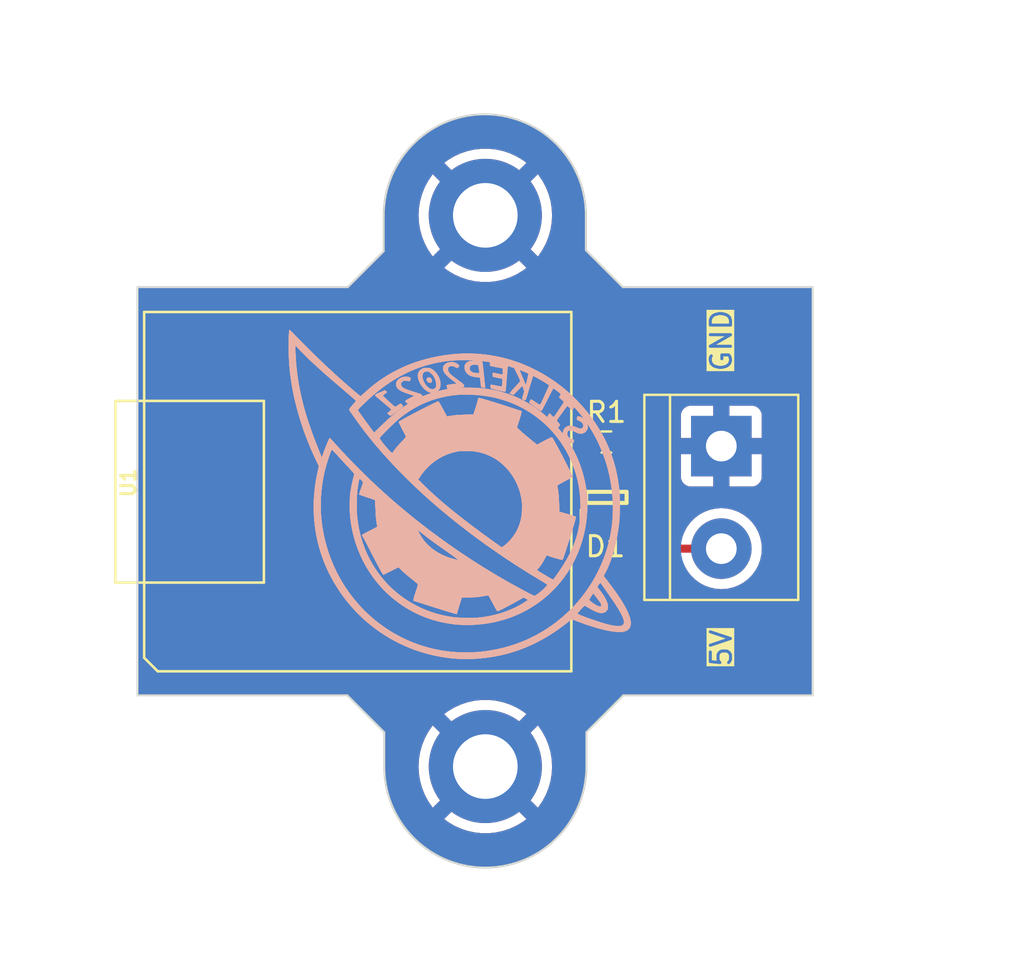
<source format=kicad_pcb>
(kicad_pcb (version 20221018) (generator pcbnew)
  (layers (0 "F.Cu" signal) (31 "B.Cu" signal) (34 "B.Paste" user) (35 "F.Paste" user) (36 "B.SilkS" user "B.Silkscreen") (37 "F.SilkS" user "F.Silkscreen") (38 "B.Mask" user) (39 "F.Mask" user) (44 "Edge.Cuts" user))
  (net 0 "")
  (net 1 "/5V_IN")
  (net 2 "GND")
  (net 4 "Net-(D1-ST)")
  (net 5 "/5V_OUT")
  (footprint "MountingHole:MountingHole_3.2mm_M3_DIN965_Pad" (layer "F.Cu") (at 78.1304 78.74)
    (fp_text reference "H2" hide)
    (fp_text value "MountingHole_Pad")
  )
  (footprint "Resistor_SMD:R_0603_1608Metric" (layer "F.Cu") (at 84.1248 89.9668)
    (fp_text reference "R1")
    (fp_text value "10k")
  )
  (footprint "MountingHole:MountingHole_3.2mm_M3_DIN965_Pad" (layer "F.Cu") (at 78.1304 106.045)
    (fp_text reference "H1" hide)
    (fp_text value "MountingHole_Pad")
  )
  (footprint "Samacsys 2:SOP65P210X110-6N" (layer "F.Cu") (at 84.1248 92.71 90)
    (fp_text reference "D1")
    (fp_text value "LM66100DCKR" hide)
  )
  (footprint "TerminalBlock:TerminalBlock_bornier-2_P5.08mm" (layer "F.Cu") (at 89.8144 90.17 -90)
    (fp_text reference "J1" hide)
    (fp_text value "IN")
  )
  (footprint "Xiao modules:MOUDLE14P-SMD-2.54-21X17.8MM" (layer "F.Cu") (at 82.23925 101.326 90)
    (fp_text reference "U1")
    (fp_text value "MOUDLE-SEEEDUINO-XIAO-ESP32S3")
  )
  (gr_poly (pts (xy 77.383786 85.975647) (xy 77.295232 86.015852) (xy 77.281362 86.022617) (xy 77.268104 86.030031) (xy 77.255463 86.038073) (xy 77.243444 86.046722) (xy 77.232051 86.055959) (xy 77.221291 86.065763) (xy 77.211169 86.076114) (xy 77.20169 86.086991) (xy 77.19286 86.098375) (xy 77.184682 86.110246) (xy 77.177164 86.122582) (xy 77.17031 86.135364) (xy 77.164126 86.148571) (xy 77.158616 86.162184) (xy 77.153787 86.176181) (xy 77.149643 86.190544) (xy 77.146189 86.205251) (xy 77.143431 86.220282) (xy 77.141375 86.235617) (xy 77.140025 86.251235) (xy 77.139387 86.267118) (xy 77.139466 86.283243) (xy 77.140268 86.299592) (xy 77.141797 86.316143) (xy 77.144059 86.332877) (xy 77.14706 86.349773) (xy 77.150804 86.366811) (xy 77.155297 86.383971) (xy 77.160544 86.401233) (xy 77.166551 86.418575) (xy 77.173322 86.435979) (xy 77.180863 86.453424) (xy 77.188105 86.468528) (xy 77.195916 86.483191) (xy 77.2043 86.497417) (xy 77.21326 86.511206) (xy 77.222802 86.52456) (xy 77.232929 86.537484) (xy 77.243646 86.549977) (xy 77.254956 86.562043) (xy 77.266865 86.573684) (xy 77.279375 86.584901) (xy 77.292492 86.595697) (xy 77.306219 86.606075) (xy 77.320561 86.616035) (xy 77.335522 86.625581) (xy 77.351106 86.634715) (xy 77.367317 86.643438) (xy 77.384159 86.651754) (xy 77.401637 86.659663) (xy 77.419755 86.667168) (xy 77.438516 86.674272) (xy 77.457926 86.680977) (xy 77.477988 86.687284) (xy 77.498707 86.693196) (xy 77.520086 86.698715) (xy 77.542131 86.703843) (xy 77.564844 86.708582) (xy 77.612295 86.716903) (xy 77.662472 86.723696) (xy 77.715409 86.728977) (xy 77.749639 86.732292) (xy 77.781893 86.736303) (xy 77.811441 86.740855) (xy 77.837555 86.745796) (xy 77.859506 86.750972) (xy 77.868693 86.7536) (xy 77.876566 86.756229) (xy 77.883033 86.758841) (xy 77.888005 86.761415) (xy 77.891388 86.763933) (xy 77.893094 86.766376) (xy 77.894026 86.769834) (xy 77.895144 86.77533) (xy 77.897876 86.791961) (xy 77.901172 86.815312) (xy 77.904913 86.844429) (xy 77.908979 86.878354) (xy 77.913253 86.916133) (xy 77.921944 86.999427) (xy 77.929801 87.072295) (xy 77.933764 87.102645) (xy 77.937913 87.12926) (xy 77.94237 87.152377) (xy 77.947257 87.172238) (xy 77.952694 87.189081) (xy 77.958805 87.203146) (xy 77.962151 87.209211) (xy 77.965711 87.214672) (xy 77.9695 87.219558) (xy 77.973533 87.223899) (xy 77.977827 87.227725) (xy 77.982395 87.231066) (xy 77.987253 87.233952) (xy 77.992416 87.236413) (xy 78.00372 87.24018) (xy 78.016427 87.242606) (xy 78.030661 87.24393) (xy 78.046542 87.244392) (xy 78.095462 87.244716) (xy 78.083087 87.154758) (xy 78.083073 87.154748) (xy 78.07412 87.078318) (xy 78.058912 86.936714) (xy 78.018233 86.538826) (xy 78.015367 86.511133) (xy 77.862069 86.511133) (xy 77.861808 86.52355) (xy 77.860841 86.534771) (xy 77.859125 86.544838) (xy 77.856615 86.553793) (xy 77.853268 86.561677) (xy 77.849041 86.568534) (xy 77.843889 86.574403) (xy 77.83777 86.579328) (xy 77.830639 86.58335) (xy 77.822452 86.586511) (xy 77.813167 86.588852) (xy 77.802739 86.590416) (xy 77.791125 86.591245) (xy 77.778282 86.591379) (xy 77.764164 86.590861) (xy 77.731934 86.588037) (xy 77.694086 86.583106) (xy 77.600138 86.568264) (xy 77.600138 86.568262) (xy 77.575594 86.563581) (xy 77.551949 86.557763) (xy 77.529233 86.550868) (xy 77.507474 86.542957) (xy 77.486701 86.53409) (xy 77.466942 86.524328) (xy 77.448227 86.513729) (xy 77.430584 86.502356) (xy 77.414041 86.490269) (xy 77.398627 86.477526) (xy 77.384372 86.46419) (xy 77.371303 86.450321) (xy 77.359449 86.435978) (xy 77.348839 86.421222) (xy 77.339502 86.406113) (xy 77.331466 86.390712) (xy 77.32476 86.37508) (xy 77.319412 86.359275) (xy 77.315452 86.34336) (xy 77.312907 86.327393) (xy 77.311808 86.311436) (xy 77.312181 86.295549) (xy 77.314056 86.279792) (xy 77.317462 86.264225) (xy 77.322427 86.24891) (xy 77.328981 86.233905) (xy 77.33715 86.219272) (xy 77.346965 86.205071) (xy 77.358454 86.191362) (xy 77.371645 86.178205) (xy 77.386568 86.165661) (xy 77.40325 86.153791) (xy 77.416938 86.146168) (xy 77.433704 86.139061) (xy 77.453124 86.132514) (xy 77.474774 86.12657) (xy 77.498229 86.121273) (xy 77.523066 86.116665) (xy 77.548858 86.11279) (xy 77.575183 86.109691) (xy 77.601616 86.107412) (xy 77.627732 86.105996) (xy 77.653108 86.105485) (xy 77.677318 86.105924) (xy 77.699939 86.107355) (xy 77.720545 86.109822) (xy 77.738714 86.113368) (xy 77.75402 86.118036) (xy 77.806758 86.138174) (xy 77.839858 86.338678) (xy 77.854315 86.429651) (xy 77.859054 86.466291) (xy 77.861668 86.497479) (xy 77.862069 86.511133) (xy 78.015367 86.511133) (xy 77.996938 86.333098) (xy 77.977728 86.161759) (xy 77.96271 86.042693) (xy 77.957433 86.008351) (xy 77.953994 85.993784) (xy 77.953025 85.992806) (xy 77.951346 85.991843) (xy 77.945929 85.989961) (xy 77.937893 85.988148) (xy 77.927388 85.986413) (xy 77.914562 85.984766) (xy 77.899564 85.983216) (xy 77.863652 85.980447) (xy 77.820845 85.978182) (xy 77.772336 85.976496) (xy 77.719321 85.975468) (xy 77.662993 85.975172)) (stroke (width 0.021166)) (fill solid) (layer "B.SilkS"))
  (gr_poly (pts (xy 68.432174 84.458888) (xy 68.421937 84.512991) (xy 68.413784 84.590233) (xy 68.403486 84.803782) (xy 68.400788 85.078834) (xy 68.405199 85.394685) (xy 68.41623 85.730633) (xy 68.433389 86.065977) (xy 68.456187 86.380013) (xy 68.484134 86.65204) (xy 68.520162 86.913234) (xy 68.563906 87.180331) (xy 68.615065 87.452358) (xy 68.673342 87.728345) (xy 68.810054 88.288315) (xy 68.971655 88.852471) (xy 69.155755 89.413045) (xy 69.359968 89.962266) (xy 69.581905 90.492367) (xy 69.698774 90.747819) (xy 69.819178 90.995578) (xy 69.900927 91.1587) (xy 69.849982 91.376579) (xy 69.76378 91.794821) (xy 69.700796 92.211201) (xy 69.660582 92.62508) (xy 69.642687 93.035817) (xy 69.646662 93.442774) (xy 69.672058 93.845311) (xy 69.718425 94.242789) (xy 69.785313 94.634567) (xy 69.872274 95.020007) (xy 69.978857 95.398468) (xy 70.104613 95.769312) (xy 70.249092 96.131898) (xy 70.411846 96.485588) (xy 70.592424 96.829741) (xy 70.790377 97.163718) (xy 71.005256 97.48688) (xy 71.236611 97.798587) (xy 71.483992 98.0982) (xy 71.74695 98.385078) (xy 72.025035 98.658584) (xy 72.317798 98.918076) (xy 72.62479 99.162915) (xy 72.945561 99.392462) (xy 73.279661 99.606078) (xy 73.626641 99.803123) (xy 73.986051 99.982956) (xy 74.357443 100.14494) (xy 74.740365 100.288434) (xy 75.13437 100.412798) (xy 75.539006 100.517394) (xy 75.953826 100.601581) (xy 76.378379 100.66472) (xy 76.481063 100.673067) (xy 76.638266 100.680929) (xy 77.041496 100.693508) (xy 77.438605 100.69907) (xy 77.588157 100.698161) (xy 77.680129 100.694227) (xy 77.680117 100.694225) (xy 77.997617 100.663742) (xy 78.279129 100.631416) (xy 78.558892 100.58825) (xy 78.83679 100.534295) (xy 79.112705 100.469599) (xy 79.386519 100.394212) (xy 79.658116 100.308184) (xy 79.927376 100.211565) (xy 80.194184 100.104404) (xy 80.458422 99.986751) (xy 80.719972 99.858656) (xy 80.978716 99.720169) (xy 81.234539 99.571338) (xy 81.487321 99.412215) (xy 81.736946 99.242848) (xy 81.983296 99.063288) (xy 82.226254 98.873584) (xy 82.290474 98.821059) (xy 82.316085 98.80038) (xy 82.338446 98.783299) (xy 82.34866 98.776078) (xy 82.358366 98.769722) (xy 82.367666 98.764218) (xy 82.376659 98.759555) (xy 82.385449 98.755722) (xy 82.394136 98.752706) (xy 82.402821 98.750495) (xy 82.411607 98.749079) (xy 82.420594 98.748445) (xy 82.429885 98.748582) (xy 82.439579 98.749478) (xy 82.44978 98.751121) (xy 82.460588 98.7535) (xy 82.472105 98.756603) (xy 82.49767 98.764933) (xy 82.527287 98.776019) (xy 82.561767 98.789766) (xy 82.648564 98.824872) (xy 82.919045 98.927746) (xy 83.194915 99.023313) (xy 83.470893 99.110161) (xy 83.741701 99.18688) (xy 84.002058 99.25206) (xy 84.246685 99.304291) (xy 84.470303 99.342162) (xy 84.572584 99.355272) (xy 84.667632 99.364262) (xy 84.758631 99.368686) (xy 84.842822 99.367743) (xy 84.920208 99.361446) (xy 84.990791 99.34981) (xy 85.054574 99.332848) (xy 85.11156 99.310574) (xy 85.16175 99.283002) (xy 85.184298 99.267234) (xy 85.205149 99.250146) (xy 85.224301 99.231741) (xy 85.241757 99.212019) (xy 85.257516 99.190984) (xy 85.271578 99.168637) (xy 85.283944 99.144978) (xy 85.294614 99.120011) (xy 85.310869 99.066157) (xy 85.320343 99.007088) (xy 85.323041 98.942818) (xy 85.320631 98.901773) (xy 85.008396 98.901773) (xy 85.005175 98.943151) (xy 84.995643 98.979414) (xy 84.9798 99.010678) (xy 84.957646 99.037058) (xy 84.92918 99.058669) (xy 84.894403 99.075625) (xy 84.853314 99.088043) (xy 84.805913 99.096037) (xy 84.7522 99.099722) (xy 84.692175 99.099213) (xy 84.553186 99.086075) (xy 84.388946 99.057541) (xy 84.199454 99.014533) (xy 84.19945 99.014531) (xy 84.031755 98.968235) (xy 83.816696 98.901905) (xy 83.574749 98.822689) (xy 83.326392 98.737735) (xy 83.092102 98.654192) (xy 82.892355 98.57921) (xy 82.747627 98.519936) (xy 82.702295 98.498424) (xy 82.678397 98.483519) (xy 82.677763 98.48096) (xy 82.679054 98.476374) (xy 82.686948 98.461659) (xy 82.701148 98.440459) (xy 82.720722 98.413858) (xy 82.772267 98.348785) (xy 82.834132 98.27511) (xy 82.898864 98.201502) (xy 82.959013 98.13663) (xy 82.98504 98.110179) (xy 83.007126 98.089162) (xy 83.024341 98.074664) (xy 83.03083 98.070199) (xy 83.035752 98.067769) (xy 83.03714 98.067588) (xy 83.039109 98.067765) (xy 83.044729 98.069164) (xy 83.052482 98.071897) (xy 83.062238 98.075898) (xy 83.073868 98.081099) (xy 83.087243 98.087435) (xy 83.118706 98.10324) (xy 83.155592 98.122777) (xy 83.196865 98.145511) (xy 83.241487 98.170905) (xy 83.288422 98.198424) (xy 83.387612 98.255978) (xy 83.476174 98.304128) (xy 83.516898 98.324847) (xy 83.555481 98.34342) (xy 83.592093 98.359915) (xy 83.626907 98.374401) (xy 83.660094 98.386945) (xy 83.691827 98.397616) (xy 83.722275 98.406482) (xy 83.751613 98.413611) (xy 83.78001 98.419072) (xy 83.807639 98.422933) (xy 83.834671 98.425262) (xy 83.861279 98.426127) (xy 83.904438 98.42487) (xy 83.944516 98.420624) (xy 83.98152 98.413459) (xy 84.015457 98.403449) (xy 84.046334 98.390666) (xy 84.074158 98.375182) (xy 84.098937 98.35707) (xy 84.120676 98.336402) (xy 84.139384 98.313251) (xy 84.155066 98.287688) (xy 84.167731 98.259787) (xy 84.177384 98.229619) (xy 84.184034 98.197257) (xy 84.187687 98.162774) (xy 84.188349 98.126241) (xy 84.186029 98.087731) (xy 84.180733 98.047317) (xy 84.179101 98.038979) (xy 83.892535 98.038979) (xy 83.892273 98.047602) (xy 83.891491 98.055745) (xy 83.890192 98.06341) (xy 83.888382 98.070595) (xy 83.886066 98.077299) (xy 83.883248 98.083523) (xy 83.879932 98.089264) (xy 83.876124 98.094523) (xy 83.871828 98.099299) (xy 83.867049 98.103591) (xy 83.861791 98.107398) (xy 83.85606 98.11072) (xy 83.849859 98.113556) (xy 83.843194 98.115906) (xy 83.836068 98.117769) (xy 83.828488 98.119143) (xy 83.820457 98.120029) (xy 83.811981 98.120426) (xy 83.803063 98.120332) (xy 83.793709 98.119748) (xy 83.783923 98.118673) (xy 83.77371 98.117106) (xy 83.763075 98.115046) (xy 83.752022 98.112493) (xy 83.740555 98.109446) (xy 83.728681 98.105904) (xy 83.716403 98.101867) (xy 83.703725 98.097334) (xy 83.690654 98.092304) (xy 83.677192 98.086776) (xy 83.663346 98.080751) (xy 83.649119 98.074227) (xy 83.649117 98.074225) (xy 83.625449 98.062369) (xy 83.599234 98.047941) (xy 83.571005 98.031329) (xy 83.541298 98.012923) (xy 83.479592 97.97229) (xy 83.418394 97.929159) (xy 83.361987 97.886646) (xy 83.336917 97.866595) (xy 83.314649 97.847868) (xy 83.29572 97.830855) (xy 83.280663 97.815944) (xy 83.270014 97.803526) (xy 83.264308 97.79399) (xy 83.263912 97.792363) (xy 83.263811 97.790337) (xy 83.263999 97.787923) (xy 83.264471 97.785134) (xy 83.266234 97.778479) (xy 83.26905 97.770468) (xy 83.272865 97.761199) (xy 83.277628 97.750769) (xy 83.283287 97.739277) (xy 83.28979 97.726819) (xy 83.297084 97.713492) (xy 83.305118 97.699394) (xy 83.313838 97.684623) (xy 83.323195 97.669276) (xy 83.333134 97.65345) (xy 83.343604 97.637243) (xy 83.354553 97.620751) (xy 83.365929 97.604073) (xy 83.478141 97.441754) (xy 83.510712 97.491711) (xy 83.519157 97.504096) (xy 83.530711 97.520189) (xy 83.544859 97.539315) (xy 83.561085 97.560796) (xy 83.578872 97.583957) (xy 83.597706 97.608119) (xy 83.617071 97.632606) (xy 83.636451 97.656741) (xy 83.689526 97.723582) (xy 83.738284 97.787516) (xy 83.781873 97.847272) (xy 83.819444 97.901583) (xy 83.850146 97.949178) (xy 83.873128 97.988789) (xy 83.881459 98.005203) (xy 83.887542 98.019146) (xy 83.891269 98.030457) (xy 83.892535 98.038979) (xy 84.179101 98.038979) (xy 84.172467 98.00507) (xy 84.161239 97.961064) (xy 84.147057 97.91537) (xy 84.129926 97.868061) (xy 84.109854 97.81921) (xy 84.086848 97.768888) (xy 84.060915 97.717168) (xy 84.032061 97.664123) (xy 84.000295 97.609824) (xy 83.965622 97.554345) (xy 83.92805 97.497757) (xy 83.887586 97.440133) (xy 83.844236 97.381546) (xy 83.798009 97.322067) (xy 83.74891 97.261769) (xy 83.656323 97.150582) (xy 83.699025 97.081492) (xy 83.708654 97.066625) (xy 83.719671 97.050844) (xy 83.731689 97.034634) (xy 83.74432 97.018474) (xy 83.757179 97.002848) (xy 83.76988 96.988237) (xy 83.782035 96.975123) (xy 83.787787 96.969278) (xy 83.793258 96.963988) (xy 83.84479 96.915576) (xy 83.857753 96.949355) (xy 83.860791 96.955219) (xy 83.867114 96.965675) (xy 83.888909 96.999334) (xy 83.921727 97.048276) (xy 83.964158 97.110448) (xy 84.07221 97.266258) (xy 84.201779 97.450326) (xy 84.390933 97.721073) (xy 84.554854 97.96446) (xy 84.693539 98.181408) (xy 84.806989 98.372838) (xy 84.8952 98.539668) (xy 84.958173 98.682821) (xy 84.980194 98.745806) (xy 84.995905 98.803216) (xy 85.005306 98.855167) (xy 85.008396 98.901773) (xy 85.320631 98.901773) (xy 85.318963 98.873362) (xy 85.308114 98.798731) (xy 85.290496 98.718942) (xy 85.26611 98.634007) (xy 85.234961 98.54394) (xy 85.197049 98.448756) (xy 85.152379 98.348467) (xy 85.100952 98.243089) (xy 85.04277 98.132634) (xy 84.977837 98.017117) (xy 84.906156 97.896552) (xy 84.827727 97.770952) (xy 84.742555 97.640331) (xy 84.650642 97.504704) (xy 84.55199 97.364083) (xy 84.446601 97.218483) (xy 84.33448 97.067918) (xy 84.215627 96.912402) (xy 83.973967 96.600014) (xy 84.015883 96.531401) (xy 84.132724 96.3205) (xy 84.240925 96.085768) (xy 84.340152 95.829693) (xy 84.430075 95.554761) (xy 84.51036 95.263457) (xy 84.580677 94.958269) (xy 84.640692 94.641683) (xy 84.690074 94.316184) (xy 84.728491 93.984259) (xy 84.755611 93.648394) (xy 84.763689 93.4725) (xy 84.460962 93.4725) (xy 84.415422 94.063401) (xy 84.321634 94.646493) (xy 84.180169 95.218973) (xy 83.991597 95.778038) (xy 83.756489 96.320886) (xy 83.475416 96.844713) (xy 83.148948 97.346717) (xy 82.777656 97.824094) (xy 82.362111 98.274043) (xy 81.902882 98.693759) (xy 81.667343 98.884025) (xy 81.427873 99.062599) (xy 81.184182 99.229593) (xy 80.93598 99.385118) (xy 80.682977 99.529288) (xy 80.424884 99.662214) (xy 80.161411 99.784008) (xy 79.892267 99.894783) (xy 79.617164 99.994651) (xy 79.335811 100.083723) (xy 79.047918 100.162113) (xy 78.753196 100.229932) (xy 78.451354 100.287293) (xy 78.142104 100.334307) (xy 77.825154 100.371088) (xy 77.500216 100.397746) (xy 77.414137 100.400658) (xy 77.293571 100.401012) (xy 77.148972 100.399114) (xy 76.990791 100.395267) (xy 76.675495 100.382955) (xy 76.539284 100.375099) (xy 76.431302 100.366519) (xy 76.431285 100.366513) (xy 76.042122 100.317388) (xy 75.660569 100.247346) (xy 75.287101 100.157041) (xy 74.922193 100.047128) (xy 74.566322 99.918263) (xy 74.219965 99.7711) (xy 73.883595 99.606294) (xy 73.55769 99.424502) (xy 73.242726 99.226377) (xy 72.939178 99.012575) (xy 72.647522 98.783752) (xy 72.368234 98.540561) (xy 72.10179 98.283658) (xy 71.848666 98.013699) (xy 71.609337 97.731338) (xy 71.38428 97.437231) (xy 71.173971 97.132032) (xy 70.978885 96.816396) (xy 70.799499 96.49098) (xy 70.636287 96.156437) (xy 70.489727 95.813423) (xy 70.360293 95.462594) (xy 70.248463 95.104603) (xy 70.154711 94.740106) (xy 70.079514 94.369759) (xy 70.023348 93.994216) (xy 69.986687 93.614133) (xy 69.97001 93.230164) (xy 69.97379 92.842965) (xy 69.998504 92.453191) (xy 70.044629 92.061496) (xy 70.112639 91.668536) (xy 70.156476 91.47081) (xy 70.210901 91.256032) (xy 70.271809 91.037263) (xy 70.335096 90.827565) (xy 70.396657 90.639999) (xy 70.452386 90.487627) (xy 70.476781 90.42872) (xy 70.49818 90.383509) (xy 70.516068 90.353628) (xy 70.529933 90.340709) (xy 70.531486 90.340724) (xy 70.533751 90.341549) (xy 70.53671 90.343164) (xy 70.540341 90.345549) (xy 70.549544 90.352555) (xy 70.561205 90.362409) (xy 70.575166 90.374954) (xy 70.59127 90.390035) (xy 70.609362 90.407495) (xy 70.629283 90.427178) (xy 70.67399 90.472584) (xy 70.724136 90.525003) (xy 70.778467 90.583183) (xy 70.83573 90.645871) (xy 70.962225 90.784916) (xy 71.097641 90.93223) (xy 71.225751 91.070243) (xy 71.330329 91.181382) (xy 71.417029 91.273678) (xy 71.496465 91.360383) (xy 71.559843 91.431761) (xy 71.582762 91.458661) (xy 71.598368 91.478078) (xy 71.65453 91.552118) (xy 71.584172 91.827285) (xy 71.523478 92.09348) (xy 71.476919 92.361056) (xy 71.44424 92.629547) (xy 71.425184 92.89849) (xy 71.419496 93.167419) (xy 71.426919 93.43587) (xy 71.447198 93.703378) (xy 71.480076 93.969479) (xy 71.525298 94.233707) (xy 71.582608 94.495597) (xy 71.651749 94.754686) (xy 71.732466 95.010508) (xy 71.927604 95.510494) (xy 72.165973 95.991837) (xy 72.445526 96.450818) (xy 72.764215 96.883721) (xy 72.937596 97.089231) (xy 73.119993 97.286828) (xy 73.311149 97.476045) (xy 73.51081 97.65642) (xy 73.718719 97.827486) (xy 73.934621 97.98878) (xy 74.158259 98.139836) (xy 74.389377 98.28019) (xy 74.627719 98.409377) (xy 74.87303 98.526932) (xy 75.125053 98.632391) (xy 75.383532 98.725289) (xy 75.564584 98.781306) (xy 75.750527 98.831416) (xy 75.940746 98.875586) (xy 76.134624 98.913783) (xy 76.331548 98.945974) (xy 76.530901 98.972126) (xy 76.732069 98.992206) (xy 76.934437 99.00618) (xy 77.137388 99.014016) (xy 77.340309 99.01568) (xy 77.542583 99.01114) (xy 77.743595 99.000362) (xy 77.942731 98.983313) (xy 78.139375 98.95996) (xy 78.332911 98.93027) (xy 78.522725 98.89421) (xy 78.777771 98.835178) (xy 79.027602 98.765961) (xy 79.272028 98.686793) (xy 79.510862 98.59791) (xy 79.743915 98.499546) (xy 79.970997 98.391935) (xy 80.191921 98.275314) (xy 80.406497 98.149918) (xy 80.614537 98.01598) (xy 80.815853 97.873736) (xy 80.926069 97.788515) (xy 80.240084 97.788515) (xy 80.23925 97.792928) (xy 80.237383 97.797522) (xy 80.234471 97.802336) (xy 80.230501 97.807411) (xy 80.225463 97.812786) (xy 80.219343 97.8185) (xy 80.21213 97.824595) (xy 80.203813 97.831109) (xy 80.194378 97.838082) (xy 80.172111 97.853565) (xy 80.145233 97.871362) (xy 80.077264 97.915173) (xy 79.895618 98.025567) (xy 79.706469 98.128128) (xy 79.510452 98.222718) (xy 79.308203 98.3092) (xy 79.100358 98.387436) (xy 78.88755 98.457287) (xy 78.670416 98.518616) (xy 78.44959 98.571285) (xy 78.225709 98.615156) (xy 77.999407 98.650092) (xy 77.771319 98.675953) (xy 77.542082 98.692603) (xy 77.312329 98.699903) (xy 77.082697 98.697715) (xy 76.853821 98.685903) (xy 76.626336 98.664326) (xy 76.626315 98.664243) (xy 76.328626 98.621641) (xy 76.037589 98.564501) (xy 75.753491 98.493221) (xy 75.476621 98.408198) (xy 75.207269 98.309828) (xy 74.945721 98.198509) (xy 74.692267 98.074639) (xy 74.447195 97.938613) (xy 74.210794 97.790831) (xy 73.983353 97.631688) (xy 73.765158 97.461582) (xy 73.5565 97.280911) (xy 73.357667 97.090071) (xy 73.168946 96.889459) (xy 72.990627 96.679474) (xy 72.822998 96.460511) (xy 72.666348 96.232969) (xy 72.520965 95.997245) (xy 72.387137 95.753735) (xy 72.265153 95.502837) (xy 72.155301 95.244948) (xy 72.057871 94.980466) (xy 71.973149 94.709787) (xy 71.901426 94.433309) (xy 71.842989 94.151429) (xy 71.798127 93.864545) (xy 71.767129 93.573052) (xy 71.750282 93.27735) (xy 71.747875 92.977834) (xy 71.760197 92.674902) (xy 71.787537 92.368952) (xy 71.830182 92.06038) (xy 71.838848 92.009034) (xy 71.847659 91.960407) (xy 71.856371 91.915614) (xy 71.864737 91.875774) (xy 71.872514 91.842) (xy 71.879455 91.815411) (xy 71.885318 91.797121) (xy 71.887767 91.791437) (xy 71.889855 91.788247) (xy 71.893031 91.786143) (xy 71.897075 91.785225) (xy 71.901921 91.785427) (xy 71.907501 91.786685) (xy 71.913748 91.788932) (xy 71.920596 91.792104) (xy 71.927977 91.796134) (xy 71.935826 91.800957) (xy 71.952654 91.81272) (xy 71.970546 91.826869) (xy 71.988966 91.84288) (xy 72.007378 91.860229) (xy 72.025247 91.878391) (xy 72.042037 91.896843) (xy 72.057214 91.91506) (xy 72.07024 91.932518) (xy 72.080581 91.948693) (xy 72.084577 91.956135) (xy 72.087702 91.96306) (xy 72.089887 91.969402) (xy 72.091066 91.975096) (xy 72.091172 91.980076) (xy 72.090138 91.984277) (xy 72.065125 92.046901) (xy 72.035128 92.128538) (xy 72.002849 92.220973) (xy 71.970985 92.315994) (xy 71.942238 92.405385) (xy 71.919306 92.480934) (xy 71.90489 92.534427) (xy 71.901718 92.550335) (xy 71.901688 92.557648) (xy 71.904817 92.560121) (xy 71.911815 92.563843) (xy 71.922477 92.568739) (xy 71.9366 92.574734) (xy 71.974404 92.589718) (xy 72.023589 92.60819) (xy 72.082515 92.629547) (xy 72.149542 92.653185) (xy 72.223031 92.6785) (xy 72.301343 92.704888) (xy 72.690072 92.834456) (xy 72.701297 93.262204) (xy 72.70425 93.352819) (xy 72.708321 93.444934) (xy 72.719115 93.623803) (xy 72.725483 93.705624) (xy 72.732263 93.77908) (xy 72.739278 93.841706) (xy 72.746352 93.891036) (xy 72.77178 94.045052) (xy 72.785407 94.132973) (xy 72.790631 94.173829) (xy 72.433205 94.359166) (xy 72.286846 94.434502) (xy 72.180753 94.490502) (xy 72.141412 94.513219) (xy 72.110464 94.533463) (xy 72.097964 94.542904) (xy 72.087353 94.552021) (xy 72.078561 94.560914) (xy 72.07152 94.569681) (xy 72.066158 94.578419) (xy 72.062408 94.587228) (xy 72.060197 94.596206) (xy 72.059458 94.605451) (xy 72.060121 94.615062) (xy 72.062115 94.625136) (xy 72.065371 94.635773) (xy 72.069819 94.647071) (xy 72.082013 94.672041) (xy 72.09814 94.700835) (xy 72.139962 94.773041) (xy 72.195376 94.874568) (xy 72.268247 95.012621) (xy 72.349107 95.169064) (xy 72.428489 95.325761) (xy 72.594153 95.651599) (xy 72.758187 95.965468) (xy 72.901687 96.231708) (xy 72.959828 96.335822) (xy 73.005746 96.414656) (xy 73.078833 96.535865) (xy 73.460784 96.344664) (xy 73.842734 96.153466) (xy 73.962264 96.28567) (xy 73.976285 96.300604) (xy 73.993532 96.317997) (xy 74.036732 96.359309) (xy 74.089913 96.407902) (xy 74.151129 96.462075) (xy 74.218429 96.520128) (xy 74.289866 96.580358) (xy 74.36349 96.641063) (xy 74.437354 96.700543) (xy 74.575754 96.810134) (xy 74.630601 96.854109) (xy 74.676592 96.892254) (xy 74.714261 96.925607) (xy 74.744142 96.955203) (xy 74.75633 96.968917) (xy 74.766772 96.98208) (xy 74.775533 96.994824) (xy 74.782682 97.007276) (xy 74.788286 97.019568) (xy 74.79241 97.031828) (xy 74.795122 97.044186) (xy 74.796488 97.056772) (xy 74.796576 97.069715) (xy 74.795452 97.083146) (xy 74.793182 97.097193) (xy 74.789835 97.111987) (xy 74.780173 97.144332) (xy 74.767 97.181219) (xy 74.732259 97.272765) (xy 74.701471 97.358915) (xy 74.671641 97.448668) (xy 74.643996 97.537606) (xy 74.619765 97.62131) (xy 74.600173 97.695363) (xy 74.586448 97.755345) (xy 74.58217 97.778679) (xy 74.579819 97.796838) (xy 74.579548 97.809271) (xy 74.581511 97.815425) (xy 74.681496 97.852834) (xy 74.925395 97.933448) (xy 75.651733 98.16392) (xy 76.374115 98.386105) (xy 76.613069 98.45636) (xy 76.70613 98.479268) (xy 76.741115 98.371891) (xy 76.813644 98.138191) (xy 76.8892 97.890396) (xy 76.933265 97.740735) (xy 76.95369 97.664019) (xy 77.36983 97.652995) (xy 77.467011 97.649874) (xy 77.559833 97.645797) (xy 77.647614 97.640818) (xy 77.729674 97.634992) (xy 77.80533 97.628372) (xy 77.8739 97.621012) (xy 77.934703 97.612968) (xy 77.987057 97.604293) (xy 78.06929 97.589538) (xy 78.144543 97.577218) (xy 78.204491 97.568622) (xy 78.226123 97.566122) (xy 78.240807 97.565036) (xy 78.293477 97.563536) (xy 78.378392 97.716599) (xy 78.475404 97.893212) (xy 78.589408 98.102893) (xy 78.615322 98.149743) (xy 78.640625 98.19345) (xy 78.664683 98.233058) (xy 78.686861 98.267609) (xy 78.706525 98.296147) (xy 78.72304 98.317716) (xy 78.729919 98.325588) (xy 78.735772 98.331359) (xy 78.740521 98.334909) (xy 78.742456 98.335814) (xy 78.744086 98.336119) (xy 78.757201 98.332633) (xy 78.782175 98.322568) (xy 78.863147 98.285055) (xy 78.977901 98.228292) (xy 79.117334 98.156991) (xy 79.272345 98.075864) (xy 79.433833 97.989622) (xy 79.592694 97.902977) (xy 79.739829 97.820641) (xy 80.021519 97.660455) (xy 80.136704 97.716946) (xy 80.184468 97.740517) (xy 80.203057 97.750363) (xy 80.210986 97.75494) (xy 80.217989 97.75934) (xy 80.224055 97.763602) (xy 80.229171 97.767767) (xy 80.233325 97.771873) (xy 80.236505 97.775961) (xy 80.238699 97.780071) (xy 80.239897 97.784242) (xy 80.240084 97.788515) (xy 80.926069 97.788515) (xy 81.010254 97.72342) (xy 81.197554 97.565269) (xy 81.377562 97.399516) (xy 81.550091 97.226398) (xy 81.714952 97.046147) (xy 81.729023 97.029375) (xy 81.206083 97.029375) (xy 81.20349 97.040321) (xy 81.197629 97.053553) (xy 81.18871 97.068886) (xy 81.17694 97.086133) (xy 81.14568 97.125621) (xy 81.105517 97.170527) (xy 81.058118 97.219358) (xy 81.005149 97.270621) (xy 80.948277 97.322823) (xy 80.889168 97.374474) (xy 80.829489 97.424079) (xy 80.770907 97.470147) (xy 80.715089 97.511186) (xy 80.6637 97.545703) (xy 80.618408 97.572205) (xy 80.598569 97.581985) (xy 80.58088 97.589201) (xy 80.565547 97.593668) (xy 80.552781 97.595198) (xy 80.547614 97.594142) (xy 80.538687 97.591042) (xy 80.510405 97.579129) (xy 80.469636 97.560296) (xy 80.418081 97.535376) (xy 80.35744 97.505207) (xy 80.289416 97.470622) (xy 80.215709 97.432458) (xy 80.13802 97.391549) (xy 80.138024 97.391553) (xy 79.469945 97.027701) (xy 78.810639 96.65029) (xy 78.160583 96.259689) (xy 77.520256 95.856267) (xy 77.438854 95.802543) (xy 76.776566 95.802543) (xy 76.775804 95.807672) (xy 76.771689 95.811059) (xy 76.764321 95.812806) (xy 76.740236 95.811802) (xy 76.704363 95.80549) (xy 76.657514 95.794703) (xy 76.534146 95.763036) (xy 76.534144 95.763036) (xy 76.424137 95.732127) (xy 76.315504 95.696922) (xy 76.208481 95.657573) (xy 76.103307 95.614229) (xy 76.000219 95.56704) (xy 75.899453 95.516157) (xy 75.801248 95.46173) (xy 75.705841 95.403909) (xy 75.613468 95.342844) (xy 75.524368 95.278687) (xy 75.438778 95.211586) (xy 75.356935 95.141692) (xy 75.279077 95.069156) (xy 75.20544 94.994128) (xy 75.136263 94.916757) (xy 75.071782 94.837195) (xy 75.05422 94.813274) (xy 75.034146 94.784027) (xy 74.98847 94.713074) (xy 74.938762 94.631372) (xy 74.889033 94.545957) (xy 74.843293 94.463864) (xy 74.805552 94.392131) (xy 74.779821 94.337792) (xy 74.772712 94.319345) (xy 74.77011 94.307885) (xy 74.770373 94.307242) (xy 74.771194 94.307066) (xy 74.77256 94.307347) (xy 74.774457 94.308074) (xy 74.779786 94.310827) (xy 74.787072 94.315244) (xy 74.796202 94.321242) (xy 74.807067 94.328738) (xy 74.819555 94.337651) (xy 74.833555 94.347899) (xy 74.865646 94.372069) (xy 74.902454 94.400593) (xy 74.943088 94.432812) (xy 74.986663 94.46807) (xy 75.092792 94.554089) (xy 75.193902 94.634353) (xy 75.295769 94.713156) (xy 75.404166 94.794792) (xy 75.524867 94.883558) (xy 75.663646 94.983747) (xy 76.018538 95.235575) (xy 76.5345 95.601336) (xy 76.679445 95.709097) (xy 76.726505 95.747111) (xy 76.75771 95.775657) (xy 76.773872 95.795566) (xy 76.776566 95.802543) (xy 77.438854 95.802543) (xy 76.890136 95.440395) (xy 76.270702 95.012442) (xy 75.662432 94.572778) (xy 75.065804 94.121772) (xy 74.481296 93.659794) (xy 73.909387 93.187215) (xy 73.350555 92.704403) (xy 72.805279 92.211729) (xy 72.274036 91.709562) (xy 71.757305 91.198272) (xy 71.255565 90.678228) (xy 70.769294 90.149801) (xy 70.640838 90.00804) (xy 70.533544 89.891951) (xy 70.458631 89.813512) (xy 70.436824 89.792155) (xy 70.430447 89.786598) (xy 70.427321 89.784703) (xy 70.425038 89.785935) (xy 70.421868 89.789562) (xy 70.413037 89.803597) (xy 70.401167 89.825998) (xy 70.386595 89.855957) (xy 70.350701 89.935308) (xy 70.308062 90.03517) (xy 70.261385 90.149067) (xy 70.213376 90.270519) (xy 70.166743 90.393051) (xy 70.12419 90.510183) (xy 70.036261 90.759412) (xy 69.885714 90.393766) (xy 69.621878 89.724296) (xy 69.394912 89.085328) (xy 69.294792 88.775352) (xy 69.203336 88.470684) (xy 69.120357 88.170553) (xy 69.04567 87.874186) (xy 68.979091 87.580811) (xy 68.920435 87.289655) (xy 68.869517 86.999946) (xy 68.826151 86.710912) (xy 68.790152 86.42178) (xy 68.761336 86.131779) (xy 68.739518 85.840135) (xy 68.724513 85.546077) (xy 68.719008 85.404008) (xy 68.71668 85.300397) (xy 68.717354 85.262153) (xy 68.719599 85.232491) (xy 68.723673 85.211067) (xy 68.726477 85.203337) (xy 68.729835 85.197537) (xy 68.73378 85.193625) (xy 68.738345 85.191557) (xy 68.74356 85.19129) (xy 68.74946 85.192782) (xy 68.756076 85.195989) (xy 68.76344 85.200869) (xy 68.780543 85.215472) (xy 68.801029 85.236249) (xy 68.825155 85.262854) (xy 68.885367 85.332175) (xy 68.949495 85.404057) (xy 69.024834 85.484536) (xy 69.207548 85.669818) (xy 69.430328 85.885093) (xy 69.689989 86.127433) (xy 69.983349 86.393907) (xy 70.307224 86.681588) (xy 70.65843 86.987545) (xy 71.033786 87.308851) (xy 71.434033 87.650422) (xy 71.576435 87.773242) (xy 71.653252 87.84081) (xy 71.743552 87.923538) (xy 71.723777 87.959827) (xy 71.72136 87.963908) (xy 71.718222 87.968629) (xy 71.714413 87.973933) (xy 71.709983 87.979764) (xy 71.70498 87.986064) (xy 71.699456 87.992778) (xy 71.687042 88.007219) (xy 71.67314 88.022635) (xy 71.658147 88.038572) (xy 71.642464 88.054579) (xy 71.626488 88.070201) (xy 71.608595 88.087852) (xy 71.590111 88.107103) (xy 71.571279 88.127635) (xy 71.552338 88.149128) (xy 71.515094 88.19372) (xy 71.480305 88.23832) (xy 71.449895 88.280368) (xy 71.436935 88.299636) (xy 71.425791 88.317307) (xy 71.416704 88.33306) (xy 71.409916 88.346577) (xy 71.405666 88.357537) (xy 71.404569 88.361959) (xy 71.404197 88.365621) (xy 71.408095 88.376888) (xy 71.419449 88.397917) (xy 71.462486 88.466379) (xy 71.529231 88.565249) (xy 71.615605 88.688766) (xy 71.717529 88.831171) (xy 71.830926 88.986704) (xy 71.951717 89.149607) (xy 72.075824 89.314119) (xy 72.472572 89.820055) (xy 72.887127 90.318899) (xy 73.319978 90.811068) (xy 73.771612 91.296979) (xy 74.242516 91.777048) (xy 74.73318 92.251692) (xy 75.244091 92.721327) (xy 75.775738 93.18637) (xy 76.328608 93.647238) (xy 76.903189 94.104348) (xy 77.49997 94.558116) (xy 78.119438 95.008959) (xy 78.762082 95.457294) (xy 79.428389 95.903537) (xy 80.118848 96.348105) (xy 80.833947 96.791415) (xy 81.200633 97.015092) (xy 81.2052 97.020903) (xy 81.206083 97.029375) (xy 81.729023 97.029375) (xy 81.871956 96.859001) (xy 82.020914 96.665193) (xy 82.161637 96.464958) (xy 82.293938 96.258532) (xy 82.417626 96.046149) (xy 82.532515 95.828044) (xy 82.638414 95.604453) (xy 82.735135 95.37561) (xy 82.82249 95.14175) (xy 82.90029 94.903108) (xy 82.968345 94.659919) (xy 83.026468 94.412418) (xy 83.07447 94.160839) (xy 83.112162 93.905419) (xy 83.139355 93.646392) (xy 83.155861 93.383992) (xy 83.16149 93.118455) (xy 83.161532 93.034284) (xy 82.861273 93.034284) (xy 82.861131 93.299753) (xy 82.848567 93.567387) (xy 82.823352 93.836863) (xy 82.800642 94.008336) (xy 82.772928 94.176072) (xy 82.73992 94.340761) (xy 82.701327 94.503094) (xy 82.65686 94.663762) (xy 82.606228 94.823455) (xy 82.549141 94.982863) (xy 82.48531 95.142677) (xy 82.414445 95.303589) (xy 82.336254 95.466287) (xy 82.250449 95.631464) (xy 82.15674 95.799809) (xy 82.054835 95.972013) (xy 81.944446 96.148766) (xy 81.825282 96.33076) (xy 81.697053 96.518685) (xy 81.496339 96.80742) (xy 81.345059 96.722729) (xy 81.26586 96.677379) (xy 81.162051 96.616506) (xy 81.047102 96.548072) (xy 80.934487 96.480042) (xy 80.934493 96.480042) (xy 80.838984 96.421813) (xy 80.76895 96.37787) (xy 80.742686 96.360219) (xy 80.721832 96.344898) (xy 80.706067 96.331491) (xy 80.699993 96.325376) (xy 80.695071 96.319584) (xy 80.691263 96.314064) (xy 80.688526 96.308763) (xy 80.686823 96.303631) (xy 80.686112 96.298614) (xy 80.686353 96.293662) (xy 80.687508 96.288722) (xy 80.689535 96.283743) (xy 80.692395 96.278672) (xy 80.700453 96.268052) (xy 80.711362 96.256446) (xy 80.740456 96.228619) (xy 80.757967 96.210856) (xy 80.777106 96.189468) (xy 80.797631 96.164825) (xy 80.819297 96.137296) (xy 80.84186 96.107248) (xy 80.865076 96.075053) (xy 80.912491 96.005692) (xy 80.959589 95.932166) (xy 81.004417 95.857426) (xy 81.02537 95.820524) (xy 81.045023 95.784425) (xy 81.063132 95.749499) (xy 81.079453 95.716115) (xy 81.127876 95.614314) (xy 81.143341 95.582351) (xy 81.149894 95.56943) (xy 81.150376 95.569303) (xy 81.151481 95.569388) (xy 81.155493 95.570172) (xy 81.170287 95.574063) (xy 81.193267 95.580786) (xy 81.223427 95.590024) (xy 81.259757 95.601459) (xy 81.301251 95.614776) (xy 81.395695 95.645785) (xy 81.489796 95.676182) (xy 81.585064 95.705333) (xy 81.677404 95.732152) (xy 81.762723 95.755553) (xy 81.836929 95.77445) (xy 81.895926 95.78776) (xy 81.935621 95.794395) (xy 81.946951 95.794871) (xy 81.95192 95.793271) (xy 81.973492 95.746458) (xy 82.005387 95.66227) (xy 82.093428 95.403982) (xy 82.319456 94.683222) (xy 82.430557 94.30959) (xy 82.522459 93.98635) (xy 82.581718 93.757922) (xy 82.594906 93.693143) (xy 82.594891 93.668725) (xy 82.441728 93.620239) (xy 82.213695 93.550193) (xy 81.994701 93.484136) (xy 81.868655 93.447613) (xy 81.781525 93.425261) (xy 81.777343 93.263134) (xy 79.96464 93.263134) (xy 79.957938 93.441861) (xy 79.939239 93.618834) (xy 79.908353 93.793307) (xy 79.865092 93.964531) (xy 79.809266 94.131762) (xy 79.740686 94.294252) (xy 79.659163 94.451254) (xy 79.564508 94.602023) (xy 79.456531 94.74581) (xy 79.335043 94.88187) (xy 79.199855 95.009455) (xy 79.050778 95.12782) (xy 78.950122 95.201018) (xy 78.897204 95.166573) (xy 78.844089 95.129824) (xy 78.738587 95.055232) (xy 78.431538 94.835913) (xy 78.431536 94.835915) (xy 77.906602 94.45464) (xy 77.418655 94.090646) (xy 76.965126 93.74185) (xy 76.543443 93.406166) (xy 76.151038 93.08151) (xy 75.785339 92.765797) (xy 75.443777 92.456941) (xy 75.12378 92.152858) (xy 74.789941 91.827285) (xy 74.912114 91.647882) (xy 74.997639 91.528599) (xy 75.088244 91.414343) (xy 75.183695 91.305268) (xy 75.283758 91.201527) (xy 75.388201 91.103274) (xy 75.49679 91.010664) (xy 75.609291 90.92385) (xy 75.725472 90.842987) (xy 75.845099 90.768229) (xy 75.967938 90.699728) (xy 76.093756 90.63764) (xy 76.222321 90.582119) (xy 76.353398 90.533318) (xy 76.486755 90.491391) (xy 76.622157 90.456493) (xy 76.759372 90.428777) (xy 76.960454 90.39371) (xy 77.309705 90.40505) (xy 77.658955 90.416389) (xy 77.870623 90.470138) (xy 78.064135 90.527142) (xy 78.249433 90.597325) (xy 78.426329 90.679942) (xy 78.594633 90.774245) (xy 78.754156 90.879488) (xy 78.904708 90.994923) (xy 79.046102 91.119805) (xy 79.178147 91.253386) (xy 79.300655 91.39492) (xy 79.413435 91.543661) (xy 79.5163 91.698861) (xy 79.609059 91.859773) (xy 79.691524 92.025652) (xy 79.763505 92.195751) (xy 79.824813 92.369322) (xy 79.875259 92.545619) (xy 79.914654 92.723895) (xy 79.942809 92.903404) (xy 79.959534 93.0834) (xy 79.96464 93.263134) (xy 81.777343 93.263134) (xy 81.770196 92.986108) (xy 81.767125 92.888135) (xy 81.763079 92.792698) (xy 81.758165 92.701281) (xy 81.752493 92.615369) (xy 81.746169 92.536446) (xy 81.739302 92.465996) (xy 81.731999 92.405504) (xy 81.72437 92.356454) (xy 81.698647 92.212823) (xy 81.685244 92.135009) (xy 81.685338 92.132937) (xy 81.686184 92.130522) (xy 81.687782 92.127768) (xy 81.690129 92.124674) (xy 81.693222 92.121242) (xy 81.697059 92.117474) (xy 81.706958 92.108935) (xy 81.719806 92.099068) (xy 81.735585 92.087885) (xy 81.754277 92.075397) (xy 81.775863 92.061616) (xy 81.800326 92.046553) (xy 81.827645 92.03022) (xy 81.857804 92.012629) (xy 81.890784 91.99379) (xy 81.926566 91.973715) (xy 81.965133 91.952416) (xy 82.050544 91.906192) (xy 82.314503 91.763747) (xy 82.3969 91.718315) (xy 82.429656 91.699136) (xy 82.430561 91.689883) (xy 82.425761 91.670344) (xy 82.400484 91.60318) (xy 82.297306 91.375941) (xy 82.143162 91.061825) (xy 81.961094 90.705241) (xy 81.774141 90.350596) (xy 81.605346 90.042298) (xy 81.477747 89.824753) (xy 81.436598 89.763891) (xy 81.422945 89.747866) (xy 81.414387 89.74237) (xy 81.405588 89.744369) (xy 81.389963 89.750122) (xy 81.341149 89.771429) (xy 81.273765 89.803365) (xy 81.193631 89.843003) (xy 81.106568 89.887418) (xy 81.018397 89.933683) (xy 80.934936 89.978874) (xy 80.862006 90.020063) (xy 80.833162 90.036563) (xy 80.805355 90.051957) (xy 80.779257 90.065906) (xy 80.755542 90.078075) (xy 80.734882 90.088126) (xy 80.71795 90.095723) (xy 80.705419 90.100528) (xy 80.701015 90.101778) (xy 80.697963 90.102205) (xy 80.685775 90.096525) (xy 80.661351 90.080278) (xy 80.58159 90.020818) (xy 80.470283 89.933303) (xy 80.339032 89.827212) (xy 80.199439 89.712025) (xy 80.063106 89.597219) (xy 79.941636 89.492275) (xy 79.846631 89.406671) (xy 79.684813 89.25551) (xy 79.726937 89.123231) (xy 79.815033 88.841358) (xy 79.876861 88.63186) (xy 79.897532 88.555649) (xy 79.911164 88.499209) (xy 79.917601 88.4631) (xy 79.918073 88.452843) (xy 79.916686 88.447879) (xy 79.914868 88.446356) (xy 79.912347 88.444667) (xy 79.909168 88.44283) (xy 79.905377 88.440862) (xy 79.901017 88.438782) (xy 79.896136 88.436606) (xy 79.890777 88.434353) (xy 79.884986 88.43204) (xy 79.878809 88.429684) (xy 79.87229 88.427304) (xy 79.858408 88.42254) (xy 79.843701 88.417888) (xy 79.836152 88.415648) (xy 79.828532 88.41349) (xy 79.746321 88.38796) (xy 79.577244 88.333588) (xy 79.077115 88.170244) (xy 78.569794 88.006739) (xy 78.178911 87.88782) (xy 78.032028 87.846501) (xy 77.920126 87.818034) (xy 77.845163 87.802988) (xy 77.822145 87.800675) (xy 77.809096 87.801931) (xy 77.807657 87.802587) (xy 77.806202 87.803453) (xy 77.804732 87.804523) (xy 77.803251 87.80579) (xy 77.801761 87.80725) (xy 77.800265 87.808895) (xy 77.798765 87.810719) (xy 77.797265 87.812717) (xy 77.794272 87.817209) (xy 77.791307 87.822322) (xy 77.788392 87.828007) (xy 77.785547 87.834215) (xy 77.782794 87.840898) (xy 77.780155 87.848008) (xy 77.777649 87.855494) (xy 77.775299 87.86331) (xy 77.773125 87.871406) (xy 77.771149 87.879733) (xy 77.769392 87.888243) (xy 77.767875 87.896886) (xy 77.763051 87.920239) (xy 77.754469 87.954428) (xy 77.742609 87.99782) (xy 77.727949 88.048779) (xy 77.710969 88.105669) (xy 77.692148 88.166855) (xy 77.671966 88.230703) (xy 77.650903 88.295576) (xy 77.547412 88.609954) (xy 77.095181 88.623828) (xy 76.949418 88.62971) (xy 76.807186 88.638094) (xy 76.672453 88.648543) (xy 76.549186 88.660624) (xy 76.441353 88.6739) (xy 76.352922 88.687936) (xy 76.28786 88.702297) (xy 76.265332 88.709464) (xy 76.250134 88.716548) (xy 76.249069 88.716634) (xy 76.247561 88.715867) (xy 76.245622 88.714267) (xy 76.243264 88.711856) (xy 76.237341 88.704679) (xy 76.229892 88.6945) (xy 76.221015 88.681482) (xy 76.210809 88.665789) (xy 76.186806 88.62703) (xy 76.158674 88.579532) (xy 76.127202 88.524602) (xy 76.093182 88.463549) (xy 76.057404 88.39768) (xy 75.985379 88.265538) (xy 75.919711 88.1489) (xy 75.867651 88.060399) (xy 75.848989 88.030648) (xy 75.836448 88.012668) (xy 75.791945 87.956584) (xy 75.222615 88.236873) (xy 74.745533 88.477799) (xy 74.312521 88.706733) (xy 74.13499 88.804526) (xy 73.995414 88.884707) (xy 73.902774 88.942406) (xy 73.876861 88.961303) (xy 73.86605 88.972753) (xy 73.865767 88.974541) (xy 73.865946 88.977197) (xy 73.86764 88.985017) (xy 73.871046 88.996022) (xy 73.87608 89.010025) (xy 73.882657 89.026833) (xy 73.89069 89.046259) (xy 73.910787 89.092203) (xy 73.935689 89.146338) (xy 73.964715 89.207148) (xy 73.997181 89.273114) (xy 74.032407 89.342719) (xy 74.158858 89.590091) (xy 74.215201 89.70198) (xy 74.215212 89.703105) (xy 74.214595 89.70488) (xy 74.211536 89.710309) (xy 74.206145 89.718128) (xy 74.198544 89.728198) (xy 74.188852 89.740379) (xy 74.177193 89.754531) (xy 74.148451 89.788194) (xy 74.113288 89.828071) (xy 74.072673 89.873047) (xy 74.027573 89.922008) (xy 73.978959 89.973838) (xy 73.928154 90.028367) (xy 73.876778 90.085062) (xy 73.82624 90.142266) (xy 73.777949 90.198321) (xy 73.733313 90.251571) (xy 73.693742 90.300358) (xy 73.660644 90.343025) (xy 73.635428 90.377914) (xy 73.614874 90.407569) (xy 73.595135 90.435234) (xy 73.576683 90.460304) (xy 73.55999 90.482174) (xy 73.54553 90.500238) (xy 73.533773 90.51389) (xy 73.529057 90.518873) (xy 73.525193 90.522526) (xy 73.522242 90.524773) (xy 73.520263 90.525539) (xy 73.512602 90.523609) (xy 73.502198 90.517975) (xy 73.473943 90.49652) (xy 73.437065 90.463027) (xy 73.393131 90.419348) (xy 73.343707 90.367337) (xy 73.290361 90.308847) (xy 73.178169 90.17984) (xy 73.069088 90.047154) (xy 73.019632 89.984063) (xy 72.975654 89.925611) (xy 72.938722 89.873652) (xy 72.910401 89.830037) (xy 72.89226 89.796621) (xy 72.887496 89.784317) (xy 72.885865 89.775256) (xy 72.888443 89.764747) (xy 72.896007 89.750054) (xy 72.925069 89.709077) (xy 72.971009 89.654254) (xy 73.031783 89.587514) (xy 73.105348 89.510785) (xy 73.189659 89.425997) (xy 73.382351 89.239956) (xy 73.593511 89.04482) (xy 73.806792 88.856019) (xy 73.909119 88.768815) (xy 74.005846 88.688981) (xy 74.09493 88.618445) (xy 74.174327 88.559137) (xy 74.402773 88.40467) (xy 74.639228 88.263457) (xy 74.883163 88.135597) (xy 75.13405 88.021192) (xy 75.391363 87.920342) (xy 75.654574 87.833148) (xy 75.923156 87.759711) (xy 76.19658 87.70013) (xy 76.474321 87.654508) (xy 76.755849 87.622944) (xy 77.040638 87.605539) (xy 77.32816 87.602394) (xy 77.617887 87.61361) (xy 77.909293 87.639287) (xy 78.20185 87.679526) (xy 78.49503 87.734428) (xy 78.755143 87.79613) (xy 79.009499 87.869395) (xy 79.257869 87.953899) (xy 79.500022 88.049318) (xy 79.735729 88.155327) (xy 79.964759 88.271603) (xy 80.186884 88.397821) (xy 80.401873 88.533658) (xy 80.609497 88.678789) (xy 80.809525 88.832892) (xy 81.001728 88.99564) (xy 81.185875 89.166711) (xy 81.361738 89.345781) (xy 81.529087 89.532525) (xy 81.687691 89.726619) (xy 81.83732 89.92774) (xy 81.977746 90.135563) (xy 82.108737 90.349765) (xy 82.230065 90.570021) (xy 82.341499 90.796007) (xy 82.442809 91.0274) (xy 82.533767 91.263875) (xy 82.614141 91.505108) (xy 82.683702 91.750775) (xy 82.742221 92.000553) (xy 82.789467 92.254116) (xy 82.825211 92.511142) (xy 82.849223 92.771306) (xy 82.861273 93.034284) (xy 83.161532 93.034284) (xy 83.161765 92.568122) (xy 83.123942 92.324706) (xy 83.097976 92.169357) (xy 83.068602 92.015454) (xy 83.03588 91.863167) (xy 82.999871 91.712664) (xy 82.960635 91.564114) (xy 82.918231 91.417685) (xy 82.87272 91.273545) (xy 82.824161 91.131862) (xy 82.772615 90.992806) (xy 82.718142 90.856544) (xy 82.660802 90.723245) (xy 82.600654 90.593077) (xy 82.53776 90.466209) (xy 82.472178 90.342809) (xy 82.403969 90.223046) (xy 82.333194 90.107087) (xy 82.305371 90.062819) (xy 82.285275 90.029677) (xy 82.278068 90.016901) (xy 82.272726 90.006455) (xy 82.269228 89.998187) (xy 82.268162 89.994823) (xy 82.26755 89.991946) (xy 82.267386 89.989539) (xy 82.26767 89.987582) (xy 82.268397 89.986056) (xy 82.269566 89.984943) (xy 82.271174 89.984224) (xy 82.273217 89.983879) (xy 82.275693 89.98389) (xy 82.2786 89.984239) (xy 82.285692 89.985871) (xy 82.294472 89.988626) (xy 82.317006 89.996898) (xy 82.329338 90.001238) (xy 82.34205 90.005058) (xy 82.355001 90.008354) (xy 82.368051 90.011123) (xy 82.381056 90.013359) (xy 82.393877 90.015059) (xy 82.406371 90.016219) (xy 82.418397 90.016834) (xy 82.429813 90.016901) (xy 82.440479 90.016416) (xy 82.450253 90.015373) (xy 82.458992 90.01377) (xy 82.466557 90.011602) (xy 82.472805 90.008865) (xy 82.475391 90.007281) (xy 82.477595 90.005554) (xy 82.4794 90.003683) (xy 82.480786 90.001666) (xy 82.481764 89.999752) (xy 82.482855 89.997307) (xy 82.485325 89.990977) (xy 82.488104 89.982978) (xy 82.491099 89.97361) (xy 82.494218 89.963172) (xy 82.497368 89.951966) (xy 82.500455 89.940292) (xy 82.503388 89.928449) (xy 82.517083 89.871106) (xy 82.427707 89.847039) (xy 82.417558 89.844032) (xy 82.407102 89.840405) (xy 82.396392 89.836191) (xy 82.38548 89.831422) (xy 82.374421 89.826131) (xy 82.363267 89.820351) (xy 82.35207 89.814115) (xy 82.340885 89.807454) (xy 82.329765 89.800403) (xy 82.318762 89.792993) (xy 82.30793 89.785256) (xy 82.297321 89.777227) (xy 82.286989 89.768937) (xy 82.276988 89.760419) (xy 82.267369 89.751706) (xy 82.258187 89.74283) (xy 82.178046 89.662687) (xy 82.178721 89.570237) (xy 82.179248 89.551091) (xy 82.180542 89.53294) (xy 82.182603 89.515786) (xy 82.185429 89.499629) (xy 82.18902 89.484468) (xy 82.193376 89.470305) (xy 82.198495 89.457138) (xy 82.204378 89.444969) (xy 82.211022 89.433798) (xy 82.218427 89.423625) (xy 82.226594 89.41445) (xy 82.23552 89.406273) (xy 82.245206 89.399095) (xy 82.25565 89.392916) (xy 82.266852 89.387736) (xy 82.278811 89.383554) (xy 82.291526 89.380373) (xy 82.304997 89.378191) (xy 82.319222 89.377008) (xy 82.334202 89.376826) (xy 82.349936 89.377645) (xy 82.366422 89.379463) (xy 82.38366 89.382283) (xy 82.40165 89.386103) (xy 82.420389 89.390924) (xy 82.439879 89.396747) (xy 82.460118 89.403572) (xy 82.481105 89.411398) (xy 82.50284 89.420226) (xy 82.525322 89.430057) (xy 82.54855 89.44089) (xy 82.572524 89.452726) (xy 82.596295 89.464259) (xy 82.622355 89.475997) (xy 82.649855 89.487611) (xy 82.677947 89.498777) (xy 82.705783 89.509165) (xy 82.732515 89.518451) (xy 82.757296 89.526307) (xy 82.779277 89.532405) (xy 82.877694 89.557187) (xy 82.97177 89.52126) (xy 82.987748 89.514802) (xy 83.003154 89.507852) (xy 83.017984 89.500419) (xy 83.032234 89.492512) (xy 83.045899 89.48414) (xy 83.058975 89.47531) (xy 83.071458 89.466032) (xy 83.083344 89.456313) (xy 83.094628 89.446163) (xy 83.105305 89.435589) (xy 83.115373 89.4246) (xy 83.124826 89.413205) (xy 83.133661 89.401412) (xy 83.141872 89.389229) (xy 83.149456 89.376666) (xy 83.156408 89.363729) (xy 83.162724 89.350429) (xy 83.1684 89.336773) (xy 83.173432 89.322769) (xy 83.177814 89.308427) (xy 83.181544 89.293754) (xy 83.184617 89.27876) (xy 83.187027 89.263452) (xy 83.188772 89.24784) (xy 83.189847 89.231931) (xy 83.190247 89.215734) (xy 83.189969 89.199257) (xy 83.189008 89.182509) (xy 83.187359 89.165499) (xy 83.185019 89.148235) (xy 83.181982 89.130725) (xy 83.178246 89.112977) (xy 83.156642 89.01856) (xy 83.184726 89.047092) (xy 83.198204 89.063349) (xy 83.217103 89.089933) (xy 83.268581 89.169609) (xy 83.333989 89.277172) (xy 83.408157 89.403671) (xy 83.485917 89.54016) (xy 83.562097 89.677688) (xy 83.63153 89.807309) (xy 83.689044 89.920072) (xy 83.944974 90.498965) (xy 84.149232 91.086866) (xy 84.30239 91.680974) (xy 84.405017 92.278484) (xy 84.457684 92.876593) (xy 84.460962 93.4725) (xy 84.763689 93.4725) (xy 84.771102 93.311076) (xy 84.774631 92.974791) (xy 84.765867 92.642025) (xy 84.744477 92.315264) (xy 84.71013 91.996995) (xy 84.662494 91.689704) (xy 84.571515 91.267122) (xy 84.452876 90.850557) (xy 84.307492 90.441164) (xy 84.136276 90.040103) (xy 83.940145 89.64853) (xy 83.720014 89.267603) (xy 83.476798 88.89848) (xy 83.443713 88.854079) (xy 83.053324 88.854079) (xy 83.050097 88.856342) (xy 83.041296 88.852669) (xy 83.005776 88.826133) (xy 82.989841 88.813376) (xy 82.973262 88.801078) (xy 82.956152 88.789289) (xy 82.938622 88.778058) (xy 82.920786 88.767437) (xy 82.902754 88.757476) (xy 82.88464 88.748224) (xy 82.866554 88.739733) (xy 82.84861 88.732052) (xy 82.830919 88.725232) (xy 82.813593 88.719324) (xy 82.796745 88.714377) (xy 82.780486 88.710441) (xy 82.764929 88.707568) (xy 82.750185 88.705807) (xy 82.736367 88.705209) (xy 82.686036 88.705209) (xy 82.68612 88.784583) (xy 82.686204 88.863958) (xy 82.796473 88.916873) (xy 82.829235 88.933733) (xy 82.859059 88.951366) (xy 82.885998 88.969653) (xy 82.910104 88.988477) (xy 82.931428 89.007721) (xy 82.950023 89.027267) (xy 82.965942 89.046998) (xy 82.979235 89.066796) (xy 82.989955 89.086543) (xy 82.998154 89.106123) (xy 83.003884 89.125417) (xy 83.007197 89.144309) (xy 83.008145 89.16268) (xy 83.006781 89.180413) (xy 83.003156 89.197391) (xy 82.997321 89.213495) (xy 82.989331 89.22861) (xy 82.979235 89.242616) (xy 82.967087 89.255397) (xy 82.952938 89.266835) (xy 82.936841 89.276812) (xy 82.918847 89.285211) (xy 82.899008 89.291915) (xy 82.877377 89.296806) (xy 82.854006 89.299766) (xy 82.828946 89.300678) (xy 82.80225 89.299425) (xy 82.77397 89.295888) (xy 82.744157 89.289951) (xy 82.712865 89.281496) (xy 82.680144 89.270405) (xy 82.646046 89.256561) (xy 82.576986 89.22899) (xy 82.510317 89.207788) (xy 82.477968 89.199539) (xy 82.446324 89.192841) (xy 82.41542 89.187678) (xy 82.385292 89.184037) (xy 82.355975 89.181904) (xy 82.327505 89.181265) (xy 82.299918 89.182105) (xy 82.27325 89.18441) (xy 82.247535 89.188167) (xy 82.222809 89.193361) (xy 82.199108 89.199979) (xy 82.176469 89.208005) (xy 82.154925 89.217427) (xy 82.134513 89.22823) (xy 82.115269 89.240401) (xy 82.097228 89.253924) (xy 82.080425 89.268786) (xy 82.064897 89.284973) (xy 82.050679 89.30247) (xy 82.037806 89.321265) (xy 82.026314 89.341342) (xy 82.01624 89.362688) (xy 82.007617 89.385288) (xy 82.000482 89.409129) (xy 81.994871 89.434196) (xy 81.990819 89.460476) (xy 81.988361 89.487954) (xy 81.987534 89.516616) (xy 81.987534 89.598438) (xy 81.847684 89.425222) (xy 81.707831 89.252006) (xy 81.763017 89.194406) (xy 81.775407 89.181446) (xy 81.786106 89.169971) (xy 81.790808 89.1647) (xy 81.795069 89.159691) (xy 81.798884 89.154907) (xy 81.802247 89.150314) (xy 81.805153 89.145874) (xy 81.807595 89.141551) (xy 81.809568 89.137308) (xy 81.811066 89.13311) (xy 81.812083 89.12892) (xy 81.812614 89.124702) (xy 81.812652 89.120419) (xy 81.812192 89.116036) (xy 81.811228 89.111515) (xy 81.809754 89.106821) (xy 81.807765 89.101917) (xy 81.805254 89.096766) (xy 81.802215 89.091334) (xy 81.798644 89.085583) (xy 81.794534 89.079476) (xy 81.789879 89.072978) (xy 81.784673 89.066053) (xy 81.778912 89.058664) (xy 81.765696 89.042347) (xy 81.732333 89.002549) (xy 81.646466 88.900716) (xy 81.737626 88.77365) (xy 82.005084 88.40073) (xy 82.071863 88.307191) (xy 82.098532 88.270239) (xy 82.121446 88.23949) (xy 82.141148 88.214687) (xy 82.158183 88.195575) (xy 82.165871 88.188072) (xy 82.173096 88.181895) (xy 82.179926 88.177013) (xy 82.18643 88.173392) (xy 82.192674 88.171002) (xy 82.198728 88.16981) (xy 82.20466 88.169783) (xy 82.210537 88.170891) (xy 82.216427 88.1731) (xy 82.222398 88.176379) (xy 82.228519 88.180696) (xy 82.234858 88.186018) (xy 82.248459 88.199551) (xy 82.263745 88.216721) (xy 82.301553 88.260948) (xy 82.32002 88.282032) (xy 82.336587 88.300491) (xy 82.351442 88.31639) (xy 82.364778 88.329792) (xy 82.376784 88.340759) (xy 82.382347 88.34535) (xy 82.38765 88.349357) (xy 82.392716 88.352786) (xy 82.397568 88.355647) (xy 82.40223 88.357947) (xy 82.406727 88.359694) (xy 82.411082 88.360896) (xy 82.415319 88.361561) (xy 82.419461 88.361696) (xy 82.423533 88.361311) (xy 82.427558 88.360412) (xy 82.431561 88.359008) (xy 82.435564 88.357106) (xy 82.439592 88.354715) (xy 82.443668 88.351843) (xy 82.447817 88.348497) (xy 82.452062 88.344685) (xy 82.456428 88.340415) (xy 82.465613 88.330534) (xy 82.475564 88.318918) (xy 82.486056 88.306248) (xy 82.490676 88.300393) (xy 82.494814 88.294759) (xy 82.498419 88.289271) (xy 82.501444 88.283854) (xy 82.502723 88.281149) (xy 82.503838 88.278435) (xy 82.504784 88.2757) (xy 82.505553 88.272938) (xy 82.506141 88.270137) (xy 82.50654 88.267288) (xy 82.506745 88.264384) (xy 82.506749 88.261413) (xy 82.506546 88.258367) (xy 82.506131 88.255236) (xy 82.505496 88.252011) (xy 82.504637 88.248683) (xy 82.503546 88.245243) (xy 82.502217 88.24168) (xy 82.500645 88.237986) (xy 82.498824 88.234152) (xy 82.496746 88.230168) (xy 82.494407 88.226025) (xy 82.488917 88.217224) (xy 82.482305 88.207674) (xy 82.474522 88.197301) (xy 82.465519 88.186031) (xy 82.455247 88.173789) (xy 82.443657 88.160499) (xy 82.430698 88.146089) (xy 82.416323 88.130482) (xy 82.400482 88.113606) (xy 82.383125 88.095384) (xy 82.364205 88.075743) (xy 82.321474 88.031904) (xy 82.278193 87.987974) (xy 82.029868 87.987974) (xy 82.010178 88.022491) (xy 81.957904 88.105065) (xy 81.796369 88.352585) (xy 81.626803 88.606942) (xy 81.564488 88.698061) (xy 81.530741 88.744542) (xy 81.530275 88.744815) (xy 81.52954 88.744853) (xy 81.528545 88.744663) (xy 81.527297 88.744249) (xy 81.52407 88.742771) (xy 81.519915 88.74046) (xy 81.514891 88.737359) (xy 81.509056 88.73351) (xy 81.502465 88.728954) (xy 81.495178 88.723734) (xy 81.487251 88.71789) (xy 81.478741 88.711465) (xy 81.460206 88.697037) (xy 81.440031 88.680786) (xy 81.418677 88.663045) (xy 81.398214 88.645982) (xy 81.379878 88.631196) (xy 81.36349 88.618689) (xy 81.348871 88.60846) (xy 81.34217 88.604201) (xy 81.335843 88.600511) (xy 81.32987 88.597392) (xy 81.324227 88.594843) (xy 81.318892 88.592864) (xy 81.313843 88.591456) (xy 81.309057 88.590618) (xy 81.304513 88.59035) (xy 81.300187 88.590654) (xy 81.296057 88.591528) (xy 81.292102 88.592973) (xy 81.288298 88.594989) (xy 81.284624 88.597575) (xy 81.281056 88.600733) (xy 81.277573 88.604463) (xy 81.274152 88.608763) (xy 81.270772 88.613635) (xy 81.267408 88.619078) (xy 81.260644 88.63168) (xy 81.253682 88.646569) (xy 81.246342 88.663745) (xy 81.219306 88.729017) (xy 81.312379 88.826959) (xy 81.405452 88.924901) (xy 81.270816 88.809766) (xy 81.083207 88.652652) (xy 80.903493 88.509131) (xy 80.729908 88.377994) (xy 80.560684 88.258031) (xy 80.394052 88.14803) (xy 80.228245 88.046782) (xy 80.061495 87.953077) (xy 79.892035 87.865703) (xy 79.728194 87.78743) (xy 79.566349 87.71549) (xy 79.405782 87.649734) (xy 79.245777 87.590014) (xy 79.085617 87.536181) (xy 78.924585 87.488088) (xy 78.761965 87.445587) (xy 78.597039 87.408529) (xy 78.429091 87.376765) (xy 78.257404 87.350148) (xy 78.081261 87.32853) (xy 77.980136 87.319178) (xy 76.508767 87.319178) (xy 76.50872 87.319386) (xy 76.508625 87.31959) (xy 76.508482 87.319791) (xy 76.508053 87.320184) (xy 76.507435 87.320563) (xy 76.506632 87.320929) (xy 76.505644 87.321281) (xy 76.504475 87.321618) (xy 76.503127 87.321939) (xy 76.501602 87.322243) (xy 76.499903 87.322531) (xy 76.498032 87.322802) (xy 76.493784 87.323288) (xy 76.488877 87.323697) (xy 76.483329 87.324024) (xy 76.477161 87.324263) (xy 76.47039 87.32441) (xy 76.463036 87.324461) (xy 76.44891 87.324263) (xy 76.442741 87.324023) (xy 76.437194 87.323696) (xy 76.432286 87.323287) (xy 76.428038 87.322801) (xy 76.424468 87.322242) (xy 76.421595 87.321616) (xy 76.419439 87.320928) (xy 76.418018 87.320182) (xy 76.417589 87.319789) (xy 76.417351 87.319384) (xy 76.417306 87.318967) (xy 76.417457 87.318538) (xy 76.417806 87.318099) (xy 76.418355 87.31765) (xy 76.420065 87.316724) (xy 76.422605 87.315766) (xy 76.425994 87.314781) (xy 76.429959 87.313845) (xy 76.434191 87.313033) (xy 76.43865 87.312347) (xy 76.4433 87.311785) (xy 76.448101 87.311348) (xy 76.453016 87.311036) (xy 76.458007 87.310849) (xy 76.463036 87.310787) (xy 76.468065 87.310849) (xy 76.473056 87.311036) (xy 76.477971 87.311348) (xy 76.482772 87.311785) (xy 76.487421 87.312347) (xy 76.49188 87.313033) (xy 76.496112 87.313845) (xy 76.500077 87.314781) (xy 76.501879 87.315277) (xy 76.503466 87.315767) (xy 76.504841 87.31625) (xy 76.506006 87.316726) (xy 76.506964 87.317193) (xy 76.507716 87.317651) (xy 76.508265 87.318101) (xy 76.508614 87.31854) (xy 76.508714 87.318755) (xy 76.508765 87.318968) (xy 76.508767 87.319178) (xy 77.980136 87.319178) (xy 77.899945 87.311762) (xy 77.71274 87.299696) (xy 77.518928 87.292185) (xy 77.317793 87.289078) (xy 77.108619 87.290229) (xy 76.579451 87.29824) (xy 77.066287 87.233596) (xy 77.060612 87.182651) (xy 77.059001 87.169859) (xy 77.058033 87.163874) (xy 77.056891 87.1581) (xy 77.055525 87.15249) (xy 77.053886 87.146997) (xy 77.051923 87.141574) (xy 77.049587 87.136175) (xy 77.046828 87.130752) (xy 77.043597 87.125258) (xy 77.039844 87.119646) (xy 77.035518 87.11387) (xy 77.030571 87.107882) (xy 77.024953 87.101635) (xy 77.018613 87.095083) (xy 77.011503 87.088178) (xy 77.003572 87.080874) (xy 76.99477 87.073123) (xy 76.985049 87.064879) (xy 76.974358 87.056094) (xy 76.949868 87.036715) (xy 76.920903 87.014611) (xy 76.887065 86.989406) (xy 76.847956 86.960723) (xy 76.752333 86.891424) (xy 76.611894 86.788643) (xy 76.553081 86.744216) (xy 76.5013 86.703797) (xy 76.456123 86.666908) (xy 76.417122 86.633075) (xy 76.383869 86.60182) (xy 76.355935 86.572667) (xy 76.332892 86.54514) (xy 76.314311 86.518763) (xy 76.299763 86.493058) (xy 76.288822 86.467551) (xy 76.281058 86.441765) (xy 76.276042 86.415223) (xy 76.273347 86.387449) (xy 76.272544 86.357967) (xy 76.273011 86.343494) (xy 76.274396 86.329635) (xy 76.276675 86.316398) (xy 76.279825 86.303791) (xy 76.28382 86.291823) (xy 76.288638 86.280502) (xy 76.294255 86.269835) (xy 76.300645 86.259831) (xy 76.307787 86.250497) (xy 76.315654 86.241842) (xy 76.324225 86.233874) (xy 76.333474 86.226601) (xy 76.343377 86.220031) (xy 76.353912 86.214172) (xy 76.365053 86.209032) (xy 76.376777 86.204619) (xy 76.389061 86.200942) (xy 76.401879 86.198007) (xy 76.415208 86.195825) (xy 76.429024 86.194401) (xy 76.443303 86.193746) (xy 76.458022 86.193865) (xy 76.473156 86.194769) (xy 76.488681 86.196464) (xy 76.504573 86.198959) (xy 76.520809 86.202262) (xy 76.537365 86.206381) (xy 76.554216 86.211324) (xy 76.571339 86.217099) (xy 76.588709 86.223715) (xy 76.606303 86.231178) (xy 76.624097 86.239498) (xy 76.742436 86.297395) (xy 76.832871 86.20696) (xy 76.809747 86.170213) (xy 76.806797 86.166158) (xy 76.802769 86.161602) (xy 76.797731 86.156597) (xy 76.791755 86.151191) (xy 76.784911 86.145435) (xy 76.777269 86.139379) (xy 76.7689 86.133071) (xy 76.759874 86.126562) (xy 76.750261 86.119902) (xy 76.740132 86.11314) (xy 76.729557 86.106326) (xy 76.718606 86.09951) (xy 76.707351 86.092741) (xy 76.695861 86.08607) (xy 76.684206 86.079545) (xy 76.672457 86.073217) (xy 76.558305 86.012968) (xy 76.417142 86.022642) (xy 76.37356 86.02679) (xy 76.332661 86.033068) (xy 76.294468 86.041454) (xy 76.259004 86.05193) (xy 76.22629 86.064477) (xy 76.210971 86.071521) (xy 76.196349 86.079076) (xy 76.182425 86.087139) (xy 76.169203 86.095707) (xy 76.156686 86.104778) (xy 76.144876 86.114351) (xy 76.133776 86.124422) (xy 76.123388 86.134989) (xy 76.113717 86.146049) (xy 76.104764 86.157601) (xy 76.096532 86.169642) (xy 76.089024 86.182169) (xy 76.082243 86.19518) (xy 76.076192 86.208673) (xy 76.070873 86.222645) (xy 76.066289 86.237094) (xy 76.062444 86.252018) (xy 76.059339 86.267413) (xy 76.056978 86.283278) (xy 76.055363 86.299611) (xy 76.054498 86.316408) (xy 76.054385 86.333667) (xy 76.05495 86.351264) (xy 76.056137 86.368493) (xy 76.057987 86.385405) (xy 76.060545 86.40205) (xy 76.063853 86.41848) (xy 76.067956 86.434744) (xy 76.072896 86.450894) (xy 76.078717 86.46698) (xy 76.085462 86.483052) (xy 76.093175 86.499162) (xy 76.101898 86.51536) (xy 76.111676 86.531696) (xy 76.122551 86.548221) (xy 76.134567 86.564985) (xy 76.147767 86.58204) (xy 76.162195 86.599436) (xy 76.177893 86.617224) (xy 76.194906 86.635453) (xy 76.233047 86.673441) (xy 76.276965 86.713804) (xy 76.327007 86.756948) (xy 76.38352 86.803278) (xy 76.446849 86.853197) (xy 76.517342 86.907112) (xy 76.595345 86.965427) (xy 76.620486 86.984286) (xy 76.642503 87.001345) (xy 76.661424 87.016687) (xy 76.677274 87.030395) (xy 76.690081 87.042552) (xy 76.695351 87.048075) (xy 76.699871 87.053241) (xy 76.703643 87.058061) (xy 76.70667 87.062545) (xy 76.708957 87.066704) (xy 76.710506 87.070548) (xy 76.71132 87.074086) (xy 76.711404 87.077331) (xy 76.71076 87.080291) (xy 76.709391 87.082978) (xy 76.707302 87.085402) (xy 76.704495 87.087573) (xy 76.700973 87.089501) (xy 76.696741 87.091198) (xy 76.6918 87.092673) (xy 76.686156 87.093936) (xy 76.672766 87.09587) (xy 76.656599 87.097084) (xy 76.637681 87.09766) (xy 76.617544 87.098459) (xy 76.593631 87.100273) (xy 76.537158 87.106481) (xy 76.473613 87.115354) (xy 76.408351 87.125963) (xy 76.346725 87.137379) (xy 76.294089 87.148673) (xy 76.255797 87.158914) (xy 76.243703 87.16335) (xy 76.237202 87.167175) (xy 76.234186 87.170709) (xy 76.231726 87.174686) (xy 76.229805 87.179071) (xy 76.228404 87.183832) (xy 76.227505 87.188934) (xy 76.227089 87.194344) (xy 76.22714 87.200028) (xy 76.227637 87.205951) (xy 76.228563 87.21208) (xy 76.2299 87.218381) (xy 76.231629 87.224821) (xy 76.233733 87.231365) (xy 76.238989 87.244632) (xy 76.245523 87.25791) (xy 76.253188 87.27093) (xy 76.261838 87.283421) (xy 76.271327 87.295111) (xy 76.276341 87.300572) (xy 76.281509 87.305731) (xy 76.286814 87.310555) (xy 76.292238 87.31501) (xy 76.297761 87.319062) (xy 76.303367 87.322677) (xy 76.309036 87.325821) (xy 76.314751 87.328461) (xy 76.320493 87.330562) (xy 76.326243 87.332092) (xy 76.38897 87.345537) (xy 76.333092 87.348041) (xy 76.301635 87.351621) (xy 76.249494 87.35991) (xy 76.182309 87.37182) (xy 76.105717 87.386259) (xy 75.946866 87.418374) (xy 75.875884 87.433871) (xy 75.818047 87.447542) (xy 75.762337 87.461524) (xy 75.815802 87.38274) (xy 75.832222 87.356163) (xy 75.84653 87.328052) (xy 75.858765 87.298529) (xy 75.868966 87.267711) (xy 75.877172 87.23572) (xy 75.883421 87.202674) (xy 75.887753 87.168695) (xy 75.890206 87.1339) (xy 75.890705 87.10501) (xy 75.711047 87.10501) (xy 75.710387 87.13501) (xy 75.707892 87.163721) (xy 75.703594 87.191029) (xy 75.697524 87.216821) (xy 75.689713 87.240983) (xy 75.680195 87.263401) (xy 75.668999 87.28396) (xy 75.656158 87.302546) (xy 75.641703 87.319047) (xy 75.625667 87.333347) (xy 75.608081 87.345333) (xy 75.588976 87.35489) (xy 75.568384 87.361906) (xy 75.546337 87.366265) (xy 75.522866 87.367854) (xy 75.498004 87.366559) (xy 75.471781 87.362266) (xy 75.444231 87.35486) (xy 75.415383 87.344229) (xy 75.38527 87.330257) (xy 75.356745 87.314304) (xy 75.328919 87.295998) (xy 75.301849 87.275507) (xy 75.275592 87.253) (xy 75.250204 87.228644) (xy 75.225742 87.202607) (xy 75.202262 87.175057) (xy 75.179821 87.146162) (xy 75.158476 87.116088) (xy 75.138283 87.085006) (xy 75.101581 87.020482) (xy 75.070168 86.953935) (xy 75.044497 86.886705) (xy 75.025021 86.820136) (xy 75.017748 86.787519) (xy 75.012193 86.755571) (xy 75.008414 86.724459) (xy 75.006467 86.694352) (xy 75.006408 86.665417) (xy 75.008295 86.637823) (xy 75.012184 86.611736) (xy 75.018131 86.587325) (xy 75.026193 86.564758) (xy 75.036427 86.544202) (xy 75.048889 86.525825) (xy 75.063636 86.509796) (xy 75.080725 86.496282) (xy 75.100213 86.48545) (xy 75.114787 86.479266) (xy 75.129472 86.473935) (xy 75.144258 86.469453) (xy 75.159132 86.465814) (xy 75.174083 86.463014) (xy 75.189099 86.461048) (xy 75.204169 86.45991) (xy 75.21928 86.459595) (xy 75.234422 86.460099) (xy 75.249583 86.461416) (xy 75.26475 86.463541) (xy 75.279914 86.46647) (xy 75.29506 86.470197) (xy 75.310179 86.474718) (xy 75.325259 86.480027) (xy 75.340287 86.486119) (xy 75.355252 86.492989) (xy 75.370144 86.500632) (xy 75.384949 86.509043) (xy 75.399656 86.518218) (xy 75.414254 86.528151) (xy 75.428731 86.538836) (xy 75.443075 86.55027) (xy 75.457275 86.562447) (xy 75.485197 86.589009) (xy 75.512401 86.618483) (xy 75.538796 86.650828) (xy 75.564288 86.686004) (xy 75.588121 86.722575) (xy 75.609739 86.759225) (xy 75.629173 86.79584) (xy 75.646456 86.832307) (xy 75.661618 86.868511) (xy 75.674692 86.904338) (xy 75.685708 86.939675) (xy 75.6947 86.974407) (xy 75.701698 87.008421) (xy 75.706734 87.041602) (xy 75.70984 87.073836) (xy 75.711047 87.10501) (xy 75.890705 87.10501) (xy 75.890819 87.098411) (xy 75.889631 87.062346) (xy 75.886681 87.025827) (xy 75.882006 86.988971) (xy 75.867642 86.914734) (xy 75.84685 86.840592) (xy 75.819939 86.767503) (xy 75.787221 86.696427) (xy 75.749005 86.628321) (xy 75.705602 86.564143) (xy 75.682052 86.533827) (xy 75.657323 86.504852) (xy 75.631451 86.477339) (xy 75.604477 86.451406) (xy 75.57644 86.427175) (xy 75.547377 86.404764) (xy 75.517327 86.384293) (xy 75.486331 86.365883) (xy 75.372971 86.303394) (xy 75.235389 86.303869) (xy 75.189616 86.305507) (xy 75.1463 86.310025) (xy 75.105456 86.317321) (xy 75.067102 86.327293) (xy 75.031255 86.339839) (xy 74.997932 86.354856) (xy 74.967149 86.372244) (xy 74.938924 86.3919) (xy 74.913274 86.413722) (xy 74.890216 86.437608) (xy 74.869766 86.463456) (xy 74.851941 86.491164) (xy 74.83676 86.520631) (xy 74.824238 86.551753) (xy 74.814392 86.58443) (xy 74.80724 86.618559) (xy 74.802799 86.654039) (xy 74.801085 86.690766) (xy 74.802116 86.72864) (xy 74.805908 86.767558) (xy 74.812479 86.807419) (xy 74.821845 86.84812) (xy 74.834023 86.889559) (xy 74.849031 86.931635) (xy 74.866886 86.974246) (xy 74.887604 87.017288) (xy 74.911202 87.060662) (xy 74.937697 87.104264) (xy 74.967107 87.147992) (xy 74.999449 87.191745) (xy 75.034738 87.235421) (xy 75.072993 87.278917) (xy 75.097184 87.304774) (xy 75.120799 87.328889) (xy 75.143929 87.35132) (xy 75.166663 87.372126) (xy 75.189093 87.391364) (xy 75.211307 87.409093) (xy 75.233396 87.425369) (xy 75.25545 87.440252) (xy 75.277559 87.4538) (xy 75.299813 87.466069) (xy 75.322303 87.477119) (xy 75.345118 87.487007) (xy 75.368348 87.495792) (xy 75.392084 87.503531) (xy 75.416416 87.510282) (xy 75.441434 87.516103) (xy 75.521138 87.532978) (xy 75.362387 87.587404) (xy 75.291869 87.612094) (xy 75.217217 87.639089) (xy 75.147331 87.665121) (xy 75.091113 87.686925) (xy 75.068769 87.695565) (xy 75.048424 87.702814) (xy 75.03049 87.708572) (xy 75.015374 87.712738) (xy 75.009001 87.714193) (xy 75.003487 87.715212) (xy 74.998881 87.715783) (xy 74.995237 87.715893) (xy 74.992604 87.71553) (xy 74.991683 87.715166) (xy 74.991034 87.71468) (xy 74.990664 87.714069) (xy 74.990578 87.713332) (xy 74.990784 87.712467) (xy 74.991288 87.711473) (xy 74.993953 87.706617) (xy 74.995971 87.701728) (xy 74.997343 87.696808) (xy 74.998073 87.691858) (xy 74.998163 87.686881) (xy 74.997618 87.68188) (xy 74.996439 87.676855) (xy 74.994629 87.671811) (xy 74.992193 87.666747) (xy 74.989131 87.661668) (xy 74.985448 87.656574) (xy 74.981147 87.651468) (xy 74.976229 87.646352) (xy 74.970699 87.641229) (xy 74.964559 87.6361) (xy 74.957812 87.630968) (xy 74.950461 87.625834) (xy 74.942509 87.620701) (xy 74.933959 87.615571) (xy 74.924814 87.610446) (xy 74.915077 87.605328) (xy 74.90475 87.60022) (xy 74.893837 87.595123) (xy 74.882341 87.59004) (xy 74.870264 87.584973) (xy 74.85761 87.579924) (xy 74.844381 87.574894) (xy 74.83058 87.569887) (xy 74.801276 87.559949) (xy 74.769721 87.550125) (xy 74.571554 87.489617) (xy 74.407943 87.436497) (xy 74.275616 87.389298) (xy 74.220162 87.36746) (xy 74.171302 87.346552) (xy 74.128629 87.326391) (xy 74.091732 87.306793) (xy 74.060203 87.287574) (xy 74.033633 87.268551) (xy 74.011613 87.249541) (xy 73.993735 87.230361) (xy 73.97959 87.210826) (xy 73.968768 87.190753) (xy 73.962014 87.174319) (xy 73.956774 87.158068) (xy 73.953005 87.142034) (xy 73.950666 87.12625) (xy 73.949714 87.110752) (xy 73.950108 87.095574) (xy 73.951806 87.080749) (xy 73.954765 87.066312) (xy 73.958944 87.052297) (xy 73.9643 87.038738) (xy 73.970792 87.025669) (xy 73.978379 87.013125) (xy 73.987017 87.001139) (xy 73.996665 86.989746) (xy 74.007281 86.97898) (xy 74.018822 86.968875) (xy 74.031248 86.959465) (xy 74.044516 86.950785) (xy 74.058585 86.942868) (xy 74.073411 86.935749) (xy 74.088953 86.929462) (xy 74.10517 86.924041) (xy 74.122019 86.91952) (xy 74.139458 86.915933) (xy 74.157446 86.913315) (xy 74.17594 86.9117) (xy 74.194899 86.911121) (xy 74.21428 86.911614) (xy 74.234041 86.913212) (xy 74.254141 86.915949) (xy 74.274538 86.91986) (xy 74.29519 86.924978) (xy 74.311776 86.92938) (xy 74.326656 86.932894) (xy 74.339933 86.935461) (xy 74.35171 86.937017) (xy 74.357068 86.937397) (xy 74.362091 86.937502) (xy 74.36679 86.937323) (xy 74.371179 86.936853) (xy 74.375271 86.936085) (xy 74.379078 86.935011) (xy 74.382614 86.933622) (xy 74.385892 86.931912) (xy 74.388924 86.929872) (xy 74.391723 86.927495) (xy 74.394303 86.924774) (xy 74.396676 86.921699) (xy 74.398856 86.918265) (xy 74.400854 86.914463) (xy 74.402685 86.910285) (xy 74.404361 86.905725) (xy 74.405895 86.900773) (xy 74.4073 86.895422) (xy 74.409774 86.883495) (xy 74.411887 86.869881) (xy 74.413743 86.854518) (xy 74.420468 86.792415) (xy 74.325219 86.763269) (xy 74.295857 86.755304) (xy 74.266341 86.749273) (xy 74.236755 86.745119) (xy 74.207186 86.742781) (xy 74.177717 86.742202) (xy 74.148434 86.743321) (xy 74.119421 86.74608) (xy 74.090765 86.75042) (xy 74.06255 86.756282) (xy 74.034861 86.763606) (xy 74.007784 86.772335) (xy 73.981402 86.782408) (xy 73.955802 86.793767) (xy 73.931069 86.806354) (xy 73.907287 86.820107) (xy 73.884541 86.83497) (xy 73.862917 86.850883) (xy 73.8425 86.867786) (xy 73.823374 86.885622) (xy 73.805626 86.90433) (xy 73.789339 86.923852) (xy 73.774599 86.944129) (xy 73.761492 86.965101) (xy 73.750101 86.986711) (xy 73.740513 87.008898) (xy 73.732811 87.031604) (xy 73.727082 87.05477) (xy 73.723411 87.078337) (xy 73.721882 87.102245) (xy 73.72258 87.126437) (xy 73.725591 87.150852) (xy 73.731 87.175432) (xy 73.735742 87.191249) (xy 73.74139 87.206815) (xy 73.747954 87.222138) (xy 73.755447 87.237225) (xy 73.763879 87.252082) (xy 73.773263 87.266718) (xy 73.783609 87.28114) (xy 73.79493 87.295354) (xy 73.807236 87.309369) (xy 73.820539 87.323191) (xy 73.834851 87.336827) (xy 73.850184 87.350286) (xy 73.866547 87.363574) (xy 73.883954 87.376699) (xy 73.902415 87.389668) (xy 73.921942 87.402488) (xy 73.942547 87.415166) (xy 73.964241 87.427711) (xy 73.987035 87.440128) (xy 74.010941 87.452426) (xy 74.062134 87.476692) (xy 74.117913 87.500567) (xy 74.17837 87.52411) (xy 74.243595 87.547378) (xy 74.313681 87.570431) (xy 74.38872 87.593326) (xy 74.474101 87.618804) (xy 74.508086 87.6295) (xy 74.536457 87.639132) (xy 74.559359 87.647922) (xy 74.576933 87.656092) (xy 74.583767 87.660014) (xy 74.589323 87.663865) (xy 74.593619 87.667672) (xy 74.596673 87.671463) (xy 74.598502 87.675267) (xy 74.599125 87.67911) (xy 74.598559 87.683021) (xy 74.596822 87.687027) (xy 74.593932 87.691156) (xy 74.589907 87.695436) (xy 74.584766 87.699896) (xy 74.578524 87.704562) (xy 74.562816 87.714625) (xy 74.542925 87.725849) (xy 74.491168 87.752668) (xy 74.382931 87.808001) (xy 74.339332 87.830924) (xy 74.302294 87.851179) (xy 74.271479 87.869138) (xy 74.246549 87.885175) (xy 74.227165 87.899659) (xy 74.219446 87.906436) (xy 74.212988 87.912964) (xy 74.207746 87.91929) (xy 74.20368 87.925461) (xy 74.200746 87.931523) (xy 74.198903 87.937522) (xy 74.198108 87.943505) (xy 74.198318 87.949519) (xy 74.199492 87.955609) (xy 74.201587 87.961823) (xy 74.208371 87.974807) (xy 74.218332 87.988842) (xy 74.231131 88.004301) (xy 74.24643 88.021554) (xy 74.28834 88.068155) (xy 74.396741 88.016077) (xy 74.417696 88.006159) (xy 74.435661 87.997958) (xy 74.450356 87.991578) (xy 74.461502 87.987123) (xy 74.465656 87.98565) (xy 74.468818 87.984698) (xy 74.470952 87.984279) (xy 74.472024 87.984407) (xy 74.472151 87.98468) (xy 74.471999 87.985094) (xy 74.470841 87.986354) (xy 74.468515 87.9882) (xy 74.464988 87.990644) (xy 74.159325 88.192794) (xy 74.003346 88.299249) (xy 73.84862 88.41169) (xy 73.694259 88.530864) (xy 73.539373 88.657518) (xy 73.383074 88.7924) (xy 73.224472 88.936256) (xy 73.062678 89.089834) (xy 72.896804 89.253881) (xy 72.797172 89.353148) (xy 72.713423 89.434439) (xy 72.680252 89.465722) (xy 72.65435 89.489365) (xy 72.636816 89.50432) (xy 72.63153 89.508212) (xy 72.628749 89.509538) (xy 72.627751 89.509185) (xy 72.62625 89.508138) (xy 72.621788 89.50403) (xy 72.615475 89.497352) (xy 72.607418 89.488243) (xy 72.586516 89.463285) (xy 72.559959 89.430263) (xy 72.528628 89.390282) (xy 72.493398 89.344451) (xy 72.455149 89.293876) (xy 72.414759 89.239663) (xy 72.414738 89.239663) (xy 72.194922 88.939956) (xy 72.005255 88.676813) (xy 71.86992 88.484149) (xy 71.830183 88.424845) (xy 71.813098 88.395879) (xy 71.813198 88.389672) (xy 71.816938 88.380382) (xy 71.834711 88.353151) (xy 71.865163 88.315384) (xy 71.907039 88.268277) (xy 71.959088 88.21303) (xy 72.020054 88.15084) (xy 72.163725 88.010421) (xy 72.328023 87.856603) (xy 72.502919 87.698967) (xy 72.678384 87.547095) (xy 72.763195 87.476315) (xy 72.844388 87.41057) (xy 73.048437 87.253107) (xy 73.253201 87.104945) (xy 73.459005 86.965945) (xy 73.666179 86.83597) (xy 73.875049 86.714882) (xy 74.085945 86.602545) (xy 74.299193 86.498821) (xy 74.515121 86.403573) (xy 74.734057 86.316663) (xy 74.956328 86.237955) (xy 75.182264 86.167311) (xy 75.412191 86.104593) (xy 75.646437 86.049664) (xy 75.88533 86.002387) (xy 76.129197 85.962625) (xy 76.378367 85.93024) (xy 76.503523 85.920589) (xy 76.675763 85.913595) (xy 76.8788 85.909278) (xy 77.09635 85.907657) (xy 77.312125 85.908754) (xy 77.509841 85.912587) (xy 77.673211 85.919176) (xy 77.78595 85.928541) (xy 77.934117 85.947981) (xy 77.65895 85.951229) (xy 77.383784 85.954477) (xy 77.294261 85.995115) (xy 77.267247 86.008875) (xy 77.242606 86.024458) (xy 77.220308 86.041735) (xy 77.200321 86.060578) (xy 77.182618 86.080859) (xy 77.167167 86.102448) (xy 77.153939 86.125217) (xy 77.142904 86.149039) (xy 77.134032 86.173783) (xy 77.127294 86.199322) (xy 77.122659 86.225527) (xy 77.120099 86.252269) (xy 77.119582 86.279421) (xy 77.121079 86.306853) (xy 77.12456 86.334437) (xy 77.129995 86.362044) (xy 77.137355 86.389546) (xy 77.14661 86.416814) (xy 77.157729 86.44372) (xy 77.170683 86.470134) (xy 77.185443 86.49593) (xy 77.201978 86.520978) (xy 77.220258 86.545149) (xy 77.240253 86.568315) (xy 77.261935 86.590347) (xy 77.285272 86.611118) (xy 77.310235 86.630498) (xy 77.336795 86.648358) (xy 77.364921 86.664571) (xy 77.394583 86.679007) (xy 77.425752 86.691539) (xy 77.458398 86.702037) (xy 77.484762 86.708907) (xy 77.515323 86.715871) (xy 77.548986 86.722736) (xy 77.584656 86.72931) (xy 77.621235 86.735401) (xy 77.65763 86.740818) (xy 77.692744 86.745368) (xy 77.725482 86.748859) (xy 77.876685 86.762907) (xy 77.928183 87.240995) (xy 77.973481 87.25315) (xy 77.983594 87.255598) (xy 77.994979 87.257893) (xy 78.007249 87.259984) (xy 78.020014 87.26182) (xy 78.032887 87.263349) (xy 78.045479 87.264522) (xy 78.057402 87.265287) (xy 78.068267 87.265592) (xy 78.117751 87.265892) (xy 78.10545 87.186517) (xy 78.096333 87.111438) (xy 78.080583 86.96569) (xy 78.060414 86.770283) (xy 78.038041 86.546226) (xy 78.036895 86.535328) (xy 77.8448 86.535328) (xy 77.843839 86.550714) (xy 77.842677 86.555706) (xy 77.841031 86.558721) (xy 77.838268 86.560705) (xy 77.834133 86.562383) (xy 77.822078 86.56486) (xy 77.805535 86.566229) (xy 77.785171 86.566565) (xy 77.761654 86.565946) (xy 77.735651 86.564448) (xy 77.707831 86.562147) (xy 77.678861 86.559121) (xy 77.64941 86.555446) (xy 77.620145 86.551199) (xy 77.591734 86.546456) (xy 77.564844 86.541293) (xy 77.540145 86.535788) (xy 77.518302 86.530017) (xy 77.499985 86.524057) (xy 77.485862 86.517984) (xy 77.485862 86.517986) (xy 77.469648 86.509041) (xy 77.454351 86.499477) (xy 77.439975 86.489342) (xy 77.426527 86.47868) (xy 77.41401 86.467538) (xy 77.40243 86.455963) (xy 77.391792 86.443999) (xy 77.382101 86.431694) (xy 77.373361 86.419093) (xy 77.365578 86.406243) (xy 77.358756 86.393189) (xy 77.352901 86.379977) (xy 77.348018 86.366654) (xy 77.344112 86.353265) (xy 77.341187 86.339857) (xy 77.339248 86.326476) (xy 77.338301 86.313167) (xy 77.338351 86.299978) (xy 77.339402 86.286953) (xy 77.34146 86.274139) (xy 77.344529 86.261582) (xy 77.348614 86.249329) (xy 77.353721 86.237424) (xy 77.359854 86.225915) (xy 77.367019 86.214847) (xy 77.37522 86.204266) (xy 77.384463 86.194219) (xy 77.394751 86.184751) (xy 77.406091 86.175909) (xy 77.418488 86.167739) (xy 77.431945 86.160286) (xy 77.446469 86.153597) (xy 77.462294 86.147843) (xy 77.480648 86.142647) (xy 77.501111 86.138028) (xy 77.523262 86.134004) (xy 77.546681 86.130595) (xy 77.57095 86.127819) (xy 77.595646 86.125695) (xy 77.620351 86.124242) (xy 77.644645 86.12348) (xy 77.668106 86.123427) (xy 77.690316 86.124103) (xy 77.710855 86.125526) (xy 77.729302 86.127714) (xy 77.745237 86.130689) (xy 77.75824 86.134467) (xy 77.763511 86.136663) (xy 77.767892 86.139068) (xy 77.770527 86.141729) (xy 77.773371 86.14639) (xy 77.779593 86.161184) (xy 77.786371 86.182387) (xy 77.79352 86.208941) (xy 77.808196 86.273853) (xy 77.822141 86.347434) (xy 77.833876 86.421198) (xy 77.841922 86.486658) (xy 77.844099 86.513622) (xy 77.8448 86.535328) (xy 78.036895 86.535328) (xy 78.013483 86.312649) (xy 77.991229 86.132813) (xy 77.981347 86.065813) (xy 77.972499 86.015566) (xy 77.964837 85.983179) (xy 77.961499 85.974029) (xy 77.958514 85.969759) (xy 77.955553 85.96772) (xy 77.953302 85.96583) (xy 77.951764 85.964087) (xy 77.950942 85.962492) (xy 77.9508 85.96175) (xy 77.950838 85.961045) (xy 77.951056 85.960377) (xy 77.951455 85.959746) (xy 77.952795 85.958596) (xy 77.954861 85.957593) (xy 77.957655 85.956739) (xy 77.961181 85.956033) (xy 77.96544 85.955476) (xy 77.970436 85.955067) (xy 77.976171 85.954807) (xy 77.982648 85.954696) (xy 77.997836 85.95492) (xy 78.016021 85.955739) (xy 78.037226 85.957155) (xy 78.061469 85.959168) (xy 78.088773 85.961779) (xy 78.119157 85.964989) (xy 78.152643 85.968797) (xy 78.189252 85.973205) (xy 78.229005 85.978214) (xy 78.26702 85.983347) (xy 78.301441 85.988486) (xy 78.331589 85.993492) (xy 78.356785 85.998228) (xy 78.376351 86.002558) (xy 78.389608 86.006342) (xy 78.393659 86.007987) (xy 78.395878 86.009445) (xy 78.396274 86.010098) (xy 78.39618 86.010697) (xy 78.394481 86.011728) (xy 78.39308 86.012299) (xy 78.391703 86.013064) (xy 78.39035 86.014018) (xy 78.389022 86.015156) (xy 78.387722 86.016473) (xy 78.38645 86.017965) (xy 78.385208 86.019626) (xy 78.383997 86.021452) (xy 78.382819 86.023438) (xy 78.381675 86.025579) (xy 78.380567 86.02787) (xy 78.379495 86.030306) (xy 78.377469 86.035595) (xy 78.375608 86.041407) (xy 78.373923 86.047703) (xy 78.372426 86.054445) (xy 78.371128 86.061592) (xy 78.370041 86.069107) (xy 78.369175 86.076951) (xy 78.368543 86.085085) (xy 78.368155 86.093469) (xy 78.368024 86.102066) (xy 78.367835 86.132983) (xy 78.368016 86.139434) (xy 78.368426 86.145438) (xy 78.369135 86.151027) (xy 78.370211 86.156232) (xy 78.371723 86.161086) (xy 78.37374 86.165621) (xy 78.376331 86.169869) (xy 78.379566 86.173862) (xy 78.383512 86.177631) (xy 78.38824 86.181209) (xy 78.393817 86.184628) (xy 78.400314 86.18792) (xy 78.407798 86.191117) (xy 78.41634 86.19425) (xy 78.426007 86.197353) (xy 78.43687 86.200456) (xy 78.448996 86.203592) (xy 78.462455 86.206793) (xy 78.493647 86.213518) (xy 78.530998 86.220886) (xy 78.57506 86.229154) (xy 78.685523 86.249414) (xy 78.78296 86.267666) (xy 78.868317 86.284269) (xy 78.932392 86.297395) (xy 78.965981 86.305212) (xy 79.003022 86.316249) (xy 79.003022 86.630897) (xy 78.955397 86.630348) (xy 78.949613 86.630078) (xy 78.942158 86.629396) (xy 78.922709 86.626882) (xy 78.897982 86.622975) (xy 78.868912 86.617847) (xy 78.836431 86.61167) (xy 78.801472 86.604615) (xy 78.76497 86.596854) (xy 78.727856 86.588558) (xy 78.647443 86.570168) (xy 78.587784 86.557495) (xy 78.564808 86.553495) (xy 78.545905 86.551157) (xy 78.530704 86.550558) (xy 78.524375 86.550935) (xy 78.518832 86.551775) (xy 78.514028 86.553089) (xy 78.509918 86.554885) (xy 78.506454 86.557175) (xy 78.50359 86.559967) (xy 78.501279 86.563271) (xy 78.499475 86.567097) (xy 78.498132 86.571454) (xy 78.497203 86.576353) (xy 78.496401 86.587812) (xy 78.496698 86.601551) (xy 78.499099 86.636182) (xy 78.505608 86.72614) (xy 78.738005 86.774389) (xy 78.82924 86.793061) (xy 78.865481 86.800823) (xy 78.896063 86.808169) (xy 78.921429 86.815572) (xy 78.932295 86.819445) (xy 78.942023 86.823509) (xy 78.950669 86.827826) (xy 78.958289 86.832454) (xy 78.964938 86.837453) (xy 78.970672 86.842881) (xy 78.975545 86.848799) (xy 78.979614 86.855266) (xy 78.982933 86.86234) (xy 78.985559 86.870082) (xy 78.987547 86.878551) (xy 78.988952 86.887806) (xy 78.990236 86.908911) (xy 78.989855 86.933873) (xy 78.988253 86.963166) (xy 78.983161 87.036644) (xy 78.978728 87.111285) (xy 78.976608 87.140828) (xy 78.973898 87.165566) (xy 78.972168 87.176222) (xy 78.970107 87.185784) (xy 78.967653 87.194287) (xy 78.964744 87.201767) (xy 78.96132 87.208259) (xy 78.957319 87.2138) (xy 78.95268 87.218424) (xy 78.947341 87.222168) (xy 78.941242 87.225066) (xy 78.93432 87.227156) (xy 78.926514 87.228471) (xy 78.917763 87.229048) (xy 78.908006 87.228923) (xy 78.897181 87.228131) (xy 78.872083 87.224688) (xy 78.841978 87.219005) (xy 78.806375 87.211367) (xy 78.716714 87.191366) (xy 78.623604 87.171522) (xy 78.54179 87.155158) (xy 78.48011 87.143969) (xy 78.459581 87.140846) (xy 78.4474 87.139654) (xy 78.410357 87.138904) (xy 78.410357 87.306606) (xy 78.489732 87.327825) (xy 78.595492 87.355263) (xy 78.702182 87.381446) (xy 78.805368 87.405435) (xy 78.90062 87.426295) (xy 78.983506 87.443088) (xy 79.049594 87.454879) (xy 79.094454 87.46073) (xy 79.107539 87.461136) (xy 79.113654 87.459705) (xy 79.11539 87.456092) (xy 79.117408 87.448492) (xy 79.119685 87.437119) (xy 79.122196 87.422187) (xy 79.127821 87.382497) (xy 79.134085 87.331131) (xy 79.140793 87.269799) (xy 79.147747 87.200208) (xy 79.154751 87.124069) (xy 79.161608 87.043088) (xy 79.216943 86.385338) (xy 79.231292 86.243357) (xy 79.236007 86.209638) (xy 79.239413 86.197164) (xy 79.239981 86.19688) (xy 79.240952 86.19673) (xy 79.244065 86.196819) (xy 79.248665 86.197409) (xy 79.254668 86.198477) (xy 79.261989 86.200002) (xy 79.270542 86.201961) (xy 79.291009 86.207092) (xy 79.315386 86.213693) (xy 79.342996 86.221586) (xy 79.373157 86.230593) (xy 79.40519 86.240535) (xy 79.563941 86.290727) (xy 79.727578 86.618928) (xy 79.891215 86.94713) (xy 79.612979 87.248132) (xy 79.334742 87.549133) (xy 79.427895 87.588695) (xy 79.521048 87.628257) (xy 79.734202 87.400974) (xy 79.812483 87.318102) (xy 79.844496 87.285224) (xy 79.872307 87.257912) (xy 79.896329 87.236061) (xy 79.907048 87.22715) (xy 79.916976 87.219565) (xy 79.926162 87.213292) (xy 79.934659 87.208319) (xy 79.942519 87.204632) (xy 79.949793 87.202218) (xy 79.956532 87.201065) (xy 79.962789 87.201158) (xy 79.968615 87.202484) (xy 79.974061 87.205032) (xy 79.979179 87.208787) (xy 79.984022 87.213736) (xy 79.988639 87.219866) (xy 79.993084 87.227165) (xy 79.997407 87.235618) (xy 80.00166 87.245213) (xy 80.010163 87.267776) (xy 80.019007 87.294748) (xy 80.028603 87.326025) (xy 80.066655 87.4517) (xy 80.014403 87.634107) (xy 79.996247 87.699276) (xy 79.989396 87.726178) (xy 79.984111 87.749672) (xy 79.980454 87.770042) (xy 79.978486 87.787573) (xy 79.978155 87.795363) (xy 79.97827 87.802549) (xy 79.978838 87.809168) (xy 79.979866 87.815255) (xy 79.981363 87.820846) (xy 79.983336 87.825976) (xy 79.985794 87.830681) (xy 79.988742 87.834996) (xy 79.992191 87.838957) (xy 79.996146 87.8426) (xy 80.000616 87.84596) (xy 80.005608 87.849072) (xy 80.01719 87.854698) (xy 80.030955 87.859761) (xy 80.046963 87.864546) (xy 80.065276 87.869339) (xy 80.121865 87.883541) (xy 80.18608 87.675247) (xy 80.24757 87.472181) (xy 80.305234 87.276454) (xy 80.362882 87.081048) (xy 80.424336 86.878753) (xy 80.488501 86.67155) (xy 80.704583 86.785915) (xy 80.776729 86.825399) (xy 80.863159 86.874705) (xy 81.05206 86.986568) (xy 81.141124 87.041018) (xy 81.21766 87.089076) (xy 81.274964 87.126688) (xy 81.306332 87.149801) (xy 81.306609 87.150244) (xy 81.306748 87.150947) (xy 81.306752 87.151904) (xy 81.306625 87.153107) (xy 81.305986 87.156223) (xy 81.304855 87.16024) (xy 81.303254 87.165104) (xy 81.301208 87.170757) (xy 81.298738 87.177144) (xy 81.295868 87.18421) (xy 81.289021 87.200153) (xy 81.280851 87.218143) (xy 81.271544 87.237731) (xy 81.261283 87.258474) (xy 81.228323 87.327558) (xy 81.176846 87.439777) (xy 81.1139 87.579611) (xy 81.046531 87.731536) (xy 80.981254 87.877425) (xy 80.924007 88.000823) (xy 80.880965 88.088717) (xy 80.866702 88.115284) (xy 80.858306 88.128095) (xy 80.83307 88.154237) (xy 80.615319 88.004091) (xy 80.571401 87.974107) (xy 80.530086 87.946476) (xy 80.492305 87.92178) (xy 80.458984 87.900598) (xy 80.431055 87.883511) (xy 80.409444 87.871099) (xy 80.395081 87.863941) (xy 80.390907 87.862514) (xy 80.388894 87.862619) (xy 80.387847 87.863893) (xy 80.386509 87.865898) (xy 80.384901 87.868591) (xy 80.383043 87.871928) (xy 80.378661 87.880364) (xy 80.373527 87.890861) (xy 80.367806 87.903075) (xy 80.361662 87.916662) (xy 80.355259 87.931277) (xy 80.348763 87.946577) (xy 80.317309 88.02186) (xy 80.605328 88.226942) (xy 80.663525 88.267794) (xy 80.718474 88.30524) (xy 80.768925 88.338508) (xy 80.813629 88.366825) (xy 80.851336 88.389421) (xy 80.880798 88.405522) (xy 80.892045 88.410896) (xy 80.900763 88.414357) (xy 80.906795 88.415809) (xy 80.908754 88.415751) (xy 80.909983 88.415155) (xy 80.913124 88.410581) (xy 80.919015 88.400534) (xy 80.93844 88.36518) (xy 81.003622 88.241581) (xy 81.095838 88.062968) (xy 81.205394 87.847953) (xy 81.404414 87.456982) (xy 81.46662 87.336258) (xy 81.491441 87.289794) (xy 81.493206 87.289764) (xy 81.496864 87.291283) (xy 81.50936 87.298588) (xy 81.551594 87.327576) (xy 81.610192 87.370625) (xy 81.677201 87.4216) (xy 81.744671 87.474368) (xy 81.804648 87.522793) (xy 81.849183 87.560742) (xy 81.863174 87.573871) (xy 81.870322 87.58208) (xy 81.870872 87.583164) (xy 81.8713 87.584428) (xy 81.871608 87.585869) (xy 81.871797 87.587479) (xy 81.871871 87.589253) (xy 81.87183 87.591184) (xy 81.871416 87.595494) (xy 81.870572 87.60036) (xy 81.869314 87.605736) (xy 81.867659 87.611571) (xy 81.865623 87.617817) (xy 81.863224 87.624426) (xy 81.860479 87.631349) (xy 81.857403 87.638538) (xy 81.854014 87.645944) (xy 81.850328 87.653518) (xy 81.846362 87.661213) (xy 81.842134 87.668978) (xy 81.837659 87.676767) (xy 81.793124 87.752246) (xy 81.911496 87.860431) (xy 81.935275 87.882558) (xy 81.957458 87.903965) (xy 81.97756 87.924127) (xy 81.995096 87.942523) (xy 82.009581 87.958629) (xy 82.015527 87.965659) (xy 82.020528 87.971921) (xy 82.024523 87.977349) (xy 82.027452 87.981877) (xy 82.029254 87.98544) (xy 82.029868 87.987974) (xy 82.278193 87.987974) (xy 82.215077 87.923912) (xy 81.913453 87.618335) (xy 82.102149 87.786064) (xy 82.166429 87.845702) (xy 82.240894 87.918977) (xy 82.410758 88.09536) (xy 82.592498 88.293063) (xy 82.766869 88.489937) (xy 82.914627 88.663831) (xy 83.016526 88.792595) (xy 83.044266 88.833131) (xy 83.053324 88.854079) (xy 83.443713 88.854079) (xy 83.211412 88.542318) (xy 82.924771 88.200275) (xy 82.617791 87.873508) (xy 82.291387 87.563175) (xy 81.946473 87.270434) (xy 81.583966 86.996441) (xy 81.204781 86.742355) (xy 80.913331 86.570398) (xy 80.287427 86.570398) (xy 80.226121 86.828176) (xy 80.181488 87.013782) (xy 80.166934 87.070165) (xy 80.155989 87.106875) (xy 80.151503 87.118932) (xy 80.147477 87.127367) (xy 80.143766 87.132611) (xy 80.140223 87.135097) (xy 80.1367 87.135256) (xy 80.133051 87.13352) (xy 80.124785 87.126091) (xy 80.122035 87.122313) (xy 80.117936 87.115198) (xy 80.106018 87.091691) (xy 80.089687 87.05704) (xy 80.0696 87.012712) (xy 80.046412 86.960176) (xy 80.020781 86.900901) (xy 79.993361 86.836356) (xy 79.96481 86.768009) (xy 79.813828 86.403492) (xy 79.812888 86.40078) (xy 79.812447 86.398383) (xy 79.812526 86.396306) (xy 79.812767 86.39539) (xy 79.813144 86.394556) (xy 79.813661 86.393805) (xy 79.814319 86.393138) (xy 79.815122 86.392556) (xy 79.816072 86.39206) (xy 79.81842 86.391325) (xy 79.821383 86.390942) (xy 79.824981 86.390916) (xy 79.829232 86.391252) (xy 79.834155 86.391958) (xy 79.83977 86.393038) (xy 79.846096 86.3945) (xy 79.853152 86.396349) (xy 79.860957 86.398591) (xy 79.86953 86.401233) (xy 79.889056 86.407739) (xy 79.911885 86.415915) (xy 79.938169 86.425809) (xy 79.968061 86.437472) (xy 80.001715 86.45095) (xy 80.039282 86.466292) (xy 80.080917 86.483548) (xy 80.126773 86.502765) (xy 80.287427 86.570398) (xy 80.913331 86.570398) (xy 80.809832 86.509333) (xy 80.400035 86.298532) (xy 79.891114 86.079469) (xy 79.810938 86.05213) (xy 78.635889 86.05213) (xy 78.635778 86.052588) (xy 78.635543 86.05303) (xy 78.635187 86.053455) (xy 78.634709 86.053864) (xy 78.63411 86.054255) (xy 78.633389 86.054629) (xy 78.632549 86.054985) (xy 78.631588 86.055322) (xy 78.630508 86.055641) (xy 78.629308 86.05594) (xy 78.62799 86.056219) (xy 78.626553 86.056479) (xy 78.624998 86.056717) (xy 78.623326 86.056935) (xy 78.621536 86.057131) (xy 78.617608 86.057458) (xy 78.613215 86.057695) (xy 78.609149 86.0578) (xy 78.605327 86.057772) (xy 78.601763 86.057615) (xy 78.598472 86.057338) (xy 78.595468 86.056944) (xy 78.592765 86.056439) (xy 78.590378 86.05583) (xy 78.58832 86.055122) (xy 78.586606 86.05432) (xy 78.58525 86.053431) (xy 78.584711 86.052955) (xy 78.584267 86.05246) (xy 78.583919 86.051945) (xy 78.58367 86.051413) (xy 78.583521 86.050862) (xy 78.583474 86.050295) (xy 78.583531 86.049712) (xy 78.583694 86.049113) (xy 78.583963 86.048499) (xy 78.584342 86.047872) (xy 78.584832 86.047231) (xy 78.585435 86.046577) (xy 78.585433 86.046583) (xy 78.586125 86.045942) (xy 78.586879 86.045338) (xy 78.587695 86.044771) (xy 78.588568 86.044241) (xy 78.589497 86.043749) (xy 78.590479 86.043293) (xy 78.591511 86.042875) (xy 78.59259 86.042495) (xy 78.594881 86.041847) (xy 78.597331 86.041351) (xy 78.599919 86.041007) (xy 78.602625 86.040817) (xy 78.605427 86.04078) (xy 78.608305 86.040898) (xy 78.611238 86.041172) (xy 78.614206 86.041603) (xy 78.617187 86.042191) (xy 78.62016 86.042937) (xy 78.623106 86.043843) (xy 78.626002 86.044908) (xy 78.627521 86.045537) (xy 78.628912 86.046154) (xy 78.630176 86.046761) (xy 78.631312 86.047356) (xy 78.632322 86.04794) (xy 78.633205 86.048511) (xy 78.633963 86.049069) (xy 78.634595 86.049614) (xy 78.635102 86.050146) (xy 78.635485 86.050664) (xy 78.635743 86.051167) (xy 78.635878 86.051656) (xy 78.635889 86.05213) (xy 79.810938 86.05213) (xy 79.36907 85.901456) (xy 78.836596 85.764099) (xy 78.296387 85.667004) (xy 77.751137 85.609776) (xy 77.203542 85.592022) (xy 76.656294 85.613348) (xy 76.112089 85.673359) (xy 75.573622 85.771662) (xy 75.043586 85.907864) (xy 74.524677 86.081568) (xy 74.019588 86.292383) (xy 73.531015 86.539913) (xy 73.061651 86.823765) (xy 72.614192 87.143545) (xy 72.191331 87.498859) (xy 71.953936 87.714981) (xy 71.853694 87.633302) (xy 71.529291 87.362385) (xy 71.172738 87.052853) (xy 70.793951 86.713922) (xy 70.402844 86.354807) (xy 70.009334 85.984724) (xy 69.623337 85.612887) (xy 69.254768 85.248514) (xy 68.913543 84.900818) (xy 68.444297 84.414152)) (stroke (width 0.021166)) (fill solid) (layer "B.SilkS"))
  (gr_poly (pts (xy 68.427977 84.573965) (xy 68.419286 84.702552) (xy 68.414234 84.88919) (xy 68.412613 85.116695) (xy 68.414212 85.367883) (xy 68.418823 85.625571) (xy 68.426235 85.872574) (xy 68.436239 86.09171) (xy 68.448626 86.265794) (xy 68.4775 86.543997) (xy 68.512475 86.820423) (xy 68.553681 87.095522) (xy 68.601243 87.369748) (xy 68.655289 87.64355) (xy 68.715947 87.917381) (xy 68.783343 88.191691) (xy 68.857606 88.466933) (xy 68.938861 88.743558) (xy 69.027237 89.022018) (xy 69.12286 89.302763) (xy 69.225858 89.586245) (xy 69.454486 90.163226) (xy 69.714141 90.756574) (xy 69.901984 91.167526) (xy 69.838 91.459634) (xy 69.732215 92.03735) (xy 69.668493 92.610041) (xy 69.64631 93.176354) (xy 69.665139 93.734936) (xy 69.724457 94.284436) (xy 69.823738 94.8235) (xy 69.962457 95.350777) (xy 70.140088 95.864914) (xy 70.356107 96.364558) (xy 70.609988 96.848357) (xy 70.901206 97.314959) (xy 71.229236 97.763011) (xy 71.593553 98.19116) (xy 71.993631 98.598055) (xy 72.428946 98.982342) (xy 72.898972 99.342669) (xy 73.147971 99.51133) (xy 73.408892 99.670606) (xy 73.680376 99.820104) (xy 73.961065 99.959428) (xy 74.249602 100.088185) (xy 74.544629 100.20598) (xy 74.844788 100.312418) (xy 75.148722 100.407106) (xy 75.455071 100.48965) (xy 75.76248 100.559654) (xy 76.069588 100.616724) (xy 76.37504 100.660466) (xy 76.677476 100.690487) (xy 76.97554 100.70639) (xy 77.267873 100.707783) (xy 77.553117 100.694271) (xy 77.553118 100.694271) (xy 77.900869 100.663064) (xy 78.237149 100.62228) (xy 78.562876 100.571558) (xy 78.878964 100.510538) (xy 79.186328 100.43886) (xy 79.485883 100.356162) (xy 79.778545 100.262086) (xy 80.065228 100.15627) (xy 80.346849 100.038355) (xy 80.624321 99.907979) (xy 80.89856 99.764784) (xy 81.170482 99.608407) (xy 81.441001 99.438491) (xy 81.711033 99.254672) (xy 81.981492 99.056593) (xy 82.253295 98.843892) (xy 82.402638 98.723372) (xy 82.662513 98.825314) (xy 83.051615 98.969452) (xy 83.428969 99.092842) (xy 83.787723 99.194074) (xy 83.957984 99.235941) (xy 84.121025 99.27174) (xy 84.27599 99.301296) (xy 84.422022 99.324433) (xy 84.558266 99.340974) (xy 84.683863 99.350744) (xy 84.797959 99.353566) (xy 84.899695 99.349265) (xy 84.988217 99.337664) (xy 85.062667 99.318587) (xy 85.110376 99.29967) (xy 85.153222 99.277082) (xy 85.191203 99.250814) (xy 85.224314 99.220856) (xy 85.252554 99.187199) (xy 85.275917 99.149835) (xy 85.294401 99.108753) (xy 85.308003 99.063945) (xy 85.316719 99.015402) (xy 85.320546 98.963115) (xy 85.31948 98.907074) (xy 85.316621 98.878387) (xy 85.001723 98.878387) (xy 84.999133 98.916477) (xy 84.991896 98.950951) (xy 84.980003 98.981838) (xy 84.963445 99.00917) (xy 84.942213 99.032977) (xy 84.916298 99.053289) (xy 84.885691 99.070136) (xy 84.850384 99.08355) (xy 84.810367 99.093561) (xy 84.765631 99.100199) (xy 84.716168 99.103495) (xy 84.661968 99.103479) (xy 84.603023 99.100182) (xy 84.539323 99.093634) (xy 84.397626 99.070908) (xy 84.236804 99.035546) (xy 84.080282 98.991882) (xy 83.86475 98.924552) (xy 83.613913 98.841815) (xy 83.351474 98.75193) (xy 83.101136 98.663155) (xy 82.886601 98.583748) (xy 82.731574 98.521969) (xy 82.683784 98.50027) (xy 82.659758 98.486075) (xy 82.659214 98.485073) (xy 82.659192 98.483537) (xy 82.659681 98.481482) (xy 82.660669 98.478923) (xy 82.664093 98.47235) (xy 82.669371 98.463933) (xy 82.676409 98.453786) (xy 82.685113 98.442027) (xy 82.695389 98.428769) (xy 82.707143 98.414128) (xy 82.720281 98.398221) (xy 82.73471 98.381161) (xy 82.750334 98.363065) (xy 82.76706 98.344048) (xy 82.803442 98.303713) (xy 82.82291 98.282625) (xy 82.843104 98.261079) (xy 83.04214 98.050286) (xy 83.112794 98.089946) (xy 83.215471 98.148376) (xy 83.363114 98.233186) (xy 83.423344 98.267123) (xy 83.480294 98.297552) (xy 83.534159 98.324513) (xy 83.58513 98.348047) (xy 83.633399 98.368196) (xy 83.67916 98.385001) (xy 83.722604 98.398502) (xy 83.763924 98.408742) (xy 83.803312 98.415761) (xy 83.840961 98.4196) (xy 83.877063 98.4203) (xy 83.911811 98.417903) (xy 83.945397 98.41245) (xy 83.978013 98.403981) (xy 84.009852 98.392539) (xy 84.041106 98.378163) (xy 84.063669 98.365448) (xy 84.084302 98.351324) (xy 84.10301 98.33581) (xy 84.119796 98.318926) (xy 84.134665 98.300692) (xy 84.14762 98.281127) (xy 84.158667 98.260251) (xy 84.16781 98.238084) (xy 84.175051 98.214646) (xy 84.180397 98.189955) (xy 84.18385 98.164033) (xy 84.185416 98.136898) (xy 84.185097 98.10857) (xy 84.182899 98.079069) (xy 84.180201 98.058762) (xy 83.89082 98.058762) (xy 83.88995 98.071419) (xy 83.887611 98.083554) (xy 83.883858 98.095286) (xy 83.870616 98.129794) (xy 83.775775 98.119094) (xy 83.765107 98.117607) (xy 83.753697 98.115485) (xy 83.741629 98.112759) (xy 83.728986 98.109461) (xy 83.715852 98.105624) (xy 83.702309 98.101279) (xy 83.688442 98.09646) (xy 83.674333 98.091197) (xy 83.660067 98.085524) (xy 83.645727 98.079471) (xy 83.631397 98.073073) (xy 83.617159 98.06636) (xy 83.603097 98.059365) (xy 83.589295 98.05212) (xy 83.575836 98.044657) (xy 83.562804 98.037009) (xy 83.562804 98.037017) (xy 83.536955 98.020731) (xy 83.508745 98.00178) (xy 83.479082 97.980846) (xy 83.448879 97.958614) (xy 83.419045 97.935767) (xy 83.39049 97.912989) (xy 83.364125 97.890962) (xy 83.340859 97.870372) (xy 83.237044 97.775122) (xy 83.347831 97.617829) (xy 83.392442 97.555104) (xy 83.410906 97.530104) (xy 83.427195 97.509199) (xy 83.441597 97.492279) (xy 83.44818 97.485279) (xy 83.454399 97.479235) (xy 83.460292 97.474131) (xy 83.465892 97.469955) (xy 83.471238 97.466693) (xy 83.476364 97.464331) (xy 83.481307 97.462855) (xy 83.486103 97.462252) (xy 83.490787 97.462508) (xy 83.495397 97.463608) (xy 83.499968 97.46554) (xy 83.504536 97.468289) (xy 83.509138 97.471842) (xy 83.513808 97.476186) (xy 83.518584 97.481305) (xy 83.523502 97.487187) (xy 83.533906 97.501184) (xy 83.545309 97.518065) (xy 83.557999 97.537722) (xy 83.572071 97.559014) (xy 83.590249 97.585387) (xy 83.611774 97.615797) (xy 83.635886 97.649202) (xy 83.688839 97.720827) (xy 83.716162 97.756961) (xy 83.743037 97.79192) (xy 83.766346 97.822318) (xy 83.78746 97.85063) (xy 83.806435 97.876976) (xy 83.823327 97.901476) (xy 83.838191 97.92425) (xy 83.851084 97.94542) (xy 83.862061 97.965104) (xy 83.871178 97.983424) (xy 83.878491 98.000499) (xy 83.884056 98.01645) (xy 83.887929 98.031398) (xy 83.890165 98.045461) (xy 83.89082 98.058762) (xy 84.180201 98.058762) (xy 84.178826 98.048415) (xy 84.172882 98.016627) (xy 84.16507 97.983725) (xy 84.155396 97.949728) (xy 84.143863 97.914657) (xy 84.130476 97.878531) (xy 84.115238 97.841369) (xy 84.098154 97.803192) (xy 84.079229 97.764019) (xy 84.058466 97.72387) (xy 84.035869 97.682764) (xy 84.011443 97.640721) (xy 83.985191 97.597761) (xy 83.957119 97.553903) (xy 83.92723 97.509168) (xy 83.895529 97.463574) (xy 83.826705 97.369891) (xy 83.657616 97.147393) (xy 83.710355 97.057402) (xy 83.719985 97.041409) (xy 83.729799 97.025947) (xy 83.739707 97.011114) (xy 83.749618 96.997008) (xy 83.759444 96.983727) (xy 83.769093 96.971369) (xy 83.778476 96.960033) (xy 83.787504 96.949816) (xy 83.796085 96.940816) (xy 83.804132 96.933132) (xy 83.811553 96.926861) (xy 83.818258 96.922103) (xy 83.824159 96.918954) (xy 83.826779 96.918013) (xy 83.829164 96.917512) (xy 83.831303 96.917463) (xy 83.833185 96.917877) (xy 83.834798 96.918767) (xy 83.836131 96.920146) (xy 84.185376 97.416866) (xy 84.555028 97.948279) (xy 84.673572 98.128091) (xy 84.773991 98.29185) (xy 84.856215 98.439799) (xy 84.920171 98.572184) (xy 84.945277 98.632615) (xy 84.965789 98.689247) (xy 84.981699 98.74211) (xy 84.992997 98.791233) (xy 84.999675 98.836649) (xy 85.001723 98.878387) (xy 85.316621 98.878387) (xy 85.313519 98.847271) (xy 85.302659 98.783696) (xy 85.286896 98.716339) (xy 85.266227 98.645193) (xy 85.24065 98.570248) (xy 85.21016 98.491494) (xy 85.174754 98.408923) (xy 85.134429 98.322526) (xy 85.089181 98.232292) (xy 85.039008 98.138214) (xy 84.983906 98.040282) (xy 84.923872 97.938487) (xy 84.858901 97.832819) (xy 84.788992 97.72327) (xy 84.71414 97.609831) (xy 84.549596 97.371245) (xy 84.365242 97.116986) (xy 84.161052 96.846984) (xy 83.974484 96.604838) (xy 84.061684 96.431405) (xy 84.189464 96.157952) (xy 84.305152 95.870759) (xy 84.408596 95.571377) (xy 84.499641 95.261356) (xy 84.578137 94.942247) (xy 84.643929 94.615601) (xy 84.696866 94.282969) (xy 84.736794 93.945901) (xy 84.763561 93.605949) (xy 84.774453 93.329611) (xy 84.463582 93.329611) (xy 84.453481 93.647549) (xy 84.429603 93.964631) (xy 84.39181 94.280288) (xy 84.339962 94.593952) (xy 84.273919 94.905055) (xy 84.193543 95.213029) (xy 84.098692 95.517306) (xy 83.989229 95.817317) (xy 83.865013 96.112495) (xy 83.725905 96.402272) (xy 83.610665 96.619501) (xy 83.489764 96.831307) (xy 83.363284 97.037636) (xy 83.231307 97.238434) (xy 83.093915 97.433647) (xy 82.951191 97.623222) (xy 82.803216 97.807104) (xy 82.650073 97.98524) (xy 82.491843 98.157575) (xy 82.32861 98.324057) (xy 82.160455 98.48463) (xy 81.98746 98.639241) (xy 81.809708 98.787836) (xy 81.62728 98.930361) (xy 81.440259 99.066763) (xy 81.248728 99.196986) (xy 81.052767 99.320979) (xy 80.85246 99.438686) (xy 80.647888 99.550053) (xy 80.439134 99.655027) (xy 80.22628 99.753554) (xy 80.009408 99.84558) (xy 79.563938 100.009913) (xy 79.103382 100.147595) (xy 78.628398 100.258194) (xy 78.139642 100.341279) (xy 77.637772 100.39642) (xy 77.54508 100.401678) (xy 77.426814 100.405007) (xy 77.290651 100.40647) (xy 77.14427 100.40613) (xy 76.995349 100.404049) (xy 76.851566 100.400291) (xy 76.7206 100.394919) (xy 76.610127 100.387995) (xy 76.610141 100.387984) (xy 76.300394 100.357002) (xy 75.994843 100.313253) (xy 75.693746 100.256976) (xy 75.397362 100.188415) (xy 75.105949 100.10781) (xy 74.819764 100.015403) (xy 74.539067 99.911435) (xy 74.264115 99.796148) (xy 73.995166 99.669784) (xy 73.73248 99.532584) (xy 73.476313 99.384789) (xy 73.226924 99.22664) (xy 72.984571 99.058381) (xy 72.749513 98.880251) (xy 72.522008 98.692493) (xy 72.302314 98.495348) (xy 72.090689 98.289057) (xy 71.887391 98.073862) (xy 71.692678 97.850004) (xy 71.506809 97.617726) (xy 71.330042 97.377268) (xy 71.162636 97.128872) (xy 71.004847 96.87278) (xy 70.856935 96.609232) (xy 70.719158 96.338472) (xy 70.591773 96.060739) (xy 70.47504 95.776275) (xy 70.369216 95.485323) (xy 70.274559 95.188123) (xy 70.191328 94.884918) (xy 70.119781 94.575947) (xy 70.060176 94.261454) (xy 70.024657 94.022464) (xy 69.99786 93.778909) (xy 69.979687 93.531683) (xy 69.970042 93.281675) (xy 69.968826 93.029778) (xy 69.975942 92.776881) (xy 69.991293 92.523877) (xy 70.014781 92.271657) (xy 70.046308 92.02111) (xy 70.085777 91.77313) (xy 70.133091 91.528606) (xy 70.188151 91.28843) (xy 70.250861 91.053494) (xy 70.321123 90.824687) (xy 70.398839 90.602902) (xy 70.483912 90.38903) (xy 70.519294 90.305438) (xy 70.670707 90.463882) (xy 70.888766 90.695632) (xy 71.176717 91.005537) (xy 71.442442 91.294038) (xy 71.593829 91.46158) (xy 71.661567 91.540372) (xy 71.586911 91.842578) (xy 71.525173 92.127417) (xy 71.479438 92.416369) (xy 71.449558 92.708628) (xy 71.435383 93.003385) (xy 71.436766 93.299835) (xy 71.453555 93.59717) (xy 71.485604 93.894582) (xy 71.532762 94.191265) (xy 71.59488 94.486412) (xy 71.67181 94.779215) (xy 71.763403 95.068867) (xy 71.869509 95.354561) (xy 71.989979 95.635491) (xy 72.124664 95.910848) (xy 72.273416 96.179827) (xy 72.436085 96.441619) (xy 72.678352 96.783129) (xy 72.938888 97.099896) (xy 73.216356 97.392025) (xy 73.509423 97.659624) (xy 73.816751 97.902799) (xy 74.137006 98.121657) (xy 74.468852 98.316306) (xy 74.810953 98.486851) (xy 75.161974 98.6334) (xy 75.520579 98.756059) (xy 75.885433 98.854936) (xy 76.2552 98.930136) (xy 76.628544 98.981768) (xy 77.00413 99.009937) (xy 77.380622 99.014751) (xy 77.756686 98.996316) (xy 78.130984 98.954739) (xy 78.502181 98.890128) (xy 78.868943 98.802588) (xy 79.229933 98.692227) (xy 79.583816 98.559151) (xy 79.929256 98.403467) (xy 80.264918 98.225282) (xy 80.589466 98.024704) (xy 80.901564 97.801837) (xy 80.917326 97.78889) (xy 80.241268 97.78889) (xy 80.240535 97.793646) (xy 80.23881 97.798553) (xy 80.236085 97.803645) (xy 80.232349 97.808959) (xy 80.227594 97.814531) (xy 80.221811 97.820398) (xy 80.214991 97.826595) (xy 80.207124 97.833158) (xy 80.198201 97.840124) (xy 80.17715 97.855407) (xy 80.151766 97.872734) (xy 80.087703 97.914672) (xy 79.958768 97.99481) (xy 79.824958 98.071293) (xy 79.686624 98.14401) (xy 79.544121 98.212846) (xy 79.397802 98.27769) (xy 79.248022 98.338429) (xy 79.095134 98.39495) (xy 78.939492 98.44714) (xy 78.78145 98.494887) (xy 78.621361 98.538078) (xy 78.459579 98.576601) (xy 78.296458 98.610341) (xy 78.132353 98.639188) (xy 77.967615 98.663027) (xy 77.8026 98.681747) (xy 77.637662 98.695235) (xy 77.518798 98.702831) (xy 77.421718 98.708258) (xy 77.339664 98.711517) (xy 77.265878 98.712608) (xy 77.193602 98.711533) (xy 77.116078 98.708293) (xy 77.026548 98.702888) (xy 76.918254 98.695321) (xy 76.918378 98.695319) (xy 76.601853 98.664135) (xy 76.292206 98.616997) (xy 75.989765 98.554341) (xy 75.694862 98.476608) (xy 75.407828 98.384236) (xy 75.128993 98.277664) (xy 74.858687 98.157329) (xy 74.597242 98.023672) (xy 74.344989 97.87713) (xy 74.102257 97.718142) (xy 73.869378 97.547147) (xy 73.646682 97.364583) (xy 73.4345 97.17089) (xy 73.233163 96.966505) (xy 73.043001 96.751868) (xy 72.864346 96.527417) (xy 72.697526 96.293591) (xy 72.542875 96.050828) (xy 72.400721 95.799567) (xy 72.271396 95.540247) (xy 72.155231 95.273307) (xy 72.052555 94.999184) (xy 71.963701 94.718318) (xy 71.888998 94.431148) (xy 71.828777 94.138111) (xy 71.783369 93.839648) (xy 71.753105 93.536195) (xy 71.738315 93.228193) (xy 71.739329 92.916079) (xy 71.75648 92.600293) (xy 71.790096 92.281272) (xy 71.84051 91.959457) (xy 71.854449 91.884621) (xy 71.860564 91.854815) (xy 71.866428 91.829881) (xy 71.872279 91.809669) (xy 71.875274 91.801286) (xy 71.878355 91.794026) (xy 71.881553 91.78787) (xy 71.884897 91.7828) (xy 71.888416 91.778797) (xy 71.892141 91.775841) (xy 71.896101 91.773914) (xy 71.900326 91.772997) (xy 71.904847 91.773071) (xy 71.909692 91.774116) (xy 71.914892 91.776114) (xy 71.920476 91.779046) (xy 71.926475 91.782893) (xy 71.932918 91.787636) (xy 71.947255 91.799734) (xy 71.963727 91.815189) (xy 72.004027 91.855563) (xy 72.102975 91.95602) (xy 72.037362 92.13507) (xy 72.003447 92.228985) (xy 71.974341 92.31244) (xy 71.950194 92.384934) (xy 71.931156 92.445963) (xy 71.917378 92.495025) (xy 71.909009 92.531615) (xy 71.906899 92.545076) (xy 71.906198 92.555232) (xy 71.906924 92.562017) (xy 71.909097 92.565371) (xy 71.919189 92.569345) (xy 71.942803 92.577771) (xy 72.024463 92.605894) (xy 72.14182 92.645565) (xy 72.282616 92.692609) (xy 72.424182 92.740277) (xy 72.543631 92.781647) (xy 72.62839 92.812284) (xy 72.65383 92.822192) (xy 72.665881 92.827754) (xy 72.667276 92.829085) (xy 72.668659 92.831214) (xy 72.671383 92.837842) (xy 72.674049 92.847587) (xy 72.676653 92.860399) (xy 72.67919 92.876227) (xy 72.681656 92.89502) (xy 72.684046 92.916727) (xy 72.686355 92.941298) (xy 72.690716 92.998829) (xy 72.694703 93.067205) (xy 72.69828 93.146021) (xy 72.701411 93.234872) (xy 72.704584 93.318284) (xy 72.708982 93.405288) (xy 72.720656 93.579822) (xy 72.727534 93.662231) (xy 72.73484 93.737985) (xy 72.742376 93.804525) (xy 72.749942 93.859288) (xy 72.76426 93.953034) (xy 72.776299 94.036162) (xy 72.784798 94.099646) (xy 72.788495 94.134455) (xy 72.790496 94.176789) (xy 72.448771 94.356705) (xy 72.196985 94.490493) (xy 72.112266 94.536422) (xy 72.071502 94.559502) (xy 72.035958 94.582377) (xy 72.104111 94.697079) (xy 72.124783 94.733729) (xy 72.157563 94.794226) (xy 72.252718 94.973944) (xy 72.376119 95.210593) (xy 72.514304 95.47853) (xy 72.655919 95.752499) (xy 72.788658 96.005572) (xy 72.897634 96.209599) (xy 72.967961 96.33643) (xy 73.079575 96.527577) (xy 73.460004 96.340997) (xy 73.840432 96.154414) (xy 74.003382 96.319611) (xy 74.041731 96.357199) (xy 74.088364 96.400778) (xy 74.141484 96.448786) (xy 74.199294 96.49966) (xy 74.259997 96.551838) (xy 74.321797 96.603756) (xy 74.382895 96.653854) (xy 74.441497 96.700568) (xy 74.552888 96.788463) (xy 74.652769 96.868281) (xy 74.730218 96.931231) (xy 74.774318 96.96852) (xy 74.831971 97.020711) (xy 74.74721 97.249188) (xy 74.720833 97.321436) (xy 74.697571 97.387809) (xy 74.676865 97.450181) (xy 74.658153 97.510424) (xy 74.640875 97.570411) (xy 74.62447 97.632016) (xy 74.608378 97.69711) (xy 74.592038 97.767567) (xy 74.579413 97.823519) (xy 74.637461 97.837344) (xy 74.717223 97.86113) (xy 74.891485 97.915679) (xy 75.420712 98.084616) (xy 76.0152 98.273255) (xy 76.260104 98.349129) (xy 76.426129 98.398953) (xy 76.70634 98.479832) (xy 76.723389 98.413228) (xy 76.728512 98.394556) (xy 76.736573 98.366907) (xy 76.759868 98.290024) (xy 76.789982 98.19327) (xy 76.823624 98.08734) (xy 76.857716 97.979527) (xy 76.889056 97.87765) (xy 76.914167 97.793183) (xy 76.929574 97.737603) (xy 76.952349 97.647151) (xy 77.176541 97.655452) (xy 77.277602 97.65699) (xy 77.38873 97.654746) (xy 77.506912 97.648979) (xy 77.629134 97.639946) (xy 77.752381 97.627906) (xy 77.87364 97.613118) (xy 77.989898 97.595839) (xy 78.09814 97.576329) (xy 78.283452 97.53946) (xy 78.314873 97.587413) (xy 78.324681 97.603656) (xy 78.340591 97.631589) (xy 78.387396 97.71642) (xy 78.448632 97.829707) (xy 78.517644 97.959248) (xy 78.586311 98.08722) (xy 78.646605 98.196236) (xy 78.692018 98.274749) (xy 78.70711 98.298956) (xy 78.71604 98.311208) (xy 78.743085 98.339289) (xy 79.00529 98.207942) (xy 79.137075 98.140198) (xy 79.302067 98.052845) (xy 79.479196 97.957156) (xy 79.647393 97.864403) (xy 80.027291 97.652217) (xy 80.139518 97.710974) (xy 80.164742 97.724265) (xy 80.186514 97.736133) (xy 80.20476 97.746867) (xy 80.212538 97.7519) (xy 80.219407 97.756757) (xy 80.225358 97.761476) (xy 80.230382 97.766091) (xy 80.234469 97.77064) (xy 80.23761 97.775158) (xy 80.239797 97.779682) (xy 80.241019 97.784247) (xy 80.241268 97.78889) (xy 80.917326 97.78889) (xy 81.199877 97.556791) (xy 81.483069 97.28967) (xy 81.714054 97.03933) (xy 81.197709 97.03933) (xy 81.19707 97.045111) (xy 81.19576 97.051148) (xy 81.193782 97.057476) (xy 81.191138 97.064125) (xy 81.18783 97.071131) (xy 81.18386 97.078526) (xy 81.179231 97.086343) (xy 81.173945 97.094615) (xy 81.168005 97.103375) (xy 81.154168 97.122492) (xy 81.137739 97.143959) (xy 81.118735 97.16804) (xy 81.096803 97.193502) (xy 81.068655 97.222893) (xy 81.035252 97.255443) (xy 80.997553 97.290385) (xy 80.913103 97.364367) (xy 80.82298 97.438688) (xy 80.734858 97.507199) (xy 80.693946 97.537354) (xy 80.656413 97.56375) (xy 80.623217 97.585618) (xy 80.595319 97.60219) (xy 80.573677 97.612697) (xy 80.565502 97.615436) (xy 80.559251 97.61637) (xy 80.449354 97.559717) (xy 80.187686 97.423508) (xy 80.187697 97.423508) (xy 79.51178 97.060883) (xy 78.843173 96.68203) (xy 78.182376 96.287338) (xy 77.529889 95.877199) (xy 77.45774 95.829539) (xy 76.844035 95.829539) (xy 76.843984 95.830826) (xy 76.843914 95.83143) (xy 76.843807 95.832006) (xy 76.84366 95.832554) (xy 76.843467 95.833073) (xy 76.843225 95.833562) (xy 76.842927 95.834019) (xy 76.842571 95.834445) (xy 76.842151 95.834838) (xy 76.841662 95.835198) (xy 76.841101 95.835524) (xy 76.840462 95.835814) (xy 76.839741 95.836068) (xy 76.838933 95.836286) (xy 76.838034 95.836465) (xy 76.837038 95.836606) (xy 76.835942 95.836708) (xy 76.834741 95.836769) (xy 76.83343 95.83679) (xy 76.832005 95.836768) (xy 76.830461 95.836703) (xy 76.828793 95.836595) (xy 76.826997 95.836443) (xy 76.825068 95.836245) (xy 76.823002 95.836) (xy 76.818439 95.83537) (xy 76.813271 95.834545) (xy 76.807461 95.833518) (xy 76.800973 95.832283) (xy 76.793769 95.830832) (xy 76.785814 95.829159) (xy 76.777069 95.827258) (xy 76.767499 95.82512) (xy 76.757066 95.822741) (xy 76.745733 95.820112) (xy 76.733465 95.817227) (xy 76.705971 95.810663) (xy 76.674291 95.802994) (xy 76.638129 95.794165) (xy 76.597192 95.784123) (xy 76.444918 95.742835) (xy 76.296882 95.694914) (xy 76.15337 95.640577) (xy 76.014672 95.580042) (xy 75.881074 95.513527) (xy 75.752864 95.441248) (xy 75.630331 95.363423) (xy 75.513763 95.280271) (xy 75.403446 95.192007) (xy 75.29967 95.098851) (xy 75.202721 95.001019) (xy 75.112889 94.898728) (xy 75.03046 94.792197) (xy 74.955722 94.681643) (xy 74.888964 94.567284) (xy 74.830474 94.449336) (xy 74.803001 94.387283) (xy 74.792656 94.362365) (xy 74.784643 94.341432) (xy 74.779016 94.32442) (xy 74.775827 94.311264) (xy 74.775165 94.306112) (xy 74.775132 94.301901) (xy 74.775735 94.298621) (xy 74.776982 94.296264) (xy 74.778879 94.294824) (xy 74.781432 94.294291) (xy 74.784648 94.294658) (xy 74.788535 94.295916) (xy 74.793098 94.298057) (xy 74.798344 94.301074) (xy 74.810913 94.309701) (xy 74.826296 94.321733) (xy 74.844546 94.337104) (xy 74.865715 94.355751) (xy 74.889859 94.377608) (xy 74.966376 94.444635) (xy 75.062044 94.523509) (xy 75.175376 94.613108) (xy 75.304888 94.712309) (xy 75.449095 94.81999) (xy 75.606512 94.935029) (xy 75.775654 95.056303) (xy 75.955035 95.182688) (xy 76.295051 95.422341) (xy 76.5783 95.625854) (xy 76.772165 95.769497) (xy 76.825388 95.811451) (xy 76.839288 95.823664) (xy 76.844035 95.829539) (xy 77.45774 95.829539) (xy 76.886213 95.452003) (xy 76.25185 95.01214) (xy 75.627298 94.558001) (xy 75.01306 94.089975) (xy 74.409635 93.608454) (xy 73.817524 93.113827) (xy 73.237228 92.606485) (xy 72.669248 92.086819) (xy 72.114083 91.555218) (xy 71.572234 91.012074) (xy 71.044203 90.457776) (xy 70.53049 89.892715) (xy 70.510052 89.870004) (xy 70.490744 89.849142) (xy 70.473007 89.830561) (xy 70.457281 89.814696) (xy 70.444004 89.801979) (xy 70.433618 89.792844) (xy 70.429646 89.789755) (xy 70.426561 89.787724) (xy 70.424419 89.786806) (xy 70.423718 89.78678) (xy 70.423274 89.787053) (xy 70.414461 89.802032) (xy 70.401596 89.828209) (xy 70.36575 89.909003) (xy 70.319817 90.019132) (xy 70.26788 90.148291) (xy 70.21402 90.286176) (xy 70.162321 90.422483) (xy 70.116864 90.546908) (xy 70.081733 90.649146) (xy 70.066185 90.696712) (xy 70.06274 90.706076) (xy 70.059356 90.714241) (xy 70.055972 90.721112) (xy 70.052531 90.726596) (xy 70.048975 90.730599) (xy 70.047134 90.732015) (xy 70.045243 90.733026) (xy 70.043294 90.733619) (xy 70.041279 90.733783) (xy 70.039191 90.733507) (xy 70.037023 90.732778) (xy 70.034767 90.731584) (xy 70.032416 90.729914) (xy 70.027401 90.725099) (xy 70.021919 90.718238) (xy 70.01591 90.709237) (xy 70.009317 90.698002) (xy 70.002081 90.68444) (xy 69.994144 90.668455) (xy 69.985446 90.649954) (xy 69.965535 90.605029) (xy 69.941879 90.54891) (xy 69.914012 90.480845) (xy 69.881463 90.400083) (xy 69.800448 90.197454) (xy 69.546642 89.529908) (xy 69.326582 88.881421) (xy 69.140291 88.252089) (xy 69.059815 87.944637) (xy 68.98779 87.642009) (xy 68.924217 87.344218) (xy 68.8691 87.051277) (xy 68.822442 86.763196) (xy 68.784244 86.479988) (xy 68.75451 86.201665) (xy 68.733242 85.928239) (xy 68.720444 85.659722) (xy 68.716117 85.396125) (xy 68.716033 85.145631) (xy 68.93299 85.373905) (xy 69.136808 85.584636) (xy 69.34854 85.795805) (xy 69.573193 86.012002) (xy 69.815775 86.237819) (xy 70.081292 86.477847) (xy 70.374752 86.736676) (xy 70.701163 87.018898) (xy 71.065532 87.329103) (xy 71.409032 87.620727) (xy 71.615458 87.799225) (xy 71.677094 87.854741) (xy 71.716253 87.892403) (xy 71.736866 87.915688) (xy 71.741446 87.923024) (xy 71.742863 87.92807) (xy 71.742672 87.929198) (xy 71.742104 87.930743) (xy 71.739874 87.935034) (xy 71.73625 87.940847) (xy 71.731307 87.948088) (xy 71.72512 87.956664) (xy 71.717763 87.966478) (xy 71.699843 87.989449) (xy 71.678147 88.016246) (xy 71.653276 88.046115) (xy 71.62583 88.078302) (xy 71.596411 88.112051) (xy 71.566482 88.146389) (xy 71.537575 88.180267) (xy 71.510393 88.212809) (xy 71.485639 88.243144) (xy 71.464016 88.270398) (xy 71.446228 88.293697) (xy 71.432978 88.312168) (xy 71.424969 88.324939) (xy 71.39997 88.371629) (xy 71.511885 88.533124) (xy 71.923003 89.103454) (xy 72.364942 89.67287) (xy 72.83648 90.2403) (xy 73.336394 90.804672) (xy 73.863462 91.364913) (xy 74.416461 91.919952) (xy 74.994171 92.468715) (xy 75.595367 93.010131) (xy 76.218829 93.543127) (xy 76.863334 94.066631) (xy 77.527659 94.57957) (xy 78.210582 95.080873) (xy 78.910881 95.569467) (xy 79.627334 96.044279) (xy 80.358719 96.504237) (xy 81.103812 96.94827) (xy 81.12531 96.960922) (xy 81.143981 96.972484) (xy 81.152263 96.977939) (xy 81.159845 96.98322) (xy 81.16673 96.988361) (xy 81.172919 96.993394) (xy 81.178416 96.998354) (xy 81.183221 97.003272) (xy 81.187339 97.008183) (xy 81.190769 97.013119) (xy 81.193516 97.018112) (xy 81.195582 97.023197) (xy 81.196967 97.028406) (xy 81.197676 97.033773) (xy 81.197709 97.03933) (xy 81.714054 97.03933) (xy 81.749805 97.000583) (xy 81.99875 96.689636) (xy 82.228567 96.356936) (xy 82.43792 96.002589) (xy 82.625476 95.626702) (xy 82.769981 95.283327) (xy 82.892296 94.936452) (xy 82.992457 94.586683) (xy 83.0705 94.234621) (xy 83.12646 93.880871) (xy 83.160373 93.526034) (xy 83.170108 93.235447) (xy 82.864177 93.235447) (xy 82.854708 93.520722) (xy 82.840429 93.716724) (xy 82.819883 93.907942) (xy 82.792781 94.095128) (xy 82.758835 94.279038) (xy 82.717757 94.460424) (xy 82.669257 94.640041) (xy 82.613048 94.818642) (xy 82.548841 94.996982) (xy 82.476347 95.175815) (xy 82.395278 95.355893) (xy 82.305346 95.537971) (xy 82.206261 95.722803) (xy 82.097736 95.911143) (xy 81.979481 96.103745) (xy 81.851209 96.301362) (xy 81.71263 96.504748) (xy 81.497672 96.813405) (xy 81.37748 96.745845) (xy 81.249071 96.673094) (xy 81.109122 96.593053) (xy 81.109116 96.593056) (xy 81.035783 96.550103) (xy 80.960958 96.50492) (xy 80.888115 96.459751) (xy 80.820728 96.41684) (xy 80.762269 96.378432) (xy 80.716213 96.346771) (xy 80.686032 96.324102) (xy 80.677981 96.316841) (xy 80.6752 96.312669) (xy 80.675334 96.311969) (xy 80.675733 96.310959) (xy 80.677295 96.308043) (xy 80.679834 96.303988) (xy 80.683298 96.298863) (xy 80.692789 96.285677) (xy 80.705348 96.269034) (xy 80.720552 96.249482) (xy 80.737981 96.22757) (xy 80.757214 96.203847) (xy 80.777831 96.17886) (xy 80.799909 96.151803) (xy 80.821879 96.123835) (xy 80.865288 96.065492) (xy 80.907651 96.00448) (xy 80.948562 95.941446) (xy 80.987616 95.877037) (xy 81.024406 95.811901) (xy 81.058525 95.746685) (xy 81.089568 95.682036) (xy 81.100725 95.658165) (xy 81.111576 95.635896) (xy 81.121851 95.615716) (xy 81.131281 95.598111) (xy 81.139598 95.583571) (xy 81.146531 95.572581) (xy 81.149395 95.56857) (xy 81.151813 95.56563) (xy 81.15375 95.563821) (xy 81.155173 95.563205) (xy 81.157319 95.563542) (xy 81.161375 95.564533) (xy 81.1748 95.568341) (xy 81.194609 95.574362) (xy 81.21996 95.582328) (xy 81.283933 95.603028) (xy 81.359996 95.628306) (xy 81.450979 95.657958) (xy 81.54679 95.687565) (xy 81.642377 95.715747) (xy 81.73269 95.741124) (xy 81.812678 95.762313) (xy 81.877289 95.777933) (xy 81.921474 95.786605) (xy 81.934328 95.787903) (xy 81.940181 95.786946) (xy 81.95542 95.756338) (xy 81.982459 95.6858) (xy 82.064767 95.447733) (xy 82.292155 94.743227) (xy 82.507713 94.038206) (xy 82.575234 93.799495) (xy 82.59266 93.728539) (xy 82.59681 93.697448) (xy 82.587595 93.690495) (xy 82.564369 93.679526) (xy 82.483447 93.647992) (xy 82.369163 93.60775) (xy 82.23664 93.563705) (xy 82.100996 93.520762) (xy 81.977354 93.483826) (xy 81.880833 93.457801) (xy 81.847468 93.450413) (xy 81.826554 93.447593) (xy 81.781991 93.446542) (xy 81.777426 93.292323) (xy 79.966686 93.292323) (xy 79.955624 93.474127) (xy 79.932053 93.654322) (xy 79.895744 93.832158) (xy 79.84647 94.006885) (xy 79.784005 94.177752) (xy 79.70812 94.344007) (xy 79.618589 94.504902) (xy 79.515184 94.659683) (xy 79.397677 94.807602) (xy 79.265842 94.947907) (xy 79.11945 95.079848) (xy 79.087704 95.106866) (xy 79.060735 95.130435) (xy 79.037374 95.150226) (xy 79.026682 95.158601) (xy 79.016454 95.165907) (xy 79.006544 95.172104) (xy 78.996806 95.177149) (xy 78.987094 95.181003) (xy 78.977262 95.183622) (xy 78.967165 95.184967) (xy 78.956655 95.184995) (xy 78.945587 95.183666) (xy 78.933815 95.180938) (xy 78.921192 95.176771) (xy 78.907574 95.171122) (xy 78.892814 95.16395) (xy 78.876765 95.155214) (xy 78.859282 95.144874) (xy 78.840219 95.132886) (xy 78.81943 95.119212) (xy 78.796768 95.103808) (xy 78.745244 95.067648) (xy 78.684478 95.024077) (xy 78.530551 94.91338) (xy 77.963354 94.502774) (xy 77.433258 94.107819) (xy 76.939974 93.728283) (xy 76.483214 93.36393) (xy 76.062689 93.014525) (xy 75.678111 92.679835) (xy 75.329192 92.359623) (xy 75.015643 92.053657) (xy 74.785332 91.821044) (xy 74.896098 91.660817) (xy 74.960823 91.570157) (xy 75.027414 91.48271) (xy 75.095835 91.398492) (xy 75.166048 91.31752) (xy 75.238017 91.239808) (xy 75.311706 91.165373) (xy 75.387078 91.094232) (xy 75.464098 91.026399) (xy 75.542728 90.96189) (xy 75.622932 90.900723) (xy 75.704673 90.842911) (xy 75.787916 90.788472) (xy 75.872623 90.737422) (xy 75.958759 90.689775) (xy 76.046286 90.645549) (xy 76.135169 90.604759) (xy 76.22537 90.56742) (xy 76.316854 90.533549) (xy 76.409584 90.503162) (xy 76.503523 90.476275) (xy 76.598635 90.452903) (xy 76.694884 90.433063) (xy 76.792233 90.416769) (xy 76.890646 90.404039) (xy 76.990086 90.394889) (xy 77.090517 90.389333) (xy 77.191902 90.387388) (xy 77.294205 90.38907) (xy 77.39739 90.394394) (xy 77.501419 90.403378) (xy 77.606257 90.416036) (xy 77.711867 90.432384) (xy 77.910992 90.474555) (xy 78.102382 90.530882) (xy 78.285809 90.600615) (xy 78.461045 90.683002) (xy 78.627865 90.777293) (xy 78.78604 90.882737) (xy 78.935342 90.998583) (xy 79.075545 91.124082) (xy 79.206422 91.258481) (xy 79.327744 91.401031) (xy 79.439284 91.550981) (xy 79.540816 91.70758) (xy 79.632111 91.870078) (xy 79.712943 92.037723) (xy 79.783084 92.209766) (xy 79.842306 92.385455) (xy 79.890383 92.564039) (xy 79.927087 92.744769) (xy 79.95219 92.926894) (xy 79.965466 93.109662) (xy 79.966686 93.292323) (xy 81.777426 93.292323) (xy 81.769618 93.0285) (xy 81.764513 92.894467) (xy 81.757318 92.763871) (xy 81.748214 92.638474) (xy 81.737378 92.520035) (xy 81.72499 92.410317) (xy 81.71123 92.311079) (xy 81.696276 92.224084) (xy 81.680308 92.151092) (xy 81.66804 92.10221) (xy 82.030202 91.911834) (xy 82.172357 91.836109) (xy 82.291692 91.770662) (xy 82.375686 91.722488) (xy 82.400517 91.707065) (xy 82.411816 91.698585) (xy 82.412602 91.689488) (xy 82.408206 91.670797) (xy 82.385133 91.607138) (xy 82.290672 91.392193) (xy 82.148585 91.093736) (xy 81.97902 90.751754) (xy 81.802129 90.406231) (xy 81.63806 90.097152) (xy 81.506964 89.864505) (xy 81.460079 89.789338) (xy 81.428992 89.748273) (xy 81.427022 89.747617) (xy 81.423398 89.747864) (xy 81.411479 89.750934) (xy 81.393806 89.757204) (xy 81.370952 89.766399) (xy 81.311992 89.792453) (xy 81.239175 89.826879) (xy 81.15708 89.867461) (xy 81.070284 89.911981) (xy 80.983367 89.958223) (xy 80.900906 90.00397) (xy 80.692693 90.122382) (xy 80.368298 89.858463) (xy 80.178718 89.702401) (xy 80.009388 89.558957) (xy 79.930228 89.490166) (xy 79.853621 89.422369) (xy 79.704728 89.286876) (xy 79.676167 89.260408) (xy 79.771941 88.956348) (xy 79.855316 88.689393) (xy 79.881125 88.603279) (xy 79.897999 88.542305) (xy 79.907175 88.501643) (xy 79.909263 88.487421) (xy 79.909889 88.476467) (xy 79.90921 88.468178) (xy 79.90738 88.46195) (xy 79.904553 88.457179) (xy 79.900883 88.453264) (xy 79.867619 88.436494) (xy 79.794455 88.408199) (xy 79.55145 88.324179) (xy 78.839864 88.096434) (xy 78.134429 87.884347) (xy 77.899114 87.819899) (xy 77.830948 87.804327) (xy 77.80345 87.802236) (xy 77.802315 87.803817) (xy 77.800938 87.806505) (xy 77.799338 87.81024) (xy 77.797534 87.814956) (xy 77.793387 87.827084) (xy 77.788648 87.842384) (xy 77.783468 87.860352) (xy 77.777997 87.880484) (xy 77.772385 87.902275) (xy 77.766784 87.92522) (xy 77.759483 87.953843) (xy 77.749009 87.991906) (xy 77.720504 88.08977) (xy 77.685199 88.20565) (xy 77.647027 88.326381) (xy 77.554189 88.614309) (xy 77.119738 88.627153) (xy 76.982248 88.632192) (xy 76.853722 88.638913) (xy 76.734191 88.647312) (xy 76.623686 88.657387) (xy 76.522237 88.669134) (xy 76.429875 88.68255) (xy 76.346632 88.697631) (xy 76.272538 88.714376) (xy 76.21962 88.727756) (xy 76.109191 88.510104) (xy 76.058753 88.412739) (xy 76.003058 88.308532) (xy 75.948871 88.20997) (xy 75.902959 88.129539) (xy 75.807156 87.966625) (xy 75.706471 88.009843) (xy 75.525001 88.093336) (xy 75.273852 88.216235) (xy 74.673955 88.522239) (xy 74.129656 88.811841) (xy 73.948002 88.914236) (xy 73.891988 88.948487) (xy 73.863826 88.969024) (xy 73.863204 88.971139) (xy 73.863605 88.975139) (xy 73.867312 88.988465) (xy 73.874626 89.008342) (xy 73.885227 89.034108) (xy 73.915008 89.100671) (xy 73.954086 89.182873) (xy 73.999898 89.275433) (xy 74.049878 89.37307) (xy 74.101459 89.470503) (xy 74.152077 89.562452) (xy 74.235579 89.710618) (xy 74.014231 89.943452) (xy 73.946009 90.016144) (xy 73.882511 90.085799) (xy 73.822945 90.15337) (xy 73.766517 90.219811) (xy 73.712433 90.286075) (xy 73.6599 90.353115) (xy 73.608123 90.421884) (xy 73.556309 90.493335) (xy 73.526465 90.535218) (xy 73.430363 90.45647) (xy 73.406966 90.436653) (xy 73.382485 90.414679) (xy 73.357022 90.390666) (xy 73.330681 90.364731) (xy 73.303564 90.336992) (xy 73.275774 90.307566) (xy 73.247415 90.276571) (xy 73.218589 90.244124) (xy 73.159948 90.175345) (xy 73.100674 90.10217) (xy 73.041592 90.025538) (xy 72.983525 89.946389) (xy 72.864518 89.779994) (xy 72.992446 89.635698) (xy 73.251777 89.356417) (xy 73.516189 89.097943) (xy 73.785843 88.860208) (xy 74.060902 88.643146) (xy 74.341527 88.446689) (xy 74.627879 88.270771) (xy 74.92012 88.115325) (xy 75.218411 87.980284) (xy 75.522913 87.865581) (xy 75.833789 87.771149) (xy 76.151199 87.696921) (xy 76.475305 87.642831) (xy 76.806269 87.608811) (xy 77.144252 87.594795) (xy 77.489416 87.600715) (xy 77.841922 87.626504) (xy 78.123753 87.661484) (xy 78.400149 87.709195) (xy 78.670846 87.769328) (xy 78.935579 87.841572) (xy 79.194085 87.925617) (xy 79.446099 88.021152) (xy 79.691358 88.127867) (xy 79.929596 88.24545) (xy 80.160551 88.373592) (xy 80.383958 88.511982) (xy 80.599553 88.660309) (xy 80.807071 88.818263) (xy 81.006249 88.985533) (xy 81.196823 89.161808) (xy 81.378528 89.346779) (xy 81.551101 89.540135) (xy 81.714276 89.741564) (xy 81.867791 89.950757) (xy 82.011381 90.167403) (xy 82.144782 90.391192) (xy 82.267729 90.621812) (xy 82.37996 90.858954) (xy 82.481208 91.102306) (xy 82.571212 91.351559) (xy 82.649706 91.606401) (xy 82.716426 91.866522) (xy 82.771108 92.131612) (xy 82.813488 92.40136) (xy 82.843303 92.675456) (xy 82.860287 92.953588) (xy 82.864177 93.235447) (xy 83.170108 93.235447) (xy 83.172276 93.170715) (xy 83.162203 92.815517) (xy 83.130191 92.461043) (xy 83.076276 92.107895) (xy 83.000492 91.756678) (xy 82.902876 91.407995) (xy 82.783464 91.062448) (xy 82.642292 90.720641) (xy 82.479395 90.383178) (xy 82.294808 90.05066) (xy 82.23292 89.946201) (xy 82.27427 89.964128) (xy 82.278879 89.966001) (xy 82.284136 89.967914) (xy 82.296354 89.971806) (xy 82.310441 89.975692) (xy 82.325915 89.97946) (xy 82.342292 89.983002) (xy 82.359091 89.986205) (xy 82.375827 89.988958) (xy 82.392018 89.991151) (xy 82.468417 90.000249) (xy 82.480954 89.952302) (xy 82.483428 89.94197) (xy 82.485252 89.932361) (xy 82.486424 89.923466) (xy 82.486939 89.915278) (xy 82.486949 89.911447) (xy 82.486794 89.90779) (xy 82.486472 89.904305) (xy 82.485984 89.900993) (xy 82.485329 89.897852) (xy 82.484506 89.89488) (xy 82.483516 89.892078) (xy 82.482357 89.889444) (xy 82.481029 89.886977) (xy 82.479532 89.884676) (xy 82.477865 89.88254) (xy 82.476028 89.880568) (xy 82.47402 89.87876) (xy 82.471841 89.877114) (xy 82.46949 89.875629) (xy 82.466967 89.874305) (xy 82.464271 89.87314) (xy 82.461402 89.872134) (xy 82.458359 89.871285) (xy 82.455143 89.870593) (xy 82.451751 89.870056) (xy 82.448185 89.869673) (xy 82.440526 89.869369) (xy 82.428694 89.86887) (xy 82.416678 89.8674) (xy 82.404515 89.864996) (xy 82.392241 89.861699) (xy 82.379892 89.857547) (xy 82.367506 89.852579) (xy 82.35512 89.846834) (xy 82.34277 89.84035) (xy 82.330492 89.833167) (xy 82.318324 89.825324) (xy 82.306302 89.816859) (xy 82.294463 89.807811) (xy 82.271481 89.788123) (xy 82.249671 89.766571) (xy 82.229327 89.743466) (xy 82.210742 89.719119) (xy 82.194211 89.693841) (xy 82.186807 89.680951) (xy 82.180026 89.667944) (xy 82.173906 89.65486) (xy 82.168483 89.641739) (xy 82.163793 89.628617) (xy 82.159874 89.615536) (xy 82.156762 89.602533) (xy 82.154493 89.589647) (xy 82.153105 89.576918) (xy 82.152634 89.564384) (xy 82.153107 89.54483) (xy 82.154518 89.526246) (xy 82.156856 89.508633) (xy 82.160111 89.491995) (xy 82.164272 89.476336) (xy 82.169328 89.461658) (xy 82.175269 89.447965) (xy 82.182083 89.435261) (xy 82.18976 89.423547) (xy 82.19829 89.412829) (xy 82.207661 89.403108) (xy 82.217862 89.394388) (xy 82.228883 89.386672) (xy 82.240714 89.379965) (xy 82.253343 89.374268) (xy 82.266759 89.369585) (xy 82.280953 89.365919) (xy 82.295912 89.363275) (xy 82.311627 89.361654) (xy 82.328087 89.36106) (xy 82.34528 89.361496) (xy 82.363197 89.362966) (xy 82.381826 89.365474) (xy 82.401156 89.369021) (xy 82.421177 89.373611) (xy 82.441879 89.379249) (xy 82.46325 89.385936) (xy 82.485279 89.393676) (xy 82.507957 89.402473) (xy 82.531271 89.412329) (xy 82.555212 89.423248) (xy 82.579768 89.435233) (xy 82.611599 89.450583) (xy 82.64483 89.465368) (xy 82.678479 89.479231) (xy 82.711566 89.491816) (xy 82.743113 89.502765) (xy 82.772138 89.511723) (xy 82.797662 89.518331) (xy 82.808805 89.520643) (xy 82.818705 89.522233) (xy 82.908286 89.534019) (xy 83.003535 89.483583) (xy 83.03036 89.467607) (xy 83.054556 89.4496) (xy 83.076169 89.429716) (xy 83.095246 89.40811) (xy 83.11183 89.384937) (xy 83.125967 89.360352) (xy 83.137703 89.33451) (xy 83.147084 89.307566) (xy 83.154154 89.279676) (xy 83.158959 89.250993) (xy 83.161545 89.221673) (xy 83.161957 89.19187) (xy 83.16024 89.161741) (xy 83.15644 89.131439) (xy 83.150602 89.101121) (xy 83.142772 89.07094) (xy 83.132995 89.041051) (xy 83.121317 89.01161) (xy 83.107782 88.982772) (xy 83.092437 88.954692) (xy 83.075326 88.927524) (xy 83.056496 88.901424) (xy 83.035991 88.876546) (xy 83.013857 88.853046) (xy 82.99014 88.831078) (xy 82.964884 88.810797) (xy 82.938136 88.792359) (xy 82.909941 88.775918) (xy 82.880344 88.76163) (xy 82.84939 88.749649) (xy 82.817125 88.74013) (xy 82.783595 88.733228) (xy 82.713015 88.721776) (xy 82.702723 88.775623) (xy 82.700597 88.787897) (xy 82.699153 88.799116) (xy 82.698434 88.809345) (xy 82.698361 88.814109) (xy 82.698487 88.81865) (xy 82.698816 88.822977) (xy 82.699355 88.827097) (xy 82.700109 88.83102) (xy 82.701084 88.834752) (xy 82.702286 88.838303) (xy 82.70372 88.84168) (xy 82.705391 88.844892) (xy 82.707305 88.847947) (xy 82.709469 88.850853) (xy 82.711887 88.853618) (xy 82.714565 88.856251) (xy 82.717509 88.85876) (xy 82.720724 88.861153) (xy 82.724216 88.863438) (xy 82.727991 88.865623) (xy 82.732054 88.867718) (xy 82.736411 88.869729) (xy 82.741067 88.871665) (xy 82.7513 88.875345) (xy 82.762799 88.878825) (xy 82.775607 88.882169) (xy 82.789386 88.885996) (xy 82.803005 88.89067) (xy 82.816437 88.896151) (xy 82.829654 88.902399) (xy 82.84263 88.909374) (xy 82.855338 88.917034) (xy 82.867751 88.925339) (xy 82.879841 88.934249) (xy 82.891583 88.943724) (xy 82.902948 88.953722) (xy 82.913911 88.964204) (xy 82.924444 88.975129) (xy 82.93452 88.986456) (xy 82.944112 88.998145) (xy 82.953194 89.010155) (xy 82.961737 89.022447) (xy 82.969717 89.034979) (xy 82.977105 89.047712) (xy 82.983874 89.060604) (xy 82.989998 89.073615) (xy 82.99545 89.086704) (xy 83.000202 89.099832) (xy 83.004228 89.112958) (xy 83.007502 89.126041) (xy 83.009995 89.13904) (xy 83.011681 89.151916) (xy 83.012533 89.164628) (xy 83.012524 89.177135) (xy 83.011627 89.189397) (xy 83.009816 89.201373) (xy 83.007062 89.213024) (xy 83.003341 89.224307) (xy 82.998357 89.236769) (xy 82.99315 89.248483) (xy 82.987699 89.259452) (xy 82.981978 89.269679) (xy 82.975967 89.279165) (xy 82.96964 89.287913) (xy 82.962976 89.295926) (xy 82.955951 89.303205) (xy 82.948542 89.309754) (xy 82.940726 89.315575) (xy 82.93248 89.320669) (xy 82.923781 89.325041) (xy 82.914606 89.328691) (xy 82.904932 89.331622) (xy 82.894735 89.333837) (xy 82.883993 89.335338) (xy 82.872682 89.336128) (xy 82.86078 89.336208) (xy 82.848264 89.335582) (xy 82.835109 89.334251) (xy 82.821294 89.332218) (xy 82.806796 89.329486) (xy 82.79159 89.326057) (xy 82.775654 89.321932) (xy 82.758966 89.317116) (xy 82.741501 89.311609) (xy 82.723237 89.305415) (xy 82.704151 89.298536) (xy 82.684219 89.290974) (xy 82.663419 89.282731) (xy 82.619122 89.264215) (xy 82.579481 89.247855) (xy 82.54007 89.232947) (xy 82.501556 89.219686) (xy 82.464606 89.208263) (xy 82.429887 89.198874) (xy 82.398064 89.191712) (xy 82.383447 89.189026) (xy 82.369804 89.186969) (xy 82.357219 89.185566) (xy 82.345774 89.18484) (xy 82.248927 89.181459) (xy 82.170714 89.241077) (xy 82.151383 89.256276) (xy 82.133526 89.271311) (xy 82.117092 89.286271) (xy 82.102026 89.301244) (xy 82.088277 89.316321) (xy 82.075793 89.331588) (xy 82.06452 89.347135) (xy 82.054406 89.363051) (xy 82.045398 89.379425) (xy 82.037445 89.396345) (xy 82.030492 89.413899) (xy 82.024489 89.432178) (xy 82.019382 89.451269) (xy 82.015118 89.471261) (xy 82.011646 89.492243) (xy 82.008912 89.514304) (xy 81.998122 89.616807) (xy 81.835376 89.419194) (xy 81.677423 89.235434) (xy 81.511807 89.058254) (xy 81.338982 88.887938) (xy 81.159402 88.724769) (xy 80.973524 88.569032) (xy 80.7818 88.42101) (xy 80.584688 88.280987) (xy 80.38264 88.149248) (xy 80.176113 88.026075) (xy 79.965561 87.911752) (xy 79.751439 87.806564) (xy 79.534203 87.710795) (xy 79.314306 87.624727) (xy 79.092204 87.548646) (xy 78.868352 87.482834) (xy 78.643204 87.427576) (xy 78.468154 87.392201) (xy 78.287696 87.362146) (xy 78.102678 87.337395) (xy 77.913952 87.317928) (xy 77.722367 87.303727) (xy 77.528772 87.294776) (xy 77.334019 87.291056) (xy 77.138956 87.292549) (xy 76.944433 87.299238) (xy 76.7513 87.311105) (xy 76.560408 87.328131) (xy 76.372605 87.350299) (xy 76.188742 87.377592) (xy 76.009668 87.40999) (xy 75.836234 87.447478) (xy 75.669289 87.490036) (xy 75.667236 87.490563) (xy 75.665436 87.490942) (xy 75.663889 87.491176) (xy 75.66259 87.491268) (xy 75.661537 87.491219) (xy 75.661101 87.491143) (xy 75.660726 87.491033) (xy 75.660411 87.49089) (xy 75.660156 87.490713) (xy 75.65996 87.490504) (xy 75.659822 87.490262) (xy 75.659744 87.489987) (xy 75.659723 87.489681) (xy 75.65976 87.489343) (xy 75.659854 87.488974) (xy 75.660214 87.488144) (xy 75.660799 87.487194) (xy 75.661606 87.486125) (xy 75.662632 87.484942) (xy 75.663874 87.483646) (xy 75.66533 87.48224) (xy 75.666996 87.480728) (xy 75.66887 87.479111) (xy 75.670948 87.477394) (xy 75.673228 87.475577) (xy 75.678381 87.47166) (xy 75.684305 87.467381) (xy 75.690976 87.462763) (xy 75.698371 87.457828) (xy 75.706467 87.452597) (xy 75.715239 87.447093) (xy 75.726979 87.439597) (xy 75.738029 87.432047) (xy 75.748425 87.4244) (xy 75.758201 87.416616) (xy 75.767392 87.40865) (xy 75.776034 87.400462) (xy 75.784163 87.392009) (xy 75.791812 87.383249) (xy 75.799017 87.374139) (xy 75.805813 87.364637) (xy 75.812236 87.354702) (xy 75.81832 87.34429) (xy 75.824101 87.333359) (xy 75.829614 87.321867) (xy 75.834893 87.309773) (xy 75.839974 87.297033) (xy 75.876422 87.201593) (xy 75.872963 87.155815) (xy 75.748046 87.155815) (xy 75.722358 87.233648) (xy 75.717645 87.246821) (xy 75.712394 87.25944) (xy 75.706621 87.271498) (xy 75.700343 87.282989) (xy 75.693576 87.293909) (xy 75.686336 87.30425) (xy 75.678639 87.314008) (xy 75.670503 87.323177) (xy 75.661942 87.33175) (xy 75.652974 87.339723) (xy 75.643615 87.34709) (xy 75.633881 87.353845) (xy 75.623788 87.359981) (xy 75.613354 87.365494) (xy 75.602593 87.370378) (xy 75.591522 87.374627) (xy 75.580159 87.378235) (xy 75.568518 87.381197) (xy 75.556617 87.383507) (xy 75.544471 87.385159) (xy 75.532097 87.386147) (xy 75.519512 87.386466) (xy 75.506731 87.386111) (xy 75.493771 87.385074) (xy 75.480648 87.383351) (xy 75.467378 87.380936) (xy 75.453979 87.377823) (xy 75.440466 87.374007) (xy 75.426855 87.369482) (xy 75.413163 87.364241) (xy 75.399405 87.35828) (xy 75.3856 87.351593) (xy 75.354781 87.33446) (xy 75.324811 87.315031) (xy 75.295746 87.293468) (xy 75.26764 87.269933) (xy 75.240547 87.24459) (xy 75.214522 87.2176) (xy 75.189618 87.189126) (xy 75.165891 87.15933) (xy 75.143394 87.128376) (xy 75.122182 87.096425) (xy 75.10231 87.06364) (xy 75.083831 87.030184) (xy 75.051273 86.961908) (xy 75.024942 86.892895) (xy 75.014248 86.858519) (xy 75.005274 86.824447) (xy 74.998074 86.790841) (xy 74.992703 86.757863) (xy 74.989215 86.725677) (xy 74.987665 86.694444) (xy 74.988107 86.664328) (xy 74.990595 86.635489) (xy 74.995184 86.608092) (xy 75.001928 86.582299) (xy 75.010881 86.558272) (xy 75.022099 86.536173) (xy 75.035634 86.516166) (xy 75.051542 86.498412) (xy 75.069877 86.483074) (xy 75.090693 86.470315) (xy 75.114104 86.459441) (xy 75.137792 86.450838) (xy 75.161706 86.444461) (xy 75.185795 86.440266) (xy 75.210008 86.438208) (xy 75.234293 86.438241) (xy 75.258598 86.44032) (xy 75.282873 86.444401) (xy 75.307067 86.450438) (xy 75.331128 86.458387) (xy 75.355004 86.468202) (xy 75.378645 86.479838) (xy 75.401999 86.49325) (xy 75.425015 86.508393) (xy 75.447641 86.525222) (xy 75.469827 86.543692) (xy 75.491521 86.563758) (xy 75.512671 86.585375) (xy 75.533227 86.608498) (xy 75.553137 86.633082) (xy 75.572349 86.659082) (xy 75.590814 86.686452) (xy 75.608478 86.715148) (xy 75.625291 86.745124) (xy 75.641202 86.776337) (xy 75.65616 86.808739) (xy 75.670112 86.842287) (xy 75.683008 86.876936) (xy 75.694797 86.91264) (xy 75.705426 86.949355) (xy 75.714846 86.987034) (xy 75.723004 87.025634) (xy 75.748046 87.155815) (xy 75.872963 87.155815) (xy 75.864171 87.039445) (xy 75.851895 86.877298) (xy 75.777591 86.72763) (xy 75.760523 86.694582) (xy 75.742795 86.662836) (xy 75.724429 86.632402) (xy 75.705449 86.603293) (xy 75.68588 86.575518) (xy 75.665745 86.54909) (xy 75.645069 86.52402) (xy 75.623875 86.500319) (xy 75.602187 86.477999) (xy 75.58003 86.45707) (xy 75.557427 86.437544) (xy 75.534402 86.419432) (xy 75.510979 86.402746) (xy 75.487182 86.387497) (xy 75.463035 86.373696) (xy 75.438562 86.361354) (xy 75.413788 86.350483) (xy 75.388735 86.341095) (xy 75.363428 86.333199) (xy 75.33789 86.326808) (xy 75.312147 86.321933) (xy 75.286221 86.318585) (xy 75.260137 86.316776) (xy 75.233918 86.316517) (xy 75.207589 86.317818) (xy 75.181174 86.320692) (xy 75.154696 86.32515) (xy 75.12818 86.331202) (xy 75.101649 86.338861) (xy 75.075127 86.348137) (xy 75.048639 86.359042) (xy 75.022208 86.371587) (xy 74.907288 86.429796) (xy 74.859664 86.524238) (xy 74.845685 86.55622) (xy 74.835059 86.589812) (xy 74.827671 86.624843) (xy 74.823409 86.661142) (xy 74.822157 86.698538) (xy 74.823803 86.736861) (xy 74.828233 86.775941) (xy 74.835332 86.815606) (xy 74.844986 86.855687) (xy 74.857083 86.896011) (xy 74.871507 86.93641) (xy 74.888146 86.976712) (xy 74.906884 87.016746) (xy 74.92761 87.056342) (xy 74.974564 87.133537) (xy 75.028097 87.206933) (xy 75.057046 87.241779) (xy 75.087299 87.275163) (xy 75.118741 87.306915) (xy 75.151258 87.336864) (xy 75.184737 87.364839) (xy 75.219064 87.390669) (xy 75.254125 87.414185) (xy 75.289806 87.435215) (xy 75.325994 87.453589) (xy 75.362573 87.469135) (xy 75.399432 87.481685) (xy 75.436455 87.491066) (xy 75.473528 87.497108) (xy 75.510539 87.499641) (xy 75.605788 87.501491) (xy 75.404704 87.574728) (xy 75.22747 87.642102) (xy 75.05465 87.713635) (xy 74.885679 87.789714) (xy 74.719991 87.870726) (xy 74.557021 87.957058) (xy 74.396202 88.049096) (xy 74.236969 88.147228) (xy 74.078757 88.25184) (xy 73.920998 88.363319) (xy 73.763129 88.482053) (xy 73.604582 88.608428) (xy 73.444792 88.742831) (xy 73.283194 88.885649) (xy 73.119222 89.037268) (xy 72.95231 89.198077) (xy 72.781892 89.368461) (xy 72.624995 89.528035) (xy 72.486026 89.344159) (xy 72.409889 89.241911) (xy 72.305316 89.099439) (xy 72.186091 88.935607) (xy 72.065995 88.769279) (xy 71.784932 88.378274) (xy 71.959695 88.201452) (xy 72.341079 87.834774) (xy 72.729112 87.499871) (xy 73.123987 87.196685) (xy 73.525894 86.92516) (xy 73.935028 86.685238) (xy 74.351579 86.476861) (xy 74.77574 86.299974) (xy 75.207703 86.154517) (xy 75.647661 86.040435) (xy 76.095805 85.95767) (xy 76.552328 85.906165) (xy 77.017422 85.885862) (xy 77.491279 85.896704) (xy 77.974092 85.938635) (xy 78.466053 86.011596) (xy 78.967353 86.115532) (xy 79.077543 86.14241) (xy 79.147881 86.161454) (xy 79.168505 86.168047) (xy 79.179647 86.172689) (xy 79.181712 86.174281) (xy 79.181466 86.175386) (xy 79.17893 86.176005) (xy 79.174123 86.176138) (xy 79.157777 86.17495) (xy 79.132589 86.171824) (xy 79.056326 86.159771) (xy 78.946614 86.140002) (xy 78.804736 86.112541) (xy 78.548728 86.06203) (xy 78.473875 86.049237) (xy 78.447134 86.045916) (xy 78.426525 86.04463) (xy 78.411304 86.045368) (xy 78.400727 86.048118) (xy 78.396948 86.050245) (xy 78.394051 86.05287) (xy 78.390532 86.059612) (xy 78.389426 86.068332) (xy 78.389991 86.079019) (xy 78.393153 86.106248) (xy 78.399777 86.174295) (xy 78.600859 86.21298) (xy 78.913068 86.273433) (xy 79.024194 86.2952) (xy 79.024194 86.65203) (xy 78.976569 86.65158) (xy 78.970735 86.651317) (xy 78.963136 86.650634) (xy 78.94313 86.648099) (xy 78.917524 86.644149) (xy 78.887289 86.638957) (xy 78.853399 86.632697) (xy 78.816825 86.625543) (xy 78.77854 86.617668) (xy 78.739516 86.609247) (xy 78.661582 86.59196) (xy 78.604207 86.579829) (xy 78.58225 86.575821) (xy 78.564257 86.57325) (xy 78.549837 86.572166) (xy 78.538598 86.572619) (xy 78.534049 86.573437) (xy 78.530148 86.574658) (xy 78.526846 86.576288) (xy 78.524095 86.578334) (xy 78.521846 86.5808) (xy 78.520049 86.583694) (xy 78.518656 86.587022) (xy 78.517617 86.59079) (xy 78.516407 86.599671) (xy 78.516027 86.610386) (xy 78.516194 86.637517) (xy 78.516194 86.707664) (xy 78.754319 86.759225) (xy 78.992444 86.810787) (xy 78.992444 87.016157) (xy 78.992174 87.101875) (xy 78.99119 87.136174) (xy 78.989063 87.165174) (xy 78.987436 87.177783) (xy 78.985362 87.189182) (xy 78.982787 87.19941) (xy 78.979656 87.208505) (xy 78.975915 87.216505) (xy 78.971511 87.223449) (xy 78.96639 87.229374) (xy 78.960498 87.23432) (xy 78.95378 87.238324) (xy 78.946183 87.241425) (xy 78.937653 87.243661) (xy 78.928135 87.24507) (xy 78.917576 87.245691) (xy 78.905923 87.245562) (xy 78.89312 87.244721) (xy 78.879114 87.243206) (xy 78.847276 87.238311) (xy 78.809979 87.231181) (xy 78.717276 87.211446) (xy 78.619357 87.19035) (xy 78.546788 87.17549) (xy 78.518826 87.170492) (xy 78.495781 87.167166) (xy 78.477178 87.165549) (xy 78.462544 87.165679) (xy 78.451406 87.167594) (xy 78.447 87.169232) (xy 78.44329 87.171331) (xy 78.440217 87.173894) (xy 78.437722 87.176927) (xy 78.435746 87.180435) (xy 78.434229 87.184421) (xy 78.432336 87.193849) (xy 78.431571 87.20525) (xy 78.431527 87.234119) (xy 78.43164 87.243479) (xy 78.431982 87.25216) (xy 78.432557 87.260173) (xy 78.43337 87.267527) (xy 78.434425 87.274233) (xy 78.435726 87.280301) (xy 78.437279 87.285742) (xy 78.439087 87.290567) (xy 78.441156 87.294785) (xy 78.443488 87.298407) (xy 78.44609 87.301443) (xy 78.447493 87.302745) (xy 78.448965 87.303904) (xy 78.450506 87.304922) (xy 78.452117 87.3058) (xy 78.453799 87.30654) (xy 78.455552 87.307142) (xy 78.459274 87.307939) (xy 78.463286 87.308202) (xy 78.468076 87.308587) (xy 78.475784 87.309717) (xy 78.499269 87.314057) (xy 78.532382 87.320919) (xy 78.573764 87.329998) (xy 78.675895 87.35359) (xy 78.794783 87.3824) (xy 78.91177 87.410605) (xy 79.008722 87.432552) (xy 79.075553 87.446059) (xy 79.094522 87.448965) (xy 79.099842 87.449336) (xy 79.102177 87.448942) (xy 79.103122 87.446087) (xy 79.104365 87.439241) (xy 79.107663 87.414412) (xy 79.111908 87.376127) (xy 79.116939 87.326058) (xy 79.12871 87.197253) (xy 79.141679 87.04137) (xy 79.172631 86.663429) (xy 79.196185 86.401141) (xy 79.213133 86.246353) (xy 79.219376 86.206723) (xy 79.224265 86.19091) (xy 79.225008 86.190468) (xy 79.226196 86.190173) (xy 79.229858 86.190015) (xy 79.235156 86.190411) (xy 79.241996 86.191339) (xy 79.250283 86.192777) (xy 79.25992 86.1947) (xy 79.282868 86.199914) (xy 79.310081 86.206798) (xy 79.340797 86.215168) (xy 79.374256 86.224841) (xy 79.409697 86.235633) (xy 79.585107 86.290374) (xy 79.738566 86.598392) (xy 79.799792 86.721119) (xy 79.823828 86.770606) (xy 79.843462 86.813428) (xy 79.858682 86.850524) (xy 79.869475 86.882835) (xy 79.873207 86.897489) (xy 79.875828 86.911299) (xy 79.877336 86.924383) (xy 79.877729 86.936857) (xy 79.877006 86.94884) (xy 79.875165 86.960449) (xy 79.872205 86.971801) (xy 79.868124 86.983013) (xy 79.86292 86.994204) (xy 79.856592 87.00549) (xy 79.840557 87.02882) (xy 79.820006 87.053941) (xy 79.794927 87.081794) (xy 79.731133 87.149454) (xy 79.656087 87.22985) (xy 79.58792 87.304102) (xy 79.527754 87.370911) (xy 79.476715 87.428978) (xy 79.435926 87.477004) (xy 79.406511 87.51369) (xy 79.389595 87.537739) (xy 79.386175 87.544618) (xy 79.385787 87.546701) (xy 79.386302 87.547851) (xy 79.387465 87.548577) (xy 79.389219 87.54955) (xy 79.394354 87.552175) (xy 79.401422 87.555594) (xy 79.410137 87.559675) (xy 79.420216 87.564286) (xy 79.431374 87.569296) (xy 79.443324 87.574573) (xy 79.455783 87.579984) (xy 79.516959 87.606336) (xy 79.73812 87.372516) (xy 79.820415 87.285704) (xy 79.853671 87.251403) (xy 79.882312 87.223034) (xy 79.906826 87.200493) (xy 79.917687 87.191377) (xy 79.927698 87.183679) (xy 79.936919 87.177386) (xy 79.945413 87.172486) (xy 79.953239 87.168966) (xy 79.960458 87.166813) (xy 79.967131 87.166014) (xy 79.973318 87.166556) (xy 79.979081 87.168426) (xy 79.984479 87.171611) (xy 79.989575 87.176099) (xy 79.994428 87.181876) (xy 79.999099 87.18893) (xy 80.003649 87.197247) (xy 80.012629 87.217621) (xy 80.021854 87.242894) (xy 80.042979 87.307727) (xy 80.090148 87.454181) (xy 80.035373 87.629901) (xy 80.016449 87.692125) (xy 80.009173 87.717864) (xy 80.003391 87.740338) (xy 79.999133 87.759785) (xy 79.996429 87.776444) (xy 79.995306 87.790552) (xy 79.995347 87.796724) (xy 79.995794 87.802348) (xy 79.996652 87.807454) (xy 79.997923 87.81207) (xy 79.999611 87.816228) (xy 80.00172 87.819957) (xy 80.004253 87.823286) (xy 80.007215 87.826245) (xy 80.010608 87.828864) (xy 80.014437 87.831174) (xy 80.023414 87.834981) (xy 80.034177 87.837904) (xy 80.046753 87.840183) (xy 80.061171 87.842054) (xy 80.113005 87.847953) (xy 80.256226 87.371704) (xy 80.432076 86.784328) (xy 80.435537 86.773008) (xy 80.439168 86.762005) (xy 80.442941 86.751377) (xy 80.446824 86.74118) (xy 80.450788 86.731471) (xy 80.454803 86.722308) (xy 80.458837 86.713747) (xy 80.462862 86.705845) (xy 80.466845 86.69866) (xy 80.470759 86.692248) (xy 80.474571 86.686666) (xy 80.478252 86.681971) (xy 80.481771 86.67822) (xy 80.485099 86.67547) (xy 80.488205 86.673779) (xy 80.489666 86.673347) (xy 80.491059 86.673202) (xy 80.502055 86.675839) (xy 80.521084 86.683435) (xy 80.579857 86.711613) (xy 80.660612 86.753952) (xy 80.75658 86.806668) (xy 80.860994 86.865978) (xy 80.967086 86.928098) (xy 81.068089 86.989246) (xy 81.157235 87.045637) (xy 81.332364 87.159744) (xy 81.29021 87.242376) (xy 81.259458 87.306783) (xy 81.20689 87.421066) (xy 81.13987 87.569072) (xy 81.065764 87.734647) (xy 80.993495 87.895242) (xy 80.931478 88.029685) (xy 80.886313 88.123895) (xy 80.872113 88.151513) (xy 80.864602 88.163791) (xy 80.863303 88.164716) (xy 80.861539 88.165292) (xy 80.859319 88.165524) (xy 80.856652 88.165416) (xy 80.853545 88.164973) (xy 80.850006 88.164198) (xy 80.841669 88.161674) (xy 80.831705 88.157877) (xy 80.820181 88.152842) (xy 80.807162 88.146605) (xy 80.792716 88.1392) (xy 80.776906 88.130662) (xy 80.759801 88.121025) (xy 80.741465 88.110324) (xy 80.721964 88.098595) (xy 80.701365 88.085871) (xy 80.679733 88.072188) (xy 80.657134 88.057581) (xy 80.633635 88.042083) (xy 80.549867 87.987253) (xy 80.478573 87.942352) (xy 80.449962 87.925073) (xy 80.427299 87.912013) (xy 80.41153 87.903753) (xy 80.406524 87.901603) (xy 80.403596 87.900871) (xy 80.401866 87.901178) (xy 80.399918 87.902073) (xy 80.397773 87.903519) (xy 80.395451 87.905479) (xy 80.390355 87.910789) (xy 80.384794 87.917702) (xy 80.378932 87.925918) (xy 80.372929 87.935136) (xy 80.36695 87.945057) (xy 80.361156 87.955379) (xy 80.355711 87.965803) (xy 80.350777 87.976028) (xy 80.346517 87.985754) (xy 80.343094 87.99468) (xy 80.34067 88.002506) (xy 80.339884 88.005913) (xy 80.339408 88.008932) (xy 80.339264 88.011526) (xy 80.339471 88.013657) (xy 80.34005 88.015289) (xy 80.341021 88.016382) (xy 80.603112 88.203052) (xy 80.704253 88.274403) (xy 80.790389 88.333793) (xy 80.852396 88.375025) (xy 80.871501 88.386895) (xy 80.881152 88.391902) (xy 80.882648 88.391512) (xy 80.88485 88.389705) (xy 80.891297 88.38198) (xy 80.900337 88.369006) (xy 80.911816 88.351062) (xy 80.941471 88.301374) (xy 80.979021 88.235141) (xy 81.023227 88.154589) (xy 81.072849 88.061944) (xy 81.126647 87.959432) (xy 81.183383 87.849277) (xy 81.46358 87.300266) (xy 81.437857 87.259077) (xy 81.412135 87.217887) (xy 81.482871 87.268194) (xy 81.740544 87.461236) (xy 81.98751 87.66592) (xy 82.22363 87.88168) (xy 82.448764 88.107945) (xy 82.662773 88.344148) (xy 82.865517 88.589721) (xy 83.056857 88.844097) (xy 83.236654 89.106706) (xy 83.404767 89.37698) (xy 83.561057 89.654352) (xy 83.705385 89.938253) (xy 83.837612 90.228115) (xy 83.957597 90.523371) (xy 84.065201 90.823451) (xy 84.160285 91.127788) (xy 84.242708 91.435813) (xy 84.312333 91.746959) (xy 84.369019 92.060658) (xy 84.412626 92.37634) (xy 84.443015 92.693439) (xy 84.460047 93.011385) (xy 84.463582 93.329611) (xy 84.774453 93.329611) (xy 84.777013 93.264663) (xy 84.776999 92.923593) (xy 84.763365 92.584291) (xy 84.735959 92.248308) (xy 84.694627 91.917194) (xy 84.639217 91.592499) (xy 84.569577 91.275775) (xy 84.438936 90.817881) (xy 84.275266 90.368996) (xy 84.080079 89.930681) (xy 83.854889 89.504496) (xy 83.601207 89.092002) (xy 83.320547 88.694758) (xy 83.01442 88.314325) (xy 82.68434 87.952264) (xy 82.331819 87.610134) (xy 81.958369 87.289497) (xy 81.565502 86.991913) (xy 81.154733 86.718942) (xy 80.949418 86.600318) (xy 80.294202 86.600318) (xy 80.293017 86.612748) (xy 80.289645 86.63329) (xy 80.277428 86.694171) (xy 80.259733 86.773877) (xy 80.238739 86.863322) (xy 80.216629 86.953422) (xy 80.195584 87.035092) (xy 80.177784 87.099246) (xy 80.16541 87.1368) (xy 80.162553 87.143413) (xy 80.159771 87.149417) (xy 80.157032 87.15476) (xy 80.154306 87.159391) (xy 80.15156 87.163256) (xy 80.15017 87.164886) (xy 80.148763 87.166305) (xy 80.147337 87.167508) (xy 80.145886 87.168486) (xy 80.144406 87.169235) (xy 80.142895 87.169747) (xy 80.141348 87.170016) (xy 80.139761 87.170035) (xy 80.13813 87.169799) (xy 80.136451 87.1693) (xy 80.134721 87.168532) (xy 80.132935 87.167488) (xy 80.131089 87.166163) (xy 80.129181 87.164549) (xy 80.127205 87.162641) (xy 80.125158 87.160431) (xy 80.120835 87.15508) (xy 80.116181 87.148447) (xy 80.111165 87.140478) (xy 80.105754 87.131123) (xy 80.099919 87.120328) (xy 80.093628 87.108043) (xy 80.086849 87.094215) (xy 80.079551 87.078792) (xy 80.071704 87.061724) (xy 80.063276 87.042956) (xy 80.054235 87.022439) (xy 80.034193 86.975947) (xy 80.011326 86.921832) (xy 79.985387 86.859679) (xy 79.956124 86.789073) (xy 79.896743 86.646659) (xy 79.84491 86.524491) (xy 79.806202 86.43557) (xy 79.786195 86.392896) (xy 79.764863 86.356004) (xy 79.905825 86.409063) (xy 79.992251 86.442374) (xy 80.068981 86.473553) (xy 80.135452 86.502323) (xy 80.1911 86.528405) (xy 80.235362 86.551523) (xy 80.253048 86.561884) (xy 80.267675 86.5714) (xy 80.279175 86.580036) (xy 80.287476 86.587757) (xy 80.292509 86.59453) (xy 80.294202 86.600318) (xy 80.949418 86.600318) (xy 80.727572 86.472144) (xy 80.285532 86.253079) (xy 79.830127 86.063309) (xy 79.362868 85.904394) (xy 78.896553 85.781335) (xy 78.421254 85.690675) (xy 77.9394 85.631868) (xy 77.453418 85.60437) (xy 76.965733 85.607633) (xy 76.478774 85.641114) (xy 75.994967 85.704266) (xy 75.516739 85.796545) (xy 75.046518 85.917405) (xy 74.586729 86.0663) (xy 74.139801 86.242685) (xy 73.708159 86.446014) (xy 73.294232 86.675743) (xy 72.900446 86.931326) (xy 72.529228 87.212217) (xy 72.183005 87.517871) (xy 71.960547 87.730266) (xy 71.796035 87.593496) (xy 71.486766 87.333246) (xy 71.18501 87.072701) (xy 70.886141 86.807587) (xy 70.585532 86.533635) (xy 70.278557 86.246572) (xy 69.96059 85.942126) (xy 69.627006 85.616026) (xy 69.273177 85.264) (xy 68.443904 84.432641)) (stroke (width 0.021166)) (fill solid) (layer "B.SilkS"))
  (gr_poly (pts (xy 73.084378 87.472824) (xy 73.06567 87.481835) (xy 73.043931 87.491643) (xy 73.019943 87.501934) (xy 72.994488 87.512392) (xy 72.968349 87.522702) (xy 72.942308 87.53255) (xy 72.917147 87.54162) (xy 72.893649 87.549598) (xy 72.882389 87.553431) (xy 72.871065 87.557577) (xy 72.848522 87.566649) (xy 72.826619 87.576498) (xy 72.805956 87.58681) (xy 72.796276 87.592041) (xy 72.787131 87.59727) (xy 72.778595 87.602457) (xy 72.770743 87.607563) (xy 72.763649 87.612548) (xy 72.75739 87.617374) (xy 72.752039 87.622) (xy 72.747672 87.626388) (xy 72.71033 87.667652) (xy 72.76349 87.709468) (xy 72.850257 87.779682) (xy 72.961505 87.872491) (xy 73.213002 88.087417) (xy 73.429087 88.277291) (xy 73.496072 88.338784) (xy 73.514438 88.356961) (xy 73.520869 88.365156) (xy 73.520742 88.366193) (xy 73.520367 88.367429) (xy 73.519748 88.368856) (xy 73.518893 88.37047) (xy 73.516498 88.374227) (xy 73.51323 88.378651) (xy 73.50914 88.383689) (xy 73.504277 88.38929) (xy 73.498691 88.395403) (xy 73.492431 88.401977) (xy 73.485547 88.408961) (xy 73.478089 88.416303) (xy 73.470106 88.423953) (xy 73.461648 88.431859) (xy 73.452765 88.439969) (xy 73.443506 88.448233) (xy 73.433921 88.4566) (xy 73.42406 88.465019) (xy 73.32725 88.546733) (xy 73.377801 88.59422) (xy 73.428347 88.641708) (xy 73.691565 88.449023) (xy 73.889746 88.304245) (xy 73.996596 88.226734) (xy 74.038405 88.197124) (xy 73.98582 88.14454) (xy 73.933238 88.091957) (xy 73.806428 88.176265) (xy 73.754113 88.211635) (xy 73.733003 88.225355) (xy 73.723398 88.231126) (xy 73.714305 88.236133) (xy 73.705637 88.240349) (xy 73.697303 88.243745) (xy 73.689214 88.246293) (xy 73.681281 88.247966) (xy 73.673414 88.248735) (xy 73.665525 88.248572) (xy 73.657523 88.24745) (xy 73.649318 88.245339) (xy 73.640823 88.242212) (xy 73.631947 88.238042) (xy 73.6226 88.232799) (xy 73.612695 88.226457) (xy 73.60214 88.218986) (xy 73.590846 88.210359) (xy 73.578725 88.200548) (xy 73.565687 88.189525) (xy 73.5365 88.16373) (xy 73.502572 88.132749) (xy 73.417628 88.054334) (xy 73.147634 87.807306) (xy 73.10628 87.768082) (xy 73.074131 87.735846) (xy 73.050559 87.709586) (xy 73.03494 87.688289) (xy 73.029916 87.679186) (xy 73.026645 87.670945) (xy 73.025049 87.663438) (xy 73.025049 87.656539) (xy 73.026568 87.650122) (xy 73.029526 87.64406) (xy 73.033845 87.638227) (xy 73.039448 87.632496) (xy 73.054189 87.620834) (xy 73.073123 87.608062) (xy 73.121064 87.575138) (xy 73.229258 87.494361) (xy 73.166472 87.431575)) (stroke (width 0.021166)) (fill solid) (layer "B.SilkS"))
  (gr_poly (pts (xy 73.049994 87.480836) (xy 73.02635 87.492077) (xy 73.001769 87.503118) (xy 72.976972 87.513676) (xy 72.952675 87.523471) (xy 72.929597 87.532222) (xy 72.908458 87.539648) (xy 72.889973 87.545467) (xy 72.874863 87.549398) (xy 72.868049 87.551071) (xy 72.860834 87.553176) (xy 72.853278 87.555681) (xy 72.845447 87.558556) (xy 72.837401 87.561768) (xy 72.829204 87.565286) (xy 72.820918 87.56908) (xy 72.812606 87.573118) (xy 72.804331 87.577368) (xy 72.796155 87.581799) (xy 72.788141 87.586381) (xy 72.780351 87.591081) (xy 72.772848 87.595868) (xy 72.765695 87.600712) (xy 72.758954 87.605581) (xy 72.752688 87.610443) (xy 72.694434 87.657457) (xy 72.858941 87.795927) (xy 73.270699 88.141956) (xy 73.359811 88.217206) (xy 73.395331 88.248065) (xy 73.425082 88.27506) (xy 73.449256 88.298677) (xy 73.468045 88.3194) (xy 73.475479 88.328829) (xy 73.481639 88.337716) (xy 73.486548 88.346123) (xy 73.490231 88.35411) (xy 73.492711 88.361737) (xy 73.494012 88.369067) (xy 73.494158 88.376158) (xy 73.493174 88.383072) (xy 73.491082 88.38987) (xy 73.487908 88.396611) (xy 73.483674 88.403358) (xy 73.478406 88.41017) (xy 73.472126 88.417109) (xy 73.464859 88.424234) (xy 73.44746 88.439288) (xy 73.426399 88.455817) (xy 73.401868 88.474307) (xy 73.306155 88.546022) (xy 73.361775 88.593864) (xy 73.385389 88.614693) (xy 73.390442 88.61888) (xy 73.395321 88.622583) (xy 73.400108 88.625766) (xy 73.404887 88.628392) (xy 73.407299 88.629485) (xy 73.409741 88.630424) (xy 73.412221 88.631206) (xy 73.414751 88.631825) (xy 73.417341 88.632277) (xy 73.420002 88.632557) (xy 73.422743 88.63266) (xy 73.425576 88.632583) (xy 73.428509 88.63232) (xy 73.431555 88.631866) (xy 73.434723 88.631218) (xy 73.438024 88.630369) (xy 73.441467 88.629317) (xy 73.445064 88.628055) (xy 73.452759 88.624887) (xy 73.461191 88.620828) (xy 73.470443 88.615839) (xy 73.480599 88.609885) (xy 73.491741 88.602928) (xy 73.503952 88.594931) (xy 73.517315 88.585857) (xy 73.531913 88.575668) (xy 73.547828 88.564328) (xy 73.583944 88.538045) (xy 73.626325 88.50671) (xy 73.732535 88.427696) (xy 73.839414 88.348305) (xy 73.917934 88.289008) (xy 73.947589 88.265671) (xy 73.971392 88.245888) (xy 73.989753 88.229169) (xy 74.003085 88.215025) (xy 74.0118 88.202965) (xy 74.014555 88.197564) (xy 74.016311 88.1925) (xy 74.017118 88.187713) (xy 74.017028 88.18314) (xy 74.016094 88.178721) (xy 74.014365 88.174395) (xy 74.008734 88.165776) (xy 74.000546 88.156792) (xy 73.97815 88.13577) (xy 73.926617 88.08736) (xy 73.797318 88.175169) (xy 73.668015 88.262975) (xy 73.61963 88.2248) (xy 73.553146 88.169473) (xy 73.467414 88.09408) (xy 73.371098 88.006749) (xy 73.272862 87.915608) (xy 73.181373 87.828784) (xy 73.105296 87.754407) (xy 73.053295 87.700604) (xy 73.039031 87.683957) (xy 73.034035 87.675502) (xy 73.034197 87.673509) (xy 73.034683 87.671341) (xy 73.0355 87.668995) (xy 73.036651 87.666466) (xy 73.038141 87.663749) (xy 73.039975 87.660842) (xy 73.042158 87.65774) (xy 73.044693 87.654439) (xy 73.047586 87.650934) (xy 73.05084 87.647221) (xy 73.058454 87.639158) (xy 73.06757 87.630214) (xy 73.078225 87.620359) (xy 73.090457 87.609557) (xy 73.104301 87.597778) (xy 73.119794 87.584986) (xy 73.136973 87.571151) (xy 73.155874 87.556237) (xy 73.176533 87.540214) (xy 73.198988 87.523047) (xy 73.223275 87.504703) (xy 73.223706 87.504297) (xy 73.224039 87.503804) (xy 73.224276 87.503227) (xy 73.224418 87.502567) (xy 73.224468 87.501829) (xy 73.224426 87.501014) (xy 73.224295 87.500126) (xy 73.224076 87.499167) (xy 73.223771 87.498139) (xy 73.223381 87.497046) (xy 73.222909 87.495891) (xy 73.222357 87.494676) (xy 73.221014 87.492076) (xy 73.219369 87.48927) (xy 73.217433 87.486279) (xy 73.215221 87.483125) (xy 73.212746 87.47983) (xy 73.210021 87.476415) (xy 73.207061 87.472903) (xy 73.203878 87.469315) (xy 73.200487 87.465674) (xy 73.1969 87.462001) (xy 73.161202 87.426303)) (stroke (width 0.021166)) (fill solid) (layer "B.SilkS"))
  (gr_poly (pts (xy 73.083674 87.452558) (xy 73.065382 87.461439) (xy 73.044558 87.470805) (xy 73.021927 87.480372) (xy 72.998215 87.489858) (xy 72.974145 87.498982) (xy 72.950442 87.507461) (xy 72.927831 87.515013) (xy 72.907037 87.521356) (xy 72.873991 87.531534) (xy 72.84364 87.542274) (xy 72.816045 87.553505) (xy 72.791267 87.565159) (xy 72.769367 87.577169) (xy 72.750407 87.589465) (xy 72.734447 87.601978) (xy 72.727612 87.608295) (xy 72.721549 87.614641) (xy 72.716268 87.621007) (xy 72.711774 87.627384) (xy 72.708077 87.633765) (xy 72.705184 87.64014) (xy 72.703102 87.6465) (xy 72.701838 87.652838) (xy 72.701402 87.659145) (xy 72.7018 87.665412) (xy 72.70304 87.67163) (xy 72.705129 87.677792) (xy 72.708076 87.683888) (xy 72.711887 87.689909) (xy 72.716572 87.695848) (xy 72.722136 87.701696) (xy 72.728588 87.707443) (xy 72.735936 87.713083) (xy 72.794091 87.758711) (xy 72.892504 87.839805) (xy 73.150912 88.05791) (xy 73.392773 88.266436) (xy 73.470503 88.335558) (xy 73.492093 88.355812) (xy 73.499701 88.364425) (xy 73.499578 88.365183) (xy 73.499211 88.366123) (xy 73.498608 88.367239) (xy 73.497774 88.368526) (xy 73.495437 88.37159) (xy 73.492249 88.37527) (xy 73.488259 88.379522) (xy 73.483515 88.384302) (xy 73.478065 88.389564) (xy 73.471958 88.395265) (xy 73.465242 88.401359) (xy 73.457966 88.407803) (xy 73.450178 88.414551) (xy 73.441927 88.421559) (xy 73.43326 88.428783) (xy 73.424226 88.436178) (xy 73.414875 88.443699) (xy 73.405253 88.451303) (xy 73.385613 88.466877) (xy 73.368457 88.480976) (xy 73.353748 88.493761) (xy 73.34145 88.505394) (xy 73.336194 88.510829) (xy 73.331526 88.516037) (xy 73.327443 88.521038) (xy 73.32394 88.525853) (xy 73.321012 88.530501) (xy 73.318655 88.535004) (xy 73.316864 88.53938) (xy 73.315635 88.543652) (xy 73.314963 88.547838) (xy 73.314843 88.551958) (xy 73.315272 88.556035) (xy 73.316244 88.560087) (xy 73.317755 88.564135) (xy 73.3198 88.568199) (xy 73.322375 88.572299) (xy 73.325475 88.576456) (xy 73.329095 88.58069) (xy 73.333232 88.585021) (xy 73.337881 88.58947) (xy 73.343036 88.594057) (xy 73.354849 88.603724) (xy 73.368636 88.614187) (xy 73.428073 88.65813) (xy 73.470832 88.634042) (xy 73.517558 88.603592) (xy 73.593422 88.549852) (xy 73.687523 88.481029) (xy 73.788958 88.40533) (xy 73.886829 88.330963) (xy 73.970232 88.266136) (xy 74.028268 88.219058) (xy 74.044367 88.204739) (xy 74.050036 88.197935) (xy 74.049958 88.197144) (xy 74.049727 88.196215) (xy 74.049346 88.195152) (xy 74.048819 88.193961) (xy 74.047344 88.191211) (xy 74.045331 88.188) (xy 74.042812 88.184366) (xy 74.039816 88.180343) (xy 74.036375 88.17597) (xy 74.03252 88.171282) (xy 74.02828 88.166316) (xy 74.023686 88.161109) (xy 74.018769 88.155696) (xy 74.013559 88.150114) (xy 74.008088 88.1444) (xy 74.002385 88.13859) (xy 73.996481 88.132721) (xy 73.990407 88.126829) (xy 73.930774 88.0697) (xy 73.809548 88.154619) (xy 73.759025 88.190835) (xy 73.738529 88.204796) (xy 73.729099 88.210585) (xy 73.720072 88.215522) (xy 73.711341 88.219561) (xy 73.702798 88.22266) (xy 73.694339 88.224775) (xy 73.685854 88.22586) (xy 73.677239 88.225872) (xy 73.668385 88.224767) (xy 73.659186 88.222501) (xy 73.649536 88.219029) (xy 73.639327 88.214309) (xy 73.628453 88.208295) (xy 73.616807 88.200944) (xy 73.604282 88.192211) (xy 73.590771 88.182053) (xy 73.576168 88.170425) (xy 73.560365 88.157284) (xy 73.543257 88.142585) (xy 73.504693 88.108338) (xy 73.459624 88.067332) (xy 73.346549 87.963632) (xy 73.229548 87.857057) (xy 73.144756 87.778683) (xy 73.113472 87.748292) (xy 73.089081 87.722816) (xy 73.071196 87.701542) (xy 73.064573 87.692259) (xy 73.059432 87.68376) (xy 73.055725 87.675955) (xy 73.053402 87.668756) (xy 73.052417 87.662075) (xy 73.05272 87.655821) (xy 73.054263 87.649906) (xy 73.056999 87.644241) (xy 73.060878 87.638736) (xy 73.065852 87.633304) (xy 73.078895 87.6223) (xy 73.09574 87.610515) (xy 73.139291 87.58176) (xy 73.178932 87.554508) (xy 73.194792 87.543221) (xy 73.208134 87.533244) (xy 73.21905 87.52439) (xy 73.227633 87.516471) (xy 73.231078 87.512805) (xy 73.233974 87.509302) (xy 73.236333 87.505939) (xy 73.238166 87.502694) (xy 73.239485 87.499542) (xy 73.240301 87.496461) (xy 73.240625 87.493427) (xy 73.24047 87.490416) (xy 73.239847 87.487405) (xy 73.238767 87.484371) (xy 73.237242 87.481291) (xy 73.235283 87.47814) (xy 73.232902 87.474896) (xy 73.230111 87.471536) (xy 73.223342 87.464371) (xy 73.215069 87.456459) (xy 73.205384 87.447612) (xy 73.165065 87.411125)) (stroke (width 0.021166)) (fill solid) (layer "B.SilkS"))
  (gr_poly (pts (xy 77.525209 85.969) (xy 77.48316 85.970661) (xy 77.445002 85.973246) (xy 77.410427 85.976829) (xy 77.379125 85.981482) (xy 77.350791 85.987279) (xy 77.325115 85.994292) (xy 77.30179 86.002594) (xy 77.280508 86.01226) (xy 77.260962 86.02336) (xy 77.242844 86.035969) (xy 77.225845 86.05016) (xy 77.209659 86.066005) (xy 77.193976 86.083578) (xy 77.140366 86.147289) (xy 77.140366 86.262762) (xy 77.140923 86.288905) (xy 77.142593 86.31432) (xy 77.145373 86.339005) (xy 77.149263 86.362957) (xy 77.154259 86.386177) (xy 77.160361 86.408661) (xy 77.167567 86.430409) (xy 77.175874 86.451419) (xy 77.18528 86.471689) (xy 77.195785 86.491219) (xy 77.207386 86.510006) (xy 77.220081 86.528048) (xy 77.233869 86.545345) (xy 77.248747 86.561895) (xy 77.264714 86.577696) (xy 77.281768 86.592747) (xy 77.299907 86.607046) (xy 77.319129 86.620592) (xy 77.339432 86.633383) (xy 77.360816 86.645417) (xy 77.383277 86.656694) (xy 77.406813 86.667211) (xy 77.431424 86.676967) (xy 77.457107 86.685961) (xy 77.483861 86.69419) (xy 77.511683 86.701654) (xy 77.540572 86.708351) (xy 77.570525 86.71428) (xy 77.601542 86.719438) (xy 77.63362 86.723824) (xy 77.700951 86.730276) (xy 77.880324 86.742933) (xy 77.889825 86.776861) (xy 77.891998 86.786484) (xy 77.894538 86.80089) (xy 77.897353 86.819376) (xy 77.900349 86.841237) (xy 77.903435 86.865771) (xy 77.906517 86.892274) (xy 77.909502 86.920043) (xy 77.912299 86.948373) (xy 77.918255 87.008057) (xy 77.924865 87.068858) (xy 77.931329 87.123656) (xy 77.936848 87.165332) (xy 77.948424 87.244707) (xy 78.020646 87.244707) (xy 78.028666 87.244586) (xy 78.036307 87.244227) (xy 78.04355 87.243638) (xy 78.050376 87.242826) (xy 78.056765 87.241798) (xy 78.062698 87.24056) (xy 78.068157 87.239121) (xy 78.073121 87.237487) (xy 78.077571 87.235665) (xy 78.081488 87.233662) (xy 78.084853 87.231486) (xy 78.087646 87.229143) (xy 78.089848 87.226641) (xy 78.090721 87.225332) (xy 78.091439 87.223986) (xy 78.092 87.222604) (xy 78.092402 87.221186) (xy 78.092641 87.219734) (xy 78.092715 87.218248) (xy 78.092713 87.218248) (xy 78.072714 86.999113) (xy 78.028408 86.578778) (xy 78.023865 86.537997) (xy 77.853341 86.537997) (xy 77.852665 86.551844) (xy 77.85101 86.560377) (xy 77.83861 86.592666) (xy 77.706445 86.578561) (xy 77.678506 86.575297) (xy 77.649755 86.571418) (xy 77.621013 86.56707) (xy 77.593101 86.562396) (xy 77.56684 86.557541) (xy 77.543053 86.552649) (xy 77.52256 86.547866) (xy 77.506182 86.543334) (xy 77.506182 86.543336) (xy 77.491705 86.538267) (xy 77.4777 86.53222) (xy 77.464187 86.52525) (xy 77.451185 86.517415) (xy 77.438716 86.50877) (xy 77.426797 86.49937) (xy 77.41545 86.489273) (xy 77.404694 86.478533) (xy 77.394548 86.467208) (xy 77.385034 86.455353) (xy 77.37617 86.443023) (xy 77.367976 86.430276) (xy 77.360472 86.417166) (xy 77.353679 86.403751) (xy 77.347615 86.390085) (xy 77.3423 86.376226) (xy 77.337756 86.362228) (xy 77.334 86.348148) (xy 77.331053 86.334043) (xy 77.328936 86.319967) (xy 77.327667 86.305977) (xy 77.327266 86.292129) (xy 77.327754 86.278479) (xy 77.32915 86.265084) (xy 77.331474 86.251998) (xy 77.334746 86.239278) (xy 77.338985 86.22698) (xy 77.344212 86.215159) (xy 77.350446 86.203873) (xy 77.357707 86.193177) (xy 77.366015 86.183127) (xy 77.37539 86.173778) (xy 77.419915 86.133457) (xy 77.606152 86.126136) (xy 77.79239 86.118816) (xy 77.803765 86.157886) (xy 77.808598 86.176426) (xy 77.813543 86.198946) (xy 77.823462 86.253273) (xy 77.832897 86.315555) (xy 77.841226 86.38048) (xy 77.847826 86.442737) (xy 77.852072 86.497013) (xy 77.853341 86.537997) (xy 78.023865 86.537997) (xy 77.982769 86.169047) (xy 77.958773 85.981725) (xy 77.956525 85.980868) (xy 77.951562 85.979986) (xy 77.934069 85.978177) (xy 77.907449 85.976352) (xy 77.872854 85.974563) (xy 77.831435 85.972864) (xy 77.784347 85.971308) (xy 77.732742 85.969947) (xy 77.677771 85.968834) (xy 77.571455 85.96819)) (stroke (width 0.021166)) (fill solid) (layer "B.SilkS"))
  (gr_poly (pts (xy 76.396336 86.042513) (xy 76.369977 86.044316) (xy 76.344154 86.047292) (xy 76.319023 86.051488) (xy 76.294739 86.05695) (xy 76.271458 86.063724) (xy 76.249334 86.071857) (xy 76.228524 86.081394) (xy 76.199593 86.097232) (xy 76.17329 86.113878) (xy 76.149613 86.131321) (xy 76.128555 86.149552) (xy 76.110114 86.168559) (xy 76.094285 86.188333) (xy 76.081063 86.208863) (xy 76.070445 86.230139) (xy 76.062425 86.252151) (xy 76.057001 86.274888) (xy 76.054166 86.29834) (xy 76.053918 86.322497) (xy 76.056251 86.347348) (xy 76.061163 86.372883) (xy 76.068647 86.399093) (xy 76.0787 86.425966) (xy 76.091318 86.453493) (xy 76.106496 86.481662) (xy 76.124231 86.510464) (xy 76.144517 86.539889) (xy 76.167351 86.569926) (xy 76.192728 86.600564) (xy 76.220643 86.631795) (xy 76.251094 86.663606) (xy 76.284075 86.695989) (xy 76.319582 86.728932) (xy 76.357611 86.762425) (xy 76.398157 86.796459) (xy 76.441216 86.831023) (xy 76.486785 86.866106) (xy 76.534858 86.901698) (xy 76.585431 86.937789) (xy 76.608522 86.954284) (xy 76.630008 86.970243) (xy 76.649825 86.985591) (xy 76.667907 87.000257) (xy 76.684192 87.014168) (xy 76.698613 87.027251) (xy 76.711107 87.039434) (xy 76.721608 87.050643) (xy 76.730054 87.060806) (xy 76.736378 87.06985) (xy 76.740517 87.077702) (xy 76.741746 87.081158) (xy 76.742406 87.08429) (xy 76.742486 87.087086) (xy 76.74198 87.08954) (xy 76.740879 87.091641) (xy 76.739175 87.09338) (xy 76.73686 87.094749) (xy 76.733927 87.095738) (xy 76.730366 87.096338) (xy 76.72617 87.09654) (xy 76.698167 87.099499) (xy 76.639739 87.107339) (xy 76.473406 87.131431) (xy 76.310761 87.156361) (xy 76.256943 87.165248) (xy 76.235392 87.169673) (xy 76.235148 87.17) (xy 76.234967 87.170496) (xy 76.234847 87.171157) (xy 76.234789 87.171977) (xy 76.234852 87.17408) (xy 76.235145 87.176767) (xy 76.23566 87.180003) (xy 76.236387 87.18375) (xy 76.237318 87.187972) (xy 76.238442 87.192632) (xy 76.239752 87.197693) (xy 76.241238 87.203119) (xy 76.244702 87.214917) (xy 76.248761 87.227733) (xy 76.253342 87.241273) (xy 76.276667 87.308206) (xy 76.353972 87.306131) (xy 76.375744 87.304875) (xy 76.408123 87.302087) (xy 76.498419 87.292621) (xy 76.612286 87.279147) (xy 76.737153 87.263074) (xy 76.737159 87.263063) (xy 76.856577 87.246502) (xy 76.955611 87.231699) (xy 77.023955 87.220268) (xy 77.043396 87.216323) (xy 77.051299 87.213827) (xy 77.054137 87.210406) (xy 77.056179 87.206603) (xy 77.057417 87.20241) (xy 77.057841 87.197818) (xy 77.057444 87.192817) (xy 77.056214 87.1874) (xy 77.054145 87.181558) (xy 77.051227 87.175282) (xy 77.047452 87.168562) (xy 77.04281 87.161392) (xy 77.037292 87.153761) (xy 77.03089 87.145661) (xy 77.023595 87.137083) (xy 77.015398 87.128019) (xy 77.00629 87.11846) (xy 76.996262 87.108398) (xy 76.985306 87.097823) (xy 76.973412 87.086726) (xy 76.946777 87.062935) (xy 76.916286 87.036954) (xy 76.881868 87.008715) (xy 76.843452 86.978146) (xy 76.800968 86.94518) (xy 76.754344 86.909745) (xy 76.703509 86.871772) (xy 76.625389 86.812801) (xy 76.554925 86.757324) (xy 76.491993 86.705145) (xy 76.436471 86.656069) (xy 76.388234 86.609903) (xy 76.347161 86.566451) (xy 76.313128 86.525517) (xy 76.286012 86.486908) (xy 76.27501 86.468414) (xy 76.26569 86.450429) (xy 76.258038 86.432926) (xy 76.252038 86.415884) (xy 76.247676 86.399275) (xy 76.244935 86.383078) (xy 76.243799 86.367267) (xy 76.244255 86.351817) (xy 76.246286 86.336705) (xy 76.249877 86.321907) (xy 76.255013 86.307396) (xy 76.261678 86.293151) (xy 76.269856 86.279145) (xy 76.279533 86.265355) (xy 76.290693 86.251756) (xy 76.303321 86.238325) (xy 76.355275 86.18637) (xy 76.455388 86.18637) (xy 76.466661 86.186585) (xy 76.478352 86.18722) (xy 76.490394 86.188259) (xy 76.502722 86.189686) (xy 76.515268 86.191486) (xy 76.527965 86.193643) (xy 76.540748 86.196142) (xy 76.55355 86.198968) (xy 76.566303 86.202104) (xy 76.578941 86.205536) (xy 76.591399 86.209247) (xy 76.603608 86.213223) (xy 76.615502 86.217447) (xy 76.627016 86.221904) (xy 76.638082 86.226579) (xy 76.648633 86.231456) (xy 76.741765 86.276542) (xy 76.774627 86.243682) (xy 76.78541 86.231165) (xy 76.792841 86.218667) (xy 76.797076 86.206232) (xy 76.79827 86.193909) (xy 76.796578 86.181742) (xy 76.792157 86.169778) (xy 76.785162 86.158063) (xy 76.775748 86.146644) (xy 76.764071 86.135567) (xy 76.750286 86.124877) (xy 76.734549 86.114622) (xy 76.717015 86.104847) (xy 76.69784 86.095599) (xy 76.67718 86.086923) (xy 76.655189 86.078867) (xy 76.632024 86.071475) (xy 76.607839 86.064795) (xy 76.582791 86.058873) (xy 76.557035 86.053755) (xy 76.530726 86.049486) (xy 76.50402 86.046114) (xy 76.477072 86.043685) (xy 76.450039 86.042244) (xy 76.423075 86.041838)) (stroke (width 0.021166)) (fill solid) (layer "B.SilkS"))
  (gr_poly (pts (xy 73.017543 87.473911) (xy 72.987573 87.487396) (xy 72.958232 87.499976) (xy 72.930261 87.511376) (xy 72.9044 87.521321) (xy 72.881392 87.529535) (xy 72.861975 87.535743) (xy 72.846893 87.53967) (xy 72.841208 87.540692) (xy 72.836884 87.54104) (xy 72.835003 87.541118) (xy 72.832972 87.54135) (xy 72.828489 87.542258) (xy 72.823487 87.543736) (xy 72.818019 87.545751) (xy 72.812137 87.548273) (xy 72.805893 87.551272) (xy 72.79934 87.554716) (xy 72.792529 87.558577) (xy 72.785513 87.562822) (xy 72.778345 87.567421) (xy 72.771075 87.572343) (xy 72.763758 87.577559) (xy 72.756444 87.583037) (xy 72.749187 87.588746) (xy 72.742038 87.594657) (xy 72.735049 87.600738) (xy 72.668237 87.660438) (xy 72.942649 87.89178) (xy 73.174529 88.086254) (xy 73.346686 88.228956) (xy 73.374226 88.251539) (xy 73.398159 88.271564) (xy 73.418531 88.289351) (xy 73.435388 88.305221) (xy 73.442514 88.312538) (xy 73.448777 88.319496) (xy 73.454186 88.326135) (xy 73.458744 88.332496) (xy 73.462458 88.338619) (xy 73.465334 88.344544) (xy 73.467378 88.35031) (xy 73.468595 88.355959) (xy 73.46899 88.36153) (xy 73.468571 88.367064) (xy 73.467342 88.3726) (xy 73.46531 88.378179) (xy 73.462479 88.383841) (xy 73.458857 88.389625) (xy 73.454448 88.395573) (xy 73.449258 88.401725) (xy 73.443294 88.408119) (xy 73.436561 88.414798) (xy 73.42081 88.429166) (xy 73.402052 88.44515) (xy 73.380334 88.463071) (xy 73.282136 88.543536) (xy 73.348918 88.603204) (xy 73.377574 88.629225) (xy 73.383712 88.634465) (xy 73.389617 88.639127) (xy 73.395376 88.643175) (xy 73.401078 88.646572) (xy 73.406811 88.649284) (xy 73.409717 88.650371) (xy 73.412664 88.651273) (xy 73.415663 88.651985) (xy 73.418725 88.652504) (xy 73.421861 88.652824) (xy 73.425082 88.65294) (xy 73.4284 88.65285) (xy 73.431824 88.652547) (xy 73.435367 88.652027) (xy 73.439038 88.651286) (xy 73.44285 88.65032) (xy 73.446814 88.649124) (xy 73.455239 88.646023) (xy 73.464402 88.641947) (xy 73.47439 88.636861) (xy 73.485293 88.630728) (xy 73.497199 88.623513) (xy 73.510196 88.615179) (xy 73.524372 88.605691) (xy 73.539815 88.595011) (xy 73.556615 88.583105) (xy 73.594635 88.555469) (xy 73.639138 88.522493) (xy 73.75042 88.43937) (xy 73.750424 88.439368) (xy 73.857964 88.359078) (xy 73.937305 88.298631) (xy 73.967434 88.274583) (xy 73.991751 88.253979) (xy 74.010671 88.236312) (xy 74.024605 88.221075) (xy 74.033967 88.207764) (xy 74.037063 88.201672) (xy 74.03917 88.195871) (xy 74.040341 88.190299) (xy 74.040626 88.184891) (xy 74.040079 88.179586) (xy 74.038749 88.174318) (xy 74.033952 88.163647) (xy 74.026646 88.152369) (xy 74.006163 88.125976) (xy 73.996066 88.1133) (xy 73.98688 88.102377) (xy 73.98254 88.097585) (xy 73.978321 88.093247) (xy 73.974186 88.089367) (xy 73.970101 88.085951) (xy 73.966029 88.083004) (xy 73.961934 88.080531) (xy 73.957782 88.078537) (xy 73.953535 88.077028) (xy 73.949158 88.076008) (xy 73.944615 88.075483) (xy 73.939871 88.075457) (xy 73.93489 88.075936) (xy 73.929636 88.076925) (xy 73.924072 88.078429) (xy 73.918165 88.080454) (xy 73.911876 88.083003) (xy 73.905172 88.086084) (xy 73.898015 88.0897) (xy 73.89037 88.093856) (xy 73.882202 88.098559) (xy 73.873474 88.103813) (xy 73.864151 88.109623) (xy 73.843576 88.122932) (xy 73.82019 88.138527) (xy 73.793708 88.15645) (xy 73.666707 88.242694) (xy 73.556744 88.147022) (xy 73.498181 88.094781) (xy 73.420014 88.023266) (xy 73.332451 87.941892) (xy 73.245698 87.860075) (xy 73.044616 87.6688) (xy 73.09388 87.626657) (xy 73.104932 87.61734) (xy 73.117474 87.607004) (xy 73.145292 87.584647) (xy 73.173863 87.562337) (xy 73.187345 87.55206) (xy 73.199714 87.542825) (xy 73.256284 87.501138) (xy 73.209733 87.45396) (xy 73.163182 87.406782)) (stroke (width 0.021166)) (fill solid) (layer "B.SilkS"))
  (gr_poly (pts (xy 75.345091 86.779161) (xy 75.339787 86.77952) (xy 75.329223 86.780922) (xy 75.318789 86.783181) (xy 75.308575 86.786233) (xy 75.298669 86.790015) (xy 75.28916 86.794464) (xy 75.280136 86.799514) (xy 75.271685 86.805104) (xy 75.263897 86.811169) (xy 75.25686 86.817647) (xy 75.250663 86.824472) (xy 75.247906 86.827995) (xy 75.245393 86.831582) (xy 75.243134 86.835224) (xy 75.241141 86.838913) (xy 75.239423 86.842641) (xy 75.237994 86.846401) (xy 75.236862 86.850185) (xy 75.23604 86.853984) (xy 75.235539 86.85779) (xy 75.235369 86.861597) (xy 75.235827 86.870703) (xy 75.237168 86.87979) (xy 75.239346 86.888829) (xy 75.242312 86.89779) (xy 75.246021 86.906643) (xy 75.250424 86.91536) (xy 75.255475 86.923912) (xy 75.261127 86.932267) (xy 75.267331 86.940398) (xy 75.274041 86.948275) (xy 75.28121 86.955868) (xy 75.28879 86.963148) (xy 75.296735 86.970086) (xy 75.304997 86.976652) (xy 75.313528 86.982817) (xy 75.322282 86.988551) (xy 75.331212 86.993826) (xy 75.340269 86.998611) (xy 75.349408 87.002877) (xy 75.35858 87.006596) (xy 75.367739 87.009736) (xy 75.376837 87.01227) (xy 75.385827 87.014168) (xy 75.394662 87.0154) (xy 75.403295 87.015936) (xy 75.411678 87.015749) (xy 75.419765 87.014807) (xy 75.427507 87.013082) (xy 75.434858 87.010545) (xy 75.441771 87.007165) (xy 75.448198 87.002914) (xy 75.454093 86.997762) (xy 75.454091 86.99776) (xy 75.458722 86.992428) (xy 75.462604 86.986492) (xy 75.465762 86.980003) (xy 75.46822 86.97301) (xy 75.470002 86.965566) (xy 75.471131 86.95772) (xy 75.471633 86.949523) (xy 75.47153 86.941027) (xy 75.470848 86.932282) (xy 75.46961 86.923338) (xy 75.467839 86.914246) (xy 75.465561 86.905058) (xy 75.462799 86.895823) (xy 75.459578 86.886592) (xy 75.451852 86.868348) (xy 75.442576 86.85073) (xy 75.431941 86.834145) (xy 75.426175 86.826366) (xy 75.420142 86.818998) (xy 75.413865 86.81209) (xy 75.407369 86.805695) (xy 75.400677 86.799862) (xy 75.393815 86.794642) (xy 75.386806 86.790085) (xy 75.379673 86.786244) (xy 75.372442 86.783168) (xy 75.365135 86.780908) (xy 75.357778 86.779515) (xy 75.350394 86.779039)) (stroke (width 0.021166)) (fill solid) (layer "B.SilkS"))
  (gr_poly (pts (xy 76.386749 86.043009) (xy 76.35382 86.047645) (xy 76.321748 86.054961) (xy 76.290613 86.064949) (xy 76.260496 86.077601) (xy 76.231477 86.092908) (xy 76.203638 86.110864) (xy 76.177058 86.13146) (xy 76.15182 86.154688) (xy 76.082036 86.224472) (xy 76.082036 86.322681) (xy 76.083158 86.35691) (xy 76.084615 86.373482) (xy 76.086719 86.389751) (xy 76.089505 86.405763) (xy 76.093011 86.421562) (xy 76.097272 86.437194) (xy 76.102326 86.452703) (xy 76.108209 86.468133) (xy 76.114957 86.483531) (xy 76.122607 86.49894) (xy 76.131196 86.514406) (xy 76.14076 86.529972) (xy 76.151335 86.545685) (xy 76.162959 86.561589) (xy 76.175667 86.577728) (xy 76.189497 86.594148) (xy 76.204484 86.610894) (xy 76.238078 86.64554) (xy 76.276742 86.682025) (xy 76.320767 86.720709) (xy 76.370447 86.761949) (xy 76.426072 86.806105) (xy 76.487937 86.853534) (xy 76.556332 86.904596) (xy 76.59036 86.930015) (xy 76.620978 86.953507) (xy 76.648229 86.975128) (xy 76.672155 86.994931) (xy 76.692798 87.012972) (xy 76.710201 87.029306) (xy 76.724406 87.043986) (xy 76.735454 87.057068) (xy 76.743388 87.068606) (xy 76.746201 87.073814) (xy 76.748251 87.078656) (xy 76.749543 87.083139) (xy 76.750084 87.087271) (xy 76.749877 87.091058) (xy 76.748929 87.094507) (xy 76.747245 87.097624) (xy 76.744829 87.100418) (xy 76.741688 87.102893) (xy 76.737826 87.105058) (xy 76.733249 87.106919) (xy 76.727962 87.108483) (xy 76.715279 87.110748) (xy 76.543839 87.132742) (xy 76.407767 87.152799) (xy 76.355241 87.161739) (xy 76.314255 87.16976) (xy 76.285707 87.176717) (xy 76.276378 87.179751) (xy 76.270495 87.182464) (xy 76.24319 87.199338) (xy 76.267989 87.25377) (xy 76.270657 87.259303) (xy 76.273523 87.264656) (xy 76.276562 87.269803) (xy 76.279746 87.274718) (xy 76.28305 87.279373) (xy 76.286447 87.283742) (xy 76.28991 87.287799) (xy 76.293413 87.291516) (xy 76.29693 87.294867) (xy 76.300433 87.297825) (xy 76.303897 87.300363) (xy 76.307296 87.302456) (xy 76.310602 87.304075) (xy 76.312212 87.304699) (xy 76.313789 87.305195) (xy 76.31533 87.305559) (xy 76.316831 87.305789) (xy 76.318289 87.30588) (xy 76.319701 87.30583) (xy 76.439744 87.291561) (xy 76.690572 87.260583) (xy 76.690575 87.260589) (xy 77.034535 87.217716) (xy 77.034535 87.171798) (xy 77.034376 87.168579) (xy 77.033892 87.165252) (xy 77.033077 87.16181) (xy 77.031923 87.158245) (xy 77.030421 87.15455) (xy 77.028565 87.150719) (xy 77.026345 87.146742) (xy 77.023755 87.142614) (xy 77.020787 87.138326) (xy 77.017433 87.133872) (xy 77.013685 87.129244) (xy 77.009536 87.124435) (xy 77.004977 87.119437) (xy 77.000001 87.114243) (xy 76.988768 87.103239) (xy 76.975773 87.091364) (xy 76.960955 87.078559) (xy 76.944252 87.064765) (xy 76.925601 87.049924) (xy 76.904941 87.033978) (xy 76.882209 87.016867) (xy 76.857344 86.998533) (xy 76.830283 86.978918) (xy 76.678786 86.86854) (xy 76.555832 86.775437) (xy 76.504084 86.734421) (xy 76.458302 86.696593) (xy 76.418096 86.661575) (xy 76.383077 86.628991) (xy 76.352854 86.598462) (xy 76.327039 86.569613) (xy 76.30524 86.542066) (xy 76.287068 86.515443) (xy 76.272134 86.489368) (xy 76.260047 86.463464) (xy 76.250417 86.437354) (xy 76.242856 86.410659) (xy 76.239136 86.392526) (xy 76.236975 86.374925) (xy 76.236323 86.35788) (xy 76.237127 86.341417) (xy 76.239336 86.32556) (xy 76.2429 86.310335) (xy 76.247767 86.295764) (xy 76.253886 86.281875) (xy 76.261205 86.268691) (xy 76.269673 86.256236) (xy 76.27924 86.244537) (xy 76.289853 86.233618) (xy 76.301462 86.223503) (xy 76.314016 86.214217) (xy 76.327462 86.205785) (xy 76.341751 86.198232) (xy 76.35683 86.191582) (xy 76.372649 86.185861) (xy 76.389155 86.181093) (xy 76.406299 86.177302) (xy 76.424029 86.174515) (xy 76.442293 86.172755) (xy 76.46104 86.172047) (xy 76.480219 86.172416) (xy 76.499779 86.173887) (xy 76.519669 86.176484) (xy 76.539837 86.180233) (xy 76.560232 86.185157) (xy 76.580802 86.191283) (xy 76.601498 86.198634) (xy 76.622267 86.207236) (xy 76.643058 86.217113) (xy 76.745591 86.269022) (xy 76.772973 86.232988) (xy 76.780256 86.223232) (xy 76.783455 86.218743) (xy 76.786338 86.214484) (xy 76.788888 86.210436) (xy 76.791088 86.206576) (xy 76.792921 86.202884) (xy 76.794372 86.199338) (xy 76.795423 86.195918) (xy 76.796059 86.192602) (xy 76.796262 86.18937) (xy 76.796016 86.186199) (xy 76.795304 86.18307) (xy 76.79411 86.17996) (xy 76.792417 86.17685) (xy 76.79021 86.173717) (xy 76.78747 86.170541) (xy 76.784183 86.167301) (xy 76.78033 86.163975) (xy 76.775896 86.160542) (xy 76.770864 86.156982) (xy 76.765218 86.153273) (xy 76.758941 86.149394) (xy 76.752016 86.145324) (xy 76.744427 86.141042) (xy 76.736158 86.136526) (xy 76.71751 86.126712) (xy 76.695942 86.115712) (xy 76.671321 86.103357) (xy 76.634447 86.086266) (xy 76.597784 86.071919) (xy 76.561412 86.060308) (xy 76.525413 86.051424) (xy 76.489866 86.045261) (xy 76.454852 86.041809) (xy 76.420453 86.041061)) (stroke (width 0.021166)) (fill solid) (layer "B.SilkS"))
  (gr_poly (pts (xy 73.028912 87.483743) (xy 72.915605 87.528838) (xy 72.86576 87.548278) (xy 72.829192 87.562213) (xy 72.822164 87.564958) (xy 72.814987 87.568007) (xy 72.807712 87.57133) (xy 72.800393 87.574895) (xy 72.793081 87.578668) (xy 72.785828 87.582618) (xy 72.778685 87.586713) (xy 72.771704 87.590921) (xy 72.764939 87.59521) (xy 72.758439 87.599547) (xy 72.752258 87.603901) (xy 72.746447 87.608239) (xy 72.741059 87.61253) (xy 72.736144 87.616741) (xy 72.731755 87.62084) (xy 72.727944 87.624795) (xy 72.693959 87.662349) (xy 73.095757 87.998569) (xy 73.24377 88.122486) (xy 73.352406 88.215394) (xy 73.393227 88.252136) (xy 73.425726 88.283425) (xy 73.450413 88.310026) (xy 73.467793 88.332707) (xy 73.473902 88.342817) (xy 73.478375 88.352234) (xy 73.481275 88.361054) (xy 73.482666 88.369373) (xy 73.482612 88.377287) (xy 73.481175 88.384891) (xy 73.478419 88.392281) (xy 73.474408 88.399553) (xy 73.462874 88.414126) (xy 73.447081 88.429376) (xy 73.404744 88.464975) (xy 73.309787 88.544349) (xy 73.355517 88.593028) (xy 73.367025 88.605181) (xy 73.372362 88.610581) (xy 73.377517 88.615489) (xy 73.382561 88.619874) (xy 73.387565 88.623705) (xy 73.392602 88.626951) (xy 73.395155 88.628345) (xy 73.397743 88.629582) (xy 73.400374 88.630656) (xy 73.403058 88.631565) (xy 73.405804 88.632305) (xy 73.408621 88.632871) (xy 73.411517 88.63326) (xy 73.414502 88.633469) (xy 73.417584 88.633492) (xy 73.420772 88.633326) (xy 73.424076 88.632968) (xy 73.427504 88.632414) (xy 73.431065 88.631659) (xy 73.434769 88.6307) (xy 73.438623 88.629532) (xy 73.442638 88.628153) (xy 73.451183 88.624743) (xy 73.460475 88.62044) (xy 73.470587 88.615211) (xy 73.481588 88.609026) (xy 73.493552 88.601854) (xy 73.506549 88.593664) (xy 73.520652 88.584425) (xy 73.535931 88.574106) (xy 73.552458 88.562677) (xy 73.570304 88.550106) (xy 73.589542 88.536363) (xy 73.632477 88.505235) (xy 73.738187 88.427547) (xy 73.738185 88.427545) (xy 73.837806 88.353594) (xy 73.91329 88.295602) (xy 73.94271 88.271719) (xy 73.966972 88.250778) (xy 73.986368 88.232431) (xy 74.00119 88.216327) (xy 74.011731 88.202119) (xy 74.015486 88.195617) (xy 74.018281 88.189458) (xy 74.020152 88.183597) (xy 74.021134 88.177993) (xy 74.021265 88.1726) (xy 74.020582 88.167375) (xy 74.01912 88.162276) (xy 74.016916 88.157257) (xy 74.010429 88.147288) (xy 74.001412 88.137119) (xy 73.990159 88.126401) (xy 73.981036 88.118183) (xy 73.972862 88.111126) (xy 73.969038 88.108056) (xy 73.965341 88.105303) (xy 73.961733 88.102878) (xy 73.958177 88.100788) (xy 73.954636 88.099044) (xy 73.951074 88.097654) (xy 73.947453 88.096628) (xy 73.943736 88.095973) (xy 73.939886 88.095701) (xy 73.935866 88.095819) (xy 73.93164 88.096337) (xy 73.927169 88.097265) (xy 73.922417 88.09861) (xy 73.917348 88.100382) (xy 73.911923 88.102591) (xy 73.906107 88.105246) (xy 73.899861 88.108355) (xy 73.893149 88.111928) (xy 73.885934 88.115973) (xy 73.87818 88.120501) (xy 73.869848 88.12552) (xy 73.860901 88.131039) (xy 73.841019 88.143614) (xy 73.792254 88.175169) (xy 73.663293 88.258966) (xy 73.562299 88.169878) (xy 73.36918 87.999517) (xy 73.227343 87.872535) (xy 73.173848 87.822853) (xy 73.131004 87.781067) (xy 73.098088 87.746192) (xy 73.074377 87.717245) (xy 73.059147 87.693243) (xy 73.054487 87.68279) (xy 73.051676 87.673204) (xy 73.050625 87.664362) (xy 73.051241 87.656142) (xy 73.053436 87.648422) (xy 73.057118 87.641077) (xy 73.068584 87.627023) (xy 73.084917 87.612997) (xy 73.129287 87.5811) (xy 73.147747 87.567747) (xy 73.163957 87.555765) (xy 73.177982 87.545018) (xy 73.189894 87.535373) (xy 73.19976 87.526694) (xy 73.207649 87.518846) (xy 73.210874 87.515192) (xy 73.213631 87.511696) (xy 73.215927 87.508341) (xy 73.217773 87.505109) (xy 73.219176 87.501984) (xy 73.220144 87.498949) (xy 73.220688 87.495988) (xy 73.220815 87.493084) (xy 73.220533 87.490219) (xy 73.219852 87.487376) (xy 73.21878 87.48454) (xy 73.217325 87.481694) (xy 73.215497 87.478819) (xy 73.213303 87.4759) (xy 73.207855 87.469862) (xy 73.201049 87.463444) (xy 73.192954 87.456512) (xy 73.161372 87.430301)) (stroke (width 0.021166)) (fill solid) (layer "B.SilkS"))
  (gr_poly (pts (xy 68.430804 84.428669) (xy 68.425894 84.448589) (xy 68.421433 84.490081) (xy 68.413947 84.627749) (xy 68.408515 84.821609) (xy 68.405307 85.051599) (xy 68.404493 85.297653) (xy 68.406241 85.539709) (xy 68.410722 85.757703) (xy 68.418105 85.93157) (xy 68.441855 86.243055) (xy 68.475087 86.558651) (xy 68.517604 86.877642) (xy 68.569205 87.199311) (xy 68.629693 87.522942) (xy 68.698869 87.847819) (xy 68.776534 88.173224) (xy 68.862491 88.498442) (xy 68.95654 88.822756) (xy 69.058483 89.14545) (xy 69.168121 89.465806) (xy 69.285256 89.783109) (xy 69.409689 90.096643) (xy 69.541223 90.40569) (xy 69.679657 90.709534) (xy 69.824794 91.007459) (xy 69.90092 91.15862) (xy 69.849784 91.376537) (xy 69.754063 91.847664) (xy 69.688064 92.315825) (xy 69.651044 92.780154) (xy 69.642257 93.239785) (xy 69.660961 93.693849) (xy 69.706411 94.141482) (xy 69.777864 94.581815) (xy 69.874575 95.013983) (xy 69.9958 95.437119) (xy 70.140796 95.850356) (xy 70.308819 96.252827) (xy 70.499124 96.643667) (xy 70.710967 97.022007) (xy 70.943605 97.386982) (xy 71.196294 97.737725) (xy 71.468289 98.07337) (xy 71.758847 98.393049) (xy 72.067224 98.695896) (xy 72.392676 98.981044) (xy 72.734458 99.247627) (xy 73.091828 99.494778) (xy 73.46404 99.721631) (xy 73.850351 99.927318) (xy 74.250017 100.110973) (xy 74.662295 100.27173) (xy 75.086439 100.408721) (xy 75.521706 100.521081) (xy 75.967353 100.607942) (xy 76.422634 100.668438) (xy 76.886807 100.701702) (xy 77.359127 100.706868) (xy 77.838851 100.683069) (xy 77.838868 100.683071) (xy 78.141706 100.65325) (xy 78.439609 100.612421) (xy 78.733049 100.560385) (xy 79.022495 100.496944) (xy 79.308419 100.421898) (xy 79.591293 100.335048) (xy 79.871585 100.236195) (xy 80.149768 100.12514) (xy 80.426313 100.001684) (xy 80.70169 99.865628) (xy 80.97637 99.716773) (xy 81.250824 99.554919) (xy 81.525523 99.379868) (xy 81.800938 99.191421) (xy 82.07754 98.989378) (xy 82.355799 98.773541) (xy 82.404361 98.734795) (xy 82.783322 98.877164) (xy 83.280192 99.054453) (xy 83.722708 99.192496) (xy 84.110938 99.291206) (xy 84.284717 99.325783) (xy 84.44495 99.350494) (xy 84.591645 99.365327) (xy 84.72481 99.370272) (xy 84.844454 99.365318) (xy 84.950585 99.350454) (xy 85.043211 99.325668) (xy 85.122342 99.29095) (xy 85.187984 99.246288) (xy 85.240148 99.191673) (xy 85.27884 99.127091) (xy 85.30407 99.052534) (xy 85.315846 98.967989) (xy 85.314176 98.873446) (xy 85.313477 98.868605) (xy 85.003811 98.868605) (xy 85.00331 98.907193) (xy 84.998049 98.942046) (xy 84.98801 98.973206) (xy 84.973175 99.000716) (xy 84.953527 99.024617) (xy 84.929046 99.044951) (xy 84.899717 99.061761) (xy 84.86552 99.075089) (xy 84.826439 99.084976) (xy 84.782454 99.091465) (xy 84.733549 99.094598) (xy 84.679705 99.094416) (xy 84.620905 99.090963) (xy 84.557131 99.084279) (xy 84.488364 99.074407) (xy 84.335784 99.045268) (xy 84.163022 99.003882) (xy 83.993509 98.955807) (xy 83.781249 98.889525) (xy 83.545347 98.81173) (xy 83.304912 98.729114) (xy 83.079048 98.648372) (xy 82.886864 98.576197) (xy 82.747465 98.519282) (xy 82.703532 98.49864) (xy 82.679959 98.484322) (xy 82.679329 98.482206) (xy 82.680251 98.478399) (xy 82.686413 98.466122) (xy 82.697769 98.44831) (xy 82.713643 98.42578) (xy 82.756241 98.36983) (xy 82.808801 98.30481) (xy 82.865916 98.237253) (xy 82.92218 98.173698) (xy 82.948304 98.145462) (xy 82.972187 98.120678) (xy 82.993154 98.100161) (xy 83.010529 98.084729) (xy 83.045892 98.055669) (xy 83.241671 98.172059) (xy 83.325234 98.220945) (xy 83.402658 98.264503) (xy 83.474355 98.302831) (xy 83.540738 98.336026) (xy 83.602217 98.364186) (xy 83.659204 98.387409) (xy 83.712112 98.405793) (xy 83.76135 98.419436) (xy 83.807332 98.428436) (xy 83.850468 98.432891) (xy 83.891171 98.432898) (xy 83.929851 98.428556) (xy 83.966921 98.419961) (xy 84.002793 98.407213) (xy 84.037877 98.390409) (xy 84.072585 98.369647) (xy 84.093934 98.35417) (xy 84.113159 98.337133) (xy 84.130269 98.318568) (xy 84.145275 98.298508) (xy 84.158185 98.276986) (xy 84.16901 98.254034) (xy 84.177758 98.229684) (xy 84.184438 98.203969) (xy 84.189062 98.176921) (xy 84.191637 98.148573) (xy 84.192174 98.118958) (xy 84.190682 98.088108) (xy 84.18717 98.056055) (xy 84.185581 98.046497) (xy 83.887819 98.046497) (xy 83.886901 98.059803) (xy 83.883614 98.071906) (xy 83.878106 98.08309) (xy 83.870524 98.093638) (xy 83.867182 98.09743) (xy 83.863672 98.100953) (xy 83.859988 98.104207) (xy 83.856127 98.107192) (xy 83.852085 98.109907) (xy 83.847858 98.112352) (xy 83.843442 98.114526) (xy 83.838832 98.116431) (xy 83.834025 98.118064) (xy 83.829017 98.119427) (xy 83.823804 98.120518) (xy 83.818381 98.121338) (xy 83.812744 98.121886) (xy 83.80689 98.122163) (xy 83.800815 98.122167) (xy 83.794513 98.121898) (xy 83.787982 98.121357) (xy 83.781218 98.120543) (xy 83.774215 98.119456) (xy 83.766971 98.118095) (xy 83.759481 98.11646) (xy 83.75174 98.114552) (xy 83.735494 98.109911) (xy 83.718199 98.104172) (xy 83.699824 98.097331) (xy 83.680335 98.089387) (xy 83.659701 98.080338) (xy 83.659701 98.080333) (xy 83.637335 98.069245) (xy 83.611322 98.054712) (xy 83.582366 98.037256) (xy 83.551167 98.017398) (xy 83.484854 97.972564) (xy 83.418 97.924382) (xy 83.356223 97.877026) (xy 83.305142 97.834666) (xy 83.285367 97.816665) (xy 83.270373 97.801477) (xy 83.260861 97.789625) (xy 83.258381 97.785113) (xy 83.257535 97.78163) (xy 83.257679 97.780357) (xy 83.258107 97.778687) (xy 83.259786 97.774202) (xy 83.262515 97.768268) (xy 83.266238 97.760977) (xy 83.270899 97.752422) (xy 83.276439 97.742696) (xy 83.289936 97.720097) (xy 83.306277 97.693921) (xy 83.325009 97.664905) (xy 83.34568 97.63379) (xy 83.367837 97.601315) (xy 83.478141 97.441756) (xy 83.510712 97.491479) (xy 83.519646 97.504502) (xy 83.5326 97.522519) (xy 83.568116 97.570278) (xy 83.612349 97.628246) (xy 83.660388 97.689912) (xy 83.734271 97.784979) (xy 83.79219 97.862769) (xy 83.815531 97.895893) (xy 83.835324 97.925549) (xy 83.851716 97.952018) (xy 83.864854 97.975586) (xy 83.874885 97.996534) (xy 83.881959 98.015146) (xy 83.886221 98.031706) (xy 83.887819 98.046497) (xy 84.185581 98.046497) (xy 84.181648 98.022832) (xy 84.174126 97.988471) (xy 84.164612 97.953005) (xy 84.153117 97.916466) (xy 84.139649 97.878888) (xy 84.124219 97.840301) (xy 84.106835 97.80074) (xy 84.087508 97.760236) (xy 84.066247 97.718822) (xy 84.043061 97.67653) (xy 84.017959 97.633392) (xy 83.990952 97.589443) (xy 83.962048 97.544713) (xy 83.89859 97.453042) (xy 83.827661 97.358641) (xy 83.749335 97.261769) (xy 83.656323 97.150582) (xy 83.699662 97.08046) (xy 83.710681 97.063212) (xy 83.721843 97.046849) (xy 83.733068 97.031444) (xy 83.744273 97.017069) (xy 83.755374 97.003797) (xy 83.766291 96.991699) (xy 83.77694 96.980848) (xy 83.78724 96.971315) (xy 83.797108 96.963173) (xy 83.806462 96.956494) (xy 83.815219 96.95135) (xy 83.823297 96.947813) (xy 83.827056 96.94667) (xy 83.830614 96.945956) (xy 83.833962 96.945679) (xy 83.837088 96.945849) (xy 83.839983 96.946476) (xy 83.842636 96.947567) (xy 83.845037 96.949132) (xy 83.847176 96.95118) (xy 83.883401 96.999435) (xy 83.956452 97.101448) (xy 84.171401 97.407145) (xy 84.408758 97.749053) (xy 84.585257 98.007954) (xy 84.700247 98.18561) (xy 84.797051 98.346306) (xy 84.875529 98.490381) (xy 84.935536 98.618171) (xy 84.958569 98.676064) (xy 84.97693 98.730012) (xy 84.990603 98.780056) (xy 84.999569 98.82624) (xy 85.003811 98.868605) (xy 85.313477 98.868605) (xy 85.299069 98.768894) (xy 85.270532 98.654321) (xy 85.228575 98.529718) (xy 85.173206 98.395071) (xy 85.104432 98.250372) (xy 85.022264 98.095608) (xy 84.817773 97.755844) (xy 84.559801 97.375692) (xy 84.248414 96.955062) (xy 83.976672 96.600667) (xy 84.039382 96.489394) (xy 84.093225 96.388689) (xy 84.146633 96.278662) (xy 84.19938 96.160074) (xy 84.251243 96.033681) (xy 84.301995 95.900242) (xy 84.351413 95.760515) (xy 84.399272 95.615258) (xy 84.445346 95.465231) (xy 84.489411 95.311191) (xy 84.531242 95.153896) (xy 84.570615 94.994106) (xy 84.607304 94.832577) (xy 84.641084 94.670068) (xy 84.671732 94.507339) (xy 84.699022 94.345146) (xy 84.722729 94.184249) (xy 84.769978 93.838122) (xy 84.770375 93.236663) (xy 84.456424 93.236663) (xy 84.440221 93.703441) (xy 84.394948 94.167558) (xy 84.320488 94.627011) (xy 84.216726 95.079797) (xy 84.083543 95.523912) (xy 83.920825 95.957355) (xy 83.728453 96.378121) (xy 83.596719 96.629043) (xy 83.456416 96.873117) (xy 83.307782 97.110212) (xy 83.151055 97.340198) (xy 82.986472 97.562945) (xy 82.814271 97.778323) (xy 82.63469 97.986202) (xy 82.447966 98.186452) (xy 82.254338 98.378943) (xy 82.054043 98.563544) (xy 81.847318 98.740125) (xy 81.634402 98.908558) (xy 81.415533 99.06871) (xy 81.190947 99.220453) (xy 80.960882 99.363656) (xy 80.725577 99.498189) (xy 80.48527 99.623923) (xy 80.240197 99.740726) (xy 79.990596 99.848469) (xy 79.736706 99.947022) (xy 79.478763 100.036254) (xy 79.217007 100.116036) (xy 78.951674 100.186238) (xy 78.683002 100.246729) (xy 78.411229 100.297379) (xy 78.136592 100.338059) (xy 77.85933 100.368637) (xy 77.57968 100.388985) (xy 77.29788 100.398972) (xy 77.014167 100.398468) (xy 76.728779 100.387343) (xy 76.441954 100.365466) (xy 76.441951 100.365468) (xy 76.115811 100.326809) (xy 75.794559 100.273435) (xy 75.478508 100.20568) (xy 75.167971 100.123878) (xy 74.86326 100.02836) (xy 74.56469 99.919462) (xy 74.272572 99.797516) (xy 73.98722 99.662855) (xy 73.708946 99.515814) (xy 73.438064 99.356725) (xy 73.174886 99.185922) (xy 72.919726 99.003739) (xy 72.672897 98.810508) (xy 72.43471 98.606564) (xy 72.205481 98.392239) (xy 71.98552 98.167867) (xy 71.775142 97.933781) (xy 71.574659 97.690315) (xy 71.384384 97.437803) (xy 71.204631 97.176577) (xy 71.035711 96.906971) (xy 70.877939 96.629318) (xy 70.731626 96.343952) (xy 70.597087 96.051207) (xy 70.474633 95.751415) (xy 70.364579 95.44491) (xy 70.267236 95.132026) (xy 70.182918 94.813095) (xy 70.111938 94.488452) (xy 70.054608 94.15843) (xy 70.011243 93.823361) (xy 69.982154 93.48358) (xy 69.956805 93.086705) (xy 69.982154 92.68983) (xy 70.006215 92.384784) (xy 70.03899 92.096928) (xy 70.059077 91.957505) (xy 70.081861 91.820052) (xy 70.107515 91.683791) (xy 70.136213 91.547947) (xy 70.168126 91.411744) (xy 70.203427 91.274405) (xy 70.284889 90.993217) (xy 70.38198 90.698174) (xy 70.496085 90.383067) (xy 70.498662 90.376555) (xy 70.501307 90.370647) (xy 70.504067 90.365382) (xy 70.50699 90.360796) (xy 70.508527 90.35877) (xy 70.510123 90.356928) (xy 70.511782 90.355274) (xy 70.513512 90.353813) (xy 70.515318 90.352551) (xy 70.517205 90.35149) (xy 70.519181 90.350638) (xy 70.52125 90.349996) (xy 70.523419 90.349572) (xy 70.525694 90.349369) (xy 70.52808 90.349391) (xy 70.530584 90.349644) (xy 70.53321 90.350132) (xy 70.535966 90.35086) (xy 70.538857 90.351833) (xy 70.541889 90.353055) (xy 70.545068 90.35453) (xy 70.5484 90.356264) (xy 70.551891 90.358261) (xy 70.555546 90.360526) (xy 70.563373 90.365878) (xy 70.57193 90.372357) (xy 70.581264 90.380001) (xy 70.591421 90.388846) (xy 70.60245 90.39893) (xy 70.614396 90.410291) (xy 70.627309 90.422965) (xy 70.641234 90.43699) (xy 70.656219 90.452404) (xy 70.672311 90.469242) (xy 70.689558 90.487544) (xy 70.708006 90.507346) (xy 70.748697 90.551598) (xy 70.794763 90.602299) (xy 70.846579 90.659745) (xy 70.964992 90.790314) (xy 71.088033 90.924266) (xy 71.20116 91.045864) (xy 71.289828 91.139371) (xy 71.381499 91.23546) (xy 71.458899 91.318924) (xy 71.52244 91.390273) (xy 71.572532 91.450019) (xy 71.592662 91.4757) (xy 71.609585 91.498672) (xy 71.623351 91.518999) (xy 71.634012 91.536744) (xy 71.641618 91.551972) (xy 71.646222 91.564746) (xy 71.647874 91.57513) (xy 71.646626 91.583188) (xy 71.632034 91.629371) (xy 71.612003 91.704561) (xy 71.588264 91.801153) (xy 71.562549 91.911541) (xy 71.536589 92.028119) (xy 71.512116 92.143282) (xy 71.490862 92.249425) (xy 71.474559 92.338943) (xy 71.435954 92.568122) (xy 71.436953 93.139622) (xy 71.443726 93.420965) (xy 71.462978 93.698889) (xy 71.494449 93.973097) (xy 71.537882 94.243297) (xy 71.593018 94.509191) (xy 71.659598 94.770487) (xy 71.737365 95.026889) (xy 71.826058 95.278102) (xy 71.925421 95.523832) (xy 72.035195 95.763783) (xy 72.155121 95.99766) (xy 72.28494 96.22517) (xy 72.424395 96.446017) (xy 72.573226 96.659906) (xy 72.731175 96.866542) (xy 72.897984 97.065631) (xy 73.073394 97.256878) (xy 73.257147 97.439988) (xy 73.448984 97.614665) (xy 73.648647 97.780616) (xy 73.855878 97.937546) (xy 74.070417 98.085159) (xy 74.292006 98.22316) (xy 74.520387 98.351256) (xy 74.755302 98.469151) (xy 74.996491 98.57655) (xy 75.243697 98.673158) (xy 75.496661 98.758681) (xy 75.755124 98.832824) (xy 76.018828 98.895292) (xy 76.287515 98.94579) (xy 76.560925 98.984023) (xy 76.854718 99.018128) (xy 77.405051 99.007203) (xy 77.710001 98.993935) (xy 78.009942 98.966549) (xy 78.304567 98.925356) (xy 78.593571 98.870669) (xy 78.876648 98.8028) (xy 79.153492 98.722062) (xy 79.423796 98.628768) (xy 79.687256 98.523228) (xy 79.943566 98.405757) (xy 80.192418 98.276665) (xy 80.433508 98.136266) (xy 80.666529 97.984872) (xy 80.891176 97.822795) (xy 80.937875 97.785507) (xy 80.24012 97.785507) (xy 80.239526 97.789609) (xy 80.237938 97.793875) (xy 80.235347 97.798344) (xy 80.231741 97.803058) (xy 80.22711 97.808054) (xy 80.221444 97.813374) (xy 80.214733 97.819056) (xy 80.206966 97.82514) (xy 80.198133 97.831665) (xy 80.177227 97.846199) (xy 80.151933 97.862976) (xy 80.087851 97.904521) (xy 79.973994 97.975808) (xy 79.856708 98.044243) (xy 79.736248 98.109734) (xy 79.612871 98.172191) (xy 79.486831 98.231522) (xy 79.358383 98.287636) (xy 79.227783 98.340441) (xy 79.095286 98.389846) (xy 78.961148 98.435761) (xy 78.825622 98.478093) (xy 78.688965 98.516752) (xy 78.551432 98.551647) (xy 78.413278 98.582685) (xy 78.274759 98.609777) (xy 78.136129 98.63283) (xy 77.997643 98.651753) (xy 77.84445 98.670645) (xy 77.743644 98.683516) (xy 77.651288 98.689231) (xy 77.503854 98.690801) (xy 77.319018 98.688771) (xy 77.114457 98.683688) (xy 76.907846 98.676095) (xy 76.716861 98.666538) (xy 76.559179 98.655562) (xy 76.452475 98.643712) (xy 76.452451 98.643832) (xy 76.19397 98.596608) (xy 75.940798 98.539009) (xy 75.693123 98.471257) (xy 75.451136 98.393577) (xy 75.215025 98.306194) (xy 74.984982 98.209331) (xy 74.761196 98.103211) (xy 74.543855 97.98806) (xy 74.333151 97.864101) (xy 74.129273 97.731558) (xy 73.93241 97.590655) (xy 73.742752 97.441616) (xy 73.56049 97.284665) (xy 73.385812 97.120027) (xy 73.218908 96.947925) (xy 73.059969 96.768583) (xy 72.909183 96.582225) (xy 72.766741 96.389075) (xy 72.632832 96.189358) (xy 72.507647 95.983296) (xy 72.391374 95.771115) (xy 72.284203 95.553039) (xy 72.186325 95.32929) (xy 72.097929 95.100094) (xy 72.019204 94.865674) (xy 71.950341 94.626255) (xy 71.891529 94.38206) (xy 71.842958 94.133313) (xy 71.804817 93.880238) (xy 71.777297 93.62306) (xy 71.760587 93.362002) (xy 71.754876 93.097289) (xy 71.755573 92.925057) (xy 71.758182 92.775276) (xy 71.763199 92.641669) (xy 71.77112 92.517962) (xy 71.782443 92.397879) (xy 71.797663 92.275145) (xy 71.817276 92.143485) (xy 71.841779 91.996623) (xy 71.855637 91.918408) (xy 71.861721 91.887059) (xy 71.867527 91.860606) (xy 71.873266 91.838843) (xy 71.879152 91.821563) (xy 71.882216 91.81454) (xy 71.885396 91.80856) (xy 71.888719 91.803598) (xy 71.892211 91.799628) (xy 71.8959 91.796623) (xy 71.899811 91.794559) (xy 71.903972 91.793409) (xy 71.908408 91.793147) (xy 71.913147 91.793748) (xy 71.918214 91.795186) (xy 71.923637 91.797435) (xy 71.929443 91.800469) (xy 71.942306 91.808789) (xy 71.957016 91.819941) (xy 71.992831 91.84991) (xy 72.012059 91.866329) (xy 72.028716 91.880927) (xy 72.036074 91.887756) (xy 72.042785 91.894385) (xy 72.048844 91.900899) (xy 72.054251 91.907382) (xy 72.059003 91.91392) (xy 72.0631 91.920598) (xy 72.066538 91.927501) (xy 72.069315 91.934714) (xy 72.071431 91.942321) (xy 72.072883 91.950408) (xy 72.073669 91.959059) (xy 72.073787 91.96836) (xy 72.073235 91.978395) (xy 72.072012 91.98925) (xy 72.070115 92.001009) (xy 72.067543 92.013758) (xy 72.064294 92.027582) (xy 72.060366 92.042564) (xy 72.055756 92.058791) (xy 72.050463 92.076347) (xy 72.037822 92.115788) (xy 72.022425 92.161565) (xy 71.983306 92.27485) (xy 71.945816 92.385575) (xy 71.916357 92.477279) (xy 71.905563 92.513019) (xy 71.897883 92.540426) (xy 71.893688 92.558311) (xy 71.893012 92.563309) (xy 71.893346 92.56548) (xy 71.903051 92.569551) (xy 71.927655 92.578558) (xy 72.014953 92.609098) (xy 72.142039 92.652544) (xy 72.295708 92.704339) (xy 72.689793 92.836341) (xy 72.701394 93.27373) (xy 72.704473 93.368986) (xy 72.708574 93.463287) (xy 72.719288 93.641352) (xy 72.725622 93.721279) (xy 72.732423 93.792578) (xy 72.739551 93.853331) (xy 72.746869 93.90162) (xy 72.772244 94.048021) (xy 72.781096 94.101788) (xy 72.785689 94.132499) (xy 72.790639 94.172877) (xy 72.460416 94.344165) (xy 72.32828 94.413321) (xy 72.212618 94.474996) (xy 72.125892 94.52247) (xy 72.097275 94.53878) (xy 72.080565 94.54902) (xy 72.03094 94.582587) (xy 72.080533 94.665437) (xy 72.128538 94.753556) (xy 72.222582 94.932241) (xy 72.349083 95.175508) (xy 72.49446 95.45737) (xy 72.644562 95.747289) (xy 72.78393 96.012496) (xy 72.897016 96.223655) (xy 72.968272 96.35143) (xy 73.077752 96.53641) (xy 73.458762 96.345681) (xy 73.839772 96.154954) (xy 73.960788 96.286143) (xy 73.974943 96.300961) (xy 73.992287 96.318217) (xy 74.035569 96.359199) (xy 74.088695 96.407399) (xy 74.149722 96.461131) (xy 74.21671 96.518708) (xy 74.287717 96.57844) (xy 74.360804 96.638641) (xy 74.434027 96.697623) (xy 74.571923 96.808288) (xy 74.687007 96.902407) (xy 74.767251 96.97002) (xy 74.790549 96.990774) (xy 74.800626 97.001166) (xy 74.801224 97.002767) (xy 74.80154 97.005155) (xy 74.801353 97.012205) (xy 74.80011 97.022147) (xy 74.797859 97.034807) (xy 74.794646 97.050014) (xy 74.790519 97.067597) (xy 74.779707 97.109201) (xy 74.765797 97.158245) (xy 74.749166 97.213354) (xy 74.730186 97.273155) (xy 74.709233 97.336274) (xy 74.667089 97.464302) (xy 74.630526 97.582368) (xy 74.615562 97.633565) (xy 74.603462 97.677351) (xy 74.594716 97.712086) (xy 74.589814 97.73613) (xy 74.576163 97.824143) (xy 74.688821 97.856965) (xy 74.781833 97.885714) (xy 74.951806 97.939732) (xy 75.425893 98.092635) (xy 75.923519 98.25189) (xy 76.328218 98.376762) (xy 76.602499 98.455982) (xy 76.679017 98.47495) (xy 76.70007 98.478658) (xy 76.708871 98.47828) (xy 76.709929 98.47683) (xy 76.711246 98.474365) (xy 76.712802 98.470943) (xy 76.714578 98.466623) (xy 76.718714 98.455514) (xy 76.723501 98.441501) (xy 76.728787 98.425046) (xy 76.73442 98.40661) (xy 76.740247 98.386655) (xy 76.746115 98.365643) (xy 76.764449 98.301612) (xy 76.793433 98.20392) (xy 76.829092 98.085855) (xy 76.867446 97.960704) (xy 76.960477 97.659457) (xy 77.281737 97.658957) (xy 77.398935 97.657892) (xy 77.506441 97.654897) (xy 77.606985 97.649711) (xy 77.703296 97.642073) (xy 77.798103 97.631722) (xy 77.894135 97.618398) (xy 77.994123 97.601839) (xy 78.100795 97.581784) (xy 78.267447 97.548894) (xy 78.295438 97.577279) (xy 78.299156 97.581816) (xy 78.30447 97.589458) (xy 78.319485 97.613348) (xy 78.339683 97.647531) (xy 78.364264 97.690587) (xy 78.392428 97.741098) (xy 78.423376 97.797643) (xy 78.456309 97.858805) (xy 78.490426 97.923163) (xy 78.611335 98.151333) (xy 78.651348 98.224257) (xy 78.680994 98.275029) (xy 78.692692 98.293347) (xy 78.702715 98.307615) (xy 78.711367 98.318327) (xy 78.718954 98.32598) (xy 78.725783 98.33107) (xy 78.732157 98.334091) (xy 78.738384 98.33554) (xy 78.744767 98.335913) (xy 78.758091 98.332362) (xy 78.783491 98.322119) (xy 78.865752 98.284022) (xy 78.98202 98.226553) (xy 79.122766 98.15464) (xy 79.278459 98.073213) (xy 79.439569 97.987202) (xy 79.596566 97.901537) (xy 79.73992 97.821147) (xy 80.021695 97.660332) (xy 80.136794 97.716782) (xy 80.184015 97.739915) (xy 80.202447 97.749458) (xy 80.217318 97.758074) (xy 80.223391 97.762133) (xy 80.228543 97.76608) (xy 80.232763 97.769954) (xy 80.236041 97.773793) (xy 80.238367 97.777639) (xy 80.23973 97.781531) (xy 80.24012 97.785507) (xy 80.937875 97.785507) (xy 81.107143 97.650348) (xy 81.314123 97.467843) (xy 81.511812 97.275592) (xy 81.699902 97.073907) (xy 81.736874 97.030166) (xy 81.206066 97.030166) (xy 81.203101 97.041245) (xy 81.196912 97.054588) (xy 81.187705 97.070009) (xy 81.175685 97.087323) (xy 81.144041 97.12689) (xy 81.103633 97.171807) (xy 81.056116 97.220592) (xy 81.003147 97.271764) (xy 80.946379 97.32384) (xy 80.887468 97.37534) (xy 80.828068 97.42478) (xy 80.769835 97.470679) (xy 80.714423 97.511556) (xy 80.663488 97.545929) (xy 80.618684 97.572315) (xy 80.599098 97.58205) (xy 80.581666 97.589233) (xy 80.566594 97.593679) (xy 80.554089 97.595202) (xy 80.548939 97.594088) (xy 80.539799 97.590818) (xy 80.510447 97.578254) (xy 80.467821 97.558389) (xy 80.413709 97.532106) (xy 80.3499 97.500285) (xy 80.27818 97.463807) (xy 80.200338 97.423553) (xy 80.118163 97.380404) (xy 80.118163 97.380408) (xy 79.458252 97.022303) (xy 78.80761 96.651112) (xy 78.166466 96.267016) (xy 77.535055 95.870193) (xy 77.441211 95.808375) (xy 76.801703 95.808375) (xy 76.801535 95.809946) (xy 76.801018 95.811354) (xy 76.800139 95.812594) (xy 76.798881 95.813666) (xy 76.79723 95.814565) (xy 76.795169 95.81529) (xy 76.792685 95.815837) (xy 76.78976 95.816204) (xy 76.78638 95.816388) (xy 76.78253 95.816387) (xy 76.778194 95.816197) (xy 76.773357 95.815817) (xy 76.768003 95.815243) (xy 76.762117 95.814473) (xy 76.748688 95.812333) (xy 76.732947 95.809376) (xy 76.714771 95.80558) (xy 76.694038 95.800924) (xy 76.670624 95.795387) (xy 76.644406 95.788945) (xy 76.615262 95.78158) (xy 76.583069 95.773267) (xy 76.547704 95.763987) (xy 76.547702 95.763987) (xy 76.391975 95.718644) (xy 76.240747 95.666195) (xy 76.094362 95.606918) (xy 75.953166 95.541093) (xy 75.817505 95.469) (xy 75.687724 95.390919) (xy 75.56417 95.307128) (xy 75.447187 95.217908) (xy 75.337122 95.123537) (xy 75.234319 95.024295) (xy 75.139125 94.920462) (xy 75.051886 94.812318) (xy 74.972946 94.70014) (xy 74.902652 94.58421) (xy 74.841348 94.464807) (xy 74.789382 94.34221) (xy 74.768782 94.288022) (xy 74.869784 94.375594) (xy 74.950743 94.44281) (xy 75.062178 94.531033) (xy 75.197231 94.635119) (xy 75.349046 94.749924) (xy 75.675534 94.991118) (xy 75.836494 95.107221) (xy 75.986789 95.213469) (xy 76.287049 95.425314) (xy 76.547962 95.613335) (xy 76.732016 95.75015) (xy 76.7835 95.790797) (xy 76.797055 95.802684) (xy 76.801703 95.808375) (xy 77.441211 95.808375) (xy 76.913607 95.460823) (xy 76.302354 95.039086) (xy 75.70153 94.605159) (xy 75.111365 94.159223) (xy 74.532091 93.701458) (xy 73.963942 93.232041) (xy 73.407148 92.751153) (xy 72.861942 92.258973) (xy 72.328555 91.755679) (xy 71.80722 91.241453) (xy 71.29817 90.716471) (xy 70.801635 90.180915) (xy 70.661102 90.027075) (xy 70.543955 89.901092) (xy 70.462428 89.815969) (xy 70.438847 89.792792) (xy 70.432021 89.786761) (xy 70.428759 89.784705) (xy 70.425644 89.786509) (xy 70.421266 89.791804) (xy 70.40901 89.812165) (xy 70.39256 89.844384) (xy 70.372486 89.887057) (xy 70.323744 89.99815) (xy 70.267338 90.134211) (xy 70.207822 90.28401) (xy 70.149752 90.436313) (xy 70.097682 90.57989) (xy 70.056166 90.70351) (xy 70.036715 90.765064) (xy 69.800578 90.174342) (xy 69.5547 89.532376) (xy 69.344172 88.922938) (xy 69.251611 88.628029) (xy 69.167224 88.338385) (xy 69.09079 88.053052) (xy 69.022089 87.771075) (xy 68.9609 87.491497) (xy 68.907 87.213363) (xy 68.860171 86.935719) (xy 68.820189 86.657609) (xy 68.786835 86.378077) (xy 68.759888 86.096168) (xy 68.739127 85.810927) (xy 68.72433 85.521398) (xy 68.709754 85.163341) (xy 69.17327 85.628492) (xy 69.36141 85.815037) (xy 69.551408 85.998542) (xy 69.74906 86.184244) (xy 69.960161 86.377381) (xy 70.190505 86.583188) (xy 70.445888 86.806905) (xy 70.732105 87.053767) (xy 71.05495 87.329011) (xy 71.288952 87.528524) (xy 71.487971 87.69992) (xy 71.630944 87.824946) (xy 71.696811 87.885345) (xy 71.746001 87.938684) (xy 71.584904 88.11557) (xy 71.515344 88.192671) (xy 71.487777 88.224678) (xy 71.464894 88.253194) (xy 71.455181 88.266348) (xy 71.446605 88.278875) (xy 71.439155 88.290857) (xy 71.432818 88.302375) (xy 71.427584 88.313512) (xy 71.423441 88.324349) (xy 71.420378 88.334968) (xy 71.418382 88.345451) (xy 71.417443 88.35588) (xy 71.417549 88.366337) (xy 71.418689 88.376903) (xy 71.420851 88.38766) (xy 71.424023 88.398691) (xy 71.428194 88.410076) (xy 71.433354 88.421898) (xy 71.439489 88.434239) (xy 71.446589 88.44718) (xy 71.454642 88.460804) (xy 71.473562 88.490425) (xy 71.496156 88.523756) (xy 71.522334 88.561454) (xy 71.934333 89.131476) (xy 72.37257 89.696729) (xy 72.836677 90.25689) (xy 73.326283 90.811636) (xy 73.841019 91.360641) (xy 74.380518 91.903582) (xy 74.944409 92.440135) (xy 75.532324 92.969977) (xy 76.143893 93.492783) (xy 76.778747 94.00823) (xy 77.436518 94.515994) (xy 78.116837 95.01575) (xy 78.819333 95.507175) (xy 79.543639 95.989945) (xy 80.289384 96.463737) (xy 81.056201 96.928225) (xy 81.155632 96.987444) (xy 81.187642 97.006815) (xy 81.201491 97.01554) (xy 81.205598 97.021536) (xy 81.206066 97.030166) (xy 81.736874 97.030166) (xy 81.878088 96.863102) (xy 82.046064 96.643487) (xy 82.203524 96.415377) (xy 82.350163 96.179082) (xy 82.485674 95.934916) (xy 82.609752 95.683191) (xy 82.72209 95.424219) (xy 82.822383 95.158312) (xy 82.910324 94.885783) (xy 82.985609 94.606945) (xy 83.04793 94.322109) (xy 83.096982 94.031587) (xy 83.132459 93.735693) (xy 83.154056 93.434739) (xy 83.159926 93.192534) (xy 82.855368 93.192534) (xy 82.850998 93.424489) (xy 82.837726 93.651479) (xy 82.81531 93.874169) (xy 82.783506 94.093222) (xy 82.742074 94.309302) (xy 82.69077 94.523072) (xy 82.629352 94.735196) (xy 82.557577 94.946338) (xy 82.475204 95.157162) (xy 82.381989 95.36833) (xy 82.277691 95.580507) (xy 82.162066 95.794355) (xy 82.034873 96.01054) (xy 81.895869 96.229724) (xy 81.744811 96.45257) (xy 81.581458 96.679744) (xy 81.549539 96.723761) (xy 81.536661 96.741057) (xy 81.530743 96.748529) (xy 81.525077 96.755218) (xy 81.519593 96.761124) (xy 81.514218 96.766249) (xy 81.508882 96.770592) (xy 81.503513 96.774155) (xy 81.49804 96.776937) (xy 81.492392 96.778941) (xy 81.486498 96.780166) (xy 81.480285 96.780613) (xy 81.473684 96.780283) (xy 81.466623 96.779176) (xy 81.459031 96.777293) (xy 81.450835 96.774634) (xy 81.441966 96.771201) (xy 81.432352 96.766994) (xy 81.421921 96.762014) (xy 81.410603 96.756261) (xy 81.385018 96.742439) (xy 81.355027 96.725533) (xy 81.279549 96.682494) (xy 81.175376 96.622685) (xy 81.070206 96.560729) (xy 80.87523 96.441854) (xy 80.7946 96.390673) (xy 80.731327 96.348823) (xy 80.689998 96.319171) (xy 80.678997 96.309816) (xy 80.675202 96.304587) (xy 80.675288 96.3038) (xy 80.675542 96.302862) (xy 80.675961 96.301777) (xy 80.67654 96.300551) (xy 80.678163 96.297695) (xy 80.680376 96.294331) (xy 80.683146 96.2905) (xy 80.68644 96.28624) (xy 80.690224 96.28159) (xy 80.694464 96.276589) (xy 80.699126 96.271276) (xy 80.704177 96.26569) (xy 80.709584 96.25987) (xy 80.715313 96.253855) (xy 80.72133 96.247684) (xy 80.727601 96.241396) (xy 80.734093 96.23503) (xy 80.740773 96.228625) (xy 80.759143 96.209803) (xy 80.779901 96.18606) (xy 80.802652 96.158007) (xy 80.826998 96.126252) (xy 80.878885 96.054079) (xy 80.932386 95.974421) (xy 80.984323 95.892156) (xy 81.03152 95.812165) (xy 81.052348 95.774546) (xy 81.0708 95.739325) (xy 81.086477 95.707112) (xy 81.098985 95.678517) (xy 81.146714 95.560921) (xy 81.180833 95.574647) (xy 81.268356 95.60701) (xy 81.380039 95.644222) (xy 81.505035 95.683175) (xy 81.632498 95.720758) (xy 81.751581 95.753861) (xy 81.851436 95.779375) (xy 81.921219 95.794191) (xy 81.941443 95.796614) (xy 81.950082 95.795197) (xy 81.967948 95.756872) (xy 81.99711 95.679396) (xy 82.082273 95.429804) (xy 82.310617 94.711702) (xy 82.522338 94.005814) (xy 82.586724 93.771487) (xy 82.602381 93.703934) (xy 82.604665 93.677058) (xy 82.595957 93.672849) (xy 82.575917 93.665312) (xy 82.507287 93.641951) (xy 82.293988 93.573954) (xy 82.051975 93.500215) (xy 81.947453 93.469675) (xy 81.868455 93.447881) (xy 81.781125 93.425156) (xy 81.770337 92.986056) (xy 81.770309 92.98511) (xy 79.960917 92.98511) (xy 79.9499 93.326949) (xy 79.944841 93.434742) (xy 79.936668 93.538629) (xy 79.925267 93.638925) (xy 79.910524 93.735945) (xy 79.892325 93.830006) (xy 79.870555 93.921421) (xy 79.845101 94.010507) (xy 79.815848 94.097579) (xy 79.782683 94.182952) (xy 79.74549 94.266942) (xy 79.704156 94.349863) (xy 79.658567 94.432032) (xy 79.608609 94.513764) (xy 79.554167 94.595374) (xy 79.495128 94.677178) (xy 79.431376 94.75949) (xy 79.40276 94.793823) (xy 79.370649 94.829835) (xy 79.335715 94.866951) (xy 79.298633 94.904593) (xy 79.260074 94.942187) (xy 79.220711 94.979157) (xy 79.181216 95.014927) (xy 79.142262 95.048922) (xy 79.104523 95.080566) (xy 79.06867 95.109282) (xy 79.035375 95.134497) (xy 79.005313 95.155633) (xy 78.979155 95.172116) (xy 78.957574 95.183369) (xy 78.94871 95.186855) (xy 78.941242 95.188817) (xy 78.935255 95.189184) (xy 78.930833 95.187884) (xy 78.889316 95.159204) (xy 78.793311 95.091293) (xy 78.495038 94.878394) (xy 78.495036 94.8784) (xy 77.911495 94.454909) (xy 77.370319 94.050888) (xy 76.870112 93.665196) (xy 76.409477 93.296692) (xy 75.987017 92.944237) (xy 75.601336 92.60669) (xy 75.251036 92.282911) (xy 74.934722 91.971759) (xy 74.792823 91.827291) (xy 74.913556 91.648149) (xy 74.989999 91.539986) (xy 75.070726 91.43592) (xy 75.155588 91.336055) (xy 75.244434 91.240499) (xy 75.337116 91.149359) (xy 75.433485 91.06274) (xy 75.53339 90.98075) (xy 75.636683 90.903494) (xy 75.743215 90.83108) (xy 75.852836 90.763613) (xy 75.965396 90.701201) (xy 76.080747 90.64395) (xy 76.198739 90.591966) (xy 76.319223 90.545355) (xy 76.442049 90.504225) (xy 76.567069 90.468683) (xy 76.769954 90.416034) (xy 77.098038 90.405238) (xy 77.231199 90.40378) (xy 77.362643 90.408158) (xy 77.492253 90.418275) (xy 77.619911 90.43403) (xy 77.7455 90.455328) (xy 77.868901 90.482069) (xy 77.989998 90.514154) (xy 78.108672 90.551487) (xy 78.224807 90.593968) (xy 78.338283 90.641499) (xy 78.448985 90.693982) (xy 78.556793 90.751319) (xy 78.661591 90.813411) (xy 78.763261 90.880161) (xy 78.861685 90.951469) (xy 78.956746 91.027239) (xy 79.048326 91.107371) (xy 79.136307 91.191767) (xy 79.220571 91.280329) (xy 79.301002 91.372958) (xy 79.377482 91.469557) (xy 79.449892 91.570028) (xy 79.518115 91.674271) (xy 79.582034 91.782189) (xy 79.641531 91.893684) (xy 79.696489 92.008656) (xy 79.746789 92.127009) (xy 79.792314 92.248643) (xy 79.832947 92.373461) (xy 79.868569 92.501364) (xy 79.899064 92.632253) (xy 79.924313 92.766032) (xy 79.960917 92.98511) (xy 81.770309 92.98511) (xy 81.767352 92.886424) (xy 81.763421 92.790429) (xy 81.758628 92.699244) (xy 81.753059 92.61404) (xy 81.746798 92.535987) (xy 81.73993 92.466258) (xy 81.73254 92.406024) (xy 81.724713 92.356456) (xy 81.698751 92.213118) (xy 81.685248 92.136007) (xy 81.685375 92.134031) (xy 81.686303 92.131679) (xy 81.688027 92.128956) (xy 81.69054 92.125866) (xy 81.693836 92.122411) (xy 81.697908 92.118597) (xy 81.70836 92.109903) (xy 81.721846 92.099814) (xy 81.738316 92.088362) (xy 81.757721 92.075577) (xy 81.780012 92.06149) (xy 81.80514 92.04613) (xy 81.833056 92.029529) (xy 81.86371 92.011717) (xy 81.897053 91.992725) (xy 81.933035 91.972583) (xy 81.971608 91.951323) (xy 82.056329 91.905566) (xy 82.202209 91.826089) (xy 82.266014 91.79013) (xy 82.321672 91.7579) (xy 82.367645 91.730306) (xy 82.402391 91.708255) (xy 82.424368 91.692655) (xy 82.430087 91.687557) (xy 82.432036 91.684411) (xy 82.421416 91.645174) (xy 82.391334 91.571211) (xy 82.283447 91.339517) (xy 82.129707 91.030154) (xy 81.951445 90.683947) (xy 81.769992 90.341719) (xy 81.60668 90.044294) (xy 81.482839 89.832499) (xy 81.442386 89.771469) (xy 81.419801 89.747155) (xy 81.416629 89.747016) (xy 81.411426 89.747977) (xy 81.395341 89.752999) (xy 81.372378 89.761814) (xy 81.343369 89.774017) (xy 81.270545 89.806961) (xy 81.183527 89.848578) (xy 81.088971 89.895617) (xy 80.993537 89.944829) (xy 80.903882 89.992961) (xy 80.826665 90.036763) (xy 80.803964 90.04991) (xy 80.782003 90.062174) (xy 80.761318 90.073288) (xy 80.742446 90.082983) (xy 80.725924 90.09099) (xy 80.712288 90.097043) (xy 80.702075 90.100871) (xy 80.69842 90.101867) (xy 80.695823 90.102206) (xy 80.683684 90.096033) (xy 80.658231 90.078415) (xy 80.573965 90.014257) (xy 80.456203 89.920558) (xy 80.318123 89.808143) (xy 80.172902 89.687836) (xy 80.033717 89.570463) (xy 79.913746 89.466848) (xy 79.826167 89.387817) (xy 79.685771 89.255508) (xy 79.797396 88.900981) (xy 79.841321 88.75922) (xy 79.8784 88.635315) (xy 79.904729 88.542605) (xy 79.912642 88.512118) (xy 79.916404 88.494432) (xy 79.923787 88.442409) (xy 79.288787 88.234331) (xy 78.778498 88.070732) (xy 78.320568 87.930276) (xy 77.978849 87.832024) (xy 77.871524 87.804681) (xy 77.817197 87.795038) (xy 77.814319 87.795081) (xy 77.81156 87.795212) (xy 77.808919 87.795434) (xy 77.806392 87.79575) (xy 77.80398 87.796162) (xy 77.801678 87.796672) (xy 77.799486 87.797284) (xy 77.797402 87.798) (xy 77.795423 87.798822) (xy 77.793548 87.799754) (xy 77.791775 87.800797) (xy 77.790102 87.801956) (xy 77.788526 87.803231) (xy 77.787047 87.804626) (xy 77.785662 87.806144) (xy 77.784368 87.807787) (xy 77.783165 87.809558) (xy 77.78205 87.811459) (xy 77.781022 87.813493) (xy 77.780078 87.815663) (xy 77.779216 87.817971) (xy 77.778435 87.82042) (xy 77.777733 87.823013) (xy 77.777107 87.825752) (xy 77.776556 87.82864) (xy 77.776077 87.831679) (xy 77.77567 87.834873) (xy 77.775331 87.838223) (xy 77.774854 87.845405) (xy 77.774628 87.853246) (xy 77.773946 87.860988) (xy 77.772125 87.872067) (xy 77.765301 87.903405) (xy 77.754624 87.945589) (xy 77.740562 87.996948) (xy 77.723582 88.05581) (xy 77.704153 88.120504) (xy 77.682741 88.18936) (xy 77.659814 88.260705) (xy 77.545739 88.609956) (xy 77.073178 88.624583) (xy 76.954395 88.628736) (xy 76.847853 88.633493) (xy 76.752625 88.63893) (xy 76.667788 88.645125) (xy 76.592417 88.652152) (xy 76.525585 88.660089) (xy 76.466369 88.669013) (xy 76.413844 88.678998) (xy 76.227069 88.718786) (xy 76.172904 88.611455) (xy 76.095063 88.465289) (xy 75.978125 88.252266) (xy 75.86932 88.05767) (xy 75.832727 87.993933) (xy 75.815879 87.966783) (xy 75.808519 87.966211) (xy 75.792477 87.970329) (xy 75.736458 87.991565) (xy 75.543518 88.078489) (xy 75.270954 88.21033) (xy 74.952659 88.369863) (xy 74.622526 88.539864) (xy 74.314451 88.703107) (xy 74.062326 88.842367) (xy 73.900046 88.940419) (xy 73.849568 88.974546) (xy 73.902175 89.088218) (xy 73.933102 89.15218) (xy 73.97842 89.242306) (xy 74.032036 89.346619) (xy 74.087857 89.453147) (xy 74.220929 89.704404) (xy 74.193688 89.738694) (xy 74.183533 89.750562) (xy 74.165002 89.771261) (xy 74.107022 89.834583) (xy 74.028178 89.919529) (xy 73.936896 90.016971) (xy 73.889022 90.068658) (xy 73.840953 90.122049) (xy 73.793984 90.175605) (xy 73.749413 90.227788) (xy 73.708533 90.277059) (xy 73.672642 90.321882) (xy 73.643035 90.360716) (xy 73.621007 90.392024) (xy 73.534667 90.52309) (xy 73.499684 90.504367) (xy 73.473955 90.486871) (xy 73.440493 90.458356) (xy 73.400594 90.420372) (xy 73.355555 90.374469) (xy 73.306671 90.322197) (xy 73.255239 90.265106) (xy 73.149913 90.14267) (xy 73.049945 90.01956) (xy 73.00521 89.961627) (xy 72.965702 89.908177) (xy 72.932718 89.860758) (xy 72.907554 89.820922) (xy 72.891505 89.790218) (xy 72.887303 89.778775) (xy 72.885867 89.770196) (xy 72.887605 89.765419) (xy 72.892698 89.757409) (xy 72.912223 89.732433) (xy 72.983533 89.651857) (xy 73.088164 89.540351) (xy 73.21448 89.409798) (xy 73.350846 89.272078) (xy 73.485629 89.139076) (xy 73.607192 89.022673) (xy 73.703902 88.934751) (xy 73.859678 88.803492) (xy 74.015567 88.679854) (xy 74.17189 88.563684) (xy 74.328965 88.454832) (xy 74.487112 88.353146) (xy 74.646652 88.258475) (xy 74.807903 88.170667) (xy 74.971186 88.089572) (xy 75.13682 88.015038) (xy 75.197593 87.990439) (xy 74.468532 87.990439) (xy 74.468467 87.991068) (xy 74.468303 87.991734) (xy 74.468037 87.992435) (xy 74.467672 87.993171) (xy 74.467207 87.993941) (xy 74.466643 87.994744) (xy 74.465979 87.99558) (xy 74.465216 87.996448) (xy 74.464355 87.997347) (xy 74.463394 87.998276) (xy 74.462336 87.999234) (xy 74.461179 88.000221) (xy 74.459925 88.001236) (xy 74.458573 88.002279) (xy 74.457123 88.003348) (xy 74.455577 88.004442) (xy 74.453933 88.005562) (xy 74.452193 88.006706) (xy 74.444957 88.011325) (xy 74.438488 88.015329) (xy 74.432772 88.018716) (xy 74.427794 88.021488) (xy 74.42354 88.023644) (xy 74.419996 88.025184) (xy 74.417147 88.026107) (xy 74.415979 88.026338) (xy 74.414979 88.026415) (xy 74.414146 88.026338) (xy 74.413479 88.026107) (xy 74.412974 88.025722) (xy 74.41263 88.025184) (xy 74.412446 88.024491) (xy 74.41242 88.023644) (xy 74.41255 88.022643) (xy 74.412834 88.021488) (xy 74.413858 88.018716) (xy 74.415477 88.015329) (xy 74.417677 88.011325) (xy 74.420443 88.006706) (xy 74.420451 88.006706) (xy 74.421155 88.005621) (xy 74.421915 88.004551) (xy 74.422729 88.003497) (xy 74.423595 88.00246) (xy 74.42547 88.000444) (xy 74.427522 87.998512) (xy 74.42973 87.996677) (xy 74.432075 87.994948) (xy 74.434537 87.993336) (xy 74.437097 87.991852) (xy 74.439735 87.990506) (xy 74.442432 87.98931) (xy 74.445168 87.988274) (xy 74.447922 87.987408) (xy 74.450677 87.986723) (xy 74.453412 87.986231) (xy 74.454765 87.98606) (xy 74.456107 87.985941) (xy 74.457433 87.985875) (xy 74.458743 87.985864) (xy 74.460111 87.985906) (xy 74.461376 87.985994) (xy 74.462536 87.986129) (xy 74.463594 87.986309) (xy 74.464548 87.986533) (xy 74.465399 87.986802) (xy 74.466147 87.987114) (xy 74.466793 87.987468) (xy 74.467337 87.987863) (xy 74.467779 87.9883) (xy 74.468119 87.988776) (xy 74.468358 87.989292) (xy 74.468495 87.989847) (xy 74.468532 87.990439) (xy 75.197593 87.990439) (xy 75.305125 87.946914) (xy 75.476421 87.885048) (xy 75.651027 87.829289) (xy 75.829263 87.779487) (xy 76.011449 87.735489) (xy 76.197904 87.697145) (xy 76.388949 87.664302) (xy 76.685284 87.618129) (xy 77.235617 87.617454) (xy 77.53321 87.624088) (xy 77.82594 87.644517) (xy 78.113506 87.678442) (xy 78.395607 87.725565) (xy 78.671945 87.785588) (xy 78.942216 87.858213) (xy 79.206122 87.943141) (xy 79.46336 88.040074) (xy 79.713632 88.148714) (xy 79.956635 88.268763) (xy 80.192069 88.399922) (xy 80.419634 88.541893) (xy 80.639029 88.694378) (xy 80.849954 88.857078) (xy 81.052107 89.029696) (xy 81.245188 89.211933) (xy 81.428896 89.40349) (xy 81.602931 89.604071) (xy 81.766993 89.813375) (xy 81.92078 90.031105) (xy 82.063991 90.256964) (xy 82.196327 90.490651) (xy 82.317486 90.73187) (xy 82.427168 90.980322) (xy 82.525072 91.235709) (xy 82.610898 91.497732) (xy 82.684344 91.766093) (xy 82.745111 92.040495) (xy 82.792898 92.320638) (xy 82.827403 92.606224) (xy 82.848327 92.896956) (xy 82.855368 93.192534) (xy 83.159926 93.192534) (xy 83.161465 93.129037) (xy 83.161866 92.56812) (xy 83.124162 92.318374) (xy 83.100386 92.172247) (xy 83.073355 92.027141) (xy 83.043124 91.88321) (xy 83.009746 91.740611) (xy 82.973276 91.5995) (xy 82.933767 91.460032) (xy 82.891275 91.322364) (xy 82.845853 91.186651) (xy 82.797556 91.053048) (xy 82.746437 90.921713) (xy 82.692552 90.7928) (xy 82.635954 90.666465) (xy 82.576697 90.542864) (xy 82.514836 90.422154) (xy 82.450424 90.304489) (xy 82.383517 90.190027) (xy 82.263968 89.992099) (xy 82.321547 90.005824) (xy 82.346409 90.011871) (xy 82.371539 90.01819) (xy 82.394005 90.02403) (xy 82.410876 90.028644) (xy 82.415532 90.029864) (xy 82.420067 90.030821) (xy 82.424482 90.031514) (xy 82.428777 90.031941) (xy 82.432955 90.032101) (xy 82.437016 90.031993) (xy 82.440962 90.031615) (xy 82.444794 90.030966) (xy 82.448514 90.030044) (xy 82.452122 90.028848) (xy 82.455621 90.027378) (xy 82.45901 90.025631) (xy 82.462292 90.023606) (xy 82.465469 90.021302) (xy 82.46854 90.018718) (xy 82.471508 90.015852) (xy 82.474373 90.012703) (xy 82.477138 90.00927) (xy 82.479803 90.00555) (xy 82.482369 90.001544) (xy 82.484839 89.997249) (xy 82.487212 89.992665) (xy 82.489491 89.987789) (xy 82.491677 89.982621) (xy 82.493771 89.97716) (xy 82.495775 89.971403) (xy 82.497689 89.96535) (xy 82.499515 89.958999) (xy 82.502908 89.945398) (xy 82.505965 89.930591) (xy 82.520272 89.854324) (xy 82.444205 89.841979) (xy 82.424664 89.83816) (xy 82.40562 89.833162) (xy 82.387103 89.827044) (xy 82.369147 89.819866) (xy 82.351783 89.811689) (xy 82.335043 89.802572) (xy 82.31896 89.792574) (xy 82.303565 89.781756) (xy 82.288891 89.770178) (xy 82.27497 89.757899) (xy 82.261833 89.744978) (xy 82.249513 89.731477) (xy 82.238042 89.717454) (xy 82.227453 89.70297) (xy 82.217776 89.688084) (xy 82.209044 89.672857) (xy 82.20129 89.657347) (xy 82.194545 89.641615) (xy 82.188842 89.625721) (xy 82.184212 89.609724) (xy 82.180688 89.593684) (xy 82.178301 89.577661) (xy 82.177084 89.561715) (xy 82.177069 89.545906) (xy 82.178288 89.530293) (xy 82.180773 89.514937) (xy 82.184556 89.499896) (xy 82.189669 89.485232) (xy 82.196144 89.471003) (xy 82.204014 89.45727) (xy 82.21331 89.444092) (xy 82.224065 89.431529) (xy 82.230303 89.425194) (xy 82.236697 89.419315) (xy 82.24326 89.413893) (xy 82.250008 89.408929) (xy 82.256955 89.404426) (xy 82.264116 89.400383) (xy 82.271505 89.396803) (xy 82.279137 89.393686) (xy 82.287028 89.391034) (xy 82.29519 89.388849) (xy 82.30364 89.38713) (xy 82.312392 89.38588) (xy 82.32146 89.3851) (xy 82.330859 89.384791) (xy 82.340604 89.384954) (xy 82.350709 89.38559) (xy 82.361189 89.386702) (xy 82.372059 89.388289) (xy 82.383334 89.390354) (xy 82.395027 89.392897) (xy 82.407154 89.39592) (xy 82.41973 89.399424) (xy 82.432769 89.40341) (xy 82.446285 89.407879) (xy 82.474809 89.418274) (xy 82.50542 89.430617) (xy 82.538235 89.444919) (xy 82.573371 89.46119) (xy 82.738959 89.53984) (xy 82.859114 89.540565) (xy 82.883743 89.540246) (xy 82.906955 89.538938) (xy 82.928866 89.536576) (xy 82.949593 89.533095) (xy 82.969254 89.52843) (xy 82.987964 89.522518) (xy 83.00584 89.515294) (xy 83.023 89.506694) (xy 83.039559 89.496652) (xy 83.055635 89.485105) (xy 83.071344 89.471988) (xy 83.086804 89.457236) (xy 83.10213 89.440785) (xy 83.117439 89.422571) (xy 83.132848 89.402528) (xy 83.148474 89.380594) (xy 83.198157 89.308456) (xy 83.187644 89.172317) (xy 83.17713 89.036178) (xy 83.313342 89.2464) (xy 83.553522 89.646994) (xy 83.765681 90.062954) (xy 83.949703 90.492277) (xy 84.105471 90.932959) (xy 84.232868 91.382998) (xy 84.331779 91.840391) (xy 84.402086 92.303135) (xy 84.443673 92.769227) (xy 84.456424 93.236663) (xy 84.770375 93.236663) (xy 84.770453 93.118455) (xy 84.770928 92.398788) (xy 84.731944 92.113038) (xy 84.671806 91.743136) (xy 84.59354 91.379804) (xy 84.497684 91.023465) (xy 84.384776 90.674541) (xy 84.255354 90.333457) (xy 84.109956 90.000633) (xy 83.949119 89.676494) (xy 83.773382 89.361461) (xy 83.583282 89.055958) (xy 83.399615 88.789765) (xy 82.999401 88.789765) (xy 82.999331 88.790446) (xy 82.999006 88.790987) (xy 82.998432 88.791391) (xy 82.997614 88.791661) (xy 82.996561 88.791797) (xy 82.995276 88.791803) (xy 82.993766 88.791681) (xy 82.992038 88.791432) (xy 82.990097 88.791059) (xy 82.985599 88.789949) (xy 82.980323 88.788367) (xy 82.974314 88.786332) (xy 82.967622 88.783859) (xy 82.960295 88.780965) (xy 82.952379 88.777669) (xy 82.943924 88.773986) (xy 82.934977 88.769934) (xy 82.925586 88.765531) (xy 82.9158 88.760792) (xy 82.905665 88.755735) (xy 82.881948 88.744193) (xy 82.859396 88.734166) (xy 82.838029 88.725651) (xy 82.817871 88.718651) (xy 82.798942 88.713165) (xy 82.781266 88.709193) (xy 82.764864 88.706736) (xy 82.749758 88.705794) (xy 82.73597 88.706367) (xy 82.729577 88.707222) (xy 82.723522 88.708456) (xy 82.717807 88.710069) (xy 82.712436 88.712061) (xy 82.707411 88.714431) (xy 82.702735 88.717181) (xy 82.69841 88.72031) (xy 82.694439 88.723819) (xy 82.690826 88.727706) (xy 82.687572 88.731973) (xy 82.684681 88.736618) (xy 82.682155 88.741644) (xy 82.679997 88.747048) (xy 82.67821 88.752832) (xy 82.673879 88.769778) (xy 82.670441 88.785157) (xy 82.667948 88.799078) (xy 82.666449 88.811651) (xy 82.666088 88.817466) (xy 82.665994 88.822985) (xy 82.666173 88.828222) (xy 82.666633 88.83319) (xy 82.667379 88.837904) (xy 82.668417 88.842376) (xy 82.669754 88.846621) (xy 82.671395 88.850652) (xy 82.673348 88.854484) (xy 82.675619 88.858129) (xy 82.678213 88.861601) (xy 82.681137 88.864915) (xy 82.684397 88.868083) (xy 82.688 88.87112) (xy 82.691951 88.874039) (xy 82.696258 88.876854) (xy 82.700926 88.879579) (xy 82.705961 88.882227) (xy 82.71716 88.887349) (xy 82.729904 88.892328) (xy 82.744244 88.897275) (xy 82.763576 88.904083) (xy 82.782253 88.911598) (xy 82.800253 88.919781) (xy 82.817558 88.928595) (xy 82.834149 88.938001) (xy 82.850005 88.947962) (xy 82.865106 88.958439) (xy 82.879434 88.969394) (xy 82.892968 88.980788) (xy 82.905689 88.992585) (xy 82.917578 89.004746) (xy 82.928613 89.017233) (xy 82.938777 89.030007) (xy 82.948049 89.043031) (xy 82.956409 89.056266) (xy 82.963839 89.069674) (xy 82.970317 89.083218) (xy 82.975825 89.09686) (xy 82.980343 89.11056) (xy 82.983851 89.124281) (xy 82.98633 89.137985) (xy 82.98776 89.151634) (xy 82.988121 89.16519) (xy 82.987394 89.178614) (xy 82.985559 89.191869) (xy 82.982596 89.204916) (xy 82.978485 89.217718) (xy 82.973208 89.230236) (xy 82.966744 89.242432) (xy 82.959074 89.254268) (xy 82.950177 89.265706) (xy 82.940036 89.276708) (xy 82.934719 89.281869) (xy 82.929431 89.286675) (xy 82.924147 89.291123) (xy 82.918846 89.295212) (xy 82.913503 89.298941) (xy 82.908095 89.302307) (xy 82.902599 89.305309) (xy 82.896991 89.307945) (xy 82.891249 89.310214) (xy 82.885348 89.312114) (xy 82.879267 89.313643) (xy 82.87298 89.3148) (xy 82.866466 89.315582) (xy 82.859701 89.315989) (xy 82.852661 89.316019) (xy 82.845323 89.315669) (xy 82.837664 89.314938) (xy 82.829661 89.313825) (xy 82.82129 89.312328) (xy 82.812528 89.310445) (xy 82.803352 89.308174) (xy 82.793739 89.305514) (xy 82.783665 89.302463) (xy 82.773106 89.29902) (xy 82.750444 89.290949) (xy 82.725566 89.281288) (xy 82.698285 89.270023) (xy 82.668416 89.25714) (xy 82.638002 89.244187) (xy 82.605639 89.231099) (xy 82.572321 89.218236) (xy 82.53904 89.205955) (xy 82.506791 89.194614) (xy 82.476568 89.184572) (xy 82.449363 89.176187) (xy 82.426171 89.169816) (xy 82.325057 89.144393) (xy 82.231366 89.180173) (xy 82.209645 89.18931) (xy 82.188423 89.199907) (xy 82.167768 89.211885) (xy 82.147752 89.225167) (xy 82.128443 89.239674) (xy 82.109913 89.255328) (xy 82.092229 89.272052) (xy 82.075463 89.289767) (xy 82.059685 89.308396) (xy 82.044963 89.32786) (xy 82.031368 89.348081) (xy 82.018971 89.368982) (xy 82.00784 89.390483) (xy 81.998045 89.412509) (xy 81.989657 89.434979) (xy 81.982745 89.457816) (xy 81.972822 89.494337) (xy 81.964399 89.524244) (xy 81.958368 89.544452) (xy 81.956527 89.549954) (xy 81.955617 89.551873) (xy 81.954805 89.551129) (xy 81.952813 89.548944) (xy 81.945536 89.540546) (xy 81.919537 89.509706) (xy 81.881561 89.464061) (xy 81.835551 89.408324) (xy 81.835549 89.408323) (xy 81.717456 89.264772) (xy 81.767724 89.201947) (xy 81.779061 89.187719) (xy 81.788846 89.175094) (xy 81.79704 89.163793) (xy 81.800528 89.158552) (xy 81.803604 89.153536) (xy 81.806262 89.14871) (xy 81.808498 89.14404) (xy 81.810307 89.139491) (xy 81.811684 89.135028) (xy 81.812624 89.130614) (xy 81.813123 89.126217) (xy 81.813175 89.121799) (xy 81.812775 89.117327) (xy 81.81192 89.112765) (xy 81.810603 89.108078) (xy 81.80882 89.103232) (xy 81.806567 89.09819) (xy 81.803837 89.092919) (xy 81.800627 89.087382) (xy 81.796932 89.081545) (xy 81.792746 89.075373) (xy 81.788065 89.068831) (xy 81.782884 89.061884) (xy 81.771002 89.046634) (xy 81.757061 89.029341) (xy 81.741023 89.009727) (xy 81.663846 88.915542) (xy 81.685269 88.868581) (xy 81.687827 88.863303) (xy 81.691051 88.857204) (xy 81.699304 88.842832) (xy 81.709643 88.826048) (xy 81.721683 88.807436) (xy 81.735039 88.787579) (xy 81.749325 88.76706) (xy 81.764157 88.746463) (xy 81.779149 88.726371) (xy 81.819481 88.67227) (xy 81.875736 88.595377) (xy 81.940463 88.505937) (xy 82.006211 88.414191) (xy 82.069566 88.325196) (xy 82.095158 88.289931) (xy 82.117396 88.260518) (xy 82.13681 88.236729) (xy 82.153926 88.218337) (xy 82.161788 88.211093) (xy 82.169274 88.205114) (xy 82.176449 88.20037) (xy 82.18338 88.196833) (xy 82.190133 88.194475) (xy 82.196774 88.193267) (xy 82.203369 88.19318) (xy 82.209983 88.194187) (xy 82.216683 88.196258) (xy 82.223535 88.199366) (xy 82.230605 88.203482) (xy 82.237959 88.208578) (xy 82.253782 88.221594) (xy 82.271533 88.238186) (xy 82.314929 88.281192) (xy 82.426522 88.391399) (xy 82.473588 88.325302) (xy 82.478453 88.3182) (xy 82.48303 88.310983) (xy 82.487304 88.303696) (xy 82.491258 88.296383) (xy 82.494877 88.289089) (xy 82.498148 88.281858) (xy 82.501054 88.274737) (xy 82.50358 88.267768) (xy 82.505711 88.260998) (xy 82.507432 88.25447) (xy 82.508727 88.24823) (xy 82.509583 88.242323) (xy 82.509982 88.236793) (xy 82.509911 88.231685) (xy 82.509354 88.227043) (xy 82.508296 88.222913) (xy 82.507577 88.218304) (xy 82.509679 88.21719) (xy 82.514423 88.219367) (xy 82.521631 88.224628) (xy 82.542722 88.243581) (xy 82.571527 88.272402) (xy 82.646566 88.353069) (xy 82.735327 88.45346) (xy 82.826392 88.56041) (xy 82.90834 88.660752) (xy 82.942327 88.70433) (xy 82.969753 88.741319) (xy 82.98919 88.770072) (xy 82.999211 88.788944) (xy 82.999401 88.789765) (xy 83.399615 88.789765) (xy 83.379358 88.760406) (xy 83.162147 88.47523) (xy 82.932187 88.200851) (xy 82.909124 88.175789) (xy 82.492669 88.175789) (xy 82.492251 88.176038) (xy 82.491335 88.175789) (xy 82.489933 88.17505) (xy 82.485726 88.17215) (xy 82.479734 88.167436) (xy 82.472064 88.161007) (xy 82.452107 88.143389) (xy 82.426695 88.120079) (xy 82.396669 88.091857) (xy 82.36287 88.059505) (xy 82.326137 88.023805) (xy 82.287312 87.985538) (xy 82.282783 87.981006) (xy 82.038544 87.981006) (xy 81.82817 88.295478) (xy 81.664502 88.538121) (xy 81.60297 88.627924) (xy 81.566424 88.679897) (xy 81.515054 88.749843) (xy 81.412804 88.649131) (xy 81.310555 88.548419) (xy 81.278765 88.589769) (xy 81.268341 88.603967) (xy 81.259231 88.617751) (xy 81.251433 88.631144) (xy 81.244946 88.644169) (xy 81.242194 88.650552) (xy 81.23977 88.656851) (xy 81.237672 88.663071) (xy 81.235902 88.669214) (xy 81.234458 88.675282) (xy 81.233342 88.68128) (xy 81.232552 88.687209) (xy 81.232088 88.693074) (xy 81.231951 88.698876) (xy 81.232139 88.704619) (xy 81.232654 88.710305) (xy 81.233495 88.715938) (xy 81.234661 88.721521) (xy 81.236153 88.727057) (xy 81.23797 88.732548) (xy 81.240112 88.737997) (xy 81.24258 88.743408) (xy 81.245372 88.748784) (xy 81.248489 88.754127) (xy 81.251931 88.75944) (xy 81.255697 88.764727) (xy 81.259787 88.769989) (xy 81.268941 88.780456) (xy 81.283498 88.796273) (xy 81.294679 88.809106) (xy 81.302592 88.819021) (xy 81.305357 88.822905) (xy 81.307345 88.826084) (xy 81.308571 88.828567) (xy 81.309048 88.830361) (xy 81.30901 88.831003) (xy 81.30879 88.831476) (xy 81.308389 88.831782) (xy 81.307809 88.83192) (xy 81.30612 88.8317) (xy 81.303737 88.830825) (xy 81.300672 88.829304) (xy 81.296939 88.827144) (xy 81.287526 88.820942) (xy 81.275606 88.812286) (xy 81.261287 88.801242) (xy 81.244678 88.787876) (xy 81.225887 88.772255) (xy 81.205024 88.754445) (xy 81.182198 88.734512) (xy 81.157515 88.712522) (xy 80.956632 88.539906) (xy 80.750402 88.378564) (xy 80.538732 88.22846) (xy 80.321528 88.08956) (xy 80.098696 87.96183) (xy 79.870142 87.845236) (xy 79.635773 87.739743) (xy 79.395493 87.645318) (xy 79.14921 87.561924) (xy 78.896829 87.489529) (xy 78.638256 87.428098) (xy 78.373397 87.377596) (xy 78.102158 87.337989) (xy 77.948946 87.32213) (xy 76.51922 87.32213) (xy 76.519109 87.322588) (xy 76.518874 87.32303) (xy 76.518518 87.323456) (xy 76.51804 87.323864) (xy 76.517441 87.324256) (xy 76.516721 87.32463) (xy 76.51588 87.324985) (xy 76.514919 87.325323) (xy 76.513839 87.325641) (xy 76.512639 87.32594) (xy 76.51132 87.32622) (xy 76.509883 87.326479) (xy 76.508327 87.326718) (xy 76.506654 87.326935) (xy 76.504864 87.327132) (xy 76.500933 87.327459) (xy 76.496537 87.327695) (xy 76.492473 87.3278) (xy 76.488652 87.327772) (xy 76.485089 87.327615) (xy 76.481799 87.327337) (xy 76.478795 87.326943) (xy 76.476092 87.326438) (xy 76.473704 87.325829) (xy 76.471646 87.32512) (xy 76.469932 87.324319) (xy 76.468575 87.32343) (xy 76.468036 87.322954) (xy 76.467591 87.322459) (xy 76.467243 87.321944) (xy 76.466994 87.321411) (xy 76.466844 87.320861) (xy 76.466797 87.320294) (xy 76.466854 87.319711) (xy 76.467016 87.319112) (xy 76.467285 87.318499) (xy 76.467664 87.317871) (xy 76.468154 87.317231) (xy 76.468756 87.316577) (xy 76.46877 87.316583) (xy 76.469461 87.315942) (xy 76.470215 87.315338) (xy 76.47103 87.314771) (xy 76.471903 87.314241) (xy 76.472832 87.313749) (xy 76.473813 87.313294) (xy 76.474844 87.312876) (xy 76.475924 87.312495) (xy 76.478214 87.311848) (xy 76.480664 87.311352) (xy 76.483253 87.311008) (xy 76.485959 87.310817) (xy 76.488761 87.31078) (xy 76.49164 87.310899) (xy 76.494573 87.311173) (xy 76.497541 87.311603) (xy 76.500522 87.312191) (xy 76.503496 87.312937) (xy 76.506441 87.313843) (xy 76.509337 87.314909) (xy 76.510855 87.315537) (xy 76.512245 87.316155) (xy 76.513508 87.316761) (xy 76.514644 87.317357) (xy 76.515653 87.31794) (xy 76.516537 87.318511) (xy 76.517294 87.319069) (xy 76.517926 87.319615) (xy 76.518433 87.320146) (xy 76.518816 87.320664) (xy 76.519074 87.321168) (xy 76.519209 87.321657) (xy 76.51922 87.32213) (xy 77.948946 87.32213) (xy 77.824446 87.309243) (xy 77.646249 87.298011) (xy 76.741603 87.298011) (xy 76.741556 87.298218) (xy 76.741461 87.298422) (xy 76.741318 87.298623) (xy 76.740889 87.299016) (xy 76.740271 87.299396) (xy 76.739467 87.299762) (xy 76.73848 87.300113) (xy 76.73731 87.30045) (xy 76.735962 87.300771) (xy 76.734438 87.301076) (xy 76.732738 87.301364) (xy 76.730867 87.301634) (xy 76.726619 87.30212) (xy 76.721712 87.302529) (xy 76.716164 87.302856) (xy 76.709995 87.303095) (xy 76.703224 87.303243) (xy 76.69587 87.303293) (xy 76.681745 87.303095) (xy 76.675576 87.302855) (xy 76.670028 87.302529) (xy 76.665121 87.30212) (xy 76.660873 87.301633) (xy 76.657303 87.301074) (xy 76.65443 87.300448) (xy 76.652273 87.29976) (xy 76.650852 87.299014) (xy 76.650423 87.298621) (xy 76.650185 87.298216) (xy 76.65014 87.297799) (xy 76.650291 87.29737) (xy 76.65064 87.296931) (xy 76.651189 87.296482) (xy 76.652899 87.295557) (xy 76.655439 87.294599) (xy 76.658828 87.293613) (xy 76.662793 87.292677) (xy 76.667025 87.291866) (xy 76.671484 87.29118) (xy 76.676134 87.290619) (xy 76.680935 87.290182) (xy 76.68585 87.28987) (xy 76.690841 87.289683) (xy 76.69587 87.28962) (xy 76.700899 87.289683) (xy 76.70589 87.28987) (xy 76.710806 87.290182) (xy 76.715607 87.290619) (xy 76.720256 87.29118) (xy 76.724715 87.291866) (xy 76.728947 87.292677) (xy 76.732913 87.293613) (xy 76.734715 87.294109) (xy 76.736302 87.294599) (xy 76.737677 87.295082) (xy 76.738842 87.295558) (xy 76.739799 87.296025) (xy 76.740551 87.296484) (xy 76.741101 87.296933) (xy 76.74145 87.297372) (xy 76.74155 87.297588) (xy 76.741601 87.297801) (xy 76.741603 87.298011) (xy 77.646249 87.298011) (xy 77.540166 87.291324) (xy 77.249224 87.284196) (xy 76.769925 87.281358) (xy 76.923384 87.261024) (xy 77.076842 87.24069) (xy 77.075343 87.205654) (xy 77.074415 87.192644) (xy 77.073649 87.186396) (xy 77.072652 87.180289) (xy 77.071405 87.174297) (xy 77.069885 87.168397) (xy 77.068072 87.162566) (xy 77.065943 87.156778) (xy 77.063479 87.15101) (xy 77.060657 87.145239) (xy 77.057456 87.13944) (xy 77.053856 87.133589) (xy 77.049834 87.127663) (xy 77.04537 87.121637) (xy 77.040443 87.115488) (xy 77.035031 87.109191) (xy 77.029112 87.102723) (xy 77.022667 87.096059) (xy 77.015672 87.089177) (xy 77.008108 87.082051) (xy 76.991186 87.066974) (xy 76.971729 87.050637) (xy 76.949569 87.032849) (xy 76.924534 87.013417) (xy 76.896455 86.992152) (xy 76.865163 86.96886) (xy 76.605188 86.774966) (xy 76.517166 86.707158) (xy 76.451386 86.653962) (xy 76.403546 86.611766) (xy 76.385009 86.593664) (xy 76.369343 86.576957) (xy 76.356012 86.561194) (xy 76.344478 86.545924) (xy 76.324647 86.515056) (xy 76.312641 86.493186) (xy 76.302495 86.471799) (xy 76.294163 86.450934) (xy 76.287599 86.43063) (xy 76.282758 86.410925) (xy 76.279595 86.391858) (xy 76.278065 86.373468) (xy 76.278122 86.355794) (xy 76.27972 86.338874) (xy 76.282815 86.322749) (xy 76.287361 86.307455) (xy 76.293312 86.293033) (xy 76.300624 86.27952) (xy 76.30925 86.266957) (xy 76.319146 86.255381) (xy 76.330266 86.244831) (xy 76.342564 86.235347) (xy 76.355996 86.226966) (xy 76.370515 86.219729) (xy 76.386077 86.213673) (xy 76.402637 86.208838) (xy 76.420148 86.205262) (xy 76.438565 86.202984) (xy 76.457844 86.202044) (xy 76.477938 86.202479) (xy 76.498803 86.204329) (xy 76.520392 86.207632) (xy 76.542661 86.212427) (xy 76.565564 86.218754) (xy 76.589055 86.22665) (xy 76.61309 86.236156) (xy 76.637624 86.247308) (xy 76.676998 86.265935) (xy 76.693447 86.273206) (xy 76.707986 86.279104) (xy 76.720802 86.283619) (xy 76.732082 86.286742) (xy 76.737205 86.287779) (xy 76.742014 86.288465) (xy 76.746532 86.288799) (xy 76.750784 86.288779) (xy 76.754791 86.288405) (xy 76.758579 86.287675) (xy 76.762169 86.286589) (xy 76.765586 86.285144) (xy 76.768852 86.283341) (xy 76.771992 86.281177) (xy 76.775028 86.278652) (xy 76.777984 86.275765) (xy 76.780883 86.272514) (xy 76.783749 86.268899) (xy 76.789473 86.260571) (xy 76.795345 86.250771) (xy 76.801551 86.23949) (xy 76.82976 86.186779) (xy 76.792506 86.145612) (xy 76.777771 86.130516) (xy 76.7618 86.116364) (xy 76.744677 86.103158) (xy 76.726487 86.090899) (xy 76.707313 86.079588) (xy 76.687238 86.069226) (xy 76.666348 86.059814) (xy 76.644725 86.051354) (xy 76.622454 86.043846) (xy 76.599619 86.037292) (xy 76.552592 86.027049) (xy 76.504315 86.020634) (xy 76.455459 86.018057) (xy 76.406696 86.019325) (xy 76.358698 86.024449) (xy 76.312135 86.033436) (xy 76.289601 86.039382) (xy 76.267679 86.046297) (xy 76.246451 86.054183) (xy 76.226002 86.06304) (xy 76.206415 86.07287) (xy 76.187775 86.083674) (xy 76.170165 86.095453) (xy 76.153669 86.108208) (xy 76.138371 86.121941) (xy 76.124356 86.136652) (xy 76.108196 86.156049) (xy 76.093722 86.175529) (xy 76.080943 86.19511) (xy 76.069867 86.21481) (xy 76.060504 86.234648) (xy 76.052863 86.254641) (xy 76.046952 86.274809) (xy 76.042779 86.295169) (xy 76.040355 86.315739) (xy 76.039687 86.336539) (xy 76.040785 86.357586) (xy 76.043657 86.378899) (xy 76.048312 86.400495) (xy 76.054759 86.422394) (xy 76.063007 86.444613) (xy 76.073065 86.467171) (xy 76.084941 86.490086) (xy 76.098644 86.513377) (xy 76.114183 86.537061) (xy 76.131568 86.561157) (xy 76.150806 86.585684) (xy 76.171906 86.610659) (xy 76.194878 86.636101) (xy 76.219731 86.662028) (xy 76.246472 86.688458) (xy 76.275111 86.71541) (xy 76.338118 86.770954) (xy 76.408823 86.828803) (xy 76.487296 86.889106) (xy 76.566233 86.948967) (xy 76.598299 86.974143) (xy 76.625578 86.996379) (xy 76.648177 87.015847) (xy 76.666207 87.032719) (xy 76.679776 87.047167) (xy 76.684923 87.053536) (xy 76.688996 87.059364) (xy 76.692008 87.064672) (xy 76.693974 87.069481) (xy 76.694908 87.073813) (xy 76.694822 87.077691) (xy 76.69373 87.081134) (xy 76.691647 87.084165) (xy 76.688586 87.086805) (xy 76.68456 87.089076) (xy 76.679584 87.090999) (xy 76.673671 87.092596) (xy 76.659088 87.094898) (xy 76.640921 87.096152) (xy 76.619281 87.096532) (xy 76.599671 87.097029) (xy 76.576345 87.098452) (xy 76.521157 87.103667) (xy 76.458941 87.111356) (xy 76.394926 87.120702) (xy 76.334337 87.130884) (xy 76.2824 87.141085) (xy 76.244343 87.150484) (xy 76.232152 87.154628) (xy 76.22539 87.158264) (xy 76.224634 87.159055) (xy 76.223951 87.160041) (xy 76.223339 87.161214) (xy 76.222798 87.16257) (xy 76.222328 87.164102) (xy 76.221927 87.165805) (xy 76.221335 87.169698) (xy 76.221015 87.174202) (xy 76.220964 87.179269) (xy 76.221177 87.184852) (xy 76.22165 87.190905) (xy 76.222378 87.197379) (xy 76.223357 87.204227) (xy 76.224581 87.211402) (xy 76.226048 87.218857) (xy 76.227752 87.226544) (xy 76.229688 87.234417) (xy 76.231852 87.242427) (xy 76.23424 87.250528) (xy 76.258441 87.329366) (xy 76.313098 87.330692) (xy 76.315203 87.331123) (xy 76.314186 87.332209) (xy 76.303536 87.336176) (xy 76.253054 87.350077) (xy 76.17371 87.369638) (xy 76.077563 87.392099) (xy 75.88309 87.434692) (xy 75.808882 87.449307) (xy 75.766104 87.455791) (xy 75.765702 87.455759) (xy 75.765419 87.455604) (xy 75.765256 87.455329) (xy 75.765208 87.454937) (xy 75.765275 87.454431) (xy 75.765453 87.453815) (xy 75.76574 87.45309) (xy 75.766134 87.452261) (xy 75.767235 87.4503) (xy 75.768735 87.447956) (xy 75.770618 87.445253) (xy 75.772865 87.442215) (xy 75.775458 87.438866) (xy 75.778377 87.43523) (xy 75.781606 87.431333) (xy 75.785124 87.427196) (xy 75.788915 87.422846) (xy 75.79296 87.418305) (xy 75.79724 87.413598) (xy 75.801738 87.40875) (xy 75.828626 87.376592) (xy 75.851494 87.342049) (xy 75.870457 87.305343) (xy 75.885629 87.266697) (xy 75.891344 87.246627) (xy 75.701033 87.246627) (xy 75.649079 87.298582) (xy 75.641721 87.305537) (xy 75.634043 87.312015) (xy 75.62606 87.318018) (xy 75.617785 87.323544) (xy 75.609232 87.328595) (xy 75.600414 87.333172) (xy 75.591346 87.337274) (xy 75.582041 87.340902) (xy 75.572513 87.344057) (xy 75.562775 87.346738) (xy 75.552842 87.348948) (xy 75.542728 87.350685) (xy 75.532445 87.351952) (xy 75.522008 87.352747) (xy 75.51143 87.353071) (xy 75.500726 87.352926) (xy 75.489909 87.352312) (xy 75.478992 87.351228) (xy 75.467991 87.349676) (xy 75.456917 87.347655) (xy 75.445786 87.345167) (xy 75.43461 87.342213) (xy 75.423405 87.338791) (xy 75.412182 87.334904) (xy 75.400957 87.33055) (xy 75.389742 87.325732) (xy 75.378553 87.320449) (xy 75.367402 87.314702) (xy 75.356303 87.308491) (xy 75.34527 87.301818) (xy 75.334316 87.294681) (xy 75.323457 87.287082) (xy 75.323458 87.287084) (xy 75.291626 87.262634) (xy 75.2614 87.236652) (xy 75.232801 87.209285) (xy 75.205851 87.180678) (xy 75.180571 87.150977) (xy 75.156981 87.120327) (xy 75.135103 87.088873) (xy 75.114957 87.056762) (xy 75.096564 87.024138) (xy 75.079945 86.991147) (xy 75.065122 86.957936) (xy 75.052114 86.924648) (xy 75.040944 86.891431) (xy 75.031631 86.858429) (xy 75.024197 86.825788) (xy 75.018663 86.793654) (xy 75.01505 86.762171) (xy 75.013378 86.731487) (xy 75.013669 86.701745) (xy 75.015943 86.673092) (xy 75.020221 86.645673) (xy 75.026525 86.619634) (xy 75.034875 86.595121) (xy 75.045292 86.572278) (xy 75.057797 86.551251) (xy 75.072411 86.532187) (xy 75.089155 86.51523) (xy 75.108051 86.500526) (xy 75.129117 86.488221) (xy 75.152377 86.478459) (xy 75.17785 86.471388) (xy 75.205558 86.467151) (xy 75.310839 86.457035) (xy 75.405394 86.528781) (xy 75.438532 86.555638) (xy 75.470046 86.584627) (xy 75.499866 86.615603) (xy 75.527921 86.648421) (xy 75.554139 86.682936) (xy 75.57845 86.719003) (xy 75.600782 86.756476) (xy 75.621065 86.795211) (xy 75.639228 86.835062) (xy 75.655199 86.875885) (xy 75.668908 86.917533) (xy 75.680284 86.959863) (xy 75.689255 87.002729) (xy 75.695751 87.045985) (xy 75.699701 87.089488) (xy 75.701033 87.133091) (xy 75.701033 87.246627) (xy 75.891344 87.246627) (xy 75.897123 87.226335) (xy 75.905055 87.184479) (xy 75.909538 87.141354) (xy 75.910688 87.097181) (xy 75.908617 87.052185) (xy 75.903442 87.006589) (xy 75.895275 86.960615) (xy 75.884232 86.914486) (xy 75.870426 86.868427) (xy 75.853972 86.82266) (xy 75.834985 86.777408) (xy 75.813578 86.732894) (xy 75.789866 86.689343) (xy 75.763964 86.646976) (xy 75.735985 86.606016) (xy 75.706045 86.566688) (xy 75.674256 86.529215) (xy 75.640735 86.493819) (xy 75.605594 86.460723) (xy 75.568948 86.430151) (xy 75.530913 86.402326) (xy 75.491601 86.377471) (xy 75.451127 86.35581) (xy 75.409607 86.337565) (xy 75.367153 86.322959) (xy 75.323881 86.312217) (xy 75.279904 86.30556) (xy 75.235337 86.303213) (xy 75.076587 86.302787) (xy 74.97808 86.360696) (xy 74.961321 86.371026) (xy 74.94536 86.381842) (xy 74.930198 86.393141) (xy 74.915835 86.404919) (xy 74.902272 86.417173) (xy 74.88951 86.4299) (xy 74.87755 86.443097) (xy 74.866392 86.456761) (xy 74.856038 86.470888) (xy 74.846488 86.485476) (xy 74.837743 86.500521) (xy 74.829803 86.51602) (xy 74.82267 86.53197) (xy 74.816344 86.548367) (xy 74.810826 86.565208) (xy 74.806116 86.582491) (xy 74.802217 86.600212) (xy 74.799127 86.618368) (xy 74.796849 86.636955) (xy 74.795383 86.655971) (xy 74.794729 86.675412) (xy 74.794889 86.695275) (xy 74.795863 86.715557) (xy 74.797653 86.736255) (xy 74.800258 86.757365) (xy 74.80368 86.778884) (xy 74.807919 86.80081) (xy 74.812976 86.823139) (xy 74.818852 86.845867) (xy 74.825548 86.868992) (xy 74.833065 86.892511) (xy 74.841403 86.916419) (xy 74.864928 86.975322) (xy 74.892171 87.033086) (xy 74.922764 87.08935) (xy 74.956337 87.143753) (xy 74.992522 87.195935) (xy 75.030951 87.245534) (xy 75.071255 87.292189) (xy 75.113066 87.33554) (xy 75.156016 87.375225) (xy 75.199735 87.410883) (xy 75.243856 87.442154) (xy 75.28801 87.468677) (xy 75.331829 87.49009) (xy 75.353497 87.498768) (xy 75.374943 87.506033) (xy 75.396122 87.51184) (xy 75.416986 87.516144) (xy 75.437489 87.5189) (xy 75.457587 87.520063) (xy 75.461645 87.520208) (xy 75.465173 87.520492) (xy 75.468165 87.520916) (xy 75.470617 87.521484) (xy 75.472523 87.522198) (xy 75.47327 87.522611) (xy 75.473878 87.523061) (xy 75.474347 87.52355) (xy 75.474677 87.524077) (xy 75.474866 87.524643) (xy 75.474915 87.525248) (xy 75.474822 87.525892) (xy 75.474586 87.526576) (xy 75.474208 87.5273) (xy 75.473686 87.528065) (xy 75.47221 87.529718) (xy 75.470151 87.531537) (xy 75.467505 87.533525) (xy 75.464267 87.535685) (xy 75.460432 87.53802) (xy 75.455994 87.540533) (xy 75.450949 87.543226) (xy 75.445291 87.546103) (xy 75.439014 87.549166) (xy 75.432115 87.552418) (xy 75.416426 87.5595) (xy 75.398183 87.567373) (xy 75.377343 87.57606) (xy 75.353866 87.585582) (xy 75.327711 87.595963) (xy 75.298836 87.607225) (xy 75.201169 87.645049) (xy 75.128674 87.672482) (xy 75.100521 87.682506) (xy 75.077048 87.690178) (xy 75.057716 87.69558) (xy 75.041987 87.698792) (xy 75.029325 87.699898) (xy 75.019189 87.698979) (xy 75.011044 87.696116) (xy 75.004351 87.691392) (xy 74.998571 87.684888) (xy 74.993168 87.676687) (xy 74.981337 87.655517) (xy 74.949588 87.599016) (xy 74.618016 87.497308) (xy 74.440152 87.441254) (xy 74.297139 87.392234) (xy 74.237484 87.369677) (xy 74.185079 87.348057) (xy 74.139439 87.327099) (xy 74.100075 87.30653) (xy 74.066501 87.286075) (xy 74.038228 87.265461) (xy 74.014771 87.244413) (xy 73.995642 87.222658) (xy 73.980353 87.19992) (xy 73.968417 87.175928) (xy 73.959347 87.150405) (xy 73.952657 87.123079) (xy 73.939206 87.0559) (xy 74.073331 86.921775) (xy 74.232686 86.932003) (xy 74.392041 86.94223) (xy 74.411517 86.891006) (xy 74.417211 86.875441) (xy 74.421817 86.861376) (xy 74.425267 86.848695) (xy 74.426539 86.842838) (xy 74.427498 86.837284) (xy 74.428135 86.832018) (xy 74.428442 86.827028) (xy 74.428412 86.822297) (xy 74.428035 86.817813) (xy 74.427305 86.81356) (xy 74.426211 86.809524) (xy 74.424747 86.805692) (xy 74.422904 86.802047) (xy 74.420674 86.798578) (xy 74.418049 86.795268) (xy 74.41502 86.792104) (xy 74.41158 86.789071) (xy 74.407719 86.786156) (xy 74.403431 86.783343) (xy 74.398706 86.780619) (xy 74.393536 86.777968) (xy 74.387914 86.775378) (xy 74.381831 86.772833) (xy 74.36825 86.767822) (xy 74.352726 86.762822) (xy 74.335194 86.757717) (xy 74.300637 86.749197) (xy 74.266217 86.74296) (xy 74.232028 86.738929) (xy 74.198159 86.73703) (xy 74.164704 86.737186) (xy 74.131754 86.739321) (xy 74.099399 86.743359) (xy 74.067731 86.749226) (xy 74.036843 86.756844) (xy 74.006825 86.766138) (xy 73.977769 86.777032) (xy 73.949766 86.78945) (xy 73.922908 86.803317) (xy 73.897287 86.818557) (xy 73.872994 86.835093) (xy 73.85012 86.852851) (xy 73.828757 86.871754) (xy 73.808996 86.891726) (xy 73.79093 86.912691) (xy 73.774649 86.934574) (xy 73.760245 86.9573) (xy 73.747809 86.980791) (xy 73.737433 87.004972) (xy 73.729209 87.029768) (xy 73.723227 87.055102) (xy 73.719581 87.080899) (xy 73.71836 87.107083) (xy 73.719656 87.133578) (xy 73.723562 87.160308) (xy 73.730168 87.187197) (xy 73.739566 87.21417) (xy 73.751847 87.241151) (xy 73.758312 87.253215) (xy 73.765292 87.265052) (xy 73.772806 87.276673) (xy 73.780875 87.288091) (xy 73.78952 87.299318) (xy 73.79876 87.310365) (xy 73.808615 87.321244) (xy 73.819107 87.331969) (xy 73.830256 87.342549) (xy 73.84208 87.352999) (xy 73.854602 87.363329) (xy 73.867842 87.373551) (xy 73.881818 87.383679) (xy 73.896553 87.393722) (xy 73.912065 87.403695) (xy 73.928376 87.413607) (xy 73.945506 87.423473) (xy 73.963475 87.433303) (xy 74.00201 87.452904) (xy 74.044144 87.472508) (xy 74.09004 87.49221) (xy 74.13986 87.512105) (xy 74.193766 87.532291) (xy 74.25192 87.552863) (xy 74.314484 87.573917) (xy 74.525117 87.644162) (xy 74.590291 87.666631) (xy 74.615533 87.676189) (xy 74.61549 87.676585) (xy 74.614873 87.677272) (xy 74.611975 87.679489) (xy 74.606951 87.682778) (xy 74.59991 87.687078) (xy 74.580226 87.698469) (xy 74.553813 87.713172) (xy 74.521561 87.730699) (xy 74.48436 87.750561) (xy 74.443099 87.772269) (xy 74.398667 87.795335) (xy 74.354151 87.818754) (xy 74.312649 87.841472) (xy 74.275065 87.862929) (xy 74.242307 87.882566) (xy 74.215281 87.899825) (xy 74.194894 87.914145) (xy 74.187474 87.920028) (xy 74.182053 87.924967) (xy 74.178745 87.928891) (xy 74.177663 87.931732) (xy 74.17809 87.936405) (xy 74.179073 87.941291) (xy 74.18058 87.946364) (xy 74.182582 87.951597) (xy 74.18505 87.956964) (xy 74.187953 87.962439) (xy 74.191262 87.967995) (xy 74.194946 87.973606) (xy 74.203324 87.984887) (xy 74.212847 87.996073) (xy 74.223278 88.006951) (xy 74.234379 88.017313) (xy 74.24591 88.026946) (xy 74.257634 88.035641) (xy 74.269312 88.043186) (xy 74.280706 88.049372) (xy 74.286222 88.051888) (xy 74.291578 88.053986) (xy 74.296743 88.055639) (xy 74.301689 88.05682) (xy 74.306384 88.057503) (xy 74.310801 88.057662) (xy 74.314907 88.05727) (xy 74.318675 88.056301) (xy 74.32409 88.054457) (xy 74.328852 88.05298) (xy 74.332958 88.051873) (xy 74.336403 88.05114) (xy 74.339181 88.050785) (xy 74.341288 88.050811) (xy 74.342089 88.050969) (xy 74.34272 88.051223) (xy 74.343181 88.051574) (xy 74.343472 88.052024) (xy 74.343591 88.052572) (xy 74.343539 88.053218) (xy 74.343314 88.053964) (xy 74.342916 88.054809) (xy 74.341599 88.056801) (xy 74.339582 88.059197) (xy 74.336863 88.062002) (xy 74.333434 88.065219) (xy 74.329293 88.068852) (xy 74.324434 88.072905) (xy 74.312544 88.082287) (xy 74.297726 88.093393) (xy 74.279944 88.106257) (xy 74.259159 88.120907) (xy 74.235335 88.137374) (xy 74.208432 88.155691) (xy 74.178415 88.175885) (xy 74.145245 88.19799) (xy 73.997775 88.299328) (xy 73.84838 88.40885) (xy 73.697171 88.526462) (xy 73.544262 88.652068) (xy 73.389766 88.785574) (xy 73.233796 88.926884) (xy 73.076464 89.075903) (xy 72.917884 89.232536) (xy 72.810021 89.340091) (xy 72.719519 89.428169) (xy 72.683746 89.462065) (xy 72.655872 89.487682) (xy 72.637086 89.503886) (xy 72.631471 89.508103) (xy 72.628573 89.50954) (xy 72.627568 89.509181) (xy 72.626051 89.508116) (xy 72.621539 89.503938) (xy 72.615148 89.497148) (xy 72.60699 89.487884) (xy 72.585816 89.462503) (xy 72.558908 89.428921) (xy 72.527154 89.388264) (xy 72.491443 89.341657) (xy 72.452666 89.290225) (xy 72.411711 89.235095) (xy 72.41175 89.235093) (xy 72.184321 88.924591) (xy 71.996485 88.664052) (xy 71.866625 88.479246) (xy 71.82918 88.423297) (xy 71.813123 88.395944) (xy 71.813101 88.391687) (xy 71.815431 88.385358) (xy 71.826807 88.366823) (xy 71.84657 88.341018) (xy 71.874042 88.308621) (xy 71.908544 88.270309) (xy 71.949397 88.226761) (xy 72.047437 88.12667) (xy 72.162729 88.01377) (xy 72.28984 87.893487) (xy 72.423337 87.771244) (xy 72.557786 87.652467) (xy 72.794633 87.454333) (xy 73.033368 87.268411) (xy 73.274135 87.094642) (xy 73.517074 86.932965) (xy 73.762328 86.783321) (xy 74.01004 86.645649) (xy 74.26035 86.519888) (xy 74.513402 86.405978) (xy 74.769336 86.30386) (xy 75.028296 86.213472) (xy 75.290423 86.134755) (xy 75.555859 86.067648) (xy 75.824747 86.01209) (xy 76.097227 85.968023) (xy 76.373443 85.935385) (xy 76.653537 85.914116) (xy 76.755523 85.90887) (xy 76.849557 85.905002) (xy 76.939974 85.902485) (xy 77.031112 85.901294) (xy 77.127308 85.901405) (xy 77.2329 85.902792) (xy 77.489619 85.909298) (xy 77.701287 85.915697) (xy 77.510787 85.94157) (xy 77.437464 85.952207) (xy 77.406154 85.957441) (xy 77.377995 85.962795) (xy 77.352676 85.968399) (xy 77.329884 85.974386) (xy 77.309306 85.980887) (xy 77.290631 85.988034) (xy 77.273546 85.995958) (xy 77.257739 86.004791) (xy 77.242897 86.014664) (xy 77.22871 86.025709) (xy 77.214863 86.038058) (xy 77.201046 86.051842) (xy 77.186945 86.067193) (xy 77.17225 86.084242) (xy 77.114898 86.152401) (xy 77.122872 86.293682) (xy 77.130847 86.434963) (xy 77.191489 86.522472) (xy 77.200006 86.534248) (xy 77.209047 86.545759) (xy 77.218607 86.557003) (xy 77.228678 86.567976) (xy 77.239253 86.578674) (xy 77.250327 86.589095) (xy 77.273939 86.609094) (xy 77.299461 86.627945) (xy 77.326839 86.645626) (xy 77.356017 86.66211) (xy 77.386941 86.677372) (xy 77.419557 86.691387) (xy 77.453812 86.704131) (xy 77.489649 86.715578) (xy 77.527015 86.725703) (xy 77.565856 86.734481) (xy 77.606118 86.741888) (xy 77.647745 86.747897) (xy 77.690684 86.752485) (xy 77.870602 86.768455) (xy 77.896392 86.989576) (xy 77.907346 87.082597) (xy 77.916612 87.151987) (xy 77.921142 87.178901) (xy 77.925885 87.201206) (xy 77.931053 87.219333) (xy 77.936858 87.233715) (xy 77.940066 87.239637) (xy 77.943512 87.244785) (xy 77.947223 87.249213) (xy 77.951226 87.252975) (xy 77.955547 87.256126) (xy 77.960212 87.258719) (xy 77.970682 87.262448) (xy 77.982848 87.264595) (xy 77.996921 87.265593) (xy 78.031636 87.265872) (xy 78.119914 87.265872) (xy 78.106515 87.154747) (xy 78.097869 87.075895) (xy 78.08424 86.943347) (xy 78.049508 86.591136) (xy 78.047437 86.570417) (xy 77.838761 86.570417) (xy 77.717053 86.556991) (xy 77.665248 86.550924) (xy 77.614165 86.54433) (xy 77.569691 86.538006) (xy 77.537709 86.532747) (xy 77.537814 86.532747) (xy 77.53161 86.531334) (xy 77.524928 86.529352) (xy 77.51783 86.526836) (xy 77.510379 86.523823) (xy 77.502637 86.520349) (xy 77.494666 86.51645) (xy 77.486529 86.512163) (xy 77.478287 86.507523) (xy 77.470005 86.502568) (xy 77.461743 86.497332) (xy 77.453565 86.491854) (xy 77.445532 86.486167) (xy 77.437707 86.48031) (xy 77.430153 86.474318) (xy 77.422932 86.468227) (xy 77.416106 86.462074) (xy 77.352034 86.402221) (xy 77.352284 86.320755) (xy 77.352718 86.306974) (xy 77.353918 86.293671) (xy 77.355877 86.280851) (xy 77.358585 86.268518) (xy 77.362032 86.256678) (xy 77.36621 86.245334) (xy 77.371109 86.234492) (xy 77.37672 86.224156) (xy 77.383034 86.214331) (xy 77.390043 86.205021) (xy 77.397735 86.196233) (xy 77.406104 86.187969) (xy 77.415139 86.180235) (xy 77.42483 86.173035) (xy 77.43517 86.166375) (xy 77.446149 86.160259) (xy 77.457758 86.154691) (xy 77.469987 86.149677) (xy 77.482827 86.145221) (xy 77.496269 86.141328) (xy 77.510305 86.138002) (xy 77.524924 86.135249) (xy 77.540118 86.133073) (xy 77.555878 86.131478) (xy 77.572194 86.13047) (xy 77.589057 86.130053) (xy 77.606458 86.130232) (xy 77.624388 86.131011) (xy 77.642837 86.132395) (xy 77.661798 86.13439) (xy 77.681259 86.136999) (xy 77.701213 86.140228) (xy 77.785878 86.155067) (xy 77.810054 86.292427) (xy 77.814957 86.321455) (xy 77.819622 86.351309) (xy 77.827798 86.410093) (xy 77.831094 86.437317) (xy 77.833717 86.461962) (xy 77.835558 86.483174) (xy 77.83651 86.500103) (xy 77.838761 86.570417) (xy 78.047437 86.570417) (xy 78.031215 86.408142) (xy 78.013634 86.244381) (xy 77.998766 86.117737) (xy 77.98861 86.046095) (xy 77.97131 85.953539) (xy 78.010045 85.953539) (xy 78.021061 85.95402) (xy 78.037594 85.955399) (xy 78.058836 85.95758) (xy 78.083977 85.960466) (xy 78.142715 85.967965) (xy 78.174695 85.972384) (xy 78.207335 85.977121) (xy 78.365889 86.000703) (xy 78.372239 86.098026) (xy 78.378588 86.195348) (xy 78.611422 86.24068) (xy 78.923631 86.300651) (xy 79.003005 86.315292) (xy 79.003005 86.473083) (xy 79.003255 86.532448) (xy 79.002943 86.555974) (xy 79.001784 86.57567) (xy 79.000757 86.584147) (xy 78.999362 86.591744) (xy 78.997547 86.598487) (xy 78.995259 86.604401) (xy 78.992448 86.609514) (xy 78.98906 86.613849) (xy 78.985044 86.617434) (xy 78.980347 86.620295) (xy 78.974918 86.622456) (xy 78.968705 86.623943) (xy 78.961654 86.624784) (xy 78.953715 86.625002) (xy 78.944835 86.624625) (xy 78.934963 86.623678) (xy 78.91203 86.620178) (xy 78.884502 86.614707) (xy 78.85196 86.607473) (xy 78.770171 86.588541) (xy 78.696555 86.572483) (xy 78.629116 86.559251) (xy 78.600045 86.554124) (xy 78.575318 86.550217) (xy 78.555869 86.547702) (xy 78.54263 86.546751) (xy 78.495005 86.546201) (xy 78.495005 86.716581) (xy 78.545192 86.73566) (xy 78.559274 86.740228) (xy 78.580145 86.745911) (xy 78.606795 86.752483) (xy 78.638214 86.759718) (xy 78.673393 86.767389) (xy 78.711322 86.775271) (xy 78.750991 86.783138) (xy 78.79139 86.790763) (xy 78.987401 86.826786) (xy 78.976641 87.015499) (xy 78.972546 87.093088) (xy 78.970417 87.123849) (xy 78.96751 87.149643) (xy 78.965597 87.160768) (xy 78.963286 87.17076) (xy 78.96051 87.179656) (xy 78.957202 87.187492) (xy 78.953294 87.194304) (xy 78.948717 87.200129) (xy 78.943406 87.205002) (xy 78.93729 87.208962) (xy 78.930305 87.212043) (xy 78.92238 87.214282) (xy 78.913449 87.215716) (xy 78.903444 87.21638) (xy 78.892298 87.216312) (xy 78.879943 87.215548) (xy 78.851333 87.212075) (xy 78.817074 87.206254) (xy 78.776625 87.198374) (xy 78.674989 87.177604) (xy 78.571563 87.15775) (xy 78.5257 87.149695) (xy 78.48524 87.143118) (xy 78.451312 87.138196) (xy 78.425044 87.135102) (xy 78.407562 87.134011) (xy 78.40247 87.134271) (xy 78.399997 87.135097) (xy 78.398053 87.137435) (xy 78.396301 87.140343) (xy 78.394739 87.143783) (xy 78.393362 87.147717) (xy 78.391151 87.156912) (xy 78.389638 87.167624) (xy 78.388796 87.179546) (xy 78.388596 87.192372) (xy 78.389009 87.205797) (xy 78.390008 87.219514) (xy 78.391562 87.233219) (xy 78.393645 87.246604) (xy 78.396227 87.259365) (xy 78.39928 87.271194) (xy 78.402776 87.281788) (xy 78.406685 87.290839) (xy 78.408786 87.29469) (xy 78.41098 87.298042) (xy 78.413262 87.300855) (xy 78.415631 87.303091) (xy 78.428807 87.309485) (xy 78.454792 87.318495) (xy 78.537751 87.342593) (xy 78.649632 87.371842) (xy 78.775554 87.402699) (xy 78.90064 87.43162) (xy 79.01001 87.455061) (xy 79.088788 87.46948) (xy 79.112055 87.472199) (xy 79.122094 87.471334) (xy 79.124142 87.466228) (xy 79.12659 87.45447) (xy 79.13277 87.410084) (xy 79.140801 87.336348) (xy 79.150849 87.231438) (xy 79.163084 87.093527) (xy 79.177672 86.920789) (xy 79.214579 86.463531) (xy 79.22778 86.288927) (xy 79.23106 86.261888) (xy 79.235118 86.240578) (xy 79.237562 86.231928) (xy 79.240349 86.224539) (xy 79.243528 86.218352) (xy 79.247147 86.213312) (xy 79.251256 86.20936) (xy 79.255905 86.20644) (xy 79.261142 86.204494) (xy 79.267017 86.203464) (xy 79.273579 86.203295) (xy 79.280877 86.203928) (xy 79.297878 86.207372) (xy 79.318415 86.213339) (xy 79.34288 86.221371) (xy 79.405173 86.241796) (xy 79.563924 86.291233) (xy 79.718911 86.611135) (xy 79.74984 86.675898) (xy 79.7783 86.737284) (xy 79.803694 86.79388) (xy 79.82543 86.844275) (xy 79.842912 86.887054) (xy 79.855545 86.920806) (xy 79.862734 86.944118) (xy 79.864102 86.951418) (xy 79.863887 86.955577) (xy 79.861525 86.959541) (xy 79.856596 86.966265) (xy 79.839588 86.987366) (xy 79.813965 87.017623) (xy 79.780828 87.055778) (xy 79.74128 87.100572) (xy 79.696423 87.15075) (xy 79.647358 87.205052) (xy 79.595189 87.262222) (xy 79.543601 87.31923) (xy 79.496202 87.37307) (xy 79.453978 87.422516) (xy 79.417914 87.466344) (xy 79.388995 87.503327) (xy 79.368206 87.532241) (xy 79.361169 87.543288) (xy 79.356534 87.55186) (xy 79.354424 87.557801) (xy 79.354354 87.559737) (xy 79.354962 87.560958) (xy 79.357227 87.562784) (xy 79.360183 87.564814) (xy 79.363782 87.567029) (xy 79.367977 87.569407) (xy 79.372719 87.571926) (xy 79.377963 87.574565) (xy 79.389763 87.580117) (xy 79.402997 87.58589) (xy 79.417285 87.591713) (xy 79.432248 87.597415) (xy 79.447507 87.602823) (xy 79.521588 87.628053) (xy 79.738604 87.404626) (xy 79.822079 87.31812) (xy 79.882861 87.255973) (xy 79.906125 87.233607) (xy 79.925374 87.216818) (xy 79.933667 87.210461) (xy 79.941163 87.205435) (xy 79.947932 87.201718) (xy 79.954043 87.199288) (xy 79.959566 87.198124) (xy 79.964569 87.198205) (xy 79.969122 87.199509) (xy 79.973293 87.202016) (xy 79.977152 87.205703) (xy 79.980768 87.21055) (xy 79.984211 87.216535) (xy 79.987548 87.223636) (xy 79.994185 87.241103) (xy 80.001232 87.262781) (xy 80.018771 87.318084) (xy 80.064324 87.454971) (xy 80.008569 87.637767) (xy 79.987443 87.709194) (xy 79.971141 87.768544) (xy 79.965302 87.791758) (xy 79.961273 87.809632) (xy 79.959255 87.821395) (xy 79.959064 87.824743) (xy 79.959451 87.826272) (xy 79.984165 87.846992) (xy 79.995582 87.856043) (xy 80.00642 87.864178) (xy 80.016714 87.871363) (xy 80.0265 87.877566) (xy 80.035814 87.882752) (xy 80.044692 87.886891) (xy 80.053169 87.889948) (xy 80.06128 87.89189) (xy 80.069063 87.892685) (xy 80.076552 87.892299) (xy 80.083784 87.8907) (xy 80.090793 87.887854) (xy 80.097616 87.883729) (xy 80.104288 87.878291) (xy 80.110845 87.871508) (xy 80.117323 87.863346) (xy 80.123758 87.853773) (xy 80.130185 87.842755) (xy 80.136639 87.830259) (xy 80.143158 87.816253) (xy 80.149776 87.800704) (xy 80.156529 87.783578) (xy 80.163452 87.764843) (xy 80.170583 87.744465) (xy 80.185606 87.69865) (xy 80.201884 87.645868) (xy 80.219703 87.585857) (xy 80.303661 87.30252) (xy 80.395541 86.996347) (xy 80.49306 86.67391) (xy 80.692101 86.78026) (xy 80.785754 86.83177) (xy 80.893613 86.893404) (xy 81.00234 86.957423) (xy 81.098595 87.01609) (xy 81.306048 87.14557) (xy 81.232232 87.306261) (xy 81.136345 87.517677) (xy 81.009463 87.800325) (xy 80.953349 87.927272) (xy 80.930852 87.977368) (xy 80.911066 88.019037) (xy 80.893244 88.052649) (xy 80.884835 88.066548) (xy 80.876638 88.078572) (xy 80.868559 88.088765) (xy 80.860503 88.097175) (xy 80.852379 88.103848) (xy 80.844092 88.108828) (xy 80.835549 88.112164) (xy 80.826657 88.1139) (xy 80.817323 88.114083) (xy 80.807452 88.112759) (xy 80.796953 88.109974) (xy 80.785731 88.105775) (xy 80.773693 88.100206) (xy 80.760745 88.093316) (xy 80.731749 88.075751) (xy 80.697996 88.053451) (xy 80.613231 87.996116) (xy 80.533595 87.943002) (xy 80.474708 87.904626) (xy 80.451869 87.890708) (xy 80.432804 87.880167) (xy 80.417044 87.872901) (xy 80.410256 87.870463) (xy 80.404118 87.868806) (xy 80.39857 87.867916) (xy 80.393554 87.86778) (xy 80.389012 87.868386) (xy 80.384883 87.86972) (xy 80.38111 87.87177) (xy 80.377633 87.874524) (xy 80.374394 87.877968) (xy 80.371334 87.882089) (xy 80.365515 87.892313) (xy 80.359705 87.905092) (xy 80.34623 87.937908) (xy 80.313052 88.017282) (xy 80.372403 88.065076) (xy 80.42542 88.105756) (xy 80.498078 88.158832) (xy 80.670493 88.280204) (xy 80.75434 88.337515) (xy 80.826006 88.385251) (xy 80.877537 88.417921) (xy 80.893266 88.42689) (xy 80.900977 88.430032) (xy 80.902256 88.429285) (xy 80.904259 88.427069) (xy 80.910358 88.418373) (xy 80.930382 88.384959) (xy 80.959806 88.332132) (xy 80.997386 88.262235) (xy 81.041875 88.177611) (xy 81.092031 88.080603) (xy 81.14661 87.973555) (xy 81.204366 87.858808) (xy 81.316477 87.637408) (xy 81.410517 87.456854) (xy 81.476623 87.335725) (xy 81.496119 87.303251) (xy 81.501938 87.295053) (xy 81.504933 87.2926) (xy 81.507384 87.293859) (xy 81.511608 87.296548) (xy 81.524972 87.305914) (xy 81.544224 87.320087) (xy 81.568559 87.338456) (xy 81.597176 87.360409) (xy 81.629271 87.385335) (xy 81.664042 87.412622) (xy 81.700684 87.441659) (xy 81.881591 87.585701) (xy 81.834004 87.670539) (xy 81.78642 87.75538) (xy 81.912482 87.868192) (xy 82.038544 87.981006) (xy 82.282783 87.981006) (xy 82.249065 87.947271) (xy 82.213988 87.911571) (xy 82.182806 87.879219) (xy 82.156244 87.850997) (xy 82.135025 87.827687) (xy 82.119875 87.81007) (xy 82.114802 87.80364) (xy 82.111518 87.798926) (xy 82.110113 87.796026) (xy 82.110144 87.795287) (xy 82.110678 87.795038) (xy 82.111712 87.795287) (xy 82.113223 87.796026) (xy 82.117626 87.798926) (xy 82.123783 87.80364) (xy 82.131589 87.81007) (xy 82.151727 87.827687) (xy 82.177199 87.850997) (xy 82.207165 87.879219) (xy 82.240783 87.911571) (xy 82.277214 87.947271) (xy 82.315617 87.985538) (xy 82.388218 88.059505) (xy 82.419219 88.091857) (xy 82.445721 88.120079) (xy 82.467 88.143389) (xy 82.482331 88.161007) (xy 82.490989 88.17215) (xy 82.49259 88.17505) (xy 82.492669 88.175789) (xy 82.909124 88.175789) (xy 82.690017 87.937693) (xy 82.436174 87.686177) (xy 82.171196 87.446727) (xy 81.895621 87.219766) (xy 81.609987 87.005715) (xy 81.314832 86.804999) (xy 81.010693 86.618039) (xy 80.930963 86.573968) (xy 80.259848 86.573968) (xy 80.259602 86.587827) (xy 80.257666 86.608411) (xy 80.254204 86.634875) (xy 80.243361 86.702071) (xy 80.228391 86.782662) (xy 80.210612 86.869898) (xy 80.19134 86.957027) (xy 80.171894 87.037299) (xy 80.15359 87.103961) (xy 80.152216 87.108289) (xy 80.150812 87.112211) (xy 80.149372 87.115723) (xy 80.147895 87.118823) (xy 80.146376 87.121505) (xy 80.144812 87.123766) (xy 80.143199 87.125603) (xy 80.141534 87.127012) (xy 80.140681 87.127555) (xy 80.139813 87.127989) (xy 80.13893 87.128314) (xy 80.138032 87.128529) (xy 80.137118 87.128635) (xy 80.136188 87.12863) (xy 80.135241 87.128514) (xy 80.134277 87.128287) (xy 80.133296 87.127949) (xy 80.132296 87.127497) (xy 80.130241 87.126256) (xy 80.128109 87.12456) (xy 80.125895 87.122406) (xy 80.123597 87.119789) (xy 80.12121 87.116705) (xy 80.118732 87.113152) (xy 80.116158 87.109125) (xy 80.113485 87.10462) (xy 80.11071 87.099633) (xy 80.107828 87.094162) (xy 80.104837 87.088201) (xy 80.101732 87.081748) (xy 80.09851 87.074798) (xy 80.091702 87.059393) (xy 80.084382 87.041956) (xy 80.076524 87.022457) (xy 80.076522 87.022455) (xy 80.018594 86.88051) (xy 79.926425 86.658132) (xy 79.809872 86.378477) (xy 79.919745 86.421741) (xy 80.053487 86.475251) (xy 80.156543 86.518299) (xy 80.195598 86.535483) (xy 80.225824 86.549552) (xy 80.246833 86.560339) (xy 80.258239 86.567678) (xy 80.259285 86.569824) (xy 80.259848 86.573968) (xy 80.930963 86.573968) (xy 80.69811 86.445258) (xy 80.377619 86.28708) (xy 80.049758 86.143926) (xy 79.715066 86.01622) (xy 79.48994 85.942383) (xy 77.889564 85.942383) (xy 77.889491 85.942571) (xy 77.889117 85.942941) (xy 77.888443 85.943299) (xy 77.887473 85.943644) (xy 77.88621 85.943978) (xy 77.884658 85.944298) (xy 77.882822 85.944605) (xy 77.878308 85.945175) (xy 77.872698 85.945684) (xy 77.866022 85.946127) (xy 77.85831 85.946499) (xy 77.849592 85.946797) (xy 77.839898 85.947015) (xy 77.829256 85.947149) (xy 77.817698 85.947195) (xy 77.795501 85.947015) (xy 77.777089 85.946499) (xy 77.762702 85.945684) (xy 77.752578 85.944605) (xy 77.74919 85.943978) (xy 77.746956 85.943299) (xy 77.745908 85.942571) (xy 77.745838 85.942191) (xy 77.746076 85.941801) (xy 77.747488 85.940992) (xy 77.750174 85.940148) (xy 77.754166 85.939275) (xy 77.759492 85.938377) (xy 77.772373 85.936785) (xy 77.786686 85.935649) (xy 77.801954 85.934967) (xy 77.8177 85.934739) (xy 77.833446 85.934967) (xy 77.848714 85.935649) (xy 77.863028 85.936785) (xy 77.875909 85.938377) (xy 77.881234 85.939275) (xy 77.885225 85.940148) (xy 77.88673 85.940574) (xy 77.887912 85.940992) (xy 77.888775 85.941401) (xy 77.889324 85.941801) (xy 77.889481 85.941997) (xy 77.889561 85.942191) (xy 77.889564 85.942383) (xy 79.48994 85.942383) (xy 79.374081 85.904383) (xy 79.02734 85.80884) (xy 78.675381 85.730012) (xy 78.318743 85.668323) (xy 77.957962 85.624195) (xy 77.593578 85.59805) (xy 77.226128 85.590312) (xy 76.85615 85.601403) (xy 76.484181 85.631746) (xy 76.164688 85.671514) (xy 75.85274 85.721295) (xy 75.548146 85.781174) (xy 75.250717 85.851232) (xy 74.960262 85.931553) (xy 74.67659 86.022221) (xy 74.399511 86.123319) (xy 74.128835 86.234929) (xy 73.864372 86.357135) (xy 73.605931 86.49002) (xy 73.353322 86.633667) (xy 73.106354 86.788159) (xy 72.864838 86.95358) (xy 72.628583 87.130012) (xy 72.397398 87.317539) (xy 72.171094 87.516244) (xy 71.953757 87.714553) (xy 71.811263 87.597736) (xy 71.47157 87.312218) (xy 71.098947 86.986366) (xy 70.702819 86.629022) (xy 70.292614 86.249026) (xy 69.877758 85.855219) (xy 69.467676 85.456441) (xy 69.071795 85.061534) (xy 68.699542 84.679337) (xy 68.647579 84.625714) (xy 68.59866 84.576403) (xy 68.553888 84.532432) (xy 68.514364 84.49483) (xy 68.481192 84.464624) (xy 68.455473 84.442844) (xy 68.445753 84.435434) (xy 68.438309 84.430516) (xy 68.433281 84.428218) (xy 68.431715 84.428092)) (stroke (width 0.021166)) (fill solid) (layer "B.SilkS"))
  (gr_poly (pts (xy 73.166053 87.458609) (xy 73.156534 87.459497) (xy 73.146026 87.461088) (xy 73.134546 87.463395) (xy 73.122109 87.46643) (xy 73.108733 87.470205) (xy 73.094434 87.474733) (xy 73.079229 87.480025) (xy 73.063134 87.486094) (xy 73.046166 87.492951) (xy 73.028341 87.500609) (xy 73.009677 87.50908) (xy 72.986284 87.519675) (xy 72.963207 87.529571) (xy 72.941042 87.538551) (xy 72.920383 87.546398) (xy 72.901824 87.552895) (xy 72.885961 87.557822) (xy 72.873388 87.560964) (xy 72.868521 87.561798) (xy 72.864699 87.562103) (xy 72.86115 87.562384) (xy 72.857089 87.563148) (xy 72.852562 87.56437) (xy 72.847616 87.566024) (xy 72.842299 87.568087) (xy 72.836657 87.570532) (xy 72.830738 87.573336) (xy 72.824588 87.576473) (xy 72.818256 87.579919) (xy 72.811787 87.583648) (xy 72.805229 87.587636) (xy 72.798629 87.591858) (xy 72.792034 87.596289) (xy 72.785492 87.600904) (xy 72.779049 87.605679) (xy 72.772752 87.610588) (xy 72.712552 87.65876) (xy 73.090253 87.974922) (xy 73.340422 88.184753) (xy 73.417008 88.249899) (xy 73.468125 88.294733) (xy 73.498922 88.323906) (xy 73.508309 88.334073) (xy 73.514546 88.342069) (xy 73.518277 88.348476) (xy 73.520145 88.353874) (xy 73.520867 88.363971) (xy 73.520743 88.365183) (xy 73.520375 88.366585) (xy 73.51977 88.36817) (xy 73.518932 88.369932) (xy 73.516586 88.373961) (xy 73.513386 88.37862) (xy 73.50938 88.383858) (xy 73.504618 88.389622) (xy 73.499147 88.395861) (xy 73.493017 88.402523) (xy 73.486275 88.409556) (xy 73.478972 88.41691) (xy 73.471154 88.424531) (xy 73.462871 88.432368) (xy 73.454172 88.440371) (xy 73.445104 88.448485) (xy 73.435718 88.456661) (xy 73.42606 88.464847) (xy 73.33125 88.544097) (xy 73.36584 88.582317) (xy 73.375136 88.592308) (xy 73.379552 88.5967) (xy 73.383891 88.600656) (xy 73.388212 88.604149) (xy 73.392574 88.607153) (xy 73.394788 88.608464) (xy 73.397034 88.609642) (xy 73.399319 88.610686) (xy 73.401651 88.611591) (xy 73.404037 88.612355) (xy 73.406484 88.612973) (xy 73.408999 88.613443) (xy 73.411591 88.613762) (xy 73.414265 88.613926) (xy 73.41703 88.613932) (xy 73.419893 88.613777) (xy 73.422861 88.613458) (xy 73.425941 88.61297) (xy 73.429141 88.612312) (xy 73.432468 88.61148) (xy 73.43593 88.61047) (xy 73.439533 88.609279) (xy 73.443285 88.607905) (xy 73.451264 88.604591) (xy 73.459928 88.600502) (xy 73.469333 88.595612) (xy 73.479539 88.589896) (xy 73.490603 88.583326) (xy 73.502585 88.575877) (xy 73.515543 88.567524) (xy 73.529536 88.558239) (xy 73.544621 88.547998) (xy 73.560857 88.536774) (xy 73.578303 88.52454) (xy 73.617058 88.496943) (xy 73.661354 88.464997) (xy 73.711659 88.428495) (xy 73.711661 88.428497) (xy 73.8997 88.291295) (xy 73.929703 88.268523) (xy 73.953813 88.249389) (xy 73.972485 88.233405) (xy 73.986173 88.220084) (xy 73.995333 88.20894) (xy 73.998357 88.204032) (xy 74.00042 88.199485) (xy 74.001578 88.195239) (xy 74.001887 88.191233) (xy 74.001406 88.187405) (xy 74.000191 88.183695) (xy 73.995786 88.176387) (xy 73.989126 88.168819) (xy 73.970864 88.15096) (xy 73.925086 88.105184) (xy 73.807971 88.182945) (xy 73.760713 88.213935) (xy 73.741105 88.226157) (xy 73.723727 88.236217) (xy 73.70824 88.24413) (xy 73.7011 88.247286) (xy 73.694306 88.249912) (xy 73.687816 88.252008) (xy 73.681588 88.253577) (xy 73.675578 88.25462) (xy 73.669746 88.255141) (xy 73.664048 88.25514) (xy 73.658443 88.254619) (xy 73.652888 88.253581) (xy 73.64734 88.252026) (xy 73.641758 88.249959) (xy 73.6361 88.247379) (xy 73.630322 88.244289) (xy 73.624384 88.240691) (xy 73.611853 88.231978) (xy 73.59817 88.221255) (xy 73.582997 88.208538) (xy 73.565995 88.193841) (xy 73.460456 88.0992) (xy 73.297113 87.950417) (xy 73.13711 87.803424) (xy 73.041592 87.714151) (xy 73.0376 87.710189) (xy 73.033923 87.706369) (xy 73.030568 87.702674) (xy 73.027542 87.69909) (xy 73.024855 87.695602) (xy 73.022513 87.692193) (xy 73.020524 87.688849) (xy 73.018896 87.685554) (xy 73.017637 87.682292) (xy 73.016754 87.679049) (xy 73.016254 87.675808) (xy 73.016147 87.672555) (xy 73.016439 87.669274) (xy 73.017138 87.665949) (xy 73.018252 87.662565) (xy 73.019788 87.659107) (xy 73.021754 87.65556) (xy 73.024159 87.651907) (xy 73.027009 87.648133) (xy 73.030312 87.644224) (xy 73.034076 87.640163) (xy 73.03831 87.635936) (xy 73.043019 87.631526) (xy 73.048213 87.626919) (xy 73.053898 87.622099) (xy 73.060084 87.61705) (xy 73.073983 87.606206) (xy 73.089974 87.594263) (xy 73.108117 87.581098) (xy 73.123197 87.570005) (xy 73.13694 87.559361) (xy 73.149363 87.549178) (xy 73.160482 87.539469) (xy 73.170313 87.530245) (xy 73.178874 87.52152) (xy 73.18618 87.513304) (xy 73.192249 87.50561) (xy 73.197097 87.49845) (xy 73.20074 87.491837) (xy 73.203195 87.485782) (xy 73.204479 87.480298) (xy 73.204607 87.475396) (xy 73.203598 87.471088) (xy 73.201467 87.467388) (xy 73.198231 87.464307) (xy 73.193906 87.461857) (xy 73.188509 87.46005) (xy 73.182057 87.458898) (xy 73.174566 87.458414)) (stroke (width 0.021166)) (fill solid) (layer "B.SilkS"))
  (gr_poly (pts (xy 75.318228 86.80093) (xy 75.308984 86.801982) (xy 75.299816 86.80396) (xy 75.290761 86.806909) (xy 75.285934 86.809038) (xy 75.281489 86.81156) (xy 75.277424 86.814454) (xy 75.273736 86.8177) (xy 75.270421 86.821277) (xy 75.267478 86.825164) (xy 75.264904 86.829342) (xy 75.262696 86.833789) (xy 75.26085 86.838485) (xy 75.259365 86.843409) (xy 75.258238 86.848542) (xy 75.257465 86.853861) (xy 75.257045 86.859348) (xy 75.256974 86.864981) (xy 75.25725 86.87074) (xy 75.257869 86.876604) (xy 75.25883 86.882553) (xy 75.260129 86.888567) (xy 75.261763 86.894624) (xy 75.263731 86.900704) (xy 75.266029 86.906786) (xy 75.268654 86.912851) (xy 75.271604 86.918878) (xy 75.274876 86.924846) (xy 75.278467 86.930734) (xy 75.282374 86.936522) (xy 75.286595 86.94219) (xy 75.291127 86.947716) (xy 75.295967 86.953081) (xy 75.301113 86.958264) (xy 75.306562 86.963245) (xy 75.31231 86.968002) (xy 75.324297 86.977156) (xy 75.335567 86.985175) (xy 75.346171 86.992061) (xy 75.356159 86.997821) (xy 75.365582 87.00246) (xy 75.370098 87.00436) (xy 75.374491 87.005981) (xy 75.378769 87.007325) (xy 75.382937 87.008391) (xy 75.387001 87.00918) (xy 75.390969 87.009693) (xy 75.394846 87.009931) (xy 75.398639 87.009893) (xy 75.402355 87.009581) (xy 75.405998 87.008996) (xy 75.409577 87.008137) (xy 75.413096 87.007005) (xy 75.416563 87.005602) (xy 75.419984 87.003927) (xy 75.423365 87.001982) (xy 75.426713 86.999766) (xy 75.430033 86.997281) (xy 75.433332 86.994527) (xy 75.436617 86.991505) (xy 75.439894 86.988215) (xy 75.446448 86.980834) (xy 75.446442 86.980834) (xy 75.451718 86.973664) (xy 75.455956 86.966177) (xy 75.459193 86.958415) (xy 75.46147 86.950422) (xy 75.462823 86.942241) (xy 75.463292 86.933915) (xy 75.462914 86.925486) (xy 75.461729 86.916997) (xy 75.459774 86.908492) (xy 75.457088 86.900013) (xy 75.45371 86.891603) (xy 75.449677 86.883304) (xy 75.445029 86.875161) (xy 75.439803 86.867216) (xy 75.434038 86.859511) (xy 75.427773 86.852089) (xy 75.421045 86.844994) (xy 75.413893 86.838269) (xy 75.406356 86.831955) (xy 75.398471 86.826097) (xy 75.390278 86.820737) (xy 75.381815 86.815917) (xy 75.37312 86.811682) (xy 75.364231 86.808073) (xy 75.355187 86.805133) (xy 75.346026 86.802907) (xy 75.336787 86.801435) (xy 75.327508 86.800762)) (stroke (width 0.021166)) (fill solid) (layer "B.SilkS"))
  (gr_poly (pts (xy 68.432421 84.58331) (xy 68.411123 84.94908) (xy 68.404123 85.319854) (xy 68.411363 85.69536) (xy 68.432784 86.075326) (xy 68.468329 86.459477) (xy 68.517939 86.847542) (xy 68.581557 87.239247) (xy 68.659124 87.63432) (xy 68.750581 88.032488) (xy 68.855872 88.433478) (xy 68.974938 88.837017) (xy 69.10772 89.242832) (xy 69.25416 89.650651) (xy 69.414201 90.060201) (xy 69.587784 90.471208) (xy 69.774852 90.883401) (xy 69.908103 91.167176) (xy 69.862613 91.359651) (xy 69.817585 91.562916) (xy 69.77786 91.768961) (xy 69.743447 91.977281) (xy 69.71436 92.187375) (xy 69.690609 92.398739) (xy 69.672207 92.610869) (xy 69.659166 92.823262) (xy 69.651497 93.035416) (xy 69.649212 93.246826) (xy 69.652323 93.456991) (xy 69.660842 93.665406) (xy 69.674781 93.871568) (xy 69.694151 94.074974) (xy 69.718964 94.275122) (xy 69.749233 94.471507) (xy 69.784968 94.663626) (xy 69.861749 95.000708) (xy 69.953947 95.331633) (xy 70.061112 95.656055) (xy 70.182792 95.973629) (xy 70.318538 96.284012) (xy 70.467899 96.586857) (xy 70.630424 96.881821) (xy 70.805662 97.168557) (xy 70.993163 97.446722) (xy 71.192476 97.715971) (xy 71.40315 97.975958) (xy 71.624735 98.226339) (xy 71.856781 98.466768) (xy 72.098836 98.696902) (xy 72.35045 98.916395) (xy 72.611173 99.124902) (xy 72.880553 99.322078) (xy 73.15814 99.507579) (xy 73.443484 99.68106) (xy 73.736133 99.842175) (xy 74.035638 99.990581) (xy 74.341547 100.125931) (xy 74.65341 100.247882) (xy 74.970776 100.356087) (xy 75.293195 100.450204) (xy 75.620216 100.529886) (xy 75.951388 100.594788) (xy 76.286261 100.644566) (xy 76.624384 100.678876) (xy 76.965306 100.697371) (xy 77.308577 100.699708) (xy 77.653746 100.685541) (xy 77.653744 100.685535) (xy 77.972336 100.658942) (xy 78.285723 100.620952) (xy 78.594134 100.571473) (xy 78.897797 100.510416) (xy 79.196938 100.437687) (xy 79.491786 100.353197) (xy 79.782567 100.256853) (xy 80.06951 100.148565) (xy 80.352843 100.028241) (xy 80.632792 99.89579) (xy 80.909586 99.751122) (xy 81.183452 99.594143) (xy 81.454617 99.424764) (xy 81.72331 99.242894) (xy 81.989757 99.04844) (xy 82.254187 98.841311) (xy 82.404425 98.71958) (xy 82.61402 98.803893) (xy 82.806116 98.87891) (xy 82.997301 98.94917) (xy 83.373156 99.074614) (xy 83.734015 99.178619) (xy 83.906456 99.222079) (xy 84.072309 99.259576) (xy 84.230628 99.29091) (xy 84.380466 99.315879) (xy 84.520878 99.334283) (xy 84.650918 99.34592) (xy 84.769638 99.35059) (xy 84.876092 99.348091) (xy 84.969336 99.338224) (xy 85.048421 99.320786) (xy 85.095818 99.303903) (xy 85.138388 99.282873) (xy 85.176146 99.257748) (xy 85.209111 99.228578) (xy 85.237298 99.195412) (xy 85.260725 99.1583) (xy 85.279408 99.117293) (xy 85.293366 99.072441) (xy 85.302614 99.023793) (xy 85.307169 98.9714) (xy 85.307048 98.915312) (xy 85.306188 98.904556) (xy 85.009833 98.904556) (xy 85.006881 98.948361) (xy 84.997302 98.986723) (xy 84.981094 99.019756) (xy 84.95826 99.047575) (xy 84.928801 99.070297) (xy 84.892716 99.088036) (xy 84.850008 99.100909) (xy 84.800676 99.109031) (xy 84.744723 99.112518) (xy 84.682148 99.111484) (xy 84.537138 99.096319) (xy 84.365654 99.06446) (xy 84.167702 99.016831) (xy 84.167701 99.016833) (xy 84.001125 98.968974) (xy 83.787394 98.901397) (xy 83.546943 98.821306) (xy 83.300209 98.735902) (xy 83.067627 98.652387) (xy 82.869633 98.577964) (xy 82.726664 98.519833) (xy 82.6822 98.499128) (xy 82.659156 98.485198) (xy 82.658582 98.484177) (xy 82.658532 98.482626) (xy 82.658995 98.480557) (xy 82.659959 98.477987) (xy 82.663343 98.471395) (xy 82.66859 98.462967) (xy 82.675605 98.452817) (xy 82.684295 98.44106) (xy 82.694566 98.427812) (xy 82.706323 98.413187) (xy 82.719472 98.397302) (xy 82.73392 98.380271) (xy 82.749572 98.362209) (xy 82.766335 98.343232) (xy 82.784114 98.323454) (xy 82.802814 98.302992) (xy 82.822343 98.281959) (xy 82.842606 98.260472) (xy 83.042353 98.050284) (xy 83.123486 98.095086) (xy 83.16835 98.120254) (xy 83.230527 98.155651) (xy 83.373952 98.238341) (xy 83.432241 98.271417) (xy 83.487525 98.301071) (xy 83.539979 98.32734) (xy 83.589774 98.35026) (xy 83.637086 98.369865) (xy 83.682087 98.386194) (xy 83.72495 98.39928) (xy 83.765849 98.409161) (xy 83.804958 98.415872) (xy 83.842449 98.41945) (xy 83.878497 98.41993) (xy 83.913274 98.417348) (xy 83.946954 98.41174) (xy 83.979711 98.403142) (xy 84.011717 98.391591) (xy 84.043147 98.377122) (xy 84.066211 98.364135) (xy 84.087253 98.349747) (xy 84.106277 98.33397) (xy 84.123285 98.316815) (xy 84.13828 98.298296) (xy 84.151265 98.278422) (xy 84.162242 98.257206) (xy 84.171215 98.23466) (xy 84.178186 98.210796) (xy 84.183157 98.185625) (xy 84.186133 98.159159) (xy 84.187115 98.13141) (xy 84.186106 98.102389) (xy 84.184081 98.08192) (xy 83.882493 98.08192) (xy 83.881626 98.095796) (xy 83.878874 98.107953) (xy 83.874245 98.118369) (xy 83.867748 98.127018) (xy 83.85939 98.133877) (xy 83.84918 98.13892) (xy 83.837124 98.142125) (xy 83.823232 98.143466) (xy 83.807512 98.14292) (xy 83.78997 98.140461) (xy 83.770615 98.136066) (xy 83.749455 98.12971) (xy 83.726499 98.12137) (xy 83.701753 98.11102) (xy 83.646925 98.084196) (xy 83.585036 98.049044) (xy 83.585036 98.049042) (xy 83.557984 98.032316) (xy 83.529029 98.01363) (xy 83.499069 97.993612) (xy 83.469005 97.972892) (xy 83.439736 97.9521) (xy 83.412163 97.931866) (xy 83.387183 97.912817) (xy 83.365699 97.895585) (xy 83.327532 97.864198) (xy 83.293285 97.836496) (xy 83.266703 97.81548) (xy 83.257456 97.808417) (xy 83.25153 97.80415) (xy 83.25065 97.803259) (xy 83.250061 97.801965) (xy 83.249756 97.800279) (xy 83.24973 97.798213) (xy 83.249978 97.795778) (xy 83.250494 97.792984) (xy 83.252307 97.786367) (xy 83.255124 97.778451) (xy 83.2589 97.769324) (xy 83.26359 97.759074) (xy 83.269148 97.747792) (xy 83.275531 97.735564) (xy 83.282692 97.722481) (xy 83.290586 97.708631) (xy 83.299169 97.694103) (xy 83.308395 97.678985) (xy 83.318219 97.663367) (xy 83.328597 97.647336) (xy 83.339482 97.630982) (xy 83.378186 97.574586) (xy 83.410814 97.529266) (xy 83.425001 97.510607) (xy 83.437851 97.494533) (xy 83.449424 97.480983) (xy 83.459781 97.469896) (xy 83.468983 97.461211) (xy 83.477089 97.454867) (xy 83.484161 97.450803) (xy 83.487327 97.449606) (xy 83.490258 97.448957) (xy 83.492961 97.448846) (xy 83.495442 97.449268) (xy 83.49771 97.450213) (xy 83.499773 97.451675) (xy 83.501637 97.453646) (xy 83.503311 97.456117) (xy 83.506118 97.462533) (xy 83.507825 97.466097) (xy 83.511301 97.471957) (xy 83.523182 97.490035) (xy 83.540996 97.515707) (xy 83.563979 97.547915) (xy 83.591367 97.585598) (xy 83.622398 97.627698) (xy 83.656306 97.673153) (xy 83.692328 97.720906) (xy 83.743029 97.790275) (xy 83.785779 97.854036) (xy 83.820642 97.911995) (xy 83.847682 97.963957) (xy 83.858287 97.987628) (xy 83.866961 98.009728) (xy 83.873711 98.030231) (xy 83.878544 98.049114) (xy 83.881469 98.066352) (xy 83.882493 98.08192) (xy 84.184081 98.08192) (xy 84.18311 98.072108) (xy 84.178128 98.04058) (xy 84.171165 98.007816) (xy 84.162222 97.973827) (xy 84.151302 97.938626) (xy 84.138409 97.902224) (xy 84.123544 97.864632) (xy 84.106711 97.825864) (xy 84.087913 97.78593) (xy 84.067153 97.744842) (xy 84.044432 97.702612) (xy 84.019755 97.659252) (xy 83.993123 97.614773) (xy 83.96454 97.569188) (xy 83.934009 97.522507) (xy 83.867111 97.425909) (xy 83.792453 97.325072) (xy 83.655377 97.145419) (xy 83.681973 97.095721) (xy 83.684998 97.090299) (xy 83.688557 97.084322) (xy 83.697099 97.070952) (xy 83.707241 97.056097) (xy 83.718623 97.040246) (xy 83.730888 97.023889) (xy 83.743677 97.007513) (xy 83.75663 96.991606) (xy 83.769391 96.976657) (xy 83.830212 96.907284) (xy 83.856082 96.945637) (xy 83.954515 97.085815) (xy 84.154847 97.368972) (xy 84.354657 97.654931) (xy 84.5279 97.912182) (xy 84.674582 98.141648) (xy 84.79471 98.344253) (xy 84.888292 98.520922) (xy 84.955335 98.67258) (xy 84.978907 98.739318) (xy 84.995846 98.80015) (xy 85.006155 98.85519) (xy 85.009833 98.904556) (xy 85.306188 98.904556) (xy 85.302269 98.855578) (xy 85.292849 98.79225) (xy 85.278803 98.725376) (xy 85.260149 98.655007) (xy 85.236905 98.581194) (xy 85.209086 98.503985) (xy 85.17671 98.423432) (xy 85.139794 98.339583) (xy 85.098354 98.25249) (xy 85.052409 98.162202) (xy 85.001973 98.06877) (xy 84.947065 97.972243) (xy 84.887702 97.872671) (xy 84.8239 97.770104) (xy 84.755676 97.664594) (xy 84.60603 97.444939) (xy 84.4389 97.214106) (xy 84.254422 96.972497) (xy 84.179443 96.876101) (xy 84.110919 96.787017) (xy 84.056425 96.715156) (xy 84.023537 96.67043) (xy 83.976121 96.602908) (xy 84.101519 96.342349) (xy 84.229887 96.05468) (xy 84.345099 95.753401) (xy 84.447028 95.440178) (xy 84.535548 95.116676) (xy 84.610531 94.784558) (xy 84.671851 94.445491) (xy 84.719382 94.10114) (xy 84.752995 93.753169) (xy 84.772564 93.403243) (xy 84.776779 93.129838) (xy 84.472641 93.129838) (xy 84.471264 93.411066) (xy 84.458827 93.69268) (xy 84.435164 93.974344) (xy 84.400111 94.255725) (xy 84.338623 94.61368) (xy 84.25937 94.964863) (xy 84.162888 95.308872) (xy 84.049711 95.645306) (xy 83.920373 95.973762) (xy 83.775411 96.29384) (xy 83.615358 96.605138) (xy 83.440749 96.907253) (xy 83.25212 97.199785) (xy 83.050004 97.48233) (xy 82.834938 97.754489) (xy 82.607455 98.015858) (xy 82.368091 98.266037) (xy 82.117381 98.504624) (xy 81.855859 98.731216) (xy 81.58406 98.945413) (xy 81.302518 99.146812) (xy 81.01177 99.335011) (xy 80.712349 99.50961) (xy 80.404791 99.670207) (xy 80.08963 99.816399) (xy 79.767402 99.947785) (xy 79.43864 100.063963) (xy 79.10388 100.164532) (xy 78.763657 100.24909) (xy 78.418505 100.317235) (xy 78.06896 100.368565) (xy 77.715556 100.40268) (xy 77.358828 100.419176) (xy 76.999311 100.417653) (xy 76.637539 100.397708) (xy 76.274049 100.358941) (xy 76.274047 100.358941) (xy 75.959897 100.310489) (xy 75.650882 100.249319) (xy 75.347251 100.17569) (xy 75.049251 100.089861) (xy 74.757128 99.992091) (xy 74.47113 99.882639) (xy 74.191506 99.761764) (xy 73.918501 99.629725) (xy 73.652364 99.486781) (xy 73.393342 99.333192) (xy 73.141683 99.169216) (xy 72.897633 98.995112) (xy 72.661441 98.81114) (xy 72.433354 98.617558) (xy 72.213618 98.414626) (xy 72.002482 98.202602) (xy 71.800194 97.981747) (xy 71.606999 97.752318) (xy 71.423147 97.514575) (xy 71.248883 97.268777) (xy 71.084457 97.015183) (xy 70.930114 96.754052) (xy 70.786103 96.485643) (xy 70.652671 96.210215) (xy 70.530065 95.928028) (xy 70.418533 95.639339) (xy 70.318322 95.34441) (xy 70.22968 95.043498) (xy 70.152854 94.736862) (xy 70.088091 94.424762) (xy 70.035639 94.107456) (xy 69.995745 93.785205) (xy 69.959674 93.435954) (xy 69.97145 92.917371) (xy 69.983866 92.603052) (xy 70.006959 92.303303) (xy 70.022754 92.157595) (xy 70.041512 92.013974) (xy 70.063331 91.871921) (xy 70.088309 91.730918) (xy 70.116544 91.590446) (xy 70.148134 91.449986) (xy 70.183177 91.309021) (xy 70.221771 91.167031) (xy 70.310005 90.877903) (xy 70.413619 90.578454) (xy 70.447851 90.486686) (xy 70.478301 90.40894) (xy 70.491072 90.37789) (xy 70.501655 90.353423) (xy 70.509637 90.336565) (xy 70.512522 90.33131) (xy 70.514602 90.328342) (xy 70.515728 90.327781) (xy 70.517436 90.327871) (xy 70.519711 90.328598) (xy 70.522536 90.329945) (xy 70.529775 90.334443) (xy 70.539027 90.341248) (xy 70.550166 90.350242) (xy 70.563065 90.361304) (xy 70.577598 90.374317) (xy 70.593638 90.389163) (xy 70.611059 90.405722) (xy 70.629735 90.423876) (xy 70.64954 90.443506) (xy 70.670346 90.464494) (xy 70.692028 90.486722) (xy 70.71446 90.51007) (xy 70.737514 90.53442) (xy 70.761065 90.559654) (xy 70.992158 90.80735) (xy 71.224269 91.053792) (xy 71.347013 91.184033) (xy 71.445494 91.290562) (xy 71.521959 91.376188) (xy 71.578656 91.443719) (xy 71.600295 91.471577) (xy 71.617834 91.495964) (xy 71.631556 91.517231) (xy 71.641741 91.53573) (xy 71.648671 91.551812) (xy 71.652625 91.565827) (xy 71.653886 91.578127) (xy 71.652734 91.589063) (xy 71.64433 91.623963) (xy 71.629148 91.683707) (xy 71.609342 91.759923) (xy 71.587069 91.844238) (xy 71.575027 91.892044) (xy 71.561966 91.948502) (xy 71.548302 92.011527) (xy 71.534452 92.079036) (xy 71.520831 92.148945) (xy 71.507858 92.219171) (xy 71.495947 92.287629) (xy 71.485516 92.352237) (xy 71.439202 92.652785) (xy 71.438453 93.118451) (xy 71.449199 93.496247) (xy 71.481977 93.866038) (xy 71.536078 94.227315) (xy 71.610792 94.579566) (xy 71.705411 94.92228) (xy 71.819226 95.254948) (xy 71.951527 95.577058) (xy 72.101606 95.8881) (xy 72.268754 96.187562) (xy 72.452262 96.474934) (xy 72.651421 96.749706) (xy 72.865521 97.011366) (xy 73.093855 97.259405) (xy 73.335712 97.493311) (xy 73.590385 97.712573) (xy 73.857163 97.916681) (xy 74.135339 98.105124) (xy 74.424203 98.277392) (xy 74.723046 98.432973) (xy 75.031159 98.571357) (xy 75.347834 98.692033) (xy 75.67236 98.794491) (xy 76.004031 98.87822) (xy 76.342135 98.942709) (xy 76.685965 98.987448) (xy 77.034812 99.011925) (xy 77.387965 99.01563) (xy 77.744718 98.998052) (xy 78.10436 98.958681) (xy 78.466182 98.897005) (xy 78.829477 98.812515) (xy 79.193534 98.704699) (xy 79.515847 98.587981) (xy 79.826558 98.453864) (xy 80.125383 98.303114) (xy 80.41204 98.1365) (xy 80.686246 97.954789) (xy 80.913339 97.784523) (xy 80.259496 97.784523) (xy 80.258707 97.788896) (xy 80.256812 97.793468) (xy 80.253797 97.798284) (xy 80.24965 97.803388) (xy 80.244356 97.808825) (xy 80.237902 97.81464) (xy 80.230275 97.820878) (xy 80.211448 97.834798) (xy 80.187768 97.850944) (xy 80.159128 97.869673) (xy 80.086535 97.91631) (xy 79.898777 98.030652) (xy 79.703899 98.136556) (xy 79.50249 98.233898) (xy 79.295138 98.322554) (xy 79.08243 98.402398) (xy 78.864954 98.473307) (xy 78.643299 98.535156) (xy 78.41805 98.58782) (xy 78.189798 98.631176) (xy 77.959128 98.665098) (xy 77.72663 98.689463) (xy 77.49289 98.704145) (xy 77.258497 98.709021) (xy 77.024038 98.703965) (xy 76.790101 98.688854) (xy 76.557275 98.663563) (xy 76.557263 98.663543) (xy 76.258297 98.616458) (xy 75.966223 98.554738) (xy 75.681332 98.478795) (xy 75.40391 98.389041) (xy 75.134247 98.285885) (xy 74.872631 98.16974) (xy 74.619351 98.041017) (xy 74.374696 97.900128) (xy 74.138953 97.747484) (xy 73.912411 97.583495) (xy 73.695359 97.408575) (xy 73.488086 97.223133) (xy 73.290879 97.027582) (xy 73.104028 96.822333) (xy 72.927821 96.607796) (xy 72.762546 96.384384) (xy 72.608493 96.152508) (xy 72.465949 95.91258) (xy 72.335203 95.66501) (xy 72.216543 95.41021) (xy 72.110259 95.148591) (xy 72.016638 94.880565) (xy 71.93597 94.606543) (xy 71.868542 94.326937) (xy 71.814644 94.042158) (xy 71.774563 93.752617) (xy 71.748589 93.458725) (xy 71.73701 93.160895) (xy 71.740114 92.859537) (xy 71.758189 92.555063) (xy 71.791526 92.247883) (xy 71.840411 91.938411) (xy 71.853514 91.867243) (xy 71.859141 91.839036) (xy 71.8645 91.815566) (xy 71.869851 91.796699) (xy 71.872606 91.788949) (xy 71.875456 91.782299) (xy 71.878434 91.776732) (xy 71.881573 91.772231) (xy 71.884906 91.768779) (xy 71.888465 91.76636) (xy 71.892283 91.764956) (xy 71.896392 91.764551) (xy 71.900825 91.765127) (xy 71.905615 91.766669) (xy 71.910794 91.769158) (xy 71.916394 91.772578) (xy 71.92899 91.782145) (xy 71.943664 91.795233) (xy 71.960677 91.811707) (xy 72.002761 91.854274) (xy 72.102313 91.955346) (xy 71.996815 92.257159) (xy 71.970842 92.332614) (xy 71.949756 92.396484) (xy 71.93341 92.449348) (xy 71.921658 92.491786) (xy 71.914352 92.524378) (xy 71.91232 92.537163) (xy 71.911344 92.547704) (xy 71.911406 92.556073) (xy 71.912488 92.562343) (xy 71.91457 92.566586) (xy 71.917636 92.568875) (xy 72.045031 92.612134) (xy 72.314368 92.702237) (xy 72.684785 92.8257) (xy 72.698184 93.204909) (xy 72.703969 93.330773) (xy 72.712418 93.461844) (xy 72.723083 93.593835) (xy 72.735513 93.722462) (xy 72.74926 93.843441) (xy 72.763874 93.952486) (xy 72.778905 94.045313) (xy 72.793906 94.117636) (xy 72.805331 94.164321) (xy 72.734481 94.208258) (xy 72.714632 94.219909) (xy 72.685259 94.236237) (xy 72.603612 94.279939) (xy 72.500896 94.333382) (xy 72.388463 94.390582) (xy 72.278583 94.446554) (xy 72.182817 94.496657) (xy 72.111457 94.535417) (xy 72.088146 94.548833) (xy 72.074796 94.55736) (xy 72.036296 94.585755) (xy 72.09447 94.677603) (xy 72.113346 94.710095) (xy 72.144852 94.767548) (xy 72.239025 94.944549) (xy 72.363522 95.183018) (xy 72.504878 95.457371) (xy 72.73704 95.906527) (xy 72.90911 96.229715) (xy 72.972922 96.344641) (xy 73.022083 96.428757) (xy 73.056718 96.482293) (xy 73.068627 96.497664) (xy 73.076951 96.505475) (xy 73.078371 96.50581) (xy 73.080733 96.505662) (xy 73.088188 96.503958) (xy 73.099115 96.500452) (xy 73.113316 96.495234) (xy 73.150737 96.480016) (xy 73.198856 96.459018) (xy 73.256074 96.432953) (xy 73.320794 96.402536) (xy 73.39142 96.368481) (xy 73.466355 96.331502) (xy 73.837539 96.14627) (xy 73.980834 96.295308) (xy 74.016856 96.330995) (xy 74.06445 96.375402) (xy 74.121573 96.426762) (xy 74.186184 96.483309) (xy 74.256242 96.543275) (xy 74.329704 96.604894) (xy 74.404529 96.6664) (xy 74.478675 96.726025) (xy 74.616336 96.83595) (xy 74.729069 96.927021) (xy 74.805239 96.989766) (xy 74.825978 97.007555) (xy 74.833215 97.01471) (xy 74.831325 97.021213) (xy 74.825908 97.037132) (xy 74.806013 97.093006) (xy 74.77657 97.173909) (xy 74.740615 97.271418) (xy 74.705947 97.368411) (xy 74.674384 97.463443) (xy 74.646765 97.553338) (xy 74.623927 97.63492) (xy 74.606711 97.705011) (xy 74.595955 97.760436) (xy 74.593261 97.781656) (xy 74.592497 97.798019) (xy 74.593767 97.809126) (xy 74.595198 97.812585) (xy 74.597176 97.814582) (xy 74.85252 97.899546) (xy 75.408012 98.078049) (xy 76.00658 98.268013) (xy 76.391146 98.387362) (xy 76.493257 98.417271) (xy 76.570984 98.438884) (xy 76.601822 98.446639) (xy 76.627907 98.45239) (xy 76.649685 98.45616) (xy 76.667604 98.457974) (xy 76.682112 98.457854) (xy 76.693656 98.455824) (xy 76.698456 98.4541) (xy 76.702683 98.451907) (xy 76.706392 98.449248) (xy 76.70964 98.446126) (xy 76.714976 98.438506) (xy 76.719136 98.429068) (xy 76.722569 98.417838) (xy 76.725722 98.404837) (xy 76.730636 98.385979) (xy 76.739565 98.354533) (xy 76.767446 98.260594) (xy 76.805317 98.136452) (xy 76.849129 97.995536) (xy 76.959271 97.64444) (xy 77.165202 97.654366) (xy 77.260985 97.656558) (xy 77.368931 97.654788) (xy 77.485756 97.649331) (xy 77.608174 97.640467) (xy 77.7329 97.628471) (xy 77.85665 97.613621) (xy 77.976137 97.596195) (xy 78.088076 97.576468) (xy 78.284354 97.538369) (xy 78.355023 97.656756) (xy 78.371671 97.685289) (xy 78.391943 97.721094) (xy 78.440227 97.808759) (xy 78.493613 97.908227) (xy 78.54584 98.007973) (xy 78.595439 98.102244) (xy 78.641668 98.186803) (xy 78.661904 98.222552) (xy 78.67936 98.252404) (xy 78.69339 98.275205) (xy 78.703347 98.289798) (xy 78.740706 98.33879) (xy 79.01475 98.201463) (xy 79.150099 98.131901) (xy 79.31604 98.04402) (xy 79.491546 97.949079) (xy 79.655589 97.858334) (xy 80.022383 97.652535) (xy 80.147715 97.712437) (xy 80.199007 97.736781) (xy 80.219035 97.746753) (xy 80.235175 97.755733) (xy 80.241754 97.759964) (xy 80.24732 97.76408) (xy 80.25186 97.768128) (xy 80.255361 97.772152) (xy 80.25781 97.776196) (xy 80.259193 97.780305) (xy 80.259496 97.784523) (xy 80.913339 97.784523) (xy 80.947717 97.758748) (xy 81.196171 97.549145) (xy 81.431324 97.326748) (xy 81.652894 97.092323) (xy 81.697555 97.039496) (xy 81.198037 97.039496) (xy 81.197527 97.045246) (xy 81.196361 97.051237) (xy 81.194544 97.0575) (xy 81.192076 97.064068) (xy 81.188962 97.07097) (xy 81.185204 97.078239) (xy 81.180805 97.085907) (xy 81.175767 97.094004) (xy 81.170094 97.102563) (xy 81.156851 97.121188) (xy 81.141098 97.142036) (xy 81.122857 97.165356) (xy 81.099843 97.19237) (xy 81.070894 97.222975) (xy 81.036933 97.256436) (xy 80.998879 97.292015) (xy 80.914181 97.366589) (xy 80.82417 97.440807) (xy 80.736215 97.508782) (xy 80.695311 97.538588) (xy 80.657685 97.564625) (xy 80.624257 97.586158) (xy 80.59595 97.60245) (xy 80.573683 97.612764) (xy 80.565103 97.61545) (xy 80.558379 97.616366) (xy 80.549982 97.612432) (xy 80.527627 97.601157) (xy 80.447156 97.559748) (xy 80.185952 97.423623) (xy 80.185948 97.423627) (xy 79.538257 97.075464) (xy 78.89819 96.713503) (xy 78.266164 96.338066) (xy 77.642599 95.949471) (xy 77.459663 95.830001) (xy 76.844037 95.830001) (xy 76.843956 95.831292) (xy 76.84385 95.831894) (xy 76.843693 95.832466) (xy 76.843483 95.833008) (xy 76.843216 95.833518) (xy 76.842886 95.833996) (xy 76.842491 95.834441) (xy 76.842025 95.834853) (xy 76.841486 95.83523) (xy 76.840869 95.835573) (xy 76.84017 95.83588) (xy 76.839385 95.83615) (xy 76.838509 95.836383) (xy 76.83754 95.836578) (xy 76.836473 95.836734) (xy 76.834027 95.836929) (xy 76.831141 95.83696) (xy 76.827781 95.836822) (xy 76.823915 95.836509) (xy 76.819511 95.836015) (xy 76.814537 95.835336) (xy 76.808961 95.834464) (xy 76.802749 95.833394) (xy 76.79587 95.83212) (xy 76.788292 95.830636) (xy 76.779982 95.828938) (xy 76.770907 95.827018) (xy 76.750336 95.822491) (xy 76.72632 95.81701) (xy 76.698601 95.810529) (xy 76.666921 95.803001) (xy 76.63102 95.794379) (xy 76.59064 95.784617) (xy 76.590638 95.784617) (xy 76.445651 95.745906) (xy 76.30454 95.701039) (xy 76.167539 95.650188) (xy 76.03488 95.593521) (xy 75.906796 95.531209) (xy 75.783519 95.463424) (xy 75.665281 95.390334) (xy 75.552315 95.31211) (xy 75.444854 95.228923) (xy 75.343129 95.140942) (xy 75.247374 95.048338) (xy 75.157821 94.951281) (xy 75.074703 94.849942) (xy 74.998251 94.74449) (xy 74.928699 94.635096) (xy 74.866278 94.52193) (xy 74.823504 94.436433) (xy 74.807155 94.401899) (xy 74.794227 94.372711) (xy 74.784768 94.348768) (xy 74.778825 94.329975) (xy 74.777187 94.322478) (xy 74.776445 94.316232) (xy 74.776606 94.311224) (xy 74.777675 94.307441) (xy 74.779659 94.304872) (xy 74.782564 94.303504) (xy 74.786394 94.303326) (xy 74.791157 94.304323) (xy 74.796857 94.306485) (xy 74.803502 94.3098) (xy 74.819646 94.319836) (xy 74.839637 94.334332) (xy 74.863522 94.353192) (xy 74.891347 94.376316) (xy 74.923161 94.403607) (xy 75.011825 94.479214) (xy 75.103786 94.554818) (xy 75.202401 94.632948) (xy 75.311025 94.716135) (xy 75.433012 94.80691) (xy 75.571717 94.907804) (xy 75.730495 95.021348) (xy 75.912701 95.150073) (xy 76.273131 95.405521) (xy 76.569399 95.619251) (xy 76.770152 95.768374) (xy 76.824912 95.811555) (xy 76.844037 95.830001) (xy 77.459663 95.830001) (xy 77.027912 95.548037) (xy 76.422521 95.134086) (xy 75.826844 94.707935) (xy 75.241298 94.269906) (xy 74.666303 93.820317) (xy 74.102275 93.359489) (xy 73.549634 92.887741) (xy 73.008796 92.405392) (xy 72.48018 91.912763) (xy 71.964204 91.410172) (xy 71.461285 90.897941) (xy 70.971843 90.376388) (xy 70.519908 89.883859) (xy 70.500988 89.86352) (xy 70.483134 89.84481) (xy 70.466751 89.828118) (xy 70.452244 89.813835) (xy 70.440019 89.802352) (xy 70.43048 89.794059) (xy 70.426845 89.791232) (xy 70.424034 89.789348) (xy 70.422096 89.788458) (xy 70.421472 89.788401) (xy 70.421084 89.78861) (xy 70.411136 89.806174) (xy 70.395552 89.839662) (xy 70.350942 89.945317) (xy 70.294184 90.087395) (xy 70.232208 90.247717) (xy 70.171942 90.408104) (xy 70.120316 90.550376) (xy 70.084259 90.656356) (xy 70.074235 90.690054) (xy 70.0707 90.707862) (xy 70.070574 90.713491) (xy 70.070203 90.718662) (xy 70.069597 90.723379) (xy 70.068766 90.727646) (xy 70.06772 90.731466) (xy 70.06647 90.734844) (xy 70.065026 90.737784) (xy 70.063398 90.740288) (xy 70.061596 90.742362) (xy 70.059631 90.744008) (xy 70.057512 90.745231) (xy 70.05525 90.746034) (xy 70.052855 90.746422) (xy 70.050338 90.746397) (xy 70.047708 90.745964) (xy 70.044975 90.745127) (xy 70.042151 90.743889) (xy 70.039244 90.742255) (xy 70.036266 90.740227) (xy 70.033226 90.737811) (xy 70.030135 90.735009) (xy 70.027003 90.731825) (xy 70.02384 90.728264) (xy 70.020657 90.724329) (xy 70.017463 90.720024) (xy 70.014269 90.715353) (xy 70.011084 90.710319) (xy 70.00792 90.704927) (xy 70.004786 90.69918) (xy 70.001693 90.693081) (xy 69.998651 90.686636) (xy 69.995669 90.679847) (xy 69.703062 89.958576) (xy 69.450921 89.270783) (xy 69.33966 88.937984) (xy 69.238079 88.611807) (xy 69.146033 88.291669) (xy 69.063374 87.976989) (xy 68.989959 87.667184) (xy 68.925641 87.361672) (xy 68.870275 87.059869) (xy 68.823714 86.761194) (xy 68.785815 86.465064) (xy 68.75643 86.170897) (xy 68.735416 85.878111) (xy 68.722625 85.586122) (xy 68.709426 85.144624) (xy 69.109607 85.551929) (xy 69.277642 85.721031) (xy 69.44511 85.885403) (xy 69.616602 86.049263) (xy 69.79671 86.216831) (xy 69.990025 86.392322) (xy 70.201137 86.579957) (xy 70.434639 86.783952) (xy 70.695121 87.008525) (xy 71.483891 87.685215) (xy 71.764664 87.926248) (xy 71.63206 88.07356) (xy 71.60439 88.104642) (xy 71.57658 88.136518) (xy 71.549383 88.168284) (xy 71.523548 88.199038) (xy 71.499828 88.227875) (xy 71.478974 88.253892) (xy 71.461736 88.276186) (xy 71.448867 88.293853) (xy 71.39828 88.366832) (xy 71.490207 88.498975) (xy 71.90902 89.078743) (xy 72.356424 89.655413) (xy 72.831492 90.228172) (xy 73.333299 90.796208) (xy 73.86092 91.358706) (xy 74.413429 91.914853) (xy 74.989902 92.463837) (xy 75.589413 93.004844) (xy 76.211037 93.537061) (xy 76.853848 94.059674) (xy 77.51692 94.571871) (xy 78.19933 95.072838) (xy 78.900151 95.561761) (xy 79.618458 96.037829) (xy 80.353326 96.500227) (xy 81.103829 96.948142) (xy 81.12522 96.960778) (xy 81.143814 96.972365) (xy 81.152069 96.977845) (xy 81.159634 96.983156) (xy 81.16651 96.988331) (xy 81.172701 96.993401) (xy 81.17821 96.998397) (xy 81.183039 97.003351) (xy 81.18719 97.008295) (xy 81.190668 97.01326) (xy 81.193474 97.018276) (xy 81.195611 97.023377) (xy 81.197082 97.028593) (xy 81.19789 97.033955) (xy 81.198037 97.039496) (xy 81.697555 97.039496) (xy 81.860598 96.846639) (xy 82.054153 96.590463) (xy 82.233275 96.324562) (xy 82.397682 96.049705) (xy 82.54709 95.766658) (xy 82.681218 95.476188) (xy 82.799781 95.179065) (xy 82.902496 94.876054) (xy 82.989082 94.567924) (xy 83.059254 94.255441) (xy 83.11273 93.939375) (xy 83.149227 93.620491) (xy 83.168461 93.299558) (xy 83.168564 93.279941) (xy 82.867748 93.279941) (xy 82.85624 93.536326) (xy 82.839407 93.739985) (xy 82.816566 93.937547) (xy 82.787361 94.129925) (xy 82.751434 94.318033) (xy 82.708426 94.502783) (xy 82.657981 94.685089) (xy 82.59974 94.865863) (xy 82.533346 95.046018) (xy 82.458441 95.226468) (xy 82.374667 95.408124) (xy 82.281667 95.591901) (xy 82.179083 95.778711) (xy 82.066557 95.969466) (xy 81.943731 96.165081) (xy 81.810248 96.366468) (xy 81.665749 96.57454) (xy 81.496449 96.8133) (xy 81.355698 96.736041) (xy 81.279031 96.692591) (xy 81.174333 96.631398) (xy 81.055377 96.560592) (xy 80.935937 96.488301) (xy 80.935941 96.488305) (xy 80.656932 96.317824) (xy 80.741603 96.221631) (xy 80.763911 96.195631) (xy 80.786668 96.167844) (xy 80.833005 96.107712) (xy 80.879569 96.042836) (xy 80.925316 95.974819) (xy 80.969202 95.905264) (xy 81.010184 95.835773) (xy 81.047216 95.767948) (xy 81.063925 95.735162) (xy 81.079255 95.703393) (xy 81.092749 95.675231) (xy 81.105948 95.648959) (xy 81.118519 95.625151) (xy 81.13013 95.604383) (xy 81.140449 95.587228) (xy 81.149142 95.574263) (xy 81.152775 95.569531) (xy 81.155878 95.566062) (xy 81.158407 95.563928) (xy 81.159445 95.563384) (xy 81.160323 95.563201) (xy 81.162714 95.563481) (xy 81.166637 95.564302) (xy 81.178729 95.567458) (xy 81.19589 95.572447) (xy 81.217412 95.57905) (xy 81.242588 95.587045) (xy 81.270708 95.59621) (xy 81.301066 95.606326) (xy 81.332953 95.617171) (xy 81.48617 95.668488) (xy 81.617067 95.709494) (xy 81.726226 95.740307) (xy 81.814232 95.761046) (xy 81.850484 95.767675) (xy 81.881666 95.771829) (xy 81.907851 95.773524) (xy 81.929111 95.772774) (xy 81.945521 95.769594) (xy 81.957151 95.763998) (xy 81.961198 95.7603) (xy 81.964076 95.756003) (xy 81.966368 95.745621) (xy 81.971134 95.726027) (xy 81.984792 95.680246) (xy 82.034953 95.522003) (xy 82.109193 95.294643) (xy 82.199849 95.021914) (xy 82.365686 94.513971) (xy 82.494828 94.093272) (xy 82.541707 93.929015) (xy 82.574696 93.802622) (xy 82.592223 93.719442) (xy 82.594697 93.695729) (xy 82.592715 93.684827) (xy 82.582721 93.679741) (xy 82.560029 93.671001) (xy 82.483294 93.644636) (xy 82.251573 93.570935) (xy 82.005356 93.497022) (xy 81.910498 93.470389) (xy 81.852443 93.456189) (xy 81.781955 93.442963) (xy 81.774931 93.213702) (xy 79.965337 93.213702) (xy 79.961972 93.362061) (xy 79.951469 93.506788) (xy 79.93385 93.647838) (xy 79.909134 93.785168) (xy 79.877343 93.918734) (xy 79.838496 94.04849) (xy 79.792615 94.174394) (xy 79.73972 94.296402) (xy 79.679832 94.414468) (xy 79.612972 94.52855) (xy 79.53916 94.638604) (xy 79.458417 94.744584) (xy 79.370763 94.846448) (xy 79.276219 94.94415) (xy 79.174806 95.037648) (xy 79.066544 95.126897) (xy 79.026347 95.159474) (xy 79.017862 95.166063) (xy 79.009719 95.171908) (xy 79.001777 95.176946) (xy 78.993894 95.181116) (xy 78.985929 95.184356) (xy 78.981871 95.185608) (xy 78.97774 95.186605) (xy 78.973517 95.187338) (xy 78.969185 95.187801) (xy 78.964726 95.187984) (xy 78.960123 95.187882) (xy 78.955358 95.187485) (xy 78.950412 95.186787) (xy 78.945269 95.185779) (xy 78.939911 95.184454) (xy 78.928478 95.180822) (xy 78.915972 95.175829) (xy 78.90225 95.169414) (xy 78.887171 95.161514) (xy 78.870594 95.152069) (xy 78.852377 95.141016) (xy 78.832379 95.128295) (xy 78.810457 95.113843) (xy 78.786471 95.097599) (xy 78.760278 95.079501) (xy 78.700707 95.037498) (xy 78.630611 94.987342) (xy 78.454314 94.860596) (xy 78.454304 94.860596) (xy 77.893441 94.453266) (xy 77.374979 94.066175) (xy 76.896625 93.697453) (xy 76.456087 93.345229) (xy 76.05107 93.007632) (xy 75.679283 92.682792) (xy 75.338431 92.368837) (xy 75.026221 92.063897) (xy 74.785321 91.821061) (xy 74.896094 91.660825) (xy 75.037267 91.470912) (xy 75.186773 91.296742) (xy 75.343879 91.138171) (xy 75.507854 90.99505) (xy 75.677966 90.867234) (xy 75.853483 90.754576) (xy 76.033672 90.65693) (xy 76.217803 90.574148) (xy 76.405143 90.506085) (xy 76.594961 90.452594) (xy 76.786523 90.413528) (xy 76.979099 90.388742) (xy 77.171957 90.378087) (xy 77.364364 90.381418) (xy 77.555589 90.398589) (xy 77.7449 90.429452) (xy 77.931564 90.473861) (xy 78.114851 90.53167) (xy 78.294027 90.602732) (xy 78.468362 90.6869) (xy 78.637123 90.784029) (xy 78.799578 90.893971) (xy 78.954995 91.01658) (xy 79.102643 91.15171) (xy 79.24179 91.299213) (xy 79.371703 91.458944) (xy 79.491651 91.630756) (xy 79.600902 91.814502) (xy 79.698723 92.010036) (xy 79.784384 92.217211) (xy 79.857152 92.43588) (xy 79.916295 92.665898) (xy 79.964862 92.885619) (xy 79.965337 93.213702) (xy 81.774931 93.213702) (xy 81.769526 93.037289) (xy 81.764661 92.909188) (xy 81.75809 92.78758) (xy 81.749758 92.671949) (xy 81.739614 92.56178) (xy 81.727603 92.456557) (xy 81.713673 92.355764) (xy 81.697772 92.258884) (xy 81.679845 92.165403) (xy 81.66664 92.101356) (xy 82.006873 91.922174) (xy 82.142291 91.850081) (xy 82.259491 91.786246) (xy 82.345933 91.737595) (xy 82.3737 91.721128) (xy 82.389075 91.711055) (xy 82.431044 91.679116) (xy 82.24558 91.287534) (xy 82.152183 91.095817) (xy 82.037393 90.868442) (xy 81.781265 90.377502) (xy 81.552459 89.956283) (xy 81.47182 89.816058) (xy 81.426236 89.746352) (xy 81.424328 89.746102) (xy 81.420199 89.74705) (xy 81.405739 89.752304) (xy 81.355267 89.774612) (xy 81.282252 89.80953) (xy 81.194125 89.853315) (xy 81.09832 89.90222) (xy 81.002266 89.9525) (xy 80.913397 90.000411) (xy 80.839143 90.042207) (xy 80.696168 90.12535) (xy 80.37658 89.866821) (xy 80.181453 89.706815) (xy 80.005774 89.558239) (xy 79.925352 89.488346) (xy 79.849944 89.421439) (xy 79.779599 89.357564) (xy 79.714368 89.296762) (xy 79.674287 89.258861) (xy 79.760531 88.987321) (xy 79.836613 88.744099) (xy 79.863621 88.654141) (xy 79.88385 88.58318) (xy 79.897733 88.529638) (xy 79.905702 88.491936) (xy 79.90819 88.468497) (xy 79.907513 88.461632) (xy 79.905629 88.45774) (xy 79.879867 88.445138) (xy 79.819439 88.422142) (xy 79.61261 88.350676) (xy 78.98119 88.14583) (xy 78.299687 87.934577) (xy 78.030254 87.855102) (xy 77.856419 87.808292) (xy 77.799889 87.79507) (xy 77.786589 87.863843) (xy 77.781706 87.884613) (xy 77.77288 87.917432) (xy 77.745396 88.012505) (xy 77.708122 88.135623) (xy 77.665042 88.273349) (xy 77.55679 88.61408) (xy 77.131617 88.627395) (xy 77.000297 88.632261) (xy 76.881002 88.638371) (xy 76.771327 88.645976) (xy 76.668868 88.655323) (xy 76.571221 88.66666) (xy 76.475982 88.680237) (xy 76.380747 88.696302) (xy 76.283112 88.715102) (xy 76.219613 88.728009) (xy 76.095431 88.489063) (xy 76.040714 88.385112) (xy 75.98353 88.278716) (xy 75.930658 88.18236) (xy 75.888873 88.10853) (xy 75.806498 87.966941) (xy 75.642638 88.041482) (xy 75.436366 88.13892) (xy 75.17927 88.265666) (xy 74.605268 88.558837) (xy 74.105959 88.824504) (xy 73.942228 88.916869) (xy 73.866668 88.966172) (xy 73.866359 88.96895) (xy 73.867696 88.974829) (xy 73.874921 88.995122) (xy 73.904915 89.064459) (xy 73.950547 89.161863) (xy 74.005716 89.275014) (xy 74.064319 89.391591) (xy 74.120256 89.499274) (xy 74.167425 89.585743) (xy 74.185814 89.617172) (xy 74.199723 89.638677) (xy 74.2433 89.699876) (xy 73.977343 89.986352) (xy 73.922006 90.046748) (xy 73.866687 90.1086) (xy 73.812861 90.17016) (xy 73.762002 90.22968) (xy 73.715586 90.285413) (xy 73.675088 90.335612) (xy 73.641982 90.378529) (xy 73.617743 90.412416) (xy 73.5241 90.552003) (xy 73.316108 90.342977) (xy 73.246891 90.2706) (xy 73.175619 90.191089) (xy 73.10545 90.108468) (xy 73.039544 90.026763) (xy 72.981061 89.950001) (xy 72.933161 89.882205) (xy 72.914168 89.852928) (xy 72.899005 89.827403) (xy 72.888067 89.806132) (xy 72.881751 89.789619) (xy 72.882227 89.781403) (xy 72.886995 89.769426) (xy 72.908582 89.735007) (xy 72.944856 89.688006) (xy 72.994161 89.630065) (xy 73.054843 89.562829) (xy 73.125246 89.48794) (xy 73.288593 89.321778) (xy 73.470961 89.144725) (xy 73.659107 88.969927) (xy 73.751209 88.887483) (xy 73.839789 88.810532) (xy 73.923193 88.740718) (xy 73.999764 88.679685) (xy 74.241289 88.503866) (xy 74.490826 88.343263) (xy 74.747929 88.197966) (xy 75.012152 88.068069) (xy 75.283047 87.95366) (xy 75.560168 87.854833) (xy 75.843069 87.771678) (xy 76.131302 87.704288) (xy 76.424421 87.652752) (xy 76.721979 87.617163) (xy 77.02353 87.597612) (xy 77.328627 87.59419) (xy 77.636823 87.606989) (xy 77.947671 87.6361) (xy 78.260726 87.681614) (xy 78.575539 87.743623) (xy 78.821398 87.804365) (xy 79.062166 87.875764) (xy 79.297631 87.957531) (xy 79.527577 88.049377) (xy 79.751791 88.151011) (xy 79.970058 88.262144) (xy 80.182165 88.382486) (xy 80.387897 88.511748) (xy 80.58704 88.649638) (xy 80.77938 88.795869) (xy 80.964703 88.950149) (xy 81.142794 89.112189) (xy 81.31344 89.281699) (xy 81.476426 89.45839) (xy 81.631538 89.641972) (xy 81.778562 89.832154) (xy 81.917284 90.028648) (xy 82.04749 90.231163) (xy 82.168966 90.439409) (xy 82.281497 90.653097) (xy 82.384869 90.871937) (xy 82.478868 91.09564) (xy 82.56328 91.323914) (xy 82.637891 91.556471) (xy 82.702487 91.793021) (xy 82.756853 92.033274) (xy 82.800776 92.27694) (xy 82.834041 92.52373) (xy 82.856434 92.773353) (xy 82.867741 93.02552) (xy 82.867748 93.279941) (xy 83.168564 93.279941) (xy 83.170151 92.977343) (xy 83.154012 92.654613) (xy 83.119762 92.332137) (xy 83.067117 92.010681) (xy 82.995796 91.691013) (xy 82.905514 91.373901) (xy 82.795989 91.060112) (xy 82.666938 90.750413) (xy 82.518078 90.445573) (xy 82.349126 90.146358) (xy 82.30905 90.079909) (xy 82.280218 90.030575) (xy 82.269949 90.011683) (xy 82.262405 89.996299) (xy 82.25756 89.984167) (xy 82.256141 89.979239) (xy 82.255385 89.975028) (xy 82.25529 89.971501) (xy 82.255851 89.968626) (xy 82.257066 89.966372) (xy 82.258931 89.964705) (xy 82.261442 89.963594) (xy 82.264596 89.963007) (xy 82.268388 89.962911) (xy 82.272817 89.963275) (xy 82.283567 89.965252) (xy 82.296818 89.968682) (xy 82.330706 89.978872) (xy 82.347221 89.983637) (xy 82.362632 89.987444) (xy 82.37697 89.990285) (xy 82.390266 89.99215) (xy 82.402553 89.99303) (xy 82.41386 89.992915) (xy 82.419156 89.992482) (xy 82.424219 89.991797) (xy 82.429052 89.990859) (xy 82.433661 89.989667) (xy 82.438048 89.988219) (xy 82.442217 89.986515) (xy 82.446173 89.984553) (xy 82.449919 89.982332) (xy 82.453459 89.979852) (xy 82.456797 89.97711) (xy 82.459937 89.974106) (xy 82.462882 89.970839) (xy 82.465638 89.967307) (xy 82.468207 89.963509) (xy 82.470593 89.959445) (xy 82.472801 89.955112) (xy 82.476697 89.945639) (xy 82.479924 89.935081) (xy 82.491355 89.891374) (xy 82.41997 89.871663) (xy 82.397788 89.864871) (xy 82.376356 89.856984) (xy 82.3557 89.848062) (xy 82.335846 89.838162) (xy 82.316819 89.827345) (xy 82.298647 89.815667) (xy 82.281355 89.803189) (xy 82.264969 89.789968) (xy 82.249516 89.776063) (xy 82.23502 89.761533) (xy 82.221509 89.746436) (xy 82.209009 89.730831) (xy 82.197545 89.714776) (xy 82.187143 89.69833) (xy 82.17783 89.681553) (xy 82.169632 89.664501) (xy 82.162574 89.647235) (xy 82.156683 89.629812) (xy 82.151984 89.612291) (xy 82.148505 89.594731) (xy 82.14627 89.57719) (xy 82.145307 89.559727) (xy 82.14564 89.542401) (xy 82.147297 89.52527) (xy 82.150302 89.508392) (xy 82.154683 89.491828) (xy 82.160465 89.475634) (xy 82.167674 89.459869) (xy 82.176337 89.444593) (xy 82.186478 89.429864) (xy 82.198126 89.41574) (xy 82.211304 89.40228) (xy 82.218774 89.395563) (xy 82.226378 89.389331) (xy 82.23413 89.383586) (xy 82.242047 89.378328) (xy 82.250142 89.373558) (xy 82.258431 89.369279) (xy 82.266929 89.365491) (xy 82.27565 89.362196) (xy 82.28461 89.359394) (xy 82.293823 89.357088) (xy 82.303304 89.355278) (xy 82.313068 89.353965) (xy 82.323131 89.353152) (xy 82.333506 89.352838) (xy 82.344209 89.353026) (xy 82.355256 89.353716) (xy 82.36666 89.35491) (xy 82.378436 89.356609) (xy 82.3906 89.358815) (xy 82.403167 89.361528) (xy 82.416151 89.36475) (xy 82.429567 89.368481) (xy 82.457756 89.377481) (xy 82.487853 89.388535) (xy 82.519978 89.401655) (xy 82.554249 89.41685) (xy 82.590787 89.434131) (xy 82.63415 89.454559) (xy 82.673787 89.471833) (xy 82.692348 89.47933) (xy 82.710148 89.486091) (xy 82.727241 89.492134) (xy 82.743685 89.497475) (xy 82.759535 89.502132) (xy 82.774849 89.506123) (xy 82.789682 89.509465) (xy 82.804092 89.512175) (xy 82.818134 89.514271) (xy 82.831865 89.515771) (xy 82.845341 89.516692) (xy 82.858619 89.517051) (xy 82.957118 89.517677) (xy 83.035491 89.457898) (xy 83.05868 89.438229) (xy 83.079161 89.416799) (xy 83.096994 89.393763) (xy 83.112244 89.369276) (xy 83.124971 89.343495) (xy 83.135239 89.316575) (xy 83.143109 89.288672) (xy 83.148644 89.259941) (xy 83.151906 89.230539) (xy 83.152958 89.20062) (xy 83.151861 89.17034) (xy 83.148678 89.139856) (xy 83.143472 89.109322) (xy 83.136304 89.078894) (xy 83.127238 89.048729) (xy 83.116334 89.018981) (xy 83.103656 88.989807) (xy 83.089266 88.961361) (xy 83.073225 88.9338) (xy 83.055598 88.907279) (xy 83.036444 88.881955) (xy 83.015828 88.857982) (xy 82.993811 88.835516) (xy 82.970456 88.814713) (xy 82.945825 88.795729) (xy 82.919979 88.778718) (xy 82.892982 88.763838) (xy 82.864896 88.751243) (xy 82.835783 88.74109) (xy 82.805706 88.733533) (xy 82.774726 88.728729) (xy 82.742905 88.726833) (xy 82.704522 88.726358) (xy 82.711154 88.794482) (xy 82.717786 88.862607) (xy 82.789882 88.883159) (xy 82.81125 88.890052) (xy 82.831695 88.898235) (xy 82.851197 88.907625) (xy 82.869732 88.918138) (xy 82.887278 88.929691) (xy 82.903815 88.942202) (xy 82.91932 88.955587) (xy 82.933771 88.969763) (xy 82.947147 88.984647) (xy 82.959425 89.000156) (xy 82.970584 89.016206) (xy 82.980602 89.032715) (xy 82.989457 89.0496) (xy 82.997127 89.066777) (xy 83.003591 89.084164) (xy 83.008826 89.101676) (xy 83.012811 89.119232) (xy 83.015523 89.136748) (xy 83.016942 89.15414) (xy 83.017044 89.171326) (xy 83.015809 89.188223) (xy 83.013214 89.204748) (xy 83.009238 89.220817) (xy 83.003859 89.236347) (xy 82.997054 89.251256) (xy 82.988803 89.26546) (xy 82.979082 89.278875) (xy 82.967871 89.29142) (xy 82.955148 89.303011) (xy 82.94089 89.313564) (xy 82.925075 89.322996) (xy 82.907683 89.331226) (xy 82.833091 89.362392) (xy 82.629224 89.27721) (xy 82.562164 89.251253) (xy 82.498629 89.230865) (xy 82.438671 89.216025) (xy 82.41005 89.210678) (xy 82.382345 89.206711) (xy 82.355561 89.20412) (xy 82.329706 89.202903) (xy 82.304785 89.203057) (xy 82.280807 89.204579) (xy 82.257778 89.207468) (xy 82.235704 89.211719) (xy 82.214592 89.217331) (xy 82.194449 89.224301) (xy 82.175283 89.232626) (xy 82.157099 89.242303) (xy 82.139904 89.253331) (xy 82.123706 89.265706) (xy 82.108511 89.279426) (xy 82.094325 89.294487) (xy 82.081156 89.310888) (xy 82.069011 89.328626) (xy 82.057896 89.347698) (xy 82.047818 89.368102) (xy 82.038783 89.389834) (xy 82.030799 89.412893) (xy 82.023873 89.437275) (xy 82.01801 89.462978) (xy 82.013219 89.49) (xy 82.009505 89.518337) (xy 81.998118 89.622396) (xy 81.836314 89.423085) (xy 81.614015 89.164669) (xy 81.379593 88.921863) (xy 81.133572 88.694905) (xy 80.87648 88.484031) (xy 80.608842 88.289481) (xy 80.331183 88.11149) (xy 80.044031 87.950296) (xy 79.74791 87.806136) (xy 79.443347 87.679249) (xy 79.130868 87.56987) (xy 78.810998 87.478237) (xy 78.484264 87.404588) (xy 78.151191 87.349161) (xy 77.812306 87.312191) (xy 77.468133 87.293917) (xy 77.1192 87.294576) (xy 76.813046 87.309295) (xy 76.51821 87.33566) (xy 76.233531 87.37421) (xy 75.957848 87.425477) (xy 75.69 87.489999) (xy 75.428827 87.56831) (xy 75.173169 87.660945) (xy 74.921863 87.768441) (xy 74.673751 87.891333) (xy 74.42767 88.030156) (xy 74.18246 88.185446) (xy 73.936961 88.357738) (xy 73.690012 88.547567) (xy 73.440451 88.75547) (xy 73.187119 88.981981) (xy 72.928855 89.227636) (xy 72.809511 89.34389) (xy 72.711442 89.438513) (xy 72.644791 89.50178) (xy 72.626417 89.518617) (xy 72.619702 89.523969) (xy 72.561923 89.44634) (xy 72.426179 89.265123) (xy 72.334041 89.141142) (xy 72.224574 88.992063) (xy 72.111482 88.836639) (xy 72.008473 88.693622) (xy 71.782048 88.377109) (xy 72.074666 88.090694) (xy 72.428985 87.759288) (xy 72.786822 87.455464) (xy 73.148675 87.179059) (xy 73.51504 86.92991) (xy 73.886414 86.707856) (xy 74.263293 86.512734) (xy 74.646176 86.34438) (xy 75.035557 86.202634) (xy 75.431935 86.087331) (xy 75.835806 85.99831) (xy 76.247666 85.935408) (xy 76.668013 85.898463) (xy 77.097344 85.887311) (xy 77.536154 85.901791) (xy 77.984942 85.94174) (xy 78.444203 86.006996) (xy 78.622191 86.039933) (xy 78.814926 86.080805) (xy 79.010547 86.126476) (xy 79.197197 86.173811) (xy 79.363013 86.219672) (xy 79.496137 86.260925) (xy 79.584708 86.294434) (xy 79.608581 86.307304) (xy 79.614765 86.312597) (xy 79.616868 86.317062) (xy 79.617651 86.320506) (xy 79.619949 86.326985) (xy 79.628779 86.348376) (xy 79.64274 86.379899) (xy 79.661211 86.420218) (xy 79.683575 86.467998) (xy 79.709211 86.521903) (xy 79.737501 86.580597) (xy 79.767825 86.642744) (xy 79.918782 86.950273) (xy 79.868367 87.006948) (xy 79.810568 87.071052) (xy 79.731051 87.157867) (xy 79.631374 87.265699) (xy 79.513095 87.392858) (xy 79.384799 87.530441) (xy 79.420213 87.5569) (xy 79.426504 87.561426) (xy 79.432676 87.565482) (xy 79.438765 87.569046) (xy 79.444807 87.572095) (xy 79.450838 87.574607) (xy 79.456894 87.57656) (xy 79.463011 87.577932) (xy 79.469225 87.578699) (xy 79.475571 87.578841) (xy 79.482087 87.578333) (xy 79.488808 87.577155) (xy 79.495769 87.575283) (xy 79.503008 87.572696) (xy 79.51056 87.569371) (xy 79.51846 87.565286) (xy 79.526746 87.560418) (xy 79.535452 87.554745) (xy 79.544616 87.548244) (xy 79.554272 87.540895) (xy 79.564458 87.532673) (xy 79.575208 87.523556) (xy 79.58656 87.513524) (xy 79.598548 87.502552) (xy 79.61121 87.490619) (xy 79.638696 87.46378) (xy 79.669306 87.432827) (xy 79.703328 87.397583) (xy 79.74105 87.357868) (xy 79.953971 87.132377) (xy 79.983075 87.156532) (xy 79.984618 87.15794) (xy 79.986244 87.159667) (xy 79.989725 87.164038) (xy 79.993483 87.169565) (xy 79.997482 87.17617) (xy 80.001688 87.183774) (xy 80.006066 87.192297) (xy 80.010579 87.201661) (xy 80.015194 87.211786) (xy 80.019876 87.222594) (xy 80.024588 87.234004) (xy 80.029296 87.245939) (xy 80.033965 87.25832) (xy 80.038559 87.271066) (xy 80.043045 87.2841) (xy 80.047386 87.297342) (xy 80.051547 87.310712) (xy 80.090916 87.440738) (xy 80.052575 87.580841) (xy 80.031754 87.657259) (xy 80.016745 87.714828) (xy 80.011375 87.737511) (xy 80.007405 87.756642) (xy 80.004817 87.772608) (xy 80.003593 87.785795) (xy 80.003716 87.79659) (xy 80.005167 87.805381) (xy 80.00793 87.812552) (xy 80.011985 87.818492) (xy 80.017315 87.823588) (xy 80.023904 87.828224) (xy 80.040782 87.837671) (xy 80.087916 87.862897) (xy 80.104249 87.836471) (xy 80.106535 87.831681) (xy 80.109978 87.822909) (xy 80.120058 87.794301) (xy 80.133928 87.752416) (xy 80.151029 87.699019) (xy 80.192691 87.56476) (xy 80.240569 87.40566) (xy 80.341209 87.068632) (xy 80.414683 86.826189) (xy 80.46881 86.651102) (xy 80.693713 86.770463) (xy 80.934733 86.905043) (xy 81.169333 87.049378) (xy 81.397347 87.203133) (xy 81.618609 87.365974) (xy 81.832955 87.537566) (xy 82.040217 87.717575) (xy 82.240231 87.905665) (xy 82.43283 88.101503) (xy 82.61785 88.304753) (xy 82.795124 88.515082) (xy 82.964486 88.732153) (xy 83.125771 88.955634) (xy 83.278814 89.185188) (xy 83.423448 89.420482) (xy 83.559508 89.661181) (xy 83.686828 89.906949) (xy 83.805242 90.157454) (xy 83.914585 90.412359) (xy 84.014692 90.67133) (xy 84.105395 90.934033) (xy 84.18653 91.200133) (xy 84.257931 91.469295) (xy 84.319432 91.741185) (xy 84.370868 92.015468) (xy 84.412072 92.291809) (xy 84.44288 92.569875) (xy 84.463125 92.849329) (xy 84.472641 93.129838) (xy 84.776779 93.129838) (xy 84.777963 93.053028) (xy 84.769064 92.704188) (xy 84.745741 92.358388) (xy 84.707866 92.017294) (xy 84.655313 91.68257) (xy 84.587956 91.355882) (xy 84.505666 91.038894) (xy 84.370712 90.622682) (xy 84.208617 90.21453) (xy 84.020543 89.815657) (xy 83.807652 89.427286) (xy 83.571107 89.050638) (xy 83.31207 88.686935) (xy 83.031703 88.337398) (xy 82.731169 88.003248) (xy 82.411629 87.685708) (xy 82.074246 87.385999) (xy 81.720182 87.105342) (xy 81.3506 86.844958) (xy 80.990719 86.621038) (xy 80.374398 86.621038) (xy 80.372367 86.622144) (xy 80.36135 86.621533) (xy 80.340422 86.616855) (xy 80.301978 86.606803) (xy 80.254689 86.81463) (xy 80.220554 86.961672) (xy 80.206008 87.020368) (xy 80.192769 87.06949) (xy 80.180555 87.109266) (xy 80.169085 87.139929) (xy 80.16354 87.151914) (xy 80.158076 87.161707) (xy 80.152658 87.169337) (xy 80.147249 87.174833) (xy 80.141816 87.178223) (xy 80.136322 87.179536) (xy 80.130732 87.178802) (xy 80.125012 87.176048) (xy 80.119127 87.171303) (xy 80.11304 87.164598) (xy 80.100123 87.145417) (xy 80.085981 87.118736) (xy 80.070331 87.084786) (xy 80.033385 86.995998) (xy 80.033385 86.995996) (xy 79.952504 86.798613) (xy 79.863026 86.584133) (xy 79.767428 86.357479) (xy 79.912091 86.409662) (xy 80.008515 86.446141) (xy 80.10486 86.485485) (xy 80.195038 86.52475) (xy 80.272964 86.560992) (xy 80.332552 86.591268) (xy 80.353567 86.603249) (xy 80.367715 86.612633) (xy 80.374236 86.619054) (xy 80.374398 86.621038) (xy 80.990719 86.621038) (xy 80.966661 86.60607) (xy 80.569529 86.389898) (xy 80.160364 86.197665) (xy 79.74033 86.030592) (xy 79.253083 85.87445) (xy 78.755034 85.75435) (xy 78.248849 85.669756) (xy 77.737196 85.620131) (xy 77.222742 85.604939) (xy 76.708153 85.623646) (xy 76.196097 85.675715) (xy 75.689241 85.760611) (xy 75.190252 85.877797) (xy 74.701796 86.026737) (xy 74.226541 86.206897) (xy 73.767153 86.41774) (xy 73.3263 86.65873) (xy 72.906648 86.929331) (xy 72.510865 87.229009) (xy 72.141618 87.557226) (xy 71.958094 87.734144) (xy 71.591187 87.419498) (xy 71.233974 87.111129) (xy 70.910123 86.82681) (xy 70.609852 86.557419) (xy 70.323378 86.293836) (xy 70.040919 86.026939) (xy 69.752693 85.747608) (xy 69.448918 85.446721) (xy 69.119811 85.115157) (xy 68.444423 84.43016)) (stroke (width 0.021166)) (fill solid) (layer "B.SilkS"))
  (gr_poly (pts (xy 73.100259 87.449729) (xy 73.082501 87.457408) (xy 73.061433 87.466166) (xy 73.012496 87.485702) (xy 72.959712 87.50589) (xy 72.909346 87.524284) (xy 72.859702 87.541926) (xy 72.816883 87.557787) (xy 72.781148 87.572586) (xy 72.766017 87.579812) (xy 72.752756 87.587044) (xy 72.741395 87.59437) (xy 72.731966 87.60188) (xy 72.724504 87.609666) (xy 72.719039 87.617816) (xy 72.715605 87.626421) (xy 72.714234 87.635571) (xy 72.714957 87.645356) (xy 72.717809 87.655866) (xy 72.72282 87.667191) (xy 72.730023 87.67942) (xy 72.739452 87.692644) (xy 72.751138 87.706954) (xy 72.765113 87.722438) (xy 72.781411 87.739188) (xy 72.800063 87.757292) (xy 72.821102 87.776841) (xy 72.87047 87.820636) (xy 72.929775 87.87129) (xy 73.079232 87.996061) (xy 73.229286 88.121572) (xy 73.35573 88.228648) (xy 73.445264 88.305934) (xy 73.472033 88.329859) (xy 73.484587 88.342079) (xy 73.508313 88.370655) (xy 73.403561 88.461532) (xy 73.298806 88.552407) (xy 73.351636 88.596351) (xy 73.365726 88.607742) (xy 73.372368 88.612748) (xy 73.378821 88.61726) (xy 73.385143 88.621258) (xy 73.391393 88.624715) (xy 73.39763 88.62761) (xy 73.403914 88.629918) (xy 73.410303 88.631615) (xy 73.416856 88.632678) (xy 73.423632 88.633083) (xy 73.43069 88.632807) (xy 73.438089 88.631825) (xy 73.445889 88.630115) (xy 73.454148 88.627652) (xy 73.462925 88.624412) (xy 73.472279 88.620373) (xy 73.482269 88.61551) (xy 73.492954 88.609799) (xy 73.504394 88.603218) (xy 73.516646 88.595742) (xy 73.529771 88.587347) (xy 73.543827 88.578011) (xy 73.558873 88.567708) (xy 73.592171 88.544111) (xy 73.630137 88.516367) (xy 73.673244 88.484286) (xy 73.721963 88.447679) (xy 73.721949 88.447681) (xy 73.913421 88.303987) (xy 74.017087 88.227203) (xy 74.058223 88.198068) (xy 74.008105 88.144722) (xy 73.996577 88.132641) (xy 73.986066 88.122227) (xy 73.98111 88.117653) (xy 73.97631 88.113506) (xy 73.971635 88.109789) (xy 73.967051 88.106506) (xy 73.962525 88.10366) (xy 73.958027 88.101255) (xy 73.953522 88.099294) (xy 73.948978 88.09778) (xy 73.944363 88.096717) (xy 73.939645 88.096109) (xy 73.93479 88.095958) (xy 73.929766 88.096269) (xy 73.924542 88.097045) (xy 73.919083 88.098288) (xy 73.913358 88.100004) (xy 73.907334 88.102194) (xy 73.900979 88.104863) (xy 73.89426 88.108014) (xy 73.887145 88.11165) (xy 73.8796 88.115775) (xy 73.871595 88.120393) (xy 73.863095 88.125506) (xy 73.844483 88.137233) (xy 73.823505 88.150985) (xy 73.799901 88.16679) (xy 73.752976 88.198506) (xy 73.742963 88.204849) (xy 73.733439 88.210469) (xy 73.724305 88.215321) (xy 73.715463 88.219361) (xy 73.706811 88.222542) (xy 73.698253 88.224822) (xy 73.689688 88.226155) (xy 73.681017 88.226497) (xy 73.672141 88.225803) (xy 73.662962 88.224028) (xy 73.653379 88.221128) (xy 73.643294 88.217058) (xy 73.632608 88.211774) (xy 73.621222 88.20523) (xy 73.609036 88.197383) (xy 73.595951 88.188187) (xy 73.581868 88.177598) (xy 73.566688 88.165571) (xy 73.550312 88.152061) (xy 73.532641 88.137025) (xy 73.493017 88.102192) (xy 73.447022 88.060715) (xy 73.332749 87.956401) (xy 73.219576 87.853554) (xy 73.137692 87.778008) (xy 73.10758 87.748673) (xy 73.084206 87.724004) (xy 73.06721 87.703281) (xy 73.06099 87.694174) (xy 73.056229 87.685785) (xy 73.052882 87.678021) (xy 73.050903 87.670795) (xy 73.050248 87.664015) (xy 73.050871 87.657592) (xy 73.052726 87.651436) (xy 73.05577 87.645457) (xy 73.059956 87.639565) (xy 73.06524 87.63367) (xy 73.07892 87.62151) (xy 73.096448 87.608258) (xy 73.141604 87.575601) (xy 73.249175 87.495292) (xy 73.213122 87.455453) (xy 73.177069 87.415615)) (stroke (width 0.021166)) (fill solid) (layer "B.SilkS"))
  (gr_poly (pts (xy 76.312615 86.045456) (xy 76.275791 86.057159) (xy 76.241771 86.070028) (xy 76.210549 86.084037) (xy 76.182119 86.099162) (xy 76.156478 86.115379) (xy 76.133618 86.132663) (xy 76.113536 86.150991) (xy 76.096224 86.170338) (xy 76.081679 86.19068) (xy 76.069894 86.211992) (xy 76.060864 86.234251) (xy 76.054583 86.257431) (xy 76.051047 86.281508) (xy 76.050249 86.306459) (xy 76.052185 86.332259) (xy 76.056849 86.358883) (xy 76.064235 86.386308) (xy 76.074339 86.414509) (xy 76.087154 86.443461) (xy 76.102675 86.473141) (xy 76.120898 86.503524) (xy 76.141815 86.534586) (xy 76.165423 86.566302) (xy 76.191715 86.598648) (xy 76.220687 86.631601) (xy 76.252332 86.665135) (xy 76.286646 86.699226) (xy 76.323622 86.733851) (xy 76.363256 86.768984) (xy 76.405543 86.804602) (xy 76.450475 86.840679) (xy 76.49805 86.877193) (xy 76.58054 86.939785) (xy 76.643898 86.989588) (xy 76.668775 87.010122) (xy 76.689315 87.027973) (xy 76.705669 87.043311) (xy 76.717984 87.056308) (xy 76.72641 87.067134) (xy 76.729211 87.071788) (xy 76.731096 87.075962) (xy 76.732083 87.07968) (xy 76.732191 87.082963) (xy 76.731438 87.085831) (xy 76.729844 87.088306) (xy 76.727426 87.09041) (xy 76.724204 87.092164) (xy 76.71542 87.094708) (xy 76.70364 87.096109) (xy 76.689015 87.096538) (xy 76.654243 87.099311) (xy 76.596436 87.106713) (xy 76.523943 87.117372) (xy 76.445112 87.129915) (xy 76.368292 87.14297) (xy 76.301831 87.155162) (xy 76.254078 87.165119) (xy 76.239826 87.16883) (xy 76.233382 87.171468) (xy 76.232017 87.173312) (xy 76.23109 87.175846) (xy 76.230579 87.179018) (xy 76.230464 87.182781) (xy 76.231334 87.191878) (xy 76.233527 87.202742) (xy 76.236872 87.214976) (xy 76.241198 87.228184) (xy 76.246333 87.24197) (xy 76.252105 87.255938) (xy 76.258343 87.269692) (xy 76.264874 87.282836) (xy 76.271529 87.294974) (xy 76.278134 87.30571) (xy 76.284519 87.314648) (xy 76.290512 87.321392) (xy 76.293308 87.323817) (xy 76.295941 87.325545) (xy 76.298391 87.326527) (xy 76.300635 87.326713) (xy 76.422395 87.311017) (xy 76.680285 87.27703) (xy 76.840146 87.254808) (xy 76.903305 87.244406) (xy 76.955429 87.233802) (xy 76.996625 87.222493) (xy 77.013158 87.216416) (xy 77.027 87.209973) (xy 77.038164 87.203101) (xy 77.046663 87.195737) (xy 77.052511 87.187818) (xy 77.055722 87.17928) (xy 77.056308 87.170061) (xy 77.054284 87.160097) (xy 77.049663 87.149326) (xy 77.042459 87.137683) (xy 77.032684 87.125107) (xy 77.020353 87.111534) (xy 76.988075 87.081143) (xy 76.945733 87.046007) (xy 76.893434 87.005619) (xy 76.7594 86.907072) (xy 76.612823 86.798427) (xy 76.550555 86.750231) (xy 76.495227 86.705639) (xy 76.446532 86.664292) (xy 76.404164 86.625829) (xy 76.367818 86.58989) (xy 76.337187 86.556114) (xy 76.311966 86.524142) (xy 76.291849 86.493613) (xy 76.276529 86.464168) (xy 76.265701 86.435445) (xy 76.259058 86.407086) (xy 76.256295 86.378729) (xy 76.257107 86.350015) (xy 76.261185 86.320583) (xy 76.264068 86.308131) (xy 76.267916 86.296243) (xy 76.272691 86.284925) (xy 76.278358 86.274186) (xy 76.284879 86.264034) (xy 76.292218 86.254475) (xy 76.300339 86.245518) (xy 76.309205 86.237171) (xy 76.318778 86.22944) (xy 76.329023 86.222333) (xy 76.339904 86.215859) (xy 76.351382 86.210024) (xy 76.363422 86.204837) (xy 76.375988 86.200305) (xy 76.389042 86.196435) (xy 76.402547 86.193236) (xy 76.416468 86.190715) (xy 76.430768 86.188879) (xy 76.44541 86.187736) (xy 76.460357 86.187295) (xy 76.475573 86.187561) (xy 76.491022 86.188544) (xy 76.506666 86.190251) (xy 76.522469 86.192689) (xy 76.538394 86.195866) (xy 76.554405 86.199789) (xy 76.570466 86.204467) (xy 76.586539 86.209907) (xy 76.602587 86.216117) (xy 76.618576 86.223103) (xy 76.634467 86.230875) (xy 76.650224 86.239439) (xy 76.742163 86.291999) (xy 76.781812 86.244476) (xy 76.789788 86.234702) (xy 76.797259 86.225144) (xy 76.804057 86.216043) (xy 76.810017 86.207639) (xy 76.814973 86.200173) (xy 76.818761 86.193885) (xy 76.820164 86.191259) (xy 76.821212 86.189017) (xy 76.821886 86.18719) (xy 76.822163 86.185808) (xy 76.821781 86.18292) (xy 76.820339 86.179648) (xy 76.817889 86.176021) (xy 76.814482 86.172064) (xy 76.810168 86.167805) (xy 76.805 86.16327) (xy 76.792303 86.15348) (xy 76.776798 86.14291) (xy 76.758896 86.131773) (xy 76.739003 86.120286) (xy 76.717529 86.108662) (xy 76.694883 86.097116) (xy 76.671472 86.085862) (xy 76.647707 86.075117) (xy 76.623994 86.065094) (xy 76.600744 86.056007) (xy 76.578364 86.048073) (xy 76.557263 86.041505) (xy 76.53785 86.036518) (xy 76.427954 86.011924)) (stroke (width 0.021166)) (fill solid) (layer "B.SilkS"))
  (gr_poly (pts (xy 75.333874 86.804307) (xy 75.267117 86.810787) (xy 75.260543 86.867713) (xy 75.259849 86.877148) (xy 75.259937 86.886454) (xy 75.260771 86.895608) (xy 75.262312 86.904585) (xy 75.264524 86.913362) (xy 75.26737 86.921914) (xy 75.270813 86.930217) (xy 75.274816 86.938247) (xy 75.279343 86.94598) (xy 75.284355 86.953392) (xy 75.289817 86.960458) (xy 75.295691 86.967156) (xy 75.30194 86.97346) (xy 75.308527 86.979347) (xy 75.315416 86.984792) (xy 75.322569 86.989771) (xy 75.329949 86.994261) (xy 75.33752 86.998237) (xy 75.345244 87.001676) (xy 75.353085 87.004552) (xy 75.361005 87.006842) (xy 75.368967 87.008523) (xy 75.376935 87.009569) (xy 75.384872 87.009956) (xy 75.392741 87.009662) (xy 75.400504 87.008661) (xy 75.408124 87.006929) (xy 75.415566 87.004443) (xy 75.422791 87.001178) (xy 75.429763 86.997111) (xy 75.436445 86.992216) (xy 75.442799 86.986471) (xy 75.442799 86.986473) (xy 75.448637 86.980058) (xy 75.453666 86.973335) (xy 75.457908 86.96634) (xy 75.461385 86.959108) (xy 75.464117 86.951674) (xy 75.466125 86.944074) (xy 75.467431 86.936343) (xy 75.468056 86.928516) (xy 75.468022 86.92063) (xy 75.467348 86.91272) (xy 75.466058 86.90482) (xy 75.464171 86.896967) (xy 75.461709 86.889197) (xy 75.458693 86.881543) (xy 75.455145 86.874043) (xy 75.451085 86.866731) (xy 75.446535 86.859643) (xy 75.441516 86.852815) (xy 75.436049 86.846281) (xy 75.430156 86.840077) (xy 75.423857 86.83424) (xy 75.417174 86.828803) (xy 75.410127 86.823803) (xy 75.40274 86.819275) (xy 75.395031 86.815255) (xy 75.387023 86.811778) (xy 75.378737 86.80888) (xy 75.370194 86.806596) (xy 75.361415 86.804961) (xy 75.352421 86.804011) (xy 75.343234 86.803781)) (stroke (width 0.021166)) (fill solid) (layer "B.SilkS"))
  (gr_poly (pts (xy 77.715457 85.946988) (xy 77.654806 85.949878) (xy 77.592452 85.955058) (xy 77.52983 85.962385) (xy 77.468381 85.971714) (xy 77.409541 85.982902) (xy 77.354748 85.995804) (xy 77.305442 86.010277) (xy 77.263058 86.026177) (xy 77.229036 86.04336) (xy 77.21561 86.052387) (xy 77.204814 86.061681) (xy 77.182842 86.085512) (xy 77.163832 86.110001) (xy 77.147726 86.135066) (xy 77.134465 86.160624) (xy 77.12399 86.186589) (xy 77.116243 86.21288) (xy 77.111164 86.239411) (xy 77.108695 86.266101) (xy 77.108777 86.292864) (xy 77.111351 86.319618) (xy 77.116359 86.346279) (xy 77.123741 86.372764) (xy 77.133439 86.398988) (xy 77.145394 86.424868) (xy 77.159548 86.450321) (xy 77.175841 86.475263) (xy 77.194214 86.499611) (xy 77.21461 86.52328) (xy 77.236969 86.546188) (xy 77.261232 86.568251) (xy 77.287341 86.589384) (xy 77.315237 86.609505) (xy 77.34486 86.628531) (xy 77.376153 86.646376) (xy 77.409057 86.662959) (xy 77.443512 86.678194) (xy 77.47946 86.692) (xy 77.516842 86.704291) (xy 77.555599 86.714985) (xy 77.595673 86.723998) (xy 77.637005 86.731246) (xy 77.679536 86.736646) (xy 77.752383 86.743446) (xy 77.781084 86.746211) (xy 77.805241 86.749235) (xy 77.825305 86.753031) (xy 77.833945 86.755378) (xy 77.841731 86.758111) (xy 77.848721 86.761292) (xy 77.854971 86.764987) (xy 77.860538 86.769259) (xy 77.865478 86.774173) (xy 77.869849 86.779791) (xy 77.873705 86.786179) (xy 77.877105 86.7934) (xy 77.880105 86.801519) (xy 77.882761 86.810599) (xy 77.885131 86.820705) (xy 77.889235 86.844249) (xy 77.892871 86.872664) (xy 77.896491 86.906461) (xy 77.905497 86.992254) (xy 77.916088 87.079025) (xy 77.921446 87.117767) (xy 77.926643 87.152133) (xy 77.931526 87.18116) (xy 77.935941 87.203889) (xy 77.939735 87.219356) (xy 77.941351 87.224067) (xy 77.942755 87.226602) (xy 77.944659 87.228364) (xy 77.947139 87.230153) (xy 77.953667 87.233781) (xy 77.962026 87.237422) (xy 77.971903 87.241013) (xy 77.982983 87.244491) (xy 77.994952 87.247793) (xy 78.007497 87.250855) (xy 78.020303 87.253613) (xy 78.033057 87.256006) (xy 78.045445 87.257969) (xy 78.057152 87.259439) (xy 78.067866 87.260353) (xy 78.077271 87.260647) (xy 78.085055 87.260259) (xy 78.08824 87.25979) (xy 78.090902 87.259126) (xy 78.093002 87.258259) (xy 78.0945 87.257183) (xy 78.094502 87.257181) (xy 78.096041 87.240363) (xy 78.094565 87.198613) (xy 78.084036 87.054531) (xy 78.042964 86.623504) (xy 78.036705 86.567371) (xy 77.862616 86.567371) (xy 77.748744 86.567371) (xy 77.723611 86.5667) (xy 77.695798 86.564778) (xy 77.666226 86.561739) (xy 77.635815 86.557718) (xy 77.605487 86.552849) (xy 77.576163 86.547268) (xy 77.548763 86.541109) (xy 77.524209 86.534507) (xy 77.52422 86.534507) (xy 77.507684 86.529177) (xy 77.491811 86.523224) (xy 77.476613 86.516673) (xy 77.462102 86.509555) (xy 77.44829 86.501896) (xy 77.435188 86.493725) (xy 77.422808 86.485069) (xy 77.411161 86.475956) (xy 77.40026 86.466415) (xy 77.390115 86.456473) (xy 77.380739 86.446158) (xy 77.372142 86.435498) (xy 77.364338 86.424521) (xy 77.357336 86.413255) (xy 77.351149 86.401728) (xy 77.345789 86.389967) (xy 77.341267 86.378001) (xy 77.337595 86.365857) (xy 77.334784 86.353564) (xy 77.332846 86.341149) (xy 77.331792 86.32864) (xy 77.331635 86.316066) (xy 77.332386 86.303453) (xy 77.334057 86.290831) (xy 77.336658 86.278227) (xy 77.340203 86.265668) (xy 77.344701 86.253183) (xy 77.350166 86.2408) (xy 77.356609 86.228546) (xy 77.364041 86.21645) (xy 77.372473 86.20454) (xy 77.381919 86.192842) (xy 77.432969 86.133453) (xy 77.785952 86.133453) (xy 77.810077 86.255693) (xy 77.820569 86.310631) (xy 77.831295 86.369849) (xy 77.840996 86.426229) (xy 77.848416 86.472652) (xy 77.862616 86.567371) (xy 78.036705 86.567371) (xy 77.994795 86.191471) (xy 77.975397 86.046131) (xy 77.968156 86.003564) (xy 77.963042 85.985803) (xy 77.95431 85.978463) (xy 77.942815 85.97193) (xy 77.928737 85.966184) (xy 77.912256 85.96121) (xy 77.872803 85.953499) (xy 77.825893 85.948655) (xy 77.772965 85.946533)) (stroke (width 0.021166)) (fill solid) (layer "B.SilkS"))
  (gr_poly (pts (xy 81.853225 87.682874) (xy 81.820609 87.745946) (xy 81.935822 87.859727) (xy 81.96119 87.884148) (xy 81.983277 87.904931) (xy 82.00181 87.923101) (xy 82.009659 87.931528) (xy 82.016517 87.939687) (xy 82.02235 87.947706) (xy 82.027123 87.955714) (xy 82.030804 87.963839) (xy 82.033357 87.97221) (xy 82.034749 87.980954) (xy 82.034946 87.990201) (xy 82.033912 88.000078) (xy 82.031615 88.010713) (xy 82.02802 88.022236) (xy 82.023093 88.034775) (xy 82.0168 88.048457) (xy 82.009106 88.063411) (xy 81.999977 88.079766) (xy 81.989381 88.09765) (xy 81.977281 88.117191) (xy 81.963645 88.138517) (xy 81.931625 88.18704) (xy 81.893048 88.244245) (xy 81.795131 88.388809) (xy 81.701279 88.528035) (xy 81.630513 88.630267) (xy 81.602181 88.66871) (xy 81.577694 88.699343) (xy 81.55641 88.722646) (xy 81.546768 88.731699) (xy 81.537686 88.739099) (xy 81.529083 88.744906) (xy 81.52088 88.74918) (xy 81.512996 88.751982) (xy 81.505351 88.753371) (xy 81.497864 88.753406) (xy 81.490456 88.752149) (xy 81.483045 88.749659) (xy 81.475552 88.745995) (xy 81.459999 88.735388) (xy 81.443153 88.720809) (xy 81.403016 88.681648) (xy 81.314311 88.59459) (xy 81.27839 88.649415) (xy 81.242469 88.70424) (xy 81.281628 88.755298) (xy 81.322108 88.804958) (xy 81.378466 88.870017) (xy 81.44449 88.943778) (xy 81.513967 89.019542) (xy 81.580687 89.090614) (xy 81.638437 89.150296) (xy 81.681004 89.19189) (xy 81.694654 89.203812) (xy 81.702178 89.208699) (xy 81.703423 89.208959) (xy 81.704745 89.209114) (xy 81.70614 89.209164) (xy 81.707604 89.209114) (xy 81.709133 89.208964) (xy 81.710724 89.208718) (xy 81.714076 89.207942) (xy 81.717629 89.206805) (xy 81.721352 89.205322) (xy 81.725215 89.203511) (xy 81.729189 89.20139) (xy 81.733242 89.198974) (xy 81.737344 89.196282) (xy 81.741466 89.193331) (xy 81.745576 89.190138) (xy 81.749645 89.186719) (xy 81.753641 89.183092) (xy 81.757536 89.179274) (xy 81.761298 89.175283) (xy 81.761294 89.175281) (xy 81.76989 89.165504) (xy 81.773716 89.160897) (xy 81.777222 89.156457) (xy 81.780404 89.152166) (xy 81.783261 89.148008) (xy 81.785788 89.143966) (xy 81.787981 89.140023) (xy 81.789838 89.136163) (xy 81.791355 89.132369) (xy 81.792528 89.128625) (xy 81.793354 89.124913) (xy 81.793829 89.121218) (xy 81.793951 89.117523) (xy 81.793715 89.11381) (xy 81.793119 89.110063) (xy 81.792158 89.106267) (xy 81.79083 89.102403) (xy 81.789131 89.098455) (xy 81.787057 89.094408) (xy 81.784606 89.090243) (xy 81.781773 89.085945) (xy 81.778555 89.081496) (xy 81.774949 89.076881) (xy 81.770951 89.072083) (xy 81.766559 89.067084) (xy 81.756574 89.056419) (xy 81.744968 89.044755) (xy 81.731713 89.031957) (xy 81.718177 89.018703) (xy 81.704746 89.00486) (xy 81.691773 88.990835) (xy 81.679609 88.977038) (xy 81.668604 88.963878) (xy 81.659111 88.951762) (xy 81.655041 88.946224) (xy 81.65148 88.941101) (xy 81.648473 88.936443) (xy 81.646064 88.932302) (xy 81.625737 88.894815) (xy 81.892569 88.52531) (xy 81.997832 88.379225) (xy 82.075964 88.272872) (xy 82.106724 88.233323) (xy 82.132942 88.20218) (xy 82.155365 88.178935) (xy 82.165387 88.170114) (xy 82.174741 88.163078) (xy 82.183519 88.157761) (xy 82.191815 88.1541) (xy 82.199723 88.152032) (xy 82.207335 88.151493) (xy 82.214746 88.15242) (xy 82.222048 88.154748) (xy 82.229335 88.158415) (xy 82.236701 88.163356) (xy 82.25204 88.176808) (xy 82.268812 88.194595) (xy 82.309645 88.241138) (xy 82.412179 88.355957) (xy 82.453856 88.305986) (xy 82.47293 88.283545) (xy 82.476666 88.278674) (xy 82.479874 88.273933) (xy 82.482498 88.269238) (xy 82.483573 88.266882) (xy 82.48448 88.264507) (xy 82.485213 88.262102) (xy 82.485763 88.259657) (xy 82.486125 88.257161) (xy 82.48629 88.254604) (xy 82.486252 88.251975) (xy 82.486003 88.249265) (xy 82.485537 88.246463) (xy 82.484845 88.243558) (xy 82.483922 88.24054) (xy 82.48276 88.237399) (xy 82.481351 88.234124) (xy 82.479689 88.230705) (xy 82.477766 88.227132) (xy 82.475575 88.223393) (xy 82.470362 88.215381) (xy 82.463992 88.206585) (xy 82.456408 88.196922) (xy 82.447552 88.186309) (xy 82.437368 88.174663) (xy 82.425798 88.161901) (xy 82.412784 88.147939) (xy 82.39827 88.132696) (xy 82.382199 88.116087) (xy 82.345155 88.078442) (xy 82.301194 88.034339) (xy 82.190688 87.924104) (xy 81.88584 87.619802)) (stroke (width 0.021166)) (fill solid) (layer "B.SilkS"))
  (gr_poly (pts (xy 75.326794 86.779256) (xy 75.322517 86.779898) (xy 75.318222 86.780945) (xy 75.313926 86.782375) (xy 75.30964 86.78417) (xy 75.30538 86.78631) (xy 75.301159 86.788774) (xy 75.29699 86.791542) (xy 75.292888 86.794596) (xy 75.288867 86.797914) (xy 75.284939 86.801477) (xy 75.281119 86.805265) (xy 75.277421 86.809259) (xy 75.273859 86.813438) (xy 75.270446 86.817782) (xy 75.267196 86.822272) (xy 75.264124 86.826888) (xy 75.261242 86.831609) (xy 75.258564 86.836416) (xy 75.256105 86.84129) (xy 75.253878 86.846209) (xy 75.251898 86.851155) (xy 75.250177 86.856107) (xy 75.248729 86.861046) (xy 75.247569 86.865951) (xy 75.246711 86.870803) (xy 75.246167 86.875582) (xy 75.245952 86.880268) (xy 75.24608 86.884841) (xy 75.246565 86.889281) (xy 75.247419 86.893569) (xy 75.248658 86.897684) (xy 75.252056 86.906407) (xy 75.25593 86.914906) (xy 75.260251 86.923167) (xy 75.26499 86.931176) (xy 75.270121 86.93892) (xy 75.275615 86.946384) (xy 75.281444 86.953556) (xy 75.28758 86.960421) (xy 75.293994 86.966966) (xy 75.30066 86.973178) (xy 75.307549 86.979041) (xy 75.314632 86.984544) (xy 75.321883 86.989672) (xy 75.329272 86.994412) (xy 75.336773 86.99875) (xy 75.344356 87.002672) (xy 75.351994 87.006165) (xy 75.359658 87.009215) (xy 75.367322 87.011808) (xy 75.374956 87.013931) (xy 75.382533 87.01557) (xy 75.390025 87.016711) (xy 75.397404 87.017342) (xy 75.404641 87.017447) (xy 75.411709 87.017014) (xy 75.41858 87.016029) (xy 75.425225 87.014478) (xy 75.431617 87.012348) (xy 75.437728 87.009624) (xy 75.443529 87.006294) (xy 75.448993 87.002343) (xy 75.454091 86.997758) (xy 75.454089 86.997758) (xy 75.458816 86.992295) (xy 75.462709 86.986243) (xy 75.465797 86.979654) (xy 75.468107 86.972578) (xy 75.469668 86.965064) (xy 75.470506 86.957161) (xy 75.470652 86.948921) (xy 75.470132 86.940393) (xy 75.468975 86.931626) (xy 75.467209 86.922672) (xy 75.464861 86.913579) (xy 75.461961 86.904397) (xy 75.458535 86.895177) (xy 75.454613 86.885968) (xy 75.450221 86.87682) (xy 75.445389 86.867784) (xy 75.440145 86.858909) (xy 75.434515 86.850244) (xy 75.428529 86.841841) (xy 75.422215 86.833748) (xy 75.4156 86.826016) (xy 75.408713 86.818694) (xy 75.401582 86.811833) (xy 75.394235 86.805482) (xy 75.386699 86.799692) (xy 75.379004 86.794511) (xy 75.371176 86.789991) (xy 75.363245 86.786181) (xy 75.355238 86.78313) (xy 75.347183 86.780889) (xy 75.339108 86.779508) (xy 75.331042 86.779037)) (stroke (width 0.021166)) (fill solid) (layer "B.SilkS"))
  (gr_poly (pts (xy 74.1298 86.75886) (xy 74.107883 86.761027) (xy 74.086078 86.764523) (xy 74.064441 86.769291) (xy 74.043026 86.775272) (xy 74.021889 86.782408) (xy 74.001085 86.790641) (xy 73.980669 86.799912) (xy 73.960695 86.810164) (xy 73.941219 86.821337) (xy 73.922297 86.833375) (xy 73.903982 86.846218) (xy 73.886331 86.859809) (xy 73.869398 86.874089) (xy 73.853238 86.889) (xy 73.837907 86.904484) (xy 73.823459 86.920482) (xy 73.80995 86.936937) (xy 73.797434 86.95379) (xy 73.785967 86.970982) (xy 73.775603 86.988457) (xy 73.766399 87.006155) (xy 73.758408 87.024018) (xy 73.751687 87.041989) (xy 73.746289 87.060008) (xy 73.74227 87.078018) (xy 73.739686 87.09596) (xy 73.738591 87.113777) (xy 73.73904 87.131409) (xy 73.741089 87.1488) (xy 73.744792 87.165889) (xy 73.750205 87.182621) (xy 73.756742 87.198885) (xy 73.763826 87.214664) (xy 73.771501 87.229982) (xy 73.779813 87.244867) (xy 73.788809 87.259345) (xy 73.798535 87.273442) (xy 73.809035 87.287187) (xy 73.820356 87.300604) (xy 73.832544 87.313721) (xy 73.845644 87.326565) (xy 73.859703 87.339162) (xy 73.874766 87.351538) (xy 73.890879 87.363721) (xy 73.908088 87.375737) (xy 73.926439 87.387612) (xy 73.945977 87.399374) (xy 73.966748 87.411048) (xy 73.988798 87.422663) (xy 74.012174 87.434243) (xy 74.03692 87.445817) (xy 74.063083 87.45741) (xy 74.090709 87.469049) (xy 74.15053 87.492572) (xy 74.216752 87.5166) (xy 74.28974 87.541345) (xy 74.369861 87.567021) (xy 74.457482 87.593841) (xy 74.496199 87.605722) (xy 74.530001 87.616736) (xy 74.558942 87.62703) (xy 74.583071 87.636755) (xy 74.60244 87.646058) (xy 74.610356 87.650598) (xy 74.617102 87.655088) (xy 74.622683 87.659547) (xy 74.627107 87.663994) (xy 74.630379 87.668447) (xy 74.632506 87.672925) (xy 74.633496 87.677446) (xy 74.633353 87.682029) (xy 74.632084 87.686692) (xy 74.629697 87.691454) (xy 74.626197 87.696334) (xy 74.621591 87.701351) (xy 74.615885 87.706522) (xy 74.609085 87.711866) (xy 74.592232 87.723149) (xy 74.571083 87.735349) (xy 74.545689 87.748614) (xy 74.516103 87.763093) (xy 74.459474 87.790952) (xy 74.39887 87.822077) (xy 74.34155 87.852668) (xy 74.316392 87.866576) (xy 74.294778 87.878925) (xy 74.200045 87.934253) (xy 74.246743 87.990337) (xy 74.293441 88.046421) (xy 74.639035 87.872165) (xy 74.98462 87.697912) (xy 74.945952 87.652418) (xy 74.943405 87.649624) (xy 74.940471 87.646779) (xy 74.933452 87.64094) (xy 74.924915 87.634909) (xy 74.914882 87.628696) (xy 74.903371 87.622309) (xy 74.890403 87.615756) (xy 74.875998 87.609045) (xy 74.860177 87.602186) (xy 74.842959 87.595186) (xy 74.824366 87.588054) (xy 74.804416 87.580798) (xy 74.78313 87.573428) (xy 74.760529 87.565951) (xy 74.736633 87.558375) (xy 74.711461 87.55071) (xy 74.685035 87.542964) (xy 74.511923 87.491916) (xy 74.369155 87.44677) (xy 74.2534 87.406016) (xy 74.204612 87.386813) (xy 74.161328 87.36814) (xy 74.123133 87.349809) (xy 74.08961 87.331631) (xy 74.060342 87.313416) (xy 74.034913 87.294975) (xy 74.012907 87.276119) (xy 73.993908 87.25666) (xy 73.9775 87.236407) (xy 73.963265 87.215173) (xy 73.953241 87.197334) (xy 73.944952 87.179611) (xy 73.938353 87.162046) (xy 73.933402 87.144679) (xy 73.930056 87.127552) (xy 73.928273 87.110704) (xy 73.928008 87.094178) (xy 73.92922 87.078013) (xy 73.931865 87.062251) (xy 73.9359 87.046933) (xy 73.941282 87.032099) (xy 73.947969 87.017791) (xy 73.955917 87.004049) (xy 73.965083 86.990914) (xy 73.975425 86.978427) (xy 73.986899 86.966629) (xy 73.999462 86.95556) (xy 74.013072 86.945263) (xy 74.027685 86.935777) (xy 74.043259 86.927143) (xy 74.05975 86.919403) (xy 74.077116 86.912596) (xy 74.095314 86.906765) (xy 74.1143 86.90195) (xy 74.134032 86.898192) (xy 74.154466 86.895531) (xy 74.17556 86.894009) (xy 74.197271 86.893667) (xy 74.219555 86.894544) (xy 74.242371 86.896683) (xy 74.265674 86.900125) (xy 74.289422 86.904909) (xy 74.370059 86.923318) (xy 74.389958 86.870967) (xy 74.397687 86.850112) (xy 74.404014 86.832029) (xy 74.406448 86.824632) (xy 74.408288 86.818654) (xy 74.409452 86.814338) (xy 74.409754 86.812878) (xy 74.409858 86.811925) (xy 74.409306 86.810529) (xy 74.407692 86.808993) (xy 74.401504 86.805552) (xy 74.391756 86.8017) (xy 74.378911 86.797531) (xy 74.363433 86.793145) (xy 74.345784 86.788635) (xy 74.305826 86.779637) (xy 74.262742 86.77131) (xy 74.220236 86.764426) (xy 74.200358 86.761767) (xy 74.182012 86.759759) (xy 74.165663 86.758498) (xy 74.151774 86.758081)) (stroke (width 0.021166)) (fill solid) (layer "B.SilkS"))
  (gr_poly (pts (xy 68.4276 84.5312) (xy 68.419487 84.635068) (xy 68.414312 84.809594) (xy 68.411946 85.033978) (xy 68.41226 85.287421) (xy 68.415127 85.549123) (xy 68.420416 85.798285) (xy 68.428 86.014107) (xy 68.437751 86.175789) (xy 68.465813 86.465294) (xy 68.501076 86.754598) (xy 68.543616 87.043971) (xy 68.593511 87.333685) (xy 68.65084 87.624014) (xy 68.715678 87.915229) (xy 68.788105 88.207603) (xy 68.868198 88.501408) (xy 68.956033 88.796915) (xy 69.05169 89.094398) (xy 69.155245 89.394128) (xy 69.266776 89.696377) (xy 69.38636 90.001419) (xy 69.514076 90.309525) (xy 69.794211 90.936017) (xy 69.902152 91.166579) (xy 69.8497 91.401683) (xy 69.738992 91.995805) (xy 69.67241 92.584982) (xy 69.649329 93.167632) (xy 69.669124 93.742175) (xy 69.731169 94.307029) (xy 69.83484 94.860615) (xy 69.979512 95.401351) (xy 70.164559 95.927656) (xy 70.389358 96.43795) (xy 70.653282 96.930651) (xy 70.955706 97.40418) (xy 71.296007 97.856955) (xy 71.673558 98.287395) (xy 72.087734 98.69392) (xy 72.537912 99.074949) (xy 73.023465 99.4289) (xy 73.27406 99.5898) (xy 73.535469 99.741515) (xy 73.806359 99.883677) (xy 74.085398 100.015917) (xy 74.371256 100.137864) (xy 74.662601 100.24915) (xy 74.958101 100.349406) (xy 75.256425 100.438261) (xy 75.556241 100.515347) (xy 75.856218 100.580294) (xy 76.155023 100.632732) (xy 76.451326 100.672293) (xy 76.743796 100.698606) (xy 77.031099 100.711303) (xy 77.311906 100.710014) (xy 77.584883 100.69437) (xy 77.584868 100.69437) (xy 77.944701 100.663387) (xy 78.223912 100.633738) (xy 78.501863 100.593159) (xy 78.778382 100.54172) (xy 79.053298 100.479492) (xy 79.326439 100.406547) (xy 79.597632 100.322956) (xy 79.866707 100.228789) (xy 80.133492 100.124119) (xy 80.397814 100.009015) (xy 80.659502 99.883549) (xy 80.918384 99.747792) (xy 81.174289 99.601815) (xy 81.427044 99.445689) (xy 81.676478 99.279486) (xy 81.922419 99.103276) (xy 82.164695 98.91713) (xy 82.223979 98.870588) (xy 82.27475 98.832061) (xy 82.317708 98.801111) (xy 82.336477 98.78834) (xy 82.353555 98.777298) (xy 82.369031 98.767929) (xy 82.382992 98.76018) (xy 82.395527 98.753995) (xy 82.406722 98.74932) (xy 82.416665 98.746098) (xy 82.425444 98.744276) (xy 82.433147 98.743798) (xy 82.439862 98.744609) (xy 82.45644 98.749559) (xy 82.486443 98.759721) (xy 82.57994 98.793209) (xy 82.706783 98.84012) (xy 82.853404 98.895501) (xy 83.165284 99.008239) (xy 83.472517 99.107368) (xy 83.7697 99.191697) (xy 84.051434 99.260038) (xy 84.312315 99.3112) (xy 84.433248 99.329967) (xy 84.546943 99.343994) (xy 84.652725 99.353131) (xy 84.749917 99.35723) (xy 84.837846 99.356142) (xy 84.915835 99.349719) (xy 84.981386 99.338994) (xy 85.041171 99.323992) (xy 85.095187 99.304699) (xy 85.143429 99.281096) (xy 85.18589 99.253169) (xy 85.222567 99.2209) (xy 85.253454 99.184275) (xy 85.278547 99.143275) (xy 85.297839 99.097886) (xy 85.311327 99.048091) (xy 85.319005 98.993874) (xy 85.320869 98.935218) (xy 85.318772 98.901775) (xy 85.013995 98.901775) (xy 85.011905 98.94539) (xy 85.003111 98.983507) (xy 84.987619 99.016263) (xy 84.965432 99.043792) (xy 84.936552 99.066232) (xy 84.900985 99.083717) (xy 84.858734 99.096384) (xy 84.809802 99.104368) (xy 84.754193 99.107806) (xy 84.691911 99.106833) (xy 84.547342 99.0922) (xy 84.376124 99.061554) (xy 84.178288 99.015984) (xy 84.178284 99.015986) (xy 83.986204 98.962731) (xy 83.756112 98.89082) (xy 83.507618 98.807404) (xy 83.260331 98.719634) (xy 83.033861 98.634658) (xy 82.847818 98.559629) (xy 82.721812 98.501696) (xy 82.687451 98.481375) (xy 82.678503 98.473766) (xy 82.675452 98.468009) (xy 82.676441 98.464042) (xy 82.679327 98.458194) (xy 82.690308 98.44138) (xy 82.707429 98.418622) (xy 82.729724 98.390972) (xy 82.785969 98.325207) (xy 82.851312 98.25251) (xy 82.918024 98.181304) (xy 82.978375 98.120013) (xy 83.003748 98.095718) (xy 83.024633 98.077061) (xy 83.040062 98.065095) (xy 83.045429 98.061949) (xy 83.049069 98.060872) (xy 83.05245 98.061591) (xy 83.058072 98.063701) (xy 83.065806 98.067131) (xy 83.075523 98.071809) (xy 83.100394 98.084628) (xy 83.131655 98.101589) (xy 83.168277 98.122124) (xy 83.209231 98.145664) (xy 83.253487 98.171641) (xy 83.300015 98.199486) (xy 83.380484 98.246447) (xy 83.457236 98.28785) (xy 83.530287 98.323697) (xy 83.599654 98.353989) (xy 83.665351 98.378729) (xy 83.727394 98.397916) (xy 83.7858 98.411554) (xy 83.840585 98.419644) (xy 83.891764 98.422187) (xy 83.916006 98.421378) (xy 83.939352 98.419184) (xy 83.961806 98.415604) (xy 83.983367 98.410639) (xy 84.004039 98.404287) (xy 84.023823 98.396551) (xy 84.042722 98.38743) (xy 84.060737 98.376923) (xy 84.07787 98.365032) (xy 84.094124 98.351757) (xy 84.1095 98.337097) (xy 84.124001 98.321053) (xy 84.137627 98.303625) (xy 84.150382 98.284814) (xy 84.191563 98.21962) (xy 84.182088 98.08755) (xy 84.178675 98.057954) (xy 83.890962 98.057954) (xy 83.89021 98.068278) (xy 83.88835 98.077803) (xy 83.8854 98.086516) (xy 83.881378 98.094405) (xy 83.876305 98.101457) (xy 83.870197 98.107663) (xy 83.863073 98.113008) (xy 83.854953 98.117482) (xy 83.845854 98.121072) (xy 83.835796 98.123766) (xy 83.824796 98.125553) (xy 83.812873 98.12642) (xy 83.800046 98.126356) (xy 83.786334 98.125349) (xy 83.771754 98.123386) (xy 83.756326 98.120456) (xy 83.740068 98.116547) (xy 83.722999 98.111646) (xy 83.705136 98.105743) (xy 83.686499 98.098824) (xy 83.667107 98.090878) (xy 83.646977 98.081894) (xy 83.626128 98.071858) (xy 83.626128 98.071856) (xy 83.614658 98.0659) (xy 83.602066 98.058921) (xy 83.574028 98.042241) (xy 83.543025 98.022513) (xy 83.510073 98.00043) (xy 83.476184 97.976687) (xy 83.442372 97.95198) (xy 83.40965 97.927003) (xy 83.379033 97.902451) (xy 83.237321 97.785559) (xy 83.345187 97.62658) (xy 83.388176 97.564168) (xy 83.425489 97.511755) (xy 83.440766 97.491017) (xy 83.453124 97.474842) (xy 83.462062 97.463917) (xy 83.465093 97.460638) (xy 83.467082 97.45893) (xy 83.469288 97.459101) (xy 83.47299 97.461307) (xy 83.48453 97.47139) (xy 83.501 97.488302) (xy 83.521698 97.511168) (xy 83.57298 97.571253) (xy 83.632766 97.644639) (xy 83.695449 97.724315) (xy 83.755421 97.803273) (xy 83.807074 97.874505) (xy 83.828028 97.905034) (xy 83.8448 97.931002) (xy 83.854857 97.94799) (xy 83.863638 97.964284) (xy 83.871163 97.979874) (xy 83.87745 97.994748) (xy 83.882517 98.008894) (xy 83.886384 98.022299) (xy 83.889068 98.034952) (xy 83.890588 98.046841) (xy 83.890962 98.057954) (xy 84.178675 98.057954) (xy 84.177528 98.048013) (xy 84.169395 98.005842) (xy 84.157795 97.961241) (xy 84.142836 97.91441) (xy 84.124625 97.865553) (xy 84.103268 97.814872) (xy 84.078873 97.76257) (xy 84.051547 97.708848) (xy 84.021397 97.653911) (xy 83.98853 97.597959) (xy 83.953053 97.541197) (xy 83.915074 97.483825) (xy 83.874699 97.426046) (xy 83.832036 97.368064) (xy 83.787192 97.31008) (xy 83.740273 97.252297) (xy 83.657527 97.15281) (xy 83.68925 97.093547) (xy 83.696724 97.080346) (xy 83.705826 97.065526) (xy 83.716204 97.04959) (xy 83.727507 97.03304) (xy 83.739383 97.016381) (xy 83.751481 97.000116) (xy 83.76345 96.98475) (xy 83.774937 96.970784) (xy 83.828902 96.907285) (xy 83.848235 96.939034) (xy 83.876674 96.980921) (xy 83.939816 97.071484) (xy 84.028322 97.197395) (xy 84.132853 97.345326) (xy 84.337404 97.637781) (xy 84.514921 97.90009) (xy 84.665435 98.133341) (xy 84.788976 98.338621) (xy 84.885573 98.517017) (xy 84.955255 98.669617) (xy 84.980013 98.736583) (xy 84.998053 98.797507) (xy 85.009379 98.852526) (xy 85.013995 98.901775) (xy 85.318772 98.901775) (xy 85.316912 98.872107) (xy 85.307131 98.804526) (xy 85.29152 98.732458) (xy 85.270074 98.655886) (xy 85.242788 98.574795) (xy 85.209658 98.489168) (xy 85.170677 98.398989) (xy 85.125842 98.304242) (xy 85.075147 98.20491) (xy 85.018586 98.100978) (xy 84.956156 97.992429) (xy 84.887851 97.879247) (xy 84.813666 97.761416) (xy 84.733596 97.638919) (xy 84.647636 97.511741) (xy 84.555781 97.379864) (xy 84.458026 97.243274) (xy 84.354366 97.101952) (xy 84.244796 96.955885) (xy 84.129311 96.805054) (xy 83.974503 96.604796) (xy 84.061694 96.431384) (xy 84.199837 96.134536) (xy 84.323592 95.823114) (xy 84.432827 95.498873) (xy 84.527412 95.163571) (xy 84.607216 94.818963) (xy 84.672109 94.466805) (xy 84.72196 94.108854) (xy 84.756638 93.746865) (xy 84.776012 93.382596) (xy 84.778483 93.153786) (xy 84.468175 93.153786) (xy 84.45216 93.730008) (xy 84.390533 94.302763) (xy 84.342446 94.586832) (xy 84.282753 94.868824) (xy 84.211386 95.148334) (xy 84.128278 95.42496) (xy 84.033361 95.698297) (xy 83.926568 95.967943) (xy 83.80783 96.233493) (xy 83.677081 96.494544) (xy 83.539044 96.743938) (xy 83.392485 96.986377) (xy 83.23766 97.221727) (xy 83.074826 97.449853) (xy 82.904238 97.670621) (xy 82.726155 97.883896) (xy 82.540832 98.089544) (xy 82.348526 98.287429) (xy 82.149494 98.477418) (xy 81.943993 98.659376) (xy 81.732278 98.833169) (xy 81.514608 98.998662) (xy 81.291238 99.15572) (xy 81.062425 99.304209) (xy 80.828426 99.443994) (xy 80.589497 99.574942) (xy 80.345895 99.696916) (xy 80.097877 99.809784) (xy 79.845699 99.913409) (xy 79.589618 100.007659) (xy 79.329891 100.092398) (xy 79.066774 100.167491) (xy 78.800524 100.232805) (xy 78.531398 100.288205) (xy 78.259652 100.333555) (xy 77.985543 100.368722) (xy 77.709327 100.393572) (xy 77.431261 100.407969) (xy 77.151603 100.411779) (xy 76.870608 100.404867) (xy 76.588533 100.3871) (xy 76.305634 100.358342) (xy 76.305638 100.358334) (xy 76.018425 100.317672) (xy 75.735043 100.265831) (xy 75.455713 100.203021) (xy 75.180656 100.129447) (xy 74.910094 100.045319) (xy 74.644247 99.950843) (xy 74.383338 99.846228) (xy 74.127587 99.731681) (xy 73.632444 99.473622) (xy 73.160588 99.178328) (xy 72.71379 98.847461) (xy 72.293818 98.482682) (xy 71.902443 98.085653) (xy 71.541435 97.658037) (xy 71.212562 97.201493) (xy 70.917595 96.717685) (xy 70.658303 96.208274) (xy 70.436456 95.674921) (xy 70.340128 95.399785) (xy 70.253825 95.119288) (xy 70.177768 94.833635) (xy 70.112178 94.543036) (xy 70.065085 94.286961) (xy 70.02779 94.025247) (xy 70.000187 93.759061) (xy 69.982174 93.489571) (xy 69.973649 93.217942) (xy 69.974507 92.945343) (xy 69.984645 92.672939) (xy 70.003961 92.401898) (xy 70.032351 92.133386) (xy 70.069713 91.868571) (xy 70.115942 91.60862) (xy 70.170935 91.354698) (xy 70.23459 91.107973) (xy 70.306804 90.869613) (xy 70.387472 90.640783) (xy 70.476493 90.422651) (xy 70.525786 90.310273) (xy 70.673953 90.466394) (xy 70.890875 90.697951) (xy 71.177602 91.007267) (xy 71.442195 91.294811) (xy 71.592713 91.461047) (xy 71.660628 91.539306) (xy 71.587638 91.831464) (xy 71.509189 92.204221) (xy 71.458104 92.582416) (xy 71.433858 92.96434) (xy 71.435929 93.348283) (xy 71.463792 93.732536) (xy 71.516923 94.115389) (xy 71.594798 94.495133) (xy 71.696892 94.870058) (xy 71.822682 95.238455) (xy 71.971643 95.598614) (xy 72.143252 95.948826) (xy 72.336984 96.287382) (xy 72.552316 96.612571) (xy 72.788723 96.922685) (xy 73.045681 97.216015) (xy 73.322667 97.490849) (xy 73.590326 97.723518) (xy 73.867695 97.936501) (xy 74.153926 98.129944) (xy 74.448169 98.303994) (xy 74.749576 98.4588) (xy 75.057297 98.594507) (xy 75.370482 98.711264) (xy 75.688283 98.809217) (xy 76.00985 98.888514) (xy 76.334334 98.949301) (xy 76.660886 98.991726) (xy 76.988657 99.015937) (xy 77.316797 99.022079) (xy 77.644458 99.010302) (xy 77.970789 98.98075) (xy 78.294943 98.933573) (xy 78.616069 98.868917) (xy 78.933318 98.786928) (xy 79.245842 98.687756) (xy 79.552791 98.571545) (xy 79.853315 98.438445) (xy 80.146566 98.288601) (xy 80.431694 98.122161) (xy 80.707851 97.939273) (xy 80.906448 97.790743) (xy 80.240938 97.790743) (xy 80.240227 97.795367) (xy 80.238527 97.800136) (xy 80.235828 97.805088) (xy 80.232121 97.81026) (xy 80.227395 97.815692) (xy 80.221642 97.821421) (xy 80.214851 97.827484) (xy 80.207012 97.83392) (xy 80.198117 97.840767) (xy 80.177116 97.855846) (xy 80.151769 97.873024) (xy 80.087725 97.914893) (xy 79.904739 98.027271) (xy 79.714716 98.131374) (xy 79.518148 98.227099) (xy 79.315523 98.314341) (xy 79.107331 98.392995) (xy 78.894063 98.462956) (xy 78.676209 98.52412) (xy 78.454257 98.576383) (xy 78.228698 98.61964) (xy 78.000022 98.653785) (xy 77.768719 98.678716) (xy 77.535278 98.694327) (xy 77.300189 98.700514) (xy 77.063942 98.697172) (xy 76.827027 98.684196) (xy 76.589934 98.661483) (xy 76.590035 98.661477) (xy 76.294444 98.619169) (xy 76.005376 98.562142) (xy 75.723124 98.490804) (xy 75.447985 98.405566) (xy 75.180252 98.306837) (xy 74.920221 98.195028) (xy 74.668186 98.070548) (xy 74.424442 97.933807) (xy 74.189284 97.785216) (xy 73.963007 97.625185) (xy 73.745905 97.454122) (xy 73.538273 97.272438) (xy 73.340407 97.080544) (xy 73.1526 96.878848) (xy 72.975148 96.667762) (xy 72.808345 96.447694) (xy 72.652486 96.219056) (xy 72.507866 95.982256) (xy 72.37478 95.737704) (xy 72.253522 95.485811) (xy 72.144387 95.226987) (xy 72.047671 94.961642) (xy 71.963667 94.690184) (xy 71.892671 94.413026) (xy 71.834978 94.130575) (xy 71.790881 93.843243) (xy 71.760677 93.551439) (xy 71.744659 93.255573) (xy 71.743123 92.956055) (xy 71.756363 92.653295) (xy 71.784674 92.347703) (xy 71.828351 92.039689) (xy 71.845624 91.937648) (xy 71.853091 91.89684) (xy 71.860118 91.862481) (xy 71.866961 91.834301) (xy 71.873876 91.812028) (xy 71.877441 91.803022) (xy 71.881119 91.795392) (xy 71.884943 91.789104) (xy 71.888945 91.784124) (xy 71.893156 91.780418) (xy 71.897609 91.777952) (xy 71.902336 91.776693) (xy 71.907368 91.776607) (xy 71.912738 91.777659) (xy 71.918478 91.779817) (xy 71.924619 91.783046) (xy 71.931193 91.787313) (xy 71.945769 91.798824) (xy 71.962463 91.81408) (xy 72.003224 91.854745) (xy 72.102977 91.95602) (xy 72.036696 92.13507) (xy 72.007955 92.214285) (xy 71.978696 92.297609) (xy 71.952344 92.375136) (xy 71.932324 92.436961) (xy 71.894233 92.5598) (xy 71.950843 92.581494) (xy 71.997876 92.598144) (xy 72.084089 92.627438) (xy 72.197206 92.665246) (xy 72.324952 92.707434) (xy 72.450083 92.749158) (xy 72.556078 92.7857) (xy 72.631751 92.813121) (xy 72.654719 92.822181) (xy 72.665911 92.827483) (xy 72.667312 92.828841) (xy 72.668699 92.831016) (xy 72.671435 92.837792) (xy 72.674114 92.84776) (xy 72.676733 92.860871) (xy 72.679287 92.877077) (xy 72.681772 92.896327) (xy 72.684183 92.918573) (xy 72.686516 92.943765) (xy 72.690933 93.00279) (xy 72.694987 93.07301) (xy 72.698644 93.154029) (xy 72.701871 93.245454) (xy 72.705112 93.330777) (xy 72.709547 93.419144) (xy 72.721208 93.59477) (xy 72.728038 93.676906) (xy 72.735269 93.751842) (xy 72.742705 93.817017) (xy 72.750146 93.86987) (xy 72.764221 93.959445) (xy 72.7761 94.039044) (xy 72.784533 94.100009) (xy 72.788268 94.133685) (xy 72.790519 94.17525) (xy 72.431668 94.3613) (xy 72.288027 94.435557) (xy 72.183221 94.490866) (xy 72.143893 94.512947) (xy 72.112488 94.532127) (xy 72.08841 94.549021) (xy 72.071065 94.564239) (xy 72.064732 94.571411) (xy 72.059858 94.578395) (xy 72.05637 94.585265) (xy 72.054192 94.5921) (xy 72.053252 94.598975) (xy 72.053474 94.605967) (xy 72.054784 94.613153) (xy 72.057107 94.620608) (xy 72.064496 94.636637) (xy 72.075047 94.654664) (xy 72.103251 94.699164) (xy 72.124458 94.735894) (xy 72.1582 94.797429) (xy 72.256345 94.981727) (xy 72.383794 95.225684) (xy 72.526654 95.502928) (xy 72.671996 95.784696) (xy 72.806204 96.040966) (xy 72.914351 96.243486) (xy 72.981515 96.364001) (xy 73.082593 96.533927) (xy 73.461018 96.344493) (xy 73.83944 96.155061) (xy 74.002898 96.321349) (xy 74.040305 96.358256) (xy 74.084042 96.399462) (xy 74.132519 96.443579) (xy 74.184148 96.489222) (xy 74.237338 96.535004) (xy 74.290501 96.579539) (xy 74.342046 96.621441) (xy 74.390385 96.659323) (xy 74.485901 96.733654) (xy 74.580358 96.809122) (xy 74.662857 96.876907) (xy 74.696217 96.905161) (xy 74.722501 96.928185) (xy 74.830582 97.025361) (xy 74.776032 97.167405) (xy 74.7458 97.248444) (xy 74.715734 97.333294) (xy 74.68682 97.418818) (xy 74.660044 97.50188) (xy 74.636391 97.579343) (xy 74.616846 97.648071) (xy 74.602395 97.704928) (xy 74.594022 97.746777) (xy 74.582372 97.824267) (xy 74.638943 97.837943) (xy 74.722706 97.863121) (xy 74.908953 97.921562) (xy 75.478684 98.103398) (xy 76.090863 98.297902) (xy 76.32306 98.370055) (xy 76.462933 98.411975) (xy 76.61272 98.455019) (xy 76.664333 98.470394) (xy 76.690472 98.478749) (xy 76.691878 98.47923) (xy 76.693263 98.479605) (xy 76.694625 98.479876) (xy 76.695964 98.480045) (xy 76.697277 98.480113) (xy 76.698564 98.480081) (xy 76.699822 98.479951) (xy 76.701051 98.479725) (xy 76.702249 98.479404) (xy 76.703415 98.478989) (xy 76.704546 98.478484) (xy 76.705642 98.477887) (xy 76.706701 98.477203) (xy 76.707722 98.476431) (xy 76.708704 98.475574) (xy 76.709644 98.474633) (xy 76.710541 98.473609) (xy 76.711395 98.472504) (xy 76.712203 98.471321) (xy 76.712964 98.470059) (xy 76.713676 98.468721) (xy 76.714339 98.467309) (xy 76.714951 98.465824) (xy 76.715509 98.464267) (xy 76.716014 98.46264) (xy 76.716463 98.460944) (xy 76.716855 98.459182) (xy 76.717188 98.457354) (xy 76.717462 98.455463) (xy 76.717674 98.453509) (xy 76.717823 98.451495) (xy 76.717908 98.449422) (xy 76.718633 98.443454) (xy 76.720581 98.433805) (xy 76.72789 98.404317) (xy 76.73933 98.362667) (xy 76.754394 98.31057) (xy 76.772577 98.249737) (xy 76.793375 98.181879) (xy 76.816281 98.108709) (xy 76.840791 98.031939) (xy 76.962699 97.653764) (xy 77.21917 97.657313) (xy 77.328051 97.657207) (xy 77.439777 97.654014) (xy 77.553196 97.647841) (xy 77.667159 97.638791) (xy 77.780514 97.626971) (xy 77.892111 97.612485) (xy 78.000798 97.595439) (xy 78.105424 97.575938) (xy 78.285891 97.539401) (xy 78.366099 97.678431) (xy 78.406938 97.751216) (xy 78.458838 97.846614) (xy 78.515138 97.952246) (xy 78.569173 98.055733) (xy 78.594397 98.104049) (xy 78.618979 98.149994) (xy 78.642305 98.192502) (xy 78.663763 98.230504) (xy 78.68274 98.262932) (xy 78.698622 98.288719) (xy 78.710797 98.306796) (xy 78.715303 98.31261) (xy 78.718652 98.316096) (xy 78.722584 98.317959) (xy 78.728442 98.318641) (xy 78.736199 98.318154) (xy 78.745829 98.316513) (xy 78.770602 98.309817) (xy 78.80255 98.298656) (xy 78.84146 98.283131) (xy 78.887123 98.263345) (xy 78.939326 98.239403) (xy 78.997859 98.211406) (xy 79.062509 98.179456) (xy 79.133066 98.143658) (xy 79.291056 98.060927) (xy 79.470136 97.964033) (xy 79.668618 97.853801) (xy 80.027386 97.652266) (xy 80.139577 97.712956) (xy 80.186288 97.738587) (xy 80.204451 97.749386) (xy 80.212201 97.754414) (xy 80.219049 97.759246) (xy 80.224987 97.763918) (xy 80.230004 97.76847) (xy 80.23409 97.772938) (xy 80.237237 97.777362) (xy 80.239434 97.781779) (xy 80.240671 97.786227) (xy 80.240938 97.790743) (xy 80.906448 97.790743) (xy 80.974186 97.740083) (xy 81.229851 97.524738) (xy 81.473997 97.293387) (xy 81.705773 97.046175) (xy 81.718611 97.030732) (xy 81.204358 97.030732) (xy 81.20363 97.03882) (xy 81.201477 97.047833) (xy 81.197945 97.057724) (xy 81.193081 97.068448) (xy 81.186931 97.07996) (xy 81.179541 97.092214) (xy 81.161226 97.118767) (xy 81.138507 97.147743) (xy 81.111755 97.17878) (xy 81.081339 97.211512) (xy 81.047629 97.245576) (xy 81.010997 97.280608) (xy 80.971813 97.316245) (xy 80.930446 97.352123) (xy 80.887267 97.387878) (xy 80.842646 97.423147) (xy 80.796954 97.457565) (xy 80.750561 97.490769) (xy 80.703837 97.522395) (xy 80.564151 97.614142) (xy 80.360379 97.511866) (xy 80.251195 97.455883) (xy 80.104547 97.379059) (xy 79.939621 97.291518) (xy 79.775607 97.203381) (xy 79.775616 97.203383) (xy 79.134616 96.847609) (xy 78.502309 96.478868) (xy 77.878861 96.097293) (xy 77.477068 95.839459) (xy 76.854619 95.839459) (xy 76.791119 95.826535) (xy 76.753102 95.818254) (xy 76.696531 95.805248) (xy 76.629046 95.789304) (xy 76.558287 95.772204) (xy 76.558286 95.772208) (xy 76.412531 95.732439) (xy 76.2698 95.685301) (xy 76.130507 95.631116) (xy 75.99507 95.570204) (xy 75.863904 95.502889) (xy 75.737427 95.42949) (xy 75.616055 95.35033) (xy 75.500203 95.265731) (xy 75.390289 95.176013) (xy 75.286728 95.081498) (xy 75.189938 94.982508) (xy 75.100335 94.879364) (xy 75.018334 94.772389) (xy 74.944354 94.661902) (xy 74.878808 94.548227) (xy 74.822116 94.431683) (xy 74.798663 94.377964) (xy 74.790167 94.357057) (xy 74.784199 94.340221) (xy 74.782251 94.333353) (xy 74.78104 94.327532) (xy 74.780601 94.322767) (xy 74.78097 94.319068) (xy 74.782181 94.316444) (xy 74.783114 94.315539) (xy 74.78427 94.314905) (xy 74.787272 94.314461) (xy 74.791221 94.315121) (xy 74.796154 94.316895) (xy 74.802104 94.319792) (xy 74.809107 94.323823) (xy 74.817199 94.328996) (xy 74.836787 94.342809) (xy 74.861149 94.361308) (xy 74.890565 94.38457) (xy 74.925316 94.412672) (xy 75.011946 94.483704) (xy 75.095784 94.551786) (xy 75.184012 94.621274) (xy 75.285535 94.698725) (xy 75.409259 94.790693) (xy 75.56409 94.903731) (xy 75.758934 95.044394) (xy 76.304286 95.434815) (xy 76.633758 95.671802) (xy 76.746082 95.753865) (xy 76.801701 95.795846) (xy 76.854619 95.839459) (xy 77.477068 95.839459) (xy 77.264436 95.703011) (xy 76.659199 95.296154) (xy 76.063316 94.87685) (xy 75.476951 94.445231) (xy 74.90027 94.001425) (xy 74.333438 93.545562) (xy 73.77662 93.077773) (xy 73.22998 92.598187) (xy 72.693684 92.106934) (xy 72.167896 91.604144) (xy 71.652783 91.089947) (xy 71.148509 90.564473) (xy 70.655238 90.02785) (xy 70.57289 89.937104) (xy 70.50333 89.86194) (xy 70.453888 89.810177) (xy 70.439001 89.795513) (xy 70.434417 89.791413) (xy 70.431891 89.78963) (xy 70.429658 89.790087) (xy 70.426592 89.792843) (xy 70.418114 89.804897) (xy 70.406755 89.825075) (xy 70.392817 89.852662) (xy 70.358403 89.927202) (xy 70.317269 90.022793) (xy 70.271817 90.133712) (xy 70.224446 90.254236) (xy 70.177556 90.378641) (xy 70.133548 90.501203) (xy 70.042357 90.762618) (xy 70.013148 90.706868) (xy 69.98059 90.635683) (xy 69.928143 90.510753) (xy 69.785583 90.155498) (xy 69.629474 89.752783) (xy 69.503821 89.414287) (xy 69.328453 88.897176) (xy 69.176822 88.39739) (xy 69.048165 87.911158) (xy 68.941721 87.43471) (xy 68.856726 86.964277) (xy 68.79242 86.496089) (xy 68.74804 86.026377) (xy 68.722823 85.55137) (xy 68.709124 85.13862) (xy 68.874488 85.318536) (xy 69.059738 85.515188) (xy 69.262006 85.719136) (xy 69.493099 85.941095) (xy 69.764823 86.19178) (xy 70.088984 86.481907) (xy 70.477388 86.822189) (xy 70.941842 87.223343) (xy 71.494151 87.696083) (xy 71.590253 87.777506) (xy 71.62814 87.81002) (xy 71.659508 87.838098) (xy 71.684551 87.86251) (xy 71.69476 87.873583) (xy 71.703461 87.884029) (xy 71.710677 87.893944) (xy 71.716433 87.903425) (xy 71.720752 87.912568) (xy 71.723659 87.92147) (xy 71.725178 87.930227) (xy 71.725333 87.938935) (xy 71.724149 87.94769) (xy 71.721649 87.95659) (xy 71.717857 87.965731) (xy 71.712799 87.975209) (xy 71.706497 87.98512) (xy 71.698976 87.995561) (xy 71.680375 88.018418) (xy 71.657189 88.044551) (xy 71.597832 88.109731) (xy 71.568173 88.143185) (xy 71.539484 88.17633) (xy 71.512468 88.208301) (xy 71.487825 88.238236) (xy 71.466255 88.26527) (xy 71.44846 88.288539) (xy 71.435139 88.30718) (xy 71.430377 88.314495) (xy 71.426995 88.320329) (xy 71.401183 88.369373) (xy 71.437751 88.426162) (xy 71.792413 88.950569) (xy 72.183774 89.479719) (xy 72.610663 90.01257) (xy 73.071908 90.548081) (xy 73.566338 91.085212) (xy 74.092783 91.62292) (xy 74.650071 92.160166) (xy 75.237032 92.695908) (xy 75.852494 93.229106) (xy 76.495286 93.758717) (xy 77.164238 94.283702) (xy 77.858178 94.803018) (xy 78.575935 95.315626) (xy 79.316338 95.820484) (xy 80.078217 96.316551) (xy 80.8604 96.802787) (xy 80.993952 96.8854) (xy 81.052365 96.922637) (xy 81.10332 96.955915) (xy 81.145408 96.984298) (xy 81.177217 97.006852) (xy 81.197338 97.022642) (xy 81.202573 97.027708) (xy 81.204358 97.030732) (xy 81.718611 97.030732) (xy 81.924332 96.78325) (xy 82.128824 96.50476) (xy 82.318399 96.210851) (xy 82.492209 95.901671) (xy 82.658398 95.556896) (xy 82.801118 95.203986) (xy 82.920401 94.844258) (xy 83.016279 94.479027) (xy 83.088784 94.10961) (xy 83.137948 93.737323) (xy 83.163802 93.36348) (xy 83.164907 93.20312) (xy 82.858161 93.20312) (xy 82.854333 93.433721) (xy 82.842889 93.656196) (xy 82.823381 93.87179) (xy 82.79536 94.081753) (xy 82.758379 94.28733) (xy 82.711989 94.48977) (xy 82.655742 94.69032) (xy 82.589191 94.890226) (xy 82.511887 95.090737) (xy 82.423381 95.293099) (xy 82.323227 95.49856) (xy 82.210975 95.708367) (xy 82.086178 95.923768) (xy 81.948388 96.14601) (xy 81.797156 96.37634) (xy 81.632035 96.616006) (xy 81.494435 96.81156) (xy 81.375859 96.745215) (xy 81.310611 96.707917) (xy 81.220612 96.655406) (xy 81.117737 96.594658) (xy 81.013867 96.532647) (xy 81.013867 96.532649) (xy 80.915259 96.472781) (xy 80.826713 96.417865) (xy 80.757918 96.373984) (xy 80.733956 96.358083) (xy 80.718566 96.347222) (xy 80.666682 96.308015) (xy 80.742015 96.224629) (xy 80.763383 96.200325) (xy 80.785102 96.174358) (xy 80.807072 96.146878) (xy 80.829195 96.118037) (xy 80.851372 96.087987) (xy 80.873506 96.056876) (xy 80.917247 95.992081) (xy 80.959632 95.924859) (xy 80.999872 95.856418) (xy 81.018942 95.822117) (xy 81.037181 95.787964) (xy 81.054489 95.75411) (xy 81.070769 95.720706) (xy 81.086071 95.689068) (xy 81.100879 95.659552) (xy 81.114833 95.632806) (xy 81.127569 95.609474) (xy 81.138725 95.590203) (xy 81.147939 95.575638) (xy 81.151705 95.570323) (xy 81.154849 95.566427) (xy 81.157327 95.56403) (xy 81.159093 95.563214) (xy 81.16105 95.563436) (xy 81.16409 95.564084) (xy 81.173159 95.56657) (xy 81.185787 95.5705) (xy 81.201459 95.575698) (xy 81.219663 95.581989) (xy 81.239884 95.589201) (xy 81.26161 95.597158) (xy 81.284325 95.605685) (xy 81.356175 95.630842) (xy 81.449861 95.660637) (xy 81.555887 95.692418) (xy 81.664758 95.723534) (xy 81.766978 95.751337) (xy 81.853052 95.773174) (xy 81.913483 95.786396) (xy 81.931116 95.788948) (xy 81.938777 95.788352) (xy 81.955074 95.756697) (xy 81.982969 95.685324) (xy 82.066442 95.446129) (xy 82.294305 94.740844) (xy 82.50852 94.035709) (xy 82.574934 93.796703) (xy 82.591741 93.725454) (xy 82.595244 93.69394) (xy 82.594102 93.69157) (xy 82.592442 93.689151) (xy 82.590208 93.686666) (xy 82.587342 93.684093) (xy 82.583788 93.681415) (xy 82.579489 93.678611) (xy 82.574387 93.675662) (xy 82.568426 93.672549) (xy 82.561549 93.669253) (xy 82.553698 93.665753) (xy 82.534847 93.658068) (xy 82.511418 93.649338) (xy 82.482955 93.639409) (xy 82.449002 93.628125) (xy 82.409103 93.615332) (xy 82.362801 93.600874) (xy 82.30964 93.584596) (xy 82.180917 93.545962) (xy 82.019286 93.498189) (xy 81.786452 93.429682) (xy 81.779356 93.22216) (xy 79.96624 93.22216) (xy 79.961565 93.385582) (xy 79.946966 93.54795) (xy 79.92228 93.708715) (xy 79.887346 93.86733) (xy 79.842002 94.023244) (xy 79.786087 94.17591) (xy 79.719438 94.32478) (xy 79.641893 94.469303) (xy 79.553291 94.608932) (xy 79.45347 94.743118) (xy 79.342269 94.871312) (xy 79.31961 94.894879) (xy 79.294213 94.920142) (xy 79.23732 94.973981) (xy 79.175816 95.029279) (xy 79.113926 95.082484) (xy 79.055878 95.130046) (xy 79.005896 95.168414) (xy 78.98525 95.183042) (xy 78.968206 95.194039) (xy 78.955292 95.200963) (xy 78.950549 95.202759) (xy 78.947036 95.20337) (xy 78.943742 95.201701) (xy 78.935972 95.196804) (xy 78.907944 95.177987) (xy 78.808509 95.108875) (xy 78.663768 95.00659) (xy 78.488759 94.881688) (xy 78.488757 94.881688) (xy 77.915808 94.465811) (xy 77.385039 94.069617) (xy 76.894666 93.691651) (xy 76.442903 93.330457) (xy 76.027967 92.984579) (xy 75.648074 92.652562) (xy 75.301439 92.33295) (xy 74.986279 92.024287) (xy 74.790105 91.825723) (xy 74.888663 91.678338) (xy 74.958372 91.578159) (xy 75.03095 91.481748) (xy 75.106299 91.389141) (xy 75.184321 91.300373) (xy 75.264919 91.21548) (xy 75.347996 91.134498) (xy 75.433454 91.057463) (xy 75.521195 90.984409) (xy 75.611122 90.915374) (xy 75.703137 90.850392) (xy 75.797143 90.789499) (xy 75.893042 90.732731) (xy 75.990737 90.680124) (xy 76.090131 90.631713) (xy 76.191125 90.587533) (xy 76.293623 90.547622) (xy 76.397526 90.512013) (xy 76.502738 90.480744) (xy 76.60916 90.453849) (xy 76.716695 90.431365) (xy 76.825246 90.413327) (xy 76.934716 90.39977) (xy 77.045006 90.390731) (xy 77.156019 90.386244) (xy 77.267657 90.386347) (xy 77.379824 90.391074) (xy 77.492421 90.400461) (xy 77.605352 90.414544) (xy 77.718518 90.433358) (xy 77.831821 90.456939) (xy 77.945166 90.485324) (xy 78.058453 90.518546) (xy 78.224811 90.577358) (xy 78.384642 90.646638) (xy 78.537786 90.725837) (xy 78.684079 90.814407) (xy 78.823361 90.911799) (xy 78.95547 91.017464) (xy 79.080243 91.130854) (xy 79.197519 91.25142) (xy 79.307136 91.378613) (xy 79.408933 91.511885) (xy 79.502746 91.650688) (xy 79.588416 91.794471) (xy 79.665779 91.942688) (xy 79.734674 92.094788) (xy 79.794939 92.250224) (xy 79.846412 92.408447) (xy 79.888932 92.568908) (xy 79.922337 92.731058) (xy 79.946464 92.89435) (xy 79.961153 93.058233) (xy 79.96624 93.22216) (xy 81.779356 93.22216) (xy 81.772084 93.009484) (xy 81.768152 92.911796) (xy 81.763148 92.816396) (xy 81.757156 92.724253) (xy 81.750257 92.636333) (xy 81.742535 92.553606) (xy 81.734073 92.477037) (xy 81.724954 92.407596) (xy 81.71526 92.34625) (xy 81.699083 92.251596) (xy 81.686423 92.173537) (xy 81.678544 92.120166) (xy 81.676793 92.105267) (xy 81.676711 92.099576) (xy 81.705786 92.083677) (xy 81.782063 92.043077) (xy 82.029868 91.912345) (xy 82.167814 91.83879) (xy 82.285232 91.774236) (xy 82.36969 91.72565) (xy 82.395675 91.709522) (xy 82.408757 91.7) (xy 82.438395 91.671249) (xy 82.11884 91.029601) (xy 81.907854 90.615573) (xy 81.693956 90.210645) (xy 81.520388 89.895214) (xy 81.462242 89.796184) (xy 81.430396 89.749677) (xy 81.428304 89.748619) (xy 81.424927 89.748308) (xy 81.420305 89.748723) (xy 81.414478 89.749846) (xy 81.399365 89.754141) (xy 81.379903 89.761043) (xy 81.356408 89.770401) (xy 81.329196 89.782063) (xy 81.298582 89.79588) (xy 81.264881 89.811701) (xy 81.189485 89.848751) (xy 81.105532 89.892008) (xy 81.015547 89.940266) (xy 80.922055 89.99232) (xy 80.69266 90.122445) (xy 80.308223 89.806886) (xy 80.14933 89.674572) (xy 80.00089 89.547583) (xy 79.879518 89.440343) (xy 79.834176 89.398637) (xy 79.801831 89.367278) (xy 79.679877 89.24323) (xy 79.729972 89.095926) (xy 79.769305 88.977249) (xy 79.805211 88.863093) (xy 79.836836 88.756664) (xy 79.863328 88.661169) (xy 79.883836 88.579815) (xy 79.897506 88.515811) (xy 79.90151 88.491317) (xy 79.903486 88.472364) (xy 79.903326 88.459351) (xy 79.900924 88.45268) (xy 79.871166 88.438354) (xy 79.802268 88.412331) (xy 79.569119 88.332157) (xy 78.875895 88.108067) (xy 78.174354 87.891872) (xy 77.93081 87.821569) (xy 77.817599 87.795038) (xy 77.816544 87.795114) (xy 77.815471 87.79534) (xy 77.814382 87.795712) (xy 77.81328 87.796226) (xy 77.812165 87.796879) (xy 77.811041 87.797666) (xy 77.809909 87.798585) (xy 77.808772 87.799631) (xy 77.807631 87.8008) (xy 77.806489 87.80209) (xy 77.805348 87.803496) (xy 77.804209 87.805014) (xy 77.803075 87.806641) (xy 77.801948 87.808373) (xy 77.80083 87.810206) (xy 77.799723 87.812136) (xy 77.798629 87.814161) (xy 77.797551 87.816275) (xy 77.796489 87.818476) (xy 77.795447 87.82076) (xy 77.793429 87.825559) (xy 77.791514 87.830645) (xy 77.789717 87.835986) (xy 77.788055 87.841553) (xy 77.786546 87.847317) (xy 77.785205 87.853246) (xy 77.780522 87.872111) (xy 77.771814 87.903575) (xy 77.744328 87.99758) (xy 77.706753 88.121821) (xy 77.663094 88.262857) (xy 77.553119 88.614259) (xy 77.108619 88.626712) (xy 76.970772 88.631468) (xy 76.844972 88.637741) (xy 76.729958 88.645663) (xy 76.624469 88.655367) (xy 76.527243 88.666986) (xy 76.43702 88.680652) (xy 76.352538 88.696498) (xy 76.272536 88.714656) (xy 76.219619 88.727758) (xy 76.109189 88.510106) (xy 76.05875 88.412741) (xy 76.003053 88.308531) (xy 75.948864 88.209965) (xy 75.902951 88.129529) (xy 75.807141 87.966604) (xy 75.695878 88.01251) (xy 75.507877 88.09746) (xy 75.248645 88.224255) (xy 74.947864 88.377187) (xy 74.635214 88.540553) (xy 74.340376 88.698645) (xy 74.09303 88.835758) (xy 73.922856 88.936187) (xy 73.875984 88.967737) (xy 73.859536 88.984226) (xy 73.861618 88.992399) (xy 73.867603 89.007804) (xy 73.889726 89.057208) (xy 73.92279 89.126233) (xy 73.963676 89.208679) (xy 74.00927 89.298342) (xy 74.056454 89.38902) (xy 74.102111 89.474511) (xy 74.143126 89.548612) (xy 74.175627 89.604895) (xy 74.188153 89.627661) (xy 74.193358 89.63804) (xy 74.197811 89.647877) (xy 74.201476 89.65727) (xy 74.204316 89.666317) (xy 74.206296 89.675112) (xy 74.20738 89.683755) (xy 74.207532 89.69234) (xy 74.206715 89.700966) (xy 74.204895 89.709728) (xy 74.202035 89.718725) (xy 74.198099 89.728052) (xy 74.193052 89.737806) (xy 74.186857 89.748084) (xy 74.179479 89.758983) (xy 74.170881 89.770601) (xy 74.161028 89.783032) (xy 74.149883 89.796376) (xy 74.137412 89.810727) (xy 74.108344 89.842843) (xy 74.073537 89.880153) (xy 73.985556 89.973457) (xy 73.914669 90.049578) (xy 73.852455 90.117962) (xy 73.797042 90.180873) (xy 73.746558 90.240577) (xy 73.699129 90.29934) (xy 73.652883 90.359429) (xy 73.605948 90.423107) (xy 73.556451 90.492643) (xy 73.527535 90.533834) (xy 73.425286 90.450311) (xy 73.38982 90.419543) (xy 73.350872 90.382568) (xy 73.309239 90.340386) (xy 73.265717 90.293996) (xy 73.221102 90.244399) (xy 73.176189 90.192593) (xy 73.088657 90.086356) (xy 73.04763 90.033923) (xy 73.009491 89.983281) (xy 72.975034 89.935429) (xy 72.945058 89.891366) (xy 72.920357 89.852092) (xy 72.901728 89.818607) (xy 72.889966 89.79191) (xy 72.88691 89.78142) (xy 72.885869 89.773002) (xy 72.887824 89.767181) (xy 72.893555 89.757778) (xy 72.915522 89.729059) (xy 72.950135 89.688502) (xy 72.995757 89.637767) (xy 73.11349 89.512399) (xy 73.255634 89.366231) (xy 73.409105 89.212534) (xy 73.560816 89.064583) (xy 73.697682 88.935652) (xy 73.756459 88.882466) (xy 73.806618 88.839013) (xy 73.963337 88.71167) (xy 74.121428 88.591674) (xy 74.28109 88.478942) (xy 74.442522 88.373386) (xy 74.605922 88.274921) (xy 74.771488 88.183461) (xy 74.939421 88.098919) (xy 75.109917 88.021211) (xy 75.283176 87.95025) (xy 75.459397 87.885951) (xy 75.638777 87.828227) (xy 75.821517 87.776992) (xy 76.007814 87.732161) (xy 76.197867 87.693648) (xy 76.391874 87.661366) (xy 76.590035 87.635231) (xy 76.896951 87.599847) (xy 77.383786 87.611017) (xy 77.67611 87.624502) (xy 77.963401 87.651242) (xy 78.24538 87.690951) (xy 78.521769 87.743344) (xy 78.792288 87.808137) (xy 79.056658 87.885044) (xy 79.314601 87.97378) (xy 79.565837 88.074061) (xy 79.810088 88.1856) (xy 80.047074 88.308115) (xy 80.276517 88.441318) (xy 80.498137 88.584926) (xy 80.711655 88.738653) (xy 80.916793 88.902215) (xy 81.113271 89.075326) (xy 81.300811 89.257701) (xy 81.479134 89.449056) (xy 81.64796 89.649105) (xy 81.80701 89.857564) (xy 81.956006 90.074147) (xy 82.094669 90.29857) (xy 82.222719 90.530547) (xy 82.339878 90.769794) (xy 82.445866 91.016025) (xy 82.540405 91.268956) (xy 82.623216 91.528302) (xy 82.694019 91.793777) (xy 82.752536 92.065096) (xy 82.798488 92.341975) (xy 82.831595 92.624129) (xy 82.851579 92.911272) (xy 82.858161 93.20312) (xy 83.164907 93.20312) (xy 83.166379 92.989399) (xy 83.14571 92.616396) (xy 83.101827 92.245786) (xy 83.034762 91.878885) (xy 82.944547 91.51701) (xy 82.831214 91.161476) (xy 82.694795 90.813599) (xy 82.535321 90.474695) (xy 82.352824 90.146081) (xy 82.28188 90.02759) (xy 82.246493 89.967801) (xy 82.246029 89.966906) (xy 82.245673 89.966074) (xy 82.245424 89.965306) (xy 82.245279 89.964602) (xy 82.245237 89.963962) (xy 82.245296 89.963384) (xy 82.245363 89.963119) (xy 82.245454 89.96287) (xy 82.245569 89.962636) (xy 82.245709 89.962419) (xy 82.245872 89.962217) (xy 82.246059 89.96203) (xy 82.246502 89.961705) (xy 82.247037 89.961442) (xy 82.247661 89.961241) (xy 82.248373 89.961103) (xy 82.249171 89.961026) (xy 82.250052 89.961012) (xy 82.251015 89.961059) (xy 82.252059 89.961168) (xy 82.25318 89.961339) (xy 82.254378 89.961571) (xy 82.25565 89.961864) (xy 82.256994 89.962219) (xy 82.258409 89.962634) (xy 82.259893 89.96311) (xy 82.261443 89.963646) (xy 82.263059 89.964243) (xy 82.264737 89.9649) (xy 82.266476 89.965618) (xy 82.268275 89.966395) (xy 82.27013 89.967232) (xy 82.272042 89.968129) (xy 82.274006 89.969086) (xy 82.276023 89.970102) (xy 82.280417 89.972237) (xy 82.285395 89.974447) (xy 82.296879 89.979021) (xy 82.310027 89.983686) (xy 82.324393 89.988305) (xy 82.339529 89.99274) (xy 82.354988 89.996854) (xy 82.370323 90.00051) (xy 82.385085 90.00357) (xy 82.454551 90.01674) (xy 82.475043 89.96284) (xy 82.480367 89.948595) (xy 82.484826 89.93595) (xy 82.488359 89.924785) (xy 82.490905 89.914983) (xy 82.491789 89.910556) (xy 82.492402 89.906424) (xy 82.492738 89.902574) (xy 82.492789 89.89899) (xy 82.492547 89.895657) (xy 82.492004 89.89256) (xy 82.491153 89.889685) (xy 82.489986 89.887017) (xy 82.488496 89.88454) (xy 82.486674 89.88224) (xy 82.484513 89.880103) (xy 82.482005 89.878112) (xy 82.479143 89.876254) (xy 82.475919 89.874514) (xy 82.472326 89.872875) (xy 82.468354 89.871325) (xy 82.459249 89.868428) (xy 82.448542 89.865703) (xy 82.436171 89.863031) (xy 82.422076 89.860294) (xy 82.40237 89.855882) (xy 82.383191 89.850183) (xy 82.364573 89.843262) (xy 82.346547 89.83519) (xy 82.329146 89.826033) (xy 82.312401 89.815859) (xy 82.296344 89.804737) (xy 82.281009 89.792734) (xy 82.266426 89.779918) (xy 82.252628 89.766358) (xy 82.239647 89.752121) (xy 82.227516 89.737275) (xy 82.216265 89.721889) (xy 82.205929 89.706029) (xy 82.196537 89.689765) (xy 82.188124 89.673163) (xy 82.18072 89.656293) (xy 82.174358 89.639222) (xy 82.16907 89.622017) (xy 82.164888 89.604747) (xy 82.161844 89.58748) (xy 82.159971 89.570284) (xy 82.1593 89.553227) (xy 82.159864 89.536376) (xy 82.161694 89.5198) (xy 82.164824 89.503567) (xy 82.169284 89.487744) (xy 82.175107 89.4724) (xy 82.182325 89.457602) (xy 82.190971 89.443419) (xy 82.201076 89.429918) (xy 82.212672 89.417167) (xy 82.219989 89.410132) (xy 82.227393 89.403584) (xy 82.234902 89.397525) (xy 82.242533 89.391956) (xy 82.250304 89.386877) (xy 82.25823 89.38229) (xy 82.266331 89.378195) (xy 82.274622 89.374594) (xy 82.283121 89.371488) (xy 82.291846 89.368878) (xy 82.300812 89.366764) (xy 82.310038 89.365148) (xy 82.319541 89.364031) (xy 82.329338 89.363414) (xy 82.339445 89.363298) (xy 82.349881 89.363684) (xy 82.360662 89.364572) (xy 82.371806 89.365965) (xy 82.38333 89.367863) (xy 82.39525 89.370267) (xy 82.407585 89.373178) (xy 82.420351 89.376597) (xy 82.433565 89.380525) (xy 82.447245 89.384964) (xy 82.47607 89.395375) (xy 82.506965 89.40784) (xy 82.540065 89.422366) (xy 82.575509 89.438962) (xy 82.611538 89.455755) (xy 82.646028 89.47072) (xy 82.679043 89.483865) (xy 82.710648 89.495197) (xy 82.740908 89.504725) (xy 82.769888 89.512458) (xy 82.797652 89.518403) (xy 82.824266 89.522568) (xy 82.849794 89.524962) (xy 82.874301 89.525593) (xy 82.897852 89.524469) (xy 82.920512 89.521598) (xy 82.942345 89.516988) (xy 82.963418 89.510648) (xy 82.983793 89.502585) (xy 83.003537 89.492809) (xy 83.029926 89.476875) (xy 83.05399 89.459282) (xy 83.075759 89.440147) (xy 83.095257 89.41959) (xy 83.112514 89.397728) (xy 83.127557 89.37468) (xy 83.140412 89.350564) (xy 83.151107 89.325497) (xy 83.159669 89.2996) (xy 83.166127 89.272989) (xy 83.170506 89.245782) (xy 83.172835 89.218099) (xy 83.173141 89.190058) (xy 83.171451 89.161776) (xy 83.167792 89.133372) (xy 83.162193 89.104964) (xy 83.154679 89.076671) (xy 83.145279 89.04861) (xy 83.134021 89.020901) (xy 83.12093 88.99366) (xy 83.106035 88.967008) (xy 83.089363 88.94106) (xy 83.070941 88.915937) (xy 83.050798 88.891756) (xy 83.028959 88.868636) (xy 83.005452 88.846694) (xy 82.980305 88.82605) (xy 82.953545 88.80682) (xy 82.9252 88.789125) (xy 82.895296 88.773081) (xy 82.863862 88.758807) (xy 82.830924 88.746421) (xy 82.807847 88.738737) (xy 82.787329 88.73224) (xy 82.769221 88.726976) (xy 82.753375 88.722989) (xy 82.739645 88.720328) (xy 82.733527 88.719508) (xy 82.727883 88.719037) (xy 82.722694 88.71892) (xy 82.717941 88.719162) (xy 82.713606 88.719771) (xy 82.709672 88.720751) (xy 82.706118 88.722108) (xy 82.702928 88.723848) (xy 82.700082 88.725977) (xy 82.697562 88.7285) (xy 82.695349 88.731423) (xy 82.693426 88.734752) (xy 82.691773 88.738493) (xy 82.690373 88.742652) (xy 82.689206 88.747233) (xy 82.688255 88.752244) (xy 82.686925 88.763575) (xy 82.686235 88.776691) (xy 82.686038 88.791639) (xy 82.686038 88.854413) (xy 82.744246 88.874721) (xy 82.765516 88.882634) (xy 82.786019 88.891245) (xy 82.805737 88.900517) (xy 82.824651 88.910412) (xy 82.842743 88.920893) (xy 82.859993 88.931921) (xy 82.876383 88.943461) (xy 82.891894 88.955473) (xy 82.906508 88.967921) (xy 82.920204 88.980768) (xy 82.932965 88.993975) (xy 82.944772 89.007505) (xy 82.955606 89.021321) (xy 82.965448 89.035385) (xy 82.97428 89.049659) (xy 82.982082 89.064107) (xy 82.988836 89.078691) (xy 82.994523 89.093373) (xy 82.999124 89.108116) (xy 83.002621 89.122882) (xy 83.004994 89.137634) (xy 83.006225 89.152334) (xy 83.006296 89.166945) (xy 83.005186 89.18143) (xy 83.002878 89.19575) (xy 82.999352 89.209868) (xy 82.994591 89.223748) (xy 82.988574 89.23735) (xy 82.981284 89.250639) (xy 82.972701 89.263576) (xy 82.962807 89.276124) (xy 82.951583 89.288245) (xy 82.938995 89.300395) (xy 82.932939 89.305823) (xy 82.926976 89.310813) (xy 82.921059 89.315361) (xy 82.915137 89.319462) (xy 82.909164 89.323111) (xy 82.90309 89.326303) (xy 82.896866 89.329033) (xy 82.890445 89.331297) (xy 82.883777 89.333089) (xy 82.876813 89.334405) (xy 82.869506 89.33524) (xy 82.861807 89.335588) (xy 82.853666 89.335446) (xy 82.845037 89.334808) (xy 82.835869 89.33367) (xy 82.826114 89.332026) (xy 82.815724 89.329872) (xy 82.80465 89.327203) (xy 82.792843 89.324014) (xy 82.780256 89.3203) (xy 82.766838 89.316056) (xy 82.752543 89.311278) (xy 82.721122 89.300099) (xy 82.685605 89.286724) (xy 82.645604 89.271114) (xy 82.600728 89.25323) (xy 82.557056 89.236026) (xy 82.517181 89.221067) (xy 82.480743 89.208345) (xy 82.447383 89.197853) (xy 82.416742 89.189581) (xy 82.388462 89.183521) (xy 82.362182 89.179664) (xy 82.337544 89.178002) (xy 82.31419 89.178527) (xy 82.291759 89.18123) (xy 82.269893 89.186102) (xy 82.248233 89.193135) (xy 82.226419 89.20232) (xy 82.204093 89.213649) (xy 82.180896 89.227114) (xy 82.156468 89.242706) (xy 82.14757 89.248887) (xy 82.138764 89.255584) (xy 82.121486 89.270404) (xy 82.104756 89.286937) (xy 82.088695 89.304953) (xy 82.073424 89.324224) (xy 82.059064 89.344519) (xy 82.045736 89.365609) (xy 82.033563 89.387265) (xy 82.022665 89.409257) (xy 82.013163 89.431356) (xy 82.005179 89.453333) (xy 81.998834 89.474958) (xy 81.99425 89.496001) (xy 81.992656 89.506233) (xy 81.991547 89.516233) (xy 81.990939 89.525974) (xy 81.990846 89.535425) (xy 81.991285 89.54456) (xy 81.99227 89.553348) (xy 81.993141 89.559715) (xy 81.993837 89.565736) (xy 81.99436 89.571386) (xy 81.994715 89.576641) (xy 81.994902 89.581476) (xy 81.994927 89.585869) (xy 81.99479 89.589795) (xy 81.994495 89.59323) (xy 81.994045 89.59615) (xy 81.993442 89.598532) (xy 81.99269 89.60035) (xy 81.992259 89.60104) (xy 81.991792 89.601581) (xy 81.991288 89.601969) (xy 81.990749 89.602202) (xy 81.990174 89.602275) (xy 81.989565 89.602187) (xy 81.988921 89.601935) (xy 81.988242 89.601514) (xy 81.986785 89.600158) (xy 81.945056 89.552037) (xy 81.892769 89.489696) (xy 81.778353 89.349517) (xy 81.687199 89.233943) (xy 81.663991 89.202358) (xy 81.660367 89.196087) (xy 81.660848 89.195703) (xy 81.662972 89.197295) (xy 81.705052 89.234306) (xy 81.751046 89.185348) (xy 81.761516 89.174116) (xy 81.770537 89.164068) (xy 81.774492 89.159415) (xy 81.778071 89.15497) (xy 81.781268 89.150704) (xy 81.784079 89.146589) (xy 81.786499 89.142594) (xy 81.788522 89.138691) (xy 81.790144 89.134851) (xy 81.791361 89.131044) (xy 81.792166 89.127241) (xy 81.792556 89.123412) (xy 81.792526 89.11953) (xy 81.79207 89.115565) (xy 81.791184 89.111486) (xy 81.789863 89.107266) (xy 81.788102 89.102876) (xy 81.785896 89.098285) (xy 81.78324 89.093464) (xy 81.78013 89.088386) (xy 81.776561 89.083019) (xy 81.772527 89.077336) (xy 81.768024 89.071307) (xy 81.763047 89.064903) (xy 81.751651 89.050852) (xy 81.7383 89.034951) (xy 81.722956 89.016965) (xy 81.705197 88.996302) (xy 81.689965 88.977968) (xy 81.683394 88.969415) (xy 81.677573 88.961132) (xy 81.67254 88.953017) (xy 81.668333 88.944964) (xy 81.664993 88.936871) (xy 81.662557 88.928633) (xy 81.661691 88.924427) (xy 81.661065 88.920146) (xy 81.660686 88.915778) (xy 81.660557 88.911308) (xy 81.660683 88.906724) (xy 81.66107 88.902013) (xy 81.661722 88.897163) (xy 81.662644 88.892159) (xy 81.665318 88.881641) (xy 81.669131 88.870355) (xy 81.674122 88.858198) (xy 81.680329 88.845066) (xy 81.687793 88.830855) (xy 81.696551 88.815461) (xy 81.706643 88.798781) (xy 81.718108 88.78071) (xy 81.730985 88.761145) (xy 81.745313 88.739982) (xy 81.778476 88.692447) (xy 81.817911 88.637273) (xy 81.91684 88.50069) (xy 82.184802 88.131145) (xy 82.42145 88.363742) (xy 82.460019 88.31151) (xy 82.469171 88.299308) (xy 82.47326 88.293775) (xy 82.476949 88.288512) (xy 82.480183 88.283439) (xy 82.482904 88.278475) (xy 82.485056 88.273537) (xy 82.485901 88.271054) (xy 82.486584 88.268546) (xy 82.487095 88.266005) (xy 82.48743 88.263421) (xy 82.48758 88.260782) (xy 82.487539 88.258079) (xy 82.487299 88.255302) (xy 82.486854 88.25244) (xy 82.486196 88.249484) (xy 82.485319 88.246424) (xy 82.484215 88.243249) (xy 82.482877 88.239948) (xy 82.481299 88.236513) (xy 82.479473 88.232933) (xy 82.477392 88.229197) (xy 82.47505 88.225296) (xy 82.469551 88.216957) (xy 82.462921 88.207835) (xy 82.455102 88.197849) (xy 82.44604 88.186917) (xy 82.435677 88.174959) (xy 82.423957 88.161893) (xy 82.410824 88.147639) (xy 82.396221 88.132116) (xy 82.380093 88.115241) (xy 82.343034 88.077117) (xy 82.299196 88.032617) (xy 82.189381 87.921897) (xy 81.893811 87.62392) (xy 81.856477 87.672437) (xy 81.847135 87.684743) (xy 81.839211 87.695816) (xy 81.835816 87.700972) (xy 81.832817 87.705919) (xy 81.830229 87.710689) (xy 81.828065 87.715317) (xy 81.82634 87.719835) (xy 81.825067 87.724277) (xy 81.82426 87.728675) (xy 81.823935 87.733062) (xy 81.824103 87.737472) (xy 81.82478 87.741938) (xy 81.82598 87.746493) (xy 81.827717 87.75117) (xy 81.830004 87.756002) (xy 81.832855 87.761022) (xy 81.836285 87.766263) (xy 81.840308 87.77176) (xy 81.844938 87.777543) (xy 81.850188 87.783648) (xy 81.856073 87.790106) (xy 81.862606 87.796951) (xy 81.869802 87.804217) (xy 81.877675 87.811935) (xy 81.895507 87.828864) (xy 81.916214 87.848004) (xy 81.939908 87.869619) (xy 82.061616 87.980304) (xy 81.798117 88.374504) (xy 81.694885 88.527552) (xy 81.608594 88.652863) (xy 81.548273 88.737506) (xy 81.530672 88.760537) (xy 81.525506 88.766522) (xy 81.52295 88.768552) (xy 81.522241 88.768435) (xy 81.521322 88.768103) (xy 81.518878 88.766818) (xy 81.515667 88.764738) (xy 81.511738 88.761906) (xy 81.507142 88.758366) (xy 81.501927 88.754161) (xy 81.496142 88.749332) (xy 81.489838 88.743924) (xy 81.475868 88.731539) (xy 81.46041 88.717348) (xy 81.443861 88.701696) (xy 81.426616 88.684924) (xy 81.408849 88.667619) (xy 81.392771 88.65247) (xy 81.378245 88.63945) (xy 81.365137 88.628527) (xy 81.353311 88.619672) (xy 81.347836 88.616011) (xy 81.34263 88.612856) (xy 81.337677 88.610202) (xy 81.33296 88.608047) (xy 81.328461 88.606386) (xy 81.324163 88.605217) (xy 81.320051 88.604534) (xy 81.316106 88.604334) (xy 81.312312 88.604614) (xy 81.308651 88.605371) (xy 81.305107 88.606599) (xy 81.301663 88.608295) (xy 81.298302 88.610456) (xy 81.295007 88.613078) (xy 81.291761 88.616158) (xy 81.288547 88.61969) (xy 81.285348 88.623673) (xy 81.282146 88.628101) (xy 81.27567 88.638281) (xy 81.268983 88.650199) (xy 81.262551 88.662338) (xy 81.259735 88.667931) (xy 81.257228 88.673281) (xy 81.255064 88.678445) (xy 81.253278 88.683478) (xy 81.2519 88.688438) (xy 81.250966 88.693379) (xy 81.250508 88.698359) (xy 81.25056 88.703433) (xy 81.251154 88.708657) (xy 81.252323 88.714089) (xy 81.254102 88.719783) (xy 81.256523 88.725796) (xy 81.25962 88.732185) (xy 81.263425 88.739005) (xy 81.267972 88.746313) (xy 81.273294 88.754164) (xy 81.279424 88.762616) (xy 81.286396 88.771723) (xy 81.294242 88.781543) (xy 81.302996 88.792132) (xy 81.312692 88.803545) (xy 81.323362 88.815839) (xy 81.347757 88.843294) (xy 81.376449 88.874946) (xy 81.447781 88.952642) (xy 81.638282 89.159625) (xy 81.343373 88.888408) (xy 81.116947 88.687709) (xy 80.889786 88.501621) (xy 80.661295 88.329909) (xy 80.430879 88.172341) (xy 80.197943 88.028682) (xy 79.961892 87.898698) (xy 79.722131 87.782156) (xy 79.478064 87.678821) (xy 79.229096 87.58846) (xy 78.974633 87.51084) (xy 78.714079 87.445726) (xy 78.446839 87.392884) (xy 78.172318 87.352081) (xy 77.88992 87.323083) (xy 77.599051 87.305656) (xy 77.299115 87.299566) (xy 76.685283 87.298566) (xy 76.431283 87.33636) (xy 76.34524 87.34974) (xy 76.256324 87.364645) (xy 76.076843 87.39768) (xy 75.906777 87.432748) (xy 75.82963 87.450196) (xy 75.760062 87.467134) (xy 75.702678 87.481719) (xy 75.773028 87.407127) (xy 75.806102 87.367658) (xy 75.833522 87.32572) (xy 75.855491 87.281601) (xy 75.865053 87.255289) (xy 75.727036 87.255289) (xy 75.670081 87.312238) (xy 75.661495 87.320524) (xy 75.65283 87.328286) (xy 75.644084 87.335524) (xy 75.635252 87.342238) (xy 75.626332 87.348428) (xy 75.617319 87.354095) (xy 75.608209 87.359238) (xy 75.598999 87.363857) (xy 75.589686 87.367953) (xy 75.580266 87.371526) (xy 75.570734 87.374575) (xy 75.561088 87.3771) (xy 75.551324 87.379103) (xy 75.541438 87.380582) (xy 75.531426 87.381538) (xy 75.521285 87.381971) (xy 75.511012 87.38188) (xy 75.500601 87.381267) (xy 75.490051 87.380131) (xy 75.479357 87.378472) (xy 75.468515 87.376291) (xy 75.457522 87.373586) (xy 75.446375 87.370359) (xy 75.435069 87.36661) (xy 75.423601 87.362337) (xy 75.411967 87.357543) (xy 75.400164 87.352225) (xy 75.388188 87.346386) (xy 75.363702 87.33314) (xy 75.338481 87.317806) (xy 75.338467 87.317806) (xy 75.30953 87.298026) (xy 75.281574 87.27642) (xy 75.254641 87.253129) (xy 75.228769 87.228292) (xy 75.204 87.202049) (xy 75.180372 87.17454) (xy 75.157925 87.145905) (xy 75.136701 87.116284) (xy 75.116738 87.085818) (xy 75.098077 87.054645) (xy 75.064818 86.990743) (xy 75.037245 86.925697) (xy 75.015677 86.860627) (xy 75.007245 86.828433) (xy 75.000433 86.796653) (xy 74.995283 86.765428) (xy 74.991833 86.734896) (xy 74.990125 86.705198) (xy 74.990197 86.676475) (xy 74.992089 86.648865) (xy 74.995843 86.622509) (xy 75.001497 86.597548) (xy 75.009091 86.57412) (xy 75.018666 86.552366) (xy 75.030262 86.532427) (xy 75.043917 86.514441) (xy 75.059673 86.498549) (xy 75.077569 86.484891) (xy 75.097646 86.473608) (xy 75.123229 86.462855) (xy 75.149058 86.454699) (xy 75.175067 86.449075) (xy 75.201191 86.445917) (xy 75.227368 86.445161) (xy 75.25353 86.446743) (xy 75.279616 86.450597) (xy 75.305559 86.456659) (xy 75.331295 86.464864) (xy 75.356761 86.475148) (xy 75.38189 86.487444) (xy 75.406619 86.50169) (xy 75.430884 86.517819) (xy 75.454619 86.535768) (xy 75.477761 86.555472) (xy 75.500244 86.576865) (xy 75.522005 86.599883) (xy 75.542978 86.624461) (xy 75.563099 86.650535) (xy 75.582304 86.67804) (xy 75.600529 86.70691) (xy 75.617708 86.737082) (xy 75.633777 86.76849) (xy 75.648671 86.80107) (xy 75.662327 86.834757) (xy 75.67468 86.869486) (xy 75.685664 86.905192) (xy 75.695216 86.941812) (xy 75.703271 86.979279) (xy 75.709765 87.017529) (xy 75.714633 87.056498) (xy 75.71781 87.09612) (xy 75.727036 87.255289) (xy 75.865053 87.255289) (xy 75.872212 87.23559) (xy 75.883888 87.187977) (xy 75.890721 87.139051) (xy 75.892915 87.089101) (xy 75.890673 87.038416) (xy 75.884197 86.987285) (xy 75.87369 86.935997) (xy 75.859355 86.884841) (xy 75.841395 86.834107) (xy 75.820014 86.784083) (xy 75.795413 86.735059) (xy 75.767795 86.687324) (xy 75.737365 86.641166) (xy 75.704323 86.596876) (xy 75.668874 86.554742) (xy 75.631221 86.515053) (xy 75.591565 86.478098) (xy 75.550111 86.444167) (xy 75.50706 86.413549) (xy 75.462617 86.386532) (xy 75.416983 86.363406) (xy 75.370361 86.34446) (xy 75.322955 86.329983) (xy 75.274968 86.320264) (xy 75.226601 86.315593) (xy 75.178059 86.316258) (xy 75.129544 86.322548) (xy 75.081259 86.334754) (xy 75.033406 86.353162) (xy 74.996315 86.372665) (xy 74.963141 86.395519) (xy 74.93381 86.421494) (xy 74.908243 86.450358) (xy 74.886365 86.48188) (xy 74.868099 86.515828) (xy 74.853368 86.551972) (xy 74.842097 86.590079) (xy 74.834207 86.62992) (xy 74.829624 86.671262) (xy 74.828271 86.713874) (xy 74.83007 86.757525) (xy 74.834946 86.801984) (xy 74.842821 86.847019) (xy 74.85362 86.892399) (xy 74.867266 86.937893) (xy 74.883683 86.98327) (xy 74.902793 87.028298) (xy 74.924521 87.072746) (xy 74.94879 87.116383) (xy 74.975522 87.158977) (xy 75.004643 87.200297) (xy 75.036075 87.240113) (xy 75.069742 87.278192) (xy 75.105568 87.314304) (xy 75.143475 87.348216) (xy 75.183387 87.379699) (xy 75.225229 87.40852) (xy 75.268922 87.434448) (xy 75.314392 87.457253) (xy 75.36156 87.476702) (xy 75.410352 87.492565) (xy 75.532422 87.527017) (xy 75.283353 87.618591) (xy 75.136887 87.67504) (xy 74.991874 87.736208) (xy 74.848053 87.802272) (xy 74.705162 87.873408) (xy 74.56294 87.949794) (xy 74.421125 88.031607) (xy 74.279455 88.119024) (xy 74.13767 88.212222) (xy 73.995507 88.311379) (xy 73.852706 88.416671) (xy 73.709004 88.528276) (xy 73.56414 88.646371) (xy 73.417852 88.771133) (xy 73.269879 88.90274) (xy 73.11996 89.041368) (xy 72.967833 89.187194) (xy 72.621285 89.525077) (xy 72.515942 89.385019) (xy 72.450225 89.296398) (xy 72.349163 89.158639) (xy 72.096108 88.811042) (xy 71.781613 88.377126) (xy 72.103984 88.064537) (xy 72.349937 87.832682) (xy 72.594564 87.615581) (xy 72.838508 87.412903) (xy 73.082414 87.224316) (xy 73.326926 87.049491) (xy 73.572688 86.888095) (xy 73.820345 86.739799) (xy 74.07054 86.604271) (xy 74.323917 86.481181) (xy 74.581122 86.370198) (xy 74.842798 86.270991) (xy 75.109588 86.183229) (xy 75.382138 86.106582) (xy 75.661092 86.040718) (xy 75.947093 85.985307) (xy 76.240786 85.940017) (xy 76.383779 85.923611) (xy 76.538346 85.911334) (xy 76.70272 85.903074) (xy 76.875136 85.89872) (xy 77.237037 85.90128) (xy 77.609927 85.91812) (xy 77.979685 85.948345) (xy 78.332189 85.99106) (xy 78.497559 86.016822) (xy 78.653319 86.04537) (xy 78.797705 86.076593) (xy 78.928952 86.11038) (xy 78.957758 86.118722) (xy 78.980161 86.125666) (xy 78.996264 86.131222) (xy 79.006174 86.135402) (xy 79.008839 86.13698) (xy 79.009996 86.138219) (xy 79.010012 86.138712) (xy 79.009656 86.13912) (xy 79.007833 86.139684) (xy 79.004541 86.139913) (xy 78.999793 86.139808) (xy 78.985979 86.138605) (xy 78.966497 86.136084) (xy 78.941451 86.132258) (xy 78.910948 86.12714) (xy 78.875092 86.120739) (xy 78.787743 86.104142) (xy 78.680243 86.082559) (xy 78.389201 86.022899) (xy 78.389201 86.1805) (xy 78.648494 86.227356) (xy 78.753347 86.24681) (xy 78.847163 86.265145) (xy 78.919695 86.280296) (xy 78.94478 86.286033) (xy 78.960702 86.290201) (xy 79.013619 86.30619) (xy 79.019807 86.468854) (xy 79.021874 86.53452) (xy 79.021763 86.560839) (xy 79.021258 86.572463) (xy 79.02039 86.583099) (xy 79.019114 86.592773) (xy 79.017382 86.601511) (xy 79.015148 86.60934) (xy 79.012365 86.616287) (xy 79.008985 86.622377) (xy 79.004963 86.627638) (xy 79.000251 86.632096) (xy 78.994804 86.635777) (xy 78.988573 86.638708) (xy 78.981512 86.640915) (xy 78.973575 86.642425) (xy 78.964715 86.643264) (xy 78.954885 86.643459) (xy 78.944038 86.643036) (xy 78.932128 86.642021) (xy 78.919107 86.640442) (xy 78.889548 86.635695) (xy 78.854986 86.629006) (xy 78.76936 86.610649) (xy 78.684431 86.592213) (xy 78.620995 86.579365) (xy 78.596356 86.57515) (xy 78.575916 86.572468) (xy 78.559282 86.571365) (xy 78.546061 86.571885) (xy 78.540609 86.572768) (xy 78.535864 86.574075) (xy 78.531776 86.575809) (xy 78.528297 86.577978) (xy 78.525377 86.580587) (xy 78.522969 86.583642) (xy 78.521022 86.587148) (xy 78.519488 86.591111) (xy 78.517463 86.60043) (xy 78.516501 86.611645) (xy 78.516202 86.639944) (xy 78.516202 86.712509) (xy 78.63791 86.738317) (xy 78.876035 86.789432) (xy 78.992451 86.814739) (xy 78.989783 87.020046) (xy 78.988986 87.103633) (xy 78.988164 87.136801) (xy 78.986386 87.164657) (xy 78.984981 87.176696) (xy 78.983148 87.187529) (xy 78.980823 87.197199) (xy 78.977943 87.205746) (xy 78.974446 87.213211) (xy 78.970268 87.219635) (xy 78.965345 87.22506) (xy 78.959615 87.229526) (xy 78.953015 87.233074) (xy 78.945481 87.235746) (xy 78.93695 87.237583) (xy 78.927359 87.238624) (xy 78.916646 87.238913) (xy 78.904746 87.238489) (xy 78.877135 87.235669) (xy 78.844021 87.230492) (xy 78.804899 87.223286) (xy 78.70661 87.204103) (xy 78.607084 87.185308) (xy 78.523129 87.17017) (xy 78.463581 87.160234) (xy 78.445721 87.157699) (xy 78.437278 87.157043) (xy 78.435138 87.157572) (xy 78.433076 87.158686) (xy 78.431096 87.160348) (xy 78.429201 87.162524) (xy 78.427395 87.165179) (xy 78.42568 87.168276) (xy 78.424061 87.17178) (xy 78.42254 87.175656) (xy 78.419808 87.184382) (xy 78.417513 87.19417) (xy 78.415681 87.204736) (xy 78.41434 87.215796) (xy 78.413518 87.227068) (xy 78.413242 87.238267) (xy 78.413539 87.24911) (xy 78.414437 87.259313) (xy 78.415963 87.268592) (xy 78.416971 87.272797) (xy 78.418146 87.276665) (xy 78.419492 87.28016) (xy 78.421012 87.283247) (xy 78.422709 87.28589) (xy 78.424588 87.288055) (xy 78.435739 87.293559) (xy 78.459613 87.30167) (xy 78.538197 87.323991) (xy 78.64568 87.35157) (xy 78.767401 87.380959) (xy 78.888701 87.408712) (xy 78.994917 87.431381) (xy 79.071389 87.445519) (xy 79.09389 87.448312) (xy 79.103457 87.447679) (xy 79.104736 87.443453) (xy 79.106513 87.433031) (xy 79.111429 87.394891) (xy 79.11795 87.335843) (xy 79.125822 87.258473) (xy 79.144594 87.059104) (xy 79.165702 86.817462) (xy 79.204786 86.377247) (xy 79.218319 86.24169) (xy 79.22524 86.189952) (xy 79.225838 86.189655) (xy 79.226886 86.189501) (xy 79.230282 86.189612) (xy 79.235333 86.190261) (xy 79.241945 86.191425) (xy 79.259473 86.195201) (xy 79.282116 86.200747) (xy 79.309121 86.20787) (xy 79.339733 86.21638) (xy 79.373201 86.226084) (xy 79.408772 86.236789) (xy 79.585118 86.290811) (xy 79.738576 86.609195) (xy 79.793372 86.723109) (xy 79.83405 86.809142) (xy 79.862108 86.871843) (xy 79.871873 86.895865) (xy 79.879046 86.915761) (xy 79.883813 86.932098) (xy 79.886362 86.945445) (xy 79.886881 86.956372) (xy 79.885557 86.965446) (xy 79.882577 86.973237) (xy 79.878129 86.980313) (xy 79.865577 86.994594) (xy 79.775831 87.091639) (xy 79.597215 87.285541) (xy 79.355311 87.548418) (xy 79.521617 87.606859) (xy 79.733283 87.382986) (xy 79.815693 87.296089) (xy 79.849065 87.261699) (xy 79.877848 87.233187) (xy 79.902515 87.210433) (xy 79.913454 87.201177) (xy 79.923542 87.193317) (xy 79.932839 87.186835) (xy 79.941403 87.181718) (xy 79.949294 87.177951) (xy 79.956572 87.175518) (xy 79.963295 87.174404) (xy 79.969523 87.174595) (xy 79.975315 87.176075) (xy 79.980731 87.178829) (xy 79.985829 87.182842) (xy 79.990669 87.1881) (xy 79.995311 87.194587) (xy 79.999814 87.202288) (xy 80.008638 87.221273) (xy 80.017616 87.244935) (xy 80.037932 87.305807) (xy 80.085719 87.45157) (xy 80.041192 87.596849) (xy 79.985606 87.778068) (xy 79.984962 87.780382) (xy 79.984462 87.782678) (xy 79.984106 87.784957) (xy 79.983894 87.78722) (xy 79.983827 87.789467) (xy 79.983907 87.7917) (xy 79.984132 87.793919) (xy 79.984505 87.796126) (xy 79.985027 87.798321) (xy 79.985696 87.800505) (xy 79.986515 87.802679) (xy 79.987484 87.804843) (xy 79.988603 87.806999) (xy 79.989874 87.809148) (xy 79.991297 87.81129) (xy 79.992872 87.813427) (xy 79.994601 87.815558) (xy 79.996484 87.817686) (xy 79.998521 87.81981) (xy 80.000714 87.821932) (xy 80.003062 87.824053) (xy 80.005568 87.826173) (xy 80.008231 87.828294) (xy 80.011051 87.830416) (xy 80.01717 87.834667) (xy 80.023928 87.838933) (xy 80.031332 87.843222) (xy 80.039388 87.847539) (xy 80.10423 87.881071) (xy 80.121989 87.832765) (xy 80.141955 87.770167) (xy 80.18319 87.635435) (xy 80.305392 87.228836) (xy 80.37133 87.013097) (xy 80.428416 86.836425) (xy 80.45173 86.768437) (xy 80.470541 86.717052) (xy 80.484083 86.68455) (xy 80.48864 86.676092) (xy 80.491593 86.67321) (xy 80.510797 86.678304) (xy 80.544208 86.692738) (xy 80.645126 86.744531) (xy 80.777298 86.818402) (xy 80.923674 86.904161) (xy 81.067202 86.991622) (xy 81.190832 87.070596) (xy 81.277514 87.130896) (xy 81.301671 87.15086) (xy 81.308021 87.157738) (xy 81.310197 87.162334) (xy 81.309631 87.165608) (xy 81.307972 87.171209) (xy 81.301595 87.188861) (xy 81.291514 87.214233) (xy 81.278176 87.246269) (xy 81.262027 87.283912) (xy 81.243515 87.326106) (xy 81.223087 87.371794) (xy 81.20119 87.419919) (xy 81.096904 87.649781) (xy 80.999245 87.868862) (xy 80.960679 87.954732) (xy 80.924372 88.032262) (xy 80.894407 88.09294) (xy 80.883077 88.1143) (xy 80.874863 88.128255) (xy 80.843419 88.176246) (xy 80.62243 88.027978) (xy 80.535896 87.970409) (xy 80.463648 87.923265) (xy 80.413239 87.89141) (xy 80.398584 87.882737) (xy 80.392222 87.879711) (xy 80.390382 87.8801) (xy 80.388454 87.881236) (xy 80.386449 87.883072) (xy 80.38438 87.885561) (xy 80.380103 87.892308) (xy 80.375724 87.901099) (xy 80.371344 87.911559) (xy 80.367065 87.92331) (xy 80.362988 87.935974) (xy 80.359215 87.949174) (xy 80.355847 87.962534) (xy 80.352985 87.975675) (xy 80.350731 87.988222) (xy 80.349186 87.999797) (xy 80.348451 88.010022) (xy 80.348629 88.018521) (xy 80.349091 88.022005) (xy 80.34982 88.024916) (xy 80.350827 88.027207) (xy 80.352126 88.028831) (xy 80.398364 88.065483) (xy 80.470318 88.118013) (xy 80.558352 88.1799) (xy 80.652832 88.244621) (xy 80.744123 88.305654) (xy 80.822591 88.356477) (xy 80.8786 88.390568) (xy 80.895172 88.399301) (xy 80.902516 88.401405) (xy 80.905582 88.397497) (xy 80.911359 88.388079) (xy 80.930452 88.353866) (xy 80.958603 88.301072) (xy 80.994618 88.232003) (xy 81.085467 88.054265) (xy 81.193454 87.839103) (xy 81.301974 87.624749) (xy 81.39428 87.449211) (xy 81.431299 87.38166) (xy 81.460601 87.330605) (xy 81.480965 87.298312) (xy 81.487414 87.289908) (xy 81.49117 87.287044) (xy 81.496332 87.288111) (xy 81.503727 87.291252) (xy 81.524795 87.303404) (xy 81.553525 87.322791) (xy 81.58907 87.348707) (xy 81.677216 87.417293) (xy 81.782453 87.5035) (xy 81.897999 87.601665) (xy 82.017076 87.706126) (xy 82.132902 87.811222) (xy 82.238698 87.911291) (xy 82.448862 88.124132) (xy 82.649044 88.344583) (xy 82.839175 88.572239) (xy 83.019188 88.806698) (xy 83.189016 89.047556) (xy 83.348591 89.294408) (xy 83.63671 89.804483) (xy 83.883005 90.333695) (xy 84.086935 90.878814) (xy 84.247958 91.436611) (xy 84.365533 92.003859) (xy 84.439119 92.577326) (xy 84.468175 93.153786) (xy 84.778483 93.153786) (xy 84.779952 93.017801) (xy 84.768327 92.654237) (xy 84.741006 92.293661) (xy 84.697859 91.937828) (xy 84.638754 91.588494) (xy 84.563562 91.247416) (xy 84.472152 90.916351) (xy 84.328337 90.497574) (xy 84.15624 90.087036) (xy 83.957199 89.686077) (xy 83.732552 89.296041) (xy 83.483637 88.918269) (xy 83.211794 88.554104) (xy 82.918359 88.204887) (xy 82.604672 87.871962) (xy 82.27207 87.556671) (xy 81.921892 87.260355) (xy 81.555476 86.984358) (xy 81.17416 86.73002) (xy 80.922956 86.582854) (xy 80.288322 86.582854) (xy 80.287653 86.590973) (xy 80.286331 86.601639) (xy 80.28185 86.630001) (xy 80.275112 86.666721) (xy 80.266353 86.710576) (xy 80.255808 86.760344) (xy 80.243712 86.814804) (xy 80.2303 86.872734) (xy 80.206401 86.969472) (xy 80.195422 87.010223) (xy 80.185034 87.045991) (xy 80.175198 87.076846) (xy 80.165871 87.10286) (xy 80.157012 87.124103) (xy 80.148581 87.140649) (xy 80.140534 87.152567) (xy 80.136643 87.156813) (xy 80.132833 87.159929) (xy 80.129098 87.161924) (xy 80.125434 87.162806) (xy 80.121835 87.162585) (xy 80.118297 87.16127) (xy 80.114814 87.158869) (xy 80.111381 87.155392) (xy 80.104643 87.145243) (xy 80.098044 87.130894) (xy 80.091542 87.112417) (xy 80.09154 87.112415) (xy 80.085951 87.0968) (xy 80.075763 87.07054) (xy 80.043904 86.991732) (xy 80.000592 86.887275) (xy 79.950457 86.768457) (xy 79.855699 86.54448) (xy 79.80491 86.422107) (xy 79.78543 86.372091) (xy 79.840155 86.385826) (xy 79.875561 86.397473) (xy 79.932437 86.419137) (xy 80.00298 86.447522) (xy 80.079386 86.479332) (xy 80.153853 86.511268) (xy 80.218577 86.540035) (xy 80.265756 86.562334) (xy 80.280328 86.570029) (xy 80.287587 86.574871) (xy 80.288039 86.575787) (xy 80.28831 86.577436) (xy 80.288322 86.582854) (xy 80.922956 86.582854) (xy 80.779284 86.498685) (xy 80.372184 86.291695) (xy 80.063874 86.157965) (xy 79.101557 86.157965) (xy 79.101445 86.158423) (xy 79.101211 86.158865) (xy 79.100855 86.15929) (xy 79.100377 86.159699) (xy 79.099777 86.16009) (xy 79.099057 86.160464) (xy 79.098216 86.16082) (xy 79.097256 86.161157) (xy 79.096175 86.161476) (xy 79.094976 86.161775) (xy 79.093657 86.162054) (xy 79.092221 86.162314) (xy 79.090666 86.162552) (xy 79.088994 86.16277) (xy 79.087204 86.162966) (xy 79.083275 86.163293) (xy 79.078883 86.16353) (xy 79.074817 86.163635) (xy 79.070995 86.163606) (xy 79.067431 86.16345) (xy 79.06414 86.163173) (xy 79.061136 86.162778) (xy 79.058433 86.162274) (xy 79.056046 86.161665) (xy 79.053988 86.160957) (xy 79.052274 86.160155) (xy 79.050918 86.159266) (xy 79.050379 86.15879) (xy 79.049935 86.158295) (xy 79.049587 86.15778) (xy 79.049338 86.157248) (xy 79.049189 86.156697) (xy 79.049142 86.15613) (xy 79.049199 86.155547) (xy 79.049361 86.154948) (xy 79.049631 86.154334) (xy 79.05001 86.153707) (xy 79.0505 86.153066) (xy 79.051102 86.152412) (xy 79.051101 86.152418) (xy 79.051792 86.151777) (xy 79.052547 86.151173) (xy 79.053363 86.150606) (xy 79.054236 86.150076) (xy 79.055165 86.149583) (xy 79.056146 86.149128) (xy 79.057178 86.14871) (xy 79.058258 86.14833) (xy 79.060548 86.147682) (xy 79.062998 86.147186) (xy 79.065587 86.146842) (xy 79.068292 86.146652) (xy 79.071095 86.146615) (xy 79.073973 86.146733) (xy 79.076906 86.147007) (xy 79.079874 86.147438) (xy 79.082855 86.148026) (xy 79.085828 86.148772) (xy 79.088773 86.149678) (xy 79.09167 86.150743) (xy 79.093189 86.151371) (xy 79.09458 86.151989) (xy 79.095843 86.152596) (xy 79.09698 86.153191) (xy 79.09799 86.153775) (xy 79.098873 86.154346) (xy 79.099631 86.154904) (xy 79.100263 86.155449) (xy 79.10077 86.155981) (xy 79.101153 86.156499) (xy 79.101411 86.157002) (xy 79.101546 86.157491) (xy 79.101557 86.157965) (xy 80.063874 86.157965) (xy 79.954199 86.110393) (xy 79.526667 85.956119) (xy 79.049712 85.819948) (xy 78.563407 85.717423) (xy 78.070274 85.648009) (xy 77.57283 85.61117) (xy 77.073596 85.606372) (xy 76.57509 85.633081) (xy 76.079832 85.69076) (xy 75.590341 85.778875) (xy 75.109137 85.896891) (xy 74.638739 86.044273) (xy 74.181666 86.220486) (xy 73.740437 86.424995) (xy 73.317573 86.657265) (xy 72.915591 86.916761) (xy 72.537013 87.202948) (xy 72.184356 87.515291) (xy 71.974793 87.716436) (xy 71.933953 87.697528) (xy 71.914875 87.684543) (xy 71.877536 87.655303) (xy 71.755623 87.554584) (xy 71.375685 87.229865) (xy 70.914903 86.827768) (xy 70.494036 86.452695) (xy 70.406513 86.371738) (xy 70.291293 86.262586) (xy 69.997446 85.978873) (xy 69.651875 85.639903) (xy 69.293956 85.284024) (xy 68.443126 84.431779)) (stroke (width 0.021166)) (fill solid) (layer "B.SilkS"))
  (gr_poly (pts (xy 76.418482 86.043283) (xy 76.392789 86.044586) (xy 76.367442 86.046978) (xy 76.34258 86.050496) (xy 76.318345 86.055181) (xy 76.294875 86.061071) (xy 76.272312 86.068204) (xy 76.250795 86.076621) (xy 76.230466 86.086359) (xy 76.202573 86.102057) (xy 76.177102 86.118371) (xy 76.154054 86.135303) (xy 76.13343 86.152853) (xy 76.115229 86.171023) (xy 76.099452 86.189814) (xy 76.086099 86.209227) (xy 76.075171 86.229264) (xy 76.066669 86.249924) (xy 76.060593 86.271211) (xy 76.056943 86.293124) (xy 76.05572 86.315666) (xy 76.056924 86.338837) (xy 76.060556 86.362638) (xy 76.066616 86.387071) (xy 76.075105 86.412136) (xy 76.086022 86.437836) (xy 76.09937 86.464171) (xy 76.115147 86.491142) (xy 76.133355 86.518751) (xy 76.153993 86.546999) (xy 76.177063 86.575887) (xy 76.202565 86.605416) (xy 76.230499 86.635587) (xy 76.260866 86.666401) (xy 76.293666 86.697861) (xy 76.3289 86.729966) (xy 76.366567 86.762719) (xy 76.40667 86.79612) (xy 76.449207 86.83017) (xy 76.49418 86.864871) (xy 76.541589 86.900224) (xy 76.587101 86.933875) (xy 76.626902 86.963941) (xy 76.66107 86.990617) (xy 76.689681 87.014099) (xy 76.712814 87.034581) (xy 76.730545 87.052259) (xy 76.73741 87.060107) (xy 76.742952 87.067327) (xy 76.747184 87.073944) (xy 76.750113 87.079981) (xy 76.751749 87.085464) (xy 76.752103 87.090416) (xy 76.751184 87.094862) (xy 76.749002 87.098827) (xy 76.745565 87.102334) (xy 76.740885 87.105408) (xy 76.73497 87.108074) (xy 76.727831 87.110355) (xy 76.719476 87.112277) (xy 76.709916 87.113864) (xy 76.687219 87.116128) (xy 76.659815 87.117344) (xy 76.627784 87.117706) (xy 76.597584 87.119309) (xy 76.553951 87.123688) (xy 76.501303 87.130195) (xy 76.444055 87.138183) (xy 76.386626 87.147004) (xy 76.333433 87.15601) (xy 76.288894 87.164555) (xy 76.257424 87.171991) (xy 76.255667 87.172542) (xy 76.254018 87.173168) (xy 76.252477 87.173874) (xy 76.251044 87.174661) (xy 76.249719 87.175535) (xy 76.248502 87.176497) (xy 76.247393 87.177551) (xy 76.246391 87.178701) (xy 76.245496 87.17995) (xy 76.244709 87.181302) (xy 76.244029 87.182759) (xy 76.243455 87.184325) (xy 76.242989 87.186004) (xy 76.242628 87.187799) (xy 76.242375 87.189713) (xy 76.242227 87.191749) (xy 76.242186 87.193912) (xy 76.242251 87.196203) (xy 76.242421 87.198628) (xy 76.242697 87.201188) (xy 76.243079 87.203888) (xy 76.243566 87.20673) (xy 76.244159 87.209719) (xy 76.244856 87.212857) (xy 76.245658 87.216148) (xy 76.246565 87.219595) (xy 76.247577 87.223202) (xy 76.248693 87.226972) (xy 76.249913 87.230908) (xy 76.251238 87.235014) (xy 76.254199 87.243747) (xy 76.276673 87.308206) (xy 76.33281 87.30598) (xy 76.350779 87.304682) (xy 76.38048 87.301826) (xy 76.468778 87.292162) (xy 76.585102 87.278428) (xy 76.716851 87.262065) (xy 76.716853 87.262062) (xy 76.949794 87.231261) (xy 77.021714 87.220832) (xy 77.041764 87.217525) (xy 77.049388 87.215744) (xy 77.052159 87.212424) (xy 77.05419 87.208748) (xy 77.055478 87.204713) (xy 77.056022 87.200317) (xy 77.05582 87.195559) (xy 77.054869 87.190437) (xy 77.053169 87.18495) (xy 77.050718 87.179095) (xy 77.047514 87.17287) (xy 77.043555 87.166275) (xy 77.038839 87.159307) (xy 77.033366 87.151964) (xy 77.027132 87.144245) (xy 77.020136 87.136148) (xy 77.012377 87.127671) (xy 77.003853 87.118812) (xy 76.994562 87.10957) (xy 76.984502 87.099943) (xy 76.962069 87.079526) (xy 76.936541 87.057548) (xy 76.907904 87.033993) (xy 76.876144 87.008849) (xy 76.841246 86.982101) (xy 76.803198 86.953735) (xy 76.761985 86.923736) (xy 76.619982 86.819649) (xy 76.559578 86.773664) (xy 76.505783 86.731216) (xy 76.458256 86.691927) (xy 76.416654 86.65542) (xy 76.380636 86.621319) (xy 76.34986 86.589246) (xy 76.323985 86.558825) (xy 76.302668 86.529678) (xy 76.285569 86.501429) (xy 76.272345 86.4737) (xy 76.262654 86.446114) (xy 76.256155 86.418295) (xy 76.252507 86.389866) (xy 76.251366 86.360448) (xy 76.251934 86.344476) (xy 76.253614 86.329152) (xy 76.256372 86.314489) (xy 76.260175 86.300497) (xy 76.264988 86.287189) (xy 76.270776 86.274575) (xy 76.277507 86.262666) (xy 76.285145 86.251475) (xy 76.293657 86.241012) (xy 76.303009 86.231288) (xy 76.313165 86.222316) (xy 76.324093 86.214106) (xy 76.335759 86.20667) (xy 76.348127 86.200018) (xy 76.361164 86.194163) (xy 76.374836 86.189116) (xy 76.389108 86.184887) (xy 76.403947 86.181489) (xy 76.419319 86.178933) (xy 76.435189 86.177229) (xy 76.451523 86.17639) (xy 76.468287 86.176426) (xy 76.485447 86.177349) (xy 76.502968 86.179171) (xy 76.520818 86.181902) (xy 76.538961 86.185553) (xy 76.557363 86.190137) (xy 76.575991 86.195665) (xy 76.59481 86.202148) (xy 76.613786 86.209596) (xy 76.632886 86.218023) (xy 76.652074 86.227438) (xy 76.745864 86.27581) (xy 76.774066 86.237239) (xy 76.78216 86.224105) (xy 76.787233 86.211125) (xy 76.789426 86.198337) (xy 76.788878 86.185781) (xy 76.785731 86.173496) (xy 76.780124 86.161521) (xy 76.772197 86.149894) (xy 76.762092 86.138654) (xy 76.749947 86.127841) (xy 76.735904 86.117493) (xy 76.720102 86.10765) (xy 76.702683 86.098349) (xy 76.683785 86.089631) (xy 76.66355 86.081534) (xy 76.642117 86.074097) (xy 76.619627 86.067358) (xy 76.59622 86.061358) (xy 76.572037 86.056134) (xy 76.547217 86.051726) (xy 76.521901 86.048172) (xy 76.49623 86.045512) (xy 76.470342 86.043785) (xy 76.44438 86.043028)) (stroke (width 0.021166)) (fill solid) (layer "B.SilkS"))
  (gr_poly (pts (xy 68.435867 84.448232) (xy 68.434886 84.450124) (xy 68.428901 84.487054) (xy 68.423779 84.546886) (xy 68.416099 84.724033) (xy 68.411793 84.95912) (xy 68.410808 85.229703) (xy 68.413093 85.513339) (xy 68.418594 85.787583) (xy 68.427259 86.029992) (xy 68.439036 86.218122) (xy 68.467309 86.502117) (xy 68.502979 86.787427) (xy 68.546033 87.074) (xy 68.596454 87.361783) (xy 68.654229 87.650724) (xy 68.719342 87.940769) (xy 68.791779 88.231868) (xy 68.871523 88.523966) (xy 68.958561 88.817011) (xy 69.052877 89.110951) (xy 69.154456 89.405734) (xy 69.263284 89.701305) (xy 69.379345 89.997614) (xy 69.502624 90.294608) (xy 69.633107 90.592233) (xy 69.770777 90.890437) (xy 69.898394 91.160087) (xy 69.826808 91.493688) (xy 69.722554 92.077545) (xy 69.661009 92.655846) (xy 69.641627 93.227224) (xy 69.663865 93.790311) (xy 69.727177 94.34374) (xy 69.831019 94.886144) (xy 69.974845 95.416155) (xy 70.158111 95.932407) (xy 70.380272 96.433532) (xy 70.640783 96.918163) (xy 70.939099 97.384932) (xy 71.274675 97.832474) (xy 71.646968 98.259419) (xy 72.055431 98.664402) (xy 72.49952 99.046055) (xy 72.97869 99.40301) (xy 73.231943 99.569664) (xy 73.495921 99.726311) (xy 73.769486 99.872638) (xy 74.051499 100.008334) (xy 74.340822 100.133085) (xy 74.636315 100.246578) (xy 74.93684 100.348503) (xy 75.241259 100.438544) (xy 75.548432 100.516391) (xy 75.857221 100.581731) (xy 76.166488 100.63425) (xy 76.475093 100.673637) (xy 76.781898 100.699579) (xy 77.085765 100.711763) (xy 77.385554 100.709876) (xy 77.680127 100.693607) (xy 77.680117 100.693605) (xy 78.004073 100.662312) (xy 78.319471 100.621344) (xy 78.626993 100.570426) (xy 78.927322 100.509287) (xy 79.221139 100.437654) (xy 79.509128 100.355253) (xy 79.791969 100.261813) (xy 80.070347 100.15706) (xy 80.344942 100.040721) (xy 80.616438 99.912524) (xy 80.885516 99.772195) (xy 81.152859 99.619463) (xy 81.419149 99.454054) (xy 81.685068 99.275696) (xy 81.951299 99.084115) (xy 82.218524 98.879039) (xy 82.286581 98.823995) (xy 82.31343 98.802366) (xy 82.336849 98.784591) (xy 82.347591 98.777132) (xy 82.357857 98.770616) (xy 82.367775 98.765037) (xy 82.377472 98.760387) (xy 82.387075 98.756661) (xy 82.396712 98.75385) (xy 82.40651 98.751948) (xy 82.416596 98.750949) (xy 82.427097 98.750846) (xy 82.438141 98.751631) (xy 82.449854 98.753298) (xy 82.462365 98.75584) (xy 82.4758 98.759251) (xy 82.490287 98.763523) (xy 82.522925 98.774624) (xy 82.561297 98.789089) (xy 82.606421 98.806864) (xy 82.720998 98.852124) (xy 83.093121 98.988808) (xy 83.454617 99.106253) (xy 83.7991 99.203136) (xy 83.962966 99.243453) (xy 84.120184 99.278135) (xy 84.269957 99.307015) (xy 84.411485 99.329928) (xy 84.543971 99.346709) (xy 84.666616 99.357193) (xy 84.778623 99.361215) (xy 84.879193 99.358609) (xy 84.967528 99.34921) (xy 85.04283 99.332852) (xy 85.092343 99.31585) (xy 85.137016 99.295007) (xy 85.176856 99.270341) (xy 85.211868 99.241866) (xy 85.242057 99.209599) (xy 85.267427 99.173556) (xy 85.287986 99.133753) (xy 85.303737 99.090205) (xy 85.314687 99.042929) (xy 85.32084 98.99194) (xy 85.322202 98.937255) (xy 85.320442 98.907253) (xy 85.015165 98.907253) (xy 85.012121 98.944256) (xy 85.003805 98.976995) (xy 84.990228 99.005585) (xy 84.971404 99.03014) (xy 84.947346 99.050775) (xy 84.918067 99.067603) (xy 84.883579 99.080738) (xy 84.843895 99.090296) (xy 84.799028 99.09639) (xy 84.693796 99.098645) (xy 84.567985 99.088416) (xy 84.421698 99.066619) (xy 84.356259 99.053746) (xy 84.279947 99.036167) (xy 84.099517 98.988471) (xy 83.890035 98.926683) (xy 83.661127 98.85396) (xy 83.422419 98.773454) (xy 83.183537 98.688321) (xy 82.954108 98.601715) (xy 82.743756 98.516789) (xy 82.663897 98.483231) (xy 82.68401 98.446677) (xy 82.686928 98.442023) (xy 82.691469 98.435672) (xy 82.705036 98.418324) (xy 82.723941 98.395519) (xy 82.747416 98.368142) (xy 82.77469 98.337081) (xy 82.804994 98.30322) (xy 82.837559 98.267448) (xy 82.871615 98.230649) (xy 83.039107 98.051179) (xy 83.206528 98.151818) (xy 83.296476 98.204594) (xy 83.381205 98.251593) (xy 83.460907 98.292851) (xy 83.535777 98.328404) (xy 83.606006 98.358288) (xy 83.671789 98.382539) (xy 83.733319 98.401193) (xy 83.790788 98.414286) (xy 83.84439 98.421853) (xy 83.894317 98.423931) (xy 83.940764 98.420555) (xy 83.983924 98.411762) (xy 84.004331 98.405345) (xy 84.023988 98.397587) (xy 84.061152 98.378067) (xy 84.095607 98.353236) (xy 84.127547 98.323132) (xy 84.178284 98.269126) (xy 84.178284 98.061235) (xy 83.889398 98.061235) (xy 83.888319 98.071081) (xy 83.886148 98.080142) (xy 83.882903 98.088404) (xy 83.878605 98.095851) (xy 83.873272 98.102469) (xy 83.866923 98.108243) (xy 83.859578 98.113158) (xy 83.851255 98.117198) (xy 83.841973 98.120349) (xy 83.831753 98.122597) (xy 83.820612 98.123925) (xy 83.808571 98.12432) (xy 83.795647 98.123766) (xy 83.781861 98.122248) (xy 83.767231 98.119751) (xy 83.751777 98.116261) (xy 83.735517 98.111763) (xy 83.718471 98.106241) (xy 83.700658 98.099681) (xy 83.682097 98.092067) (xy 83.662807 98.083385) (xy 83.642808 98.073621) (xy 83.642806 98.073621) (xy 83.618969 98.060899) (xy 83.592744 98.045761) (xy 83.5352 98.009766) (xy 83.474306 97.968689) (xy 83.414198 97.925586) (xy 83.359009 97.88351) (xy 83.312875 97.845516) (xy 83.294494 97.829004) (xy 83.279928 97.814658) (xy 83.269692 97.802859) (xy 83.264304 97.79399) (xy 83.263756 97.790002) (xy 83.264486 97.784442) (xy 83.269468 97.769069) (xy 83.278617 97.7488) (xy 83.291305 97.724561) (xy 83.306899 97.697281) (xy 83.32477 97.667889) (xy 83.364818 97.60648) (xy 83.385733 97.57632) (xy 83.406403 97.547759) (xy 83.426195 97.521726) (xy 83.444479 97.49915) (xy 83.460624 97.480959) (xy 83.474 97.46808) (xy 83.479453 97.463922) (xy 83.483977 97.461441) (xy 83.487493 97.460753) (xy 83.489922 97.461972) (xy 83.517536 97.496365) (xy 83.558963 97.549845) (xy 83.664565 97.689163) (xy 83.769343 97.83012) (xy 83.809739 97.885648) (xy 83.83591 97.922908) (xy 83.846805 97.939778) (xy 83.856416 97.956014) (xy 83.864763 97.971599) (xy 83.871865 97.986519) (xy 83.877741 98.000759) (xy 83.88241 98.014304) (xy 83.885891 98.027139) (xy 83.888203 98.039249) (xy 83.889366 98.050619) (xy 83.889398 98.061235) (xy 84.178284 98.061235) (xy 84.178284 97.965621) (xy 84.100545 97.802827) (xy 84.06728 97.73615) (xy 84.031104 97.669338) (xy 83.99202 97.6024) (xy 83.950034 97.53534) (xy 83.905149 97.468166) (xy 83.857369 97.400884) (xy 83.806699 97.333502) (xy 83.753144 97.266026) (xy 83.658847 97.150254) (xy 83.689133 97.092271) (xy 83.698361 97.075851) (xy 83.708812 97.059423) (xy 83.720257 97.043193) (xy 83.732469 97.027364) (xy 83.745218 97.012141) (xy 83.758275 96.99773) (xy 83.771412 96.984336) (xy 83.784399 96.972164) (xy 83.797007 96.961418) (xy 83.809009 96.952303) (xy 83.820174 96.945024) (xy 83.830274 96.939787) (xy 83.834854 96.937998) (xy 83.839081 96.936796) (xy 83.842927 96.936207) (xy 83.846365 96.936257) (xy 83.849364 96.93697) (xy 83.851897 96.938373) (xy 83.853935 96.940491) (xy 83.855449 96.943351) (xy 83.865402 96.960091) (xy 83.889741 96.99716) (xy 83.97514 97.122906) (xy 84.098774 97.301825) (xy 84.247769 97.515153) (xy 84.419384 97.76288) (xy 84.569088 97.98624) (xy 84.696984 98.186146) (xy 84.803173 98.363514) (xy 84.88776 98.519255) (xy 84.950845 98.654287) (xy 84.992532 98.769521) (xy 85.005384 98.82) (xy 85.012924 98.865873) (xy 85.015165 98.907253) (xy 85.320442 98.907253) (xy 85.318778 98.878889) (xy 85.310573 98.816858) (xy 85.297594 98.751179) (xy 85.279844 98.681867) (xy 85.25733 98.608938) (xy 85.230056 98.532409) (xy 85.198029 98.452294) (xy 85.161253 98.368611) (xy 85.119733 98.281375) (xy 85.073476 98.190601) (xy 85.022485 98.096306) (xy 84.966768 97.998507) (xy 84.906328 97.897217) (xy 84.841171 97.792455) (xy 84.771303 97.684235) (xy 84.696729 97.572574) (xy 84.617454 97.457488) (xy 84.444822 97.217102) (xy 84.253451 96.963206) (xy 83.977374 96.604766) (xy 84.11325 96.32211) (xy 84.277657 95.947545) (xy 84.418993 95.557442) (xy 84.537299 95.154086) (xy 84.632614 94.739768) (xy 84.70498 94.316775) (xy 84.754435 93.887395) (xy 84.781021 93.453916) (xy 84.78328 93.192099) (xy 84.45623 93.192099) (xy 84.452166 93.569638) (xy 84.42898 93.942107) (xy 84.38625 94.307452) (xy 84.323556 94.663621) (xy 84.244637 95.00234) (xy 84.150203 95.333878) (xy 84.040704 95.657916) (xy 83.916587 95.974135) (xy 83.778303 96.282215) (xy 83.626298 96.581836) (xy 83.461023 96.87268) (xy 83.282925 97.154425) (xy 83.092453 97.426754) (xy 82.890057 97.689347) (xy 82.676184 97.941883) (xy 82.451284 98.184044) (xy 82.215805 98.41551) (xy 81.970196 98.635962) (xy 81.714906 98.84508) (xy 81.450383 99.042544) (xy 81.177076 99.228036) (xy 80.895433 99.401235) (xy 80.605904 99.561822) (xy 80.308937 99.709478) (xy 80.004981 99.843883) (xy 79.694484 99.964717) (xy 79.377895 100.071662) (xy 79.055664 100.164398) (xy 78.728238 100.242604) (xy 78.396066 100.305962) (xy 78.059597 100.354153) (xy 77.71928 100.386856) (xy 77.375563 100.403752) (xy 77.028895 100.404523) (xy 76.679725 100.388847) (xy 76.328501 100.356406) (xy 76.328492 100.356406) (xy 76.008694 100.311975) (xy 75.693964 100.253797) (xy 75.384576 100.182167) (xy 75.08081 100.097383) (xy 74.782943 99.999739) (xy 74.491251 99.889532) (xy 74.206012 99.767058) (xy 73.927503 99.632612) (xy 73.656003 99.486491) (xy 73.391787 99.328991) (xy 73.135134 99.160408) (xy 72.88632 98.981038) (xy 72.645623 98.791176) (xy 72.41332 98.591119) (xy 72.18969 98.381162) (xy 71.975008 98.161603) (xy 71.769552 97.932735) (xy 71.5736 97.694857) (xy 71.387428 97.448263) (xy 71.211315 97.19325) (xy 71.045537 96.930113) (xy 70.890373 96.659149) (xy 70.746098 96.380654) (xy 70.612991 96.094923) (xy 70.491328 95.802253) (xy 70.381388 95.502939) (xy 70.283447 95.197278) (xy 70.197783 94.885566) (xy 70.124672 94.568098) (xy 70.064394 94.24517) (xy 70.017223 93.917079) (xy 69.983439 93.584121) (xy 69.971678 93.39418) (xy 69.966366 93.19854) (xy 69.96735 92.998189) (xy 69.974472 92.794114) (xy 69.987578 92.587304) (xy 70.006512 92.378746) (xy 70.031118 92.169429) (xy 70.061242 91.96034) (xy 70.096728 91.752468) (xy 70.13742 91.5468) (xy 70.183163 91.344325) (xy 70.233801 91.14603) (xy 70.28918 90.952903) (xy 70.349142 90.765933) (xy 70.413534 90.586107) (xy 70.482199 90.414413) (xy 70.490399 90.395021) (xy 70.497883 90.378466) (xy 70.501537 90.371371) (xy 70.505227 90.365129) (xy 70.509026 90.359786) (xy 70.513004 90.35539) (xy 70.515083 90.353562) (xy 70.517235 90.351989) (xy 70.519467 90.350677) (xy 70.521789 90.349631) (xy 70.524209 90.348857) (xy 70.526738 90.348362) (xy 70.529383 90.348152) (xy 70.532154 90.348231) (xy 70.535059 90.348608) (xy 70.538109 90.349286) (xy 70.541311 90.350272) (xy 70.544674 90.351573) (xy 70.551922 90.355141) (xy 70.559923 90.360037) (xy 70.56875 90.366308) (xy 70.578474 90.374003) (xy 70.589168 90.383169) (xy 70.600902 90.393853) (xy 70.61375 90.406103) (xy 70.627781 90.419967) (xy 70.643068 90.435492) (xy 70.659683 90.452726) (xy 70.697184 90.492511) (xy 70.740857 90.539702) (xy 70.849013 90.657829) (xy 71.124311 90.957304) (xy 71.371737 91.224036) (xy 71.462309 91.321891) (xy 71.540684 91.408385) (xy 71.598474 91.474142) (xy 71.61703 91.496314) (xy 71.627295 91.509786) (xy 71.655272 91.552119) (xy 71.592492 91.794664) (xy 71.539169 92.021946) (xy 71.496107 92.25184) (xy 71.463276 92.484021) (xy 71.440644 92.718166) (xy 71.42818 92.953951) (xy 71.425854 93.191052) (xy 71.433633 93.429145) (xy 71.451488 93.667906) (xy 71.479388 93.907012) (xy 71.5173 94.146138) (xy 71.565195 94.384962) (xy 71.623041 94.623159) (xy 71.690807 94.860405) (xy 71.768462 95.096377) (xy 71.855976 95.330751) (xy 71.953316 95.563203) (xy 72.053631 95.77888) (xy 72.161268 95.988659) (xy 72.276037 96.192431) (xy 72.397748 96.390085) (xy 72.526212 96.58151) (xy 72.66124 96.766598) (xy 72.802641 96.945236) (xy 72.950227 97.117316) (xy 73.103808 97.282727) (xy 73.263194 97.441359) (xy 73.428195 97.593102) (xy 73.598623 97.737845) (xy 73.774286 97.875479) (xy 73.954997 98.005893) (xy 74.140565 98.128977) (xy 74.330801 98.24462) (xy 74.525515 98.352714) (xy 74.724518 98.453147) (xy 74.92762 98.545809) (xy 75.134631 98.63059) (xy 75.345363 98.707381) (xy 75.559624 98.77607) (xy 75.777227 98.836548) (xy 75.99798 98.888704) (xy 76.221696 98.932428) (xy 76.448183 98.967611) (xy 76.677253 98.994141) (xy 76.908716 99.011909) (xy 77.142383 99.020805) (xy 77.378063 99.020718) (xy 77.615567 99.011538) (xy 77.854707 98.993155) (xy 78.139845 98.959194) (xy 78.419883 98.912703) (xy 78.694561 98.853967) (xy 78.96362 98.783276) (xy 79.226799 98.700918) (xy 79.483838 98.607179) (xy 79.734477 98.502348) (xy 79.978458 98.386713) (xy 80.215518 98.260561) (xy 80.4454 98.124181) (xy 80.667842 97.97786) (xy 80.882585 97.821885) (xy 80.927886 97.785664) (xy 80.239358 97.785664) (xy 80.239324 97.79006) (xy 80.238245 97.794607) (xy 80.236105 97.799348) (xy 80.232889 97.804325) (xy 80.228582 97.809582) (xy 80.22317 97.81516) (xy 80.216638 97.821104) (xy 80.20897 97.827456) (xy 80.200153 97.834259) (xy 80.19017 97.841555) (xy 80.16665 97.857802) (xy 80.138292 97.876539) (xy 80.066584 97.922858) (xy 79.966377 97.985292) (xy 79.862208 98.045816) (xy 79.754374 98.104322) (xy 79.643172 98.160697) (xy 79.528899 98.214834) (xy 79.411853 98.266621) (xy 79.292331 98.315949) (xy 79.17063 98.362707) (xy 79.047047 98.406785) (xy 78.921879 98.448074) (xy 78.795424 98.486463) (xy 78.667978 98.521842) (xy 78.53984 98.554101) (xy 78.411305 98.58313) (xy 78.282672 98.608819) (xy 78.154237 98.631058) (xy 78.027817 98.651044) (xy 77.925487 98.665995) (xy 77.879813 98.671782) (xy 77.835911 98.676549) (xy 77.792364 98.680376) (xy 77.747755 98.683342) (xy 77.700667 98.685528) (xy 77.649683 98.687012) (xy 77.530361 98.688196) (xy 77.378454 98.687529) (xy 77.182627 98.685649) (xy 76.642878 98.680123) (xy 76.335963 98.625514) (xy 76.336032 98.625499) (xy 76.112609 98.581389) (xy 75.893145 98.529344) (xy 75.677773 98.469501) (xy 75.466624 98.401995) (xy 75.25983 98.326961) (xy 75.057521 98.244536) (xy 74.85983 98.154854) (xy 74.666889 98.058052) (xy 74.478828 97.954266) (xy 74.29578 97.84363) (xy 74.117875 97.726282) (xy 73.945247 97.602355) (xy 73.778025 97.471987) (xy 73.616343 97.335312) (xy 73.46033 97.192467) (xy 73.31012 97.043587) (xy 73.165843 96.888807) (xy 73.027631 96.728265) (xy 72.895616 96.562094) (xy 72.76993 96.390431) (xy 72.650703 96.213412) (xy 72.538068 96.031172) (xy 72.432156 95.843847) (xy 72.333098 95.651572) (xy 72.241027 95.454484) (xy 72.156073 95.252718) (xy 72.07837 95.046409) (xy 72.008047 94.835694) (xy 71.945236 94.620707) (xy 71.89007 94.401586) (xy 71.84268 94.178465) (xy 71.803197 93.95148) (xy 71.756087 93.64762) (xy 71.755338 93.097287) (xy 71.758286 92.868721) (xy 71.767121 92.642441) (xy 71.780987 92.426467) (xy 71.799027 92.228822) (xy 71.820384 92.057528) (xy 71.844202 91.920607) (xy 71.856766 91.867543) (xy 71.869625 91.82608) (xy 71.88267 91.797221) (xy 71.895795 91.781968) (xy 71.899269 91.780671) (xy 71.903529 91.780518) (xy 71.908513 91.781444) (xy 71.914158 91.783385) (xy 71.920404 91.786276) (xy 71.927187 91.790051) (xy 71.94212 91.799994) (xy 71.958463 91.812694) (xy 71.975719 91.827631) (xy 71.993393 91.844285) (xy 72.010991 91.862135) (xy 72.028017 91.880661) (xy 72.043975 91.899343) (xy 72.058371 91.91766) (xy 72.070709 91.935091) (xy 72.080494 91.951118) (xy 72.084274 91.958441) (xy 72.087231 91.965218) (xy 72.089301 91.971384) (xy 72.090423 91.976873) (xy 72.090536 91.98162) (xy 72.089577 91.985561) (xy 72.064886 92.047274) (xy 72.035089 92.128368) (xy 72.00291 92.220552) (xy 71.971072 92.315534) (xy 71.942301 92.405025) (xy 71.919319 92.480735) (xy 71.904851 92.534373) (xy 71.90166 92.550324) (xy 71.90162 92.557648) (xy 71.904746 92.56012) (xy 71.911739 92.563841) (xy 71.922393 92.568734) (xy 71.936505 92.574725) (xy 71.974278 92.589698) (xy 72.023422 92.608157) (xy 72.082298 92.629498) (xy 72.149269 92.653117) (xy 72.222695 92.67841) (xy 72.30094 92.704776) (xy 72.689338 92.834231) (xy 72.702113 93.272675) (xy 72.705734 93.378175) (xy 72.71025 93.47742) (xy 72.715652 93.570264) (xy 72.721927 93.656561) (xy 72.729064 93.736166) (xy 72.73705 93.808933) (xy 72.745876 93.874716) (xy 72.755528 93.933369) (xy 72.79616 94.155619) (xy 72.761603 94.183202) (xy 72.756492 94.186821) (xy 72.748399 94.191928) (xy 72.723971 94.20623) (xy 72.689718 94.225352) (xy 72.647043 94.248542) (xy 72.597345 94.275045) (xy 72.542027 94.304109) (xy 72.482487 94.33498) (xy 72.420129 94.366904) (xy 72.297771 94.429902) (xy 72.191499 94.486019) (xy 72.112709 94.529146) (xy 72.087183 94.543928) (xy 72.0728 94.55317) (xy 72.032388 94.583316) (xy 72.138856 94.771634) (xy 72.203155 94.88985) (xy 72.299526 95.072514) (xy 72.414926 95.294692) (xy 72.536313 95.531455) (xy 72.752699 95.95373) (xy 72.826991 96.096704) (xy 72.864331 96.166455) (xy 72.989598 96.383137) (xy 73.07784 96.53632) (xy 73.457394 96.346324) (xy 73.836947 96.156323) (xy 74.012248 96.332293) (xy 74.053077 96.371991) (xy 74.102024 96.417432) (xy 74.157242 96.467023) (xy 74.216881 96.519165) (xy 74.279096 96.572265) (xy 74.342038 96.624725) (xy 74.403859 96.674951) (xy 74.462712 96.721347) (xy 74.572868 96.807751) (xy 74.669385 96.885494) (xy 74.741857 96.946056) (xy 74.765824 96.967233) (xy 74.779877 96.980922) (xy 74.821877 97.027413) (xy 74.750262 97.22135) (xy 74.721907 97.302178) (xy 74.691872 97.394572) (xy 74.662052 97.491823) (xy 74.634339 97.587219) (xy 74.610627 97.674051) (xy 74.592812 97.745605) (xy 74.582785 97.795173) (xy 74.581285 97.809615) (xy 74.582442 97.816043) (xy 74.682822 97.853067) (xy 74.9269 97.933314) (xy 75.653119 98.163224) (xy 76.37503 98.38528) (xy 76.613724 98.455709) (xy 76.706565 98.478989) (xy 76.709017 98.472511) (xy 76.714459 98.456029) (xy 76.732947 98.397478) (xy 76.7593 98.312194) (xy 76.790789 98.209037) (xy 76.913941 97.80424) (xy 76.956738 97.664023) (xy 77.360722 97.653023) (xy 77.461642 97.649701) (xy 77.556528 97.645367) (xy 77.64586 97.639982) (xy 77.730115 97.633505) (xy 77.809773 97.625895) (xy 77.885311 97.617111) (xy 77.957208 97.607113) (xy 78.025943 97.59586) (xy 78.127911 97.578478) (xy 78.212439 97.565278) (xy 78.27073 97.557548) (xy 78.287289 97.556138) (xy 78.29194 97.556117) (xy 78.29399 97.556578) (xy 78.304942 97.574848) (xy 78.329885 97.619803) (xy 78.408673 97.765423) (xy 78.504223 97.944735) (xy 78.590405 98.109038) (xy 78.604038 98.134754) (xy 78.618526 98.160983) (xy 78.633427 98.186991) (xy 78.648297 98.212045) (xy 78.662692 98.235409) (xy 78.676168 98.256351) (xy 78.688281 98.274135) (xy 78.698588 98.288028) (xy 78.743468 98.344767) (xy 79.005505 98.214329) (xy 79.137132 98.146828) (xy 79.301816 98.059459) (xy 79.47853 97.963511) (xy 79.646252 97.870274) (xy 80.024962 97.656657) (xy 80.138327 97.71589) (xy 80.185435 97.740538) (xy 80.203755 97.750761) (xy 80.211554 97.755498) (xy 80.218426 97.760043) (xy 80.224356 97.764437) (xy 80.229329 97.768724) (xy 80.233331 97.772948) (xy 80.236346 97.77715) (xy 80.23836 97.781375) (xy 80.239358 97.785664) (xy 80.927886 97.785664) (xy 81.089369 97.656545) (xy 81.287933 97.482128) (xy 81.478019 97.298921) (xy 81.659366 97.107212) (xy 81.717725 97.039515) (xy 81.203946 97.039515) (xy 81.202482 97.048594) (xy 81.197963 97.059774) (xy 81.190573 97.072901) (xy 81.180496 97.087816) (xy 81.153014 97.122385) (xy 81.116988 97.162229) (xy 81.073885 97.206092) (xy 81.025176 97.252721) (xy 80.972329 97.300861) (xy 80.916815 97.349258) (xy 80.860101 97.396659) (xy 80.803658 97.441809) (xy 80.748955 97.483453) (xy 80.697461 97.520339) (xy 80.650646 97.55121) (xy 80.609978 97.574814) (xy 80.592408 97.583499) (xy 80.576927 97.589896) (xy 80.563717 97.59385) (xy 80.552962 97.595202) (xy 80.546745 97.593735) (xy 80.535304 97.589429) (xy 80.497902 97.572882) (xy 80.443072 97.546722) (xy 80.373129 97.512108) (xy 80.290388 97.470202) (xy 80.197164 97.422164) (xy 80.095772 97.369152) (xy 79.988528 97.312329) (xy 79.988534 97.312331) (xy 79.340584 96.95743) (xy 78.697855 96.586762) (xy 78.061261 96.201039) (xy 77.46135 95.819802) (xy 76.821996 95.819802) (xy 76.821201 95.821272) (xy 76.818639 95.82221) (xy 76.808528 95.822571) (xy 76.792309 95.82104) (xy 76.770624 95.817771) (xy 76.713434 95.806634) (xy 76.64211 95.790397) (xy 76.561803 95.770294) (xy 76.477666 95.747558) (xy 76.394849 95.723425) (xy 76.318505 95.69913) (xy 76.318503 95.699128) (xy 76.194935 95.654641) (xy 76.075119 95.605433) (xy 75.95915 95.551583) (xy 75.847125 95.493172) (xy 75.739139 95.430281) (xy 75.635288 95.362988) (xy 75.535667 95.291375) (xy 75.440372 95.215521) (xy 75.3495 95.135507) (xy 75.263146 95.051413) (xy 75.181406 94.963319) (xy 75.104375 94.871306) (xy 75.032149 94.775453) (xy 74.964824 94.675841) (xy 74.902497 94.572549) (xy 74.845261 94.465659) (xy 74.813491 94.401787) (xy 74.801375 94.376428) (xy 74.791898 94.355361) (xy 74.785155 94.338518) (xy 74.78124 94.32583) (xy 74.780372 94.321023) (xy 74.780246 94.317229) (xy 74.780875 94.314439) (xy 74.78227 94.312644) (xy 74.784442 94.311837) (xy 74.787405 94.312008) (xy 74.791168 94.313149) (xy 74.795745 94.315252) (xy 74.807385 94.322306) (xy 74.822419 94.333103) (xy 74.840942 94.347572) (xy 74.863048 94.365645) (xy 74.918387 94.412329) (xy 75.009985 94.488458) (xy 75.115237 94.572536) (xy 75.234443 94.664786) (xy 75.367903 94.765431) (xy 75.515916 94.874696) (xy 75.678784 94.992804) (xy 75.856806 95.119978) (xy 76.050282 95.256444) (xy 76.422649 95.518649) (xy 76.659653 95.688455) (xy 76.73477 95.744094) (xy 76.784899 95.783095) (xy 76.812991 95.807613) (xy 76.819695 95.815114) (xy 76.821996 95.819802) (xy 77.46135 95.819802) (xy 77.431714 95.800968) (xy 76.810126 95.38726) (xy 76.19741 94.960623) (xy 75.59448 94.521767) (xy 75.002247 94.071402) (xy 74.421624 93.610236) (xy 73.853525 93.138978) (xy 73.298861 92.65834) (xy 72.758545 92.169028) (xy 72.233491 91.671754) (xy 71.72461 91.167226) (xy 71.232816 90.656153) (xy 70.759021 90.139245) (xy 70.634864 90.001583) (xy 70.53111 89.88885) (xy 70.458614 89.812679) (xy 70.437479 89.79194) (xy 70.431284 89.786543) (xy 70.428229 89.784703) (xy 70.425974 89.785654) (xy 70.423053 89.788469) (xy 70.41531 89.799465) (xy 70.405192 89.817235) (xy 70.39289 89.841329) (xy 70.362498 89.906667) (xy 70.325662 89.99185) (xy 70.283912 90.093251) (xy 70.238775 90.207239) (xy 70.191781 90.330187) (xy 70.144458 90.458465) (xy 70.034613 90.76181) (xy 69.880355 90.384382) (xy 69.605956 89.6789) (xy 69.36882 88.99613) (xy 69.264155 88.662962) (xy 69.168724 88.335111) (xy 69.082497 88.012457) (xy 69.005448 87.694881) (xy 68.937549 87.382261) (xy 68.878771 87.074478) (xy 68.829088 86.771412) (xy 68.788472 86.472942) (xy 68.756896 86.178948) (xy 68.73433 85.889311) (xy 68.720749 85.603908) (xy 68.716124 85.322622) (xy 68.716025 85.14679) (xy 68.835479 85.280288) (xy 68.984336 85.440278) (xy 69.166824 85.625601) (xy 69.379014 85.832595) (xy 69.616978 86.057595) (xy 69.876789 86.296937) (xy 70.154519 86.546957) (xy 70.446239 86.803991) (xy 70.748023 87.064374) (xy 71.568866 87.767324) (xy 71.704334 87.886827) (xy 71.730368 87.912017) (xy 71.738902 87.923093) (xy 71.739095 87.924154) (xy 71.738993 87.925521) (xy 71.738603 87.927183) (xy 71.737932 87.929132) (xy 71.735774 87.933855) (xy 71.732575 87.939617) (xy 71.728387 87.946347) (xy 71.723266 87.953973) (xy 71.717265 87.962423) (xy 71.710441 87.971623) (xy 71.702846 87.981504) (xy 71.694536 87.991991) (xy 71.685564 88.003015) (xy 71.675986 88.014501) (xy 71.665856 88.026378) (xy 71.655228 88.038575) (xy 71.644157 88.051019) (xy 71.632697 88.063638) (xy 71.608788 88.089978) (xy 71.58408 88.11771) (xy 71.535118 88.174024) (xy 71.512288 88.200939) (xy 71.491511 88.225915) (xy 71.473497 88.24812) (xy 71.45896 88.266721) (xy 71.398055 88.346822) (xy 71.419455 88.393798) (xy 71.440367 88.432162) (xy 71.476063 88.488755) (xy 71.585991 88.648899) (xy 71.737599 88.858766) (xy 71.919249 89.102896) (xy 72.119301 89.365825) (xy 72.326115 89.632091) (xy 72.528052 89.886232) (xy 72.713471 90.112787) (xy 73.097002 90.560048) (xy 73.498391 91.004251) (xy 73.917516 91.445293) (xy 74.354251 91.883071) (xy 74.808472 92.317485) (xy 75.280055 92.748433) (xy 75.768877 93.175812) (xy 76.274812 93.599521) (xy 76.797737 94.019458) (xy 77.337527 94.435521) (xy 77.894059 94.847608) (xy 78.467207 95.255617) (xy 79.056848 95.659448) (xy 79.662858 96.058997) (xy 80.285113 96.454163) (xy 80.923487 96.844844) (xy 80.979752 96.879186) (xy 81.032258 96.912265) (xy 81.079855 96.943284) (xy 81.121393 96.971443) (xy 81.155721 96.995944) (xy 81.18169 97.015989) (xy 81.191179 97.02409) (xy 81.198148 97.030779) (xy 81.202451 97.035954) (xy 81.203946 97.039515) (xy 81.717725 97.039515) (xy 81.831714 96.907288) (xy 81.994804 96.699439) (xy 82.148374 96.483951) (xy 82.292166 96.261112) (xy 82.42592 96.031211) (xy 82.549375 95.794534) (xy 82.662272 95.55137) (xy 82.76435 95.302007) (xy 82.855351 95.046732) (xy 82.935013 94.785833) (xy 83.003077 94.519598) (xy 83.059283 94.248314) (xy 83.103371 93.972271) (xy 83.125714 93.774619) (xy 82.844773 93.774619) (xy 82.805863 94.007453) (xy 82.7766 94.169736) (xy 82.743636 94.327753) (xy 82.706669 94.482197) (xy 82.665395 94.633762) (xy 82.61951 94.783142) (xy 82.568712 94.93103) (xy 82.512696 95.078119) (xy 82.45116 95.225104) (xy 82.383799 95.372677) (xy 82.31031 95.521532) (xy 82.23039 95.672362) (xy 82.143735 95.825862) (xy 82.050041 95.982724) (xy 81.949006 96.143643) (xy 81.840326 96.309311) (xy 81.723697 96.480422) (xy 81.496598 96.807912) (xy 81.272153 96.680489) (xy 81.170308 96.621924) (xy 81.058924 96.556654) (xy 80.95148 96.492644) (xy 80.861449 96.437854) (xy 80.861455 96.437855) (xy 80.792876 96.39523) (xy 80.765447 96.377746) (xy 80.742332 96.362418) (xy 80.723336 96.348951) (xy 80.708263 96.337049) (xy 80.696919 96.326415) (xy 80.692584 96.321482) (xy 80.689108 96.316754) (xy 80.686466 96.312196) (xy 80.684635 96.30777) (xy 80.683589 96.303438) (xy 80.683305 96.299165) (xy 80.683758 96.294913) (xy 80.684923 96.290644) (xy 80.686777 96.286323) (xy 80.689294 96.281912) (xy 80.696223 96.272671) (xy 80.705514 96.262625) (xy 80.730405 96.238936) (xy 80.74771 96.221944) (xy 80.766074 96.202204) (xy 80.785357 96.179925) (xy 80.805419 96.155313) (xy 80.826122 96.128577) (xy 80.847325 96.099925) (xy 80.868889 96.069564) (xy 80.890675 96.037702) (xy 80.912544 96.004547) (xy 80.934354 95.970306) (xy 80.955968 95.935188) (xy 80.977246 95.8994) (xy 80.998048 95.86315) (xy 81.018235 95.826645) (xy 81.037667 95.790093) (xy 81.056205 95.753703) (xy 81.120807 95.625095) (xy 81.141499 95.584774) (xy 81.150334 95.568541) (xy 81.150773 95.568344) (xy 81.151612 95.568289) (xy 81.154453 95.568591) (xy 81.158774 95.569425) (xy 81.164492 95.570765) (xy 81.179787 95.574862) (xy 81.199676 95.580683) (xy 81.223496 95.588028) (xy 81.250584 95.596699) (xy 81.280278 95.606496) (xy 81.311915 95.617219) (xy 81.457469 95.665915) (xy 81.586727 95.706517) (xy 81.698731 95.738804) (xy 81.792521 95.762555) (xy 81.867138 95.77755) (xy 81.896957 95.781695) (xy 81.921623 95.783568) (xy 81.941017 95.783142) (xy 81.955018 95.780389) (xy 81.963507 95.775281) (xy 81.965646 95.771835) (xy 81.966363 95.767791) (xy 81.971733 95.745955) (xy 81.987123 95.694337) (xy 82.043647 95.515207) (xy 82.127303 95.257317) (xy 82.229459 94.947583) (xy 82.414143 94.380875) (xy 82.482246 94.162151) (xy 82.53463 93.984974) (xy 82.571622 93.848188) (xy 82.593551 93.750638) (xy 82.600747 93.691169) (xy 82.598922 93.675353) (xy 82.593537 93.668624) (xy 82.20868 93.55047) (xy 81.89757 93.457198) (xy 81.775862 93.422366) (xy 81.775862 93.23387) (xy 79.969228 93.23387) (xy 79.963335 93.399605) (xy 79.946913 93.564468) (xy 79.919763 93.727918) (xy 79.88169 93.889417) (xy 79.832497 94.048427) (xy 79.771987 94.204409) (xy 79.699964 94.356824) (xy 79.616232 94.505132) (xy 79.520592 94.648796) (xy 79.41285 94.787276) (xy 79.390945 94.812311) (xy 79.364606 94.840631) (xy 79.301627 94.904419) (xy 79.229922 94.973232) (xy 79.155496 95.041661) (xy 79.084357 95.104298) (xy 79.02251 95.155734) (xy 78.996948 95.175562) (xy 78.975962 95.190562) (xy 78.960303 95.200058) (xy 78.954705 95.202531) (xy 78.950721 95.203374) (xy 78.939786 95.196615) (xy 78.911347 95.177243) (xy 78.809664 95.106095) (xy 78.661084 95.000795) (xy 78.481019 94.87221) (xy 78.481011 94.872208) (xy 77.912429 94.459392) (xy 77.381463 94.062572) (xy 76.887561 93.681296) (xy 76.430169 93.315113) (xy 76.008733 92.963569) (xy 75.6227 92.626214) (xy 75.271517 92.302595) (xy 74.954631 91.992259) (xy 74.790311 91.825792) (xy 74.906821 91.655494) (xy 74.98509 91.545899) (xy 75.066845 91.440781) (xy 75.151996 91.340207) (xy 75.24045 91.244241) (xy 75.332118 91.152952) (xy 75.426908 91.066404) (xy 75.524729 90.984664) (xy 75.625491 90.907798) (xy 75.729103 90.835873) (xy 75.835473 90.768954) (xy 75.944511 90.707108) (xy 76.056126 90.650401) (xy 76.170227 90.5989) (xy 76.286723 90.552669) (xy 76.405523 90.511776) (xy 76.526536 90.476287) (xy 76.769952 90.410962) (xy 77.20387 90.410751) (xy 77.637788 90.410539) (xy 77.832721 90.457305) (xy 78.008744 90.505935) (xy 78.178563 90.565544) (xy 78.341981 90.635596) (xy 78.498802 90.71555) (xy 78.648828 90.804868) (xy 78.791864 90.903011) (xy 78.927712 91.009441) (xy 79.056176 91.123618) (xy 79.177059 91.245004) (xy 79.290165 91.373061) (xy 79.395296 91.507248) (xy 79.492258 91.647027) (xy 79.580851 91.791861) (xy 79.660882 91.941209) (xy 79.732151 92.094533) (xy 79.794464 92.251294) (xy 79.847622 92.410954) (xy 79.891431 92.572973) (xy 79.925692 92.736813) (xy 79.95021 92.901935) (xy 79.964788 93.0678) (xy 79.969228 93.23387) (xy 81.775862 93.23387) (xy 81.775862 93.100444) (xy 81.774127 92.983803) (xy 81.769175 92.859707) (xy 81.761386 92.732343) (xy 81.751144 92.605897) (xy 81.738828 92.484556) (xy 81.72482 92.372508) (xy 81.7095 92.273939) (xy 81.693251 92.193036) (xy 81.685378 92.161579) (xy 81.683971 92.154953) (xy 81.682962 92.148686) (xy 81.682434 92.142711) (xy 81.682476 92.13696) (xy 81.683172 92.131364) (xy 81.684608 92.125855) (xy 81.685631 92.123113) (xy 81.686871 92.120367) (xy 81.688339 92.117609) (xy 81.690045 92.114831) (xy 81.694219 92.109178) (xy 81.699476 92.103342) (xy 81.705904 92.097254) (xy 81.713588 92.090846) (xy 81.722613 92.084051) (xy 81.733067 92.0768) (xy 81.745035 92.069026) (xy 81.758602 92.06066) (xy 81.773856 92.051635) (xy 81.790881 92.041883) (xy 81.83059 92.019926) (xy 81.878418 91.994245) (xy 81.935052 91.964297) (xy 82.077487 91.889428) (xy 82.215149 91.815581) (xy 82.327882 91.752474) (xy 82.371265 91.727042) (xy 82.404053 91.706808) (xy 82.424792 91.692608) (xy 82.430189 91.688032) (xy 82.432029 91.685279) (xy 82.421194 91.646356) (xy 82.390518 91.571996) (xy 82.280618 91.337914) (xy 82.124275 91.02492) (xy 81.943436 90.674904) (xy 81.760048 90.329752) (xy 81.596057 90.031354) (xy 81.473412 89.821597) (xy 81.434451 89.763049) (xy 81.414058 89.74237) (xy 81.40508 89.744499) (xy 81.38883 89.750621) (xy 81.337643 89.773262) (xy 81.266771 89.807126) (xy 81.182485 89.849047) (xy 81.091057 89.895856) (xy 80.99876 89.944386) (xy 80.911865 89.991471) (xy 80.836646 90.033942) (xy 80.69118 90.118486) (xy 80.339228 89.830007) (xy 80.190519 89.706295) (xy 80.045792 89.58271) (xy 79.921607 89.473581) (xy 79.872393 89.428917) (xy 79.834525 89.393241) (xy 79.681771 89.244954) (xy 79.73437 89.086204) (xy 79.781372 88.942238) (xy 79.821397 88.815184) (xy 79.854288 88.705629) (xy 79.87989 88.61416) (xy 79.898046 88.541361) (xy 79.9086 88.48782) (xy 79.910978 88.468455) (xy 79.911397 88.454123) (xy 79.909837 88.444899) (xy 79.906279 88.440856) (xy 79.20411 88.210338) (xy 78.696757 88.047326) (xy 78.260361 87.914115) (xy 77.948184 87.826423) (xy 77.855322 87.804558) (xy 77.82761 87.79998) (xy 77.813487 87.799966) (xy 77.812319 87.800582) (xy 77.811037 87.801681) (xy 77.809644 87.803251) (xy 77.808146 87.80528) (xy 77.804852 87.81066) (xy 77.80119 87.817723) (xy 77.797198 87.826365) (xy 77.792911 87.836488) (xy 77.788368 87.847989) (xy 77.783604 87.860767) (xy 77.778656 87.874723) (xy 77.773561 87.889754) (xy 77.768356 87.90576) (xy 77.763077 87.92264) (xy 77.757762 87.940293) (xy 77.752446 87.958617) (xy 77.747166 87.977513) (xy 77.741959 87.996879) (xy 77.716877 88.087254) (xy 77.685555 88.193062) (xy 77.651989 88.301129) (xy 77.620175 88.398286) (xy 77.5484 88.609952) (xy 77.106255 88.622997) (xy 76.96579 88.628453) (xy 76.829199 88.636274) (xy 76.699253 88.646159) (xy 76.57872 88.657809) (xy 76.470372 88.670923) (xy 76.376977 88.685203) (xy 76.301307 88.700349) (xy 76.270984 88.708152) (xy 76.246131 88.71606) (xy 76.244537 88.716417) (xy 76.242796 88.716394) (xy 76.24091 88.715994) (xy 76.238884 88.715223) (xy 76.236719 88.714086) (xy 76.23442 88.712587) (xy 76.23199 88.710731) (xy 76.229432 88.708522) (xy 76.22675 88.705966) (xy 76.223946 88.703066) (xy 76.221024 88.699828) (xy 76.217987 88.696257) (xy 76.211583 88.688131) (xy 76.204758 88.678727) (xy 76.197541 88.668081) (xy 76.189957 88.656232) (xy 76.182032 88.643217) (xy 76.173793 88.629073) (xy 76.165266 88.613838) (xy 76.156478 88.597549) (xy 76.147454 88.580245) (xy 76.138221 88.561961) (xy 76.091239 88.469565) (xy 76.040179 88.372678) (xy 75.987838 88.276242) (xy 75.937018 88.185197) (xy 75.890518 88.104485) (xy 75.851138 88.039048) (xy 75.821678 87.993826) (xy 75.811543 87.980341) (xy 75.804938 87.973762) (xy 75.774635 87.979248) (xy 75.706615 88.005701) (xy 75.479322 88.110129) (xy 75.16685 88.264293) (xy 74.812992 88.445434) (xy 74.461539 88.630799) (xy 74.156283 88.79763) (xy 73.941016 88.923173) (xy 73.880812 88.963349) (xy 73.859528 88.98467) (xy 73.860462 88.988862) (xy 73.8632 88.99648) (xy 73.873725 89.021235) (xy 73.890364 89.057411) (xy 73.912379 89.103484) (xy 73.939032 89.15793) (xy 73.969586 89.219225) (xy 74.003302 89.285845) (xy 74.039443 89.356265) (xy 74.16651 89.604243) (xy 74.205164 89.681291) (xy 74.219361 89.711505) (xy 74.218094 89.713576) (xy 74.214375 89.718241) (xy 74.200083 89.734808) (xy 74.177488 89.760108) (xy 74.147593 89.793043) (xy 74.069909 89.877426) (xy 73.975047 89.979173) (xy 73.923967 90.03444) (xy 73.872445 90.091637) (xy 73.821883 90.149108) (xy 73.773687 90.205198) (xy 73.729261 90.258254) (xy 73.690009 90.306619) (xy 73.657335 90.348639) (xy 73.632644 90.382659) (xy 73.612628 90.41136) (xy 73.593351 90.438135) (xy 73.575278 90.462399) (xy 73.558874 90.483565) (xy 73.544604 90.501048) (xy 73.532934 90.514261) (xy 73.528219 90.519083) (xy 73.524328 90.522619) (xy 73.521319 90.524794) (xy 73.519252 90.525535) (xy 73.511334 90.523607) (xy 73.500712 90.517978) (xy 73.472128 90.496538) (xy 73.435051 90.46306) (xy 73.391032 90.419389) (xy 73.341622 90.36737) (xy 73.288372 90.308848) (xy 73.176555 90.179679) (xy 73.067987 90.046643) (xy 73.0188 89.983289) (xy 72.975078 89.924503) (xy 72.938372 89.872131) (xy 72.910233 89.828018) (xy 72.892213 89.794011) (xy 72.887481 89.781373) (xy 72.885861 89.771953) (xy 72.88816 89.765383) (xy 72.894891 89.754708) (xy 72.920653 89.722025) (xy 72.961156 89.675872) (xy 73.014409 89.618219) (xy 73.151197 89.476292) (xy 73.315086 89.311997) (xy 73.490145 89.14109) (xy 73.660442 88.979327) (xy 73.810048 88.842461) (xy 73.872112 88.788289) (xy 73.92303 88.746249) (xy 74.165068 88.565289) (xy 74.41378 88.399676) (xy 74.66891 88.249466) (xy 74.9302 88.114719) (xy 75.197393 87.995491) (xy 75.470234 87.891842) (xy 75.748463 87.803828) (xy 76.031826 87.731509) (xy 76.320065 87.674941) (xy 76.612924 87.634182) (xy 76.910144 87.609292) (xy 77.211471 87.600326) (xy 77.516646 87.607344) (xy 77.825412 87.630404) (xy 78.137514 87.669562) (xy 78.452695 87.724878) (xy 78.665804 87.771794) (xy 78.875208 87.826367) (xy 79.080779 87.888462) (xy 79.282391 87.957945) (xy 79.479917 88.034681) (xy 79.673231 88.118535) (xy 79.862207 88.209373) (xy 80.046718 88.30706) (xy 80.226636 88.411462) (xy 80.401837 88.522444) (xy 80.572193 88.639872) (xy 80.737578 88.763611) (xy 80.897866 88.893526) (xy 81.052929 89.029483) (xy 81.202642 89.171347) (xy 81.346877 89.318984) (xy 81.618411 89.631038) (xy 81.866518 89.964568) (xy 82.090186 90.318497) (xy 82.288404 90.691749) (xy 82.377652 90.885284) (xy 82.460158 91.083247) (xy 82.535796 91.285502) (xy 82.604439 91.491914) (xy 82.66596 91.70235) (xy 82.720232 91.916675) (xy 82.76713 92.134754) (xy 82.806527 92.356452) (xy 82.843625 92.589286) (xy 82.844199 93.181952) (xy 82.844773 93.774619) (xy 83.125714 93.774619) (xy 83.135081 93.691754) (xy 83.154154 93.407053) (xy 83.160329 93.118455) (xy 83.159653 92.568122) (xy 83.112542 92.264262) (xy 83.087377 92.116523) (xy 83.057428 91.966321) (xy 83.022989 91.814463) (xy 82.984359 91.661755) (xy 82.941832 91.509004) (xy 82.895706 91.357017) (xy 82.846277 91.2066) (xy 82.79384 91.05856) (xy 82.738693 90.913704) (xy 82.681131 90.772837) (xy 82.621451 90.636768) (xy 82.559948 90.506302) (xy 82.496921 90.382246) (xy 82.432663 90.265407) (xy 82.367473 90.156591) (xy 82.301646 90.056606) (xy 82.292291 90.043033) (xy 82.284302 90.031161) (xy 82.277756 90.020917) (xy 82.272733 90.01223) (xy 82.270817 90.008448) (xy 82.26931 90.005028) (xy 82.268223 90.001962) (xy 82.267565 89.999239) (xy 82.267346 89.996852) (xy 82.267576 89.994791) (xy 82.268264 89.993047) (xy 82.269421 89.991612) (xy 82.271056 89.990476) (xy 82.273178 89.98963) (xy 82.275798 89.989066) (xy 82.278925 89.988774) (xy 82.28257 89.988745) (xy 82.286741 89.988971) (xy 82.291448 89.989442) (xy 82.296702 89.99015) (xy 82.308888 89.992238) (xy 82.323376 89.995165) (xy 82.35957 90.003244) (xy 82.456431 90.025409) (xy 82.475663 89.995015) (xy 82.479213 89.989147) (xy 82.482434 89.983294) (xy 82.485328 89.977464) (xy 82.487896 89.971666) (xy 82.490142 89.965907) (xy 82.492067 89.960198) (xy 82.493674 89.954545) (xy 82.494966 89.948958) (xy 82.495944 89.943445) (xy 82.496612 89.938015) (xy 82.49697 89.932675) (xy 82.497023 89.927435) (xy 82.496771 89.922302) (xy 82.496217 89.917285) (xy 82.495365 89.912393) (xy 82.494215 89.907634) (xy 82.492771 89.903017) (xy 82.491034 89.898549) (xy 82.489007 89.89424) (xy 82.486693 89.890097) (xy 82.484093 89.88613) (xy 82.481211 89.882347) (xy 82.478047 89.878755) (xy 82.474606 89.875365) (xy 82.470888 89.872183) (xy 82.466897 89.869219) (xy 82.462635 89.866481) (xy 82.458103 89.863977) (xy 82.453305 89.861715) (xy 82.448243 89.859706) (xy 82.442919 89.857955) (xy 82.437335 89.856473) (xy 82.416193 89.850823) (xy 82.395678 89.844012) (xy 82.375819 89.836103) (xy 82.356647 89.82716) (xy 82.338193 89.817245) (xy 82.320486 89.806422) (xy 82.303559 89.794754) (xy 82.28744 89.782302) (xy 82.27216 89.769131) (xy 82.257751 89.755303) (xy 82.244242 89.740881) (xy 82.231663 89.725929) (xy 82.220046 89.710509) (xy 82.209421 89.694684) (xy 82.199818 89.678517) (xy 82.191267 89.662071) (xy 82.1838 89.645409) (xy 82.177446 89.628594) (xy 82.172236 89.61169) (xy 82.168201 89.594758) (xy 82.165371 89.577862) (xy 82.163776 89.561065) (xy 82.163448 89.544429) (xy 82.164415 89.528019) (xy 82.16671 89.511896) (xy 82.170361 89.496125) (xy 82.175401 89.480766) (xy 82.181859 89.465885) (xy 82.189765 89.451543) (xy 82.199151 89.437804) (xy 82.210046 89.42473) (xy 82.222482 89.412385) (xy 82.228967 89.406848) (xy 82.23571 89.401747) (xy 82.242718 89.397081) (xy 82.249995 89.392851) (xy 82.25755 89.389059) (xy 82.265387 89.385705) (xy 82.273514 89.38279) (xy 82.281936 89.380314) (xy 82.29066 89.378279) (xy 82.299691 89.376684) (xy 82.309037 89.375531) (xy 82.318703 89.374821) (xy 82.328695 89.374553) (xy 82.339021 89.374729) (xy 82.349686 89.37535) (xy 82.360696 89.376416) (xy 82.372058 89.377928) (xy 82.383777 89.379886) (xy 82.395861 89.382292) (xy 82.408315 89.385146) (xy 82.434359 89.392201) (xy 82.46196 89.401057) (xy 82.491167 89.411721) (xy 82.52203 89.424196) (xy 82.554599 89.43849) (xy 82.588925 89.454608) (xy 82.641512 89.478361) (xy 82.692159 89.497852) (xy 82.740807 89.513094) (xy 82.787391 89.5241) (xy 82.831852 89.530885) (xy 82.853266 89.532698) (xy 82.874126 89.533461) (xy 82.894424 89.533175) (xy 82.914153 89.531842) (xy 82.933303 89.529463) (xy 82.951869 89.526041) (xy 82.969841 89.521576) (xy 82.987213 89.516071) (xy 83.003977 89.509527) (xy 83.020124 89.501946) (xy 83.035647 89.493329) (xy 83.050539 89.483679) (xy 83.064791 89.472996) (xy 83.078396 89.461283) (xy 83.091346 89.448542) (xy 83.103634 89.434773) (xy 83.115251 89.419979) (xy 83.126191 89.404161) (xy 83.136444 89.38732) (xy 83.146004 89.36946) (xy 83.154863 89.35058) (xy 83.163012 89.330684) (xy 83.19986 89.234199) (xy 83.167891 89.103339) (xy 83.135922 88.97248) (xy 83.166461 89.013467) (xy 83.359075 89.291708) (xy 83.537613 89.589516) (xy 83.701652 89.904839) (xy 83.850773 90.235622) (xy 83.984556 90.579812) (xy 84.102579 90.935357) (xy 84.204423 91.300204) (xy 84.289666 91.672299) (xy 84.357889 92.049589) (xy 84.408671 92.430021) (xy 84.441592 92.811542) (xy 84.45623 93.192099) (xy 84.78328 93.192099) (xy 84.784777 93.018626) (xy 84.765743 92.583814) (xy 84.72396 92.151768) (xy 84.659469 91.724775) (xy 84.572308 91.305124) (xy 84.462518 90.895103) (xy 84.33014 90.497) (xy 84.175213 90.113103) (xy 83.997779 89.7457) (xy 83.854799 89.486256) (xy 83.702775 89.233659) (xy 83.542006 88.988071) (xy 83.467528 88.883134) (xy 83.07548 88.883134) (xy 82.997216 88.82344) (xy 82.981696 88.812094) (xy 82.965214 88.800964) (xy 82.94793 88.790118) (xy 82.930005 88.779626) (xy 82.911598 88.769554) (xy 82.892869 88.759971) (xy 82.873979 88.750947) (xy 82.855086 88.742549) (xy 82.836352 88.734847) (xy 82.817936 88.727907) (xy 82.799998 88.721799) (xy 82.782698 88.716592) (xy 82.766195 88.712353) (xy 82.750651 88.709151) (xy 82.736224 88.707055) (xy 82.723075 88.706132) (xy 82.686032 88.705207) (xy 82.686032 88.871175) (xy 82.751912 88.885644) (xy 82.766762 88.889371) (xy 82.781373 88.893953) (xy 82.795719 88.899351) (xy 82.809774 88.905527) (xy 82.823513 88.912441) (xy 82.83691 88.920055) (xy 82.84994 88.92833) (xy 82.862577 88.937226) (xy 82.874796 88.946705) (xy 82.886571 88.956728) (xy 82.897877 88.967256) (xy 82.908688 88.97825) (xy 82.918979 88.989671) (xy 82.928723 89.00148) (xy 82.937897 89.013638) (xy 82.946473 89.026107) (xy 82.954427 89.038847) (xy 82.961732 89.051819) (xy 82.968365 89.064985) (xy 82.974298 89.078306) (xy 82.979506 89.091742) (xy 82.983965 89.105255) (xy 82.987647 89.118806) (xy 82.990529 89.132355) (xy 82.992584 89.145865) (xy 82.993786 89.159295) (xy 82.994111 89.172608) (xy 82.993532 89.185763) (xy 82.992025 89.198723) (xy 82.989563 89.211449) (xy 82.986122 89.2239) (xy 82.981675 89.236039) (xy 82.977276 89.246015) (xy 82.972588 89.255374) (xy 82.967597 89.264118) (xy 82.96229 89.272247) (xy 82.956651 89.279762) (xy 82.950667 89.286663) (xy 82.944323 89.292951) (xy 82.937606 89.298627) (xy 82.9305 89.303692) (xy 82.922993 89.308146) (xy 82.915069 89.31199) (xy 82.906715 89.315224) (xy 82.897916 89.317849) (xy 82.888659 89.319867) (xy 82.878928 89.321277) (xy 82.86871 89.32208) (xy 82.857991 89.322277) (xy 82.846756 89.321869) (xy 82.834991 89.320856) (xy 82.822682 89.319239) (xy 82.809815 89.317018) (xy 82.796376 89.314195) (xy 82.78235 89.31077) (xy 82.767723 89.306744) (xy 82.752482 89.302117) (xy 82.736611 89.29689) (xy 82.720097 89.291064) (xy 82.702926 89.284639) (xy 82.685083 89.277616) (xy 82.666554 89.269996) (xy 82.627381 89.252967) (xy 82.595089 89.239218) (xy 82.563149 89.22708) (xy 82.531605 89.216533) (xy 82.5005 89.207561) (xy 82.46988 89.200144) (xy 82.439789 89.194264) (xy 82.410269 89.189903) (xy 82.381367 89.187041) (xy 82.353125 89.185661) (xy 82.325588 89.185744) (xy 82.2988 89.187271) (xy 82.272806 89.190225) (xy 82.247649 89.194586) (xy 82.223374 89.200337) (xy 82.200024 89.207459) (xy 82.177645 89.215932) (xy 82.15628 89.22574) (xy 82.135973 89.236863) (xy 82.116768 89.249283) (xy 82.098711 89.262982) (xy 82.081844 89.27794) (xy 82.066212 89.29414) (xy 82.051859 89.311563) (xy 82.038829 89.330191) (xy 82.027167 89.350006) (xy 82.016917 89.370987) (xy 82.008122 89.393119) (xy 82.000828 89.416381) (xy 81.995077 89.440755) (xy 81.990915 89.466223) (xy 81.988385 89.492767) (xy 81.987532 89.520368) (xy 81.987532 89.596799) (xy 81.698485 89.246675) (xy 81.758343 89.196307) (xy 81.771792 89.184903) (xy 81.783399 89.174677) (xy 81.788502 89.169925) (xy 81.79313 89.165372) (xy 81.797281 89.160985) (xy 81.800949 89.156731) (xy 81.80413 89.152579) (xy 81.80682 89.148496) (xy 81.809013 89.144451) (xy 81.810706 89.14041) (xy 81.811895 89.136342) (xy 81.812573 89.132214) (xy 81.812738 89.127994) (xy 81.812384 89.123651) (xy 81.811508 89.119151) (xy 81.810104 89.114463) (xy 81.808168 89.109554) (xy 81.805696 89.104393) (xy 81.802684 89.098946) (xy 81.799126 89.093182) (xy 81.795018 89.087069) (xy 81.790356 89.080574) (xy 81.785135 89.073665) (xy 81.779351 89.06631) (xy 81.766076 89.050133) (xy 81.750494 89.031785) (xy 81.732569 89.011008) (xy 81.714128 88.990394) (xy 81.698002 88.972911) (xy 81.69092 88.965041) (xy 81.684555 88.95759) (xy 81.678951 88.950439) (xy 81.674155 88.943465) (xy 81.670211 88.936548) (xy 81.667167 88.929567) (xy 81.665996 88.926014) (xy 81.665067 88.922401) (xy 81.664385 88.91871) (xy 81.663957 88.914928) (xy 81.663788 88.911039) (xy 81.663884 88.907028) (xy 81.66425 88.90288) (xy 81.664892 88.89858) (xy 81.667028 88.889462) (xy 81.670338 88.879555) (xy 81.674866 88.868736) (xy 81.68066 88.856885) (xy 81.687764 88.84388) (xy 81.696225 88.829602) (xy 81.706088 88.813928) (xy 81.717398 88.796738) (xy 81.730203 88.77791) (xy 81.744547 88.757325) (xy 81.778036 88.710395) (xy 81.818233 88.65498) (xy 81.920211 88.514823) (xy 82.017491 88.380267) (xy 82.089785 88.28231) (xy 82.118283 88.245927) (xy 82.142599 88.217338) (xy 82.16342 88.196091) (xy 82.172735 88.18808) (xy 82.181435 88.181734) (xy 82.189605 88.176999) (xy 82.197332 88.173816) (xy 82.204701 88.17213) (xy 82.211798 88.171885) (xy 82.21871 88.173022) (xy 82.225522 88.175488) (xy 82.232321 88.179223) (xy 82.239192 88.184173) (xy 82.253495 88.19749) (xy 82.269119 88.214985) (xy 82.307086 88.260705) (xy 82.342012 88.301691) (xy 82.356476 88.317969) (xy 82.369251 88.331513) (xy 82.380573 88.342377) (xy 82.385761 88.346821) (xy 82.390673 88.350617) (xy 82.395338 88.35377) (xy 82.399785 88.356289) (xy 82.404043 88.358179) (xy 82.408143 88.359448) (xy 82.412112 88.360102) (xy 82.415979 88.36015) (xy 82.419775 88.359597) (xy 82.423529 88.358451) (xy 82.427268 88.356718) (xy 82.431024 88.354406) (xy 82.434824 88.351522) (xy 82.438698 88.348072) (xy 82.442675 88.344063) (xy 82.446785 88.339503) (xy 82.455518 88.328755) (xy 82.46513 88.315885) (xy 82.475856 88.300947) (xy 82.522561 88.235355) (xy 82.279035 87.988565) (xy 82.013939 87.988565) (xy 82.013077 87.998208) (xy 82.010979 88.008582) (xy 82.007612 88.019812) (xy 82.002945 88.032025) (xy 81.996946 88.045348) (xy 81.989581 88.059908) (xy 81.98082 88.075831) (xy 81.97063 88.093245) (xy 81.95898 88.112275) (xy 81.945836 88.13305) (xy 81.914942 88.180336) (xy 81.877692 88.236117) (xy 81.783097 88.377222) (xy 81.692781 88.512556) (xy 81.624443 88.612119) (xy 81.597006 88.649627) (xy 81.573252 88.679562) (xy 81.552577 88.702381) (xy 81.543206 88.711265) (xy 81.534378 88.718541) (xy 81.526018 88.724266) (xy 81.518051 88.728497) (xy 81.5104 88.731292) (xy 81.502991 88.732707) (xy 81.495748 88.7328) (xy 81.488596 88.731628) (xy 81.481459 88.729247) (xy 81.474261 88.725716) (xy 81.459383 88.715427) (xy 81.443358 88.701219) (xy 81.405452 88.662872) (xy 81.372755 88.629533) (xy 81.359436 88.616376) (xy 81.347839 88.605523) (xy 81.342617 88.600951) (xy 81.337742 88.596945) (xy 81.333187 88.593501) (xy 81.328922 88.590615) (xy 81.324921 88.588284) (xy 81.321156 88.586504) (xy 81.317598 88.585272) (xy 81.31422 88.584584) (xy 81.310995 88.584437) (xy 81.307893 88.584827) (xy 81.304888 88.585751) (xy 81.301951 88.587205) (xy 81.299055 88.589186) (xy 81.296171 88.591689) (xy 81.293273 88.594713) (xy 81.290331 88.598252) (xy 81.287318 88.602304) (xy 81.284207 88.606865) (xy 81.277577 88.6175) (xy 81.261906 88.644723) (xy 81.224194 88.710973) (xy 81.261214 88.755714) (xy 81.281488 88.779676) (xy 81.309325 88.811846) (xy 81.341055 88.848015) (xy 81.373009 88.883975) (xy 81.381358 88.893449) (xy 81.387907 88.901212) (xy 81.392659 88.907264) (xy 81.394363 88.909649) (xy 81.395617 88.911607) (xy 81.396424 88.913139) (xy 81.396783 88.914244) (xy 81.396795 88.914637) (xy 81.396695 88.914923) (xy 81.396484 88.915102) (xy 81.39616 88.915175) (xy 81.395178 88.915002) (xy 81.39375 88.914403) (xy 81.391876 88.913379) (xy 81.389555 88.911929) (xy 81.383579 88.907754) (xy 81.375823 88.901881) (xy 81.36629 88.89431) (xy 81.354983 88.885044) (xy 81.341904 88.874085) (xy 81.327055 88.861432) (xy 81.31044 88.84709) (xy 81.29206 88.831058) (xy 81.09103 88.660085) (xy 80.890745 88.50022) (xy 80.690719 88.351243) (xy 80.490462 88.212937) (xy 80.289488 88.085082) (xy 80.087309 87.96746) (xy 79.883438 87.859852) (xy 79.677388 87.76204) (xy 79.46867 87.673804) (xy 79.256797 87.594927) (xy 79.041282 87.525189) (xy 78.821637 87.464372) (xy 78.597376 87.412258) (xy 78.368009 87.368627) (xy 78.133051 87.33326) (xy 77.892012 87.30594) (xy 77.665939 87.290383) (xy 77.420151 87.284357) (xy 77.161676 87.287439) (xy 76.897543 87.299205) (xy 76.634779 87.31923) (xy 76.380411 87.347091) (xy 76.141467 87.382363) (xy 76.029976 87.402646) (xy 75.924975 87.424623) (xy 75.714715 87.471885) (xy 75.769904 87.431682) (xy 75.79216 87.413213) (xy 75.811997 87.392125) (xy 75.829459 87.368588) (xy 75.844588 87.342769) (xy 75.857428 87.314838) (xy 75.868023 87.284962) (xy 75.876416 87.25331) (xy 75.88265 87.220051) (xy 75.88677 87.185352) (xy 75.888818 87.149383) (xy 75.888838 87.112311) (xy 75.888707 87.109787) (xy 75.717148 87.109787) (xy 75.717128 87.137095) (xy 75.715563 87.163224) (xy 75.712478 87.188112) (xy 75.707898 87.211697) (xy 75.701849 87.233918) (xy 75.694356 87.254713) (xy 75.685445 87.274019) (xy 75.67514 87.291776) (xy 75.663467 87.307921) (xy 75.650451 87.322392) (xy 75.636118 87.335127) (xy 75.620492 87.346065) (xy 75.6036 87.355144) (xy 75.585465 87.362302) (xy 75.566115 87.367477) (xy 75.545574 87.370607) (xy 75.523866 87.371631) (xy 75.501019 87.370486) (xy 75.477056 87.367111) (xy 75.452004 87.361444) (xy 75.425886 87.353423) (xy 75.39873 87.342987) (xy 75.372847 87.330695) (xy 75.347259 87.315862) (xy 75.322035 87.298652) (xy 75.297242 87.27923) (xy 75.272949 87.25776) (xy 75.249222 87.234406) (xy 75.22613 87.209334) (xy 75.20374 87.182708) (xy 75.182121 87.154693) (xy 75.16134 87.125453) (xy 75.122565 87.063957) (xy 75.087957 86.999537) (xy 75.058058 86.933509) (xy 75.033412 86.867192) (xy 75.014562 86.8019) (xy 75.007479 86.770051) (xy 75.002049 86.738952) (xy 74.998339 86.708768) (xy 74.996417 86.679664) (xy 74.996351 86.651804) (xy 74.998209 86.625353) (xy 75.002058 86.600475) (xy 75.007966 86.577335) (xy 75.016001 86.556097) (xy 75.026232 86.536927) (xy 75.038725 86.519989) (xy 75.05355 86.505447) (xy 75.069602 86.493123) (xy 75.086156 86.482346) (xy 75.103174 86.473095) (xy 75.120617 86.465354) (xy 75.138448 86.459103) (xy 75.156628 86.454324) (xy 75.17512 86.450998) (xy 75.193884 86.449105) (xy 75.212883 86.448629) (xy 75.232078 86.449549) (xy 75.251432 86.451848) (xy 75.270905 86.455506) (xy 75.290461 86.460506) (xy 75.310061 86.466828) (xy 75.329666 86.474453) (xy 75.349238 86.483363) (xy 75.36874 86.49354) (xy 75.388132 86.504965) (xy 75.407377 86.517618) (xy 75.426437 86.531482) (xy 75.445274 86.546538) (xy 75.463849 86.562767) (xy 75.482123 86.58015) (xy 75.50006 86.59867) (xy 75.51762 86.618306) (xy 75.534766 86.639041) (xy 75.551459 86.660855) (xy 75.567661 86.683731) (xy 75.583334 86.707649) (xy 75.59844 86.732591) (xy 75.612941 86.758539) (xy 75.626797 86.785472) (xy 75.643621 86.821168) (xy 75.658646 86.856304) (xy 75.671898 86.890817) (xy 75.683402 86.924646) (xy 75.693185 86.957728) (xy 75.70127 86.990003) (xy 75.707684 87.021408) (xy 75.712451 87.051882) (xy 75.715597 87.081362) (xy 75.717148 87.109787) (xy 75.888707 87.109787) (xy 75.886874 87.074306) (xy 75.882968 87.035535) (xy 75.877165 86.996167) (xy 75.869508 86.95637) (xy 75.86004 86.916313) (xy 75.835847 86.836092) (xy 75.804933 86.756852) (xy 75.787064 86.71802) (xy 75.767646 86.679939) (xy 75.746721 86.642777) (xy 75.724333 86.606701) (xy 75.700526 86.571881) (xy 75.675343 86.538486) (xy 75.648828 86.506682) (xy 75.621024 86.47664) (xy 75.591974 86.448527) (xy 75.561722 86.422511) (xy 75.530312 86.398762) (xy 75.497786 86.377447) (xy 75.37896 86.305431) (xy 75.248956 86.30573) (xy 75.212292 86.30672) (xy 75.177079 86.309491) (xy 75.143335 86.314005) (xy 75.111081 86.32022) (xy 75.080338 86.328096) (xy 75.051125 86.337592) (xy 75.023462 86.348668) (xy 74.997369 86.361283) (xy 74.972867 86.375397) (xy 74.949976 86.39097) (xy 74.928715 86.40796) (xy 74.909105 86.426327) (xy 74.891167 86.446031) (xy 74.874919 86.467031) (xy 74.860382 86.489286) (xy 74.847576 86.512757) (xy 74.836522 86.537402) (xy 74.827239 86.563181) (xy 74.819748 86.590054) (xy 74.814068 86.61798) (xy 74.81022 86.646918) (xy 74.808224 86.676828) (xy 74.8081 86.707669) (xy 74.809868 86.739401) (xy 74.813548 86.771984) (xy 74.81916 86.805376) (xy 74.826724 86.839537) (xy 74.836261 86.874428) (xy 74.84779 86.910006) (xy 74.861332 86.946232) (xy 74.876907 86.983066) (xy 74.894534 87.020465) (xy 74.918001 87.065367) (xy 74.943106 87.108698) (xy 74.969761 87.150378) (xy 74.997876 87.190324) (xy 75.027363 87.228454) (xy 75.058134 87.264685) (xy 75.0901 87.298936) (xy 75.123171 87.331125) (xy 75.15726 87.361168) (xy 75.192278 87.388985) (xy 75.228136 87.414492) (xy 75.264746 87.437608) (xy 75.302018 87.458251) (xy 75.339864 87.476338) (xy 75.378196 87.491787) (xy 75.416924 87.504516) (xy 75.519149 87.534324) (xy 75.36138 87.588083) (xy 75.291245 87.612515) (xy 75.216905 87.639297) (xy 75.147231 87.665185) (xy 75.09109 87.686937) (xy 75.068729 87.695604) (xy 75.048336 87.702931) (xy 75.030325 87.708814) (xy 75.015107 87.713144) (xy 75.008675 87.714695) (xy 75.003097 87.715817) (xy 74.998423 87.716499) (xy 74.994706 87.716726) (xy 74.991997 87.716486) (xy 74.991037 87.716186) (xy 74.990348 87.715765) (xy 74.989937 87.71522) (xy 74.98981 87.71455) (xy 74.989974 87.713753) (xy 74.990435 87.712827) (xy 74.993256 87.707568) (xy 74.995214 87.70229) (xy 74.996291 87.696985) (xy 74.996472 87.691644) (xy 74.995739 87.686258) (xy 74.994075 87.680817) (xy 74.991464 87.675314) (xy 74.987887 87.669739) (xy 74.983329 87.664083) (xy 74.977773 87.658338) (xy 74.971201 87.652494) (xy 74.963597 87.646542) (xy 74.954943 87.640475) (xy 74.945223 87.634282) (xy 74.93442 87.627955) (xy 74.922517 87.621485) (xy 74.909496 87.614863) (xy 74.895342 87.608081) (xy 74.880036 87.601129) (xy 74.863562 87.593998) (xy 74.845904 87.58668) (xy 74.827044 87.579165) (xy 74.806965 87.571445) (xy 74.78565 87.563511) (xy 74.739246 87.546965) (xy 74.687696 87.529456) (xy 74.630864 87.510912) (xy 74.568616 87.491262) (xy 74.395163 87.435518) (xy 74.321354 87.41015) (xy 74.255605 87.386112) (xy 74.1975 87.363151) (xy 74.146624 87.341013) (xy 74.102562 87.319442) (xy 74.0649 87.298187) (xy 74.033222 87.276992) (xy 74.007114 87.255603) (xy 73.986161 87.233767) (xy 73.969948 87.21123) (xy 73.95806 87.187737) (xy 73.950082 87.163034) (xy 73.945599 87.136869) (xy 73.944197 87.108985) (xy 73.944568 87.095696) (xy 73.945675 87.082819) (xy 73.947508 87.07036) (xy 73.950057 87.058326) (xy 73.953313 87.04672) (xy 73.957268 87.03555) (xy 73.96191 87.02482) (xy 73.967231 87.014536) (xy 73.973222 87.004703) (xy 73.979872 86.995328) (xy 73.987173 86.986415) (xy 73.995115 86.977971) (xy 74.003689 86.97) (xy 74.012884 86.962509) (xy 74.022692 86.955502) (xy 74.033103 86.948985) (xy 74.044108 86.942965) (xy 74.055697 86.937446) (xy 74.06786 86.932433) (xy 74.080589 86.927934) (xy 74.093874 86.923952) (xy 74.107705 86.920494) (xy 74.122073 86.917565) (xy 74.136968 86.91517) (xy 74.152381 86.913316) (xy 74.168303 86.912008) (xy 74.184724 86.91125) (xy 74.201634 86.91105) (xy 74.219025 86.911412) (xy 74.236886 86.912342) (xy 74.255208 86.913845) (xy 74.273982 86.915927) (xy 74.388593 86.930248) (xy 74.409968 86.874038) (xy 74.415495 86.855794) (xy 74.417785 86.838925) (xy 74.417005 86.82342) (xy 74.413318 86.809268) (xy 74.406889 86.796458) (xy 74.397884 86.784977) (xy 74.386467 86.774816) (xy 74.372803 86.765961) (xy 74.357056 86.758403) (xy 74.339393 86.752129) (xy 74.319977 86.747128) (xy 74.298973 86.743389) (xy 74.276546 86.740901) (xy 74.252861 86.739652) (xy 74.228083 86.739631) (xy 74.202377 86.740826) (xy 74.175907 86.743227) (xy 74.148839 86.746821) (xy 74.121336 86.751597) (xy 74.093565 86.757545) (xy 74.065689 86.764652) (xy 74.037874 86.772908) (xy 74.010285 86.7823) (xy 73.983086 86.792818) (xy 73.956442 86.80445) (xy 73.930518 86.817185) (xy 73.905479 86.831012) (xy 73.881489 86.845919) (xy 73.858714 86.861894) (xy 73.837319 86.878927) (xy 73.817467 86.897006) (xy 73.799325 86.91612) (xy 73.732537 86.992187) (xy 73.732619 87.091993) (xy 73.733099 87.113203) (xy 73.734523 87.133786) (xy 73.736927 87.153765) (xy 73.740343 87.173166) (xy 73.744805 87.192016) (xy 73.750346 87.210338) (xy 73.757001 87.22816) (xy 73.764801 87.245505) (xy 73.773782 87.262399) (xy 73.783976 87.278869) (xy 73.795417 87.294938) (xy 73.808138 87.310633) (xy 73.822174 87.325979) (xy 73.837557 87.341002) (xy 73.854321 87.355726) (xy 73.872499 87.370178) (xy 73.892126 87.384382) (xy 73.913235 87.398364) (xy 73.935858 87.41215) (xy 73.96003 87.425764) (xy 73.985784 87.439233) (xy 74.013154 87.452581) (xy 74.042173 87.465834) (xy 74.072875 87.479018) (xy 74.139461 87.505278) (xy 74.21318 87.531565) (xy 74.2943 87.558082) (xy 74.38309 87.585031) (xy 74.469504 87.610897) (xy 74.536036 87.632154) (xy 74.562282 87.641306) (xy 74.584081 87.649608) (xy 74.601606 87.657161) (xy 74.615033 87.664067) (xy 74.624536 87.670425) (xy 74.62787 87.67343) (xy 74.630288 87.676337) (xy 74.631813 87.679157) (xy 74.632466 87.681903) (xy 74.632268 87.684589) (xy 74.631242 87.687226) (xy 74.629409 87.689827) (xy 74.626791 87.692404) (xy 74.619289 87.69754) (xy 74.608908 87.702734) (xy 74.595824 87.708087) (xy 74.581295 87.714209) (xy 74.560539 87.723815) (xy 74.534523 87.736415) (xy 74.504218 87.751522) (xy 74.470593 87.768647) (xy 74.434618 87.7873) (xy 74.397261 87.806994) (xy 74.359492 87.82724) (xy 74.176934 87.925947) (xy 74.220761 87.987497) (xy 74.230159 88.000392) (xy 74.238921 88.011631) (xy 74.243121 88.016635) (xy 74.24723 88.021232) (xy 74.251271 88.025424) (xy 74.255266 88.029214) (xy 74.259239 88.032603) (xy 74.263212 88.035595) (xy 74.267208 88.038191) (xy 74.271249 88.040394) (xy 74.275359 88.042206) (xy 74.279559 88.04363) (xy 74.283873 88.044667) (xy 74.288323 88.045321) (xy 74.292932 88.045593) (xy 74.297723 88.045485) (xy 74.302718 88.045001) (xy 74.30794 88.044142) (xy 74.313412 88.042911) (xy 74.319157 88.041309) (xy 74.325197 88.03934) (xy 74.331554 88.037006) (xy 74.338253 88.034308) (xy 74.345314 88.03125) (xy 74.360618 88.024061) (xy 74.377648 88.015457) (xy 74.396584 88.005456) (xy 74.418786 87.993883) (xy 74.437739 87.98465) (xy 74.453477 87.977662) (xy 74.466035 87.972822) (xy 74.471133 87.971177) (xy 74.475449 87.970033) (xy 74.478988 87.969378) (xy 74.481754 87.969199) (xy 74.483751 87.969485) (xy 74.484984 87.970223) (xy 74.485457 87.971402) (xy 74.485175 87.973009) (xy 74.484142 87.975033) (xy 74.482362 87.97746) (xy 74.479839 87.98028) (xy 74.476579 87.98348) (xy 74.467861 87.990971) (xy 74.456244 87.999838) (xy 74.441763 88.009983) (xy 74.424453 88.021311) (xy 74.404348 88.033724) (xy 74.381484 88.047126) (xy 74.307788 88.090694) (xy 74.231225 88.138675) (xy 74.152013 88.190892) (xy 74.070372 88.247169) (xy 73.986522 88.307329) (xy 73.900682 88.371196) (xy 73.72391 88.50934) (xy 73.541812 88.660188) (xy 73.356145 88.822326) (xy 73.168664 88.994339) (xy 72.981126 89.174814) (xy 72.848525 89.30442) (xy 72.737834 89.410635) (xy 72.660626 89.482492) (xy 72.638193 89.50211) (xy 72.631653 89.507241) (xy 72.62847 89.509025) (xy 72.627451 89.508642) (xy 72.625846 89.507456) (xy 72.620944 89.502754) (xy 72.61389 89.495078) (xy 72.60481 89.484587) (xy 72.581074 89.455802) (xy 72.550739 89.417677) (xy 72.51481 89.37149) (xy 72.474291 89.318519) (xy 72.430189 89.260042) (xy 72.383506 89.197337) (xy 72.383494 89.197332) (xy 72.156113 88.887776) (xy 71.978966 88.642051) (xy 71.861329 88.473198) (xy 71.827724 88.421674) (xy 71.812474 88.394258) (xy 71.812223 88.389701) (xy 71.814182 88.383255) (xy 71.818286 88.374983) (xy 71.82447 88.364951) (xy 71.842822 88.339863) (xy 71.868717 88.308507) (xy 71.901636 88.271399) (xy 71.941062 88.229057) (xy 71.986473 88.181997) (xy 72.037353 88.130734) (xy 72.093181 88.075787) (xy 72.153439 88.017671) (xy 72.285168 87.893999) (xy 72.428389 87.76385) (xy 72.57895 87.631357) (xy 72.875479 87.385799) (xy 73.175645 87.15938) (xy 73.479759 86.952001) (xy 73.788133 86.763565) (xy 74.101077 86.593972) (xy 74.418903 86.443127) (xy 74.741922 86.310929) (xy 75.070445 86.197282) (xy 75.404784 86.102087) (xy 75.745248 86.025246) (xy 76.092151 85.966661) (xy 76.445802 85.926234) (xy 76.806513 85.903867) (xy 77.174595 85.899462) (xy 77.550359 85.912922) (xy 77.934117 85.944147) (xy 78.132368 85.966666) (xy 78.21817 85.977851) (xy 78.291107 85.988376) (xy 78.348194 85.997783) (xy 78.386445 86.005615) (xy 78.397574 86.008797) (xy 78.402873 86.011413) (xy 78.40322 86.012492) (xy 78.40197 86.013407) (xy 78.394492 86.014721) (xy 78.393033 86.014936) (xy 78.391604 86.015324) (xy 78.390206 86.01588) (xy 78.388841 86.016602) (xy 78.387509 86.017486) (xy 78.386211 86.018529) (xy 78.38495 86.019729) (xy 78.383724 86.021082) (xy 78.382537 86.022586) (xy 78.381388 86.024236) (xy 78.380279 86.026031) (xy 78.379211 86.027967) (xy 78.378184 86.03004) (xy 78.377201 86.032249) (xy 78.376261 86.034589) (xy 78.375367 86.037058) (xy 78.374519 86.039653) (xy 78.373717 86.042371) (xy 78.372964 86.045208) (xy 78.37226 86.048162) (xy 78.371607 86.051229) (xy 78.371004 86.054406) (xy 78.370454 86.057691) (xy 78.369958 86.06108) (xy 78.369516 86.06457) (xy 78.369129 86.068158) (xy 78.368527 86.075617) (xy 78.368159 86.083432) (xy 78.368035 86.091577) (xy 78.368035 86.166114) (xy 78.41566 86.185245) (xy 78.421829 86.187438) (xy 78.430411 86.190047) (xy 78.454194 86.196378) (xy 78.485771 86.203969) (xy 78.523907 86.212548) (xy 78.567363 86.221844) (xy 78.614903 86.231586) (xy 78.665289 86.241504) (xy 78.717284 86.251325) (xy 78.819318 86.270447) (xy 78.860521 86.278754) (xy 78.895792 86.286661) (xy 78.925594 86.294496) (xy 78.950385 86.302584) (xy 78.970625 86.311254) (xy 78.979182 86.31591) (xy 78.986774 86.320833) (xy 78.993458 86.326065) (xy 78.999292 86.331647) (xy 79.004333 86.33762) (xy 79.008639 86.344024) (xy 79.012267 86.350901) (xy 79.015274 86.358291) (xy 79.017719 86.366236) (xy 79.019659 86.374775) (xy 79.022251 86.393804) (xy 79.023512 86.415703) (xy 79.023877 86.469425) (xy 79.023811 86.53564) (xy 79.022695 86.561858) (xy 79.021523 86.573309) (xy 79.019813 86.583678) (xy 79.017465 86.592985) (xy 79.014382 86.601247) (xy 79.010467 86.608483) (xy 79.005621 86.614712) (xy 78.999746 86.619951) (xy 78.992745 86.62422) (xy 78.98452 86.627535) (xy 78.974972 86.629917) (xy 78.964005 86.631382) (xy 78.95152 86.63195) (xy 78.937419 86.631639) (xy 78.921605 86.630467) (xy 78.90398 86.628452) (xy 78.884446 86.625613) (xy 78.862904 86.621969) (xy 78.839258 86.617537) (xy 78.78526 86.606383) (xy 78.721668 86.5923) (xy 78.562573 86.555933) (xy 78.513696 86.544773) (xy 78.526784 86.726123) (xy 78.740384 86.770423) (xy 78.831873 86.78923) (xy 78.868298 86.797119) (xy 78.899092 86.804604) (xy 78.924694 86.81214) (xy 78.935684 86.816069) (xy 78.94554 86.820181) (xy 78.954316 86.824533) (xy 78.962068 86.829182) (xy 78.968849 86.834184) (xy 78.974715 86.839597) (xy 78.97972 86.845476) (xy 78.983919 86.85188) (xy 78.987367 86.858863) (xy 78.990118 86.866485) (xy 78.992227 86.874801) (xy 78.993748 86.883867) (xy 78.995247 86.904481) (xy 78.995053 86.92878) (xy 78.993603 86.957219) (xy 78.988684 87.028335) (xy 78.98365 87.105647) (xy 78.980988 87.136402) (xy 78.977562 87.162261) (xy 78.975406 87.173443) (xy 78.97287 87.183506) (xy 78.969893 87.192485) (xy 78.966411 87.200415) (xy 78.962362 87.207331) (xy 78.957684 87.213268) (xy 78.952313 87.218262) (xy 78.946186 87.222347) (xy 78.939242 87.225557) (xy 78.931418 87.227929) (xy 78.92265 87.229496) (xy 78.912877 87.230295) (xy 78.902035 87.23036) (xy 78.890062 87.229725) (xy 78.876895 87.228426) (xy 78.862472 87.226499) (xy 78.829605 87.220896) (xy 78.79096 87.213196) (xy 78.694333 87.192625) (xy 78.511543 87.154784) (xy 78.452307 87.143248) (xy 78.426242 87.138982) (xy 78.425428 87.139085) (xy 78.424624 87.139401) (xy 78.423832 87.139926) (xy 78.423053 87.140654) (xy 78.422286 87.14158) (xy 78.421534 87.142698) (xy 78.420798 87.144003) (xy 78.420077 87.14549) (xy 78.419375 87.147153) (xy 78.418691 87.148988) (xy 78.417382 87.153149) (xy 78.416159 87.157932) (xy 78.41503 87.163293) (xy 78.414003 87.169189) (xy 78.413087 87.175579) (xy 78.41229 87.18242) (xy 78.411619 87.189669) (xy 78.411084 87.197283) (xy 78.410691 87.205221) (xy 78.410449 87.21344) (xy 78.410367 87.221897) (xy 78.410367 87.30492) (xy 78.754325 87.388164) (xy 78.888974 87.419475) (xy 79.00133 87.443192) (xy 79.045478 87.451481) (xy 79.079649 87.457004) (xy 79.102375 87.459473) (xy 79.108988 87.459472) (xy 79.112189 87.458599) (xy 79.113855 87.454054) (xy 79.115962 87.443281) (xy 79.121373 87.404354) (xy 79.12817 87.344433) (xy 79.136098 87.266129) (xy 79.154332 87.064833) (xy 79.174048 86.821373) (xy 79.208894 86.378845) (xy 79.225333 86.191736) (xy 79.226327 86.191301) (xy 79.228467 86.191239) (xy 79.235937 86.192162) (xy 79.261881 86.197697) (xy 79.299167 86.207202) (xy 79.343794 86.219538) (xy 79.391763 86.233566) (xy 79.439075 86.248149) (xy 79.48173 86.262146) (xy 79.515729 86.274419) (xy 79.573342 86.29685) (xy 79.725739 86.606737) (xy 79.885804 86.931642) (xy 79.88585 86.932793) (xy 79.885209 86.934683) (xy 79.881929 86.940604) (xy 79.876098 86.949248) (xy 79.867847 86.960458) (xy 79.857308 86.974076) (xy 79.844614 86.989946) (xy 79.813286 87.027813) (xy 79.774921 87.072802) (xy 79.730575 87.123658) (xy 79.681305 87.179123) (xy 79.628167 87.237941) (xy 79.531198 87.344406) (xy 79.460043 87.423513) (xy 79.433261 87.454238) (xy 79.411872 87.47984) (xy 79.395522 87.500891) (xy 79.383858 87.517964) (xy 79.376524 87.53163) (xy 79.374372 87.537365) (xy 79.373169 87.542462) (xy 79.372873 87.546994) (xy 79.373439 87.551032) (xy 79.374822 87.554648) (xy 79.376979 87.557912) (xy 79.383437 87.563674) (xy 79.392457 87.568891) (xy 79.416775 87.579977) (xy 79.433425 87.587239) (xy 79.441237 87.590316) (xy 79.448773 87.592984) (xy 79.456083 87.595214) (xy 79.463215 87.596977) (xy 79.470219 87.598242) (xy 79.477144 87.598982) (xy 79.484039 87.599166) (xy 79.490954 87.598764) (xy 79.497938 87.597748) (xy 79.50504 87.596088) (xy 79.512309 87.593755) (xy 79.519794 87.590719) (xy 79.527546 87.586951) (xy 79.535613 87.582422) (xy 79.544044 87.577101) (xy 79.552888 87.57096) (xy 79.562196 87.563969) (xy 79.572015 87.556099) (xy 79.582396 87.54732) (xy 79.593388 87.537603) (xy 79.605039 87.526919) (xy 79.6174 87.515238) (xy 79.644445 87.488768) (xy 79.674918 87.457957) (xy 79.709213 87.422571) (xy 79.747723 87.382373) (xy 79.826527 87.299924) (xy 79.858274 87.267331) (xy 79.88553 87.240335) (xy 79.908758 87.218817) (xy 79.928418 87.202659) (xy 79.937054 87.196553) (xy 79.94497 87.191742) (xy 79.952225 87.188212) (xy 79.958876 87.185949) (xy 79.96498 87.184936) (xy 79.970595 87.185161) (xy 79.975778 87.186606) (xy 79.980588 87.189259) (xy 79.985082 87.193104) (xy 79.989317 87.198126) (xy 79.993351 87.20431) (xy 79.997241 87.211643) (xy 80.004822 87.229691) (xy 80.012519 87.252153) (xy 80.030108 87.309844) (xy 80.069669 87.440506) (xy 80.02263 87.623065) (xy 80.003747 87.695921) (xy 79.990378 87.749501) (xy 79.985845 87.770137) (xy 79.98279 87.787245) (xy 79.981246 87.801253) (xy 79.981248 87.812592) (xy 79.981839 87.817395) (xy 79.982828 87.821693) (xy 79.98422 87.825537) (xy 79.98602 87.828984) (xy 79.98823 87.832086) (xy 79.990856 87.834896) (xy 79.997371 87.83986) (xy 80.005597 87.844304) (xy 80.015567 87.848659) (xy 80.040875 87.858823) (xy 80.04833 87.862084) (xy 80.055209 87.865345) (xy 80.067487 87.871321) (xy 80.073008 87.873764) (xy 80.078197 87.875661) (xy 80.083115 87.876875) (xy 80.085492 87.877184) (xy 80.087825 87.877271) (xy 80.09012 87.877119) (xy 80.092385 87.876712) (xy 80.094629 87.876031) (xy 80.096858 87.875061) (xy 80.099081 87.873783) (xy 80.101305 87.872182) (xy 80.103537 87.870239) (xy 80.105785 87.867938) (xy 80.108057 87.865262) (xy 80.11036 87.862193) (xy 80.112703 87.858715) (xy 80.115092 87.854811) (xy 80.12004 87.845655) (xy 80.125266 87.834588) (xy 80.13083 87.821474) (xy 80.136794 87.806177) (xy 80.143219 87.78856) (xy 80.150164 87.768487) (xy 80.157692 87.74582) (xy 80.165863 87.720425) (xy 80.184379 87.6609) (xy 80.206197 87.58882) (xy 80.231806 87.503094) (xy 80.296344 87.286335) (xy 80.36486 87.059315) (xy 80.423089 86.870963) (xy 80.464871 86.740888) (xy 80.47767 86.703833) (xy 80.484048 86.688701) (xy 80.487918 86.687635) (xy 80.495476 86.688844) (xy 80.520745 86.697576) (xy 80.558027 86.713876) (xy 80.605498 86.736719) (xy 80.723706 86.797947) (xy 80.860766 86.873077) (xy 81.002077 86.953929) (xy 81.133038 87.032321) (xy 81.239045 87.100069) (xy 81.278128 87.127395) (xy 81.305497 87.148992) (xy 81.304755 87.153466) (xy 81.300671 87.165134) (xy 81.282701 87.209548) (xy 81.252035 87.281218) (xy 81.209122 87.37913) (xy 81.088345 87.64962) (xy 80.923957 88.012901) (xy 80.899398 88.067388) (xy 80.889114 88.088783) (xy 80.884233 88.098014) (xy 80.879436 88.106266) (xy 80.874655 88.113538) (xy 80.869821 88.119828) (xy 80.864868 88.125136) (xy 80.859727 88.12946) (xy 80.85433 88.132799) (xy 80.848609 88.135151) (xy 80.842497 88.136516) (xy 80.835926 88.136893) (xy 80.828827 88.13628) (xy 80.821134 88.134677) (xy 80.812777 88.132081) (xy 80.803689 88.128492) (xy 80.793803 88.123909) (xy 80.78305 88.11833) (xy 80.771362 88.111754) (xy 80.758672 88.104181) (xy 80.730013 88.086035) (xy 80.69653 88.063884) (xy 80.61292 88.007528) (xy 80.57281 87.980985) (xy 80.536571 87.957977) (xy 80.504026 87.938506) (xy 80.474999 87.922569) (xy 80.449311 87.910167) (xy 80.426786 87.901299) (xy 80.416654 87.898191) (xy 80.407247 87.895966) (xy 80.398542 87.894624) (xy 80.390516 87.894166) (xy 80.383149 87.89459) (xy 80.376417 87.895899) (xy 80.370299 87.89809) (xy 80.364773 87.901165) (xy 80.359816 87.905122) (xy 80.355406 87.909963) (xy 80.351521 87.915686) (xy 80.348139 87.922293) (xy 80.345237 87.929783) (xy 80.342795 87.938155) (xy 80.340789 87.94741) (xy 80.339197 87.957548) (xy 80.337168 87.980472) (xy 80.336531 88.006927) (xy 80.341563 88.013351) (xy 80.355882 88.026406) (xy 80.407738 88.068917) (xy 80.482806 88.127472) (xy 80.571791 88.195083) (xy 80.665401 88.264763) (xy 80.75434 88.329522) (xy 80.829317 88.382375) (xy 80.881036 88.416332) (xy 80.882944 88.416842) (xy 80.885285 88.416338) (xy 80.888065 88.414811) (xy 80.891289 88.412251) (xy 80.89496 88.40865) (xy 80.899085 88.403999) (xy 80.908714 88.391514) (xy 80.920215 88.374724) (xy 80.933629 88.35356) (xy 80.948995 88.327952) (xy 80.966352 88.297829) (xy 80.985741 88.263121) (xy 81.007201 88.223759) (xy 81.030771 88.179673) (xy 81.056493 88.130791) (xy 81.114546 88.018363) (xy 81.181678 87.885915) (xy 81.381623 87.491584) (xy 81.447054 87.364822) (xy 81.476558 87.310182) (xy 81.496712 87.28041) (xy 81.677581 87.421644) (xy 81.75002 87.478361) (xy 81.779028 87.501493) (xy 81.803567 87.521662) (xy 81.823888 87.53926) (xy 81.840246 87.554679) (xy 81.852894 87.56831) (xy 81.857905 87.574577) (xy 81.862084 87.580544) (xy 81.865462 87.586259) (xy 81.86807 87.591772) (xy 81.869941 87.597132) (xy 81.871106 87.602388) (xy 81.871597 87.607587) (xy 81.871444 87.61278) (xy 81.870681 87.618016) (xy 81.869338 87.623343) (xy 81.865041 87.634466) (xy 81.858807 87.646541) (xy 81.841536 87.675113) (xy 81.798396 87.744915) (xy 81.914132 87.859212) (xy 81.939508 87.883635) (xy 81.961606 87.904386) (xy 81.980168 87.922481) (xy 81.988044 87.930848) (xy 81.99494 87.938932) (xy 82.000823 87.946858) (xy 82.005663 87.954754) (xy 82.009426 87.962745) (xy 82.012081 87.97096) (xy 82.013596 87.979524) (xy 82.013939 87.988565) (xy 82.279035 87.988565) (xy 82.218005 87.926717) (xy 82.143564 87.850985) (xy 82.086183 87.791924) (xy 82.045576 87.749197) (xy 82.021458 87.722467) (xy 82.015494 87.714995) (xy 82.013545 87.711397) (xy 82.014065 87.711037) (xy 82.015575 87.71163) (xy 82.021549 87.715651) (xy 82.045187 87.734892) (xy 82.084172 87.768783) (xy 82.189885 87.865132) (xy 82.297633 87.969223) (xy 82.406574 88.080133) (xy 82.515862 88.196938) (xy 82.624653 88.318715) (xy 82.732103 88.44454) (xy 82.837369 88.57349) (xy 82.939605 88.704641) (xy 83.07548 88.883134) (xy 83.467528 88.883134) (xy 83.372792 88.749655) (xy 83.195431 88.518571) (xy 83.010222 88.294983) (xy 82.817466 88.079051) (xy 82.617461 87.870939) (xy 82.410506 87.670809) (xy 82.196901 87.478821) (xy 81.976944 87.295138) (xy 81.750936 87.119923) (xy 81.519176 86.953337) (xy 81.281961 86.795542) (xy 81.039593 86.646701) (xy 80.909666 86.573268) (xy 80.295182 86.573268) (xy 80.284644 86.607362) (xy 80.281425 86.618964) (xy 80.276291 86.638973) (xy 80.261336 86.699836) (xy 80.241897 86.781195) (xy 80.220094 86.87429) (xy 80.180807 87.040727) (xy 80.167481 87.092551) (xy 80.157109 87.127111) (xy 80.152736 87.138777) (xy 80.148747 87.147157) (xy 80.145025 87.152597) (xy 80.141452 87.155439) (xy 80.137911 87.156027) (xy 80.134282 87.154705) (xy 80.130448 87.151816) (xy 80.126292 87.147705) (xy 80.123635 87.143822) (xy 80.119508 87.13631) (xy 80.107195 87.11119) (xy 80.090048 87.073931) (xy 80.068765 87.026119) (xy 80.044045 86.969339) (xy 80.016585 86.905178) (xy 79.987082 86.835222) (xy 79.956233 86.761056) (xy 79.956233 86.761055) (xy 79.898024 86.61777) (xy 79.851678 86.49911) (xy 79.834419 86.45287) (xy 79.821884 86.417413) (xy 79.81466 86.394282) (xy 79.813222 86.387821) (xy 79.813332 86.385019) (xy 79.814093 86.384696) (xy 79.815456 86.384633) (xy 79.819928 86.385261) (xy 79.826623 86.386857) (xy 79.835414 86.389375) (xy 79.858783 86.396992) (xy 79.889029 86.407744) (xy 79.925145 86.421263) (xy 79.966127 86.437181) (xy 80.010967 86.45513) (xy 80.058659 86.474742) (xy 80.295182 86.573268) (xy 80.909666 86.573268) (xy 80.79237 86.506975) (xy 80.540591 86.376526) (xy 80.284555 86.255516) (xy 80.024563 86.144108) (xy 79.950697 86.115631) (xy 78.932223 86.115631) (xy 78.932111 86.116089) (xy 78.931877 86.116531) (xy 78.93152 86.116957) (xy 78.931042 86.117365) (xy 78.930443 86.117757) (xy 78.929723 86.118131) (xy 78.928882 86.118486) (xy 78.927921 86.118824) (xy 78.926841 86.119142) (xy 78.925641 86.119441) (xy 78.924323 86.119721) (xy 78.922886 86.11998) (xy 78.921331 86.120219) (xy 78.919659 86.120436) (xy 78.91787 86.120633) (xy 78.913941 86.12096) (xy 78.909549 86.121196) (xy 78.905482 86.121301) (xy 78.90166 86.121273) (xy 78.898097 86.121117) (xy 78.894806 86.120838) (xy 78.891802 86.120444) (xy 78.889099 86.119939) (xy 78.886711 86.11933) (xy 78.884653 86.118621) (xy 78.882939 86.11782) (xy 78.881584 86.116931) (xy 78.881044 86.116455) (xy 78.8806 86.11596) (xy 78.880253 86.115445) (xy 78.880003 86.114913) (xy 78.879855 86.114362) (xy 78.879808 86.113795) (xy 78.879865 86.113212) (xy 78.880027 86.112613) (xy 78.880297 86.112) (xy 78.880676 86.111372) (xy 78.881165 86.110732) (xy 78.881768 86.110078) (xy 78.881766 86.110084) (xy 78.882458 86.109443) (xy 78.883213 86.108839) (xy 78.884028 86.108272) (xy 78.884902 86.107742) (xy 78.885831 86.10725) (xy 78.886812 86.106795) (xy 78.887844 86.106377) (xy 78.888923 86.105996) (xy 78.891214 86.105349) (xy 78.893664 86.104853) (xy 78.896252 86.104509) (xy 78.898958 86.104318) (xy 78.90176 86.104281) (xy 78.904639 86.1044) (xy 78.907572 86.104674) (xy 78.910539 86.105104) (xy 78.91352 86.105692) (xy 78.916494 86.106438) (xy 78.919439 86.107344) (xy 78.922335 86.10841) (xy 78.923854 86.109038) (xy 78.925245 86.109656) (xy 78.926509 86.110262) (xy 78.927645 86.110858) (xy 78.928655 86.111441) (xy 78.929539 86.112012) (xy 78.930296 86.11257) (xy 78.930928 86.113116) (xy 78.931436 86.113647) (xy 78.931818 86.114165) (xy 78.932077 86.114669) (xy 78.932211 86.115158) (xy 78.932223 86.115631) (xy 79.950697 86.115631) (xy 79.890792 86.092536) (xy 78.845199 86.092536) (xy 78.845166 86.092764) (xy 78.845098 86.09299) (xy 78.844996 86.093211) (xy 78.84486 86.09343) (xy 78.84469 86.093645) (xy 78.844248 86.094064) (xy 78.843674 86.094467) (xy 78.842969 86.094855) (xy 78.842134 86.095226) (xy 78.841171 86.09558) (xy 78.840082 86.095916) (xy 78.838868 86.096234) (xy 78.837532 86.096532) (xy 78.836075 86.096811) (xy 78.834498 86.097068) (xy 78.832803 86.097305) (xy 78.830992 86.097519) (xy 78.829067 86.097711) (xy 78.82703 86.09788) (xy 78.824881 86.098024) (xy 78.822623 86.098144) (xy 78.820258 86.098238) (xy 78.817786 86.098306) (xy 78.812533 86.098362) (xy 78.80728 86.098306) (xy 78.802443 86.098144) (xy 78.798037 86.09788) (xy 78.794074 86.097519) (xy 78.790569 86.097068) (xy 78.787535 86.096532) (xy 78.784985 86.095916) (xy 78.782933 86.095225) (xy 78.781393 86.094466) (xy 78.780819 86.094063) (xy 78.780378 86.093644) (xy 78.780071 86.093211) (xy 78.779901 86.092764) (xy 78.779869 86.092303) (xy 78.779977 86.091831) (xy 78.780226 86.091347) (xy 78.780619 86.090851) (xy 78.781156 86.090346) (xy 78.78184 86.08983) (xy 78.783654 86.088774) (xy 78.786074 86.087686) (xy 78.788907 86.086654) (xy 78.79193 86.085759) (xy 78.795115 86.085002) (xy 78.798436 86.084383) (xy 78.801865 86.083901) (xy 78.805376 86.083557) (xy 78.808941 86.08335) (xy 78.812533 86.083282) (xy 78.816125 86.08335) (xy 78.81969 86.083557) (xy 78.823201 86.083901) (xy 78.826631 86.084383) (xy 78.829951 86.085002) (xy 78.833137 86.085759) (xy 78.836159 86.086654) (xy 78.838992 86.087686) (xy 78.840279 86.088233) (xy 78.841413 86.088774) (xy 78.842395 86.089307) (xy 78.843227 86.089831) (xy 78.843911 86.090346) (xy 78.844448 86.090852) (xy 78.844841 86.091347) (xy 78.844983 86.091591) (xy 78.84509 86.091832) (xy 78.845162 86.09207) (xy 78.845198 86.092304) (xy 78.845199 86.092536) (xy 79.890792 86.092536) (xy 79.835887 86.071368) (xy 78.739366 86.071368) (xy 78.739333 86.071597) (xy 78.739265 86.071822) (xy 78.739163 86.072044) (xy 78.739027 86.072262) (xy 78.738857 86.072477) (xy 78.738415 86.072896) (xy 78.737841 86.073299) (xy 78.737136 86.073687) (xy 78.736301 86.074058) (xy 78.735338 86.074412) (xy 78.734249 86.074749) (xy 78.733035 86.075066) (xy 78.731699 86.075365) (xy 78.730241 86.075643) (xy 78.728665 86.075901) (xy 78.72697 86.076137) (xy 78.725159 86.076352) (xy 78.723234 86.076543) (xy 78.721196 86.076712) (xy 78.719048 86.076856) (xy 78.71679 86.076976) (xy 78.714425 86.07707) (xy 78.711953 86.077138) (xy 78.7067 86.077194) (xy 78.701447 86.077138) (xy 78.69661 86.076976) (xy 78.692204 86.076712) (xy 78.688241 86.076351) (xy 78.684736 86.0759) (xy 78.681702 86.075364) (xy 78.679152 86.074748) (xy 78.6771 86.074058) (xy 78.67556 86.073299) (xy 78.674986 86.072895) (xy 78.674545 86.072476) (xy 78.674238 86.072043) (xy 78.674068 86.071596) (xy 78.674036 86.071136) (xy 78.674144 86.070663) (xy 78.674393 86.070179) (xy 78.674786 86.069684) (xy 78.675323 86.069178) (xy 78.676007 86.068663) (xy 78.677821 86.067606) (xy 78.680241 86.066518) (xy 78.683074 86.065486) (xy 78.686097 86.064591) (xy 78.689282 86.063834) (xy 78.692603 86.063215) (xy 78.696032 86.062733) (xy 78.699543 86.062389) (xy 78.703108 86.062183) (xy 78.7067 86.062114) (xy 78.710292 86.062183) (xy 78.713857 86.062389) (xy 78.717368 86.062733) (xy 78.720797 86.063215) (xy 78.724118 86.063834) (xy 78.727304 86.064591) (xy 78.730326 86.065486) (xy 78.733159 86.066518) (xy 78.734446 86.067066) (xy 78.73558 86.067606) (xy 78.736562 86.068139) (xy 78.737394 86.068663) (xy 78.738078 86.069179) (xy 78.738615 86.069684) (xy 78.739008 86.07018) (xy 78.73915 86.070423) (xy 78.739257 86.070664) (xy 78.739329 86.070902) (xy 78.739365 86.071137) (xy 78.739366 86.071368) (xy 79.835887 86.071368) (xy 79.780981 86.0502) (xy 78.633531 86.0502) (xy 78.633498 86.050429) (xy 78.63343 86.050654) (xy 78.633328 86.050876) (xy 78.633192 86.051094) (xy 78.633022 86.051309) (xy 78.63258 86.051728) (xy 78.632006 86.052132) (xy 78.631301 86.052519) (xy 78.630466 86.052891) (xy 78.629503 86.053245) (xy 78.628414 86.053581) (xy 78.6272 86.053898) (xy 78.625864 86.054197) (xy 78.624407 86.054475) (xy 78.62283 86.054733) (xy 78.621135 86.054969) (xy 78.619324 86.055184) (xy 78.617399 86.055376) (xy 78.615362 86.055544) (xy 78.613213 86.055689) (xy 78.610955 86.055808) (xy 78.60859 86.055903) (xy 78.606118 86.055971) (xy 78.600865 86.056026) (xy 78.595612 86.055971) (xy 78.590775 86.055808) (xy 78.586369 86.055544) (xy 78.582406 86.055184) (xy 78.578901 86.054733) (xy 78.575867 86.054196) (xy 78.573317 86.05358) (xy 78.571265 86.05289) (xy 78.569725 86.052131) (xy 78.569151 86.051727) (xy 78.56871 86.051308) (xy 78.568403 86.050875) (xy 78.568233 86.050428) (xy 78.568201 86.049968) (xy 78.568309 86.049495) (xy 78.568558 86.049011) (xy 78.568951 86.048516) (xy 78.569488 86.04801) (xy 78.570172 86.047495) (xy 78.571986 86.046438) (xy 78.574406 86.045351) (xy 78.574408 86.045351) (xy 78.577241 86.044318) (xy 78.580264 86.043424) (xy 78.583449 86.042667) (xy 78.58677 86.042047) (xy 78.590199 86.041566) (xy 78.59371 86.041221) (xy 78.597275 86.041015) (xy 78.600867 86.040946) (xy 78.604459 86.041015) (xy 78.608024 86.041221) (xy 78.611534 86.041566) (xy 78.614964 86.042047) (xy 78.618284 86.042667) (xy 78.621469 86.043424) (xy 78.624492 86.044318) (xy 78.627324 86.045351) (xy 78.628611 86.045898) (xy 78.629745 86.046438) (xy 78.630727 86.046971) (xy 78.631559 86.047496) (xy 78.632243 86.048011) (xy 78.63278 86.048517) (xy 78.633173 86.049012) (xy 78.633315 86.049256) (xy 78.633422 86.049496) (xy 78.633494 86.049734) (xy 78.63353 86.049969) (xy 78.633531 86.0502) (xy 79.780981 86.0502) (xy 79.760912 86.042463) (xy 79.721813 86.029033) (xy 78.5277 86.029033) (xy 78.527667 86.029261) (xy 78.527599 86.029486) (xy 78.527497 86.029708) (xy 78.527361 86.029927) (xy 78.52719 86.030141) (xy 78.526749 86.03056) (xy 78.526175 86.030964) (xy 78.52547 86.031352) (xy 78.524635 86.031723) (xy 78.523672 86.032077) (xy 78.522583 86.032413) (xy 78.521369 86.032731) (xy 78.520033 86.033029) (xy 78.518575 86.033307) (xy 78.516998 86.033565) (xy 78.515304 86.033802) (xy 78.513493 86.034016) (xy 78.511568 86.034208) (xy 78.50953 86.034376) (xy 78.507382 86.034521) (xy 78.505124 86.034641) (xy 78.502759 86.034735) (xy 78.500287 86.034803) (xy 78.495034 86.034858) (xy 78.489781 86.034803) (xy 78.484944 86.03464) (xy 78.480538 86.034376) (xy 78.476575 86.034016) (xy 78.47307 86.033565) (xy 78.470036 86.033029) (xy 78.467486 86.032413) (xy 78.465434 86.031722) (xy 78.463894 86.030963) (xy 78.46332 86.030559) (xy 78.462878 86.030141) (xy 78.462572 86.029707) (xy 78.462402 86.02926) (xy 78.46237 86.0288) (xy 78.462478 86.028328) (xy 78.462727 86.027843) (xy 78.46312 86.027348) (xy 78.463657 86.026843) (xy 78.464341 86.026327) (xy 78.466155 86.02527) (xy 78.468575 86.024183) (xy 78.471408 86.023151) (xy 78.47443 86.022256) (xy 78.477616 86.021499) (xy 78.480937 86.02088) (xy 78.484366 86.020398) (xy 78.487877 86.020054) (xy 78.491442 86.019847) (xy 78.495034 86.019778) (xy 78.498626 86.019847) (xy 78.502191 86.020054) (xy 78.505702 86.020398) (xy 78.509131 86.02088) (xy 78.512452 86.021499) (xy 78.515638 86.022256) (xy 78.51866 86.023151) (xy 78.521493 86.024183) (xy 78.52278 86.02473) (xy 78.523914 86.025271) (xy 78.524896 86.025803) (xy 78.525728 86.026328) (xy 78.526412 86.026843) (xy 78.526949 86.027349) (xy 78.527342 86.027844) (xy 78.527484 86.028088) (xy 78.527591 86.028329) (xy 78.527662 86.028566) (xy 78.527699 86.028801) (xy 78.5277 86.029033) (xy 79.721813 86.029033) (xy 79.493903 85.950744) (xy 79.223834 85.869112) (xy 78.951004 85.797729) (xy 78.675714 85.736758) (xy 78.398262 85.68636) (xy 78.118947 85.646697) (xy 77.838069 85.617932) (xy 77.555927 85.600227) (xy 77.272819 85.593743) (xy 76.989047 85.598642) (xy 76.704907 85.615087) (xy 76.420701 85.64324) (xy 76.100625 85.68656) (xy 75.789926 85.738754) (xy 75.48817 85.800014) (xy 75.194921 85.870529) (xy 74.909747 85.950492) (xy 74.632212 86.040092) (xy 74.361884 86.139521) (xy 74.098326 86.248971) (xy 73.841106 86.368631) (xy 73.589789 86.498694) (xy 73.343941 86.639349) (xy 73.103128 86.790789) (xy 72.866916 86.953203) (xy 72.63487 87.126784) (xy 72.406556 87.311721) (xy 72.18154 87.508207) (xy 71.953463 87.714664) (xy 71.916957 87.68663) (xy 71.647791 87.468851) (xy 71.309775 87.178062) (xy 70.921707 86.831705) (xy 70.502387 86.447221) (xy 70.070612 86.042051) (xy 69.645183 85.633639) (xy 69.244896 85.239425) (xy 68.888552 84.876851) (xy 68.778999 84.763635) (xy 68.685857 84.668761) (xy 68.60847 84.591611) (xy 68.546181 84.531568) (xy 68.498334 84.488016) (xy 68.464274 84.460335) (xy 68.452208 84.452255) (xy 68.443343 84.447911) (xy 68.437596 84.447226)) (stroke (width 0.021166)) (fill solid) (layer "B.SilkS"))
  (gr_poly (pts (xy 74.168413 86.755895) (xy 74.143135 86.757435) (xy 74.118037 86.760186) (xy 74.093182 86.764115) (xy 74.068636 86.769191) (xy 74.044462 86.775382) (xy 73.997492 86.79098) (xy 73.952788 86.81065) (xy 73.931446 86.821932) (xy 73.910864 86.834136) (xy 73.891107 86.84723) (xy 73.872238 86.861181) (xy 73.854323 86.875958) (xy 73.837425 86.891529) (xy 73.82161 86.90786) (xy 73.806941 86.924921) (xy 73.793484 86.942679) (xy 73.781302 86.961102) (xy 73.77046 86.980157) (xy 73.761023 86.999813) (xy 73.753056 87.020037) (xy 73.746621 87.040798) (xy 73.741785 87.062063) (xy 73.738612 87.083801) (xy 73.729438 87.170621) (xy 73.786912 87.257934) (xy 73.794668 87.269292) (xy 73.802837 87.280414) (xy 73.811442 87.291312) (xy 73.820506 87.301999) (xy 73.830051 87.312487) (xy 73.840099 87.322788) (xy 73.850673 87.332915) (xy 73.861795 87.342879) (xy 73.873488 87.352692) (xy 73.885775 87.362368) (xy 73.898677 87.371918) (xy 73.912217 87.381354) (xy 73.941302 87.399935) (xy 73.97321 87.418208) (xy 74.00812 87.436271) (xy 74.046212 87.454222) (xy 74.087665 87.472158) (xy 74.13266 87.490178) (xy 74.181376 87.508379) (xy 74.233993 87.526858) (xy 74.290691 87.545714) (xy 74.351649 87.565044) (xy 74.464407 87.60046) (xy 74.509086 87.615285) (xy 74.54615 87.628634) (xy 74.575739 87.640839) (xy 74.597992 87.652235) (xy 74.60641 87.657733) (xy 74.613048 87.663154) (xy 74.61792 87.66854) (xy 74.621046 87.673931) (xy 74.622442 87.67937) (xy 74.622126 87.684899) (xy 74.620116 87.690558) (xy 74.616428 87.696391) (xy 74.61108 87.702438) (xy 74.60409 87.708741) (xy 74.585251 87.722283) (xy 74.560051 87.73735) (xy 74.52863 87.754276) (xy 74.447678 87.795038) (xy 74.370481 87.834017) (xy 74.302141 87.869735) (xy 74.250074 87.898239) (xy 74.23246 87.908549) (xy 74.221696 87.915573) (xy 74.187606 87.940856) (xy 74.241273 87.995218) (xy 74.29494 88.049579) (xy 74.63816 87.880651) (xy 74.771421 87.813595) (xy 74.829706 87.78319) (xy 74.88055 87.755893) (xy 74.922547 87.732473) (xy 74.954287 87.713699) (xy 74.974363 87.700339) (xy 74.979587 87.69593) (xy 74.981368 87.693162) (xy 74.981072 87.688721) (xy 74.98018 87.684263) (xy 74.978681 87.679785) (xy 74.976566 87.675282) (xy 74.973827 87.670749) (xy 74.970453 87.666181) (xy 74.966435 87.661574) (xy 74.961765 87.656924) (xy 74.956432 87.652226) (xy 74.950428 87.647475) (xy 74.943742 87.642667) (xy 74.936367 87.637798) (xy 74.928293 87.632861) (xy 74.919509 87.627854) (xy 74.910008 87.622772) (xy 74.899779 87.617609) (xy 74.888813 87.612362) (xy 74.877102 87.607026) (xy 74.864635 87.601595) (xy 74.851404 87.596067) (xy 74.822611 87.584697) (xy 74.790648 87.572878) (xy 74.75544 87.560575) (xy 74.716914 87.54775) (xy 74.674994 87.534368) (xy 74.629607 87.520391) (xy 74.458914 87.46758) (xy 74.320733 87.421976) (xy 74.262624 87.401291) (xy 74.211191 87.381704) (xy 74.16595 87.36298) (xy 74.126416 87.344885) (xy 74.092106 87.327184) (xy 74.062536 87.309643) (xy 74.037221 87.292026) (xy 74.015678 87.2741) (xy 73.997422 87.255629) (xy 73.981969 87.236379) (xy 73.968836 87.216116) (xy 73.957537 87.194604) (xy 73.949774 87.177115) (xy 73.943272 87.160053) (xy 73.938016 87.14343) (xy 73.933991 87.12726) (xy 73.931185 87.111556) (xy 73.929582 87.096331) (xy 73.929168 87.081598) (xy 73.929929 87.067371) (xy 73.931851 87.053662) (xy 73.93492 87.040486) (xy 73.93912 87.027854) (xy 73.944439 87.015781) (xy 73.950861 87.004279) (xy 73.958372 86.993362) (xy 73.966959 86.983043) (xy 73.976606 86.973334) (xy 73.9873 86.96425) (xy 73.999026 86.955803) (xy 74.01177 86.948006) (xy 74.025518 86.940874) (xy 74.040255 86.934418) (xy 74.055968 86.928652) (xy 74.072641 86.923589) (xy 74.090261 86.919243) (xy 74.108814 86.915627) (xy 74.128285 86.912753) (xy 74.148659 86.910635) (xy 74.169923 86.909287) (xy 74.192063 86.90872) (xy 74.215063 86.90895) (xy 74.238911 86.909988) (xy 74.263591 86.911848) (xy 74.288728 86.913844) (xy 74.312191 86.915159) (xy 74.333464 86.915803) (xy 74.352034 86.915787) (xy 74.367386 86.91512) (xy 74.373695 86.914546) (xy 74.379006 86.913814) (xy 74.383256 86.912924) (xy 74.386379 86.911878) (xy 74.388312 86.910678) (xy 74.388813 86.91002) (xy 74.388991 86.909324) (xy 74.389085 86.907678) (xy 74.389299 86.905621) (xy 74.390061 86.900394) (xy 74.391227 86.893882) (xy 74.392746 86.886329) (xy 74.394567 86.877975) (xy 74.396641 86.86906) (xy 74.398916 86.859827) (xy 74.401341 86.850517) (xy 74.413392 86.805578) (xy 74.344968 86.781724) (xy 74.320239 86.773888) (xy 74.295238 86.767487) (xy 74.27003 86.762489) (xy 74.244679 86.758864) (xy 74.21925 86.756578) (xy 74.193806 86.755599)) (stroke (width 0.021166)) (fill solid) (layer "B.SilkS"))
  (gr_poly (pts (xy 75.328646 86.781604) (xy 75.318129 86.782697) (xy 75.308385 86.784565) (xy 75.299274 86.787159) (xy 75.290796 86.790436) (xy 75.282951 86.794358) (xy 75.275738 86.798884) (xy 75.269158 86.803972) (xy 75.26321 86.809582) (xy 75.257894 86.815674) (xy 75.253209 86.822208) (xy 75.249157 86.829141) (xy 75.245735 86.836435) (xy 75.242945 86.844048) (xy 75.240786 86.85194) (xy 75.239257 86.860071) (xy 75.238359 86.868399) (xy 75.238092 86.876884) (xy 75.238454 86.885485) (xy 75.239447 86.894163) (xy 75.241069 86.902876) (xy 75.243321 86.911584) (xy 75.246203 86.920246) (xy 75.249713 86.928821) (xy 75.253853 86.93727) (xy 75.258621 86.945552) (xy 75.264018 86.953625) (xy 75.270043 86.961449) (xy 75.276696 86.968985) (xy 75.283978 86.97619) (xy 75.291887 86.983026) (xy 75.300423 86.98945) (xy 75.309587 86.995423) (xy 75.319379 87.000904) (xy 75.333557 87.008136) (xy 75.346311 87.014377) (xy 75.357783 87.01962) (xy 75.368118 87.023855) (xy 75.377458 87.027076) (xy 75.3818 87.028303) (xy 75.385947 87.029273) (xy 75.389916 87.029986) (xy 75.393726 87.03044) (xy 75.397395 87.030633) (xy 75.40094 87.030566) (xy 75.404379 87.030238) (xy 75.407731 87.029646) (xy 75.411013 87.02879) (xy 75.414242 87.02767) (xy 75.417438 87.026284) (xy 75.420617 87.02463) (xy 75.423798 87.022709) (xy 75.426999 87.020519) (xy 75.43353 87.015328) (xy 75.440354 87.009049) (xy 75.447614 87.001673) (xy 75.455453 86.993194) (xy 75.455367 86.993194) (xy 75.461617 86.985556) (xy 75.466908 86.977559) (xy 75.47127 86.969247) (xy 75.474729 86.960662) (xy 75.477313 86.951847) (xy 75.479051 86.942845) (xy 75.47997 86.933698) (xy 75.480098 86.924449) (xy 75.479462 86.91514) (xy 75.478091 86.905814) (xy 75.476012 86.896514) (xy 75.473254 86.887283) (xy 75.469843 86.878162) (xy 75.465808 86.869196) (xy 75.461176 86.860425) (xy 75.455976 86.851894) (xy 75.450235 86.843644) (xy 75.443981 86.835719) (xy 75.437242 86.82816) (xy 75.430045 86.821011) (xy 75.422419 86.814315) (xy 75.414391 86.808113) (xy 75.405989 86.802449) (xy 75.397241 86.797365) (xy 75.388174 86.792904) (xy 75.378817 86.789108) (xy 75.369197 86.786021) (xy 75.359342 86.783684) (xy 75.34928 86.78214) (xy 75.339039 86.781433)) (stroke (width 0.021166)) (fill solid) (layer "B.SilkS"))
  (gr_poly (pts (xy 81.194657 87.463556) (xy 80.996756 87.900871) (xy 80.967157 87.966311) (xy 80.940156 88.027137) (xy 80.918737 88.076559) (xy 80.905881 88.107788) (xy 80.902827 88.115429) (xy 80.899688 88.122511) (xy 80.896436 88.129027) (xy 80.893041 88.134968) (xy 80.889473 88.140328) (xy 80.885704 88.145101) (xy 80.881703 88.149278) (xy 80.877441 88.152854) (xy 80.875204 88.154415) (xy 80.87289 88.155822) (xy 80.870496 88.157075) (xy 80.868019 88.158173) (xy 80.865455 88.159116) (xy 80.862799 88.159902) (xy 80.860049 88.16053) (xy 80.857201 88.161001) (xy 80.851196 88.161463) (xy 80.844753 88.161282) (xy 80.837845 88.16045) (xy 80.83044 88.15896) (xy 80.82251 88.156806) (xy 80.814026 88.15398) (xy 80.804959 88.150475) (xy 80.795277 88.146285) (xy 80.784954 88.141402) (xy 80.773958 88.13582) (xy 80.762261 88.129531) (xy 80.749833 88.122529) (xy 80.736645 88.114806) (xy 80.722667 88.106356) (xy 80.707871 88.097171) (xy 80.692226 88.087245) (xy 80.658274 88.065141) (xy 80.620576 88.039987) (xy 80.552427 87.994448) (xy 80.497953 87.958968) (xy 80.455732 87.932823) (xy 80.438771 87.923025) (xy 80.424339 87.915288) (xy 80.412258 87.909523) (xy 80.402351 87.905638) (xy 80.394439 87.903543) (xy 80.388344 87.903147) (xy 80.383888 87.90436) (xy 80.38222 87.905542) (xy 80.380894 87.907092) (xy 80.379184 87.91125) (xy 80.378579 87.916746) (xy 80.378485 87.918596) (xy 80.378272 87.92085) (xy 80.377512 87.926448) (xy 80.37635 87.933291) (xy 80.374835 87.941129) (xy 80.373018 87.949715) (xy 80.370949 87.958798) (xy 80.368677 87.96813) (xy 80.366254 87.977462) (xy 80.354218 88.022304) (xy 80.599404 88.195096) (xy 80.697028 88.263118) (xy 80.781586 88.320592) (xy 80.844026 88.361463) (xy 80.864122 88.373779) (xy 80.875294 88.379673) (xy 80.877599 88.380051) (xy 80.88025 88.379531) (xy 80.883261 88.378092) (xy 80.886644 88.375711) (xy 80.890412 88.372364) (xy 80.894578 88.368031) (xy 80.899155 88.362687) (xy 80.904154 88.356311) (xy 80.915474 88.340374) (xy 80.928641 88.320037) (xy 80.943755 88.295122) (xy 80.96092 88.26545) (xy 80.980236 88.230839) (xy 81.001807 88.191111) (xy 81.025734 88.146085) (xy 81.05212 88.095583) (xy 81.081065 88.039423) (xy 81.112673 87.977427) (xy 81.184283 87.835207) (xy 81.184285 87.835207) (xy 81.462567 87.278959) (xy 81.423426 87.249698) (xy 81.414908 87.243459) (xy 81.405694 87.236939) (xy 81.396077 87.230331) (xy 81.386349 87.223827) (xy 81.376802 87.217621) (xy 81.367729 87.211905) (xy 81.359421 87.206872) (xy 81.352172 87.202714) (xy 81.32006 87.184991)) (stroke (width 0.021166)) (fill solid) (layer "B.SilkS"))
  (gr_poly (pts (xy 77.290746 86.006445) (xy 77.269372 86.0196) (xy 77.249808 86.032863) (xy 77.232001 86.04633) (xy 77.223739 86.05317) (xy 77.215896 86.060097) (xy 77.208465 86.067123) (xy 77.20144 86.074259) (xy 77.194814 86.081518) (xy 77.18858 86.088912) (xy 77.182732 86.096453) (xy 77.177263 86.104152) (xy 77.172165 86.112021) (xy 77.167434 86.120073) (xy 77.163061 86.12832) (xy 77.159041 86.136773) (xy 77.155366 86.145445) (xy 77.15203 86.154346) (xy 77.149026 86.16349) (xy 77.146348 86.172889) (xy 77.143989 86.182553) (xy 77.141941 86.192496) (xy 77.1402 86.202729) (xy 77.138756 86.213264) (xy 77.13674 86.235288) (xy 77.135838 86.258664) (xy 77.135999 86.283487) (xy 77.137336 86.309348) (xy 77.13996 86.334576) (xy 77.143853 86.359156) (xy 77.149 86.383078) (xy 77.155386 86.40633) (xy 77.162993 86.428899) (xy 77.171806 86.450773) (xy 77.181808 86.47194) (xy 77.192985 86.492388) (xy 77.205319 86.512105) (xy 77.218794 86.531079) (xy 77.233395 86.549298) (xy 77.249106 86.566749) (xy 77.26591 86.583421) (xy 77.283792 86.599302) (xy 77.302735 86.614378) (xy 77.322723 86.628639) (xy 77.34374 86.642073) (xy 77.365771 86.654666) (xy 77.388799 86.666407) (xy 77.412808 86.677284) (xy 77.437783 86.687285) (xy 77.463706 86.696398) (xy 77.490562 86.70461) (xy 77.518336 86.71191) (xy 77.54701 86.718285) (xy 77.576569 86.723724) (xy 77.606997 86.728214) (xy 77.638278 86.731743) (xy 77.670395 86.734299) (xy 77.703334 86.73587) (xy 77.737077 86.736444) (xy 77.763376 86.736569) (xy 77.786438 86.7371) (xy 77.80652 86.738437) (xy 77.815523 86.739534) (xy 77.823876 86.740983) (xy 77.831613 86.742834) (xy 77.838764 86.745138) (xy 77.845363 86.747944) (xy 77.85144 86.751304) (xy 77.857029 86.755266) (xy 77.86216 86.759882) (xy 77.866867 86.765201) (xy 77.871181 86.771274) (xy 77.875134 86.77815) (xy 77.878758 86.785881) (xy 77.882086 86.794515) (xy 77.885149 86.804104) (xy 77.887979 86.814697) (xy 77.890609 86.826345) (xy 77.89307 86.839097) (xy 77.895394 86.853004) (xy 77.899762 86.884485) (xy 77.903967 86.921187) (xy 77.912919 87.011861) (xy 77.934119 87.234111) (xy 78.016547 87.240861) (xy 78.098971 87.247613) (xy 78.084187 87.092704) (xy 78.039563 86.638761) (xy 78.02939 86.542942) (xy 77.854415 86.542942) (xy 77.853736 86.556166) (xy 77.851817 86.563522) (xy 77.849958 86.565479) (xy 77.846967 86.567231) (xy 77.842904 86.568783) (xy 77.837828 86.570138) (xy 77.82488 86.572273) (xy 77.8086 86.573666) (xy 77.78947 86.574346) (xy 77.767968 86.574344) (xy 77.744574 86.573688) (xy 77.719766 86.57241) (xy 77.694026 86.570539) (xy 77.667831 86.568105) (xy 77.641661 86.565137) (xy 77.615997 86.561666) (xy 77.591316 86.557721) (xy 77.568099 86.553333) (xy 77.546824 86.54853) (xy 77.527972 86.543344) (xy 77.527982 86.543344) (xy 77.508904 86.536973) (xy 77.490673 86.529847) (xy 77.473318 86.521993) (xy 77.456865 86.513437) (xy 77.441343 86.504205) (xy 77.426779 86.494323) (xy 77.413201 86.483817) (xy 77.400636 86.472714) (xy 77.389112 86.461039) (xy 77.378656 86.448819) (xy 77.369296 86.43608) (xy 77.36106 86.422847) (xy 77.353976 86.409148) (xy 77.348071 86.395008) (xy 77.343372 86.380452) (xy 77.339907 86.365509) (xy 77.337179 86.349452) (xy 77.33514 86.334012) (xy 77.333799 86.319182) (xy 77.333166 86.304956) (xy 77.333247 86.291326) (xy 77.334054 86.278284) (xy 77.335593 86.265825) (xy 77.337873 86.253941) (xy 77.340904 86.242624) (xy 77.344694 86.231868) (xy 77.349251 86.221667) (xy 77.354584 86.212011) (xy 77.360703 86.202896) (xy 77.367614 86.194313) (xy 77.375328 86.186256) (xy 77.383852 86.178717) (xy 77.393196 86.17169) (xy 77.403368 86.165167) (xy 77.414376 86.159142) (xy 77.42623 86.153607) (xy 77.438937 86.148555) (xy 77.452508 86.14398) (xy 77.466949 86.139874) (xy 77.482271 86.13623) (xy 77.498481 86.133041) (xy 77.515588 86.1303) (xy 77.533601 86.128) (xy 77.552529 86.126134) (xy 77.593162 86.123676) (xy 77.637557 86.122869) (xy 77.776274 86.122869) (xy 77.795399 86.170494) (xy 77.800523 86.185462) (xy 77.805946 86.205284) (xy 77.817253 86.256425) (xy 77.828441 86.317789) (xy 77.838631 86.383249) (xy 77.846943 86.446679) (xy 77.852498 86.501953) (xy 77.853966 86.524616) (xy 77.854415 86.542942) (xy 78.02939 86.542942) (xy 78.002691 86.291468) (xy 77.975413 86.067248) (xy 77.965949 86.006422) (xy 77.959575 85.982523) (xy 77.958425 85.98175) (xy 77.956537 85.980983) (xy 77.950622 85.97947) (xy 77.941987 85.977992) (xy 77.930788 85.976556) (xy 77.901328 85.973849) (xy 77.863498 85.971416) (xy 77.818553 85.969328) (xy 77.767749 85.967652) (xy 77.712341 85.966456) (xy 77.653584 85.96581) (xy 77.362616 85.964111)) (stroke (width 0.021166)) (fill solid) (layer "B.SilkS"))
  (gr_poly (pts (xy 81.869836 87.677375) (xy 81.861593 87.688961) (xy 81.857996 87.694447) (xy 81.854761 87.699757) (xy 81.851894 87.704912) (xy 81.849406 87.709931) (xy 81.847304 87.714835) (xy 81.845598 87.719646) (xy 81.844294 87.724384) (xy 81.843403 87.729068) (xy 81.842932 87.733721) (xy 81.84289 87.738363) (xy 81.843285 87.743013) (xy 81.844127 87.747694) (xy 81.845422 87.752425) (xy 81.847181 87.757227) (xy 81.849411 87.762122) (xy 81.852121 87.767128) (xy 81.855319 87.772268) (xy 81.859014 87.777562) (xy 81.863214 87.78303) (xy 81.867928 87.788693) (xy 81.873165 87.794572) (xy 81.878932 87.800687) (xy 81.885238 87.807059) (xy 81.892093 87.813708) (xy 81.907478 87.827923) (xy 81.925157 87.843496) (xy 81.945197 87.860591) (xy 81.969491 87.880947) (xy 81.990453 87.898933) (xy 81.999613 87.907306) (xy 82.007854 87.915407) (xy 82.015148 87.923344) (xy 82.021464 87.931225) (xy 82.026776 87.939155) (xy 82.031054 87.947243) (xy 82.03427 87.955594) (xy 82.03547 87.959903) (xy 82.036394 87.964317) (xy 82.037038 87.968851) (xy 82.037398 87.973518) (xy 82.037472 87.978332) (xy 82.037254 87.983305) (xy 82.035933 87.993784) (xy 82.033405 88.005062) (xy 82.029643 88.017247) (xy 82.024617 88.030445) (xy 82.0183 88.044764) (xy 82.010661 88.060311) (xy 82.001673 88.077192) (xy 81.991307 88.095515) (xy 81.979534 88.115387) (xy 81.966326 88.136915) (xy 81.935487 88.185366) (xy 81.898562 88.241725) (xy 81.805533 88.381593) (xy 81.7119 88.521873) (xy 81.673729 88.57804) (xy 81.640511 88.625512) (xy 81.61164 88.664751) (xy 81.586507 88.696222) (xy 81.564505 88.720388) (xy 81.554488 88.729876) (xy 81.545026 88.737712) (xy 81.536043 88.743954) (xy 81.527462 88.748659) (xy 81.519209 88.751886) (xy 81.511207 88.753693) (xy 81.50338 88.754137) (xy 81.495652 88.753276) (xy 81.487947 88.751169) (xy 81.48019 88.747874) (xy 81.464212 88.737949) (xy 81.447112 88.723965) (xy 81.407115 88.685678) (xy 81.316674 88.596915) (xy 81.280024 88.65285) (xy 81.243375 88.708785) (xy 81.282077 88.752828) (xy 81.371272 88.853723) (xy 81.457773 88.9504) (xy 81.538046 89.038934) (xy 81.608557 89.115402) (xy 81.705836 89.219732) (xy 81.752511 89.173063) (xy 81.79918 89.126392) (xy 81.713441 89.023986) (xy 81.67712 88.981941) (xy 81.669718 88.973145) (xy 81.663072 88.964797) (xy 81.657223 88.956778) (xy 81.652214 88.948967) (xy 81.648086 88.941246) (xy 81.644882 88.933495) (xy 81.642645 88.925596) (xy 81.641901 88.921553) (xy 81.641415 88.917428) (xy 81.641191 88.913206) (xy 81.641235 88.908872) (xy 81.641551 88.904412) (xy 81.642147 88.89981) (xy 81.644193 88.890121) (xy 81.647415 88.879687) (xy 81.651855 88.868388) (xy 81.657556 88.856105) (xy 81.664559 88.842718) (xy 81.672907 88.828109) (xy 81.682641 88.812157) (xy 81.693804 88.794744) (xy 81.706437 88.775751) (xy 81.720583 88.755057) (xy 81.753582 88.708092) (xy 81.793136 88.652895) (xy 81.893258 88.513988) (xy 81.995075 88.371928) (xy 82.070833 88.268473) (xy 82.100817 88.229994) (xy 82.126538 88.199693) (xy 82.148747 88.177078) (xy 82.158769 88.1685) (xy 82.168194 88.161659) (xy 82.177117 88.156494) (xy 82.185631 88.152943) (xy 82.19383 88.150945) (xy 82.201808 88.15044) (xy 82.209658 88.151365) (xy 82.217475 88.153658) (xy 82.225352 88.157259) (xy 82.233383 88.162107) (xy 82.250284 88.175295) (xy 82.268927 88.19273) (xy 82.314444 88.23838) (xy 82.425442 88.347999) (xy 82.49257 88.245548) (xy 82.196439 87.940918) (xy 81.900307 87.636287)) (stroke (width 0.021166)) (fill solid) (layer "B.SilkS"))
  (gr_poly (pts (xy 74.144957 86.767763) (xy 74.121054 86.769968) (xy 74.097374 86.773306) (xy 74.073977 86.777743) (xy 74.050922 86.783244) (xy 74.006073 86.797293) (xy 73.963302 86.815171) (xy 73.923081 86.836598) (xy 73.904076 86.848553) (xy 73.885885 86.86129) (xy 73.868569 86.874773) (xy 73.852186 86.888966) (xy 73.836796 86.903835) (xy 73.822458 86.919343) (xy 73.809231 86.935457) (xy 73.797175 86.95214) (xy 73.786348 86.969358) (xy 73.776809 86.987075) (xy 73.768618 87.005256) (xy 73.761835 87.023865) (xy 73.756517 87.042868) (xy 73.752725 87.062229) (xy 73.750517 87.081913) (xy 73.749953 87.101884) (xy 73.750731 87.120486) (xy 73.752554 87.138692) (xy 73.755441 87.156517) (xy 73.759407 87.173972) (xy 73.764471 87.19107) (xy 73.770649 87.207824) (xy 73.777957 87.224245) (xy 73.786415 87.240348) (xy 73.796037 87.256143) (xy 73.806841 87.271644) (xy 73.818845 87.286863) (xy 73.832065 87.301812) (xy 73.846519 87.316505) (xy 73.862222 87.330953) (xy 73.879194 87.345169) (xy 73.897449 87.359166) (xy 73.917006 87.372957) (xy 73.937882 87.386552) (xy 73.960093 87.399966) (xy 73.983657 87.413211) (xy 74.00859 87.426299) (xy 74.03491 87.439242) (xy 74.062633 87.452054) (xy 74.091777 87.464747) (xy 74.154395 87.489824) (xy 74.222901 87.514575) (xy 74.297429 87.539098) (xy 74.378117 87.563495) (xy 74.491264 87.596718) (xy 74.536048 87.610601) (xy 74.573156 87.623121) (xy 74.602727 87.634622) (xy 74.614728 87.640096) (xy 74.624896 87.645444) (xy 74.633248 87.650708) (xy 74.639802 87.655931) (xy 74.644574 87.661155) (xy 74.647582 87.666424) (xy 74.648843 87.67178) (xy 74.648374 87.677265) (xy 74.646192 87.682924) (xy 74.642315 87.688798) (xy 74.636759 87.69493) (xy 74.629543 87.701364) (xy 74.610194 87.715304) (xy 74.584408 87.730963) (xy 74.55232 87.748681) (xy 74.469792 87.791666) (xy 74.39829 87.829196) (xy 74.333961 87.864194) (xy 74.283854 87.892747) (xy 74.266336 87.903383) (xy 74.255017 87.91094) (xy 74.216584 87.939323) (xy 74.244235 87.983596) (xy 74.250924 87.994259) (xy 74.254066 87.999019) (xy 74.25717 88.003369) (xy 74.26031 88.007289) (xy 74.263559 88.010756) (xy 74.265248 88.012313) (xy 74.266992 88.013748) (xy 74.2688 88.01506) (xy 74.270681 88.016246) (xy 74.272644 88.017302) (xy 74.2747 88.018227) (xy 74.276856 88.019016) (xy 74.279122 88.019669) (xy 74.281507 88.020181) (xy 74.284021 88.020551) (xy 74.286673 88.020776) (xy 74.289471 88.020852) (xy 74.292425 88.020778) (xy 74.295544 88.020551) (xy 74.298838 88.020167) (xy 74.302315 88.019625) (xy 74.309857 88.018054) (xy 74.318244 88.015816) (xy 74.327548 88.012889) (xy 74.337844 88.009252) (xy 74.349204 88.004883) (xy 74.361703 87.999762) (xy 74.375414 87.993866) (xy 74.39041 87.987175) (xy 74.406765 87.979666) (xy 74.424552 87.971319) (xy 74.464718 87.952021) (xy 74.511495 87.929112) (xy 74.627234 87.871768) (xy 74.627236 87.871768) (xy 74.76715 87.801818) (xy 74.822343 87.773141) (xy 74.867813 87.748025) (xy 74.903652 87.725993) (xy 74.917988 87.715984) (xy 74.92995 87.706566) (xy 74.939549 87.697681) (xy 74.946797 87.689267) (xy 74.951705 87.681266) (xy 74.954284 87.673618) (xy 74.954545 87.666263) (xy 74.952501 87.659141) (xy 74.948162 87.652193) (xy 74.941539 87.645358) (xy 74.932644 87.638578) (xy 74.921488 87.631792) (xy 74.892439 87.617963) (xy 74.854483 87.603395) (xy 74.807709 87.58761) (xy 74.688071 87.550476) (xy 74.5178 87.498017) (xy 74.382672 87.45503) (xy 74.277388 87.419349) (xy 74.196652 87.38881) (xy 74.163833 87.374793) (xy 74.135165 87.36125) (xy 74.109984 87.347909) (xy 74.087629 87.334502) (xy 74.067438 87.320757) (xy 74.048747 87.306404) (xy 74.013221 87.274791) (xy 73.923035 87.188461) (xy 73.923035 87.103855) (xy 73.923434 87.090087) (xy 73.924622 87.076712) (xy 73.926587 87.063737) (xy 73.929317 87.05117) (xy 73.9328 87.039017) (xy 73.937024 87.027286) (xy 73.941976 87.015985) (xy 73.947644 87.005121) (xy 73.954017 86.994701) (xy 73.961082 86.984733) (xy 73.968826 86.975224) (xy 73.977239 86.966181) (xy 73.986307 86.957612) (xy 73.996018 86.949525) (xy 74.006361 86.941926) (xy 74.017323 86.934823) (xy 74.028891 86.928224) (xy 74.041055 86.922135) (xy 74.053801 86.916565) (xy 74.067118 86.911521) (xy 74.080993 86.907009) (xy 74.095414 86.903038) (xy 74.110369 86.899614) (xy 74.125847 86.896746) (xy 74.141834 86.89444) (xy 74.158318 86.892705) (xy 74.175288 86.891546) (xy 74.192731 86.890973) (xy 74.210635 86.890991) (xy 74.228989 86.891609) (xy 74.247779 86.892834) (xy 74.266993 86.894674) (xy 74.388701 86.90814) (xy 74.388701 86.805231) (xy 74.289754 86.780315) (xy 74.265753 86.774977) (xy 74.24162 86.770985) (xy 74.217415 86.768303) (xy 74.193197 86.766895) (xy 74.169024 86.766727)) (stroke (width 0.021166)) (fill solid) (layer "B.SilkS"))
  (gr_poly (pts (xy 76.399608 86.029152) (xy 76.372085 86.0314) (xy 76.344869 86.034872) (xy 76.318097 86.039607) (xy 76.291906 86.04565) (xy 76.266436 86.053042) (xy 76.241823 86.061826) (xy 76.218205 86.072044) (xy 76.190405 86.086302) (xy 76.165081 86.101502) (xy 76.142224 86.117627) (xy 76.12183 86.134657) (xy 76.10389 86.152574) (xy 76.088398 86.171359) (xy 76.075348 86.190994) (xy 76.064732 86.21146) (xy 76.056543 86.232738) (xy 76.050776 86.25481) (xy 76.047422 86.277657) (xy 76.046476 86.301261) (xy 76.047929 86.325602) (xy 76.051777 86.350663) (xy 76.058011 86.376425) (xy 76.066625 86.402869) (xy 76.077612 86.429976) (xy 76.090965 86.457728) (xy 76.106678 86.486106) (xy 76.124744 86.515092) (xy 76.145155 86.544667) (xy 76.167905 86.574812) (xy 76.192988 86.605509) (xy 76.220396 86.636739) (xy 76.250123 86.668483) (xy 76.282161 86.700724) (xy 76.316504 86.733442) (xy 76.353146 86.766618) (xy 76.392079 86.800235) (xy 76.433296 86.834273) (xy 76.476791 86.868714) (xy 76.522557 86.903539) (xy 76.60203 86.963067) (xy 76.633126 86.987121) (xy 76.658377 87.007828) (xy 76.677718 87.025533) (xy 76.685152 87.033367) (xy 76.691084 87.04058) (xy 76.695506 87.047215) (xy 76.698411 87.053314) (xy 76.69979 87.058922) (xy 76.699635 87.064081) (xy 76.697938 87.068834) (xy 76.694691 87.073224) (xy 76.689886 87.077295) (xy 76.683514 87.081089) (xy 76.675569 87.08465) (xy 76.666041 87.088021) (xy 76.654923 87.091244) (xy 76.642207 87.094363) (xy 76.611947 87.100462) (xy 76.575197 87.106661) (xy 76.481969 87.12074) (xy 76.39351 87.134051) (xy 76.327704 87.144976) (xy 76.302374 87.150042) (xy 76.281604 87.155109) (xy 76.265023 87.160376) (xy 76.252265 87.166043) (xy 76.247204 87.169088) (xy 76.24296 87.172307) (xy 76.239488 87.175726) (xy 76.236741 87.179369) (xy 76.234674 87.183261) (xy 76.23324 87.187428) (xy 76.232394 87.191893) (xy 76.232088 87.196682) (xy 76.232918 87.20733) (xy 76.235361 87.219573) (xy 76.243613 87.249635) (xy 76.248044 87.264899) (xy 76.250226 87.27178) (xy 76.252498 87.278168) (xy 76.254945 87.284069) (xy 76.257651 87.289488) (xy 76.260701 87.294432) (xy 76.264179 87.298905) (xy 76.266105 87.300967) (xy 76.26817 87.302914) (xy 76.270384 87.304745) (xy 76.272758 87.306463) (xy 76.275303 87.308067) (xy 76.278028 87.309559) (xy 76.280945 87.310939) (xy 76.284065 87.312208) (xy 76.290952 87.314414) (xy 76.298774 87.316184) (xy 76.307616 87.317523) (xy 76.317563 87.318437) (xy 76.328698 87.318932) (xy 76.341107 87.319012) (xy 76.354874 87.318685) (xy 76.370083 87.317955) (xy 76.386819 87.316828) (xy 76.405167 87.31531) (xy 76.42521 87.313406) (xy 76.447034 87.311123) (xy 76.496361 87.305438) (xy 76.553824 87.298302) (xy 76.695863 87.279853) (xy 76.695866 87.279853) (xy 77.045117 87.234123) (xy 77.051442 87.179649) (xy 77.057792 87.125175) (xy 76.903287 87.008916) (xy 76.749671 86.894418) (xy 76.597302 86.782394) (xy 76.563538 86.757382) (xy 76.531632 86.732853) (xy 76.501572 86.708792) (xy 76.473347 86.685189) (xy 76.446945 86.662031) (xy 76.422356 86.639306) (xy 76.399568 86.617001) (xy 76.37857 86.595104) (xy 76.359349 86.573604) (xy 76.341896 86.552487) (xy 76.326198 86.531741) (xy 76.312244 86.511355) (xy 76.300023 86.491315) (xy 76.289524 86.471611) (xy 76.280735 86.452229) (xy 76.273644 86.433156) (xy 76.248479 86.356908) (xy 76.276381 86.298719) (xy 76.282073 86.287678) (xy 76.288275 86.27721) (xy 76.294974 86.267319) (xy 76.302157 86.258006) (xy 76.309809 86.249274) (xy 76.317917 86.241124) (xy 76.326467 86.233559) (xy 76.335446 86.226581) (xy 76.344839 86.220193) (xy 76.354634 86.214396) (xy 76.364816 86.209192) (xy 76.375371 86.204584) (xy 76.386286 86.200574) (xy 76.397548 86.197163) (xy 76.409142 86.194355) (xy 76.421055 86.192151) (xy 76.433273 86.190554) (xy 76.445782 86.189565) (xy 76.458569 86.189187) (xy 76.47162 86.189422) (xy 76.484921 86.190273) (xy 76.498458 86.19174) (xy 76.512219 86.193827) (xy 76.526188 86.196535) (xy 76.540353 86.199867) (xy 76.5547 86.203825) (xy 76.569215 86.208412) (xy 76.583884 86.213628) (xy 76.598693 86.219477) (xy 76.61363 86.22596) (xy 76.628679 86.23308) (xy 76.643828 86.240839) (xy 76.746262 86.295303) (xy 76.784093 86.24613) (xy 76.793704 86.231603) (xy 76.800177 86.217238) (xy 76.803648 86.203079) (xy 76.804255 86.189166) (xy 76.802137 86.175542) (xy 76.797431 86.162251) (xy 76.790275 86.149334) (xy 76.780806 86.136833) (xy 76.769163 86.124791) (xy 76.755483 86.113251) (xy 76.739905 86.102255) (xy 76.722565 86.091845) (xy 76.703603 86.082063) (xy 76.683155 86.072953) (xy 76.661359 86.064556) (xy 76.638354 86.056915) (xy 76.614276 86.050072) (xy 76.589265 86.044069) (xy 76.563457 86.03895) (xy 76.536991 86.034756) (xy 76.510005 86.03153) (xy 76.482635 86.029314) (xy 76.455021 86.028151) (xy 76.427299 86.028082)) (stroke (width 0.021166)) (fill solid) (layer "B.SilkS"))
  (gr_poly (pts (xy 75.33317 86.801861) (xy 75.329015 86.802206) (xy 75.324902 86.802808) (xy 75.320831 86.803666) (xy 75.316805 86.804781) (xy 75.312827 86.806152) (xy 75.308897 86.80778) (xy 75.305017 86.809665) (xy 75.30119 86.811807) (xy 75.297417 86.814205) (xy 75.293701 86.81686) (xy 75.290042 86.819772) (xy 75.286443 86.822941) (xy 75.282906 86.826366) (xy 75.279433 86.830048) (xy 75.276025 86.833988) (xy 75.247998 86.867757) (xy 75.278725 86.921731) (xy 75.281832 86.926958) (xy 75.28512 86.932048) (xy 75.288579 86.936996) (xy 75.292199 86.941799) (xy 75.295972 86.946449) (xy 75.299887 86.950944) (xy 75.303936 86.955277) (xy 75.308108 86.959443) (xy 75.312395 86.963438) (xy 75.316786 86.967256) (xy 75.321272 86.970893) (xy 75.325843 86.974343) (xy 75.330491 86.977602) (xy 75.335205 86.980664) (xy 75.339976 86.983525) (xy 75.344795 86.986179) (xy 75.349652 86.988621) (xy 75.354536 86.990847) (xy 75.35944 86.992851) (xy 75.364353 86.994628) (xy 75.369267 86.996174) (xy 75.37417 86.997483) (xy 75.379054 86.99855) (xy 75.383909 86.999371) (xy 75.388726 86.999939) (xy 75.393496 87.000251) (xy 75.398208 87.000302) (xy 75.402853 87.000085) (xy 75.407422 86.999596) (xy 75.411905 86.998831) (xy 75.416292 86.997784) (xy 75.420575 86.99645) (xy 75.420575 86.996437) (xy 75.424175 86.994859) (xy 75.427496 86.992763) (xy 75.43054 86.990178) (xy 75.433309 86.987134) (xy 75.435805 86.983661) (xy 75.438031 86.979787) (xy 75.439989 86.975543) (xy 75.44168 86.970957) (xy 75.443108 86.96606) (xy 75.444275 86.96088) (xy 75.445182 86.955448) (xy 75.445832 86.949793) (xy 75.446228 86.943944) (xy 75.446371 86.93793) (xy 75.446264 86.931782) (xy 75.445909 86.925529) (xy 75.444463 86.912825) (xy 75.442052 86.900054) (xy 75.440491 86.893717) (xy 75.438695 86.887452) (xy 75.436666 86.881288) (xy 75.434407 86.875255) (xy 75.431921 86.869382) (xy 75.429209 86.863699) (xy 75.426273 86.858235) (xy 75.423117 86.85302) (xy 75.419741 86.848083) (xy 75.416149 86.843454) (xy 75.412343 86.839162) (xy 75.408324 86.835237) (xy 75.399188 86.827465) (xy 75.394637 86.823963) (xy 75.390098 86.820718) (xy 75.385576 86.817729) (xy 75.38107 86.814997) (xy 75.376583 86.81252) (xy 75.372117 86.8103) (xy 75.367674 86.808337) (xy 75.363256 86.80663) (xy 75.358864 86.805179) (xy 75.3545 86.803985) (xy 75.350166 86.803047) (xy 75.345865 86.802366) (xy 75.341597 86.801941) (xy 75.337365 86.801773)) (stroke (width 0.021166)) (fill solid) (layer "B.SilkS"))
  (gr_poly (pts (xy 77.578908 85.979082) (xy 77.486128 85.982446) (xy 77.410855 85.988049) (xy 77.382941 85.99169) (xy 77.363192 85.995891) (xy 77.322788 86.009501) (xy 77.286352 86.025287) (xy 77.253814 86.043089) (xy 77.225101 86.062746) (xy 77.200143 86.084099) (xy 77.178867 86.106987) (xy 77.161203 86.13125) (xy 77.147079 86.156728) (xy 77.136424 86.183261) (xy 77.129165 86.210687) (xy 77.125233 86.238848) (xy 77.124554 86.267582) (xy 77.127058 86.29673) (xy 77.132673 86.326131) (xy 77.141328 86.355625) (xy 77.152952 86.385051) (xy 77.167472 86.414251) (xy 77.184818 86.443062) (xy 77.204917 86.471326) (xy 77.227699 86.498881) (xy 77.253092 86.525568) (xy 77.281025 86.551226) (xy 77.311425 86.575695) (xy 77.344222 86.598815) (xy 77.379345 86.620425) (xy 77.416721 86.640366) (xy 77.456279 86.658477) (xy 77.497949 86.674597) (xy 77.541657 86.688567) (xy 77.587333 86.700227) (xy 77.634906 86.709415) (xy 77.684304 86.715972) (xy 77.758105 86.723535) (xy 77.78767 86.727158) (xy 77.812888 86.731299) (xy 77.823996 86.733709) (xy 77.83417 86.736424) (xy 77.843463 86.739501) (xy 77.851924 86.743) (xy 77.859606 86.746979) (xy 77.866559 86.751495) (xy 77.872835 86.756608) (xy 77.878484 86.762376) (xy 77.883558 86.768857) (xy 77.888108 86.776109) (xy 77.892184 86.784191) (xy 77.895839 86.793162) (xy 77.899123 86.803079) (xy 77.902087 86.814002) (xy 77.907261 86.839095) (xy 77.911768 86.86891) (xy 77.916019 86.903913) (xy 77.925387 86.99135) (xy 77.93489 87.077578) (xy 77.943123 87.148539) (xy 77.949207 87.196886) (xy 77.951168 87.210283) (xy 77.952262 87.215271) (xy 77.952903 87.215583) (xy 77.954146 87.216037) (xy 77.958314 87.217334) (xy 77.964502 87.219091) (xy 77.972451 87.221239) (xy 77.9819 87.223708) (xy 77.992588 87.226427) (xy 78.004254 87.229327) (xy 78.016637 87.232337) (xy 78.077992 87.247093) (xy 78.065697 87.092441) (xy 78.037307 86.772073) (xy 78.01458 86.543261) (xy 77.87172 86.543261) (xy 77.870952 86.561015) (xy 77.869856 86.567123) (xy 77.868253 86.571201) (xy 77.86527 86.574491) (xy 77.860692 86.577397) (xy 77.854614 86.57993) (xy 77.847132 86.582097) (xy 77.828332 86.585372) (xy 77.805052 86.587295) (xy 77.778051 86.58794) (xy 77.748088 86.587378) (xy 77.715924 86.585682) (xy 77.682318 86.582926) (xy 77.648028 86.579182) (xy 77.613815 86.574522) (xy 77.580438 86.569019) (xy 77.548657 86.562746) (xy 77.519231 86.555776) (xy 77.492919 86.548182) (xy 77.470482 86.540035) (xy 77.452678 86.53141) (xy 77.445445 86.526941) (xy 77.437996 86.521822) (xy 77.430384 86.516112) (xy 77.422668 86.509871) (xy 77.414904 86.503157) (xy 77.407148 86.496031) (xy 77.399456 86.488552) (xy 77.391886 86.48078) (xy 77.384493 86.472774) (xy 77.377335 86.464594) (xy 77.370467 86.4563) (xy 77.363947 86.447951) (xy 77.35783 86.439606) (xy 77.352174 86.431326) (xy 77.347034 86.42317) (xy 77.342467 86.415197) (xy 77.301152 86.338966) (xy 77.321301 86.257377) (xy 77.325031 86.245671) (xy 77.33033 86.23418) (xy 77.337113 86.222929) (xy 77.345293 86.211945) (xy 77.354782 86.201253) (xy 77.365494 86.190879) (xy 77.377342 86.18085) (xy 77.390238 86.171191) (xy 77.404097 86.161928) (xy 77.418831 86.153087) (xy 77.434353 86.144695) (xy 77.450576 86.136776) (xy 77.484778 86.122465) (xy 77.520743 86.110361) (xy 77.557775 86.100672) (xy 77.595179 86.093606) (xy 77.613804 86.091121) (xy 77.63226 86.08937) (xy 77.650462 86.088378) (xy 77.668322 86.088172) (xy 77.685754 86.088777) (xy 77.70267 86.090219) (xy 77.718984 86.092524) (xy 77.734609 86.095718) (xy 77.749458 86.099828) (xy 77.763444 86.104878) (xy 77.77648 86.110896) (xy 77.78848 86.117906) (xy 77.791307 86.120783) (xy 77.794355 86.125768) (xy 77.801018 86.141508) (xy 77.808274 86.164021) (xy 77.815929 86.192207) (xy 77.831661 86.261178) (xy 77.846659 86.339595) (xy 77.85937 86.418631) (xy 77.868242 86.489462) (xy 77.870752 86.519042) (xy 77.87172 86.543261) (xy 78.01458 86.543261) (xy 78.001755 86.414133) (xy 77.969696 86.121205) (xy 77.958307 86.031179) (xy 77.951787 85.995874) (xy 77.948244 85.993704) (xy 77.942164 85.991674) (xy 77.923026 85.988033) (xy 77.895635 85.984954) (xy 77.861254 85.982434) (xy 77.776574 85.979076) (xy 77.679091 85.977959)) (stroke (width 0.021166)) (fill solid) (layer "B.SilkS"))
  (gr_poly (pts (xy 75.150707 86.318701) (xy 75.111081 86.325885) (xy 75.072375 86.337388) (xy 75.034785 86.353347) (xy 74.998508 86.373899) (xy 74.963739 86.399181) (xy 74.930675 86.429331) (xy 74.899512 86.464487) (xy 74.874549 86.500354) (xy 74.85482 86.538617) (xy 74.840119 86.579008) (xy 74.830239 86.621258) (xy 74.824974 86.665099) (xy 74.824117 86.710261) (xy 74.827461 86.756476) (xy 74.834799 86.803475) (xy 74.845925 86.85099) (xy 74.860632 86.898752) (xy 74.878714 86.946493) (xy 74.899963 86.993943) (xy 74.924173 87.040835) (xy 74.951138 87.086899) (xy 74.98065 87.131867) (xy 75.012503 87.17547) (xy 75.04649 87.21744) (xy 75.082405 87.257507) (xy 75.12004 87.295404) (xy 75.15919 87.330862) (xy 75.199647 87.363611) (xy 75.241205 87.393384) (xy 75.283656 87.419912) (xy 75.326795 87.442926) (xy 75.370415 87.462157) (xy 75.414309 87.477337) (xy 75.45827 87.488197) (xy 75.502091 87.494469) (xy 75.545567 87.495883) (xy 75.588489 87.492172) (xy 75.630652 87.483066) (xy 75.671849 87.468297) (xy 75.671843 87.468297) (xy 75.678886 87.464958) (xy 75.686346 87.460906) (xy 75.694159 87.456196) (xy 75.70226 87.450884) (xy 75.710584 87.445026) (xy 75.719066 87.438676) (xy 75.727641 87.431891) (xy 75.736244 87.424725) (xy 75.744811 87.417233) (xy 75.753277 87.409472) (xy 75.761577 87.401496) (xy 75.769647 87.393361) (xy 75.77742 87.385123) (xy 75.784833 87.376836) (xy 75.79182 87.368556) (xy 75.798318 87.360338) (xy 75.858735 87.281127) (xy 75.86661 87.141208) (xy 75.866851 87.129152) (xy 75.733779 87.129152) (xy 75.732071 87.160411) (xy 75.728443 87.190139) (xy 75.722946 87.218247) (xy 75.715627 87.244643) (xy 75.706534 87.269237) (xy 75.695718 87.291939) (xy 75.683225 87.312659) (xy 75.669105 87.331305) (xy 75.653406 87.347789) (xy 75.636177 87.362018) (xy 75.617466 87.373904) (xy 75.597321 87.383355) (xy 75.575792 87.390281) (xy 75.552926 87.394592) (xy 75.528773 87.396197) (xy 75.50338 87.395006) (xy 75.476796 87.390929) (xy 75.449071 87.383875) (xy 75.420251 87.373754) (xy 75.390386 87.360475) (xy 75.359525 87.343948) (xy 75.327716 87.324083) (xy 75.327718 87.324081) (xy 75.303105 87.306342) (xy 75.278457 87.286069) (xy 75.2539 87.263447) (xy 75.229561 87.238664) (xy 75.205565 87.211907) (xy 75.182041 87.183363) (xy 75.159114 87.153219) (xy 75.136912 87.121662) (xy 75.11556 87.088879) (xy 75.095185 87.055057) (xy 75.075914 87.020383) (xy 75.057873 86.985044) (xy 75.04119 86.949227) (xy 75.02599 86.913119) (xy 75.012401 86.876907) (xy 75.000548 86.840778) (xy 74.95613 86.694545) (xy 74.984622 86.606388) (xy 74.9942 86.58038) (xy 75.005356 86.556544) (xy 75.018003 86.534858) (xy 75.032052 86.515304) (xy 75.047413 86.497861) (xy 75.063999 86.482509) (xy 75.081721 86.469229) (xy 75.10049 86.458) (xy 75.120217 86.448803) (xy 75.140814 86.441617) (xy 75.162192 86.436424) (xy 75.184264 86.433202) (xy 75.206939 86.431933) (xy 75.230129 86.432596) (xy 75.253747 86.435171) (xy 75.277702 86.439639) (xy 75.301908 86.445979) (xy 75.326274 86.454172) (xy 75.350712 86.464197) (xy 75.375134 86.476036) (xy 75.399451 86.489668) (xy 75.423575 86.505072) (xy 75.447417 86.52223) (xy 75.470887 86.541121) (xy 75.493899 86.561726) (xy 75.516362 86.584025) (xy 75.538189 86.607996) (xy 75.55929 86.633622) (xy 75.579578 86.660882) (xy 75.598963 86.689756) (xy 75.617357 86.720223) (xy 75.634671 86.752265) (xy 75.654817 86.793859) (xy 75.672559 86.834826) (xy 75.687945 86.875075) (xy 75.701025 86.914517) (xy 75.711847 86.953062) (xy 75.720459 86.990618) (xy 75.726909 87.027095) (xy 75.731247 87.062404) (xy 75.733521 87.096453) (xy 75.733779 87.129152) (xy 75.866851 87.129152) (xy 75.867734 87.085033) (xy 75.864874 87.029745) (xy 75.858226 86.975481) (xy 75.847986 86.922379) (xy 75.834352 86.870576) (xy 75.817518 86.82021) (xy 75.797681 86.771417) (xy 75.775037 86.724335) (xy 75.749782 86.679101) (xy 75.722113 86.635853) (xy 75.692225 86.594727) (xy 75.660315 86.555861) (xy 75.626579 86.519392) (xy 75.591212 86.485457) (xy 75.554413 86.454194) (xy 75.516375 86.42574) (xy 75.477296 86.400232) (xy 75.437371 86.377808) (xy 75.396797 86.358604) (xy 75.355771 86.342758) (xy 75.314487 86.330407) (xy 75.273143 86.321689) (xy 75.231934 86.316741) (xy 75.191056 86.315699)) (stroke (width 0.021166)) (fill solid) (layer "B.SilkS"))
  (gr_poly (pts (xy 78.389201 86.099414) (xy 78.389314 86.112646) (xy 78.389635 86.125019) (xy 78.39014 86.13626) (xy 78.390801 86.146097) (xy 78.391594 86.154256) (xy 78.392492 86.160465) (xy 78.392973 86.162753) (xy 78.39347 86.164451) (xy 78.393981 86.165525) (xy 78.39424 86.165817) (xy 78.394501 86.165941) (xy 78.47406 86.178827) (xy 78.569121 86.19711) (xy 78.671844 86.218927) (xy 78.774388 86.242417) (xy 78.868912 86.265719) (xy 78.947576 86.28697) (xy 79.002539 86.304309) (xy 79.018682 86.310929) (xy 79.02596 86.315874) (xy 79.027708 86.319469) (xy 79.029302 86.324353) (xy 79.032032 86.337643) (xy 79.034169 86.355061) (xy 79.035733 86.375927) (xy 79.036742 86.399559) (xy 79.037215 86.425275) (xy 79.036631 86.480232) (xy 79.034134 86.535346) (xy 79.029877 86.585162) (xy 79.027135 86.606379) (xy 79.024011 86.624227) (xy 79.020523 86.638024) (xy 79.01669 86.647089) (xy 79.015702 86.648218) (xy 79.014221 86.649215) (xy 79.012254 86.650079) (xy 79.009806 86.650811) (xy 79.006884 86.651412) (xy 79.003494 86.651883) (xy 78.995335 86.652436) (xy 78.985379 86.652475) (xy 78.973674 86.652006) (xy 78.960272 86.651034) (xy 78.945221 86.649564) (xy 78.928572 86.647602) (xy 78.910373 86.645154) (xy 78.890675 86.642224) (xy 78.869527 86.638818) (xy 78.84698 86.634941) (xy 78.823082 86.630599) (xy 78.797883 86.625797) (xy 78.771434 86.62054) (xy 78.691338 86.604732) (xy 78.658509 86.598767) (xy 78.630115 86.594162) (xy 78.605873 86.590969) (xy 78.585502 86.589238) (xy 78.568716 86.589021) (xy 78.555235 86.590368) (xy 78.549645 86.591644) (xy 78.544775 86.59333) (xy 78.540589 86.595432) (xy 78.537053 86.597958) (xy 78.53413 86.600913) (xy 78.531785 86.604303) (xy 78.529984 86.608135) (xy 78.52869 86.612416) (xy 78.527485 86.622347) (xy 78.527886 86.634149) (xy 78.529611 86.647871) (xy 78.532376 86.663564) (xy 78.540953 86.708433) (xy 79.013629 86.810792) (xy 79.00616 87.022459) (xy 79.004309 87.065351) (xy 79.001905 87.106087) (xy 78.99905 87.143723) (xy 78.995844 87.177316) (xy 78.992389 87.205924) (xy 78.988784 87.228602) (xy 78.985133 87.244408) (xy 78.98332 87.249439) (xy 78.981534 87.252399) (xy 78.979582 87.25364) (xy 78.976379 87.254567) (xy 78.966369 87.255502) (xy 78.951794 87.255253) (xy 78.932945 87.25387) (xy 78.910113 87.251402) (xy 78.883588 87.247898) (xy 78.820621 87.237983) (xy 78.74637 87.22452) (xy 78.663161 87.207905) (xy 78.573319 87.188536) (xy 78.479169 87.166807) (xy 78.431544 87.155452) (xy 78.431544 87.285411) (xy 78.510918 87.306232) (xy 78.699622 87.355386) (xy 78.84385 87.391611) (xy 78.949583 87.415614) (xy 78.989882 87.423252) (xy 79.022799 87.428099) (xy 79.049083 87.430244) (xy 79.069479 87.429774) (xy 79.084737 87.426779) (xy 79.095602 87.421345) (xy 79.102823 87.413563) (xy 79.107147 87.403519) (xy 79.109321 87.391302) (xy 79.110093 87.377) (xy 79.110083 87.376998) (xy 79.114408 87.310972) (xy 79.125276 87.174228) (xy 79.141048 86.986734) (xy 79.160085 86.768457) (xy 79.178004 86.553705) (xy 79.190731 86.375808) (xy 79.197092 86.253268) (xy 79.197517 86.218539) (xy 79.196977 86.208822) (xy 79.19591 86.204588) (xy 79.192778 86.20286) (xy 79.186179 86.200498) (xy 79.16332 86.194033) (xy 79.128821 86.185523) (xy 79.084165 86.1753) (xy 79.03084 86.163694) (xy 78.970331 86.151037) (xy 78.904122 86.13766) (xy 78.833701 86.123893) (xy 78.573053 86.073068) (xy 78.436826 86.045177) (xy 78.389201 86.03362)) (stroke (width 0.021166)) (fill solid) (layer "B.SilkS"))
  (gr_poly (pts (xy 68.43402 84.490117) (xy 68.431358 84.511023) (xy 68.428317 84.547999) (xy 68.425004 84.598986) (xy 68.421526 84.661925) (xy 68.4145 84.815425) (xy 68.408091 84.992031) (xy 68.402833 85.346137) (xy 68.409607 85.701811) (xy 68.42844 86.059179) (xy 68.459363 86.418366) (xy 68.502405 86.779497) (xy 68.557594 87.142697) (xy 68.62496 87.508092) (xy 68.704532 87.875808) (xy 68.796339 88.245969) (xy 68.90041 88.6187) (xy 69.016774 88.994128) (xy 69.145461 89.372378) (xy 69.286499 89.753574) (xy 69.439918 90.137842) (xy 69.605747 90.525308) (xy 69.784015 90.916097) (xy 69.902972 91.169162) (xy 69.850272 91.392347) (xy 69.73396 91.982256) (xy 69.663516 92.569301) (xy 69.638214 93.151672) (xy 69.657328 93.727554) (xy 69.720132 94.295138) (xy 69.825901 94.852609) (xy 69.973908 95.398158) (xy 70.163428 95.92997) (xy 70.393734 96.446235) (xy 70.664102 96.94514) (xy 70.973805 97.424874) (xy 71.322118 97.883623) (xy 71.708313 98.319577) (xy 72.131667 98.730924) (xy 72.591452 99.11585) (xy 73.086943 99.472544) (xy 73.334924 99.629667) (xy 73.592806 99.777373) (xy 73.859509 99.915371) (xy 74.133953 100.043372) (xy 74.415058 100.161085) (xy 74.701742 100.268221) (xy 74.992926 100.364489) (xy 75.287529 100.4496) (xy 75.58447 100.523264) (xy 75.882669 100.58519) (xy 76.181046 100.635089) (xy 76.47852 100.67267) (xy 76.77401 100.697644) (xy 77.066437 100.70972) (xy 77.35472 100.708609) (xy 77.637778 100.694021) (xy 77.637786 100.694111) (xy 77.964665 100.66368) (xy 78.284412 100.622865) (xy 78.597379 100.571527) (xy 78.90392 100.509524) (xy 79.204388 100.436717) (xy 79.499138 100.352966) (xy 79.788522 100.258131) (xy 80.072894 100.152072) (xy 80.352608 100.034648) (xy 80.628018 99.905719) (xy 80.899475 99.765147) (xy 81.167336 99.612789) (xy 81.431952 99.448507) (xy 81.693677 99.27216) (xy 81.952865 99.083609) (xy 82.20987 98.882712) (xy 82.246893 98.852188) (xy 82.278296 98.825729) (xy 82.30531 98.803344) (xy 82.329167 98.785039) (xy 82.340297 98.777419) (xy 82.3511 98.770822) (xy 82.361729 98.765249) (xy 82.372339 98.760701) (xy 82.383084 98.757178) (xy 82.394117 98.754682) (xy 82.405593 98.753213) (xy 82.417665 98.752773) (xy 82.430487 98.753362) (xy 82.444215 98.754981) (xy 82.459 98.757631) (xy 82.474998 98.761314) (xy 82.492362 98.766029) (xy 82.511247 98.771778) (xy 82.554192 98.786382) (xy 82.605067 98.805133) (xy 82.665102 98.828038) (xy 82.81758 98.886338) (xy 83.099026 98.98791) (xy 83.37734 99.07933) (xy 83.648422 99.159598) (xy 83.90817 99.227712) (xy 84.152484 99.282671) (xy 84.377263 99.323474) (xy 84.481045 99.338254) (xy 84.578407 99.34912) (xy 84.668834 99.355946) (xy 84.751815 99.358607) (xy 84.986676 99.360106) (xy 85.10526 99.302088) (xy 85.145606 99.279746) (xy 85.181723 99.254264) (xy 85.213609 99.225643) (xy 85.241266 99.193881) (xy 85.264691 99.158977) (xy 85.283885 99.120929) (xy 85.298848 99.079738) (xy 85.309578 99.0354) (xy 85.316076 98.987916) (xy 85.31834 98.937284) (xy 85.317364 98.910609) (xy 85.013628 98.910609) (xy 85.009326 98.936023) (xy 85.002186 98.959227) (xy 84.992257 98.98033) (xy 84.979589 98.999441) (xy 84.946228 99.032126) (xy 84.902495 99.058156) (xy 84.813285 99.100203) (xy 84.621692 99.089379) (xy 84.574712 99.085702) (xy 84.522313 99.079748) (xy 84.46541 99.071679) (xy 84.404921 99.061656) (xy 84.341763 99.049841) (xy 84.276853 99.036396) (xy 84.211107 99.021484) (xy 84.145442 99.005265) (xy 84.145442 99.005267) (xy 83.952975 98.950924) (xy 83.725759 98.879386) (xy 83.482414 98.797443) (xy 83.24156 98.711883) (xy 83.021817 98.629496) (xy 82.841804 98.557072) (xy 82.720142 98.501399) (xy 82.687011 98.481966) (xy 82.678389 98.474722) (xy 82.67545 98.469268) (xy 82.676439 98.465525) (xy 82.679325 98.459866) (xy 82.690301 98.44333) (xy 82.707409 98.420728) (xy 82.729679 98.393128) (xy 82.785824 98.327208) (xy 82.850974 98.254112) (xy 82.917368 98.182386) (xy 82.977245 98.120575) (xy 83.002315 98.096057) (xy 83.022845 98.077222) (xy 83.037865 98.065137) (xy 83.043005 98.06196) (xy 83.046405 98.060872) (xy 83.049432 98.061553) (xy 83.054586 98.06355) (xy 83.061745 98.066797) (xy 83.070789 98.071225) (xy 83.094045 98.08336) (xy 83.123387 98.099416) (xy 83.157848 98.118854) (xy 83.196459 98.141137) (xy 83.238255 98.165726) (xy 83.282267 98.192084) (xy 83.36535 98.240659) (xy 83.444393 98.283551) (xy 83.519433 98.320765) (xy 83.590506 98.352305) (xy 83.657651 98.378174) (xy 83.720903 98.398377) (xy 83.780299 98.412919) (xy 83.835877 98.421802) (xy 83.887671 98.425032) (xy 83.935721 98.422613) (xy 83.958352 98.419286) (xy 83.980061 98.414548) (xy 84.000852 98.408399) (xy 84.020729 98.400841) (xy 84.039698 98.391874) (xy 84.057762 98.381498) (xy 84.074927 98.369714) (xy 84.091196 98.356522) (xy 84.106575 98.341923) (xy 84.121069 98.325917) (xy 84.134681 98.308505) (xy 84.147416 98.289687) (xy 84.19156 98.219622) (xy 84.182084 98.087552) (xy 84.178144 98.050428) (xy 83.890748 98.050428) (xy 83.89017 98.060723) (xy 83.888507 98.0703) (xy 83.885784 98.079144) (xy 83.882027 98.087242) (xy 83.877262 98.094579) (xy 83.871512 98.101141) (xy 83.864803 98.106915) (xy 83.857161 98.111885) (xy 83.84861 98.116037) (xy 83.839176 98.119358) (xy 83.828883 98.121834) (xy 83.817757 98.123449) (xy 83.805824 98.124191) (xy 83.793107 98.124044) (xy 83.779632 98.122995) (xy 83.765425 98.12103) (xy 83.75051 98.118134) (xy 83.734913 98.114293) (xy 83.718658 98.109493) (xy 83.701771 98.10372) (xy 83.684278 98.09696) (xy 83.666202 98.089199) (xy 83.647569 98.080421) (xy 83.628405 98.070615) (xy 83.604431 98.057285) (xy 83.578452 98.041795) (xy 83.522343 98.005743) (xy 83.4638 97.965277) (xy 83.406544 97.923212) (xy 83.354297 97.882368) (xy 83.310781 97.845563) (xy 83.293459 97.829555) (xy 83.279716 97.815613) (xy 83.270016 97.804089) (xy 83.264825 97.795336) (xy 83.26455 97.792094) (xy 83.265482 97.78715) (xy 83.270659 97.772643) (xy 83.27975 97.752788) (xy 83.292152 97.728557) (xy 83.324469 97.670862) (xy 83.362772 97.607338) (xy 83.402223 97.545769) (xy 83.437985 97.493937) (xy 83.452972 97.474104) (xy 83.465222 97.459623) (xy 83.474132 97.451467) (xy 83.477145 97.450066) (xy 83.479096 97.45061) (xy 83.507294 97.484712) (xy 83.553039 97.54282) (xy 83.672691 97.698792) (xy 83.789102 97.853998) (xy 83.830795 97.911148) (xy 83.85332 97.943909) (xy 83.862322 97.959441) (xy 83.870038 97.974367) (xy 83.876494 97.988674) (xy 83.881715 98.002348) (xy 83.885726 98.015375) (xy 83.888551 98.02774) (xy 83.890217 98.039429) (xy 83.890748 98.050428) (xy 84.178144 98.050428) (xy 84.177902 98.04815) (xy 84.170914 98.00749) (xy 84.161108 97.96555) (xy 84.148473 97.922307) (xy 84.132998 97.87774) (xy 84.114671 97.831827) (xy 84.093481 97.784545) (xy 84.069417 97.735875) (xy 84.042467 97.685792) (xy 84.01262 97.634276) (xy 83.979865 97.581305) (xy 83.944191 97.526857) (xy 83.905586 97.47091) (xy 83.864039 97.413442) (xy 83.819539 97.354432) (xy 83.772074 97.293856) (xy 83.658324 97.151261) (xy 83.690402 97.092774) (xy 83.697947 97.079729) (xy 83.707116 97.065054) (xy 83.717556 97.049249) (xy 83.728913 97.032814) (xy 83.740835 97.01625) (xy 83.752969 97.000057) (xy 83.764961 96.984736) (xy 83.776459 96.970786) (xy 83.830437 96.907286) (xy 83.849843 96.940556) (xy 83.859226 96.954985) (xy 83.878585 96.983418) (xy 83.942499 97.075525) (xy 84.03213 97.203336) (xy 84.13802 97.353307) (xy 84.428197 97.769786) (xy 84.656493 98.114164) (xy 84.748416 98.261501) (xy 84.826046 98.393438) (xy 84.889775 98.510847) (xy 84.939995 98.614605) (xy 84.977098 98.705585) (xy 85.001476 98.784663) (xy 85.013522 98.852713) (xy 85.013628 98.910609) (xy 85.317364 98.910609) (xy 85.316372 98.883503) (xy 85.310169 98.826571) (xy 85.299733 98.766488) (xy 85.285061 98.703252) (xy 85.266155 98.636862) (xy 85.243013 98.567318) (xy 85.215636 98.494617) (xy 85.184022 98.418758) (xy 85.148171 98.339742) (xy 85.108083 98.257565) (xy 85.063758 98.172227) (xy 85.015194 98.083728) (xy 84.962392 97.992065) (xy 84.905352 97.897237) (xy 84.778552 97.698084) (xy 84.634792 97.486259) (xy 84.474069 97.261752) (xy 84.296378 97.024554) (xy 84.100665 96.768056) (xy 84.004016 96.640485) (xy 83.977914 96.604724) (xy 84.113002 96.322043) (xy 84.236557 96.044347) (xy 84.347833 95.754778) (xy 84.446714 95.454673) (xy 84.533087 95.145369) (xy 84.606836 94.828203) (xy 84.667847 94.504512) (xy 84.716005 94.175631) (xy 84.751195 93.842899) (xy 84.773304 93.507651) (xy 84.779683 93.266798) (xy 84.477387 93.266798) (xy 84.472894 93.523794) (xy 84.457687 93.77457) (xy 84.431567 94.018075) (xy 84.373317 94.389242) (xy 84.29789 94.753013) (xy 84.205759 95.109012) (xy 84.0974 95.456864) (xy 83.973286 95.796195) (xy 83.833891 96.12663) (xy 83.679691 96.447793) (xy 83.511157 96.759311) (xy 83.328766 97.060808) (xy 83.132991 97.351909) (xy 82.924306 97.63224) (xy 82.703186 97.901425) (xy 82.470104 98.159091) (xy 82.225535 98.404861) (xy 81.969953 98.638362) (xy 81.703832 98.859218) (xy 81.427647 99.067055) (xy 81.141871 99.261497) (xy 80.846978 99.442171) (xy 80.543444 99.608701) (xy 80.231741 99.760711) (xy 79.912345 99.897829) (xy 79.585728 100.019678) (xy 79.252367 100.125884) (xy 78.912734 100.216072) (xy 78.567304 100.289867) (xy 78.21655 100.346894) (xy 77.860948 100.386779) (xy 77.500971 100.409146) (xy 77.137094 100.413621) (xy 76.769791 100.39983) (xy 76.399535 100.367396) (xy 76.399535 100.36736) (xy 75.968133 100.305882) (xy 75.547385 100.22041) (xy 75.137798 100.111773) (xy 74.739883 99.980799) (xy 74.354149 99.828318) (xy 73.981107 99.655161) (xy 73.621264 99.462155) (xy 73.275133 99.250131) (xy 72.94322 99.019918) (xy 72.626037 98.772345) (xy 72.324094 98.508242) (xy 72.037898 98.228438) (xy 71.767961 97.933763) (xy 71.514791 97.625045) (xy 71.278899 97.303115) (xy 71.060793 96.968801) (xy 70.860984 96.622933) (xy 70.679982 96.266341) (xy 70.518294 95.899854) (xy 70.376432 95.524301) (xy 70.254905 95.140512) (xy 70.154223 94.749315) (xy 70.074894 94.351541) (xy 70.017429 93.948019) (xy 69.982337 93.539578) (xy 69.970129 93.127048) (xy 69.981312 92.711258) (xy 70.016397 92.293037) (xy 70.075895 91.873215) (xy 70.160313 91.452621) (xy 70.270162 91.032085) (xy 70.405951 90.612436) (xy 70.443472 90.507373) (xy 70.459023 90.465638) (xy 70.472993 90.430784) (xy 70.485801 90.402574) (xy 70.4919 90.390885) (xy 70.497865 90.380769) (xy 70.50375 90.372195) (xy 70.509605 90.365133) (xy 70.515484 90.359554) (xy 70.521439 90.355427) (xy 70.527522 90.352724) (xy 70.533785 90.351415) (xy 70.540282 90.351469) (xy 70.547064 90.352858) (xy 70.554183 90.355552) (xy 70.561692 90.35952) (xy 70.569644 90.364733) (xy 70.57809 90.371161) (xy 70.596675 90.387546) (xy 70.617867 90.408437) (xy 70.669745 90.462783) (xy 70.955418 90.767724) (xy 71.262693 91.100993) (xy 71.513231 91.377019) (xy 71.592742 91.466826) (xy 71.62869 91.510232) (xy 71.660956 91.559478) (xy 71.619054 91.703967) (xy 71.531439 92.058062) (xy 71.470681 92.420942) (xy 71.436246 92.790635) (xy 71.427598 93.165167) (xy 71.444202 93.542566) (xy 71.485524 93.920856) (xy 71.551028 94.298065) (xy 71.640181 94.672219) (xy 71.752447 95.041345) (xy 71.887292 95.40347) (xy 72.04418 95.756619) (xy 72.222577 96.09882) (xy 72.421949 96.428098) (xy 72.641759 96.742481) (xy 72.881474 97.039994) (xy 73.140559 97.318665) (xy 73.309994 97.481929) (xy 73.483727 97.637168) (xy 73.661709 97.784355) (xy 73.843889 97.923465) (xy 74.030216 98.054472) (xy 74.22064 98.17735) (xy 74.415111 98.292073) (xy 74.613577 98.398616) (xy 74.815988 98.496953) (xy 75.022294 98.587057) (xy 75.232445 98.668904) (xy 75.446389 98.742466) (xy 75.664076 98.807719) (xy 75.885456 98.864637) (xy 76.110478 98.913193) (xy 76.339091 98.953362) (xy 76.642951 99.0008) (xy 77.246201 99.001799) (xy 77.530646 98.997065) (xy 77.808238 98.981859) (xy 78.079256 98.956082) (xy 78.343977 98.919636) (xy 78.602677 98.872421) (xy 78.855633 98.81434) (xy 79.103124 98.745292) (xy 79.345425 98.66518) (xy 79.582815 98.573904) (xy 79.81557 98.471366) (xy 80.043967 98.357468) (xy 80.268283 98.232109) (xy 80.488796 98.095192) (xy 80.705783 97.946617) (xy 80.915614 97.789216) (xy 80.239862 97.789216) (xy 80.23898 97.793633) (xy 80.237077 97.798214) (xy 80.234139 97.803002) (xy 80.230155 97.808037) (xy 80.225111 97.813361) (xy 80.218995 97.819016) (xy 80.211793 97.825044) (xy 80.203493 97.831485) (xy 80.194081 97.838381) (xy 80.171874 97.853707) (xy 80.145067 97.871352) (xy 80.077246 97.914931) (xy 79.892465 98.027121) (xy 79.700403 98.131209) (xy 79.501676 98.227063) (xy 79.296903 98.31455) (xy 79.086698 98.393538) (xy 78.871679 98.463893) (xy 78.652463 98.525485) (xy 78.429666 98.578179) (xy 78.203905 98.621845) (xy 77.975797 98.656348) (xy 77.745958 98.681558) (xy 77.515006 98.69734) (xy 77.283556 98.703564) (xy 77.052225 98.700095) (xy 76.821631 98.686803) (xy 76.592389 98.663554) (xy 76.592385 98.663562) (xy 76.29507 98.619075) (xy 76.004585 98.560308) (xy 75.721204 98.487643) (xy 75.445202 98.401461) (xy 75.176855 98.302145) (xy 74.916437 98.190075) (xy 74.664222 98.065633) (xy 74.420486 97.9292) (xy 74.185504 97.781159) (xy 73.95955 97.621891) (xy 73.742899 97.451777) (xy 73.535826 97.2712) (xy 73.338606 97.08054) (xy 73.151514 96.880179) (xy 72.974824 96.670499) (xy 72.808812 96.451881) (xy 72.653751 96.224708) (xy 72.509918 95.98936) (xy 72.377587 95.746219) (xy 72.257032 95.495667) (xy 72.148529 95.238085) (xy 72.052352 94.973856) (xy 71.968776 94.703359) (xy 71.898076 94.426978) (xy 71.840527 94.145094) (xy 71.796404 93.858088) (xy 71.765981 93.566342) (xy 71.749533 93.270237) (xy 71.747336 92.970156) (xy 71.759664 92.666479) (xy 71.786791 92.359588) (xy 71.828994 92.049865) (xy 71.846197 91.944065) (xy 71.853605 91.901765) (xy 71.860559 91.866144) (xy 71.867315 91.836913) (xy 71.874131 91.813779) (xy 71.881262 91.796452) (xy 71.885026 91.789876) (xy 71.888965 91.784642) (xy 71.893112 91.780715) (xy 71.897498 91.778058) (xy 71.902155 91.776635) (xy 71.907116 91.77641) (xy 71.912412 91.777345) (xy 71.918076 91.779406) (xy 71.924139 91.782554) (xy 71.930634 91.786755) (xy 71.945048 91.798168) (xy 71.961574 91.813354) (xy 72.001986 91.853879) (xy 72.100505 91.954288) (xy 72.008363 92.208287) (xy 71.972008 92.311086) (xy 71.941141 92.403219) (xy 71.928784 92.442139) (xy 71.919023 92.474615) (xy 71.912266 92.49939) (xy 71.908919 92.515204) (xy 71.90162 92.56812) (xy 72.229703 92.678935) (xy 72.623532 92.811864) (xy 72.68928 92.833976) (xy 72.70168 93.25138) (xy 72.709161 93.430152) (xy 72.720359 93.608349) (xy 72.726878 93.690782) (xy 72.733759 93.76533) (xy 72.740813 93.829413) (xy 72.747849 93.880452) (xy 72.773022 94.042098) (xy 72.781708 94.100733) (xy 72.78612 94.133504) (xy 72.79062 94.174887) (xy 72.431769 94.361119) (xy 72.287577 94.435627) (xy 72.182655 94.491021) (xy 72.143448 94.513212) (xy 72.11229 94.532619) (xy 72.088594 94.549907) (xy 72.07936 94.557963) (xy 72.07177 94.565739) (xy 72.065751 94.573318) (xy 72.061228 94.580782) (xy 72.058129 94.588214) (xy 72.05638 94.595699) (xy 72.055907 94.603318) (xy 72.056636 94.611156) (xy 72.058494 94.619294) (xy 72.061407 94.627817) (xy 72.070103 94.646347) (xy 72.082136 94.66741) (xy 72.113856 94.719798) (xy 72.135576 94.758229) (xy 72.167124 94.816213) (xy 72.253712 94.979433) (xy 72.361642 95.186645) (xy 72.478936 95.415036) (xy 72.602348 95.654933) (xy 72.726937 95.89347) (xy 72.83818 96.103051) (xy 72.921553 96.256079) (xy 73.078151 96.536202) (xy 73.461633 96.344237) (xy 73.845118 96.15227) (xy 73.959546 96.28073) (xy 73.972925 96.295177) (xy 73.989308 96.31189) (xy 74.030173 96.351313) (xy 74.080308 96.397396) (xy 74.137883 96.448534) (xy 74.201068 96.503126) (xy 74.268029 96.559568) (xy 74.336938 96.616257) (xy 74.405963 96.67159) (xy 74.538132 96.777108) (xy 74.652583 96.870433) (xy 74.737066 96.941442) (xy 74.764241 96.965417) (xy 74.77933 96.980017) (xy 74.82071 97.02604) (xy 74.712493 97.347665) (xy 74.669477 97.478445) (xy 74.632353 97.596775) (xy 74.605086 97.689649) (xy 74.596389 97.722475) (xy 74.591643 97.744059) (xy 74.579018 97.818829) (xy 74.954821 97.938155) (xy 75.722209 98.184371) (xy 75.895131 98.239676) (xy 76.076487 98.296459) (xy 76.244745 98.348047) (xy 76.378377 98.387767) (xy 76.677722 98.474944) (xy 76.712485 98.485619) (xy 76.736834 98.384377) (xy 76.743765 98.357688) (xy 76.754169 98.320512) (xy 76.783358 98.221466) (xy 76.820328 98.100771) (xy 76.861005 97.971959) (xy 76.960816 97.660788) (xy 77.373383 97.650239) (xy 77.463798 97.64739) (xy 77.552437 97.643554) (xy 77.637665 97.638856) (xy 77.717841 97.633418) (xy 77.79133 97.627362) (xy 77.856492 97.620812) (xy 77.91169 97.613891) (xy 77.955287 97.606721) (xy 78.027745 97.592924) (xy 78.099856 97.579724) (xy 78.163274 97.568619) (xy 78.209653 97.561108) (xy 78.294686 97.548459) (xy 78.482201 97.900866) (xy 78.557819 98.041169) (xy 78.625092 98.162669) (xy 78.676698 98.252361) (xy 78.694339 98.281214) (xy 78.705317 98.297238) (xy 78.740918 98.341202) (xy 79.041823 98.190381) (xy 79.185651 98.116601) (xy 79.354823 98.02721) (xy 79.528239 97.933483) (xy 79.684804 97.846698) (xy 80.026877 97.653838) (xy 80.1393 97.714476) (xy 80.185847 97.739619) (xy 80.203971 97.750021) (xy 80.211701 97.754825) (xy 80.218525 97.75942) (xy 80.224431 97.763847) (xy 80.229406 97.768149) (xy 80.233436 97.772365) (xy 80.23651 97.776539) (xy 80.238614 97.780711) (xy 80.239736 97.784923) (xy 80.239862 97.789216) (xy 80.915614 97.789216) (xy 80.919521 97.786286) (xy 81.130286 97.6141) (xy 81.326987 97.438578) (xy 81.514122 97.255121) (xy 81.691625 97.064145) (xy 81.716888 97.034325) (xy 81.204367 97.034325) (xy 81.203432 97.041869) (xy 81.200681 97.050723) (xy 81.196194 97.060812) (xy 81.190053 97.072056) (xy 81.173132 97.097704) (xy 81.150566 97.127045) (xy 81.123001 97.15946) (xy 81.091087 97.194328) (xy 81.05547 97.231027) (xy 81.016799 97.268938) (xy 80.975721 97.307439) (xy 80.932884 97.34591) (xy 80.888936 97.383731) (xy 80.844525 97.42028) (xy 80.800298 97.454937) (xy 80.756903 97.487082) (xy 80.714988 97.516093) (xy 80.6752 97.54135) (xy 80.558783 97.611407) (xy 80.188367 97.419654) (xy 80.010302 97.326104) (xy 79.799297 97.213139) (xy 79.581743 97.094992) (xy 79.384034 96.985896) (xy 79.384034 96.985902) (xy 78.767194 96.632834) (xy 78.153981 96.263876) (xy 77.545482 95.879897) (xy 77.455417 95.820403) (xy 76.822291 95.820403) (xy 76.821619 95.822165) (xy 76.819449 95.823443) (xy 76.815836 95.82425) (xy 76.810832 95.824598) (xy 76.796865 95.82397) (xy 76.777973 95.821661) (xy 76.754583 95.817773) (xy 76.72712 95.812408) (xy 76.696008 95.80567) (xy 76.661675 95.79766) (xy 76.585042 95.778233) (xy 76.500626 95.754947) (xy 76.41183 95.728619) (xy 76.322058 95.700068) (xy 76.322058 95.700066) (xy 76.199796 95.656685) (xy 76.080791 95.608303) (xy 75.965214 95.555062) (xy 75.853236 95.497104) (xy 75.745028 95.43457) (xy 75.640763 95.367602) (xy 75.54061 95.296342) (xy 75.444741 95.22093) (xy 75.353327 95.14151) (xy 75.266541 95.058221) (xy 75.184552 94.971206) (xy 75.107532 94.880606) (xy 75.035652 94.786564) (xy 74.969085 94.689219) (xy 74.907999 94.588715) (xy 74.852568 94.485192) (xy 74.817123 94.41334) (xy 74.80369 94.384789) (xy 74.793259 94.361062) (xy 74.785934 94.342088) (xy 74.78347 94.334362) (xy 74.781822 94.327799) (xy 74.781005 94.322389) (xy 74.78103 94.318124) (xy 74.781911 94.314996) (xy 74.783662 94.312994) (xy 74.786295 94.312112) (xy 74.789824 94.31234) (xy 74.794263 94.313669) (xy 74.799624 94.316091) (xy 74.813165 94.324179) (xy 74.830556 94.336533) (xy 74.8519 94.353083) (xy 74.877305 94.37376) (xy 74.940718 94.427218) (xy 75.027133 94.499045) (xy 75.127956 94.579552) (xy 75.24259 94.668294) (xy 75.37044 94.764826) (xy 75.510909 94.868701) (xy 75.663401 94.979474) (xy 75.827319 95.096701) (xy 76.002068 95.219935) (xy 76.350712 95.465924) (xy 76.607988 95.651188) (xy 76.76736 95.770942) (xy 76.808289 95.804758) (xy 76.818707 95.814889) (xy 76.822291 95.820403) (xy 77.455417 95.820403) (xy 76.942781 95.481767) (xy 76.346965 95.070356) (xy 75.759119 94.646533) (xy 75.18033 94.211167) (xy 74.611684 93.76513) (xy 74.054266 93.30929) (xy 73.509163 92.844517) (xy 72.977459 92.371682) (xy 72.460242 91.891652) (xy 71.958597 91.405299) (xy 71.473609 90.913492) (xy 71.006366 90.417101) (xy 70.557952 89.916995) (xy 70.534428 89.890421) (xy 70.511923 89.865629) (xy 70.490971 89.843163) (xy 70.472104 89.823565) (xy 70.455854 89.807377) (xy 70.442753 89.795142) (xy 70.43755 89.790677) (xy 70.433334 89.787404) (xy 70.430172 89.78539) (xy 70.42813 89.784703) (xy 70.425777 89.786123) (xy 70.422415 89.790293) (xy 70.412875 89.806363) (xy 70.399937 89.83187) (xy 70.384029 89.865769) (xy 70.345008 89.95456) (xy 70.299228 90.064377) (xy 70.250103 90.18686) (xy 70.201051 90.313649) (xy 70.155486 90.436383) (xy 70.116824 90.546703) (xy 70.04209 90.768953) (xy 69.99068 90.652536) (xy 69.844047 90.310064) (xy 69.705382 89.965026) (xy 69.574892 89.618278) (xy 69.452782 89.270678) (xy 69.339258 88.923082) (xy 69.234525 88.576348) (xy 69.138791 88.231333) (xy 69.052259 87.888893) (xy 68.975137 87.549887) (xy 68.90763 87.21517) (xy 68.849944 86.885601) (xy 68.802285 86.562036) (xy 68.764858 86.245332) (xy 68.73787 85.936347) (xy 68.721526 85.635937) (xy 68.716033 85.344959) (xy 68.716033 85.14841) (xy 68.857238 85.302265) (xy 69.045831 85.502142) (xy 69.256988 85.714625) (xy 69.497138 85.945575) (xy 69.77271 86.200856) (xy 70.090133 86.486331) (xy 70.455838 86.807862) (xy 70.876254 87.171313) (xy 71.35781 87.582548) (xy 71.50732 87.711084) (xy 71.629755 87.819139) (xy 71.676872 87.861939) (xy 71.712482 87.895363) (xy 71.735006 87.917992) (xy 71.740868 87.924815) (xy 71.742865 87.928407) (xy 71.742675 87.929573) (xy 71.742111 87.931143) (xy 71.739899 87.935453) (xy 71.736303 87.941243) (xy 71.731397 87.948423) (xy 71.725256 87.956898) (xy 71.717955 87.966576) (xy 71.700171 87.989171) (xy 71.678639 88.015467) (xy 71.653957 88.044723) (xy 71.626719 88.076196) (xy 71.597523 88.109146) (xy 71.567792 88.142747) (xy 71.539018 88.176085) (xy 71.511907 88.208288) (xy 71.487162 88.238484) (xy 71.465487 88.265801) (xy 71.447586 88.289367) (xy 71.434163 88.30831) (xy 71.42935 88.315775) (xy 71.425921 88.321758) (xy 71.399665 88.372228) (xy 71.532347 88.565173) (xy 71.932338 89.124173) (xy 72.362224 89.681627) (xy 72.821226 90.236852) (xy 73.308562 90.789163) (xy 73.823452 91.337877) (xy 74.365116 91.882308) (xy 74.932774 92.421772) (xy 75.525646 92.955586) (xy 76.142951 93.483064) (xy 76.783908 94.003522) (xy 77.447738 94.516277) (xy 78.133659 95.020643) (xy 78.840893 95.515936) (xy 79.568657 96.001472) (xy 80.316173 96.476566) (xy 81.08266 96.940535) (xy 81.107108 96.955423) (xy 81.129917 96.970177) (xy 81.150586 96.984411) (xy 81.168616 96.997741) (xy 81.176486 97.003946) (xy 81.183509 97.009782) (xy 81.189622 97.015199) (xy 81.194764 97.020149) (xy 81.198872 97.024585) (xy 81.201883 97.028459) (xy 81.203736 97.031722) (xy 81.204208 97.033109) (xy 81.204367 97.034325) (xy 81.716888 97.034325) (xy 81.859428 96.866068) (xy 82.017463 96.661306) (xy 82.165661 96.450277) (xy 82.303957 96.233396) (xy 82.432282 96.011082) (xy 82.550568 95.78375) (xy 82.658748 95.551818) (xy 82.756754 95.315703) (xy 82.844518 95.075821) (xy 82.921973 94.832589) (xy 82.989052 94.586425) (xy 83.045686 94.337744) (xy 83.091807 94.086965) (xy 83.127349 93.834503) (xy 83.152244 93.580775) (xy 83.166424 93.326199) (xy 83.166958 93.286094) (xy 82.851434 93.286094) (xy 82.845512 93.523795) (xy 82.831168 93.752626) (xy 82.80791 93.974044) (xy 82.775246 94.189509) (xy 82.732686 94.400479) (xy 82.679736 94.608413) (xy 82.615907 94.814771) (xy 82.540705 95.021011) (xy 82.45364 95.228592) (xy 82.35422 95.438972) (xy 82.241954 95.653611) (xy 82.116349 95.873968) (xy 81.976914 96.101501) (xy 81.823158 96.337669) (xy 81.654589 96.583932) (xy 81.495801 96.810927) (xy 81.397715 96.755368) (xy 81.338753 96.721471) (xy 81.250721 96.670227) (xy 81.035048 96.543513) (xy 81.035033 96.543511) (xy 80.928206 96.479692) (xy 80.83293 96.421482) (xy 80.759588 96.37531) (xy 80.734388 96.358747) (xy 80.718566 96.347604) (xy 80.666682 96.308013) (xy 80.742015 96.224627) (xy 80.762409 96.201458) (xy 80.78313 96.176759) (xy 80.804102 96.150641) (xy 80.825253 96.123216) (xy 80.8678 96.064888) (xy 80.910184 96.002662) (xy 80.951821 95.937425) (xy 80.992125 95.870067) (xy 81.03051 95.801474) (xy 81.066392 95.732535) (xy 81.123805 95.618897) (xy 81.14229 95.583145) (xy 81.15029 95.568608) (xy 81.150766 95.568426) (xy 81.151724 95.568412) (xy 81.15504 95.568874) (xy 81.160139 95.569962) (xy 81.166923 95.571647) (xy 81.185145 95.576687) (xy 81.208914 95.583751) (xy 81.237437 95.5926) (xy 81.269921 95.60299) (xy 81.305573 95.614681) (xy 81.3436 95.627431) (xy 81.440515 95.65928) (xy 81.540312 95.690324) (xy 81.638327 95.719297) (xy 81.729893 95.744932) (xy 81.810344 95.765964) (xy 81.875014 95.781127) (xy 81.919236 95.789154) (xy 81.932221 95.790097) (xy 81.938344 95.788781) (xy 81.952692 95.760543) (xy 81.978025 95.695799) (xy 82.055259 95.476735) (xy 82.271292 94.819881) (xy 82.484262 94.137264) (xy 82.557665 93.885995) (xy 82.591985 93.747927) (xy 82.604197 93.668788) (xy 82.364657 93.596864) (xy 82.145741 93.532415) (xy 81.955785 93.478465) (xy 81.786452 93.43199) (xy 81.776544 93.134624) (xy 79.964551 93.134624) (xy 79.963754 93.318137) (xy 79.950471 93.500678) (xy 79.924478 93.681486) (xy 79.88555 93.859799) (xy 79.833464 94.034858) (xy 79.767995 94.205902) (xy 79.688918 94.372171) (xy 79.596011 94.532903) (xy 79.489048 94.687339) (xy 79.367805 94.834718) (xy 79.232058 94.974279) (xy 79.081584 95.105262) (xy 79.033275 95.143356) (xy 78.99232 95.174552) (xy 78.975952 95.186557) (xy 78.963044 95.19563) (xy 78.954138 95.201369) (xy 78.951354 95.202863) (xy 78.949773 95.203372) (xy 78.946711 95.201854) (xy 78.939582 95.197402) (xy 78.913981 95.180293) (xy 78.823387 95.117454) (xy 78.691682 95.024453) (xy 78.532555 94.910887) (xy 78.532553 94.910886) (xy 77.938749 94.4801) (xy 77.394362 94.074451) (xy 76.895997 93.691172) (xy 76.440259 93.327498) (xy 76.023752 92.980663) (xy 75.643082 92.647902) (xy 75.294852 92.326449) (xy 74.975669 92.013538) (xy 74.790057 91.825637) (xy 74.90211 91.662595) (xy 74.965677 91.573162) (xy 75.03133 91.486781) (xy 75.099014 91.403473) (xy 75.168677 91.323264) (xy 75.240264 91.246176) (xy 75.31372 91.172234) (xy 75.388994 91.101461) (xy 75.46603 91.033881) (xy 75.544775 90.969517) (xy 75.625174 90.908394) (xy 75.707175 90.850534) (xy 75.790723 90.795961) (xy 75.875765 90.7447) (xy 75.962246 90.696773) (xy 76.050113 90.652205) (xy 76.139312 90.611018) (xy 76.229789 90.573238) (xy 76.32149 90.538886) (xy 76.414362 90.507988) (xy 76.50835 90.480566) (xy 76.603402 90.456645) (xy 76.699462 90.436248) (xy 76.796477 90.419399) (xy 76.894393 90.40612) (xy 76.993157 90.396437) (xy 77.092714 90.390373) (xy 77.193011 90.38795) (xy 77.293995 90.389194) (xy 77.39561 90.394128) (xy 77.497803 90.402774) (xy 77.600521 90.415158) (xy 77.703709 90.431302) (xy 77.905549 90.474557) (xy 78.099387 90.532051) (xy 78.284999 90.603022) (xy 78.46216 90.686709) (xy 78.630647 90.782354) (xy 78.790235 90.889194) (xy 78.9407 91.00647) (xy 79.081819 91.13342) (xy 79.213366 91.269285) (xy 79.335117 91.413303) (xy 79.446849 91.564715) (xy 79.548336 91.722759) (xy 79.639356 91.886676) (xy 79.719683 92.055704) (xy 79.789094 92.229083) (xy 79.847364 92.406052) (xy 79.894269 92.585851) (xy 79.929584 92.76772) (xy 79.953087 92.950898) (xy 79.964551 93.134624) (xy 81.776544 93.134624) (xy 81.772765 93.021222) (xy 81.767447 92.882171) (xy 81.76116 92.758179) (xy 81.753676 92.647) (xy 81.744769 92.546385) (xy 81.734213 92.454087) (xy 81.721781 92.36786) (xy 81.707246 92.285455) (xy 81.690381 92.204625) (xy 81.685783 92.182351) (xy 81.683949 92.171997) (xy 81.682425 92.16219) (xy 81.681213 92.152946) (xy 81.680311 92.144285) (xy 81.679721 92.136225) (xy 81.679443 92.128782) (xy 81.679477 92.121976) (xy 81.679824 92.115824) (xy 81.680483 92.110345) (xy 81.681455 92.105556) (xy 81.682741 92.101475) (xy 81.68434 92.09812) (xy 81.686253 92.09551) (xy 81.688481 92.093662) (xy 81.724859 92.073893) (xy 81.808984 92.029216) (xy 82.070355 91.891647) (xy 82.14301 91.853102) (xy 82.21079 91.816274) (xy 82.272211 91.782032) (xy 82.325791 91.751242) (xy 82.370046 91.724774) (xy 82.403493 91.703496) (xy 82.424647 91.688275) (xy 82.430152 91.683208) (xy 82.432027 91.679981) (xy 82.421582 91.647547) (xy 82.392004 91.579914) (xy 82.285868 91.359124) (xy 81.958681 90.715991) (xy 81.617299 90.071816) (xy 81.493422 89.849724) (xy 81.45231 89.781244) (xy 81.428559 89.747834) (xy 81.426188 89.746938) (xy 81.421977 89.747067) (xy 81.408377 89.750242) (xy 81.388434 89.757028) (xy 81.362824 89.767099) (xy 81.297308 89.795777) (xy 81.217235 89.833648) (xy 81.128013 89.878082) (xy 81.03505 89.926451) (xy 80.943752 89.976126) (xy 80.859526 90.024478) (xy 80.694596 90.122356) (xy 80.45736 89.927991) (xy 80.191553 89.708886) (xy 80.002715 89.549673) (xy 79.931356 89.487537) (xy 79.872276 89.434387) (xy 79.823152 89.388226) (xy 79.781663 89.34706) (xy 79.681868 89.244956) (xy 79.788178 88.917073) (xy 79.809617 88.849725) (xy 79.829777 88.784026) (xy 79.848207 88.72162) (xy 79.864455 88.664149) (xy 79.878066 88.613257) (xy 79.888588 88.570586) (xy 79.89557 88.53778) (xy 79.898557 88.516483) (xy 79.902627 88.443773) (xy 79.220097 88.218112) (xy 78.792799 88.079578) (xy 78.402476 87.958189) (xy 78.079963 87.863303) (xy 77.953771 87.828721) (xy 77.856093 87.804273) (xy 77.799228 87.791124) (xy 77.776503 87.883039) (xy 77.76987 87.907983) (xy 77.759685 87.943781) (xy 77.730696 88.04122) (xy 77.693604 88.161923) (xy 77.65248 88.292455) (xy 77.551192 88.609954) (xy 77.118245 88.623498) (xy 76.983185 88.628829) (xy 76.854429 88.636129) (xy 76.732827 88.645307) (xy 76.619232 88.656271) (xy 76.514496 88.668928) (xy 76.419472 88.683186) (xy 76.335011 88.698953) (xy 76.261966 88.716136) (xy 76.219634 88.727414) (xy 76.075856 88.446435) (xy 76.015133 88.329475) (xy 75.956082 88.218728) (xy 75.905458 88.126684) (xy 75.885416 88.091577) (xy 75.870013 88.06583) (xy 75.807946 87.966203) (xy 75.741168 87.989482) (xy 75.5893 88.05507) (xy 75.342814 88.174713) (xy 75.037113 88.329736) (xy 74.707602 88.501466) (xy 74.389686 88.671227) (xy 74.118769 88.820346) (xy 73.930255 88.930147) (xy 73.877963 88.964469) (xy 73.859549 88.981958) (xy 73.86191 88.991219) (xy 73.868668 89.008656) (xy 73.893441 89.064184) (xy 73.929997 89.140811) (xy 73.97446 89.230801) (xy 74.02296 89.326423) (xy 74.071621 89.419943) (xy 74.116572 89.503626) (xy 74.153939 89.569741) (xy 74.182516 89.617664) (xy 74.193381 89.63732) (xy 74.197819 89.646391) (xy 74.20154 89.65508) (xy 74.204505 89.663477) (xy 74.206674 89.671675) (xy 74.208007 89.679764) (xy 74.208464 89.687837) (xy 74.208006 89.695983) (xy 74.206592 89.704296) (xy 74.204183 89.712866) (xy 74.200739 89.721785) (xy 74.19622 89.731143) (xy 74.190587 89.741033) (xy 74.183799 89.751546) (xy 74.175817 89.762773) (xy 74.166601 89.774805) (xy 74.15611 89.787735) (xy 74.144307 89.801653) (xy 74.131149 89.81665) (xy 74.100614 89.850251) (xy 74.064188 89.889267) (xy 73.972384 89.98647) (xy 73.920877 90.041816) (xy 73.869172 90.098707) (xy 73.818662 90.15552) (xy 73.77074 90.210636) (xy 73.726799 90.262434) (xy 73.688232 90.309291) (xy 73.65643 90.349587) (xy 73.632788 90.381702) (xy 73.61381 90.408601) (xy 73.595376 90.433951) (xy 73.577941 90.457179) (xy 73.561962 90.477711) (xy 73.547893 90.494975) (xy 73.53619 90.508397) (xy 73.531368 90.513489) (xy 73.527309 90.517405) (xy 73.52407 90.520074) (xy 73.521706 90.521425) (xy 73.514481 90.521419) (xy 73.504446 90.517532) (xy 73.491801 90.509998) (xy 73.476746 90.499055) (xy 73.440201 90.467886) (xy 73.396406 90.425913) (xy 73.346955 90.375028) (xy 73.293443 90.317119) (xy 73.237465 90.254079) (xy 73.180615 90.187796) (xy 73.124488 90.120161) (xy 73.070679 90.053065) (xy 73.020781 89.988397) (xy 72.976391 89.928047) (xy 72.939102 89.873907) (xy 72.910509 89.827865) (xy 72.892207 89.791813) (xy 72.887414 89.778124) (xy 72.885791 89.76764) (xy 72.888233 89.761026) (xy 72.895351 89.750081) (xy 72.922537 89.716266) (xy 73.021142 89.608366) (xy 73.164328 89.460943) (xy 73.334816 89.291002) (xy 73.515327 89.115544) (xy 73.688582 88.951573) (xy 73.837304 88.816092) (xy 73.897065 88.764349) (xy 73.944213 88.726104) (xy 74.091661 88.615877) (xy 74.238326 88.512169) (xy 74.384585 88.414817) (xy 74.530814 88.323657) (xy 74.677393 88.238526) (xy 74.824698 88.159261) (xy 74.973106 88.085697) (xy 75.122995 88.017672) (xy 75.274742 87.955021) (xy 75.428725 87.897582) (xy 75.585322 87.84519) (xy 75.744909 87.797683) (xy 75.907864 87.754896) (xy 76.074565 87.716666) (xy 76.245388 87.68283) (xy 76.420712 87.653224) (xy 76.66413 87.615493) (xy 77.246213 87.615684) (xy 77.828297 87.615875) (xy 78.071713 87.653846) (xy 78.332192 87.699875) (xy 78.587225 87.755734) (xy 78.836638 87.821229) (xy 79.080259 87.896166) (xy 79.317915 87.980351) (xy 79.549435 88.073588) (xy 79.774645 88.175683) (xy 79.993372 88.286442) (xy 80.205445 88.40567) (xy 80.410691 88.533172) (xy 80.608936 88.668755) (xy 80.800009 88.812224) (xy 80.983736 88.963383) (xy 81.159946 89.12204) (xy 81.328465 89.287999) (xy 81.489121 89.461065) (xy 81.641742 89.641044) (xy 81.786155 89.827743) (xy 81.922186 90.020965) (xy 82.049665 90.220517) (xy 82.168418 90.426205) (xy 82.278272 90.637833) (xy 82.379055 90.855207) (xy 82.470594 91.078133) (xy 82.552717 91.306416) (xy 82.625251 91.539862) (xy 82.688024 91.778276) (xy 82.740863 92.021464) (xy 82.783595 92.269231) (xy 82.816047 92.521382) (xy 82.838048 92.777724) (xy 82.849425 93.038062) (xy 82.851434 93.286094) (xy 83.166958 93.286094) (xy 83.169821 93.071192) (xy 83.162367 92.816169) (xy 83.143996 92.561549) (xy 83.114638 92.307747) (xy 83.074228 92.055182) (xy 83.022697 91.804269) (xy 82.959977 91.555425) (xy 82.886001 91.309068) (xy 82.8007 91.065614) (xy 82.704009 90.82548) (xy 82.595858 90.589083) (xy 82.476181 90.356839) (xy 82.344909 90.129167) (xy 82.249974 89.972574) (xy 82.249683 89.971931) (xy 82.2496 89.97137) (xy 82.249721 89.970888) (xy 82.250041 89.970486) (xy 82.250555 89.970162) (xy 82.25126 89.969916) (xy 82.252149 89.969746) (xy 82.25322 89.969651) (xy 82.254467 89.969631) (xy 82.255886 89.969684) (xy 82.25922 89.970007) (xy 82.263185 89.970612) (xy 82.267747 89.971493) (xy 82.272867 89.97264) (xy 82.278509 89.974048) (xy 82.284637 89.975707) (xy 82.291214 89.977611) (xy 82.298204 89.979751) (xy 82.305569 89.982121) (xy 82.313274 89.984712) (xy 82.321282 89.987518) (xy 82.343011 89.995086) (xy 82.362627 90.001478) (xy 82.380254 90.006667) (xy 82.396019 90.010627) (xy 82.410045 90.01333) (xy 82.422457 90.014751) (xy 82.428097 90.014972) (xy 82.43338 90.014863) (xy 82.438323 90.014419) (xy 82.44294 90.013639) (xy 82.447247 90.012517) (xy 82.45126 90.011052) (xy 82.454994 90.00924) (xy 82.458466 90.007076) (xy 82.46169 90.004559) (xy 82.464682 90.001685) (xy 82.467458 89.99845) (xy 82.470033 89.994851) (xy 82.472423 89.990885) (xy 82.474644 89.986549) (xy 82.47864 89.976751) (xy 82.482146 89.96543) (xy 82.485286 89.952562) (xy 82.488005 89.939393) (xy 82.490253 89.926899) (xy 82.492002 89.915367) (xy 82.493224 89.905085) (xy 82.493889 89.896343) (xy 82.494004 89.892639) (xy 82.493969 89.889428) (xy 82.493781 89.886746) (xy 82.493435 89.884629) (xy 82.492929 89.883113) (xy 82.492259 89.882234) (xy 82.490991 89.881499) (xy 82.488732 89.880403) (xy 82.481461 89.87722) (xy 82.470888 89.872859) (xy 82.457459 89.867496) (xy 82.423804 89.854464) (xy 82.384047 89.839525) (xy 82.361789 89.830468) (xy 82.340442 89.820158) (xy 82.320052 89.80865) (xy 82.300665 89.795999) (xy 82.282328 89.782259) (xy 82.265084 89.767485) (xy 82.248981 89.751731) (xy 82.234064 89.735053) (xy 82.220378 89.717504) (xy 82.207969 89.69914) (xy 82.196883 89.680014) (xy 82.187166 89.660183) (xy 82.178863 89.6397) (xy 82.17202 89.618621) (xy 82.166682 89.596999) (xy 82.162896 89.574889) (xy 82.15157 89.490451) (xy 82.216092 89.425929) (xy 82.224065 89.418144) (xy 82.231914 89.410883) (xy 82.239674 89.404147) (xy 82.247378 89.39794) (xy 82.255062 89.392261) (xy 82.262759 89.387115) (xy 82.270504 89.382501) (xy 82.278332 89.378423) (xy 82.286275 89.374882) (xy 82.29437 89.37188) (xy 82.302651 89.369419) (xy 82.311151 89.367501) (xy 82.319905 89.366128) (xy 82.328947 89.365302) (xy 82.338313 89.365024) (xy 82.348035 89.365296) (xy 82.358149 89.366121) (xy 82.368689 89.3675) (xy 82.379689 89.369436) (xy 82.391183 89.371929) (xy 82.403207 89.374983) (xy 82.415794 89.378598) (xy 82.428978 89.382777) (xy 82.442795 89.387522) (xy 82.472461 89.398717) (xy 82.505068 89.412197) (xy 82.540891 89.427978) (xy 82.580203 89.446075) (xy 82.628276 89.467643) (xy 82.673673 89.486035) (xy 82.716553 89.501238) (xy 82.757075 89.51324) (xy 82.7954 89.522027) (xy 82.831685 89.527587) (xy 82.866091 89.529907) (xy 82.882639 89.529848) (xy 82.898777 89.528975) (xy 82.914524 89.527285) (xy 82.929901 89.524777) (xy 82.944927 89.521449) (xy 82.959623 89.5173) (xy 82.974008 89.512328) (xy 82.988102 89.506532) (xy 83.001925 89.49991) (xy 83.015498 89.49246) (xy 83.041969 89.475072) (xy 83.067676 89.454353) (xy 83.092776 89.430293) (xy 83.11743 89.402877) (xy 83.172868 89.336993) (xy 83.172868 89.221521) (xy 83.172707 89.209373) (xy 83.172235 89.19681) (xy 83.170421 89.170831) (xy 83.167555 89.14436) (xy 83.163761 89.118175) (xy 83.159169 89.093055) (xy 83.153905 89.069777) (xy 83.151061 89.059072) (xy 83.148096 89.049119) (xy 83.145027 89.040016) (xy 83.141869 89.03186) (xy 83.127519 88.993952) (xy 83.12441 88.982202) (xy 83.123848 88.974998) (xy 83.125714 88.972147) (xy 83.129885 88.973457) (xy 83.13624 88.978737) (xy 83.144659 88.987792) (xy 83.167199 89.016462) (xy 83.196534 89.057927) (xy 83.231693 89.110649) (xy 83.271707 89.173087) (xy 83.36241 89.320956) (xy 83.460878 89.489218) (xy 83.559342 89.665557) (xy 83.606146 89.752907) (xy 83.650037 89.837657) (xy 83.766976 90.079947) (xy 83.875752 90.329669) (xy 83.976169 90.585774) (xy 84.06803 90.84721) (xy 84.15114 91.112929) (xy 84.225301 91.381879) (xy 84.290318 91.65301) (xy 84.345994 91.925273) (xy 84.392132 92.197617) (xy 84.428537 92.468992) (xy 84.455012 92.738347) (xy 84.471361 93.004632) (xy 84.477387 93.266798) (xy 84.779683 93.266798) (xy 84.782215 93.171225) (xy 84.777815 92.834958) (xy 84.759988 92.500185) (xy 84.728621 92.168244) (xy 84.683598 91.840472) (xy 84.624805 91.518205) (xy 84.552127 91.202781) (xy 84.47751 90.93493) (xy 84.391657 90.670465) (xy 84.294878 90.409658) (xy 84.187484 90.152777) (xy 84.069787 89.900091) (xy 83.942099 89.651871) (xy 83.80473 89.408386) (xy 83.657992 89.169906) (xy 83.504183 88.948619) (xy 83.11757 88.948619) (xy 83.041819 88.872821) (xy 83.025619 88.857168) (xy 83.009057 88.842258) (xy 82.992171 88.828111) (xy 82.974998 88.814747) (xy 82.957575 88.802186) (xy 82.93994 88.790447) (xy 82.922129 88.779551) (xy 82.904181 88.769517) (xy 82.886131 88.760364) (xy 82.868017 88.752114) (xy 82.849877 88.744785) (xy 82.831747 88.738397) (xy 82.813665 88.732971) (xy 82.795668 88.728526) (xy 82.777793 88.725081) (xy 82.760077 88.722657) (xy 82.696578 88.715787) (xy 82.690228 88.791494) (xy 82.683879 88.8672) (xy 82.773143 88.893945) (xy 82.794246 88.90105) (xy 82.814473 88.909407) (xy 82.833801 88.918931) (xy 82.852204 88.929539) (xy 82.869661 88.941147) (xy 82.886147 88.953671) (xy 82.901637 88.967028) (xy 82.916109 88.981134) (xy 82.929538 88.995906) (xy 82.941902 89.011258) (xy 82.953175 89.027108) (xy 82.963334 89.043373) (xy 82.972356 89.059967) (xy 82.980217 89.076808) (xy 82.986892 89.093811) (xy 82.992358 89.110894) (xy 82.996592 89.127972) (xy 82.99957 89.144961) (xy 83.001267 89.161778) (xy 83.00166 89.178339) (xy 83.000725 89.194561) (xy 82.998439 89.210359) (xy 82.994777 89.22565) (xy 82.989716 89.24035) (xy 82.983232 89.254375) (xy 82.975302 89.267642) (xy 82.965901 89.280066) (xy 82.955006 89.291565) (xy 82.942592 89.302054) (xy 82.928637 89.31145) (xy 82.913116 89.319669) (xy 82.896006 89.326627) (xy 82.842742 89.345359) (xy 82.621495 89.256051) (xy 82.400248 89.166744) (xy 82.308709 89.176969) (xy 82.293619 89.179106) (xy 82.278564 89.182125) (xy 82.263572 89.185992) (xy 82.248672 89.190677) (xy 82.233894 89.196149) (xy 82.219267 89.202374) (xy 82.20482 89.209323) (xy 82.190583 89.216962) (xy 82.176584 89.225261) (xy 82.162852 89.234188) (xy 82.149417 89.24371) (xy 82.136308 89.253798) (xy 82.111185 89.275539) (xy 82.087715 89.29916) (xy 82.066133 89.324405) (xy 82.046671 89.351022) (xy 82.037808 89.364767) (xy 82.029563 89.378759) (xy 82.021964 89.392968) (xy 82.015042 89.407361) (xy 82.008824 89.421908) (xy 82.003341 89.436576) (xy 81.998622 89.451335) (xy 81.994695 89.466151) (xy 81.99159 89.480994) (xy 81.989336 89.495832) (xy 81.987962 89.510634) (xy 81.987498 89.525367) (xy 81.987498 89.594774) (xy 81.867905 89.451614) (xy 81.767277 89.332092) (xy 81.724085 89.281401) (xy 81.69328 89.245763) (xy 81.693316 89.245763) (xy 81.687915 89.239534) (xy 81.683069 89.233788) (xy 81.678784 89.228543) (xy 81.675069 89.223813) (xy 81.671931 89.219617) (xy 81.66938 89.215971) (xy 81.667422 89.21289) (xy 81.666066 89.210393) (xy 81.665319 89.208495) (xy 81.665177 89.207776) (xy 81.66519 89.207214) (xy 81.66536 89.206809) (xy 81.665687 89.206565) (xy 81.666172 89.206482) (xy 81.666817 89.206565) (xy 81.667621 89.206813) (xy 81.668588 89.207231) (xy 81.671008 89.208579) (xy 81.674086 89.210627) (xy 81.677829 89.21339) (xy 81.717374 89.243709) (xy 81.766446 89.182166) (xy 81.815518 89.120624) (xy 81.729298 89.017644) (xy 81.643079 88.914665) (xy 81.664786 88.868142) (xy 81.667696 88.862459) (xy 81.671895 88.855081) (xy 81.68384 88.835713) (xy 81.699978 88.810975) (xy 81.71967 88.781805) (xy 81.742273 88.749141) (xy 81.767146 88.713919) (xy 81.793649 88.677079) (xy 81.821139 88.639556) (xy 81.88177 88.556952) (xy 81.947321 88.466627) (xy 82.0099 88.379509) (xy 82.061618 88.306526) (xy 82.103272 88.247365) (xy 82.120418 88.223983) (xy 82.135649 88.204638) (xy 82.142672 88.196457) (xy 82.149368 88.189257) (xy 82.155787 88.183031) (xy 82.161979 88.177769) (xy 82.167996 88.173461) (xy 82.173887 88.1701) (xy 82.179702 88.167675) (xy 82.185494 88.166179) (xy 82.191311 88.165601) (xy 82.197204 88.165933) (xy 82.203224 88.167166) (xy 82.209422 88.169291) (xy 82.215847 88.172299) (xy 82.22255 88.176181) (xy 82.229582 88.180927) (xy 82.236994 88.18653) (xy 82.253156 88.200265) (xy 82.27144 88.217316) (xy 82.315991 88.261074) (xy 82.423529 88.367275) (xy 82.514083 88.244796) (xy 82.213767 87.93514) (xy 82.105734 87.824171) (xy 82.023332 87.741534) (xy 81.990463 87.710016) (xy 81.962465 87.684592) (xy 81.938828 87.664932) (xy 81.919039 87.650706) (xy 81.910427 87.645527) (xy 81.902585 87.641584) (xy 81.89545 87.638834) (xy 81.888956 87.637237) (xy 81.88304 87.636751) (xy 81.877639 87.637334) (xy 81.872687 87.638947) (xy 81.868122 87.641547) (xy 81.863878 87.645093) (xy 81.859893 87.649544) (xy 81.852441 87.660997) (xy 81.845253 87.675575) (xy 81.837817 87.692949) (xy 81.809964 87.760192) (xy 81.922681 87.861148) (xy 81.968616 87.902126) (xy 81.977935 87.910965) (xy 81.986326 87.91947) (xy 81.993759 87.927752) (xy 82.000203 87.935926) (xy 82.005628 87.944104) (xy 82.010003 87.952401) (xy 82.013297 87.960929) (xy 82.01453 87.965315) (xy 82.01548 87.969802) (xy 82.016146 87.974403) (xy 82.016522 87.979132) (xy 82.01639 87.989035) (xy 82.015056 87.999622) (xy 82.012488 88.011007) (xy 82.008655 88.023303) (xy 82.003528 88.036624) (xy 81.997075 88.051083) (xy 81.989265 88.066794) (xy 81.980069 88.083869) (xy 81.969455 88.102422) (xy 81.957393 88.122567) (xy 81.943853 88.144416) (xy 81.912212 88.193682) (xy 81.874289 88.251127) (xy 81.778615 88.39418) (xy 81.691845 88.523755) (xy 81.656605 88.575473) (xy 81.625997 88.619042) (xy 81.599424 88.654883) (xy 81.576288 88.68342) (xy 81.555991 88.705074) (xy 81.54672 88.713452) (xy 81.537935 88.720267) (xy 81.529561 88.725573) (xy 81.521523 88.729423) (xy 81.513747 88.731868) (xy 81.506157 88.732963) (xy 81.498679 88.732759) (xy 81.491239 88.731309) (xy 81.483761 88.728667) (xy 81.476171 88.724884) (xy 81.460355 88.714111) (xy 81.443194 88.699411) (xy 81.402444 88.659921) (xy 81.313168 88.572303) (xy 81.226769 88.714374) (xy 81.27324 88.767997) (xy 81.299677 88.797873) (xy 81.337306 88.839577) (xy 81.381113 88.887585) (xy 81.426081 88.936372) (xy 81.439334 88.950797) (xy 81.450073 88.962771) (xy 81.45827 88.972275) (xy 81.463897 88.97929) (xy 81.465738 88.981857) (xy 81.466926 88.983795) (xy 81.467458 88.9851) (xy 81.467476 88.985514) (xy 81.467329 88.98577) (xy 81.466537 88.985803) (xy 81.465078 88.985197) (xy 81.462949 88.983948) (xy 81.460146 88.982054) (xy 81.452503 88.976324) (xy 81.442123 88.967985) (xy 81.428977 88.957018) (xy 81.413038 88.943404) (xy 81.372666 88.908153) (xy 81.320784 88.862075) (xy 81.119105 88.687498) (xy 80.917359 88.524082) (xy 80.715144 88.371646) (xy 80.512054 88.230008) (xy 80.307688 88.098986) (xy 80.101641 87.9784) (xy 79.893509 87.868068) (xy 79.682889 87.767808) (xy 79.469377 87.67744) (xy 79.25257 87.596781) (xy 79.032064 87.52565) (xy 78.807456 87.463867) (xy 78.578341 87.411248) (xy 78.344316 87.367614) (xy 78.104977 87.332782) (xy 77.859921 87.306571) (xy 77.734635 87.297315) (xy 77.603114 87.291053) (xy 77.325886 87.287168) (xy 77.037261 87.294224) (xy 76.746266 87.311527) (xy 76.461925 87.338385) (xy 76.193265 87.374105) (xy 75.949311 87.417994) (xy 75.839419 87.442786) (xy 75.739089 87.46936) (xy 75.737189 87.469848) (xy 75.735496 87.470158) (xy 75.734009 87.470292) (xy 75.732725 87.470253) (xy 75.73216 87.47017) (xy 75.731645 87.470044) (xy 75.731181 87.469876) (xy 75.730766 87.469667) (xy 75.730402 87.469416) (xy 75.730087 87.469124) (xy 75.729822 87.468791) (xy 75.729607 87.468418) (xy 75.72944 87.468004) (xy 75.729323 87.467551) (xy 75.729255 87.467058) (xy 75.729236 87.466525) (xy 75.729342 87.465344) (xy 75.729642 87.464009) (xy 75.730133 87.462524) (xy 75.730813 87.460889) (xy 75.731683 87.459109) (xy 75.73274 87.457185) (xy 75.733982 87.45512) (xy 75.735409 87.452916) (xy 75.737019 87.450575) (xy 75.73881 87.448101) (xy 75.740782 87.445495) (xy 75.742932 87.442761) (xy 75.745259 87.439899) (xy 75.747763 87.436914) (xy 75.75044 87.433807) (xy 75.753291 87.430581) (xy 75.759506 87.42378) (xy 75.766396 87.416533) (xy 75.773949 87.408857) (xy 75.795321 87.385169) (xy 75.814244 87.359424) (xy 75.830763 87.331768) (xy 75.844923 87.302351) (xy 75.856767 87.27132) (xy 75.863648 87.247961) (xy 75.722197 87.247961) (xy 75.660327 87.309833) (xy 75.652092 87.317743) (xy 75.643731 87.325129) (xy 75.635243 87.33199) (xy 75.626627 87.338328) (xy 75.617881 87.344141) (xy 75.609005 87.349431) (xy 75.599998 87.354196) (xy 75.590858 87.358437) (xy 75.581585 87.362154) (xy 75.572177 87.365346) (xy 75.562634 87.368015) (xy 75.552955 87.370159) (xy 75.543138 87.371778) (xy 75.533183 87.372874) (xy 75.523088 87.373445) (xy 75.512852 87.373492) (xy 75.502475 87.373014) (xy 75.491956 87.372013) (xy 75.481292 87.370486) (xy 75.470484 87.368436) (xy 75.45953 87.36586) (xy 75.44843 87.362761) (xy 75.437182 87.359136) (xy 75.425785 87.354988) (xy 75.414238 87.350315) (xy 75.40254 87.345117) (xy 75.390691 87.339394) (xy 75.378688 87.333147) (xy 75.354221 87.31908) (xy 75.329129 87.302913) (xy 75.329131 87.302911) (xy 75.298449 87.280827) (xy 75.269065 87.25711) (xy 75.241007 87.231896) (xy 75.214307 87.205322) (xy 75.188995 87.177524) (xy 75.165102 87.148637) (xy 75.142657 87.118798) (xy 75.121691 87.088143) (xy 75.102234 87.056807) (xy 75.084318 87.024928) (xy 75.067971 86.992639) (xy 75.053225 86.960079) (xy 75.04011 86.927383) (xy 75.028656 86.894686) (xy 75.018894 86.862125) (xy 75.010854 86.829836) (xy 75.004567 86.797955) (xy 75.000062 86.766618) (xy 74.99737 86.735961) (xy 74.996522 86.706119) (xy 74.997547 86.67723) (xy 75.000477 86.649429) (xy 75.005341 86.622852) (xy 75.012171 86.597634) (xy 75.020996 86.573913) (xy 75.031846 86.551824) (xy 75.044753 86.531503) (xy 75.059746 86.513086) (xy 75.076856 86.49671) (xy 75.096113 86.482509) (xy 75.117548 86.470621) (xy 75.14119 86.461181) (xy 75.219628 86.435295) (xy 75.302895 86.460243) (xy 75.323513 86.467188) (xy 75.34397 86.475592) (xy 75.364232 86.485402) (xy 75.384269 86.496565) (xy 75.404047 86.509028) (xy 75.423534 86.522739) (xy 75.442698 86.537645) (xy 75.461507 86.553693) (xy 75.479927 86.570831) (xy 75.497928 86.589005) (xy 75.515476 86.608164) (xy 75.53254 86.628253) (xy 75.549086 86.649221) (xy 75.565082 86.671014) (xy 75.580497 86.693581) (xy 75.595298 86.716867) (xy 75.609452 86.740821) (xy 75.622927 86.765389) (xy 75.635692 86.79052) (xy 75.647712 86.816159) (xy 75.658957 86.842255) (xy 75.669394 86.868754) (xy 75.67899 86.895604) (xy 75.687713 86.922753) (xy 75.695531 86.950146) (xy 75.702412 86.977733) (xy 75.708323 87.005459) (xy 75.713231 87.033272) (xy 75.717105 87.061119) (xy 75.719913 87.088948) (xy 75.721621 87.116706) (xy 75.722197 87.14434) (xy 75.722197 87.247961) (xy 75.863648 87.247961) (xy 75.86634 87.238822) (xy 75.873685 87.205005) (xy 75.878846 87.170018) (xy 75.881869 87.134007) (xy 75.882795 87.097121) (xy 75.881671 87.059507) (xy 75.878539 87.021313) (xy 75.873444 86.982688) (xy 75.866429 86.943778) (xy 75.85754 86.904732) (xy 75.846819 86.865697) (xy 75.834312 86.826821) (xy 75.820062 86.788252) (xy 75.804113 86.750137) (xy 75.786509 86.712625) (xy 75.767294 86.675863) (xy 75.746512 86.639999) (xy 75.724208 86.605181) (xy 75.700426 86.571556) (xy 75.675208 86.539272) (xy 75.648601 86.508478) (xy 75.620647 86.47932) (xy 75.59139 86.451947) (xy 75.560875 86.426506) (xy 75.529146 86.403146) (xy 75.496247 86.382013) (xy 75.462222 86.363256) (xy 75.355155 86.309002) (xy 75.215888 86.317499) (xy 75.183535 86.319963) (xy 75.153002 86.323323) (xy 75.124202 86.327622) (xy 75.097048 86.332901) (xy 75.071454 86.339203) (xy 75.047332 86.346571) (xy 75.024595 86.355047) (xy 75.003158 86.364675) (xy 74.982933 86.375496) (xy 74.963834 86.387553) (xy 74.945774 86.400889) (xy 74.928665 86.415546) (xy 74.912422 86.431567) (xy 74.896958 86.448994) (xy 74.882185 86.467871) (xy 74.868018 86.488239) (xy 74.80902 86.577955) (xy 74.81642 86.715538) (xy 74.819011 86.747745) (xy 74.823305 86.780202) (xy 74.829242 86.812836) (xy 74.836765 86.845575) (xy 74.856336 86.911078) (xy 74.881551 86.976129) (xy 74.911943 87.040148) (xy 74.947048 87.102556) (xy 74.986399 87.162771) (xy 75.02953 87.220214) (xy 75.075974 87.274304) (xy 75.125266 87.324461) (xy 75.17694 87.370105) (xy 75.23053 87.410655) (xy 75.285569 87.445531) (xy 75.313486 87.46066) (xy 75.341591 87.474153) (xy 75.369825 87.485937) (xy 75.398131 87.49594) (xy 75.426449 87.504089) (xy 75.454722 87.510313) (xy 75.536479 87.525476) (xy 75.295972 87.614652) (xy 75.116643 87.681827) (xy 75.054721 87.705525) (xy 75.023225 87.718105) (xy 75.021104 87.718982) (xy 75.019021 87.719717) (xy 75.016973 87.72031) (xy 75.014961 87.720759) (xy 75.012983 87.721064) (xy 75.011037 87.721223) (xy 75.009122 87.721235) (xy 75.007237 87.7211) (xy 75.005381 87.720816) (xy 75.003552 87.720381) (xy 75.001749 87.719796) (xy 74.999971 87.719059) (xy 74.998217 87.718168) (xy 74.996485 87.717124) (xy 74.994775 87.715924) (xy 74.993084 87.714568) (xy 74.991412 87.713054) (xy 74.989757 87.711382) (xy 74.988119 87.709551) (xy 74.986495 87.707559) (xy 74.984885 87.705405) (xy 74.983288 87.703089) (xy 74.981701 87.700609) (xy 74.980124 87.697965) (xy 74.978557 87.695154) (xy 74.976996 87.692177) (xy 74.973892 87.685717) (xy 74.970802 87.678576) (xy 74.967717 87.670747) (xy 74.944442 87.609111) (xy 74.820031 87.573871) (xy 74.610342 87.512744) (xy 74.436371 87.457861) (xy 74.361708 87.432264) (xy 74.294687 87.407632) (xy 74.234881 87.383765) (xy 74.18186 87.360465) (xy 74.135196 87.337532) (xy 74.09446 87.314769) (xy 74.059222 87.291975) (xy 74.029055 87.268953) (xy 74.003529 87.245503) (xy 73.982216 87.221426) (xy 73.964687 87.196525) (xy 73.950513 87.170598) (xy 73.91573 87.097658) (xy 73.940106 87.044132) (xy 73.942952 87.038452) (xy 73.946422 87.032487) (xy 73.950468 87.026286) (xy 73.955043 87.019899) (xy 73.960099 87.013376) (xy 73.965587 87.006766) (xy 73.97146 87.00012) (xy 73.97767 86.993487) (xy 73.984169 86.986917) (xy 73.990908 86.980461) (xy 73.997841 86.974167) (xy 74.004918 86.968086) (xy 74.012093 86.962268) (xy 74.019316 86.956762) (xy 74.026541 86.951619) (xy 74.033719 86.946887) (xy 74.102942 86.903169) (xy 74.245724 86.913948) (xy 74.388507 86.924726) (xy 74.401856 86.8715) (xy 74.404937 86.853358) (xy 74.404799 86.836755) (xy 74.401621 86.821669) (xy 74.395578 86.808079) (xy 74.386846 86.795964) (xy 74.375604 86.785301) (xy 74.362026 86.776069) (xy 74.34629 86.768246) (xy 74.328572 86.761812) (xy 74.309049 86.756744) (xy 74.287898 86.753021) (xy 74.265294 86.750621) (xy 74.241415 86.749523) (xy 74.216437 86.749706) (xy 74.190537 86.751147) (xy 74.16389 86.753825) (xy 74.136675 86.757719) (xy 74.109067 86.762808) (xy 74.081243 86.769068) (xy 74.05338 86.77648) (xy 74.025653 86.785021) (xy 73.99824 86.79467) (xy 73.971318 86.805405) (xy 73.945062 86.817205) (xy 73.91965 86.830049) (xy 73.895258 86.843914) (xy 73.872062 86.858779) (xy 73.850239 86.874623) (xy 73.829966 86.891425) (xy 73.81142 86.909161) (xy 73.794776 86.927812) (xy 73.780211 86.947355) (xy 73.765534 86.970644) (xy 73.753035 86.993718) (xy 73.742714 87.016576) (xy 73.734571 87.039219) (xy 73.728604 87.061645) (xy 73.724814 87.083854) (xy 73.7232 87.105846) (xy 73.723761 87.12762) (xy 73.726497 87.149175) (xy 73.731408 87.170512) (xy 73.738494 87.191629) (xy 73.747753 87.212526) (xy 73.759185 87.233203) (xy 73.772789 87.253659) (xy 73.788567 87.273894) (xy 73.806515 87.293907) (xy 73.826636 87.313697) (xy 73.848927 87.333265) (xy 73.873388 87.352609) (xy 73.90002 87.37173) (xy 73.928821 87.390626) (xy 73.959791 87.409297) (xy 73.992929 87.427744) (xy 74.028236 87.445964) (xy 74.06571 87.463958) (xy 74.105351 87.481726) (xy 74.147159 87.499266) (xy 74.191133 87.516578) (xy 74.237273 87.533663) (xy 74.285578 87.550518) (xy 74.388682 87.583541) (xy 74.483695 87.612644) (xy 74.521324 87.6248) (xy 74.552525 87.635735) (xy 74.577418 87.645732) (xy 74.596121 87.655073) (xy 74.603188 87.659586) (xy 74.608751 87.664041) (xy 74.612826 87.668474) (xy 74.615427 87.672919) (xy 74.61657 87.677412) (xy 74.616268 87.681989) (xy 74.614537 87.686684) (xy 74.611392 87.691532) (xy 74.606846 87.696571) (xy 74.600916 87.701833) (xy 74.58496 87.713173) (xy 74.563642 87.725835) (xy 74.53708 87.740102) (xy 74.468697 87.774578) (xy 74.431793 87.793209) (xy 74.395453 87.812034) (xy 74.360608 87.830535) (xy 74.328191 87.8482) (xy 74.299134 87.864511) (xy 74.274368 87.878954) (xy 74.254826 87.891015) (xy 74.241441 87.900177) (xy 74.192971 87.936738) (xy 74.229762 87.992889) (xy 74.238163 88.005918) (xy 74.245634 88.01716) (xy 74.249228 88.022057) (xy 74.252836 88.026442) (xy 74.256541 88.030294) (xy 74.260426 88.033592) (xy 74.262461 88.035026) (xy 74.264572 88.036313) (xy 74.266769 88.037451) (xy 74.269062 88.038437) (xy 74.271462 88.039268) (xy 74.273979 88.039941) (xy 74.276623 88.040454) (xy 74.279404 88.040805) (xy 74.282333 88.040989) (xy 74.28542 88.041006) (xy 74.288676 88.040851) (xy 74.29211 88.040523) (xy 74.299556 88.039334) (xy 74.307839 88.037419) (xy 74.317043 88.034755) (xy 74.327249 88.03132) (xy 74.33854 88.027094) (xy 74.350999 88.022054) (xy 74.364707 88.01618) (xy 74.379748 88.009449) (xy 74.396202 88.00184) (xy 74.414153 87.993331) (xy 74.454875 87.973529) (xy 74.502571 87.949869) (xy 74.62152 87.890289) (xy 74.745866 87.828682) (xy 74.85012 87.778293) (xy 74.923352 87.744319) (xy 74.944918 87.735111) (xy 74.954631 87.731954) (xy 74.95509 87.732167) (xy 74.954816 87.732758) (xy 74.952133 87.735034) (xy 74.946719 87.738706) (xy 74.938709 87.743698) (xy 74.915445 87.757344) (xy 74.883428 87.775367) (xy 74.843747 87.797164) (xy 74.797486 87.822131) (xy 74.745735 87.849664) (xy 74.68958 87.879159) (xy 74.583932 87.93571) (xy 74.479407 87.99451) (xy 74.375774 88.055733) (xy 74.272803 88.119554) (xy 74.170263 88.186147) (xy 74.067923 88.255686) (xy 73.965552 88.328346) (xy 73.86292 88.404301) (xy 73.759795 88.483725) (xy 73.655947 88.566792) (xy 73.551145 88.653677) (xy 73.445158 88.744555) (xy 73.228707 88.938982) (xy 73.004748 89.151469) (xy 72.626843 89.518871) (xy 72.575639 89.455997) (xy 72.463868 89.307934) (xy 72.263737 89.036263) (xy 72.046633 88.738422) (xy 71.883939 88.51185) (xy 71.784945 88.37141) (xy 72.069453 88.096658) (xy 72.423586 87.768792) (xy 72.778973 87.468289) (xy 73.136389 87.194888) (xy 73.496612 86.948327) (xy 73.860418 86.728343) (xy 74.228584 86.534675) (xy 74.601887 86.367061) (xy 74.981103 86.225238) (xy 75.36701 86.108946) (xy 75.760383 86.01792) (xy 76.162 85.9519) (xy 76.572638 85.910624) (xy 76.993072 85.89383) (xy 77.424081 85.901254) (xy 77.866439 85.932637) (xy 78.320926 85.987714) (xy 78.333212 85.989581) (xy 78.344301 85.991452) (xy 78.354222 85.993343) (xy 78.363001 85.995269) (xy 78.370668 85.997248) (xy 78.377251 85.999295) (xy 78.382778 86.001427) (xy 78.387277 86.003659) (xy 78.390776 86.006008) (xy 78.392159 86.007231) (xy 78.393303 86.00849) (xy 78.394211 86.009786) (xy 78.394887 86.011121) (xy 78.395333 86.012497) (xy 78.395555 86.013917) (xy 78.395555 86.015382) (xy 78.395336 86.016894) (xy 78.394903 86.018456) (xy 78.394259 86.020069) (xy 78.392351 86.023458) (xy 78.38964 86.027076) (xy 78.388541 86.028508) (xy 78.38749 86.030092) (xy 78.385536 86.033695) (xy 78.38378 86.037838) (xy 78.382229 86.042475) (xy 78.380884 86.047558) (xy 78.379753 86.053039) (xy 78.378837 86.058872) (xy 78.378143 86.065008) (xy 78.377674 86.071401) (xy 78.377434 86.078004) (xy 78.377429 86.084768) (xy 78.377662 86.091647) (xy 78.378137 86.098593) (xy 78.37886 86.10556) (xy 78.379834 86.112499) (xy 78.381064 86.119363) (xy 78.394265 86.185413) (xy 78.471089 86.199211) (xy 78.593742 86.222142) (xy 78.780747 86.2579) (xy 79.013581 86.302793) (xy 79.019866 86.459491) (xy 79.022117 86.526506) (xy 79.022033 86.55335) (xy 79.021513 86.565199) (xy 79.020607 86.576035) (xy 79.019266 86.585885) (xy 79.017439 86.594777) (xy 79.015076 86.602735) (xy 79.012126 86.609788) (xy 79.008541 86.615962) (xy 79.004268 86.621283) (xy 78.999259 86.625779) (xy 78.993463 86.629475) (xy 78.98683 86.6324) (xy 78.97931 86.634579) (xy 78.970853 86.636039) (xy 78.961407 86.636808) (xy 78.950925 86.636911) (xy 78.939354 86.636376) (xy 78.926645 86.635228) (xy 78.912748 86.633496) (xy 78.881189 86.628383) (xy 78.844274 86.62125) (xy 78.752776 86.601781) (xy 78.516166 86.550607) (xy 78.516166 86.631649) (xy 78.516217 86.662167) (xy 78.51648 86.668568) (xy 78.516954 86.674538) (xy 78.517696 86.680106) (xy 78.518762 86.685303) (xy 78.520207 86.690157) (xy 78.522088 86.694699) (xy 78.524461 86.698959) (xy 78.527382 86.702967) (xy 78.530906 86.706752) (xy 78.53509 86.710344) (xy 78.53999 86.713773) (xy 78.545661 86.71707) (xy 78.55216 86.720263) (xy 78.559542 86.723383) (xy 78.567864 86.72646) (xy 78.577182 86.729523) (xy 78.587551 86.732603) (xy 78.599028 86.735729) (xy 78.611669 86.73893) (xy 78.625529 86.742238) (xy 78.657132 86.74929) (xy 78.694284 86.757124) (xy 78.787032 86.776094) (xy 78.86436 86.792628) (xy 78.92944 86.807922) (xy 78.955248 86.814572) (xy 78.97543 86.820273) (xy 78.989129 86.824813) (xy 78.99328 86.826582) (xy 78.99549 86.82798) (xy 78.997614 86.831352) (xy 78.999358 86.836738) (xy 79.001762 86.852991) (xy 79.002825 86.875627) (xy 79.002667 86.903534) (xy 78.999178 86.970711) (xy 78.992268 87.045625) (xy 78.982911 87.119379) (xy 78.977619 87.153041) (xy 78.972081 87.183076) (xy 78.966417 87.208373) (xy 78.96075 87.227819) (xy 78.955201 87.240302) (xy 78.95251 87.243585) (xy 78.949893 87.24471) (xy 78.925611 87.241623) (xy 78.877393 87.23326) (xy 78.736259 87.206115) (xy 78.580701 87.174088) (xy 78.514454 87.159623) (xy 78.46493 87.147991) (xy 78.410331 87.134286) (xy 78.410331 87.221248) (xy 78.410588 87.238717) (xy 78.411328 87.255014) (xy 78.412496 87.269782) (xy 78.414042 87.282665) (xy 78.41494 87.288288) (xy 78.415914 87.293306) (xy 78.416956 87.297674) (xy 78.418059 87.301348) (xy 78.419219 87.304283) (xy 78.420427 87.306435) (xy 78.421678 87.307759) (xy 78.422317 87.308096) (xy 78.422965 87.30821) (xy 78.432192 87.309774) (xy 78.45373 87.314257) (xy 78.528155 87.330721) (xy 78.635073 87.355087) (xy 78.763316 87.384841) (xy 78.829992 87.399983) (xy 78.892603 87.413332) (xy 78.9498 87.424662) (xy 79.00024 87.433745) (xy 79.042576 87.440352) (xy 79.075462 87.444257) (xy 79.097553 87.445233) (xy 79.10413 87.44455) (xy 79.107503 87.44305) (xy 79.109429 87.437989) (xy 79.111788 87.426821) (xy 79.117674 87.387462) (xy 79.124897 87.327566) (xy 79.133192 87.249726) (xy 79.142297 87.156536) (xy 79.151947 87.050588) (xy 79.161879 86.934477) (xy 79.171828 86.810794) (xy 79.207357 86.375325) (xy 79.219512 86.241336) (xy 79.225575 86.190323) (xy 79.226108 86.190055) (xy 79.227093 86.189934) (xy 79.230367 86.190119) (xy 79.235306 86.190854) (xy 79.241814 86.192113) (xy 79.259165 86.196105) (xy 79.281673 86.201894) (xy 79.308586 86.209282) (xy 79.339157 86.218068) (xy 79.372635 86.228053) (xy 79.408273 86.239036) (xy 79.58508 86.294386) (xy 79.742629 86.620956) (xy 79.900178 86.947526) (xy 79.848464 87.005603) (xy 79.819067 87.038219) (xy 79.777253 87.08409) (xy 79.678666 87.191238) (xy 79.471146 87.415612) (xy 79.438853 87.451704) (xy 79.413489 87.481295) (xy 79.394603 87.505139) (xy 79.381743 87.523983) (xy 79.374455 87.538581) (xy 79.37276 87.544521) (xy 79.372289 87.549682) (xy 79.372985 87.554155) (xy 79.374791 87.558036) (xy 79.377652 87.561418) (xy 79.38151 87.564395) (xy 79.391993 87.56951) (xy 79.405788 87.57413) (xy 79.441504 87.584892) (xy 79.520177 87.610857) (xy 79.739224 87.382602) (xy 79.783577 87.337133) (xy 79.825631 87.295453) (xy 79.864419 87.258422) (xy 79.89897 87.226898) (xy 79.928318 87.201742) (xy 79.940737 87.191821) (xy 79.951492 87.183813) (xy 79.960461 87.177827) (xy 79.967523 87.17397) (xy 79.972558 87.172349) (xy 79.974277 87.172411) (xy 79.975444 87.173072) (xy 79.977421 87.175653) (xy 79.979792 87.179481) (xy 79.982523 87.184481) (xy 79.985585 87.190577) (xy 79.992572 87.205753) (xy 80.000502 87.224398) (xy 80.009124 87.245905) (xy 80.018188 87.269665) (xy 80.027442 87.295068) (xy 80.036635 87.321506) (xy 80.080657 87.451217) (xy 80.026507 87.62754) (xy 79.972358 87.803863) (xy 80.019191 87.841787) (xy 80.031693 87.851534) (xy 80.043267 87.859731) (xy 80.048724 87.863241) (xy 80.053972 87.866356) (xy 80.059016 87.869074) (xy 80.063866 87.871391) (xy 80.068528 87.873305) (xy 80.07301 87.874814) (xy 80.077319 87.875915) (xy 80.081462 87.876605) (xy 80.085447 87.876882) (xy 80.089282 87.876744) (xy 80.092974 87.876188) (xy 80.09653 87.875212) (xy 80.099958 87.873812) (xy 80.103264 87.871987) (xy 80.106458 87.869734) (xy 80.109545 87.86705) (xy 80.112534 87.863933) (xy 80.115431 87.86038) (xy 80.118245 87.856389) (xy 80.120982 87.851958) (xy 80.12365 87.847083) (xy 80.126257 87.841762) (xy 80.128809 87.835993) (xy 80.131315 87.829773) (xy 80.136217 87.81597) (xy 80.141021 87.800334) (xy 80.348208 87.098286) (xy 80.438408 86.800014) (xy 80.478654 86.673788) (xy 80.483703 86.671952) (xy 80.493019 86.673048) (xy 80.523283 86.683319) (xy 80.567101 86.703165) (xy 80.622126 86.731148) (xy 80.75642 86.805782) (xy 80.907404 86.895727) (xy 81.056314 86.989489) (xy 81.18439 87.075577) (xy 81.234752 87.112151) (xy 81.272869 87.142496) (xy 81.296396 87.165176) (xy 81.301956 87.173193) (xy 81.302989 87.178754) (xy 81.274639 87.251417) (xy 81.220757 87.375379) (xy 81.071297 87.702423) (xy 80.924409 88.010331) (xy 80.873743 88.110374) (xy 80.857921 88.138738) (xy 80.849894 88.149549) (xy 80.848406 88.149792) (xy 80.846439 88.149698) (xy 80.841124 88.148529) (xy 80.834061 88.146102) (xy 80.825362 88.14248) (xy 80.815136 88.137725) (xy 80.803495 88.1319) (xy 80.790549 88.125065) (xy 80.77641 88.117285) (xy 80.761188 88.108619) (xy 80.744995 88.099132) (xy 80.710135 88.077938) (xy 80.672719 88.054199) (xy 80.633633 88.028413) (xy 80.589735 87.999275) (xy 80.550199 87.973913) (xy 80.514814 87.952311) (xy 80.483369 87.934453) (xy 80.455653 87.920325) (xy 80.431455 87.90991) (xy 80.420609 87.906091) (xy 80.410563 87.903194) (xy 80.401291 87.901218) (xy 80.392767 87.90016) (xy 80.384963 87.90002) (xy 80.377855 87.900794) (xy 80.371415 87.902481) (xy 80.365616 87.905079) (xy 80.360433 87.908586) (xy 80.35584 87.913) (xy 80.351809 87.91832) (xy 80.348314 87.924543) (xy 80.345329 87.931667) (xy 80.342828 87.93969) (xy 80.340784 87.948611) (xy 80.339171 87.958427) (xy 80.337132 87.980738) (xy 80.336499 88.006608) (xy 80.337946 88.009689) (xy 80.34217 88.014631) (xy 80.358242 88.029593) (xy 80.415962 88.076294) (xy 80.49839 88.138625) (xy 80.59426 88.208498) (xy 80.692307 88.277825) (xy 80.781262 88.338519) (xy 80.849859 88.382492) (xy 80.873003 88.395681) (xy 80.886832 88.401657) (xy 80.88916 88.40169) (xy 80.891868 88.400781) (xy 80.894965 88.398913) (xy 80.898459 88.396071) (xy 80.90236 88.392238) (xy 80.906676 88.387399) (xy 80.91659 88.374641) (xy 80.928273 88.357671) (xy 80.941794 88.336362) (xy 80.957225 88.310589) (xy 80.974637 88.280226) (xy 80.9941 88.245147) (xy 81.015686 88.205226) (xy 81.039466 88.160337) (xy 81.06551 88.110355) (xy 81.124675 87.994606) (xy 81.193749 87.856973) (xy 81.301946 87.641734) (xy 81.393137 87.463821) (xy 81.457726 87.341711) (xy 81.477047 87.307356) (xy 81.486121 87.29388) (xy 81.498228 87.291215) (xy 81.515762 87.294885) (xy 81.538415 87.304583) (xy 81.565879 87.320003) (xy 81.634006 87.366785) (xy 81.717674 87.432783) (xy 81.814418 87.515547) (xy 81.921769 87.61263) (xy 82.037261 87.721581) (xy 82.158426 87.839953) (xy 82.282798 87.965296) (xy 82.40791 88.095162) (xy 82.531294 88.227102) (xy 82.650483 88.358667) (xy 82.76301 88.487408) (xy 82.866408 88.610877) (xy 82.95821 88.726625) (xy 83.035949 88.832202) (xy 83.11757 88.948619) (xy 83.504183 88.948619) (xy 83.337655 88.709036) (xy 82.98358 88.271417) (xy 82.598256 87.859207) (xy 82.184175 87.474561) (xy 81.743828 87.119636) (xy 81.279706 86.796587) (xy 80.90389 86.572822) (xy 80.297713 86.572822) (xy 80.285731 86.617721) (xy 80.276565 86.654779) (xy 80.260464 86.722489) (xy 80.21654 86.911329) (xy 80.194783 87.003594) (xy 80.185397 87.040748) (xy 80.176801 87.072138) (xy 80.168842 87.097929) (xy 80.161367 87.118286) (xy 80.154223 87.133376) (xy 80.150727 87.138997) (xy 80.147256 87.143364) (xy 80.143791 87.146497) (xy 80.140313 87.148416) (xy 80.136803 87.149143) (xy 80.133241 87.148698) (xy 80.129609 87.147102) (xy 80.125887 87.144376) (xy 80.122056 87.140539) (xy 80.118096 87.135614) (xy 80.109717 87.12258) (xy 80.100596 87.105438) (xy 80.090578 87.084355) (xy 80.079512 87.059495) (xy 79.960188 86.78088) (xy 79.872358 86.565334) (xy 79.841888 86.485385) (xy 79.821254 86.426212) (xy 79.811109 86.389484) (xy 79.810175 86.380059) (xy 79.810778 86.377672) (xy 79.812108 86.376871) (xy 79.815489 86.377379) (xy 79.821139 86.37887) (xy 79.838722 86.384602) (xy 79.863817 86.393662) (xy 79.895386 86.405651) (xy 79.932388 86.420165) (xy 79.973783 86.436804) (xy 80.018533 86.455164) (xy 80.065596 86.474845) (xy 80.297713 86.572822) (xy 80.90389 86.572822) (xy 80.7943 86.507571) (xy 80.290102 86.254745) (xy 80.031734 86.142576) (xy 80.016923 86.136795) (xy 79.01689 86.136795) (xy 79.016778 86.137253) (xy 79.016544 86.137695) (xy 79.016187 86.138121) (xy 79.015709 86.138529) (xy 79.01511 86.138921) (xy 79.01439 86.139295) (xy 79.013549 86.13965) (xy 79.012588 86.139988) (xy 79.011508 86.140306) (xy 79.010309 86.140605) (xy 79.00899 86.140885) (xy 79.007553 86.141144) (xy 79.005999 86.141383) (xy 79.004326 86.1416) (xy 79.002537 86.141797) (xy 78.998608 86.142124) (xy 78.994216 86.14236) (xy 78.99015 86.142465) (xy 78.986328 86.142437) (xy 78.982764 86.142281) (xy 78.979473 86.142003) (xy 78.976469 86.141609) (xy 78.973766 86.141104) (xy 78.971378 86.140495) (xy 78.969321 86.139787) (xy 78.967607 86.138985) (xy 78.966251 86.138096) (xy 78.965712 86.137621) (xy 78.965267 86.137125) (xy 78.96492 86.136611) (xy 78.964671 86.136078) (xy 78.964522 86.135528) (xy 78.964475 86.13496) (xy 78.964532 86.134377) (xy 78.964694 86.133778) (xy 78.964964 86.133165) (xy 78.965343 86.132537) (xy 78.965833 86.131896) (xy 78.966435 86.131242) (xy 78.966433 86.131248) (xy 78.967125 86.130607) (xy 78.96788 86.130003) (xy 78.968695 86.129436) (xy 78.969569 86.128906) (xy 78.970498 86.128414) (xy 78.971479 86.127958) (xy 78.972511 86.127541) (xy 78.97359 86.12716) (xy 78.975881 86.126513) (xy 78.978331 86.126017) (xy 78.98092 86.125673) (xy 78.983625 86.125482) (xy 78.986428 86.125445) (xy 78.989306 86.125564) (xy 78.992239 86.125838) (xy 78.995206 86.126268) (xy 78.998187 86.126856) (xy 79.001161 86.127602) (xy 79.004106 86.128508) (xy 79.007003 86.129573) (xy 79.008522 86.130202) (xy 79.009913 86.13082) (xy 79.011176 86.131426) (xy 79.012313 86.132021) (xy 79.013322 86.132605) (xy 79.014206 86.133176) (xy 79.014963 86.133734) (xy 79.015596 86.13428) (xy 79.016103 86.134811) (xy 79.016485 86.135329) (xy 79.016744 86.135833) (xy 79.016878 86.136321) (xy 79.01689 86.136795) (xy 80.016923 86.136795) (xy 79.969976 86.118471) (xy 78.940271 86.118471) (xy 78.9402 86.11898) (xy 78.939986 86.119446) (xy 78.939122 86.120251) (xy 78.937667 86.120884) (xy 78.93561 86.121343) (xy 78.932938 86.121627) (xy 78.929641 86.121733) (xy 78.925705 86.121661) (xy 78.915873 86.120971) (xy 78.903347 86.119544) (xy 78.888033 86.117365) (xy 78.869835 86.114418) (xy 78.848661 86.11069) (xy 78.824414 86.106167) (xy 78.797 86.100833) (xy 78.766325 86.094674) (xy 78.732294 86.087677) (xy 78.653786 86.071106) (xy 78.653785 86.071106) (xy 78.56607 86.051606) (xy 78.529682 86.042953) (xy 78.499361 86.035315) (xy 78.475922 86.028906) (xy 78.460179 86.023938) (xy 78.455449 86.022061) (xy 78.452949 86.020624) (xy 78.452567 86.020079) (xy 78.452781 86.019654) (xy 78.455046 86.019178) (xy 78.466701 86.019709) (xy 78.486353 86.022057) (xy 78.54491 86.031263) (xy 78.62124 86.044925) (xy 78.705865 86.06117) (xy 78.789308 86.078127) (xy 78.862092 86.093923) (xy 78.914739 86.106687) (xy 78.930549 86.111346) (xy 78.937772 86.114545) (xy 78.939152 86.116019) (xy 78.939989 86.117329) (xy 78.940271 86.118471) (xy 79.969976 86.118471) (xy 79.769601 86.040263) (xy 79.504017 85.948076) (xy 79.235291 85.866283) (xy 78.963735 85.795155) (xy 78.68966 85.734961) (xy 78.413379 85.68597) (xy 78.135201 85.648452) (xy 77.719384 85.612178) (xy 77.305148 85.597743) (xy 76.89336 85.604875) (xy 76.484887 85.633299) (xy 76.080595 85.682743) (xy 75.681351 85.752933) (xy 75.288021 85.843594) (xy 74.901472 85.954455) (xy 74.522571 86.08524) (xy 74.152183 86.235677) (xy 73.791176 86.405491) (xy 73.440416 86.59441) (xy 73.10077 86.80216) (xy 72.773104 87.028467) (xy 72.458285 87.273057) (xy 72.15718 87.535657) (xy 72.084306 87.603815) (xy 72.055471 87.630615) (xy 72.03072 87.652676) (xy 72.009317 87.670083) (xy 71.999639 87.677068) (xy 71.990522 87.682921) (xy 71.981873 87.687654) (xy 71.9736 87.691276) (xy 71.96561 87.693798) (xy 71.957812 87.695232) (xy 71.950113 87.695587) (xy 71.942421 87.694874) (xy 71.934644 87.693104) (xy 71.926689 87.690288) (xy 71.918465 87.686436) (xy 71.909879 87.681558) (xy 71.900839 87.675666) (xy 71.891253 87.66877) (xy 71.870073 87.652009) (xy 71.845603 87.63136) (xy 71.783839 87.578739) (xy 71.460376 87.305373) (xy 71.147875 87.034854) (xy 70.841493 86.762708) (xy 70.536384 86.484459) (xy 70.227706 86.195632) (xy 69.910614 85.891751) (xy 69.580265 85.568342) (xy 69.231814 85.22093) (xy 68.445845 84.431037)) (stroke (width 0.021166)) (fill solid) (layer "B.SilkS"))
  (gr_poly (pts (xy 75.335876 86.779303) (xy 75.321193 86.78013) (xy 75.30788 86.781562) (xy 75.295883 86.783642) (xy 75.290362 86.784939) (xy 75.28515 86.786414) (xy 75.280241 86.788073) (xy 75.275628 86.789921) (xy 75.271305 86.791964) (xy 75.267265 86.794207) (xy 75.2635 86.796656) (xy 75.260006 86.799315) (xy 75.256774 86.802192) (xy 75.253799 86.80529) (xy 75.251074 86.808615) (xy 75.248592 86.812174) (xy 75.246346 86.81597) (xy 75.24433 86.820011) (xy 75.242538 86.8243) (xy 75.240963 86.828844) (xy 75.239597 86.833648) (xy 75.238435 86.838718) (xy 75.236696 86.849675) (xy 75.235691 86.861759) (xy 75.235368 86.875015) (xy 75.235722 86.885555) (xy 75.236769 86.89586) (xy 75.238478 86.905913) (xy 75.240824 86.915696) (xy 75.243778 86.925192) (xy 75.247312 86.934384) (xy 75.2514 86.943255) (xy 75.256012 86.951788) (xy 75.261122 86.959964) (xy 75.266702 86.967768) (xy 75.272724 86.975181) (xy 75.279161 86.982187) (xy 75.285985 86.988768) (xy 75.293167 86.994907) (xy 75.300682 87.000587) (xy 75.3085 87.00579) (xy 75.316594 87.0105) (xy 75.324936 87.014698) (xy 75.3335 87.018369) (xy 75.342256 87.021494) (xy 75.351178 87.024056) (xy 75.360238 87.026039) (xy 75.369408 87.027424) (xy 75.37866 87.028195) (xy 75.387967 87.028334) (xy 75.397301 87.027825) (xy 75.406635 87.026649) (xy 75.41594 87.02479) (xy 75.425189 87.02223) (xy 75.434355 87.018953) (xy 75.443409 87.01494) (xy 75.452325 87.010175) (xy 75.452327 87.010175) (xy 75.459504 87.005333) (xy 75.465762 86.999751) (xy 75.471125 86.993489) (xy 75.475619 86.986605) (xy 75.479269 86.979158) (xy 75.482101 86.971205) (xy 75.48414 86.962806) (xy 75.485412 86.95402) (xy 75.485943 86.944904) (xy 75.485757 86.935517) (xy 75.48488 86.925919) (xy 75.483338 86.916167) (xy 75.481155 86.906319) (xy 75.478359 86.896435) (xy 75.474973 86.886574) (xy 75.471024 86.876793) (xy 75.466537 86.867151) (xy 75.461538 86.857707) (xy 75.456051 86.848519) (xy 75.450102 86.839646) (xy 75.443718 86.831146) (xy 75.436922 86.823078) (xy 75.429742 86.815501) (xy 75.422201 86.808472) (xy 75.414326 86.802052) (xy 75.406143 86.796297) (xy 75.397676 86.791267) (xy 75.388951 86.78702) (xy 75.379993 86.783615) (xy 75.370829 86.781111) (xy 75.361483 86.779565) (xy 75.351981 86.779037)) (stroke (width 0.021166)) (fill solid) (layer "B.SilkS"))
  (gr_line (start 60.9092 102.5144) (end 71.2978 102.5144) (stroke (width 0.1)) (layer "Edge.Cuts"))
  (gr_line (start 84.9376 82.296) (end 83.1088 80.4672) (stroke (width 0.1)) (layer "Edge.Cuts"))
  (gr_line (start 94.3356 102.5144) (end 94.3356 82.296) (stroke (width 0.1)) (layer "Edge.Cuts"))
  (gr_line (start 71.3232 82.296) (end 73.1012 80.518) (stroke (width 0.1)) (layer "Edge.Cuts"))
  (gr_arc (start 73.1012 78.74) (mid 78.105 73.7362) (end 83.1088 78.74) (stroke (width 0.1)) (layer "Edge.Cuts"))
  (gr_arc (start 83.1342 106.045) (mid 78.1304 111.0488) (end 73.1266 106.045) (stroke (width 0.1)) (layer "Edge.Cuts"))
  (gr_line (start 60.9092 82.296) (end 60.9092 102.5144) (stroke (width 0.1)) (layer "Edge.Cuts"))
  (gr_line (start 73.1266 104.3432) (end 73.1266 106.045) (stroke (width 0.1)) (layer "Edge.Cuts"))
  (gr_line (start 84.963 102.5144) (end 94.3356 102.5144) (stroke (width 0.1)) (layer "Edge.Cuts"))
  (gr_line (start 73.1012 78.74) (end 73.1012 80.518) (stroke (width 0.1)) (layer "Edge.Cuts"))
  (gr_line (start 71.3232 82.296) (end 60.9092 82.296) (stroke (width 0.1)) (layer "Edge.Cuts"))
  (gr_line (start 83.1342 104.3432) (end 84.963 102.5144) (stroke (width 0.1)) (layer "Edge.Cuts"))
  (gr_line (start 73.1266 104.3432) (end 71.2978 102.5144) (stroke (width 0.1)) (layer "Edge.Cuts"))
  (gr_line (start 94.3356 82.296) (end 84.9376 82.296) (stroke (width 0.1)) (layer "Edge.Cuts"))
  (gr_line (start 83.1088 80.4672) (end 83.1088 78.74) (stroke (width 0.1)) (layer "Edge.Cuts"))
  (gr_line (start 83.1342 106.045) (end 83.1342 104.3432) (stroke (width 0.1)) (layer "Edge.Cuts"))
  (gr_text "GND" (at 89.8144 84.9376 90) (layer "F.SilkS" knockout) (effects (font (size 1 1))))
  (gr_text "5V" (at 89.8144 100.1776 90) (layer "F.SilkS" knockout) (effects (font (size 1 1))))
  (segment (start 89.8144 95.25) (end 84.0648 95.25) (width 0.4) (layer "F.Cu") (net 1))
  (segment (start 83.4748 94.66) (end 83.4748 93.81) (width 0.4) (layer "F.Cu") (net 1))
  (segment (start 84.0648 95.25) (end 83.4748 94.66) (width 0.4) (layer "F.Cu") (net 1))
  (segment (start 84.1248 90.7918) (end 84.9498 89.9668) (width 0.25) (layer "F.Cu") (net 4))
  (segment (start 84.1248 91.61) (end 84.1248 90.7918) (width 0.25) (layer "F.Cu") (net 4))
  (segment (start 64.11925 85.76005) (end 64.11925 84.326) (width 0.4) (layer "F.Cu") (net 5))
  (segment (start 83.4748 91.61) (end 83.4748 90.1418) (width 0.4) (layer "F.Cu") (net 5))
  (segment (start 83.2998 89.9668) (end 83.2998 88.9894) (width 0.4) (layer "F.Cu") (net 5))
  (segment (start 83.4748 90.1418) (end 83.2998 89.9668) (width 0.4) (layer "F.Cu") (net 5))
  (segment (start 80.9752 86.6648) (end 65.024 86.6648) (width 0.4) (layer "F.Cu") (net 5))
  (segment (start 65.024 86.6648) (end 64.11925 85.76005) (width 0.4) (layer "F.Cu") (net 5))
  (segment (start 83.2998 88.9894) (end 80.9752 86.6648) (width 0.4) (layer "F.Cu") (net 5))
  (zone (net 2) (net_name "GND") (layers "F&B.Cu") (connect_pads (clearance 0.5)) (min_thickness 0.25) (fill yes (thermal_gap 0.5) (thermal_bridge_width 0.8))
    (polygon (pts (xy 56.5912 70.4596) (xy 101.2952 68.072) (xy 104.8004 115.6208) (xy 54.102 114.7064)))
  )
)
</source>
